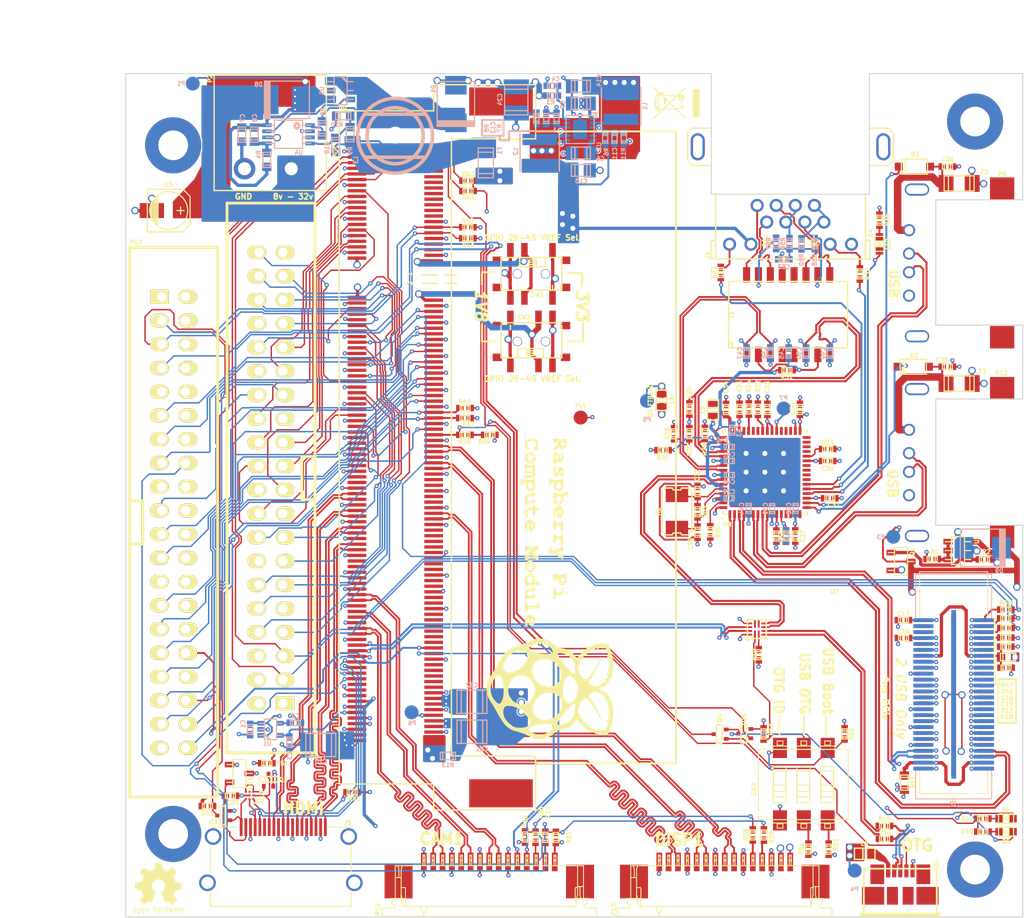
<source format=kicad_pcb>
(kicad_pcb (version 20160815) (host pcbnew no-vcs-found-7400~56~ubuntu16.04.1)
  (title_block (title "COMPUTADORA INDUSTRIAL ABIERTA ARGENTINA. CIAA-ACC (HPC)") (date 2016-10-17) (rev V1.1) (company "Instituto Nacional de Tecnología Industrial - Centro de Micro y Nanoelectrónica") (comment 1 "Authors: See 'doc/CHANGES.txt' file.      License: See 'doc/LICENCIA_CIAA_ACC.txt' file."))
  (layers (0 Top.Sig mixed) (1 In1.GND power) (2 In2.PWR power) (31 Bot.Sig mixed) (34 B.Paste user) (35 F.Paste user) (36 B.SilkS user) (37 F.SilkS user) (38 B.Mask user) (39 F.Mask user) (44 Edge.Cuts user))
  (net 0 "")
  (net 1 GND)
  (net 2 +5V)
  (net 3 +1.2V)
  (net 4 "Net-(H1-Pad1)")
  (net 5 "Net-(H2-Pad1)")
  (net 6 "Net-(H3-Pad1)")
  (net 7 "Net-(H4-Pad1)")
  (net 8 "Net-(J2-Pad48)")
  (net 9 "Net-(J2-Pad50)")
  (net 10 +24V)
  (net 11 "Net-(C8-Pad2)")
  (net 12 "Net-(C10-Pad2)")
  (net 13 "Net-(C10-Pad1)")
  (net 14 "Net-(D1-Pad2)")
  (net 15 +5VP)
  (net 16 "/PCIe/104 One Bank Interface/PE_RST")
  (net 17 "/PCIe/104 One Bank Interface/ONEB_3V3")
  (net 18 HUSB0_D+)
  (net 19 HUSB0_D-)
  (net 20 "/PCIe/104 One Bank Interface/PEx1_0T+")
  (net 21 "/PCIe/104 One Bank Interface/PEx1_0T-")
  (net 22 "/PCIe/104 One Bank Interface/PEx1_3T+")
  (net 23 "/PCIe/104 One Bank Interface/PEx1_3T-")
  (net 24 "/PCIe/104 One Bank Interface/PEx1_0R+")
  (net 25 "/PCIe/104 One Bank Interface/PEx1_0R-")
  (net 26 "/PCIe/104 One Bank Interface/PEx1_3R+")
  (net 27 "/PCIe/104 One Bank Interface/PEx1_3R-")
  (net 28 "/PCIe/104 One Bank Interface/PEx1_0CLK+")
  (net 29 "/PCIe/104 One Bank Interface/PEx1_0CLK-")
  (net 30 "Net-(C18-Pad2)")
  (net 31 "/PCIe/104 One Bank Interface/PEx1_3CLK+")
  (net 32 "/PCIe/104 One Bank Interface/PEx1_3CLK-")
  (net 33 "/PCIe/104 One Bank Interface/PWRGOOD")
  (net 34 "Net-(J1-Pad48)")
  (net 35 "Net-(J1-Pad50)")
  (net 36 "/PCIe/104 One Bank Interface/PSON")
  (net 37 HUSB1_D+)
  (net 38 "/PCIe/104 One Bank Interface/USB_OC")
  (net 39 HUSB1_D-)
  (net 40 "/PCIe/104 One Bank Interface/DIR")
  (net 41 "/PCIe/104 One Bank Interface/PEx1_2CLK-")
  (net 42 SMB_SCL)
  (net 43 SMB_ALERT)
  (net 44 SMB_SDA)
  (net 45 "/PCIe/104 One Bank Interface/PEx1_2T-")
  (net 46 "/PCIe/104 One Bank Interface/PEx1_1T-")
  (net 47 "/PCIe/104 One Bank Interface/PEx1_1T+")
  (net 48 "/PCIe/104 One Bank Interface/PEx1_2T+")
  (net 49 "/PCIe/104 One Bank Interface/PEx1_1R+")
  (net 50 "/PCIe/104 One Bank Interface/PEx1_2R-")
  (net 51 "/PCIe/104 One Bank Interface/PEx1_2R+")
  (net 52 "/PCIe/104 One Bank Interface/PEx1_1R-")
  (net 53 "/PCIe/104 One Bank Interface/PEx1_1CLK+")
  (net 54 "/PCIe/104 One Bank Interface/PEx1_1CLK-")
  (net 55 "/PCIe/104 One Bank Interface/PEx1_2CLK+")
  (net 56 "Net-(J3-Pad1)")
  (net 57 USB_OTGID)
  (net 58 "/USB & Ethernet/RX+")
  (net 59 "/USB & Ethernet/TX+")
  (net 60 "/USB & Ethernet/TX-")
  (net 61 "Net-(C45-Pad1)")
  (net 62 "/USB & Ethernet/RX-")
  (net 63 +3V3)
  (net 64 "Net-(J4-Pad11)")
  (net 65 "Net-(J5-Pad19)")
  (net 66 HDMI_D2+)
  (net 67 "Net-(C52-Pad1)")
  (net 68 HDMI_SDA)
  (net 69 HDMI_SCL)
  (net 70 "Net-(J5-Pad14)")
  (net 71 "Net-(J5-Pad13)")
  (net 72 HDMI_CK-)
  (net 73 HDMI_CK+)
  (net 74 HDMI_D0-)
  (net 75 HDMI_D0+)
  (net 76 HDMI_D1-)
  (net 77 HDMI_D1+)
  (net 78 HDMI_D2-)
  (net 79 "/Raspberry Pi Mod & I/O/GPIO26")
  (net 80 "/Raspberry Pi Mod & I/O/GPIO20")
  (net 81 "/Raspberry Pi Mod & I/O/GPIO19")
  (net 82 "/Raspberry Pi Mod & I/O/GPIO16")
  (net 83 "/Raspberry Pi Mod & I/O/GPIO13")
  (net 84 "/Raspberry Pi Mod & I/O/GPIO6")
  (net 85 "/Raspberry Pi Mod & I/O/GPIO12")
  (net 86 I2C0_SDA)
  (net 87 I2C0_SCL)
  (net 88 "/Raspberry Pi Mod & I/O/GPIO7")
  (net 89 "/Raspberry Pi Mod & I/O/GPIO8")
  (net 90 "/Raspberry Pi Mod & I/O/GPIO11")
  (net 91 "/Raspberry Pi Mod & I/O/GPIO9")
  (net 92 "/Raspberry Pi Mod & I/O/GPIO25")
  (net 93 "/Raspberry Pi Mod & I/O/GPIO10")
  (net 94 "/Raspberry Pi Mod & I/O/GPIO24")
  (net 95 "/Raspberry Pi Mod & I/O/GPIO23")
  (net 96 "/Raspberry Pi Mod & I/O/GPIO22")
  (net 97 "/Raspberry Pi Mod & I/O/GPIO27")
  (net 98 "/Raspberry Pi Mod & I/O/GPIO18")
  (net 99 "/Raspberry Pi Mod & I/O/GPIO17")
  (net 100 "/Raspberry Pi Mod & I/O/GPIO15")
  (net 101 "/Raspberry Pi Mod & I/O/GPIO14")
  (net 102 "/Raspberry Pi Mod & I/O/GPIO4")
  (net 103 I2C1_SDA)
  (net 104 I2C1_SCL)
  (net 105 "Net-(C25-Pad1)")
  (net 106 HUSB2_D-)
  (net 107 HUSB2_D+)
  (net 108 CAM1_D0-)
  (net 109 CAM1_D0+)
  (net 110 CAM1_D1-)
  (net 111 CAM1_D1+)
  (net 112 CAM1_C-)
  (net 113 CAM1_C+)
  (net 114 CAM_GPIO0)
  (net 115 CAM_GPIO1)
  (net 116 "/Raspberry Pi Mod & I/O/GPIO43")
  (net 117 "/Raspberry Pi Mod & I/O/GPIO44")
  (net 118 "/Raspberry Pi Mod & I/O/GPIO45")
  (net 119 "/Raspberry Pi Mod & I/O/GPIO32")
  (net 120 "/Raspberry Pi Mod & I/O/GPIO33")
  (net 121 "/Raspberry Pi Mod & I/O/RUN")
  (net 122 "Net-(P12-Pad18)")
  (net 123 "/Raspberry Pi Mod & I/O/GPIO34")
  (net 124 "Net-(P12-Pad22)")
  (net 125 "/Raspberry Pi Mod & I/O/GPIO35")
  (net 126 "/Raspberry Pi Mod & I/O/GPIO36")
  (net 127 "Net-(P12-Pad24)")
  (net 128 "Net-(P12-Pad26)")
  (net 129 "/Raspberry Pi Mod & I/O/GPIO38")
  (net 130 "Net-(P12-Pad28)")
  (net 131 "/Raspberry Pi Mod & I/O/GPIO37")
  (net 132 "/Raspberry Pi Mod & I/O/GPIO39")
  (net 133 "/Raspberry Pi Mod & I/O/GPIO40")
  (net 134 "/Raspberry Pi Mod & I/O/GPIO41")
  (net 135 "/Raspberry Pi Mod & I/O/GPIO42")
  (net 136 "Net-(R1-Pad1)")
  (net 137 "Net-(Q1-Pad1)")
  (net 138 "Net-(R5-Pad2)")
  (net 139 GPIO0-27_VREF)
  (net 140 +1V8)
  (net 141 "Net-(R52-Pad2)")
  (net 142 "Net-(R51-Pad2)")
  (net 143 USB_OTG_SELECT)
  (net 144 "/User Features & Misc./BOOT_SELECT")
  (net 145 "Net-(U4-Pad3)")
  (net 146 "Net-(U4-Pad7)")
  (net 147 "Net-(U5-Pad5)")
  (net 148 +BATT)
  (net 149 +2V5)
  (net 150 VC_JTAG_TCK)
  (net 151 VC_JTAG_TDO)
  (net 152 VC_JTAG_TMS)
  (net 153 VC_JTAG_TDI)
  (net 154 VC_JTAG_TRST_N)
  (net 155 TVDAC)
  (net 156 "Net-(U6-Pad164)")
  (net 157 "Net-(U6-Pad162)")
  (net 158 "Net-(U6-Pad160)")
  (net 159 "Net-(U6-Pad158)")
  (net 160 "Net-(U6-Pad156)")
  (net 161 "Net-(U6-Pad154)")
  (net 162 "Net-(U6-Pad150)")
  (net 163 "Net-(U6-Pad148)")
  (net 164 "Net-(U6-Pad144)")
  (net 165 "Net-(U6-Pad142)")
  (net 166 "Net-(U6-Pad138)")
  (net 167 "Net-(U6-Pad136)")
  (net 168 "Net-(U6-Pad132)")
  (net 169 "Net-(U6-Pad130)")
  (net 170 "Net-(U6-Pad128)")
  (net 171 "Net-(U6-Pad126)")
  (net 172 "Net-(U6-Pad124)")
  (net 173 DSI1_D1-)
  (net 174 DSI1_D1+)
  (net 175 DSI1_C-)
  (net 176 DSI1_C+)
  (net 177 DSI1_D0-)
  (net 178 DSI1_D0+)
  (net 179 GPIO47_1V8)
  (net 180 GPIO46_1V8)
  (net 181 GPIO28-45_VREF)
  (net 182 "Net-(U6-Pad24)")
  (net 183 "Net-(U6-Pad22)")
  (net 184 "Net-(U6-Pad20)")
  (net 185 "Net-(U6-Pad18)")
  (net 186 "Net-(U6-Pad16)")
  (net 187 "Net-(U6-Pad14)")
  (net 188 "Net-(U6-Pad12)")
  (net 189 "Net-(U6-Pad10)")
  (net 190 "Net-(U6-Pad8)")
  (net 191 "Net-(U6-Pad6)")
  (net 192 "Net-(U6-Pad4)")
  (net 193 EMMC_DISABLE_N)
  (net 194 HDMI_CEC)
  (net 195 USB_D-)
  (net 196 USB_D+)
  (net 197 CAM1_D2-)
  (net 198 CAM1_D2+)
  (net 199 CAM1_D3-)
  (net 200 CAM1_D3+)
  (net 201 "Net-(U6-Pad107)")
  (net 202 "Net-(U6-Pad105)")
  (net 203 "Net-(U6-Pad101)")
  (net 204 "Net-(U6-Pad99)")
  (net 205 "Net-(U6-Pad95)")
  (net 206 "Net-(U6-Pad93)")
  (net 207 "Net-(C26-Pad1)")
  (net 208 HUSB3_D+)
  (net 209 "Net-(C2-Pad1)")
  (net 210 "Net-(L1-Pad1)")
  (net 211 "Net-(L2-Pad1)")
  (net 212 "Net-(C4-Pad1)")
  (net 213 "Net-(C11-Pad2)")
  (net 214 "Net-(C12-Pad2)")
  (net 215 "Net-(U3-Pad11)")
  (net 216 "Net-(U3-Pad5)")
  (net 217 "Net-(R19-Pad1)")
  (net 218 USBS_D-)
  (net 219 USBS_D+)
  (net 220 USB_OTG_D-)
  (net 221 USB_OTG_D+)
  (net 222 "Net-(U7-Pad8)")
  (net 223 "Net-(U7-Pad7)")
  (net 224 "/USB & Ethernet/VDD3V3A")
  (net 225 "Net-(R20-Pad1)")
  (net 226 "Net-(C35-Pad1)")
  (net 227 "Net-(C32-Pad1)")
  (net 228 "Net-(R21-Pad1)")
  (net 229 "Net-(C34-Pad1)")
  (net 230 "Net-(U8-Pad47)")
  (net 231 "Net-(U8-Pad45)")
  (net 232 "Net-(R24-Pad1)")
  (net 233 "Net-(U8-Pad43)")
  (net 234 "Net-(U8-Pad42)")
  (net 235 "Net-(R22-Pad1)")
  (net 236 "Net-(U8-Pad37)")
  (net 237 "Net-(U8-Pad36)")
  (net 238 "Net-(U8-Pad35)")
  (net 239 "Net-(U8-Pad32)")
  (net 240 "Net-(U8-Pad31)")
  (net 241 "Net-(U8-Pad30)")
  (net 242 "Net-(U8-Pad29)")
  (net 243 "Net-(R23-Pad1)")
  (net 244 "/USB & Ethernet/EEDI")
  (net 245 "/USB & Ethernet/EEDO")
  (net 246 "/USB & Ethernet/EECS")
  (net 247 "/USB & Ethernet/EECLK")
  (net 248 "/USB & Ethernet/nSPD_LED")
  (net 249 "/USB & Ethernet/nLNKA_LED")
  (net 250 "/USB & Ethernet/nFDC_LED")
  (net 251 "/USB & Ethernet/PRTCTL5")
  (net 252 "/USB & Ethernet/PRTCTL4")
  (net 253 "Net-(U8-Pad16)")
  (net 254 "Net-(U8-Pad14)")
  (net 255 "Net-(U8-Pad13)")
  (net 256 "Net-(D4-Pad2)")
  (net 257 "Net-(J4-Pad9)")
  (net 258 "Net-(J4-Pad7)")
  (net 259 "Net-(J4-Pad4)")
  (net 260 "/USB & Ethernet/VDDUSBPLL")
  (net 261 "Net-(R58-Pad2)")
  (net 262 "Net-(R57-Pad2)")
  (net 263 "/USB & Ethernet/ORX-")
  (net 264 "/USB & Ethernet/ORX+")
  (net 265 "/USB & Ethernet/OTX-")
  (net 266 "/USB & Ethernet/OTX+")
  (net 267 "Net-(C53-Pad1)")
  (net 268 "Net-(D5-Pad2)")
  (net 269 "/User Features & Misc./BOOT_STATUS")
  (net 270 "Net-(Q2-Pad1)")
  (net 271 "Net-(R54-Pad2)")
  (net 272 "Net-(U10-PadB1)")
  (net 273 "Net-(D8-Pad2)")
  (net 274 "/External Interface Components & Connectors/DISP1_I2C_SDA")
  (net 275 "/External Interface Components & Connectors/DISP1_I2C_SCL")
  (net 276 "/External Interface Components & Connectors/CAM1_I2C_SCL")
  (net 277 "/External Interface Components & Connectors/CAM1_I2C_SDA")
  (net 278 "Net-(U6-Pad179)")
  (net 279 HUSB3_D-)
  (net 280 "Net-(U6-Pad106)")
  (net 281 "Net-(U6-Pad108)")
  (net 282 "Net-(U6-Pad112)")
  (net 283 "Net-(U6-Pad114)")
  (net 284 "/USB & Ethernet/USB_OTG+")
  (net 285 "/USB & Ethernet/USB_OTG-")
  (net 286 "Net-(P12-Pad8)")
  (net 287 "Net-(P12-Pad10)")
  (net 288 "Net-(P12-Pad12)")
  (net 289 "Net-(D6-Pad2)")
  (net 290 "/Raspberry Pi Mod & I/O/GPIO21")
  (net 291 "/Raspberry Pi Mod & I/O/GPIO5")
  (net 292 "/Raspberry Pi Mod & I/O/GPIO0")
  (net 293 "/Raspberry Pi Mod & I/O/GPIO1")
  (net 294 "/USB & Ethernet/nRESET")
  (module w_logo:Logo_silk_OSHW_6x6mm (layer Top.Sig) (at 33.5 116.6)
    (fp_text reference G*** hide)
    (fp_text value LOGO hide)
  )
  (module w_logo:Logo_silk_WEEE_3.4x5mm (layer Top.Sig) (at 88.9 33.1 90)
    (fp_text reference G*** hide)
    (fp_text value LOGO hide)
  )
  (module "project_foot:art-rpi comp logo" (layer Top.Sig) (at 75.4 85.7 270)
    (fp_text reference G*** hide)
    (fp_text value LOGO hide)
  )
  (module project_foot:Socket_SODIMM_DDR1-2_TE_1612618 (layer Top.Sig) (at 58.825175 69.933099 270)
    (fp_text reference U6 (at -36.403099 5.635175) (layer F.SilkS) (effects (font (size 0.45 0.45) (thickness 0.1125))))
    (fp_text value DDR2_SODIMM)
    (fp_text user 1 (at -18.55 -1.53 270) (layer F.SilkS) (effects (font (size 0.45 0.45) (thickness 0.1125))))
    (fp_text user 2 (at -17.57 -1.56 270) (layer F.SilkS) (effects (font (size 0.45 0.45) (thickness 0.1125))))
    (pad "" np_thru_hole circle (at -33.4 0 270) (size 1.6 1.6) (drill 1.6) (layers *.Cu *.Mask))
    (pad "" np_thru_hole circle (at 33.4 0 270) (size 1.1 1.1) (drill 1.1) (layers *.Cu *.Mask))
    (pad "" smd rect (at 37 -11.3 270) (size 3 6.8) (layers Top.Sig F.Paste F.Mask))
    (pad "" smd rect (at -37 -11.3 270) (size 3 6.8) (layers Top.Sig F.Paste F.Mask))
    (pad 1 smd rect (at -31.65 4.1 270) (size 0.35 2) (layers Top.Sig F.Paste F.Mask) (net 1 GND))
    (pad 3 smd rect (at -31.05 4.1 270) (size 0.35 2) (layers Top.Sig F.Paste F.Mask) (net 292 "/Raspberry Pi Mod & I/O/GPIO0"))
    (pad 5 smd rect (at -30.45 4.1 270) (size 0.35 2) (layers Top.Sig F.Paste F.Mask) (net 293 "/Raspberry Pi Mod & I/O/GPIO1"))
    (pad 7 smd rect (at -29.85 4.1 270) (size 0.35 2) (layers Top.Sig F.Paste F.Mask) (net 1 GND))
    (pad 9 smd rect (at -29.25 4.1 270) (size 0.35 2) (layers Top.Sig F.Paste F.Mask) (net 103 I2C1_SDA))
    (pad 11 smd rect (at -28.65 4.1 270) (size 0.35 2) (layers Top.Sig F.Paste F.Mask) (net 104 I2C1_SCL))
    (pad 13 smd rect (at -28.05 4.1 270) (size 0.35 2) (layers Top.Sig F.Paste F.Mask) (net 1 GND))
    (pad 15 smd rect (at -27.45 4.1 270) (size 0.35 2) (layers Top.Sig F.Paste F.Mask) (net 102 "/Raspberry Pi Mod & I/O/GPIO4"))
    (pad 17 smd rect (at -26.85 4.1 270) (size 0.35 2) (layers Top.Sig F.Paste F.Mask) (net 291 "/Raspberry Pi Mod & I/O/GPIO5"))
    (pad 19 smd rect (at -26.25 4.1 270) (size 0.35 2) (layers Top.Sig F.Paste F.Mask) (net 1 GND))
    (pad 21 smd rect (at -25.65 4.1 270) (size 0.35 2) (layers Top.Sig F.Paste F.Mask) (net 84 "/Raspberry Pi Mod & I/O/GPIO6"))
    (pad 23 smd rect (at -25.05 4.1 270) (size 0.35 2) (layers Top.Sig F.Paste F.Mask) (net 88 "/Raspberry Pi Mod & I/O/GPIO7"))
    (pad 25 smd rect (at -24.45 4.1 270) (size 0.35 2) (layers Top.Sig F.Paste F.Mask) (net 1 GND))
    (pad 27 smd rect (at -23.85 4.1 270) (size 0.35 2) (layers Top.Sig F.Paste F.Mask) (net 89 "/Raspberry Pi Mod & I/O/GPIO8"))
    (pad 29 smd rect (at -23.25 4.1 270) (size 0.35 2) (layers Top.Sig F.Paste F.Mask) (net 91 "/Raspberry Pi Mod & I/O/GPIO9"))
    (pad 31 smd rect (at -22.65 4.1 270) (size 0.35 2) (layers Top.Sig F.Paste F.Mask) (net 1 GND))
    (pad 33 smd rect (at -22.05 4.1 270) (size 0.35 2) (layers Top.Sig F.Paste F.Mask) (net 93 "/Raspberry Pi Mod & I/O/GPIO10"))
    (pad 35 smd rect (at -21.45 4.1 270) (size 0.35 2) (layers Top.Sig F.Paste F.Mask) (net 90 "/Raspberry Pi Mod & I/O/GPIO11"))
    (pad 37 smd rect (at -20.85 4.1 270) (size 0.35 2) (layers Top.Sig F.Paste F.Mask) (net 1 GND))
    (pad 39 smd rect (at -20.25 4.1 270) (size 0.35 2) (layers Top.Sig F.Paste F.Mask) (net 139 GPIO0-27_VREF))
    (pad 41 smd rect (at -16.05 4.1 270) (size 0.35 2) (layers Top.Sig F.Paste F.Mask) (net 181 GPIO28-45_VREF))
    (pad 43 smd rect (at -15.45 4.1 270) (size 0.35 2) (layers Top.Sig F.Paste F.Mask) (net 1 GND))
    (pad 45 smd rect (at -14.85 4.1 270) (size 0.35 2) (layers Top.Sig F.Paste F.Mask) (net 85 "/Raspberry Pi Mod & I/O/GPIO12"))
    (pad 47 smd rect (at -14.25 4.1 270) (size 0.35 2) (layers Top.Sig F.Paste F.Mask) (net 83 "/Raspberry Pi Mod & I/O/GPIO13"))
    (pad 49 smd rect (at -13.65 4.1 270) (size 0.35 2) (layers Top.Sig F.Paste F.Mask) (net 1 GND))
    (pad 51 smd rect (at -13.05 4.1 270) (size 0.35 2) (layers Top.Sig F.Paste F.Mask) (net 101 "/Raspberry Pi Mod & I/O/GPIO14"))
    (pad 53 smd rect (at -12.45 4.1 270) (size 0.35 2) (layers Top.Sig F.Paste F.Mask) (net 100 "/Raspberry Pi Mod & I/O/GPIO15"))
    (pad 55 smd rect (at -11.85 4.1 270) (size 0.35 2) (layers Top.Sig F.Paste F.Mask) (net 1 GND))
    (pad 57 smd rect (at -11.25 4.1 270) (size 0.35 2) (layers Top.Sig F.Paste F.Mask) (net 82 "/Raspberry Pi Mod & I/O/GPIO16"))
    (pad 59 smd rect (at -10.65 4.1 270) (size 0.35 2) (layers Top.Sig F.Paste F.Mask) (net 99 "/Raspberry Pi Mod & I/O/GPIO17"))
    (pad 61 smd rect (at -10.05 4.1 270) (size 0.35 2) (layers Top.Sig F.Paste F.Mask) (net 1 GND))
    (pad 63 smd rect (at -9.45 4.1 270) (size 0.35 2) (layers Top.Sig F.Paste F.Mask) (net 98 "/Raspberry Pi Mod & I/O/GPIO18"))
    (pad 65 smd rect (at -8.85 4.1 270) (size 0.35 2) (layers Top.Sig F.Paste F.Mask) (net 81 "/Raspberry Pi Mod & I/O/GPIO19"))
    (pad 67 smd rect (at -8.25 4.1 270) (size 0.35 2) (layers Top.Sig F.Paste F.Mask) (net 1 GND))
    (pad 69 smd rect (at -7.65 4.1 270) (size 0.35 2) (layers Top.Sig F.Paste F.Mask) (net 80 "/Raspberry Pi Mod & I/O/GPIO20"))
    (pad 71 smd rect (at -7.05 4.1 270) (size 0.35 2) (layers Top.Sig F.Paste F.Mask) (net 290 "/Raspberry Pi Mod & I/O/GPIO21"))
    (pad 73 smd rect (at -6.45 4.1 270) (size 0.35 2) (layers Top.Sig F.Paste F.Mask) (net 1 GND))
    (pad 75 smd rect (at -5.85 4.1 270) (size 0.35 2) (layers Top.Sig F.Paste F.Mask) (net 96 "/Raspberry Pi Mod & I/O/GPIO22"))
    (pad 77 smd rect (at -5.25 4.1 270) (size 0.35 2) (layers Top.Sig F.Paste F.Mask) (net 95 "/Raspberry Pi Mod & I/O/GPIO23"))
    (pad 79 smd rect (at -4.65 4.1 270) (size 0.35 2) (layers Top.Sig F.Paste F.Mask) (net 1 GND))
    (pad 81 smd rect (at -4.05 4.1 270) (size 0.35 2) (layers Top.Sig F.Paste F.Mask) (net 94 "/Raspberry Pi Mod & I/O/GPIO24"))
    (pad 83 smd rect (at -3.45 4.1 270) (size 0.35 2) (layers Top.Sig F.Paste F.Mask) (net 92 "/Raspberry Pi Mod & I/O/GPIO25"))
    (pad 85 smd rect (at -2.85 4.1 270) (size 0.35 2) (layers Top.Sig F.Paste F.Mask) (net 1 GND))
    (pad 87 smd rect (at -2.25 4.1 270) (size 0.35 2) (layers Top.Sig F.Paste F.Mask) (net 79 "/Raspberry Pi Mod & I/O/GPIO26"))
    (pad 89 smd rect (at -1.65 4.1 270) (size 0.35 2) (layers Top.Sig F.Paste F.Mask) (net 97 "/Raspberry Pi Mod & I/O/GPIO27"))
    (pad 91 smd rect (at -1.05 4.1 270) (size 0.35 2) (layers Top.Sig F.Paste F.Mask) (net 1 GND))
    (pad 93 smd rect (at -0.45 4.1 270) (size 0.35 2) (layers Top.Sig F.Paste F.Mask) (net 206 "Net-(U6-Pad93)"))
    (pad 95 smd rect (at 0.15 4.1 270) (size 0.35 2) (layers Top.Sig F.Paste F.Mask) (net 205 "Net-(U6-Pad95)"))
    (pad 97 smd rect (at 0.75 4.1 270) (size 0.35 2) (layers Top.Sig F.Paste F.Mask) (net 1 GND))
    (pad 99 smd rect (at 1.35 4.1 270) (size 0.35 2) (layers Top.Sig F.Paste F.Mask) (net 204 "Net-(U6-Pad99)"))
    (pad 101 smd rect (at 1.95 4.1 270) (size 0.35 2) (layers Top.Sig F.Paste F.Mask) (net 203 "Net-(U6-Pad101)"))
    (pad 103 smd rect (at 2.55 4.1 270) (size 0.35 2) (layers Top.Sig F.Paste F.Mask) (net 1 GND))
    (pad 105 smd rect (at 3.15 4.1 270) (size 0.35 2) (layers Top.Sig F.Paste F.Mask) (net 202 "Net-(U6-Pad105)"))
    (pad 107 smd rect (at 3.75 4.1 270) (size 0.35 2) (layers Top.Sig F.Paste F.Mask) (net 201 "Net-(U6-Pad107)"))
    (pad 109 smd rect (at 4.35 4.1 270) (size 0.35 2) (layers Top.Sig F.Paste F.Mask) (net 1 GND))
    (pad 111 smd rect (at 4.95 4.1 270) (size 0.35 2) (layers Top.Sig F.Paste F.Mask) (net 72 HDMI_CK-))
    (pad 113 smd rect (at 5.55 4.1 270) (size 0.35 2) (layers Top.Sig F.Paste F.Mask) (net 73 HDMI_CK+))
    (pad 115 smd rect (at 6.15 4.1 270) (size 0.35 2) (layers Top.Sig F.Paste F.Mask) (net 1 GND))
    (pad 117 smd rect (at 6.75 4.1 270) (size 0.35 2) (layers Top.Sig F.Paste F.Mask) (net 74 HDMI_D0-))
    (pad 119 smd rect (at 7.35 4.1 270) (size 0.35 2) (layers Top.Sig F.Paste F.Mask) (net 75 HDMI_D0+))
    (pad 121 smd rect (at 7.95 4.1 270) (size 0.35 2) (layers Top.Sig F.Paste F.Mask) (net 1 GND))
    (pad 123 smd rect (at 8.55 4.1 270) (size 0.35 2) (layers Top.Sig F.Paste F.Mask) (net 76 HDMI_D1-))
    (pad 125 smd rect (at 9.15 4.1 270) (size 0.35 2) (layers Top.Sig F.Paste F.Mask) (net 77 HDMI_D1+))
    (pad 127 smd rect (at 9.75 4.1 270) (size 0.35 2) (layers Top.Sig F.Paste F.Mask) (net 1 GND))
    (pad 129 smd rect (at 10.35 4.1 270) (size 0.35 2) (layers Top.Sig F.Paste F.Mask) (net 78 HDMI_D2-))
    (pad 131 smd rect (at 10.95 4.1 270) (size 0.35 2) (layers Top.Sig F.Paste F.Mask) (net 66 HDMI_D2+))
    (pad 133 smd rect (at 11.55 4.1 270) (size 0.35 2) (layers Top.Sig F.Paste F.Mask) (net 1 GND))
    (pad 135 smd rect (at 12.15 4.1 270) (size 0.35 2) (layers Top.Sig F.Paste F.Mask) (net 200 CAM1_D3+))
    (pad 137 smd rect (at 12.75 4.1 270) (size 0.35 2) (layers Top.Sig F.Paste F.Mask) (net 199 CAM1_D3-))
    (pad 139 smd rect (at 13.35 4.1 270) (size 0.35 2) (layers Top.Sig F.Paste F.Mask) (net 1 GND))
    (pad 141 smd rect (at 13.95 4.1 270) (size 0.35 2) (layers Top.Sig F.Paste F.Mask) (net 198 CAM1_D2+))
    (pad 143 smd rect (at 14.55 4.1 270) (size 0.35 2) (layers Top.Sig F.Paste F.Mask) (net 197 CAM1_D2-))
    (pad 145 smd rect (at 15.15 4.1 270) (size 0.35 2) (layers Top.Sig F.Paste F.Mask) (net 1 GND))
    (pad 147 smd rect (at 15.75 4.1 270) (size 0.35 2) (layers Top.Sig F.Paste F.Mask) (net 113 CAM1_C+))
    (pad 149 smd rect (at 16.35 4.1 270) (size 0.35 2) (layers Top.Sig F.Paste F.Mask) (net 112 CAM1_C-))
    (pad 151 smd rect (at 16.95 4.1 270) (size 0.35 2) (layers Top.Sig F.Paste F.Mask) (net 1 GND))
    (pad 153 smd rect (at 17.55 4.1 270) (size 0.35 2) (layers Top.Sig F.Paste F.Mask) (net 111 CAM1_D1+))
    (pad 155 smd rect (at 18.15 4.1 270) (size 0.35 2) (layers Top.Sig F.Paste F.Mask) (net 110 CAM1_D1-))
    (pad 157 smd rect (at 18.75 4.1 270) (size 0.35 2) (layers Top.Sig F.Paste F.Mask) (net 1 GND))
    (pad 159 smd rect (at 19.35 4.1 270) (size 0.35 2) (layers Top.Sig F.Paste F.Mask) (net 109 CAM1_D0+))
    (pad 161 smd rect (at 19.95 4.1 270) (size 0.35 2) (layers Top.Sig F.Paste F.Mask) (net 108 CAM1_D0-))
    (pad 163 smd rect (at 20.55 4.1 270) (size 0.35 2) (layers Top.Sig F.Paste F.Mask) (net 1 GND))
    (pad 165 smd rect (at 21.15 4.1 270) (size 0.35 2) (layers Top.Sig F.Paste F.Mask) (net 196 USB_D+))
    (pad 167 smd rect (at 21.75 4.1 270) (size 0.35 2) (layers Top.Sig F.Paste F.Mask) (net 195 USB_D-))
    (pad 169 smd rect (at 22.35 4.1 270) (size 0.35 2) (layers Top.Sig F.Paste F.Mask) (net 1 GND))
    (pad 171 smd rect (at 22.95 4.1 270) (size 0.35 2) (layers Top.Sig F.Paste F.Mask) (net 194 HDMI_CEC))
    (pad 173 smd rect (at 23.55 4.1 270) (size 0.35 2) (layers Top.Sig F.Paste F.Mask) (net 68 HDMI_SDA))
    (pad 175 smd rect (at 24.15 4.1 270) (size 0.35 2) (layers Top.Sig F.Paste F.Mask) (net 69 HDMI_SCL))
    (pad 177 smd rect (at 24.75 4.1 270) (size 0.35 2) (layers Top.Sig F.Paste F.Mask) (net 121 "/Raspberry Pi Mod & I/O/RUN"))
    (pad 179 smd rect (at 25.35 4.1 270) (size 0.35 2) (layers Top.Sig F.Paste F.Mask) (net 278 "Net-(U6-Pad179)"))
    (pad 181 smd rect (at 25.95 4.1 270) (size 0.35 2) (layers Top.Sig F.Paste F.Mask) (net 1 GND))
    (pad 183 smd rect (at 26.55 4.1 270) (size 0.35 2) (layers Top.Sig F.Paste F.Mask) (net 140 +1V8))
    (pad 185 smd rect (at 27.15 4.1 270) (size 0.35 2) (layers Top.Sig F.Paste F.Mask) (net 140 +1V8))
    (pad 187 smd rect (at 27.75 4.1 270) (size 0.35 2) (layers Top.Sig F.Paste F.Mask) (net 1 GND))
    (pad 189 smd rect (at 28.35 4.1 270) (size 0.35 2) (layers Top.Sig F.Paste F.Mask) (net 149 +2V5))
    (pad 191 smd rect (at 28.95 4.1 270) (size 0.35 2) (layers Top.Sig F.Paste F.Mask) (net 63 +3V3))
    (pad 193 smd rect (at 29.55 4.1 270) (size 0.35 2) (layers Top.Sig F.Paste F.Mask) (net 63 +3V3))
    (pad 195 smd rect (at 30.15 4.1 270) (size 0.35 2) (layers Top.Sig F.Paste F.Mask) (net 1 GND))
    (pad 197 smd rect (at 30.75 4.1 270) (size 0.35 2) (layers Top.Sig F.Paste F.Mask) (net 148 +BATT))
    (pad 199 smd rect (at 31.35 4.1 270) (size 0.35 2) (layers Top.Sig F.Paste F.Mask) (net 148 +BATT))
    (pad 2 smd rect (at -31.35 -4.1 270) (size 0.35 2) (layers Top.Sig F.Paste F.Mask) (net 193 EMMC_DISABLE_N))
    (pad 4 smd rect (at -30.75 -4.1 270) (size 0.35 2) (layers Top.Sig F.Paste F.Mask) (net 192 "Net-(U6-Pad4)"))
    (pad 6 smd rect (at -30.15 -4.1 270) (size 0.35 2) (layers Top.Sig F.Paste F.Mask) (net 191 "Net-(U6-Pad6)"))
    (pad 8 smd rect (at -29.55 -4.1 270) (size 0.35 2) (layers Top.Sig F.Paste F.Mask) (net 190 "Net-(U6-Pad8)"))
    (pad 10 smd rect (at -28.95 -4.1 270) (size 0.35 2) (layers Top.Sig F.Paste F.Mask) (net 189 "Net-(U6-Pad10)"))
    (pad 12 smd rect (at -28.35 -4.1 270) (size 0.35 2) (layers Top.Sig F.Paste F.Mask) (net 188 "Net-(U6-Pad12)"))
    (pad 14 smd rect (at -27.75 -4.1 270) (size 0.35 2) (layers Top.Sig F.Paste F.Mask) (net 187 "Net-(U6-Pad14)"))
    (pad 16 smd rect (at -27.15 -4.1 270) (size 0.35 2) (layers Top.Sig F.Paste F.Mask) (net 186 "Net-(U6-Pad16)"))
    (pad 18 smd rect (at -26.55 -4.1 270) (size 0.35 2) (layers Top.Sig F.Paste F.Mask) (net 185 "Net-(U6-Pad18)"))
    (pad 20 smd rect (at -25.95 -4.1 270) (size 0.35 2) (layers Top.Sig F.Paste F.Mask) (net 184 "Net-(U6-Pad20)"))
    (pad 22 smd rect (at -25.35 -4.1 270) (size 0.35 2) (layers Top.Sig F.Paste F.Mask) (net 183 "Net-(U6-Pad22)"))
    (pad 24 smd rect (at -24.75 -4.1 270) (size 0.35 2) (layers Top.Sig F.Paste F.Mask) (net 182 "Net-(U6-Pad24)"))
    (pad 26 smd rect (at -24.15 -4.1 270) (size 0.35 2) (layers Top.Sig F.Paste F.Mask) (net 1 GND))
    (pad 28 smd rect (at -23.55 -4.1 270) (size 0.35 2) (layers Top.Sig F.Paste F.Mask) (net 86 I2C0_SDA))
    (pad 30 smd rect (at -22.95 -4.1 270) (size 0.35 2) (layers Top.Sig F.Paste F.Mask) (net 87 I2C0_SCL))
    (pad 32 smd rect (at -22.35 -4.1 270) (size 0.35 2) (layers Top.Sig F.Paste F.Mask) (net 1 GND))
    (pad 34 smd rect (at -21.75 -4.1 270) (size 0.35 2) (layers Top.Sig F.Paste F.Mask) (net 115 CAM_GPIO1))
    (pad 36 smd rect (at -21.15 -4.1 270) (size 0.35 2) (layers Top.Sig F.Paste F.Mask) (net 114 CAM_GPIO0))
    (pad 38 smd rect (at -20.55 -4.1 270) (size 0.35 2) (layers Top.Sig F.Paste F.Mask) (net 1 GND))
    (pad 40 smd rect (at -19.95 -4.1 270) (size 0.35 2) (layers Top.Sig F.Paste F.Mask) (net 139 GPIO0-27_VREF))
    (pad 42 smd rect (at -15.75 -4.1 270) (size 0.35 2) (layers Top.Sig F.Paste F.Mask) (net 181 GPIO28-45_VREF))
    (pad 44 smd rect (at -15.15 -4.1 270) (size 0.35 2) (layers Top.Sig F.Paste F.Mask) (net 1 GND))
    (pad 46 smd rect (at -14.55 -4.1 270) (size 0.35 2) (layers Top.Sig F.Paste F.Mask) (net 119 "/Raspberry Pi Mod & I/O/GPIO32"))
    (pad 48 smd rect (at -13.95 -4.1 270) (size 0.35 2) (layers Top.Sig F.Paste F.Mask) (net 120 "/Raspberry Pi Mod & I/O/GPIO33"))
    (pad 50 smd rect (at -13.35 -4.1 270) (size 0.35 2) (layers Top.Sig F.Paste F.Mask) (net 1 GND))
    (pad 52 smd rect (at -12.75 -4.1 270) (size 0.35 2) (layers Top.Sig F.Paste F.Mask) (net 123 "/Raspberry Pi Mod & I/O/GPIO34"))
    (pad 54 smd rect (at -12.15 -4.1 270) (size 0.35 2) (layers Top.Sig F.Paste F.Mask) (net 125 "/Raspberry Pi Mod & I/O/GPIO35"))
    (pad 56 smd rect (at -11.55 -4.1 270) (size 0.35 2) (layers Top.Sig F.Paste F.Mask) (net 1 GND))
    (pad 58 smd rect (at -10.95 -4.1 270) (size 0.35 2) (layers Top.Sig F.Paste F.Mask) (net 126 "/Raspberry Pi Mod & I/O/GPIO36"))
    (pad 60 smd rect (at -10.35 -4.1 270) (size 0.35 2) (layers Top.Sig F.Paste F.Mask) (net 131 "/Raspberry Pi Mod & I/O/GPIO37"))
    (pad 62 smd rect (at -9.75 -4.1 270) (size 0.35 2) (layers Top.Sig F.Paste F.Mask) (net 1 GND))
    (pad 64 smd rect (at -9.15 -4.1 270) (size 0.35 2) (layers Top.Sig F.Paste F.Mask) (net 129 "/Raspberry Pi Mod & I/O/GPIO38"))
    (pad 66 smd rect (at -8.55 -4.1 270) (size 0.35 2) (layers Top.Sig F.Paste F.Mask) (net 132 "/Raspberry Pi Mod & I/O/GPIO39"))
    (pad 68 smd rect (at -7.95 -4.1 270) (size 0.35 2) (layers Top.Sig F.Paste F.Mask) (net 1 GND))
    (pad 70 smd rect (at -7.35 -4.1 270) (size 0.35 2) (layers Top.Sig F.Paste F.Mask) (net 133 "/Raspberry Pi Mod & I/O/GPIO40"))
    (pad 72 smd rect (at -6.75 -4.1 270) (size 0.35 2) (layers Top.Sig F.Paste F.Mask) (net 134 "/Raspberry Pi Mod & I/O/GPIO41"))
    (pad 74 smd rect (at -6.15 -4.1 270) (size 0.35 2) (layers Top.Sig F.Paste F.Mask) (net 1 GND))
    (pad 76 smd rect (at -5.55 -4.1 270) (size 0.35 2) (layers Top.Sig F.Paste F.Mask) (net 135 "/Raspberry Pi Mod & I/O/GPIO42"))
    (pad 78 smd rect (at -4.95 -4.1 270) (size 0.35 2) (layers Top.Sig F.Paste F.Mask) (net 116 "/Raspberry Pi Mod & I/O/GPIO43"))
    (pad 80 smd rect (at -4.35 -4.1 270) (size 0.35 2) (layers Top.Sig F.Paste F.Mask) (net 1 GND))
    (pad 82 smd rect (at -3.75 -4.1 270) (size 0.35 2) (layers Top.Sig F.Paste F.Mask) (net 117 "/Raspberry Pi Mod & I/O/GPIO44"))
    (pad 84 smd rect (at -3.15 -4.1 270) (size 0.35 2) (layers Top.Sig F.Paste F.Mask) (net 118 "/Raspberry Pi Mod & I/O/GPIO45"))
    (pad 86 smd rect (at -2.55 -4.1 270) (size 0.35 2) (layers Top.Sig F.Paste F.Mask) (net 1 GND))
    (pad 88 smd rect (at -1.95 -4.1 270) (size 0.35 2) (layers Top.Sig F.Paste F.Mask) (net 180 GPIO46_1V8))
    (pad 90 smd rect (at -1.35 -4.1 270) (size 0.35 2) (layers Top.Sig F.Paste F.Mask) (net 179 GPIO47_1V8))
    (pad 92 smd rect (at -0.75 -4.1 270) (size 0.35 2) (layers Top.Sig F.Paste F.Mask) (net 1 GND))
    (pad 94 smd rect (at -0.15 -4.1 270) (size 0.35 2) (layers Top.Sig F.Paste F.Mask) (net 178 DSI1_D0+))
    (pad 96 smd rect (at 0.45 -4.1 270) (size 0.35 2) (layers Top.Sig F.Paste F.Mask) (net 177 DSI1_D0-))
    (pad 98 smd rect (at 1.05 -4.1 270) (size 0.35 2) (layers Top.Sig F.Paste F.Mask) (net 1 GND))
    (pad 100 smd rect (at 1.65 -4.1 270) (size 0.35 2) (layers Top.Sig F.Paste F.Mask) (net 176 DSI1_C+))
    (pad 102 smd rect (at 2.25 -4.1 270) (size 0.35 2) (layers Top.Sig F.Paste F.Mask) (net 175 DSI1_C-))
    (pad 104 smd rect (at 2.85 -4.1 270) (size 0.35 2) (layers Top.Sig F.Paste F.Mask) (net 1 GND))
    (pad 106 smd rect (at 3.45 -4.1 270) (size 0.35 2) (layers Top.Sig F.Paste F.Mask) (net 280 "Net-(U6-Pad106)"))
    (pad 108 smd rect (at 4.05 -4.1 270) (size 0.35 2) (layers Top.Sig F.Paste F.Mask) (net 281 "Net-(U6-Pad108)"))
    (pad 110 smd rect (at 4.65 -4.1 270) (size 0.35 2) (layers Top.Sig F.Paste F.Mask) (net 1 GND))
    (pad 112 smd rect (at 5.25 -4.1 270) (size 0.35 2) (layers Top.Sig F.Paste F.Mask) (net 282 "Net-(U6-Pad112)"))
    (pad 114 smd rect (at 5.85 -4.1 270) (size 0.35 2) (layers Top.Sig F.Paste F.Mask) (net 283 "Net-(U6-Pad114)"))
    (pad 116 smd rect (at 6.45 -4.1 270) (size 0.35 2) (layers Top.Sig F.Paste F.Mask) (net 1 GND))
    (pad 118 smd rect (at 7.05 -4.1 270) (size 0.35 2) (layers Top.Sig F.Paste F.Mask) (net 174 DSI1_D1+))
    (pad 120 smd rect (at 7.65 -4.1 270) (size 0.35 2) (layers Top.Sig F.Paste F.Mask) (net 173 DSI1_D1-))
    (pad 122 smd rect (at 8.25 -4.1 270) (size 0.35 2) (layers Top.Sig F.Paste F.Mask) (net 1 GND))
    (pad 124 smd rect (at 8.85 -4.1 270) (size 0.35 2) (layers Top.Sig F.Paste F.Mask) (net 172 "Net-(U6-Pad124)"))
    (pad 126 smd rect (at 9.45 -4.1 270) (size 0.35 2) (layers Top.Sig F.Paste F.Mask) (net 171 "Net-(U6-Pad126)"))
    (pad 128 smd rect (at 10.05 -4.1 270) (size 0.35 2) (layers Top.Sig F.Paste F.Mask) (net 170 "Net-(U6-Pad128)"))
    (pad 130 smd rect (at 10.65 -4.1 270) (size 0.35 2) (layers Top.Sig F.Paste F.Mask) (net 169 "Net-(U6-Pad130)"))
    (pad 132 smd rect (at 11.25 -4.1 270) (size 0.35 2) (layers Top.Sig F.Paste F.Mask) (net 168 "Net-(U6-Pad132)"))
    (pad 134 smd rect (at 11.85 -4.1 270) (size 0.35 2) (layers Top.Sig F.Paste F.Mask) (net 1 GND))
    (pad 136 smd rect (at 12.45 -4.1 270) (size 0.35 2) (layers Top.Sig F.Paste F.Mask) (net 167 "Net-(U6-Pad136)"))
    (pad 138 smd rect (at 13.05 -4.1 270) (size 0.35 2) (layers Top.Sig F.Paste F.Mask) (net 166 "Net-(U6-Pad138)"))
    (pad 140 smd rect (at 13.65 -4.1 270) (size 0.35 2) (layers Top.Sig F.Paste F.Mask) (net 1 GND))
    (pad 142 smd rect (at 14.25 -4.1 270) (size 0.35 2) (layers Top.Sig F.Paste F.Mask) (net 165 "Net-(U6-Pad142)"))
    (pad 144 smd rect (at 14.85 -4.1 270) (size 0.35 2) (layers Top.Sig F.Paste F.Mask) (net 164 "Net-(U6-Pad144)"))
    (pad 146 smd rect (at 15.45 -4.1 270) (size 0.35 2) (layers Top.Sig F.Paste F.Mask) (net 1 GND))
    (pad 148 smd rect (at 16.05 -4.1 270) (size 0.35 2) (layers Top.Sig F.Paste F.Mask) (net 163 "Net-(U6-Pad148)"))
    (pad 150 smd rect (at 16.65 -4.1 270) (size 0.35 2) (layers Top.Sig F.Paste F.Mask) (net 162 "Net-(U6-Pad150)"))
    (pad 152 smd rect (at 17.25 -4.1 270) (size 0.35 2) (layers Top.Sig F.Paste F.Mask) (net 1 GND))
    (pad 154 smd rect (at 17.85 -4.1 270) (size 0.35 2) (layers Top.Sig F.Paste F.Mask) (net 161 "Net-(U6-Pad154)"))
    (pad 156 smd rect (at 18.45 -4.1 270) (size 0.35 2) (layers Top.Sig F.Paste F.Mask) (net 160 "Net-(U6-Pad156)"))
    (pad 158 smd rect (at 19.05 -4.1 270) (size 0.35 2) (layers Top.Sig F.Paste F.Mask) (net 159 "Net-(U6-Pad158)"))
    (pad 160 smd rect (at 19.65 -4.1 270) (size 0.35 2) (layers Top.Sig F.Paste F.Mask) (net 158 "Net-(U6-Pad160)"))
    (pad 162 smd rect (at 20.25 -4.1 270) (size 0.35 2) (layers Top.Sig F.Paste F.Mask) (net 157 "Net-(U6-Pad162)"))
    (pad 164 smd rect (at 20.85 -4.1 270) (size 0.35 2) (layers Top.Sig F.Paste F.Mask) (net 156 "Net-(U6-Pad164)"))
    (pad 166 smd rect (at 21.45 -4.1 270) (size 0.35 2) (layers Top.Sig F.Paste F.Mask) (net 155 TVDAC))
    (pad 168 smd rect (at 22.05 -4.1 270) (size 0.35 2) (layers Top.Sig F.Paste F.Mask) (net 57 USB_OTGID))
    (pad 170 smd rect (at 22.65 -4.1 270) (size 0.35 2) (layers Top.Sig F.Paste F.Mask) (net 1 GND))
    (pad 172 smd rect (at 23.25 -4.1 270) (size 0.35 2) (layers Top.Sig F.Paste F.Mask) (net 154 VC_JTAG_TRST_N))
    (pad 174 smd rect (at 23.85 -4.1 270) (size 0.35 2) (layers Top.Sig F.Paste F.Mask) (net 153 VC_JTAG_TDI))
    (pad 176 smd rect (at 24.45 -4.1 270) (size 0.35 2) (layers Top.Sig F.Paste F.Mask) (net 152 VC_JTAG_TMS))
    (pad 178 smd rect (at 25.05 -4.1 270) (size 0.35 2) (layers Top.Sig F.Paste F.Mask) (net 151 VC_JTAG_TDO))
    (pad 180 smd rect (at 25.65 -4.1 270) (size 0.35 2) (layers Top.Sig F.Paste F.Mask) (net 150 VC_JTAG_TCK))
    (pad 182 smd rect (at 26.25 -4.1 270) (size 0.35 2) (layers Top.Sig F.Paste F.Mask) (net 1 GND))
    (pad 184 smd rect (at 26.85 -4.1 270) (size 0.35 2) (layers Top.Sig F.Paste F.Mask) (net 140 +1V8))
    (pad 186 smd rect (at 27.45 -4.1 270) (size 0.35 2) (layers Top.Sig F.Paste F.Mask) (net 140 +1V8))
    (pad 188 smd rect (at 28.05 -4.1 270) (size 0.35 2) (layers Top.Sig F.Paste F.Mask) (net 1 GND))
    (pad 190 smd rect (at 28.65 -4.1 270) (size 0.35 2) (layers Top.Sig F.Paste F.Mask) (net 149 +2V5))
    (pad 192 smd rect (at 29.25 -4.1 270) (size 0.35 2) (layers Top.Sig F.Paste F.Mask) (net 63 +3V3))
    (pad 194 smd rect (at 29.85 -4.1 270) (size 0.35 2) (layers Top.Sig F.Paste F.Mask) (net 63 +3V3))
    (pad 196 smd rect (at 30.45 -4.1 270) (size 0.35 2) (layers Top.Sig F.Paste F.Mask) (net 1 GND))
    (pad 198 smd rect (at 31.05 -4.1 270) (size 0.35 2) (layers Top.Sig F.Paste F.Mask) (net 148 +BATT))
    (pad 200 smd rect (at 31.65 -4.1 270) (size 0.35 2) (layers Top.Sig F.Paste F.Mask) (net 148 +BATT))
  )
  (module w_conn_pc:conn_usb_B_micro_smd (layer Top.Sig) (at 112.815175 117.893099)
    (fp_text reference J3 (at 3.784825 -3.393099) (layer F.SilkS) (effects (font (size 0.45 0.45) (thickness 0.1125))))
    (fp_text value MICRO_USB hide)
    (pad 5 smd rect (at 1.30048 -2.65938) (size 0.44958 1.37922) (layers Top.Sig F.Paste F.Mask) (net 1 GND))
    (pad 4 smd rect (at 0.65024 -2.65938) (size 0.44958 1.37922) (layers Top.Sig F.Paste F.Mask) (net 57 USB_OTGID))
    (pad 3 smd rect (at 0 -2.65938) (size 0.44958 1.37922) (layers Top.Sig F.Paste F.Mask) (net 284 "/USB & Ethernet/USB_OTG+"))
    (pad 2 smd rect (at -0.65024 -2.65938) (size 0.44958 1.37922) (layers Top.Sig F.Paste F.Mask) (net 285 "/USB & Ethernet/USB_OTG-"))
    (pad 1 smd rect (at -1.30048 -2.65938) (size 0.44958 1.37922) (layers Top.Sig F.Paste F.Mask) (net 56 "Net-(J3-Pad1)"))
    (pad "" smd rect (at -2.46126 -2.2987) (size 1.4732 2.10058) (layers Top.Sig F.Paste F.Mask))
    (pad "" smd rect (at 2.46126 -2.2987) (size 1.4732 2.10058) (layers Top.Sig F.Paste F.Mask))
    (pad "" smd rect (at -2.91338 0) (size 2.3749 1.89738) (layers Top.Sig F.Paste F.Mask))
    (pad "" smd rect (at 2.91338 0) (size 2.3749 1.89738) (layers Top.Sig F.Paste F.Mask))
    (pad "" smd rect (at 0.8382 0) (size 1.17348 1.89738) (layers Top.Sig F.Paste F.Mask))
    (pad "" smd rect (at -0.8382 0) (size 1.17348 1.89738) (layers Top.Sig F.Paste F.Mask))
  )
  (module Mounting_Holes:MountingHole_2.2mm_M2_ISO14580 (layer Top.Sig) (at 85.825175 100.733099)
    (fp_text reference REF** hide)
    (fp_text value MountingHole_2.2mm_M2_ISO14580)
    (pad 1 np_thru_hole circle (at 0 0) (size 2.2 2.2) (drill 2.2) (layers *.Cu *.Mask))
  )
  (module Mounting_Holes:MountingHole_2.2mm_M2_ISO14580 (layer Top.Sig) (at 85.825175 39.133099)
    (fp_text reference REF** hide)
    (fp_text value MountingHole_2.2mm_M2_ISO14580)
    (pad 1 np_thru_hole circle (at 0 0) (size 2.2 2.2) (drill 2.2) (layers *.Cu *.Mask))
  )
  (module project_foot:RJE72-188 (layer Top.Sig) (at 101.08 37.78 180)
    (fp_text reference J4 (at 8.88 -11.62 270) (layer F.SilkS) (effects (font (size 0.45 0.45) (thickness 0.1125))))
    (fp_text value RJ45_LEDS)
    (pad 12 thru_hole circle (at -6.52 -10.42 180) (size 1.4 1.4) (drill 0.9) (layers *.Cu *.Mask) (net 63 +3V3))
    (pad 11 thru_hole circle (at -4.23 -10.42 180) (size 1.4 1.4) (drill 0.9) (layers *.Cu *.Mask) (net 64 "Net-(J4-Pad11)"))
    (pad 10 thru_hole circle (at 4.23 -10.42 180) (size 1.4 1.4) (drill 0.9) (layers *.Cu *.Mask) (net 63 +3V3))
    (pad 9 thru_hole circle (at 6.52 -10.42 180) (size 1.4 1.4) (drill 0.9) (layers *.Cu *.Mask) (net 257 "Net-(J4-Pad9)"))
    (pad "" thru_hole oval (at -9.92 0 180) (size 1.5 2.9) (drill oval 1 2.4) (layers *.Cu *.Mask))
    (pad "" thru_hole oval (at 9.92 0 180) (size 1.5 2.9) (drill oval 1 2.4) (layers *.Cu *.Mask))
    (pad 8 thru_hole circle (at -3.57 -8.05 180) (size 1.4 1.4) (drill 0.9) (layers *.Cu *.Mask) (net 258 "Net-(J4-Pad7)"))
    (pad 7 thru_hole circle (at -2.55 -6.27 180) (size 1.4 1.4) (drill 0.9) (layers *.Cu *.Mask) (net 258 "Net-(J4-Pad7)"))
    (pad 6 thru_hole circle (at -1.53 -8.05 180) (size 1.4 1.4) (drill 0.9) (layers *.Cu *.Mask) (net 263 "/USB & Ethernet/ORX-"))
    (pad 5 thru_hole circle (at -0.51 -6.27 180) (size 1.4 1.4) (drill 0.9) (layers *.Cu *.Mask) (net 259 "Net-(J4-Pad4)"))
    (pad 4 thru_hole circle (at 0.51 -8.05 180) (size 1.4 1.4) (drill 0.9) (layers *.Cu *.Mask) (net 259 "Net-(J4-Pad4)"))
    (pad 3 thru_hole circle (at 1.53 -6.27 270) (size 1.4 1.4) (drill 0.9) (layers *.Cu *.Mask) (net 264 "/USB & Ethernet/ORX+"))
    (pad 2 thru_hole circle (at 2.55 -8.05 180) (size 1.4 1.4) (drill 0.9) (layers *.Cu *.Mask) (net 265 "/USB & Ethernet/OTX-"))
    (pad 1 thru_hole circle (at 3.57 -6.27 180) (size 1.4 1.4) (drill 0.9) (layers *.Cu *.Mask) (net 266 "/USB & Ethernet/OTX+"))
  )
  (module project_foot:4825-80002 (layer Top.Sig) (at 114.6 50.2 90)
    (fp_text reference P9 (at 9.5 9.1 180) (layer F.SilkS) (effects (font (size 0.45 0.45) (thickness 0.1125))))
    (fp_text value USB_A)
    (pad "" smd rect (at -7.95 9.1 90) (size 2.4 2.6) (layers Top.Sig F.Paste F.Mask))
    (pad "" smd rect (at 7.95 9.1 90) (size 2.4 2.6) (layers Top.Sig F.Paste F.Mask))
    (pad "" thru_hole oval (at -7.85 0 90) (size 1.3 2.6) (drill oval 0.92 2.3) (layers *.Cu *.Mask))
    (pad "" thru_hole oval (at 7.85 0 90) (size 1.3 2.6) (drill oval 0.92 2.3) (layers *.Cu *.Mask))
    (pad 4 thru_hole circle (at -3.5 -0.85 90) (size 1.3 1.3) (drill 0.92) (layers *.Cu *.Mask) (net 1 GND))
    (pad 3 thru_hole circle (at -1 -0.85 90) (size 1.3 1.3) (drill 0.92) (layers *.Cu *.Mask) (net 208 HUSB3_D+))
    (pad 2 thru_hole circle (at 1 -0.85 90) (size 1.3 1.3) (drill 0.92) (layers *.Cu *.Mask) (net 279 HUSB3_D-))
    (pad 1 thru_hole circle (at 3.5 -0.85 90) (size 1.3 1.3) (drill 0.92) (layers *.Cu *.Mask) (net 207 "Net-(C26-Pad1)"))
  )
  (module project_foot:SSSS820201 (layer Top.Sig) (at 73.38 58.6)
    (fp_text reference SW3 (at -0.78 -2.6 180) (layer F.SilkS) (effects (font (size 0.45 0.45) (thickness 0.1125))))
    (fp_text value Switch_SPDT_x2)
    (pad "" smd rect (at -3.65 1.7) (size 1 0.8) (layers Top.Sig F.Paste F.Mask))
    (pad "" smd rect (at -3.65 -1.7) (size 1 0.8) (layers Top.Sig F.Paste F.Mask))
    (pad "" smd rect (at 3.65 -1.7) (size 1 0.8) (layers Top.Sig F.Paste F.Mask))
    (pad "" smd rect (at 3.65 1.7) (size 1 0.8) (layers Top.Sig F.Paste F.Mask))
    (pad "" np_thru_hole circle (at 1.5 0) (size 1 1) (drill 0.9) (layers *.Cu *.Mask))
    (pad "" np_thru_hole circle (at -1.5 0) (size 1 1) (drill 0.9) (layers *.Cu *.Mask))
    (pad 3 smd rect (at 2.25 2.55) (size 0.7 1.5) (layers Top.Sig F.Paste F.Mask) (net 63 +3V3))
    (pad 2 smd rect (at 0.75 2.55) (size 0.7 1.5) (layers Top.Sig F.Paste F.Mask) (net 181 GPIO28-45_VREF))
    (pad 3 smd rect (at 2.25 -2.55) (size 0.7 1.5) (layers Top.Sig F.Paste F.Mask) (net 63 +3V3))
    (pad 2 smd rect (at 0.75 -2.55) (size 0.7 1.5) (layers Top.Sig F.Paste F.Mask) (net 181 GPIO28-45_VREF))
    (pad 1 smd rect (at -2.25 -2.55) (size 0.7 1.5) (layers Top.Sig F.Paste F.Mask) (net 140 +1V8))
    (pad 1 smd rect (at -2.25 2.55) (size 0.7 1.5) (layers Top.Sig F.Paste F.Mask) (net 140 +1V8))
  )
  (module w_smd_trans:sot23-6 (layer Bot.Sig) (at 52.975175 31.763099 270)
    (fp_text reference U5 (at 0 1.9812 270) (layer B.SilkS) (effects (font (size 0.45 0.45) (thickness 0.1125)) (justify mirror)))
    (fp_text value FDC5614P hide)
    (pad 5 smd rect (at 0 1.05664 270) (size 0.59944 1.00076) (layers Bot.Sig B.Paste B.Mask) (net 147 "Net-(U5-Pad5)"))
    (pad 6 smd rect (at -0.9525 1.05664 270) (size 0.59944 1.00076) (layers Bot.Sig B.Paste B.Mask) (net 14 "Net-(D1-Pad2)"))
    (pad 4 smd rect (at 0.9525 1.05664 270) (size 0.59944 1.00076) (layers Bot.Sig B.Paste B.Mask) (net 10 +24V))
    (pad 2 smd rect (at 0 -1.05664 270) (size 0.59944 1.00076) (layers Bot.Sig B.Paste B.Mask) (net 14 "Net-(D1-Pad2)"))
    (pad 3 smd rect (at 0.9525 -1.05664 270) (size 0.59944 1.00076) (layers Bot.Sig B.Paste B.Mask) (net 146 "Net-(U4-Pad7)"))
    (pad 1 smd rect (at -0.9525 -1.05664 270) (size 0.59944 1.00076) (layers Bot.Sig B.Paste B.Mask) (net 14 "Net-(D1-Pad2)"))
  )
  (module w_smd_dil:msoic-8 (layer Bot.Sig) (at 47.405175 36.443099 270)
    (fp_text reference U4 (at 1.956901 -1.094825) (layer B.SilkS) (effects (font (size 0.45 0.45) (thickness 0.1125)) (justify mirror)))
    (fp_text value LM3489 hide)
    (pad 1 smd rect (at -0.97536 -2.30124 270) (size 0.40894 1.02108) (layers Bot.Sig B.Paste B.Mask) (net 138 "Net-(R5-Pad2)"))
    (pad 2 smd rect (at -0.32512 -2.30124 270) (size 0.40894 1.02108) (layers Bot.Sig B.Paste B.Mask) (net 1 GND))
    (pad 3 smd rect (at 0.32512 -2.30124 270) (size 0.40894 1.02108) (layers Bot.Sig B.Paste B.Mask) (net 145 "Net-(U4-Pad3)"))
    (pad 4 smd rect (at 0.97536 -2.30124 270) (size 0.40894 1.02108) (layers Bot.Sig B.Paste B.Mask) (net 12 "Net-(C10-Pad2)"))
    (pad 5 smd rect (at 0.97536 2.30124 270) (size 0.40894 1.02108) (layers Bot.Sig B.Paste B.Mask) (net 11 "Net-(C8-Pad2)"))
    (pad 6 smd rect (at 0.32512 2.30124 270) (size 0.40894 1.02108) (layers Bot.Sig B.Paste B.Mask) (net 1 GND))
    (pad 7 smd rect (at -0.32512 2.30124 270) (size 0.40894 1.02108) (layers Bot.Sig B.Paste B.Mask) (net 146 "Net-(U4-Pad7)"))
    (pad 8 smd rect (at -0.97536 2.30124 270) (size 0.40894 1.02108) (layers Bot.Sig B.Paste B.Mask) (net 10 +24V))
  )
  (module w_smd_trans:sot23-6 (layer Top.Sig) (at 118.98 80.97 270)
    (fp_text reference U2 (at -1.17 -2.02 270) (layer F.SilkS) (effects (font (size 0.45 0.45) (thickness 0.1125))))
    (fp_text value dmmt5401 hide)
    (pad 1 smd rect (at -0.9525 1.05664 270) (size 0.59944 1.00076) (layers Top.Sig F.Paste F.Mask) (net 136 "Net-(R1-Pad1)"))
    (pad 3 smd rect (at 0.9525 1.05664 270) (size 0.59944 1.00076) (layers Top.Sig F.Paste F.Mask) (net 136 "Net-(R1-Pad1)"))
    (pad 2 smd rect (at 0 1.05664 270) (size 0.59944 1.00076) (layers Top.Sig F.Paste F.Mask) (net 136 "Net-(R1-Pad1)"))
    (pad 4 smd rect (at 0.9525 -1.05664 270) (size 0.59944 1.00076) (layers Top.Sig F.Paste F.Mask) (net 137 "Net-(Q1-Pad1)"))
    (pad 6 smd rect (at -0.9525 -1.05664 270) (size 0.59944 1.00076) (layers Top.Sig F.Paste F.Mask) (net 15 +5VP))
    (pad 5 smd rect (at 0 -1.05664 270) (size 0.59944 1.00076) (layers Top.Sig F.Paste F.Mask) (net 2 +5V))
  )
  (module project_foot:ADF03S04 (layer Top.Sig) (at 102.55 106.03 180)
    (fp_text reference SW2 (at 5.35 -0.47 -90) (layer F.SilkS) (effects (font (size 0.45 0.45) (thickness 0.1125))))
    (fp_text value DIPS_03)
    (pad 1 smd rect (at -2.5 -3.8 180) (size 1.5 2.16) (layers Top.Sig F.Paste F.Mask) (net 141 "Net-(R52-Pad2)"))
    (pad 2 smd rect (at 0.05 -3.8 180) (size 1.5 2.16) (layers Top.Sig F.Paste F.Mask) (net 142 "Net-(R51-Pad2)"))
    (pad 3 smd rect (at 2.6 -3.8 180) (size 1.5 2.16) (layers Top.Sig F.Paste F.Mask) (net 1 GND))
    (pad 4 smd rect (at 2.6 3.95 180) (size 1.5 2.16) (layers Top.Sig F.Paste F.Mask) (net 57 USB_OTGID))
    (pad 5 smd rect (at 0.05 3.95 180) (size 1.5 2.16) (layers Top.Sig F.Paste F.Mask) (net 143 USB_OTG_SELECT))
    (pad 6 smd rect (at -2.5 3.95 180) (size 1.5 2.16) (layers Top.Sig F.Paste F.Mask) (net 144 "/User Features & Misc./BOOT_SELECT"))
  )
  (module project_foot:SSSS820201 (layer Top.Sig) (at 73.38 51.37 180)
    (fp_text reference SW1 (at -0.62 -2.23) (layer F.SilkS) (effects (font (size 0.45 0.45) (thickness 0.1125))))
    (fp_text value "Rotary or Slide Select Switch")
    (pad 1 smd rect (at -2.25 2.55 180) (size 0.7 1.5) (layers Top.Sig F.Paste F.Mask) (net 63 +3V3))
    (pad 1 smd rect (at -2.25 -2.55 180) (size 0.7 1.5) (layers Top.Sig F.Paste F.Mask) (net 63 +3V3))
    (pad 2 smd rect (at 0.75 -2.55 180) (size 0.7 1.5) (layers Top.Sig F.Paste F.Mask) (net 139 GPIO0-27_VREF))
    (pad 3 smd rect (at 2.25 -2.55 180) (size 0.7 1.5) (layers Top.Sig F.Paste F.Mask) (net 140 +1V8))
    (pad 2 smd rect (at 0.75 2.55 180) (size 0.7 1.5) (layers Top.Sig F.Paste F.Mask) (net 139 GPIO0-27_VREF))
    (pad 3 smd rect (at 2.25 2.55 180) (size 0.7 1.5) (layers Top.Sig F.Paste F.Mask) (net 140 +1V8))
    (pad "" np_thru_hole circle (at -1.5 0 180) (size 1 1) (drill 0.9) (layers *.Cu *.Mask))
    (pad "" np_thru_hole circle (at 1.5 0 180) (size 1 1) (drill 0.9) (layers *.Cu *.Mask))
    (pad "" smd rect (at 3.65 1.45 180) (size 1 0.8) (layers Top.Sig F.Paste F.Mask))
    (pad "" smd rect (at 3.65 -1.45 180) (size 1 0.8) (layers Top.Sig F.Paste F.Mask))
    (pad "" smd rect (at -3.65 -1.45 180) (size 1 0.8) (layers Top.Sig F.Paste F.Mask))
    (pad "" smd rect (at -3.65 1.45 180) (size 1 0.8) (layers Top.Sig F.Paste F.Mask))
  )
  (module w_smd_resistors:r_0603 (layer Bot.Sig) (at 53.255175 34.483099)
    (fp_text reference R10 (at -0.655175 0.916901) (layer B.SilkS) (effects (font (size 0.45 0.45) (thickness 0.1125)) (justify mirror)))
    (fp_text value 10k hide)
    (pad 1 smd rect (at 0.75184 0) (size 0.89916 1.00076) (layers Bot.Sig B.Paste B.Mask) (net 12 "Net-(C10-Pad2)"))
    (pad 2 smd rect (at -0.75184 0) (size 0.89916 1.00076) (layers Bot.Sig B.Paste B.Mask) (net 1 GND))
  )
  (module w_smd_resistors:r_0603 (layer Bot.Sig) (at 53.995175 36.423099 270)
    (fp_text reference R9 (at 1.776901 -0.004825 270) (layer B.SilkS) (effects (font (size 0.45 0.45) (thickness 0.1125)) (justify mirror)))
    (fp_text value 30k hide)
    (pad 1 smd rect (at 0.75184 0 270) (size 0.89916 1.00076) (layers Bot.Sig B.Paste B.Mask) (net 13 "Net-(C10-Pad1)"))
    (pad 2 smd rect (at -0.75184 0 270) (size 0.89916 1.00076) (layers Bot.Sig B.Paste B.Mask) (net 12 "Net-(C10-Pad2)"))
  )
  (module w_smd_resistors:r_0603 (layer Bot.Sig) (at 51.035175 35.803099 90)
    (fp_text reference R5 (at 1.803099 0.064825 90) (layer B.SilkS) (effects (font (size 0.45 0.45) (thickness 0.1125)) (justify mirror)))
    (fp_text value 240 hide)
    (pad 2 smd rect (at -0.75184 0 90) (size 0.89916 1.00076) (layers Bot.Sig B.Paste B.Mask) (net 138 "Net-(R5-Pad2)"))
    (pad 1 smd rect (at 0.75184 0 90) (size 0.89916 1.00076) (layers Bot.Sig B.Paste B.Mask) (net 14 "Net-(D1-Pad2)"))
  )
  (module w_smd_resistors:r_0603 (layer Bot.Sig) (at 45.085175 39.173099 270)
    (fp_text reference R4 (at -0.573099 0.885175 270) (layer B.SilkS) (effects (font (size 0.45 0.45) (thickness 0.1125)) (justify mirror)))
    (fp_text value 24k hide)
    (pad 1 smd rect (at 0.75184 0 270) (size 0.89916 1.00076) (layers Bot.Sig B.Paste B.Mask) (net 10 +24V))
    (pad 2 smd rect (at -0.75184 0 270) (size 0.89916 1.00076) (layers Bot.Sig B.Paste B.Mask) (net 11 "Net-(C8-Pad2)"))
  )
  (module w_smd_resistors:r_0402 (layer Top.Sig) (at 121.81 81.92 180)
    (fp_text reference R2 (at -0.19 0.82 180) (layer F.SilkS) (effects (font (size 0.45 0.45) (thickness 0.1125))))
    (fp_text value 47k hide)
    (pad 2 smd rect (at -0.54864 0 180) (size 0.8001 0.6985) (layers Top.Sig F.Paste F.Mask) (net 1 GND))
    (pad 1 smd rect (at 0.54864 0 180) (size 0.8001 0.6985) (layers Top.Sig F.Paste F.Mask) (net 137 "Net-(Q1-Pad1)"))
  )
  (module w_smd_resistors:r_0402 (layer Top.Sig) (at 116.22 81.88)
    (fp_text reference R1 (at 0.28 -0.78) (layer F.SilkS) (effects (font (size 0.45 0.45) (thickness 0.1125))))
    (fp_text value 10k hide)
    (pad 1 smd rect (at 0.54864 0) (size 0.8001 0.6985) (layers Top.Sig F.Paste F.Mask) (net 136 "Net-(R1-Pad1)"))
    (pad 2 smd rect (at -0.54864 0) (size 0.8001 0.6985) (layers Top.Sig F.Paste F.Mask) (net 1 GND))
  )
  (module w_conn_strip:vasch_strip_20x2 (layer Top.Sig) (at 35.13 77.95 270)
    (fp_text reference P12 (at -29.95 4.03) (layer F.SilkS) (effects (font (size 0.45 0.45) (thickness 0.1125))))
    (fp_text value CONN_02X20 hide)
    (pad 6 thru_hole oval (at -19.05 -1.27 270) (size 1.5 2) (drill 1 (offset 0 -0.25)) (layers *.Cu *.Mask F.SilkS) (net 1 GND))
    (pad 5 thru_hole oval (at -19.05 1.27 270) (size 1.5 2) (drill 1 (offset 0 0.25)) (layers *.Cu *.Mask F.SilkS) (net 87 I2C0_SCL))
    (pad 4 thru_hole oval (at -21.59 -1.27 270) (size 1.5 2) (drill 1 (offset 0 -0.25)) (layers *.Cu *.Mask F.SilkS) (net 2 +5V))
    (pad 3 thru_hole oval (at -21.59 1.27 270) (size 1.5 2) (drill 1 (offset 0 0.25)) (layers *.Cu *.Mask F.SilkS) (net 86 I2C0_SDA))
    (pad 2 thru_hole oval (at -24.13 -1.27 270) (size 1.5 2) (drill 1 (offset 0 -0.25)) (layers *.Cu *.Mask F.SilkS) (net 2 +5V))
    (pad 1 thru_hole rect (at -24.13 1.27 270) (size 1.5 2) (drill 1 (offset 0 0.25)) (layers *.Cu *.Mask F.SilkS) (net 63 +3V3))
    (pad 7 thru_hole oval (at -16.51 1.27 270) (size 1.5 2) (drill 1 (offset 0 0.25)) (layers *.Cu *.Mask F.SilkS) (net 115 CAM_GPIO1))
    (pad 8 thru_hole oval (at -16.51 -1.27 270) (size 1.5 2) (drill 1 (offset 0 -0.25)) (layers *.Cu *.Mask F.SilkS) (net 286 "Net-(P12-Pad8)"))
    (pad 10 thru_hole oval (at -13.97 -1.27 270) (size 1.5 2) (drill 1 (offset 0 -0.25)) (layers *.Cu *.Mask F.SilkS) (net 287 "Net-(P12-Pad10)"))
    (pad 9 thru_hole oval (at -13.97 1.27 270) (size 1.5 2) (drill 1 (offset 0 0.25)) (layers *.Cu *.Mask F.SilkS) (net 1 GND))
    (pad 11 thru_hole oval (at -11.43 1.27 270) (size 1.5 2) (drill 1 (offset 0 0.25)) (layers *.Cu *.Mask F.SilkS) (net 114 CAM_GPIO0))
    (pad 12 thru_hole oval (at -11.43 -1.27 270) (size 1.5 2) (drill 1 (offset 0 -0.25)) (layers *.Cu *.Mask F.SilkS) (net 288 "Net-(P12-Pad12)"))
    (pad 14 thru_hole oval (at -8.89 -1.27 270) (size 1.5 2) (drill 1 (offset 0 -0.25)) (layers *.Cu *.Mask F.SilkS) (net 1 GND))
    (pad 13 thru_hole oval (at -8.89 1.27 270) (size 1.5 2) (drill 1 (offset 0 0.25)) (layers *.Cu *.Mask F.SilkS) (net 119 "/Raspberry Pi Mod & I/O/GPIO32"))
    (pad 15 thru_hole oval (at -6.35 1.27 270) (size 1.5 2) (drill 1 (offset 0 0.25)) (layers *.Cu *.Mask F.SilkS) (net 120 "/Raspberry Pi Mod & I/O/GPIO33"))
    (pad 16 thru_hole oval (at -6.35 -1.27 270) (size 1.5 2) (drill 1 (offset 0 -0.25)) (layers *.Cu *.Mask F.SilkS) (net 121 "/Raspberry Pi Mod & I/O/RUN"))
    (pad 18 thru_hole oval (at -3.81 -1.27 270) (size 1.5 2) (drill 1 (offset 0 -0.25)) (layers *.Cu *.Mask F.SilkS) (net 122 "Net-(P12-Pad18)"))
    (pad 17 thru_hole oval (at -3.81 1.27 270) (size 1.5 2) (drill 1 (offset 0 0.25)) (layers *.Cu *.Mask F.SilkS) (net 63 +3V3))
    (pad 19 thru_hole oval (at -1.27 1.27 270) (size 1.5 2) (drill 1 (offset 0 0.25)) (layers *.Cu *.Mask F.SilkS) (net 123 "/Raspberry Pi Mod & I/O/GPIO34"))
    (pad 20 thru_hole oval (at -1.27 -1.27 270) (size 1.5 2) (drill 1 (offset 0 -0.25)) (layers *.Cu *.Mask F.SilkS) (net 1 GND))
    (pad 22 thru_hole oval (at 1.27 -1.27 270) (size 1.5 2) (drill 1 (offset 0 -0.25)) (layers *.Cu *.Mask F.SilkS) (net 124 "Net-(P12-Pad22)"))
    (pad 21 thru_hole oval (at 1.27 1.27 270) (size 1.5 2) (drill 1 (offset 0 0.25)) (layers *.Cu *.Mask F.SilkS) (net 125 "/Raspberry Pi Mod & I/O/GPIO35"))
    (pad 23 thru_hole oval (at 3.81 1.27 270) (size 1.5 2) (drill 1 (offset 0 0.25)) (layers *.Cu *.Mask F.SilkS) (net 126 "/Raspberry Pi Mod & I/O/GPIO36"))
    (pad 24 thru_hole oval (at 3.81 -1.27 270) (size 1.5 2) (drill 1 (offset 0 -0.25)) (layers *.Cu *.Mask F.SilkS) (net 127 "Net-(P12-Pad24)"))
    (pad 26 thru_hole oval (at 6.35 -1.27 270) (size 1.5 2) (drill 1 (offset 0 -0.25)) (layers *.Cu *.Mask F.SilkS) (net 128 "Net-(P12-Pad26)"))
    (pad 25 thru_hole oval (at 6.35 1.27 270) (size 1.5 2) (drill 1 (offset 0 0.25)) (layers *.Cu *.Mask F.SilkS) (net 1 GND))
    (pad 29 thru_hole oval (at 11.43 1.27 270) (size 1.5 2) (drill 1 (offset 0 0.25)) (layers *.Cu *.Mask F.SilkS) (net 129 "/Raspberry Pi Mod & I/O/GPIO38"))
    (pad 30 thru_hole oval (at 11.43 -1.27 270) (size 1.5 2) (drill 1 (offset 0 -0.25)) (layers *.Cu *.Mask F.SilkS) (net 1 GND))
    (pad 28 thru_hole oval (at 8.89 -1.27 270) (size 1.5 2) (drill 1 (offset 0 -0.25)) (layers *.Cu *.Mask F.SilkS) (net 130 "Net-(P12-Pad28)"))
    (pad 27 thru_hole oval (at 8.89 1.27 270) (size 1.5 2) (drill 1 (offset 0 0.25)) (layers *.Cu *.Mask F.SilkS) (net 131 "/Raspberry Pi Mod & I/O/GPIO37"))
    (pad 32 thru_hole oval (at 13.97 -1.27 270) (size 1.5 2) (drill 1 (offset 0 -0.25)) (layers *.Cu *.Mask F.SilkS) (net 155 TVDAC))
    (pad 31 thru_hole oval (at 13.97 1.27 270) (size 1.5 2) (drill 1 (offset 0 0.25)) (layers *.Cu *.Mask F.SilkS) (net 132 "/Raspberry Pi Mod & I/O/GPIO39"))
    (pad 33 thru_hole oval (at 16.51 1.27 270) (size 1.5 2) (drill 1 (offset 0 0.25)) (layers *.Cu *.Mask F.SilkS) (net 133 "/Raspberry Pi Mod & I/O/GPIO40"))
    (pad 34 thru_hole oval (at 16.51 -1.27 270) (size 1.5 2) (drill 1 (offset 0 -0.25)) (layers *.Cu *.Mask F.SilkS) (net 1 GND))
    (pad 36 thru_hole oval (at 19.05 -1.27 270) (size 1.5 2) (drill 1 (offset 0 -0.25)) (layers *.Cu *.Mask F.SilkS) (net 116 "/Raspberry Pi Mod & I/O/GPIO43"))
    (pad 35 thru_hole oval (at 19.05 1.27 270) (size 1.5 2) (drill 1 (offset 0 0.25)) (layers *.Cu *.Mask F.SilkS) (net 134 "/Raspberry Pi Mod & I/O/GPIO41"))
    (pad 39 thru_hole oval (at 24.13 1.27 270) (size 1.5 2) (drill 1 (offset 0 0.25)) (layers *.Cu *.Mask F.SilkS) (net 1 GND))
    (pad 40 thru_hole oval (at 24.13 -1.27 270) (size 1.5 2) (drill 1 (offset 0 -0.25)) (layers *.Cu *.Mask F.SilkS) (net 118 "/Raspberry Pi Mod & I/O/GPIO45"))
    (pad 38 thru_hole oval (at 21.59 -1.27 270) (size 1.5 2) (drill 1 (offset 0 -0.25)) (layers *.Cu *.Mask F.SilkS) (net 117 "/Raspberry Pi Mod & I/O/GPIO44"))
    (pad 37 thru_hole oval (at 21.59 1.27 270) (size 1.5 2) (drill 1 (offset 0 0.25)) (layers *.Cu *.Mask F.SilkS) (net 135 "/Raspberry Pi Mod & I/O/GPIO42"))
  )
  (module w_conn_strip:vasch_strip_20x2 (layer Top.Sig) (at 45.535175 73.203099 90)
    (fp_text reference P8 (at -29.896901 4.664825 180) (layer F.SilkS) (effects (font (size 0.45 0.45) (thickness 0.1125))))
    (fp_text value Raspberry_Pi_+_Conn hide)
    (pad 37 thru_hole oval (at 21.59 1.27 90) (size 1.5 2) (drill 1 (offset 0 0.25)) (layers *.Cu *.Mask F.SilkS) (net 79 "/Raspberry Pi Mod & I/O/GPIO26"))
    (pad 38 thru_hole oval (at 21.59 -1.27 90) (size 1.5 2) (drill 1 (offset 0 -0.25)) (layers *.Cu *.Mask F.SilkS) (net 80 "/Raspberry Pi Mod & I/O/GPIO20"))
    (pad 40 thru_hole oval (at 24.13 -1.27 90) (size 1.5 2) (drill 1 (offset 0 -0.25)) (layers *.Cu *.Mask F.SilkS) (net 290 "/Raspberry Pi Mod & I/O/GPIO21"))
    (pad 39 thru_hole oval (at 24.13 1.27 90) (size 1.5 2) (drill 1 (offset 0 0.25)) (layers *.Cu *.Mask F.SilkS) (net 1 GND))
    (pad 35 thru_hole oval (at 19.05 1.27 90) (size 1.5 2) (drill 1 (offset 0 0.25)) (layers *.Cu *.Mask F.SilkS) (net 81 "/Raspberry Pi Mod & I/O/GPIO19"))
    (pad 36 thru_hole oval (at 19.05 -1.27 90) (size 1.5 2) (drill 1 (offset 0 -0.25)) (layers *.Cu *.Mask F.SilkS) (net 82 "/Raspberry Pi Mod & I/O/GPIO16"))
    (pad 34 thru_hole oval (at 16.51 -1.27 90) (size 1.5 2) (drill 1 (offset 0 -0.25)) (layers *.Cu *.Mask F.SilkS) (net 1 GND))
    (pad 33 thru_hole oval (at 16.51 1.27 90) (size 1.5 2) (drill 1 (offset 0 0.25)) (layers *.Cu *.Mask F.SilkS) (net 83 "/Raspberry Pi Mod & I/O/GPIO13"))
    (pad 31 thru_hole oval (at 13.97 1.27 90) (size 1.5 2) (drill 1 (offset 0 0.25)) (layers *.Cu *.Mask F.SilkS) (net 84 "/Raspberry Pi Mod & I/O/GPIO6"))
    (pad 32 thru_hole oval (at 13.97 -1.27 90) (size 1.5 2) (drill 1 (offset 0 -0.25)) (layers *.Cu *.Mask F.SilkS) (net 85 "/Raspberry Pi Mod & I/O/GPIO12"))
    (pad 27 thru_hole oval (at 8.89 1.27 90) (size 1.5 2) (drill 1 (offset 0 0.25)) (layers *.Cu *.Mask F.SilkS) (net 86 I2C0_SDA))
    (pad 28 thru_hole oval (at 8.89 -1.27 90) (size 1.5 2) (drill 1 (offset 0 -0.25)) (layers *.Cu *.Mask F.SilkS) (net 87 I2C0_SCL))
    (pad 30 thru_hole oval (at 11.43 -1.27 90) (size 1.5 2) (drill 1 (offset 0 -0.25)) (layers *.Cu *.Mask F.SilkS) (net 1 GND))
    (pad 29 thru_hole oval (at 11.43 1.27 90) (size 1.5 2) (drill 1 (offset 0 0.25)) (layers *.Cu *.Mask F.SilkS) (net 291 "/Raspberry Pi Mod & I/O/GPIO5"))
    (pad 25 thru_hole oval (at 6.35 1.27 90) (size 1.5 2) (drill 1 (offset 0 0.25)) (layers *.Cu *.Mask F.SilkS) (net 1 GND))
    (pad 26 thru_hole oval (at 6.35 -1.27 90) (size 1.5 2) (drill 1 (offset 0 -0.25)) (layers *.Cu *.Mask F.SilkS) (net 88 "/Raspberry Pi Mod & I/O/GPIO7"))
    (pad 24 thru_hole oval (at 3.81 -1.27 90) (size 1.5 2) (drill 1 (offset 0 -0.25)) (layers *.Cu *.Mask F.SilkS) (net 89 "/Raspberry Pi Mod & I/O/GPIO8"))
    (pad 23 thru_hole oval (at 3.81 1.27 90) (size 1.5 2) (drill 1 (offset 0 0.25)) (layers *.Cu *.Mask F.SilkS) (net 90 "/Raspberry Pi Mod & I/O/GPIO11"))
    (pad 21 thru_hole oval (at 1.27 1.27 90) (size 1.5 2) (drill 1 (offset 0 0.25)) (layers *.Cu *.Mask F.SilkS) (net 91 "/Raspberry Pi Mod & I/O/GPIO9"))
    (pad 22 thru_hole oval (at 1.27 -1.27 90) (size 1.5 2) (drill 1 (offset 0 -0.25)) (layers *.Cu *.Mask F.SilkS) (net 92 "/Raspberry Pi Mod & I/O/GPIO25"))
    (pad 20 thru_hole oval (at -1.27 -1.27 90) (size 1.5 2) (drill 1 (offset 0 -0.25)) (layers *.Cu *.Mask F.SilkS) (net 1 GND))
    (pad 19 thru_hole oval (at -1.27 1.27 90) (size 1.5 2) (drill 1 (offset 0 0.25)) (layers *.Cu *.Mask F.SilkS) (net 93 "/Raspberry Pi Mod & I/O/GPIO10"))
    (pad 17 thru_hole oval (at -3.81 1.27 90) (size 1.5 2) (drill 1 (offset 0 0.25)) (layers *.Cu *.Mask F.SilkS) (net 63 +3V3))
    (pad 18 thru_hole oval (at -3.81 -1.27 90) (size 1.5 2) (drill 1 (offset 0 -0.25)) (layers *.Cu *.Mask F.SilkS) (net 94 "/Raspberry Pi Mod & I/O/GPIO24"))
    (pad 16 thru_hole oval (at -6.35 -1.27 90) (size 1.5 2) (drill 1 (offset 0 -0.25)) (layers *.Cu *.Mask F.SilkS) (net 95 "/Raspberry Pi Mod & I/O/GPIO23"))
    (pad 15 thru_hole oval (at -6.35 1.27 90) (size 1.5 2) (drill 1 (offset 0 0.25)) (layers *.Cu *.Mask F.SilkS) (net 96 "/Raspberry Pi Mod & I/O/GPIO22"))
    (pad 13 thru_hole oval (at -8.89 1.27 90) (size 1.5 2) (drill 1 (offset 0 0.25)) (layers *.Cu *.Mask F.SilkS) (net 97 "/Raspberry Pi Mod & I/O/GPIO27"))
    (pad 14 thru_hole oval (at -8.89 -1.27 90) (size 1.5 2) (drill 1 (offset 0 -0.25)) (layers *.Cu *.Mask F.SilkS) (net 1 GND))
    (pad 12 thru_hole oval (at -11.43 -1.27 90) (size 1.5 2) (drill 1 (offset 0 -0.25)) (layers *.Cu *.Mask F.SilkS) (net 98 "/Raspberry Pi Mod & I/O/GPIO18"))
    (pad 11 thru_hole oval (at -11.43 1.27 90) (size 1.5 2) (drill 1 (offset 0 0.25)) (layers *.Cu *.Mask F.SilkS) (net 99 "/Raspberry Pi Mod & I/O/GPIO17"))
    (pad 9 thru_hole oval (at -13.97 1.27 90) (size 1.5 2) (drill 1 (offset 0 0.25)) (layers *.Cu *.Mask F.SilkS) (net 1 GND))
    (pad 10 thru_hole oval (at -13.97 -1.27 90) (size 1.5 2) (drill 1 (offset 0 -0.25)) (layers *.Cu *.Mask F.SilkS) (net 100 "/Raspberry Pi Mod & I/O/GPIO15"))
    (pad 8 thru_hole oval (at -16.51 -1.27 90) (size 1.5 2) (drill 1 (offset 0 -0.25)) (layers *.Cu *.Mask F.SilkS) (net 101 "/Raspberry Pi Mod & I/O/GPIO14"))
    (pad 7 thru_hole oval (at -16.51 1.27 90) (size 1.5 2) (drill 1 (offset 0 0.25)) (layers *.Cu *.Mask F.SilkS) (net 102 "/Raspberry Pi Mod & I/O/GPIO4"))
    (pad 1 thru_hole rect (at -24.13 1.27 90) (size 1.5 2) (drill 1 (offset 0 0.25)) (layers *.Cu *.Mask F.SilkS) (net 63 +3V3))
    (pad 2 thru_hole oval (at -24.13 -1.27 90) (size 1.5 2) (drill 1 (offset 0 -0.25)) (layers *.Cu *.Mask F.SilkS) (net 2 +5V))
    (pad 3 thru_hole oval (at -21.59 1.27 90) (size 1.5 2) (drill 1 (offset 0 0.25)) (layers *.Cu *.Mask F.SilkS) (net 103 I2C1_SDA))
    (pad 4 thru_hole oval (at -21.59 -1.27 90) (size 1.5 2) (drill 1 (offset 0 -0.25)) (layers *.Cu *.Mask F.SilkS) (net 2 +5V))
    (pad 5 thru_hole oval (at -19.05 1.27 90) (size 1.5 2) (drill 1 (offset 0 0.25)) (layers *.Cu *.Mask F.SilkS) (net 104 I2C1_SCL))
    (pad 6 thru_hole oval (at -19.05 -1.27 90) (size 1.5 2) (drill 1 (offset 0 -0.25)) (layers *.Cu *.Mask F.SilkS) (net 1 GND))
  )
  (module w_smd_inductors:inductor_smd_8x5mm (layer Bot.Sig) (at 58.805175 36.593099 270)
    (fp_text reference L3 (at 2.606901 4.205175 270) (layer B.SilkS) (effects (font (size 0.45 0.45) (thickness 0.1125)) (justify mirror)))
    (fp_text value 22uH/2.2A/100mO hide)
    (pad 1 smd rect (at -2.49936 0 270) (size 2.9972 7.49808) (layers Bot.Sig B.Paste B.Mask) (net 14 "Net-(D1-Pad2)"))
    (pad 2 smd rect (at 2.49936 0 270) (size 2.9972 7.49808) (layers Bot.Sig B.Paste B.Mask) (net 13 "Net-(C10-Pad1)"))
  )
  (module w_smd_resistors:r_1206 (layer Bot.Sig) (at 68.5 39.5 90)
    (fp_text reference F1 (at 1.3 1.5 90) (layer B.SilkS) (effects (font (size 0.45 0.45) (thickness 0.1125)) (justify mirror)))
    (fp_text value 2A hide)
    (pad 1 smd rect (at 1.397 0 90) (size 1.6002 1.8034) (layers Bot.Sig B.Paste B.Mask) (net 13 "Net-(C10-Pad1)"))
    (pad 2 smd rect (at -1.397 0 90) (size 1.6002 1.8034) (layers Bot.Sig B.Paste B.Mask) (net 15 +5VP))
  )
  (module w_smd_diode:do214aa (layer Bot.Sig) (at 65.3 33.2 270)
    (fp_text reference D1 (at -1.6 2.4 270) (layer B.SilkS) (effects (font (size 0.45 0.45) (thickness 0.1125)) (justify mirror)))
    (fp_text value 0.6V hide)
    (pad 2 smd rect (at 2.00914 0 270) (size 1.99898 2.30124) (layers Bot.Sig B.Paste B.Mask) (net 14 "Net-(D1-Pad2)"))
    (pad 1 smd rect (at -2.00914 0 270) (size 1.99898 2.30124) (layers Bot.Sig B.Paste B.Mask) (net 1 GND))
  )
  (module w_smd_resistors:r_0603 (layer Bot.Sig) (at 52.445175 37.583099 270)
    (fp_text reference C10 (at 0.316901 0.945175 270) (layer B.SilkS) (effects (font (size 0.45 0.45) (thickness 0.1125)) (justify mirror)))
    (fp_text value 0.1uf/50V hide)
    (pad 2 smd rect (at -0.75184 0 270) (size 0.89916 1.00076) (layers Bot.Sig B.Paste B.Mask) (net 12 "Net-(C10-Pad2)"))
    (pad 1 smd rect (at 0.75184 0 270) (size 0.89916 1.00076) (layers Bot.Sig B.Paste B.Mask) (net 13 "Net-(C10-Pad1)"))
  )
  (module w_smd_resistors:r_0603 (layer Bot.Sig) (at 43.755175 36.473099 90)
    (fp_text reference C8 (at 1.773099 0.044825 90) (layer B.SilkS) (effects (font (size 0.45 0.45) (thickness 0.1125)) (justify mirror)))
    (fp_text value 1nf/50V hide)
    (pad 1 smd rect (at 0.75184 0 90) (size 0.89916 1.00076) (layers Bot.Sig B.Paste B.Mask) (net 10 +24V))
    (pad 2 smd rect (at -0.75184 0 90) (size 0.89916 1.00076) (layers Bot.Sig B.Paste B.Mask) (net 11 "Net-(C8-Pad2)"))
  )
  (module w_smd_resistors:r_0603 (layer Bot.Sig) (at 42.415175 36.473099 90)
    (fp_text reference C7 (at 1.773099 0.084825 90) (layer B.SilkS) (effects (font (size 0.45 0.45) (thickness 0.1125)) (justify mirror)))
    (fp_text value 0.1uf/50V hide)
    (pad 2 smd rect (at -0.75184 0 90) (size 0.89916 1.00076) (layers Bot.Sig B.Paste B.Mask) (net 1 GND))
    (pad 1 smd rect (at 0.75184 0 90) (size 0.89916 1.00076) (layers Bot.Sig B.Paste B.Mask) (net 10 +24V))
  )
  (module w_smd_cap:c_elec_4x5.7 (layer Top.Sig) (at 34.6 44.6)
    (fp_text reference C5 (at 0 -2.794) (layer F.SilkS) (effects (font (size 0.45 0.45) (thickness 0.1125))))
    (fp_text value 4.7uf/50V hide)
    (pad 1 smd rect (at 1.80086 0) (size 2.60096 1.6002) (layers Top.Sig F.Paste F.Mask) (net 10 +24V))
    (pad 2 smd rect (at -1.80086 0) (size 2.60096 1.6002) (layers Top.Sig F.Paste F.Mask) (net 1 GND))
  )
  (module project_foot:1-84952-5 (layer Top.Sig) (at 94.075175 116.483099)
    (fp_text reference P10 (at -11.875175 2.856901 90) (layer F.SilkS) (effects (font (size 0.45 0.45) (thickness 0.1125))))
    (fp_text value "DISP0 FCI Connector")
    (pad "" smd rect (at 9.67 -0.11) (size 3 3.6) (layers Top.Sig F.Paste F.Mask))
    (pad 15 smd rect (at 6.97 -2.21) (size 0.61 2) (layers Top.Sig F.Paste F.Mask) (net 63 +3V3))
    (pad 14 smd rect (at 5.97 -2.21) (size 0.61 2) (layers Top.Sig F.Paste F.Mask) (net 63 +3V3))
    (pad 13 smd rect (at 4.97 -2.21) (size 0.61 2) (layers Top.Sig F.Paste F.Mask) (net 1 GND))
    (pad 12 smd rect (at 3.97 -2.21) (size 0.61 2) (layers Top.Sig F.Paste F.Mask) (net 274 "/External Interface Components & Connectors/DISP1_I2C_SDA"))
    (pad 11 smd rect (at 2.97 -2.21) (size 0.61 2) (layers Top.Sig F.Paste F.Mask) (net 275 "/External Interface Components & Connectors/DISP1_I2C_SCL"))
    (pad 10 smd rect (at 1.97 -2.21) (size 0.61 2) (layers Top.Sig F.Paste F.Mask) (net 1 GND))
    (pad 9 smd rect (at 0.97 -2.21) (size 0.61 2) (layers Top.Sig F.Paste F.Mask) (net 178 DSI1_D0+))
    (pad 8 smd rect (at -0.03 -2.21) (size 0.61 2) (layers Top.Sig F.Paste F.Mask) (net 177 DSI1_D0-))
    (pad 7 smd rect (at -1.03 -2.21) (size 0.61 2) (layers Top.Sig F.Paste F.Mask) (net 1 GND))
    (pad 6 smd rect (at -2.03 -2.21) (size 0.61 2) (layers Top.Sig F.Paste F.Mask) (net 176 DSI1_C+))
    (pad 5 smd rect (at -3.03 -2.21) (size 0.61 2) (layers Top.Sig F.Paste F.Mask) (net 175 DSI1_C-))
    (pad 4 smd rect (at -4.03 -2.21) (size 0.61 2) (layers Top.Sig F.Paste F.Mask) (net 1 GND))
    (pad 3 smd rect (at -5.03 -2.21) (size 0.61 2) (layers Top.Sig F.Paste F.Mask) (net 174 DSI1_D1+))
    (pad 2 smd rect (at -6.03 -2.21) (size 0.61 2) (layers Top.Sig F.Paste F.Mask) (net 173 DSI1_D1-))
    (pad 1 smd rect (at -7.03 -2.21) (size 0.61 2) (layers Top.Sig F.Paste F.Mask) (net 1 GND))
    (pad "" smd rect (at -9.73 -0.11) (size 3 3.6) (layers Top.Sig F.Paste F.Mask))
  )
  (module project_foot:1-84952-5 (layer Top.Sig) (at 68.905175 116.483099)
    (fp_text reference P11 (at -11.945175 2.836901 90) (layer F.SilkS) (effects (font (size 0.45 0.45) (thickness 0.1125))))
    (fp_text value "CAM0 FCI Connector")
    (pad "" smd rect (at -9.73 -0.11) (size 3 3.6) (layers Top.Sig F.Paste F.Mask))
    (pad 1 smd rect (at -7.03 -2.21) (size 0.61 2) (layers Top.Sig F.Paste F.Mask) (net 1 GND))
    (pad 2 smd rect (at -6.03 -2.21) (size 0.61 2) (layers Top.Sig F.Paste F.Mask) (net 108 CAM1_D0-))
    (pad 3 smd rect (at -5.03 -2.21) (size 0.61 2) (layers Top.Sig F.Paste F.Mask) (net 109 CAM1_D0+))
    (pad 4 smd rect (at -4.03 -2.21) (size 0.61 2) (layers Top.Sig F.Paste F.Mask) (net 1 GND))
    (pad 5 smd rect (at -3.03 -2.21) (size 0.61 2) (layers Top.Sig F.Paste F.Mask) (net 110 CAM1_D1-))
    (pad 6 smd rect (at -2.03 -2.21) (size 0.61 2) (layers Top.Sig F.Paste F.Mask) (net 111 CAM1_D1+))
    (pad 7 smd rect (at -1.03 -2.21) (size 0.61 2) (layers Top.Sig F.Paste F.Mask) (net 1 GND))
    (pad 8 smd rect (at -0.03 -2.21) (size 0.61 2) (layers Top.Sig F.Paste F.Mask) (net 112 CAM1_C-))
    (pad 9 smd rect (at 0.97 -2.21) (size 0.61 2) (layers Top.Sig F.Paste F.Mask) (net 113 CAM1_C+))
    (pad 10 smd rect (at 1.97 -2.21) (size 0.61 2) (layers Top.Sig F.Paste F.Mask) (net 1 GND))
    (pad 11 smd rect (at 2.97 -2.21) (size 0.61 2) (layers Top.Sig F.Paste F.Mask) (net 114 CAM_GPIO0))
    (pad 12 smd rect (at 3.97 -2.21) (size 0.61 2) (layers Top.Sig F.Paste F.Mask) (net 115 CAM_GPIO1))
    (pad 13 smd rect (at 4.97 -2.21) (size 0.61 2) (layers Top.Sig F.Paste F.Mask) (net 276 "/External Interface Components & Connectors/CAM1_I2C_SCL"))
    (pad 14 smd rect (at 5.97 -2.21) (size 0.61 2) (layers Top.Sig F.Paste F.Mask) (net 277 "/External Interface Components & Connectors/CAM1_I2C_SDA"))
    (pad 15 smd rect (at 6.97 -2.21) (size 0.61 2) (layers Top.Sig F.Paste F.Mask) (net 63 +3V3))
    (pad "" smd rect (at 9.67 -0.11) (size 3 3.6) (layers Top.Sig F.Paste F.Mask))
  )
  (module project_foot:4825-80002 (layer Top.Sig) (at 114.6 71.55 90)
    (fp_text reference P13 (at 9.55 9 180) (layer F.SilkS) (effects (font (size 0.45 0.45) (thickness 0.1125))))
    (fp_text value USB_A)
    (pad 1 thru_hole circle (at 3.5 -0.85 90) (size 1.3 1.3) (drill 0.92) (layers *.Cu *.Mask) (net 105 "Net-(C25-Pad1)"))
    (pad 2 thru_hole circle (at 1 -0.85 90) (size 1.3 1.3) (drill 0.92) (layers *.Cu *.Mask) (net 106 HUSB2_D-))
    (pad 3 thru_hole circle (at -1 -0.85 90) (size 1.3 1.3) (drill 0.92) (layers *.Cu *.Mask) (net 107 HUSB2_D+))
    (pad 4 thru_hole circle (at -3.5 -0.85 90) (size 1.3 1.3) (drill 0.92) (layers *.Cu *.Mask) (net 1 GND))
    (pad "" thru_hole oval (at 7.85 0 90) (size 1.3 2.6) (drill oval 0.92 2.3) (layers *.Cu *.Mask))
    (pad "" thru_hole oval (at -7.85 0 90) (size 1.3 2.6) (drill oval 0.92 2.3) (layers *.Cu *.Mask))
    (pad "" smd rect (at 7.95 9.1 90) (size 2.4 2.6) (layers Top.Sig F.Paste F.Mask))
    (pad "" smd rect (at -7.95 9.1 90) (size 2.4 2.6) (layers Top.Sig F.Paste F.Mask))
  )
  (module samtec:ASP-129637-13 (layer Top.Sig) (at 118.52 96.3555 90)
    (fp_text reference J1 (at -11.2445 -0.02 180) (layer F.SilkS) (effects (font (size 0.45 0.45) (thickness 0.1125))))
    (fp_text value OneBank hide)
    (pad 2 smd rect (at -7.9375 -3.3655 90) (size 0.4064 1.397) (layers Top.Sig F.Paste F.Mask) (net 16 "/PCIe/104 One Bank Interface/PE_RST"))
    (pad 4 smd rect (at -7.3025 -3.3655 90) (size 0.4064 1.397) (layers Top.Sig F.Paste F.Mask) (net 17 "/PCIe/104 One Bank Interface/ONEB_3V3"))
    (pad 6 smd rect (at -6.6675 -3.3655 90) (size 0.4064 1.397) (layers Top.Sig F.Paste F.Mask) (net 37 HUSB1_D+))
    (pad 8 smd rect (at -6.0325 -3.3655 90) (size 0.4064 1.397) (layers Top.Sig F.Paste F.Mask) (net 39 HUSB1_D-))
    (pad 10 smd rect (at -5.3975 -3.3655 90) (size 0.4064 1.397) (layers Top.Sig F.Paste F.Mask) (net 1 GND))
    (pad 12 smd rect (at -4.7625 -3.3655 90) (size 0.4064 1.397) (layers Top.Sig F.Paste F.Mask) (net 20 "/PCIe/104 One Bank Interface/PEx1_0T+"))
    (pad 14 smd rect (at -4.1275 -3.3655 90) (size 0.4064 1.397) (layers Top.Sig F.Paste F.Mask) (net 21 "/PCIe/104 One Bank Interface/PEx1_0T-"))
    (pad 16 smd rect (at -3.4925 -3.3655 90) (size 0.4064 1.397) (layers Top.Sig F.Paste F.Mask) (net 1 GND))
    (pad 18 smd rect (at -2.8575 -3.3655 90) (size 0.4064 1.397) (layers Top.Sig F.Paste F.Mask) (net 22 "/PCIe/104 One Bank Interface/PEx1_3T+"))
    (pad 20 smd rect (at -2.2225 -3.3655 90) (size 0.4064 1.397) (layers Top.Sig F.Paste F.Mask) (net 23 "/PCIe/104 One Bank Interface/PEx1_3T-"))
    (pad 22 smd rect (at -1.5875 -3.3655 90) (size 0.4064 1.397) (layers Top.Sig F.Paste F.Mask) (net 1 GND))
    (pad 24 smd rect (at -0.9525 -3.3655 90) (size 0.4064 1.397) (layers Top.Sig F.Paste F.Mask) (net 24 "/PCIe/104 One Bank Interface/PEx1_0R+"))
    (pad 26 smd rect (at -0.3175 -3.3655 90) (size 0.4064 1.397) (layers Top.Sig F.Paste F.Mask) (net 25 "/PCIe/104 One Bank Interface/PEx1_0R-"))
    (pad 28 smd rect (at 0.3175 -3.3655 90) (size 0.4064 1.397) (layers Top.Sig F.Paste F.Mask) (net 1 GND))
    (pad 30 smd rect (at 0.9525 -3.3655 90) (size 0.4064 1.397) (layers Top.Sig F.Paste F.Mask) (net 26 "/PCIe/104 One Bank Interface/PEx1_3R+"))
    (pad 32 smd rect (at 1.5875 -3.3655 90) (size 0.4064 1.397) (layers Top.Sig F.Paste F.Mask) (net 27 "/PCIe/104 One Bank Interface/PEx1_3R-"))
    (pad 34 smd rect (at 2.2225 -3.3655 90) (size 0.4064 1.397) (layers Top.Sig F.Paste F.Mask) (net 1 GND))
    (pad 36 smd rect (at 2.8575 -3.3655 90) (size 0.4064 1.397) (layers Top.Sig F.Paste F.Mask) (net 28 "/PCIe/104 One Bank Interface/PEx1_0CLK+"))
    (pad 38 smd rect (at 3.4925 -3.3655 90) (size 0.4064 1.397) (layers Top.Sig F.Paste F.Mask) (net 29 "/PCIe/104 One Bank Interface/PEx1_0CLK-"))
    (pad 40 smd rect (at 4.1275 -3.3655 90) (size 0.4064 1.397) (layers Top.Sig F.Paste F.Mask) (net 30 "Net-(C18-Pad2)"))
    (pad 42 smd rect (at 4.7625 -3.3655 90) (size 0.4064 1.397) (layers Top.Sig F.Paste F.Mask) (net 31 "/PCIe/104 One Bank Interface/PEx1_3CLK+"))
    (pad 44 smd rect (at 5.3975 -3.3655 90) (size 0.4064 1.397) (layers Top.Sig F.Paste F.Mask) (net 32 "/PCIe/104 One Bank Interface/PEx1_3CLK-"))
    (pad 46 smd rect (at 6.0325 -3.3655 90) (size 0.4064 1.397) (layers Top.Sig F.Paste F.Mask) (net 33 "/PCIe/104 One Bank Interface/PWRGOOD"))
    (pad 48 smd rect (at 6.6675 -3.3655 90) (size 0.4064 1.397) (layers Top.Sig F.Paste F.Mask) (net 34 "Net-(J1-Pad48)"))
    (pad 50 smd rect (at 7.3025 -3.3655 90) (size 0.4064 1.397) (layers Top.Sig F.Paste F.Mask) (net 35 "Net-(J1-Pad50)"))
    (pad 52 smd rect (at 7.9375 -3.3655 90) (size 0.4064 1.397) (layers Top.Sig F.Paste F.Mask) (net 36 "/PCIe/104 One Bank Interface/PSON"))
    (pad 3 smd rect (at -7.3025 3.3655 90) (size 0.4064 1.397) (layers Top.Sig F.Paste F.Mask) (net 17 "/PCIe/104 One Bank Interface/ONEB_3V3"))
    (pad 9 smd rect (at -5.3975 3.3655 90) (size 0.4064 1.397) (layers Top.Sig F.Paste F.Mask) (net 1 GND))
    (pad 5 smd rect (at -6.6675 3.3655 90) (size 0.4064 1.397) (layers Top.Sig F.Paste F.Mask) (net 18 HUSB0_D+))
    (pad 1 smd rect (at -7.9375 3.3655 90) (size 0.4064 1.397) (layers Top.Sig F.Paste F.Mask) (net 38 "/PCIe/104 One Bank Interface/USB_OC"))
    (pad 7 smd rect (at -6.0325 3.3655 90) (size 0.4064 1.397) (layers Top.Sig F.Paste F.Mask) (net 19 HUSB0_D-))
    (pad 45 smd rect (at 6.0325 3.3655 90) (size 0.4064 1.397) (layers Top.Sig F.Paste F.Mask) (net 40 "/PCIe/104 One Bank Interface/DIR"))
    (pad 43 smd rect (at 5.3975 3.3655 90) (size 0.4064 1.397) (layers Top.Sig F.Paste F.Mask) (net 41 "/PCIe/104 One Bank Interface/PEx1_2CLK-"))
    (pad 49 smd rect (at 7.3025 3.3655 90) (size 0.4064 1.397) (layers Top.Sig F.Paste F.Mask) (net 42 SMB_SCL))
    (pad 51 smd rect (at 7.9375 3.3655 90) (size 0.4064 1.397) (layers Top.Sig F.Paste F.Mask) (net 43 SMB_ALERT))
    (pad 47 smd rect (at 6.6675 3.3655 90) (size 0.4064 1.397) (layers Top.Sig F.Paste F.Mask) (net 44 SMB_SDA))
    (pad 19 smd rect (at -2.2225 3.3655 90) (size 0.4064 1.397) (layers Top.Sig F.Paste F.Mask) (net 45 "/PCIe/104 One Bank Interface/PEx1_2T-"))
    (pad 21 smd rect (at -1.5875 3.3655 90) (size 0.4064 1.397) (layers Top.Sig F.Paste F.Mask) (net 1 GND))
    (pad 13 smd rect (at -4.1275 3.3655 90) (size 0.4064 1.397) (layers Top.Sig F.Paste F.Mask) (net 46 "/PCIe/104 One Bank Interface/PEx1_1T-"))
    (pad 15 smd rect (at -3.4925 3.3655 90) (size 0.4064 1.397) (layers Top.Sig F.Paste F.Mask) (net 1 GND))
    (pad 11 smd rect (at -4.7625 3.3655 90) (size 0.4064 1.397) (layers Top.Sig F.Paste F.Mask) (net 47 "/PCIe/104 One Bank Interface/PEx1_1T+"))
    (pad 17 smd rect (at -2.8575 3.3655 90) (size 0.4064 1.397) (layers Top.Sig F.Paste F.Mask) (net 48 "/PCIe/104 One Bank Interface/PEx1_2T+"))
    (pad 27 smd rect (at 0.3175 3.3655 90) (size 0.4064 1.397) (layers Top.Sig F.Paste F.Mask) (net 1 GND))
    (pad 23 smd rect (at -0.9525 3.3655 90) (size 0.4064 1.397) (layers Top.Sig F.Paste F.Mask) (net 49 "/PCIe/104 One Bank Interface/PEx1_1R+"))
    (pad 31 smd rect (at 1.5875 3.3655 90) (size 0.4064 1.397) (layers Top.Sig F.Paste F.Mask) (net 50 "/PCIe/104 One Bank Interface/PEx1_2R-"))
    (pad 29 smd rect (at 0.9525 3.3655 90) (size 0.4064 1.397) (layers Top.Sig F.Paste F.Mask) (net 51 "/PCIe/104 One Bank Interface/PEx1_2R+"))
    (pad 25 smd rect (at -0.3175 3.3655 90) (size 0.4064 1.397) (layers Top.Sig F.Paste F.Mask) (net 52 "/PCIe/104 One Bank Interface/PEx1_1R-"))
    (pad 33 smd rect (at 2.2225 3.3655 90) (size 0.4064 1.397) (layers Top.Sig F.Paste F.Mask) (net 1 GND))
    (pad 39 smd rect (at 4.1275 3.3655 90) (size 0.4064 1.397) (layers Top.Sig F.Paste F.Mask) (net 30 "Net-(C18-Pad2)"))
    (pad 35 smd rect (at 2.8575 3.3655 90) (size 0.4064 1.397) (layers Top.Sig F.Paste F.Mask) (net 53 "/PCIe/104 One Bank Interface/PEx1_1CLK+"))
    (pad 37 smd rect (at 3.4925 3.3655 90) (size 0.4064 1.397) (layers Top.Sig F.Paste F.Mask) (net 54 "/PCIe/104 One Bank Interface/PEx1_1CLK-"))
    (pad 41 smd rect (at 4.7625 3.3655 90) (size 0.4064 1.397) (layers Top.Sig F.Paste F.Mask) (net 55 "/PCIe/104 One Bank Interface/PEx1_2CLK+"))
    (pad 53 smd rect (at 0 0 90) (size 17.272 0.508) (layers Top.Sig F.Paste F.Mask) (net 15 +5VP))
    (pad "" np_thru_hole circle (at -9.3345 -1.905 90) (size 1.1684 1.1684) (drill 1.1684) (layers *.Cu *.Mask))
    (pad "" np_thru_hole circle (at 9.3345 -1.905 90) (size 1.1684 1.1684) (drill 1.1684) (layers *.Cu *.Mask))
  )
  (module samtec:ASP-129646-22 (layer Bot.Sig) (at 118.52 96.3555 90)
    (fp_text reference J2 (at -11.7445 -0.02 180) (layer B.SilkS) (effects (font (size 0.45 0.45) (thickness 0.1125)) (justify mirror)))
    (fp_text value OneBank hide)
    (pad 1 connect rect (at -7.9375 3.2385 90) (size 0.4064 2.159) (layers Bot.Sig B.Mask) (net 38 "/PCIe/104 One Bank Interface/USB_OC"))
    (pad 3 connect rect (at -7.3025 3.2385 90) (size 0.4064 2.159) (layers Bot.Sig B.Mask) (net 17 "/PCIe/104 One Bank Interface/ONEB_3V3"))
    (pad 5 connect rect (at -6.6675 3.2385 90) (size 0.4064 2.159) (layers Bot.Sig B.Mask) (net 18 HUSB0_D+))
    (pad 7 connect rect (at -6.0325 3.2385 90) (size 0.4064 2.159) (layers Bot.Sig B.Mask) (net 19 HUSB0_D-))
    (pad 9 connect rect (at -5.3975 3.2385 90) (size 0.4064 2.159) (layers Bot.Sig B.Mask) (net 1 GND))
    (pad 11 connect rect (at -4.7625 3.2385 90) (size 0.4064 2.159) (layers Bot.Sig B.Mask) (net 47 "/PCIe/104 One Bank Interface/PEx1_1T+"))
    (pad 13 connect rect (at -4.1275 3.2385 90) (size 0.4064 2.159) (layers Bot.Sig B.Mask) (net 46 "/PCIe/104 One Bank Interface/PEx1_1T-"))
    (pad 15 connect rect (at -3.4925 3.2385 90) (size 0.4064 2.159) (layers Bot.Sig B.Mask) (net 1 GND))
    (pad 17 connect rect (at -2.8575 3.2385 90) (size 0.4064 2.159) (layers Bot.Sig B.Mask) (net 48 "/PCIe/104 One Bank Interface/PEx1_2T+"))
    (pad 19 connect rect (at -2.2225 3.2385 90) (size 0.4064 2.159) (layers Bot.Sig B.Mask) (net 45 "/PCIe/104 One Bank Interface/PEx1_2T-"))
    (pad 21 connect rect (at -1.5875 3.2385 90) (size 0.4064 2.159) (layers Bot.Sig B.Mask) (net 1 GND))
    (pad 23 connect rect (at -0.9525 3.2385 90) (size 0.4064 2.159) (layers Bot.Sig B.Mask) (net 49 "/PCIe/104 One Bank Interface/PEx1_1R+"))
    (pad 25 connect rect (at -0.3175 3.2385 90) (size 0.4064 2.159) (layers Bot.Sig B.Mask) (net 52 "/PCIe/104 One Bank Interface/PEx1_1R-"))
    (pad 27 connect rect (at 0.3175 3.2385 90) (size 0.4064 2.159) (layers Bot.Sig B.Mask) (net 1 GND))
    (pad 29 connect rect (at 0.9525 3.2385 90) (size 0.4064 2.159) (layers Bot.Sig B.Mask) (net 51 "/PCIe/104 One Bank Interface/PEx1_2R+"))
    (pad 31 connect rect (at 1.5875 3.2385 90) (size 0.4064 2.159) (layers Bot.Sig B.Mask) (net 50 "/PCIe/104 One Bank Interface/PEx1_2R-"))
    (pad 33 connect rect (at 2.2225 3.2385 90) (size 0.4064 2.159) (layers Bot.Sig B.Mask) (net 1 GND))
    (pad 35 connect rect (at 2.8575 3.2385 90) (size 0.4064 2.159) (layers Bot.Sig B.Mask) (net 53 "/PCIe/104 One Bank Interface/PEx1_1CLK+"))
    (pad 37 connect rect (at 3.4925 3.2385 90) (size 0.4064 2.159) (layers Bot.Sig B.Mask) (net 54 "/PCIe/104 One Bank Interface/PEx1_1CLK-"))
    (pad 39 connect rect (at 4.1275 3.2385 90) (size 0.4064 2.159) (layers Bot.Sig B.Mask) (net 30 "Net-(C18-Pad2)"))
    (pad 41 connect rect (at 4.7625 3.2385 90) (size 0.4064 2.159) (layers Bot.Sig B.Mask) (net 55 "/PCIe/104 One Bank Interface/PEx1_2CLK+"))
    (pad 43 connect rect (at 5.3975 3.2385 90) (size 0.4064 2.159) (layers Bot.Sig B.Mask) (net 41 "/PCIe/104 One Bank Interface/PEx1_2CLK-"))
    (pad 45 connect rect (at 6.0325 3.2385 90) (size 0.4064 2.159) (layers Bot.Sig B.Mask) (net 40 "/PCIe/104 One Bank Interface/DIR"))
    (pad 47 connect rect (at 6.6675 3.2385 90) (size 0.4064 2.159) (layers Bot.Sig B.Mask) (net 44 SMB_SDA))
    (pad 49 connect rect (at 7.3025 3.2385 90) (size 0.4064 2.159) (layers Bot.Sig B.Mask) (net 42 SMB_SCL))
    (pad 51 connect rect (at 7.9375 3.2385 90) (size 0.4064 2.159) (layers Bot.Sig B.Mask) (net 43 SMB_ALERT))
    (pad 2 connect rect (at -7.9375 -3.2385 90) (size 0.4064 2.159) (layers Bot.Sig B.Mask) (net 16 "/PCIe/104 One Bank Interface/PE_RST"))
    (pad 4 connect rect (at -7.3025 -3.2385 90) (size 0.4064 2.159) (layers Bot.Sig B.Mask) (net 17 "/PCIe/104 One Bank Interface/ONEB_3V3"))
    (pad 6 connect rect (at -6.6675 -3.2385 90) (size 0.4064 2.159) (layers Bot.Sig B.Mask) (net 37 HUSB1_D+))
    (pad 8 connect rect (at -6.0325 -3.2385 90) (size 0.4064 2.159) (layers Bot.Sig B.Mask) (net 39 HUSB1_D-))
    (pad 10 connect rect (at -5.3975 -3.2385 90) (size 0.4064 2.159) (layers Bot.Sig B.Mask) (net 1 GND))
    (pad 12 connect rect (at -4.7625 -3.2385 90) (size 0.4064 2.159) (layers Bot.Sig B.Mask) (net 20 "/PCIe/104 One Bank Interface/PEx1_0T+"))
    (pad 14 connect rect (at -4.1275 -3.2385 90) (size 0.4064 2.159) (layers Bot.Sig B.Mask) (net 21 "/PCIe/104 One Bank Interface/PEx1_0T-"))
    (pad 16 connect rect (at -3.4925 -3.2385 90) (size 0.4064 2.159) (layers Bot.Sig B.Mask) (net 1 GND))
    (pad 18 connect rect (at -2.8575 -3.2385 90) (size 0.4064 2.159) (layers Bot.Sig B.Mask) (net 22 "/PCIe/104 One Bank Interface/PEx1_3T+"))
    (pad 20 connect rect (at -2.2225 -3.2385 90) (size 0.4064 2.159) (layers Bot.Sig B.Mask) (net 23 "/PCIe/104 One Bank Interface/PEx1_3T-"))
    (pad 22 connect rect (at -1.5875 -3.2385 90) (size 0.4064 2.159) (layers Bot.Sig B.Mask) (net 1 GND))
    (pad 24 connect rect (at -0.9525 -3.2385 90) (size 0.4064 2.159) (layers Bot.Sig B.Mask) (net 24 "/PCIe/104 One Bank Interface/PEx1_0R+"))
    (pad 26 connect rect (at -0.3175 -3.2385 90) (size 0.4064 2.159) (layers Bot.Sig B.Mask) (net 25 "/PCIe/104 One Bank Interface/PEx1_0R-"))
    (pad 28 connect rect (at 0.3175 -3.2385 90) (size 0.4064 2.159) (layers Bot.Sig B.Mask) (net 1 GND))
    (pad 30 connect rect (at 0.9525 -3.2385 90) (size 0.4064 2.159) (layers Bot.Sig B.Mask) (net 26 "/PCIe/104 One Bank Interface/PEx1_3R+"))
    (pad 32 connect rect (at 1.5875 -3.2385 90) (size 0.4064 2.159) (layers Bot.Sig B.Mask) (net 27 "/PCIe/104 One Bank Interface/PEx1_3R-"))
    (pad 34 connect rect (at 2.2225 -3.2385 90) (size 0.4064 2.159) (layers Bot.Sig B.Mask) (net 1 GND))
    (pad 36 connect rect (at 2.8575 -3.2385 90) (size 0.4064 2.159) (layers Bot.Sig B.Mask) (net 28 "/PCIe/104 One Bank Interface/PEx1_0CLK+"))
    (pad 38 connect rect (at 3.4925 -3.2385 90) (size 0.4064 2.159) (layers Bot.Sig B.Mask) (net 29 "/PCIe/104 One Bank Interface/PEx1_0CLK-"))
    (pad 40 connect rect (at 4.1275 -3.2385 90) (size 0.4064 2.159) (layers Bot.Sig B.Mask) (net 30 "Net-(C18-Pad2)"))
    (pad 42 connect rect (at 4.7625 -3.2385 90) (size 0.4064 2.159) (layers Bot.Sig B.Mask) (net 31 "/PCIe/104 One Bank Interface/PEx1_3CLK+"))
    (pad 44 connect rect (at 5.3975 -3.2385 90) (size 0.4064 2.159) (layers Bot.Sig B.Mask) (net 32 "/PCIe/104 One Bank Interface/PEx1_3CLK-"))
    (pad 46 connect rect (at 6.0325 -3.2385 90) (size 0.4064 2.159) (layers Bot.Sig B.Mask) (net 33 "/PCIe/104 One Bank Interface/PWRGOOD"))
    (pad 48 connect rect (at 6.6675 -3.2385 90) (size 0.4064 2.159) (layers Bot.Sig B.Mask) (net 8 "Net-(J2-Pad48)"))
    (pad 50 connect rect (at 7.3025 -3.2385 90) (size 0.4064 2.159) (layers Bot.Sig B.Mask) (net 9 "Net-(J2-Pad50)"))
    (pad 52 connect rect (at 7.9375 -3.2385 90) (size 0.4064 2.159) (layers Bot.Sig B.Mask) (net 36 "/PCIe/104 One Bank Interface/PSON"))
    (pad 53 connect rect (at 0 0 90) (size 18.034 0.508) (layers Bot.Sig B.Mask) (net 15 +5VP))
    (pad "" np_thru_hole circle (at -10.287 2.032 90) (size 1.1684 1.1684) (drill 1.1684) (layers *.Cu *.Mask))
    (pad "" np_thru_hole circle (at 10.287 2.032 90) (size 1.1684 1.1684) (drill 1.1684) (layers *.Cu *.Mask))
  )
  (module conn:10029449-111RLF (layer Top.Sig) (at 46.595175 110.553099)
    (fp_text reference J5 (at 7.15 -0.5) (layer F.SilkS) (effects (font (size 0.45 0.45) (thickness 0.1125))))
    (fp_text value HDMI_CONN hide)
    (pad 19 smd rect (at -4.25 0) (size 0.3 1.9) (layers Top.Sig F.Paste F.Mask) (net 65 "Net-(J5-Pad19)"))
    (pad 1 smd rect (at 4.75 0) (size 0.3 1.9) (layers Top.Sig F.Paste F.Mask) (net 66 HDMI_D2+))
    (pad 18 smd rect (at -3.75 0) (size 0.3 1.9) (layers Top.Sig F.Paste F.Mask) (net 67 "Net-(C52-Pad1)"))
    (pad 17 smd rect (at -3.25 0) (size 0.3 1.9) (layers Top.Sig F.Paste F.Mask) (net 1 GND))
    (pad 16 smd rect (at -2.75 0) (size 0.3 1.9) (layers Top.Sig F.Paste F.Mask) (net 68 HDMI_SDA))
    (pad 15 smd rect (at -2.25 0) (size 0.3 1.9) (layers Top.Sig F.Paste F.Mask) (net 69 HDMI_SCL))
    (pad 14 smd rect (at -1.75 0) (size 0.3 1.9) (layers Top.Sig F.Paste F.Mask) (net 70 "Net-(J5-Pad14)"))
    (pad 13 smd rect (at -1.25 0) (size 0.3 1.9) (layers Top.Sig F.Paste F.Mask) (net 71 "Net-(J5-Pad13)"))
    (pad 12 smd rect (at -0.75 0) (size 0.3 1.9) (layers Top.Sig F.Paste F.Mask) (net 72 HDMI_CK-))
    (pad 11 smd rect (at -0.25 0) (size 0.3 1.9) (layers Top.Sig F.Paste F.Mask) (net 1 GND))
    (pad 10 smd rect (at 0.25 0) (size 0.3 1.9) (layers Top.Sig F.Paste F.Mask) (net 73 HDMI_CK+))
    (pad 9 smd rect (at 0.75 0) (size 0.3 1.9) (layers Top.Sig F.Paste F.Mask) (net 74 HDMI_D0-))
    (pad 8 smd rect (at 1.25 0) (size 0.3 1.9) (layers Top.Sig F.Paste F.Mask) (net 1 GND))
    (pad 7 smd rect (at 1.75 0) (size 0.3 1.9) (layers Top.Sig F.Paste F.Mask) (net 75 HDMI_D0+))
    (pad 6 smd rect (at 2.25 0) (size 0.3 1.9) (layers Top.Sig F.Paste F.Mask) (net 76 HDMI_D1-))
    (pad 5 smd rect (at 2.75 0) (size 0.3 1.9) (layers Top.Sig F.Paste F.Mask) (net 1 GND))
    (pad 4 smd rect (at 3.25 0) (size 0.3 1.9) (layers Top.Sig F.Paste F.Mask) (net 77 HDMI_D1+))
    (pad 3 smd rect (at 3.75 0) (size 0.3 1.9) (layers Top.Sig F.Paste F.Mask) (net 78 HDMI_D2-))
    (pad 2 smd rect (at 4.25 0) (size 0.3 1.9) (layers Top.Sig F.Paste F.Mask) (net 1 GND))
    (pad 20 thru_hole circle (at -7.25 1) (size 1.778 1.778) (drill 1.3) (layers *.Cu *.Mask) (net 1 GND))
    (pad 20 thru_hole circle (at 7.25 1) (size 1.778 1.778) (drill 1.3) (layers *.Cu *.Mask) (net 1 GND))
    (pad 20 thru_hole circle (at 7.85 5.95) (size 1.778 1.778) (drill 1.3) (layers *.Cu *.Mask) (net 1 GND))
    (pad 20 thru_hole circle (at -7.85 5.95) (size 1.778 1.778) (drill 1.3) (layers *.Cu *.Mask) (net 1 GND))
  )
  (module misc:PCIE104_HOLE (layer Top.Sig) (at 120.81 115.09)
    (fp_text reference H4 hide)
    (fp_text value PCB_HOLE hide)
    (pad 1 thru_hole circle (at 0 0) (size 6 6) (drill 3.18) (layers *.Cu *.Mask) (net 7 "Net-(H4-Pad1)"))
  )
  (module misc:PCIE104_HOLE (layer Top.Sig) (at 35.08 111.28)
    (fp_text reference H3 hide)
    (fp_text value PCB_HOLE hide)
    (pad 1 thru_hole circle (at 0 0) (size 6 6) (drill 3.18) (layers *.Cu *.Mask) (net 6 "Net-(H3-Pad1)"))
  )
  (module misc:PCIE104_HOLE (layer Top.Sig) (at 120.81 35.08)
    (fp_text reference H2 hide)
    (fp_text value PCB_HOLE hide)
    (pad 1 thru_hole circle (at 0 0) (size 6 6) (drill 3.18) (layers *.Cu *.Mask) (net 5 "Net-(H2-Pad1)"))
  )
  (module misc:PCIE104_HOLE (layer Top.Sig) (at 35.08 37.62)
    (fp_text reference H1 hide)
    (fp_text value PCB_HOLE hide)
    (pad 1 thru_hole circle (at 0 0) (size 6 6) (drill 3.18) (layers *.Cu *.Mask) (net 4 "Net-(H1-Pad1)"))
  )
  (module project_foot:796644-2 (layer Top.Sig) (at 45.205175 40.123099)
    (fp_text reference P2 (at -6.195175 -9.643099 90) (layer F.SilkS) (effects (font (size 0.45 0.45) (thickness 0.1125))))
    (fp_text value "Industrial Power Screw Terminal")
    (pad 1 thru_hole circle (at -2.5 0) (size 2.3 2.3) (drill 1.4) (layers *.Cu *.Mask) (net 1 GND))
    (pad 2 thru_hole circle (at 2.5 0) (size 2.3 2.3) (drill 1.4) (layers *.Cu *.Mask) (net 273 "Net-(D8-Pad2)"))
  )
  (module w_smd_resistors:r_0402 (layer Bot.Sig) (at 43.31 100.11 90)
    (fp_text reference C1 (at 0.6 -0.75 90) (layer B.SilkS) (effects (font (size 0.45 0.45) (thickness 0.1125)) (justify mirror)))
    (fp_text value 1uf/6V hide)
    (pad 2 smd rect (at -0.54864 0 90) (size 0.8001 0.6985) (layers Bot.Sig B.Paste B.Mask) (net 1 GND))
    (pad 1 smd rect (at 0.54864 0 90) (size 0.8001 0.6985) (layers Bot.Sig B.Paste B.Mask) (net 63 +3V3))
  )
  (module w_smd_resistors:r_0402 (layer Bot.Sig) (at 48.14 99.39 180)
    (fp_text reference C2 (at 0.01 0.74 180) (layer B.SilkS) (effects (font (size 0.45 0.45) (thickness 0.1125)) (justify mirror)))
    (fp_text value 100nf/50V hide)
    (pad 1 smd rect (at 0.54864 0 180) (size 0.8001 0.6985) (layers Bot.Sig B.Paste B.Mask) (net 209 "Net-(C2-Pad1)"))
    (pad 2 smd rect (at -0.54864 0 180) (size 0.8001 0.6985) (layers Bot.Sig B.Paste B.Mask) (net 1 GND))
  )
  (module w_smd_cap:c_0805 (layer Bot.Sig) (at 78.662308 38.45)
    (fp_text reference C6 (at 2.087692 0.6) (layer B.SilkS) (effects (font (size 0.45 0.45) (thickness 0.1125)) (justify mirror)))
    (fp_text value 10uf/10V hide)
    (pad 1 smd rect (at 0.9525 0) (size 1.30048 1.4986) (layers Bot.Sig B.Paste B.Mask) (net 2 +5V))
    (pad 2 smd rect (at -0.9525 0) (size 1.30048 1.4986) (layers Bot.Sig B.Paste B.Mask) (net 1 GND))
  )
  (module w_smd_cap:c_0805 (layer Bot.Sig) (at 78.662308 33.15)
    (fp_text reference C9 (at -1.942308 0.11 90) (layer B.SilkS) (effects (font (size 0.45 0.45) (thickness 0.1125)) (justify mirror)))
    (fp_text value 10uf/10V hide)
    (pad 2 smd rect (at -0.9525 0) (size 1.30048 1.4986) (layers Bot.Sig B.Paste B.Mask) (net 1 GND))
    (pad 1 smd rect (at 0.9525 0) (size 1.30048 1.4986) (layers Bot.Sig B.Paste B.Mask) (net 2 +5V))
  )
  (module w_smd_cap:c_0805 (layer Bot.Sig) (at 78.662308 40.3 180)
    (fp_text reference C13 (at -0.037692 -1.14 180) (layer B.SilkS) (effects (font (size 0.45 0.45) (thickness 0.1125)) (justify mirror)))
    (fp_text value 10uf/10V hide)
    (pad 1 smd rect (at 0.9525 0 180) (size 1.30048 1.4986) (layers Bot.Sig B.Paste B.Mask) (net 63 +3V3))
    (pad 2 smd rect (at -0.9525 0 180) (size 1.30048 1.4986) (layers Bot.Sig B.Paste B.Mask) (net 1 GND))
  )
  (module w_smd_cap:c_0805 (layer Bot.Sig) (at 78.662308 31.3)
    (fp_text reference C14 (at 1.927692 -0.6 270) (layer B.SilkS) (effects (font (size 0.45 0.45) (thickness 0.1125)) (justify mirror)))
    (fp_text value 10uf/10V hide)
    (pad 2 smd rect (at -0.9525 0) (size 1.30048 1.4986) (layers Bot.Sig B.Paste B.Mask) (net 1 GND))
    (pad 1 smd rect (at 0.9525 0) (size 1.30048 1.4986) (layers Bot.Sig B.Paste B.Mask) (net 140 +1V8))
  )
  (module Inductors:Inductor_Taiyo-Yuden_MD-4040 (layer Bot.Sig) (at 82.962308 33.45 90)
    (fp_text reference L1 (at 0.01 2.537692 90) (layer B.SilkS) (effects (font (size 0.45 0.45) (thickness 0.1125)) (justify mirror)))
    (fp_text value 4.7uH/2A/107mR)
    (pad 1 smd rect (at -1.4 0 90) (size 1.2 3.7) (layers Bot.Sig B.Paste B.Mask) (net 210 "Net-(L1-Pad1)"))
    (pad 2 smd rect (at 1.4 0 90) (size 1.2 3.7) (layers Bot.Sig B.Paste B.Mask) (net 140 +1V8))
  )
  (module Inductors:Inductor_Taiyo-Yuden_MD-4040 (layer Bot.Sig) (at 74.262308 38.4 270)
    (fp_text reference L2 (at -0.1 2.562308 270) (layer B.SilkS) (effects (font (size 0.45 0.45) (thickness 0.1125)) (justify mirror)))
    (fp_text value 4.7uH/2A/107mR)
    (pad 2 smd rect (at 1.4 0 270) (size 1.2 3.7) (layers Bot.Sig B.Paste B.Mask) (net 63 +3V3))
    (pad 1 smd rect (at -1.4 0 270) (size 1.2 3.7) (layers Bot.Sig B.Paste B.Mask) (net 211 "Net-(L2-Pad1)"))
  )
  (module w_smd_resistors:r_0402 (layer Bot.Sig) (at 75.612308 32.3 180)
    (fp_text reference R3 (at 0.162308 -0.71 180) (layer B.SilkS) (effects (font (size 0.45 0.45) (thickness 0.1125)) (justify mirror)))
    (fp_text value 100k hide)
    (pad 1 smd rect (at 0.54864 0 180) (size 0.8001 0.6985) (layers Bot.Sig B.Paste B.Mask) (net 2 +5V))
    (pad 2 smd rect (at -0.54864 0 180) (size 0.8001 0.6985) (layers Bot.Sig B.Paste B.Mask) (net 212 "Net-(C4-Pad1)"))
  )
  (module w_smd_resistors:r_0402 (layer Bot.Sig) (at 81.262308 36.84864 270)
    (fp_text reference R6 (at 1.47136 -0.117692 270) (layer B.SilkS) (effects (font (size 0.45 0.45) (thickness 0.1125)) (justify mirror)))
    (fp_text value 0R hide)
    (pad 2 smd rect (at -0.54864 0 270) (size 0.8001 0.6985) (layers Bot.Sig B.Paste B.Mask) (net 213 "Net-(C11-Pad2)"))
    (pad 1 smd rect (at 0.54864 0 270) (size 0.8001 0.6985) (layers Bot.Sig B.Paste B.Mask) (net 63 +3V3))
  )
  (module w_smd_resistors:r_0402 (layer Bot.Sig) (at 76.062308 34.75136 90)
    (fp_text reference R7 (at -1.03864 -6.102308 90) (layer B.SilkS) (effects (font (size 0.45 0.45) (thickness 0.1125)) (justify mirror)))
    (fp_text value 0R hide)
    (pad 1 smd rect (at 0.54864 0 90) (size 0.8001 0.6985) (layers Bot.Sig B.Paste B.Mask) (net 140 +1V8))
    (pad 2 smd rect (at -0.54864 0 90) (size 0.8001 0.6985) (layers Bot.Sig B.Paste B.Mask) (net 214 "Net-(C12-Pad2)"))
  )
  (module w_smd_qfn:dfn12 (layer Bot.Sig) (at 78.57751 35.92268 270)
    (fp_text reference U3 (at 1.79732 -2.03249 270) (layer B.SilkS) (effects (font (size 0.45 0.45) (thickness 0.1125)) (justify mirror)))
    (fp_text value PAM2306A hide)
    (pad 1 smd rect (at -1.12268 -1.39954 270) (size 0.24638 0.6985) (layers Bot.Sig B.Paste B.Mask) (net 2 +5V))
    (pad 2 smd rect (at -0.6731 -1.39954 270) (size 0.24638 0.6985) (layers Bot.Sig B.Paste B.Mask) (net 210 "Net-(L1-Pad1)"))
    (pad 3 smd rect (at -0.22098 -1.39954 270) (size 0.24638 0.6985) (layers Bot.Sig B.Paste B.Mask) (net 1 GND))
    (pad 4 smd rect (at 0.22098 -1.39954 270) (size 0.24638 0.6985) (layers Bot.Sig B.Paste B.Mask) (net 213 "Net-(C11-Pad2)"))
    (pad 9 smd rect (at 0.22098 1.39954 270) (size 0.24638 0.6985) (layers Bot.Sig B.Paste B.Mask) (net 1 GND))
    (pad 10 smd rect (at -0.22098 1.39954 270) (size 0.24638 0.6985) (layers Bot.Sig B.Paste B.Mask) (net 214 "Net-(C12-Pad2)"))
    (pad 11 smd rect (at -0.6731 1.39954 270) (size 0.24638 0.6985) (layers Bot.Sig B.Paste B.Mask) (net 215 "Net-(U3-Pad11)"))
    (pad 12 smd rect (at -1.12268 1.39954 270) (size 0.24638 0.6985) (layers Bot.Sig B.Paste B.Mask) (net 212 "Net-(C4-Pad1)"))
    (pad 13 smd rect (at 0 0 270) (size 2.1 1.5) (layers Bot.Sig B.Paste B.Mask) (net 1 GND))
    (pad 5 smd rect (at 0.6731 -1.39954 270) (size 0.24638 0.6985) (layers Bot.Sig B.Paste B.Mask) (net 216 "Net-(U3-Pad5)"))
    (pad 6 smd rect (at 1.12268 -1.39954 270) (size 0.24638 0.6985) (layers Bot.Sig B.Paste B.Mask) (net 2 +5V))
    (pad 8 smd rect (at 0.6731 1.39954 270) (size 0.24638 0.6985) (layers Bot.Sig B.Paste B.Mask) (net 211 "Net-(L2-Pad1)"))
    (pad 7 smd rect (at 1.12268 1.39954 270) (size 0.24638 0.6985) (layers Bot.Sig B.Paste B.Mask) (net 2 +5V))
  )
  (module w_smd_trans:sot323-5 (layer Bot.Sig) (at 45.48 100.09 90)
    (fp_text reference U1 (at -1.54 -0.34 180) (layer B.SilkS) (effects (font (size 0.45 0.45) (thickness 0.1125)) (justify mirror)))
    (fp_text value AP7115 hide)
    (pad 1 smd rect (at -0.65 -1 90) (size 0.5 0.8) (layers Bot.Sig B.Paste B.Mask) (net 63 +3V3) (clearance 0.14))
    (pad 3 smd rect (at 0.65 -1 90) (size 0.5 0.8) (layers Bot.Sig B.Paste B.Mask) (net 63 +3V3) (clearance 0.14))
    (pad 2 smd rect (at 0 -1 90) (size 0.5 0.8) (layers Bot.Sig B.Paste B.Mask) (net 1 GND) (clearance 0.14))
    (pad 4 smd rect (at 0.65 1 90) (size 0.5 0.8) (layers Bot.Sig B.Paste B.Mask) (net 209 "Net-(C2-Pad1)") (clearance 0.14))
    (pad 5 smd rect (at -0.65 1 90) (size 0.5 0.8) (layers Bot.Sig B.Paste B.Mask) (net 149 +2V5) (clearance 0.14))
  )
  (module w_smd_cap:c_0402 (layer Bot.Sig) (at 82.262308 36.84864 270)
    (fp_text reference C11 (at 1.65136 -0.027692 270) (layer B.SilkS) (effects (font (size 0.45 0.45) (thickness 0.1125)) (justify mirror)))
    (fp_text value DNP hide)
    (pad 1 smd rect (at 0.54864 0 270) (size 0.8001 0.6985) (layers Bot.Sig B.Paste B.Mask) (net 63 +3V3))
    (pad 2 smd rect (at -0.54864 0 270) (size 0.8001 0.6985) (layers Bot.Sig B.Paste B.Mask) (net 213 "Net-(C11-Pad2)"))
  )
  (module w_smd_cap:c_0402 (layer Bot.Sig) (at 74.962308 34.75136 90)
    (fp_text reference C12 (at -0.97864 -5.682308 90) (layer B.SilkS) (effects (font (size 0.45 0.45) (thickness 0.1125)) (justify mirror)))
    (fp_text value DNP hide)
    (pad 2 smd rect (at -0.54864 0 90) (size 0.8001 0.6985) (layers Bot.Sig B.Paste B.Mask) (net 214 "Net-(C12-Pad2)"))
    (pad 1 smd rect (at 0.54864 0 90) (size 0.8001 0.6985) (layers Bot.Sig B.Paste B.Mask) (net 140 +1V8))
  )
  (module w_smd_cap:c_1210 (layer Bot.Sig) (at 50.86 101.76)
    (fp_text reference C20 (at 0.0254 1.7526) (layer B.SilkS) (effects (font (size 0.45 0.45) (thickness 0.1125)) (justify mirror)))
    (fp_text value 47uf/10V hide)
    (pad 2 smd rect (at -1.397 0) (size 1.6002 2.6924) (layers Bot.Sig B.Paste B.Mask) (net 1 GND))
    (pad 1 smd rect (at 1.397 0) (size 1.6002 2.6924) (layers Bot.Sig B.Paste B.Mask) (net 148 +BATT))
  )
  (module w_smd_cap:c_1210 (layer Bot.Sig) (at 67.02 100.35 180)
    (fp_text reference C21 (at -1.07 -1.84 180) (layer B.SilkS) (effects (font (size 0.45 0.45) (thickness 0.1125)) (justify mirror)))
    (fp_text value 47uf/10V hide)
    (pad 2 smd rect (at -1.397 0 180) (size 1.6002 2.6924) (layers Bot.Sig B.Paste B.Mask) (net 1 GND))
    (pad 1 smd rect (at 1.397 0 180) (size 1.6002 2.6924) (layers Bot.Sig B.Paste B.Mask) (net 63 +3V3))
  )
  (module w_smd_cap:c_1210 (layer Bot.Sig) (at 67.02 97.14 180)
    (fp_text reference C22 (at -0.01 1.78 180) (layer B.SilkS) (effects (font (size 0.45 0.45) (thickness 0.1125)) (justify mirror)))
    (fp_text value 47uf/10V hide)
    (pad 1 smd rect (at 1.397 0 180) (size 1.6002 2.6924) (layers Bot.Sig B.Paste B.Mask) (net 140 +1V8))
    (pad 2 smd rect (at -1.397 0 180) (size 1.6002 2.6924) (layers Bot.Sig B.Paste B.Mask) (net 1 GND))
  )
  (module w_smd_resistors:r_0402 (layer Bot.Sig) (at 73.91 34.73864 270)
    (fp_text reference R8 (at 1.04136 5.32 270) (layer B.SilkS) (effects (font (size 0.45 0.45) (thickness 0.1125)) (justify mirror)))
    (fp_text value DNP hide)
    (pad 2 smd rect (at -0.54864 0 270) (size 0.8001 0.6985) (layers Bot.Sig B.Paste B.Mask) (net 1 GND))
    (pad 1 smd rect (at 0.54864 0 270) (size 0.8001 0.6985) (layers Bot.Sig B.Paste B.Mask) (net 214 "Net-(C12-Pad2)"))
  )
  (module w_smd_resistors:r_0402 (layer Bot.Sig) (at 83.26 36.84 90)
    (fp_text reference R11 (at -1.67 -0.03 90) (layer B.SilkS) (effects (font (size 0.45 0.45) (thickness 0.1125)) (justify mirror)))
    (fp_text value DNP hide)
    (pad 1 smd rect (at 0.54864 0 90) (size 0.8001 0.6985) (layers Bot.Sig B.Paste B.Mask) (net 213 "Net-(C11-Pad2)"))
    (pad 2 smd rect (at -0.54864 0 90) (size 0.8001 0.6985) (layers Bot.Sig B.Paste B.Mask) (net 1 GND))
  )
  (module w_smd_resistors:r_0603 (layer Bot.Sig) (at 64.45 102.94)
    (fp_text reference R13 (at 0 0.96) (layer B.SilkS) (effects (font (size 0.45 0.45) (thickness 0.1125)) (justify mirror)))
    (fp_text value 0R hide)
    (pad 1 smd rect (at 0.75184 0) (size 0.89916 1.00076) (layers Bot.Sig B.Paste B.Mask) (net 63 +3V3))
    (pad 2 smd rect (at -0.75184 0) (size 0.89916 1.00076) (layers Bot.Sig B.Paste B.Mask) (net 148 +BATT))
  )
  (module w_smd_trans:sot23 (layer Top.Sig) (at 112.89 82.14 270)
    (fp_text reference Q1 (at -1.04 -1.21 270) (layer F.SilkS) (effects (font (size 0.45 0.45) (thickness 0.1125))))
    (fp_text value DMG2305UX hide)
    (pad 1 smd rect (at -0.9525 1.05664 270) (size 0.59944 1.00076) (layers Top.Sig F.Paste F.Mask) (net 137 "Net-(Q1-Pad1)"))
    (pad 2 smd rect (at 0 -1.05664 270) (size 0.59944 1.00076) (layers Top.Sig F.Paste F.Mask) (net 15 +5VP))
    (pad 3 smd rect (at 0.9525 1.05664 270) (size 0.59944 1.00076) (layers Top.Sig F.Paste F.Mask) (net 2 +5V))
  )
  (module w_smd_cap:c_0402 (layer Top.Sig) (at 124.09 90.28)
    (fp_text reference C15 (at 0.16 6.45) (layer F.SilkS) (effects (font (size 0.45 0.45) (thickness 0.1125))))
    (fp_text value 10nf/50V hide)
    (pad 2 smd rect (at -0.54864 0) (size 0.8001 0.6985) (layers Top.Sig F.Paste F.Mask) (net 40 "/PCIe/104 One Bank Interface/DIR"))
    (pad 1 smd rect (at 0.54864 0) (size 0.8001 0.6985) (layers Top.Sig F.Paste F.Mask) (net 1 GND))
  )
  (module w_smd_cap:c_0402 (layer Top.Sig) (at 113.16 90.32 180)
    (fp_text reference C16 (at 0 0.72 180) (layer F.SilkS) (effects (font (size 0.45 0.45) (thickness 0.1125))))
    (fp_text value 10nf/50V hide)
    (pad 1 smd rect (at 0.54864 0 180) (size 0.8001 0.6985) (layers Top.Sig F.Paste F.Mask) (net 1 GND))
    (pad 2 smd rect (at -0.54864 0 180) (size 0.8001 0.6985) (layers Top.Sig F.Paste F.Mask) (net 33 "/PCIe/104 One Bank Interface/PWRGOOD"))
  )
  (module w_smd_cap:c_0402 (layer Top.Sig) (at 113.15 88.41 180)
    (fp_text reference C17 (at 0 0.71 180) (layer F.SilkS) (effects (font (size 0.45 0.45) (thickness 0.1125))))
    (fp_text value 10nf/50V hide)
    (pad 2 smd rect (at -0.54864 0 180) (size 0.8001 0.6985) (layers Top.Sig F.Paste F.Mask) (net 36 "/PCIe/104 One Bank Interface/PSON"))
    (pad 1 smd rect (at 0.54864 0 180) (size 0.8001 0.6985) (layers Top.Sig F.Paste F.Mask) (net 1 GND))
  )
  (module w_smd_cap:c_0402 (layer Top.Sig) (at 124.12 93.49)
    (fp_text reference C18 (at 0.09 5.26) (layer F.SilkS) (effects (font (size 0.45 0.45) (thickness 0.1125))))
    (fp_text value 10nf/50V hide)
    (pad 1 smd rect (at 0.54864 0) (size 0.8001 0.6985) (layers Top.Sig F.Paste F.Mask) (net 1 GND))
    (pad 2 smd rect (at -0.54864 0) (size 0.8001 0.6985) (layers Top.Sig F.Paste F.Mask) (net 30 "Net-(C18-Pad2)"))
  )
  (module w_smd_cap:c_0402 (layer Top.Sig) (at 124.09 91.25)
    (fp_text reference C19 (at 0.12 6.14) (layer F.SilkS) (effects (font (size 0.45 0.45) (thickness 0.1125))))
    (fp_text value 10nf/50V hide)
    (pad 1 smd rect (at 0.54864 0) (size 0.8001 0.6985) (layers Top.Sig F.Paste F.Mask) (net 1 GND))
    (pad 2 smd rect (at -0.54864 0) (size 0.8001 0.6985) (layers Top.Sig F.Paste F.Mask) (net 30 "Net-(C18-Pad2)"))
  )
  (module Measurement_Points:Measurement_Point_Round-SMD-Pad_Small (layer Bot.Sig) (at 37.17 31.02)
    (fp_text reference P1 (at -1.26 0) (layer B.SilkS) (effects (font (size 0.45 0.45) (thickness 0.1125)) (justify mirror)))
    (fp_text value TST)
    (pad 1 smd circle (at 0 0) (size 1.5 1.5) (layers Bot.Sig B.Mask) (net 10 +24V))
  )
  (module Measurement_Points:Measurement_Point_Round-SMD-Pad_Small (layer Bot.Sig) (at 112.06 79.49)
    (fp_text reference P3 (at -1.32 0.02) (layer B.SilkS) (effects (font (size 0.45 0.45) (thickness 0.1125)) (justify mirror)))
    (fp_text value TST)
    (pad 1 smd circle (at 0 0) (size 1.5 1.5) (layers Bot.Sig B.Mask) (net 15 +5VP))
  )
  (module Measurement_Points:Measurement_Point_Round-SMD-Pad_Small (layer Bot.Sig) (at 107.94 115.2)
    (fp_text reference P4 (at 0 2) (layer B.SilkS) (effects (font (size 0.45 0.45) (thickness 0.1125)) (justify mirror)))
    (fp_text value TST)
    (pad 1 smd circle (at 0 0) (size 1.5 1.5) (layers Bot.Sig B.Mask) (net 2 +5V))
  )
  (module Measurement_Points:Measurement_Point_Round-SMD-Pad_Small (layer Bot.Sig) (at 85.73 64.95)
    (fp_text reference P5 (at 0 2) (layer B.SilkS) (effects (font (size 0.45 0.45) (thickness 0.1125)) (justify mirror)))
    (fp_text value TST)
    (pad 1 smd circle (at 0 0) (size 1.5 1.5) (layers Bot.Sig B.Mask) (net 63 +3V3))
  )
  (module Measurement_Points:Measurement_Point_Round-SMD-Pad_Small (layer Bot.Sig) (at 60.56 98.27)
    (fp_text reference P6 (at 0.06 1.15) (layer B.SilkS) (effects (font (size 0.45 0.45) (thickness 0.1125)) (justify mirror)))
    (fp_text value TST)
    (pad 1 smd circle (at 0 0) (size 1.5 1.5) (layers Bot.Sig B.Mask) (net 149 +2V5))
  )
  (module Measurement_Points:Measurement_Point_Round-SMD-Pad_Small (layer Bot.Sig) (at 100.34 65.77)
    (fp_text reference P7 (at 0 -1.11) (layer B.SilkS) (effects (font (size 0.45 0.45) (thickness 0.1125)) (justify mirror)))
    (fp_text value TST)
    (pad 1 smd circle (at 0 0) (size 1.5 1.5) (layers Bot.Sig B.Mask) (net 140 +1V8))
  )
  (module w_smd_resistors:r_0603 (layer Top.Sig) (at 124.34 92.36)
    (fp_text reference R12 (at -0.11 5.71) (layer F.SilkS) (effects (font (size 0.45 0.45) (thickness 0.1125))))
    (fp_text value DNP hide)
    (pad 1 smd rect (at 0.75184 0) (size 0.89916 1.00076) (layers Top.Sig F.Paste F.Mask) (net 15 +5VP))
    (pad 2 smd rect (at -0.75184 0) (size 0.89916 1.00076) (layers Top.Sig F.Paste F.Mask) (net 30 "Net-(C18-Pad2)"))
  )
  (module w_smd_resistors:r_0603 (layer Top.Sig) (at 113.25 105.79 90)
    (fp_text reference R14 (at 0.04 0.92 90) (layer F.SilkS) (effects (font (size 0.45 0.45) (thickness 0.1125))))
    (fp_text value DNP hide)
    (pad 2 smd rect (at -0.75184 0 90) (size 0.89916 1.00076) (layers Top.Sig F.Paste F.Mask) (net 63 +3V3))
    (pad 1 smd rect (at 0.75184 0 90) (size 0.89916 1.00076) (layers Top.Sig F.Paste F.Mask) (net 17 "/PCIe/104 One Bank Interface/ONEB_3V3"))
  )
  (module w_smd_resistors:r_0402 (layer Top.Sig) (at 97.68 92.11 90)
    (fp_text reference R19 (at 0 -0.4826 90) (layer F.SilkS) (effects (font (size 0.45 0.45) (thickness 0.1125))))
    (fp_text value 10k hide)
    (pad 1 smd rect (at 0.54864 0 90) (size 0.8001 0.6985) (layers Top.Sig F.Paste F.Mask) (net 217 "Net-(R19-Pad1)"))
    (pad 2 smd rect (at -0.54864 0 90) (size 0.8001 0.6985) (layers Top.Sig F.Paste F.Mask) (net 1 GND))
  )
  (module project_foot:PWQFN-N12 (layer Top.Sig) (at 97.475175 89.363099)
    (fp_text reference U7 (at 8.3 -4) (layer F.SilkS) (effects (font (size 0.45 0.45) (thickness 0.1125))))
    (fp_text value TS3USB3031)
    (pad 12 smd rect (at -0.8 0.6 90) (size 0.2 0.6) (layers Top.Sig F.Paste F.Mask) (net 63 +3V3))
    (pad 11 smd rect (at -0.8 0.2 90) (size 0.2 0.6) (layers Top.Sig F.Paste F.Mask) (net 196 USB_D+))
    (pad 10 smd rect (at -0.8 -0.2 90) (size 0.2 0.6) (layers Top.Sig F.Paste F.Mask) (net 195 USB_D-))
    (pad 9 smd rect (at -0.8 -0.6 90) (size 0.2 0.6) (layers Top.Sig F.Paste F.Mask) (net 1 GND))
    (pad 6 smd rect (at 0.8 -0.6 90) (size 0.2 0.6) (layers Top.Sig F.Paste F.Mask) (net 218 USBS_D-))
    (pad 5 smd rect (at 0.8 -0.2 90) (size 0.2 0.6) (layers Top.Sig F.Paste F.Mask) (net 219 USBS_D+))
    (pad 4 smd rect (at 0.8 0.2 90) (size 0.2 0.6) (layers Top.Sig F.Paste F.Mask) (net 220 USB_OTG_D-))
    (pad 3 smd rect (at 0.8 0.6 90) (size 0.2 0.6) (layers Top.Sig F.Paste F.Mask) (net 221 USB_OTG_D+))
    (pad 8 smd rect (at -0.2 -0.6) (size 0.2 0.9) (layers Top.Sig F.Paste F.Mask) (net 222 "Net-(U7-Pad8)"))
    (pad 7 smd rect (at 0.2 -0.6 180) (size 0.2 0.9) (layers Top.Sig F.Paste F.Mask) (net 223 "Net-(U7-Pad7)"))
    (pad 2 smd rect (at 0.2 0.6) (size 0.2 0.9) (layers Top.Sig F.Paste F.Mask) (net 217 "Net-(R19-Pad1)"))
    (pad 1 smd rect (at -0.2 0.6) (size 0.2 0.9) (layers Top.Sig F.Paste F.Mask) (net 143 USB_OTG_SELECT))
  )
  (module project_foot:QFN50P900X900X100-65N (layer Top.Sig) (at 98.345175 72.623099 90)
    (fp_text reference U8 (at -5.576901 -4.045175 180) (layer F.SilkS) (effects (font (size 0.45 0.45) (thickness 0.1125))))
    (fp_text value LAN9514I-JZX hide)
    (pad 65 smd rect (at 0 0 90) (size 7.4 7.4) (layers Top.Sig F.Paste F.Mask) (net 1 GND))
    (pad 64 smd rect (at -3.75 -4.45) (size 0.85 0.3) (layers Top.Sig F.Paste F.Mask) (net 224 "/USB & Ethernet/VDD3V3A"))
    (pad 63 smd rect (at -3.25 -4.45) (size 0.85 0.3) (layers Top.Sig F.Paste F.Mask) (net 225 "Net-(R20-Pad1)"))
    (pad 62 smd rect (at -2.75 -4.45) (size 0.85 0.3) (layers Top.Sig F.Paste F.Mask) (net 260 "/USB & Ethernet/VDDUSBPLL"))
    (pad 61 smd rect (at -2.25 -4.45) (size 0.85 0.3) (layers Top.Sig F.Paste F.Mask) (net 226 "Net-(C35-Pad1)"))
    (pad 60 smd rect (at -1.75 -4.45) (size 0.85 0.3) (layers Top.Sig F.Paste F.Mask) (net 227 "Net-(C32-Pad1)"))
    (pad 59 smd rect (at -1.25 -4.45) (size 0.85 0.3) (layers Top.Sig F.Paste F.Mask) (net 219 USBS_D+))
    (pad 58 smd rect (at -0.75 -4.45) (size 0.85 0.3) (layers Top.Sig F.Paste F.Mask) (net 218 USBS_D-))
    (pad 57 smd rect (at -0.25 -4.45) (size 0.85 0.3) (layers Top.Sig F.Paste F.Mask) (net 224 "/USB & Ethernet/VDD3V3A"))
    (pad 56 smd rect (at 0.25 -4.45) (size 0.85 0.3) (layers Top.Sig F.Paste F.Mask) (net 60 "/USB & Ethernet/TX-"))
    (pad 55 smd rect (at 0.75 -4.45) (size 0.85 0.3) (layers Top.Sig F.Paste F.Mask) (net 59 "/USB & Ethernet/TX+"))
    (pad 54 smd rect (at 1.25 -4.45) (size 0.85 0.3) (layers Top.Sig F.Paste F.Mask) (net 224 "/USB & Ethernet/VDD3V3A"))
    (pad 53 smd rect (at 1.75 -4.45) (size 0.85 0.3) (layers Top.Sig F.Paste F.Mask) (net 62 "/USB & Ethernet/RX-"))
    (pad 52 smd rect (at 2.25 -4.45) (size 0.85 0.3) (layers Top.Sig F.Paste F.Mask) (net 58 "/USB & Ethernet/RX+"))
    (pad 51 smd rect (at 2.75 -4.45) (size 0.85 0.3) (layers Top.Sig F.Paste F.Mask) (net 224 "/USB & Ethernet/VDD3V3A"))
    (pad 50 smd rect (at 3.25 -4.45) (size 0.85 0.3) (layers Top.Sig F.Paste F.Mask) (net 228 "Net-(R21-Pad1)"))
    (pad 49 smd rect (at 3.75 -4.45) (size 0.85 0.3) (layers Top.Sig F.Paste F.Mask) (net 224 "/USB & Ethernet/VDD3V3A"))
    (pad 48 smd rect (at 4.45 -3.75 270) (size 0.85 0.3) (layers Top.Sig F.Paste F.Mask) (net 229 "Net-(C34-Pad1)"))
    (pad 47 smd rect (at 4.45 -3.25 270) (size 0.85 0.3) (layers Top.Sig F.Paste F.Mask) (net 230 "Net-(U8-Pad47)"))
    (pad 46 smd rect (at 4.45 -2.75 270) (size 0.85 0.3) (layers Top.Sig F.Paste F.Mask) (net 63 +3V3))
    (pad 45 smd rect (at 4.45 -2.25 270) (size 0.85 0.3) (layers Top.Sig F.Paste F.Mask) (net 231 "Net-(U8-Pad45)"))
    (pad 44 smd rect (at 4.45 -1.75 270) (size 0.85 0.3) (layers Top.Sig F.Paste F.Mask) (net 232 "Net-(R24-Pad1)"))
    (pad 43 smd rect (at 4.45 -1.25 270) (size 0.85 0.3) (layers Top.Sig F.Paste F.Mask) (net 233 "Net-(U8-Pad43)"))
    (pad 42 smd rect (at 4.45 -0.75 270) (size 0.85 0.3) (layers Top.Sig F.Paste F.Mask) (net 234 "Net-(U8-Pad42)"))
    (pad 41 smd rect (at 4.45 -0.25 270) (size 0.85 0.3) (layers Top.Sig F.Paste F.Mask) (net 235 "Net-(R22-Pad1)"))
    (pad 40 smd rect (at 4.45 0.25 270) (size 0.85 0.3) (layers Top.Sig F.Paste F.Mask) (net 63 +3V3))
    (pad 39 smd rect (at 4.45 0.75 270) (size 0.85 0.3) (layers Top.Sig F.Paste F.Mask) (net 63 +3V3))
    (pad 38 smd rect (at 4.45 1.25 270) (size 0.85 0.3) (layers Top.Sig F.Paste F.Mask) (net 140 +1V8))
    (pad 37 smd rect (at 4.45 1.75 270) (size 0.85 0.3) (layers Top.Sig F.Paste F.Mask) (net 236 "Net-(U8-Pad37)"))
    (pad 36 smd rect (at 4.45 2.25 270) (size 0.85 0.3) (layers Top.Sig F.Paste F.Mask) (net 237 "Net-(U8-Pad36)"))
    (pad 35 smd rect (at 4.45 2.75 270) (size 0.85 0.3) (layers Top.Sig F.Paste F.Mask) (net 238 "Net-(U8-Pad35)"))
    (pad 34 smd rect (at 4.45 3.25 270) (size 0.85 0.3) (layers Top.Sig F.Paste F.Mask) (net 1 GND))
    (pad 33 smd rect (at 4.45 3.75 270) (size 0.85 0.3) (layers Top.Sig F.Paste F.Mask) (net 63 +3V3))
    (pad 32 smd rect (at 3.75 4.45 180) (size 0.85 0.3) (layers Top.Sig F.Paste F.Mask) (net 239 "Net-(U8-Pad32)"))
    (pad 31 smd rect (at 3.25 4.45 180) (size 0.85 0.3) (layers Top.Sig F.Paste F.Mask) (net 240 "Net-(U8-Pad31)"))
    (pad 30 smd rect (at 2.75 4.45 180) (size 0.85 0.3) (layers Top.Sig F.Paste F.Mask) (net 241 "Net-(U8-Pad30)"))
    (pad 29 smd rect (at 2.25 4.45 180) (size 0.85 0.3) (layers Top.Sig F.Paste F.Mask) (net 242 "Net-(U8-Pad29)"))
    (pad 28 smd rect (at 1.75 4.45 180) (size 0.85 0.3) (layers Top.Sig F.Paste F.Mask) (net 243 "Net-(R23-Pad1)"))
    (pad 27 smd rect (at 1.25 4.45 180) (size 0.85 0.3) (layers Top.Sig F.Paste F.Mask) (net 63 +3V3))
    (pad 26 smd rect (at 0.75 4.45 180) (size 0.85 0.3) (layers Top.Sig F.Paste F.Mask) (net 244 "/USB & Ethernet/EEDI"))
    (pad 25 smd rect (at 0.25 4.45 180) (size 0.85 0.3) (layers Top.Sig F.Paste F.Mask) (net 245 "/USB & Ethernet/EEDO"))
    (pad 24 smd rect (at -0.25 4.45 180) (size 0.85 0.3) (layers Top.Sig F.Paste F.Mask) (net 246 "/USB & Ethernet/EECS"))
    (pad 23 smd rect (at -0.75 4.45 180) (size 0.85 0.3) (layers Top.Sig F.Paste F.Mask) (net 247 "/USB & Ethernet/EECLK"))
    (pad 22 smd rect (at -1.25 4.45 180) (size 0.85 0.3) (layers Top.Sig F.Paste F.Mask) (net 248 "/USB & Ethernet/nSPD_LED"))
    (pad 21 smd rect (at -1.75 4.45 180) (size 0.85 0.3) (layers Top.Sig F.Paste F.Mask) (net 249 "/USB & Ethernet/nLNKA_LED"))
    (pad 20 smd rect (at -2.25 4.45 180) (size 0.85 0.3) (layers Top.Sig F.Paste F.Mask) (net 250 "/USB & Ethernet/nFDC_LED"))
    (pad 19 smd rect (at -2.75 4.45 180) (size 0.85 0.3) (layers Top.Sig F.Paste F.Mask) (net 63 +3V3))
    (pad 18 smd rect (at -3.25 4.45 180) (size 0.85 0.3) (layers Top.Sig F.Paste F.Mask) (net 251 "/USB & Ethernet/PRTCTL5"))
    (pad 17 smd rect (at -3.75 4.45 180) (size 0.85 0.3) (layers Top.Sig F.Paste F.Mask) (net 252 "/USB & Ethernet/PRTCTL4"))
    (pad 16 smd rect (at -4.45 3.75 90) (size 0.85 0.3) (layers Top.Sig F.Paste F.Mask) (net 253 "Net-(U8-Pad16)"))
    (pad 15 smd rect (at -4.45 3.25 90) (size 0.85 0.3) (layers Top.Sig F.Paste F.Mask) (net 140 +1V8))
    (pad 14 smd rect (at -4.45 2.75 90) (size 0.85 0.3) (layers Top.Sig F.Paste F.Mask) (net 254 "Net-(U8-Pad14)"))
    (pad 13 smd rect (at -4.45 2.25 90) (size 0.85 0.3) (layers Top.Sig F.Paste F.Mask) (net 255 "Net-(U8-Pad13)"))
    (pad 12 smd rect (at -4.45 1.75 90) (size 0.85 0.3) (layers Top.Sig F.Paste F.Mask) (net 294 "/USB & Ethernet/nRESET"))
    (pad 11 smd rect (at -4.45 1.25 90) (size 0.85 0.3) (layers Top.Sig F.Paste F.Mask) (net 63 +3V3))
    (pad 10 smd rect (at -4.45 0.75 90) (size 0.85 0.3) (layers Top.Sig F.Paste F.Mask) (net 224 "/USB & Ethernet/VDD3V3A"))
    (pad 9 smd rect (at -4.45 0.25 90) (size 0.85 0.3) (layers Top.Sig F.Paste F.Mask) (net 208 HUSB3_D+))
    (pad 8 smd rect (at -4.45 -0.25 90) (size 0.85 0.3) (layers Top.Sig F.Paste F.Mask) (net 279 HUSB3_D-))
    (pad 7 smd rect (at -4.45 -0.75 90) (size 0.85 0.3) (layers Top.Sig F.Paste F.Mask) (net 107 HUSB2_D+))
    (pad 6 smd rect (at -4.45 -1.25 90) (size 0.85 0.3) (layers Top.Sig F.Paste F.Mask) (net 106 HUSB2_D-))
    (pad 5 smd rect (at -4.45 -1.75 90) (size 0.85 0.3) (layers Top.Sig F.Paste F.Mask) (net 224 "/USB & Ethernet/VDD3V3A"))
    (pad 4 smd rect (at -4.45 -2.25 90) (size 0.85 0.3) (layers Top.Sig F.Paste F.Mask) (net 37 HUSB1_D+))
    (pad 3 smd rect (at -4.45 -2.75 90) (size 0.85 0.3) (layers Top.Sig F.Paste F.Mask) (net 39 HUSB1_D-))
    (pad 2 smd rect (at -4.45 -3.25 90) (size 0.85 0.3) (layers Top.Sig F.Paste F.Mask) (net 18 HUSB0_D+))
    (pad 1 smd rect (at -4.45 -3.75 90) (size 0.85 0.3) (layers Top.Sig F.Paste F.Mask) (net 19 HUSB0_D-))
  )
  (module w_smd_cap:c_1210 (layer Bot.Sig) (at 71.76 32.77 90)
    (fp_text reference C24 (at 0.05 -1.75 90) (layer B.SilkS) (effects (font (size 0.45 0.45) (thickness 0.1125)) (justify mirror)))
    (fp_text value 47uf/10V hide)
    (pad 1 smd rect (at 1.397 0 90) (size 1.6002 2.6924) (layers Bot.Sig B.Paste B.Mask) (net 2 +5V))
    (pad 2 smd rect (at -1.397 0 90) (size 1.6002 2.6924) (layers Bot.Sig B.Paste B.Mask) (net 1 GND))
  )
  (module w_smd_diode:sod123 (layer Top.Sig) (at 114.2 61.3 180)
    (fp_text reference D2 (at -0.1 1.2 180) (layer F.SilkS) (effects (font (size 0.45 0.45) (thickness 0.1125))))
    (fp_text value BAS16D hide)
    (pad 1 smd rect (at -1.67386 0 180) (size 0.8509 0.8509) (layers Top.Sig F.Paste F.Mask) (net 105 "Net-(C25-Pad1)"))
    (pad 2 smd rect (at 1.67386 0 180) (size 0.8509 0.8509) (layers Top.Sig F.Paste F.Mask) (net 252 "/USB & Ethernet/PRTCTL4"))
  )
  (module w_smd_diode:sod123 (layer Top.Sig) (at 114.32614 39.9 180)
    (fp_text reference D3 (at -0.07386 1.3 180) (layer F.SilkS) (effects (font (size 0.45 0.45) (thickness 0.1125))))
    (fp_text value BAS16D hide)
    (pad 2 smd rect (at 1.67386 0 180) (size 0.8509 0.8509) (layers Top.Sig F.Paste F.Mask) (net 251 "/USB & Ethernet/PRTCTL5"))
    (pad 1 smd rect (at -1.67386 0 180) (size 0.8509 0.8509) (layers Top.Sig F.Paste F.Mask) (net 207 "Net-(C26-Pad1)"))
  )
  (module w_smd_leds:Led_0603 (layer Top.Sig) (at 110.585175 48.163799 90)
    (fp_text reference D4 (at 1.163799 -0.885175 90) (layer F.SilkS) (effects (font (size 0.45 0.45) (thickness 0.1125))))
    (fp_text value LED (at 0 0.914825 90) (layer F.SilkS) (effects (font (size 0.45 0.45) (thickness 0.1125))))
    (pad 1 smd rect (at -0.7493 0 90) (size 0.79756 0.79756) (layers Top.Sig F.Paste F.Mask) (net 250 "/USB & Ethernet/nFDC_LED"))
    (pad 2 smd rect (at 0.7493 0 90) (size 0.79756 0.79756) (layers Top.Sig F.Paste F.Mask) (net 256 "Net-(D4-Pad2)"))
  )
  (module w_smd_resistors:r_1206 (layer Top.Sig) (at 119.103 63.1)
    (fp_text reference F2 (at 2.497 -1.3) (layer F.SilkS) (effects (font (size 0.45 0.45) (thickness 0.1125))))
    (fp_text value 1A hide)
    (pad 1 smd rect (at 1.397 0) (size 1.6002 1.8034) (layers Top.Sig F.Paste F.Mask) (net 2 +5V))
    (pad 2 smd rect (at -1.397 0) (size 1.6002 1.8034) (layers Top.Sig F.Paste F.Mask) (net 105 "Net-(C25-Pad1)"))
  )
  (module w_smd_resistors:r_1206 (layer Top.Sig) (at 119.103 41.7)
    (fp_text reference F3 (at 2.697 -1.2) (layer F.SilkS) (effects (font (size 0.45 0.45) (thickness 0.1125))))
    (fp_text value 1A hide)
    (pad 2 smd rect (at -1.397 0) (size 1.6002 1.8034) (layers Top.Sig F.Paste F.Mask) (net 207 "Net-(C26-Pad1)"))
    (pad 1 smd rect (at 1.397 0) (size 1.6002 1.8034) (layers Top.Sig F.Paste F.Mask) (net 2 +5V))
  )
  (module w_smd_inductors:inductor_smd_0603 (layer Top.Sig) (at 109.01 113.4)
    (fp_text reference L4 (at -0.03 -1.09) (layer F.SilkS) (effects (font (size 0.45 0.45) (thickness 0.1125))))
    (fp_text value "2A FTBEAD" hide)
    (pad 2 smd rect (at 0.63754 0) (size 0.635 1.016) (layers Top.Sig F.Paste F.Mask) (net 56 "Net-(J3-Pad1)"))
    (pad 1 smd rect (at -0.63754 0) (size 0.635 1.016) (layers Top.Sig F.Paste F.Mask) (net 2 +5V))
  )
  (module w_smd_inductors:inductor_smd_0603 (layer Top.Sig) (at 92.775175 65.915559 90)
    (fp_text reference L5 (at 0 -1.09982 90) (layer F.SilkS) (effects (font (size 0.45 0.45) (thickness 0.1125))))
    (fp_text value "2A FTBEAD" hide)
    (pad 1 smd rect (at -0.63754 0 90) (size 0.635 1.016) (layers Top.Sig F.Paste F.Mask) (net 260 "/USB & Ethernet/VDDUSBPLL"))
    (pad 2 smd rect (at 0.63754 0 90) (size 0.635 1.016) (layers Top.Sig F.Paste F.Mask) (net 229 "Net-(C34-Pad1)"))
  )
  (module w_crystal:crystal_smd_5x3.2mm (layer Top.Sig) (at 88.935175 76.783099 270)
    (fp_text reference X1 (at 0 2.035175 270) (layer F.SilkS) (effects (font (size 0.45 0.45) (thickness 0.1125))))
    (fp_text value 25.000MHz hide)
    (pad 1 smd rect (at -1.85 0 270) (size 1.7 2.4) (layers Top.Sig F.Paste F.Mask) (net 227 "Net-(C32-Pad1)"))
    (pad 2 smd rect (at 1.85 0 270) (size 1.7 2.4) (layers Top.Sig F.Paste F.Mask) (net 226 "Net-(C35-Pad1)"))
  )
  (module project_foot:H1102 (layer Top.Sig) (at 100.825175 55.733099)
    (fp_text reference T1 (at -6.025 0 90) (layer F.SilkS) (effects (font (size 0.45 0.45) (thickness 0.1125))))
    (fp_text value H1102)
    (pad 16 smd rect (at -4.445 -4.255) (size 0.76 1.65) (layers Top.Sig F.Paste F.Mask) (net 266 "/USB & Ethernet/OTX+"))
    (pad 1 smd rect (at -4.445 4.255) (size 0.76 1.65) (layers Top.Sig F.Paste F.Mask) (net 59 "/USB & Ethernet/TX+"))
    (pad 15 smd rect (at -3.175 -4.255) (size 0.76 1.65) (layers Top.Sig F.Paste F.Mask) (net 262 "Net-(R57-Pad2)"))
    (pad 2 smd rect (at -3.175 4.255) (size 0.76 1.65) (layers Top.Sig F.Paste F.Mask) (net 61 "Net-(C45-Pad1)"))
    (pad 14 smd rect (at -1.905 -4.255) (size 0.76 1.65) (layers Top.Sig F.Paste F.Mask) (net 265 "/USB & Ethernet/OTX-"))
    (pad 3 smd rect (at -1.905 4.255) (size 0.76 1.65) (layers Top.Sig F.Paste F.Mask) (net 60 "/USB & Ethernet/TX-"))
    (pad 13 smd rect (at -0.635 -4.255) (size 0.76 1.65) (layers Top.Sig F.Paste F.Mask))
    (pad 4 smd rect (at -0.635 4.255) (size 0.76 1.65) (layers Top.Sig F.Paste F.Mask))
    (pad 12 smd rect (at 0.635 -4.255) (size 0.76 1.65) (layers Top.Sig F.Paste F.Mask))
    (pad 5 smd rect (at 0.635 4.255) (size 0.76 1.65) (layers Top.Sig F.Paste F.Mask))
    (pad 11 smd rect (at 1.905 -4.255) (size 0.76 1.65) (layers Top.Sig F.Paste F.Mask) (net 264 "/USB & Ethernet/ORX+"))
    (pad 6 smd rect (at 1.905 4.255) (size 0.76 1.65) (layers Top.Sig F.Paste F.Mask) (net 58 "/USB & Ethernet/RX+"))
    (pad 10 smd rect (at 3.175 -4.255) (size 0.76 1.65) (layers Top.Sig F.Paste F.Mask) (net 261 "Net-(R58-Pad2)"))
    (pad 7 smd rect (at 3.175 4.255) (size 0.76 1.65) (layers Top.Sig F.Paste F.Mask) (net 61 "Net-(C45-Pad1)"))
    (pad 9 smd rect (at 4.445 -4.255) (size 0.76 1.65) (layers Top.Sig F.Paste F.Mask) (net 263 "/USB & Ethernet/ORX-"))
    (pad 8 smd rect (at 4.445 4.255) (size 0.76 1.65) (layers Top.Sig F.Paste F.Mask) (net 62 "/USB & Ethernet/RX-"))
  )
  (module w_smd_inductors:inductor_smd_0603 (layer Top.Sig) (at 87.3 64.9 270)
    (fp_text reference L6 (at 0 -1.09982 270) (layer F.SilkS) (effects (font (size 0.45 0.45) (thickness 0.1125))))
    (fp_text value "2A FTBEAD" (at 0 1.19888 270) (layer F.SilkS) (effects (font (size 0.45 0.45) (thickness 0.1125))))
    (pad 1 smd rect (at -0.63754 0 270) (size 0.635 1.016) (layers Top.Sig F.Paste F.Mask) (net 63 +3V3))
    (pad 2 smd rect (at 0.63754 0 270) (size 0.635 1.016) (layers Top.Sig F.Paste F.Mask) (net 224 "/USB & Ethernet/VDD3V3A"))
  )
  (module w_smd_cap:c_0402 (layer Bot.Sig) (at 47.51 101.46 90)
    (fp_text reference C3 (at -1.44 0.03 90) (layer B.SilkS) (effects (font (size 0.45 0.45) (thickness 0.1125)) (justify mirror)))
    (fp_text value 4.7uf6.3V hide)
    (pad 1 smd rect (at 0.54864 0 90) (size 0.8001 0.6985) (layers Bot.Sig B.Paste B.Mask) (net 149 +2V5))
    (pad 2 smd rect (at -0.54864 0 90) (size 0.8001 0.6985) (layers Bot.Sig B.Paste B.Mask) (net 1 GND))
  )
  (module w_smd_cap:c_0402 (layer Bot.Sig) (at 75.612308 31.25)
    (fp_text reference C4 (at 0.337692 -0.72) (layer B.SilkS) (effects (font (size 0.45 0.45) (thickness 0.1125)) (justify mirror)))
    (fp_text value 100nf/50V hide)
    (pad 2 smd rect (at -0.54864 0) (size 0.8001 0.6985) (layers Bot.Sig B.Paste B.Mask) (net 1 GND))
    (pad 1 smd rect (at 0.54864 0) (size 0.8001 0.6985) (layers Bot.Sig B.Paste B.Mask) (net 212 "Net-(C4-Pad1)"))
  )
  (module w_smd_cap:c_0402 (layer Top.Sig) (at 117.84864 61.3 180)
    (fp_text reference C25 (at 0.54864 0.7 180) (layer F.SilkS) (effects (font (size 0.45 0.45) (thickness 0.1125))))
    (fp_text value 100n/50V hide)
    (pad 1 smd rect (at 0.54864 0 180) (size 0.8001 0.6985) (layers Top.Sig F.Paste F.Mask) (net 105 "Net-(C25-Pad1)"))
    (pad 2 smd rect (at -0.54864 0 180) (size 0.8001 0.6985) (layers Top.Sig F.Paste F.Mask) (net 1 GND))
  )
  (module w_smd_cap:c_0402 (layer Top.Sig) (at 117.84864 39.9 180)
    (fp_text reference C26 (at 0 0.8 180) (layer F.SilkS) (effects (font (size 0.45 0.45) (thickness 0.1125))))
    (fp_text value 100n/50V hide)
    (pad 2 smd rect (at -0.54864 0 180) (size 0.8001 0.6985) (layers Top.Sig F.Paste F.Mask) (net 1 GND))
    (pad 1 smd rect (at 0.54864 0 180) (size 0.8001 0.6985) (layers Top.Sig F.Paste F.Mask) (net 207 "Net-(C26-Pad1)"))
  )
  (module w_smd_cap:c_0402 (layer Top.Sig) (at 101.585175 79.414459 90)
    (fp_text reference C27 (at 0 0.814825 90) (layer F.SilkS) (effects (font (size 0.45 0.45) (thickness 0.1125))))
    (fp_text value 4.7uf6.3V hide)
    (pad 1 smd rect (at 0.54864 0 90) (size 0.8001 0.6985) (layers Top.Sig F.Paste F.Mask) (net 140 +1V8))
    (pad 2 smd rect (at -0.54864 0 90) (size 0.8001 0.6985) (layers Top.Sig F.Paste F.Mask) (net 1 GND))
  )
  (module w_smd_cap:c_0402 (layer Bot.Sig) (at 101.625175 76.451739 270)
    (fp_text reference C28 (at 0.018261 0.715175 270) (layer B.SilkS) (effects (font (size 0.45 0.45) (thickness 0.1125)) (justify mirror)))
    (fp_text value 0.1uf/50V hide)
    (pad 2 smd rect (at -0.54864 0 270) (size 0.8001 0.6985) (layers Bot.Sig B.Paste B.Mask) (net 1 GND))
    (pad 1 smd rect (at 0.54864 0 270) (size 0.8001 0.6985) (layers Bot.Sig B.Paste B.Mask) (net 140 +1V8))
  )
  (module w_smd_cap:c_0402 (layer Bot.Sig) (at 94.516535 75.373099 180)
    (fp_text reference C29 (at 0 0.693099 180) (layer B.SilkS) (effects (font (size 0.45 0.45) (thickness 0.1125)) (justify mirror)))
    (fp_text value 0.1uf/50V hide)
    (pad 1 smd rect (at 0.54864 0 180) (size 0.8001 0.6985) (layers Bot.Sig B.Paste B.Mask) (net 260 "/USB & Ethernet/VDDUSBPLL"))
    (pad 2 smd rect (at -0.54864 0 180) (size 0.8001 0.6985) (layers Bot.Sig B.Paste B.Mask) (net 1 GND))
  )
  (module w_smd_cap:c_0402 (layer Top.Sig) (at 105.046535 71.383099 180)
    (fp_text reference C30 (at 0 -0.816901 180) (layer F.SilkS) (effects (font (size 0.45 0.45) (thickness 0.1125))))
    (fp_text value 4.7uf6.3V hide)
    (pad 1 smd rect (at 0.54864 0 180) (size 0.8001 0.6985) (layers Top.Sig F.Paste F.Mask) (net 63 +3V3))
    (pad 2 smd rect (at -0.54864 0 180) (size 0.8001 0.6985) (layers Top.Sig F.Paste F.Mask) (net 1 GND))
  )
  (module w_smd_cap:c_0402 (layer Top.Sig) (at 95.625175 65.863099 270)
    (fp_text reference C31 (at -2.463099 0.025175 270) (layer F.SilkS) (effects (font (size 0.45 0.45) (thickness 0.1125))))
    (fp_text value 0.1uf/50V hide)
    (pad 1 smd rect (at 0.54864 0 270) (size 0.8001 0.6985) (layers Top.Sig F.Paste F.Mask) (net 63 +3V3))
    (pad 2 smd rect (at -0.54864 0 270) (size 0.8001 0.6985) (layers Top.Sig F.Paste F.Mask) (net 1 GND))
  )
  (module w_smd_cap:c_0402 (layer Top.Sig) (at 91.135175 74.651739 270)
    (fp_text reference C32 (at -1.751739 0.035175 270) (layer F.SilkS) (effects (font (size 0.45 0.45) (thickness 0.1125))))
    (fp_text value 27pf hide)
    (pad 2 smd rect (at -0.54864 0 270) (size 0.8001 0.6985) (layers Top.Sig F.Paste F.Mask) (net 1 GND))
    (pad 1 smd rect (at 0.54864 0 270) (size 0.8001 0.6985) (layers Top.Sig F.Paste F.Mask) (net 227 "Net-(C32-Pad1)"))
  )
  (module w_smd_cap:c_0402 (layer Top.Sig) (at 98.605175 65.871739 270)
    (fp_text reference C33 (at -2.371739 0.005175 270) (layer F.SilkS) (effects (font (size 0.45 0.45) (thickness 0.1125))))
    (fp_text value 0.1uf/50V hide)
    (pad 2 smd rect (at -0.54864 0 270) (size 0.8001 0.6985) (layers Top.Sig F.Paste F.Mask) (net 1 GND))
    (pad 1 smd rect (at 0.54864 0 270) (size 0.8001 0.6985) (layers Top.Sig F.Paste F.Mask) (net 63 +3V3))
  )
  (module w_smd_cap:c_0402 (layer Top.Sig) (at 94.175175 65.881739 270)
    (fp_text reference C34 (at -2.381739 -0.024825 270) (layer F.SilkS) (effects (font (size 0.45 0.45) (thickness 0.1125))))
    (fp_text value 0.1uf/50V hide)
    (pad 1 smd rect (at 0.54864 0 270) (size 0.8001 0.6985) (layers Top.Sig F.Paste F.Mask) (net 229 "Net-(C34-Pad1)"))
    (pad 2 smd rect (at -0.54864 0 270) (size 0.8001 0.6985) (layers Top.Sig F.Paste F.Mask) (net 1 GND))
  )
  (module w_smd_cap:c_0402 (layer Top.Sig) (at 91.135175 79.004459 90)
    (fp_text reference C35 (at -1.295541 -0.735175 90) (layer F.SilkS) (effects (font (size 0.45 0.45) (thickness 0.1125))))
    (fp_text value 27pf hide)
    (pad 1 smd rect (at 0.54864 0 90) (size 0.8001 0.6985) (layers Top.Sig F.Paste F.Mask) (net 226 "Net-(C35-Pad1)"))
    (pad 2 smd rect (at -0.54864 0 90) (size 0.8001 0.6985) (layers Top.Sig F.Paste F.Mask) (net 1 GND))
  )
  (module w_smd_cap:c_0402 (layer Top.Sig) (at 102.085175 65.871739 270)
    (fp_text reference C36 (at -0.071739 0.785175 270) (layer F.SilkS) (effects (font (size 0.45 0.45) (thickness 0.1125))))
    (fp_text value 0.1uf/50V hide)
    (pad 2 smd rect (at -0.54864 0 270) (size 0.8001 0.6985) (layers Top.Sig F.Paste F.Mask) (net 1 GND))
    (pad 1 smd rect (at 0.54864 0 270) (size 0.8001 0.6985) (layers Top.Sig F.Paste F.Mask) (net 63 +3V3))
  )
  (module w_smd_cap:c_0402 (layer Top.Sig) (at 105.275175 75.373099 180)
    (fp_text reference C37 (at -0.424825 -0.726901 180) (layer F.SilkS) (effects (font (size 0.45 0.45) (thickness 0.1125))))
    (fp_text value 0.1uf/50V hide)
    (pad 2 smd rect (at -0.54864 0 180) (size 0.8001 0.6985) (layers Top.Sig F.Paste F.Mask) (net 1 GND))
    (pad 1 smd rect (at 0.54864 0 180) (size 0.8001 0.6985) (layers Top.Sig F.Paste F.Mask) (net 63 +3V3))
  )
  (module w_smd_cap:c_0402 (layer Top.Sig) (at 99.565175 79.423099 90)
    (fp_text reference C38 (at 0.023099 0.734825 90) (layer F.SilkS) (effects (font (size 0.45 0.45) (thickness 0.1125))))
    (fp_text value 0.1uf/50V hide)
    (pad 1 smd rect (at 0.54864 0 90) (size 0.8001 0.6985) (layers Top.Sig F.Paste F.Mask) (net 63 +3V3))
    (pad 2 smd rect (at -0.54864 0 90) (size 0.8001 0.6985) (layers Top.Sig F.Paste F.Mask) (net 1 GND))
  )
  (module w_smd_cap:c_0402 (layer Bot.Sig) (at 99.115175 76.483099 270)
    (fp_text reference C39 (at -0.003099 0.705175 270) (layer B.SilkS) (effects (font (size 0.45 0.45) (thickness 0.1125)) (justify mirror)))
    (fp_text value 0.1uf/50V hide)
    (pad 2 smd rect (at -0.54864 0 270) (size 0.8001 0.6985) (layers Bot.Sig B.Paste B.Mask) (net 1 GND))
    (pad 1 smd rect (at 0.54864 0 270) (size 0.8001 0.6985) (layers Bot.Sig B.Paste B.Mask) (net 224 "/USB & Ethernet/VDD3V3A"))
  )
  (module w_smd_cap:c_0402 (layer Bot.Sig) (at 94.546535 72.883099 180)
    (fp_text reference C40 (at 0.036535 -0.736901 180) (layer B.SilkS) (effects (font (size 0.45 0.45) (thickness 0.1125)) (justify mirror)))
    (fp_text value 0.1uf/50V hide)
    (pad 1 smd rect (at 0.54864 0 180) (size 0.8001 0.6985) (layers Bot.Sig B.Paste B.Mask) (net 224 "/USB & Ethernet/VDD3V3A"))
    (pad 2 smd rect (at -0.54864 0 180) (size 0.8001 0.6985) (layers Bot.Sig B.Paste B.Mask) (net 1 GND))
  )
  (module w_smd_cap:c_0402 (layer Bot.Sig) (at 94.536535 71.383099 180)
    (fp_text reference C41 (at 0.026535 0.693099 180) (layer B.SilkS) (effects (font (size 0.45 0.45) (thickness 0.1125)) (justify mirror)))
    (fp_text value 0.1uf/50V hide)
    (pad 2 smd rect (at -0.54864 0 180) (size 0.8001 0.6985) (layers Bot.Sig B.Paste B.Mask) (net 1 GND))
    (pad 1 smd rect (at 0.54864 0 180) (size 0.8001 0.6985) (layers Bot.Sig B.Paste B.Mask) (net 224 "/USB & Ethernet/VDD3V3A"))
  )
  (module w_smd_cap:c_0402 (layer Bot.Sig) (at 94.536535 69.883099 180)
    (fp_text reference C42 (at 0.786535 0.743099 180) (layer B.SilkS) (effects (font (size 0.45 0.45) (thickness 0.1125)) (justify mirror)))
    (fp_text value 0.1uf/50V hide)
    (pad 1 smd rect (at 0.54864 0 180) (size 0.8001 0.6985) (layers Bot.Sig B.Paste B.Mask) (net 224 "/USB & Ethernet/VDD3V3A"))
    (pad 2 smd rect (at -0.54864 0 180) (size 0.8001 0.6985) (layers Bot.Sig B.Paste B.Mask) (net 1 GND))
  )
  (module w_smd_cap:c_0402 (layer Bot.Sig) (at 94.845175 68.094459 90)
    (fp_text reference C43 (at -0.055541 0.724825 90) (layer B.SilkS) (effects (font (size 0.45 0.45) (thickness 0.1125)) (justify mirror)))
    (fp_text value 0.1uf/50V hide)
    (pad 2 smd rect (at -0.54864 0 90) (size 0.8001 0.6985) (layers Bot.Sig B.Paste B.Mask) (net 1 GND))
    (pad 1 smd rect (at 0.54864 0 90) (size 0.8001 0.6985) (layers Bot.Sig B.Paste B.Mask) (net 224 "/USB & Ethernet/VDD3V3A"))
  )
  (module w_smd_cap:c_0402 (layer Bot.Sig) (at 96.595175 76.461739 270)
    (fp_text reference C44 (at -0.001739 0.735175 270) (layer B.SilkS) (effects (font (size 0.45 0.45) (thickness 0.1125)) (justify mirror)))
    (fp_text value 0.1uf/50V hide)
    (pad 1 smd rect (at 0.54864 0 270) (size 0.8001 0.6985) (layers Bot.Sig B.Paste B.Mask) (net 224 "/USB & Ethernet/VDD3V3A"))
    (pad 2 smd rect (at -0.54864 0 270) (size 0.8001 0.6985) (layers Bot.Sig B.Paste B.Mask) (net 1 GND))
  )
  (module w_smd_cap:c_0402 (layer Bot.Sig) (at 100.87 59.85 270)
    (fp_text reference C45 (at 0 0.74 270) (layer B.SilkS) (effects (font (size 0.45 0.45) (thickness 0.1125)) (justify mirror)))
    (fp_text value 0.022uf/50V hide)
    (pad 2 smd rect (at -0.54864 0 270) (size 0.8001 0.6985) (layers Bot.Sig B.Paste B.Mask) (net 1 GND))
    (pad 1 smd rect (at 0.54864 0 270) (size 0.8001 0.6985) (layers Bot.Sig B.Paste B.Mask) (net 61 "Net-(C45-Pad1)"))
  )
  (module w_smd_cap:c_0402 (layer Bot.Sig) (at 98.925175 59.813099 270)
    (fp_text reference C46 (at 0.026901 0.685175 270) (layer B.SilkS) (effects (font (size 0.45 0.45) (thickness 0.1125)) (justify mirror)))
    (fp_text value 15pf/50V hide)
    (pad 1 smd rect (at 0.54864 0 270) (size 0.8001 0.6985) (layers Bot.Sig B.Paste B.Mask) (net 60 "/USB & Ethernet/TX-"))
    (pad 2 smd rect (at -0.54864 0 270) (size 0.8001 0.6985) (layers Bot.Sig B.Paste B.Mask) (net 1 GND))
  )
  (module w_smd_cap:c_0402 (layer Bot.Sig) (at 96.375175 59.843099 270)
    (fp_text reference C47 (at 0 0.705175 270) (layer B.SilkS) (effects (font (size 0.45 0.45) (thickness 0.1125)) (justify mirror)))
    (fp_text value 15pf/50V hide)
    (pad 2 smd rect (at -0.54864 0 270) (size 0.8001 0.6985) (layers Bot.Sig B.Paste B.Mask) (net 1 GND))
    (pad 1 smd rect (at 0.54864 0 270) (size 0.8001 0.6985) (layers Bot.Sig B.Paste B.Mask) (net 59 "/USB & Ethernet/TX+"))
  )
  (module w_smd_cap:c_0402 (layer Bot.Sig) (at 105.285175 59.853099 270)
    (fp_text reference C49 (at -0.003099 0.705175 270) (layer B.SilkS) (effects (font (size 0.45 0.45) (thickness 0.1125)) (justify mirror)))
    (fp_text value 15pf/50V hide)
    (pad 1 smd rect (at 0.54864 0 270) (size 0.8001 0.6985) (layers Bot.Sig B.Paste B.Mask) (net 62 "/USB & Ethernet/RX-"))
    (pad 2 smd rect (at -0.54864 0 270) (size 0.8001 0.6985) (layers Bot.Sig B.Paste B.Mask) (net 1 GND))
  )
  (module w_smd_cap:c_0402 (layer Bot.Sig) (at 102.735175 59.863099 270)
    (fp_text reference C50 (at -0.003099 0.725175 270) (layer B.SilkS) (effects (font (size 0.45 0.45) (thickness 0.1125)) (justify mirror)))
    (fp_text value 15pf/50V hide)
    (pad 1 smd rect (at 0.54864 0 270) (size 0.8001 0.6985) (layers Bot.Sig B.Paste B.Mask) (net 58 "/USB & Ethernet/RX+"))
    (pad 2 smd rect (at -0.54864 0 270) (size 0.8001 0.6985) (layers Bot.Sig B.Paste B.Mask) (net 1 GND))
  )
  (module w_smd_cap:c_0402 (layer Top.Sig) (at 45.09136 103.71 180)
    (fp_text reference C51 (at -1.64864 -0.01 180) (layer F.SilkS) (effects (font (size 0.45 0.45) (thickness 0.1125))))
    (fp_text value 100n/50V hide)
    (pad 2 smd rect (at -0.54864 0 180) (size 0.8001 0.6985) (layers Top.Sig F.Paste F.Mask) (net 1 GND))
    (pad 1 smd rect (at 0.54864 0 180) (size 0.8001 0.6985) (layers Top.Sig F.Paste F.Mask) (net 2 +5V))
  )
  (module w_smd_cap:c_0402 (layer Top.Sig) (at 41.2 107.19 180)
    (fp_text reference C52 (at -0.31 -0.75 180) (layer F.SilkS) (effects (font (size 0.45 0.45) (thickness 0.1125))))
    (fp_text value 100n/50V hide)
    (pad 1 smd rect (at 0.54864 0 180) (size 0.8001 0.6985) (layers Top.Sig F.Paste F.Mask) (net 67 "Net-(C52-Pad1)"))
    (pad 2 smd rect (at -0.54864 0 180) (size 0.8001 0.6985) (layers Top.Sig F.Paste F.Mask) (net 1 GND))
  )
  (module w_smd_cap:c_0402 (layer Bot.Sig) (at 100.36136 49.81)
    (fp_text reference C53 (at 0 0.8) (layer B.SilkS) (effects (font (size 0.45 0.45) (thickness 0.1125)) (justify mirror)))
    (fp_text value C hide)
    (pad 2 smd rect (at -0.54864 0) (size 0.8001 0.6985) (layers Bot.Sig B.Paste B.Mask) (net 1 GND))
    (pad 1 smd rect (at 0.54864 0) (size 0.8001 0.6985) (layers Bot.Sig B.Paste B.Mask) (net 267 "Net-(C53-Pad1)"))
  )
  (module w_smd_leds:Led_0603 (layer Top.Sig) (at 124.12 111.04 180)
    (fp_text reference D5 (at -0.01 -1.05 180) (layer F.SilkS) (effects (font (size 0.45 0.45) (thickness 0.1125))))
    (fp_text value "LED GREEN" hide)
    (pad 1 smd rect (at -0.7493 0 180) (size 0.79756 0.79756) (layers Top.Sig F.Paste F.Mask) (net 269 "/User Features & Misc./BOOT_STATUS"))
    (pad 2 smd rect (at 0.7493 0 180) (size 0.79756 0.79756) (layers Top.Sig F.Paste F.Mask) (net 268 "Net-(D5-Pad2)"))
  )
  (module w_smd_leds:Led_0603 (layer Top.Sig) (at 124.12 109.65 180)
    (fp_text reference D6 (at 0 0.92 180) (layer F.SilkS) (effects (font (size 0.45 0.45) (thickness 0.1125))))
    (fp_text value "LED RED" hide)
    (pad 2 smd rect (at 0.7493 0 180) (size 0.79756 0.79756) (layers Top.Sig F.Paste F.Mask) (net 289 "Net-(D6-Pad2)"))
    (pad 1 smd rect (at -0.7493 0 180) (size 0.79756 0.79756) (layers Top.Sig F.Paste F.Mask) (net 1 GND))
  )
  (module project_foot:SOT523 (layer Top.Sig) (at 45.27 105.53)
    (fp_text reference Q2 (at 1.58 -0.04) (layer F.SilkS) (effects (font (size 0.45 0.45) (thickness 0.1125))))
    (fp_text value DMG1012T)
    (pad 1 smd rect (at -0.5 0.65) (size 0.4 0.51) (layers Top.Sig F.Paste F.Mask) (net 270 "Net-(Q2-Pad1)"))
    (pad 2 smd rect (at 0 -0.65) (size 0.4 0.51) (layers Top.Sig F.Paste F.Mask) (net 71 "Net-(J5-Pad13)"))
    (pad 3 smd rect (at 0.5 0.65) (size 0.4 0.51) (layers Top.Sig F.Paste F.Mask) (net 194 HDMI_CEC))
  )
  (module project_foot:SOT523 (layer Top.Sig) (at 40.48 109.31 90)
    (fp_text reference Q3 (at -0.7 -1.13 180) (layer F.SilkS) (effects (font (size 0.45 0.45) (thickness 0.1125))))
    (fp_text value DMG1012T)
    (pad 3 smd rect (at 0.5 0.65 90) (size 0.4 0.51) (layers Top.Sig F.Paste F.Mask) (net 1 GND))
    (pad 2 smd rect (at 0 -0.65 90) (size 0.4 0.51) (layers Top.Sig F.Paste F.Mask) (net 180 GPIO46_1V8))
    (pad 1 smd rect (at -0.5 0.65 90) (size 0.4 0.51) (layers Top.Sig F.Paste F.Mask) (net 65 "Net-(J5-Pad19)"))
  )
  (module project_foot:SOT523 (layer Top.Sig) (at 93.55 100.61 90)
    (fp_text reference Q4 (at 1.71 -0.05 90) (layer F.SilkS) (effects (font (size 0.45 0.45) (thickness 0.1125))))
    (fp_text value DMG1012T)
    (pad 3 smd rect (at 0.5 0.65 90) (size 0.4 0.51) (layers Top.Sig F.Paste F.Mask) (net 269 "/User Features & Misc./BOOT_STATUS"))
    (pad 2 smd rect (at 0 -0.65 90) (size 0.4 0.51) (layers Top.Sig F.Paste F.Mask) (net 193 EMMC_DISABLE_N))
    (pad 1 smd rect (at -0.5 0.65 90) (size 0.4 0.51) (layers Top.Sig F.Paste F.Mask) (net 144 "/User Features & Misc./BOOT_SELECT"))
  )
  (module project_foot:SOT523 (layer Top.Sig) (at 96.18 100.55 90)
    (fp_text reference Q5 (at 1.65 -0.08 90) (layer F.SilkS) (effects (font (size 0.45 0.45) (thickness 0.1125))))
    (fp_text value DMG1012T)
    (pad 1 smd rect (at -0.5 0.65 90) (size 0.4 0.51) (layers Top.Sig F.Paste F.Mask) (net 179 GPIO47_1V8))
    (pad 2 smd rect (at 0 -0.65 90) (size 0.4 0.51) (layers Top.Sig F.Paste F.Mask) (net 269 "/User Features & Misc./BOOT_STATUS"))
    (pad 3 smd rect (at 0.5 0.65 90) (size 0.4 0.51) (layers Top.Sig F.Paste F.Mask) (net 1 GND))
  )
  (module w_smd_resistors:r_0402 (layer Top.Sig) (at 111.125175 110.423099)
    (fp_text reference R15 (at 0 -0.733099) (layer F.SilkS) (effects (font (size 0.45 0.45) (thickness 0.1125))))
    (fp_text value 47R hide)
    (pad 1 smd rect (at 0.54864 0) (size 0.8001 0.6985) (layers Top.Sig F.Paste F.Mask) (net 285 "/USB & Ethernet/USB_OTG-"))
    (pad 2 smd rect (at -0.54864 0) (size 0.8001 0.6985) (layers Top.Sig F.Paste F.Mask) (net 220 USB_OTG_D-))
  )
  (module w_smd_resistors:r_0402 (layer Top.Sig) (at 111.125175 111.803099)
    (fp_text reference R16 (at 0.054825 -0.673099) (layer F.SilkS) (effects (font (size 0.45 0.45) (thickness 0.1125))))
    (fp_text value 47R hide)
    (pad 1 smd rect (at 0.54864 0) (size 0.8001 0.6985) (layers Top.Sig F.Paste F.Mask) (net 284 "/USB & Ethernet/USB_OTG+"))
    (pad 2 smd rect (at -0.54864 0) (size 0.8001 0.6985) (layers Top.Sig F.Paste F.Mask) (net 221 USB_OTG_D+))
  )
  (module w_smd_resistors:r_0402 (layer Top.Sig) (at 92.5 78.96 90)
    (fp_text reference R20 (at 0 0.8 90) (layer F.SilkS) (effects (font (size 0.45 0.45) (thickness 0.1125))))
    (fp_text value 12k hide)
    (pad 2 smd rect (at -0.54864 0 90) (size 0.8001 0.6985) (layers Top.Sig F.Paste F.Mask) (net 1 GND))
    (pad 1 smd rect (at 0.54864 0 90) (size 0.8001 0.6985) (layers Top.Sig F.Paste F.Mask) (net 225 "Net-(R20-Pad1)"))
  )
  (module w_smd_resistors:r_0402 (layer Top.Sig) (at 87.45 70.23)
    (fp_text reference R21 (at 0 0.77) (layer F.SilkS) (effects (font (size 0.45 0.45) (thickness 0.1125))))
    (fp_text value 10k hide)
    (pad 1 smd rect (at 0.54864 0) (size 0.8001 0.6985) (layers Top.Sig F.Paste F.Mask) (net 228 "Net-(R21-Pad1)"))
    (pad 2 smd rect (at -0.54864 0) (size 0.8001 0.6985) (layers Top.Sig F.Paste F.Mask) (net 1 GND))
  )
  (module w_smd_resistors:r_0402 (layer Top.Sig) (at 97.58 65.85136 270)
    (fp_text reference R22 (at -2.45136 -0.02 270) (layer F.SilkS) (effects (font (size 0.45 0.45) (thickness 0.1125))))
    (fp_text value 10k hide)
    (pad 1 smd rect (at 0.54864 0 270) (size 0.8001 0.6985) (layers Top.Sig F.Paste F.Mask) (net 235 "Net-(R22-Pad1)"))
    (pad 2 smd rect (at -0.54864 0 270) (size 0.8001 0.6985) (layers Top.Sig F.Paste F.Mask) (net 63 +3V3))
  )
  (module w_smd_resistors:r_0402 (layer Top.Sig) (at 105.05 70.1 180)
    (fp_text reference R23 (at 0 0.7 180) (layer F.SilkS) (effects (font (size 0.45 0.45) (thickness 0.1125))))
    (fp_text value 10k hide)
    (pad 2 smd rect (at -0.54864 0 180) (size 0.8001 0.6985) (layers Top.Sig F.Paste F.Mask) (net 63 +3V3))
    (pad 1 smd rect (at 0.54864 0 180) (size 0.8001 0.6985) (layers Top.Sig F.Paste F.Mask) (net 243 "Net-(R23-Pad1)"))
  )
  (module w_smd_resistors:r_0402 (layer Top.Sig) (at 96.62 65.82136 270)
    (fp_text reference R24 (at -2.42136 0.02 270) (layer F.SilkS) (effects (font (size 0.45 0.45) (thickness 0.1125))))
    (fp_text value 10k hide)
    (pad 2 smd rect (at -0.54864 0 270) (size 0.8001 0.6985) (layers Top.Sig F.Paste F.Mask) (net 1 GND))
    (pad 1 smd rect (at 0.54864 0 270) (size 0.8001 0.6985) (layers Top.Sig F.Paste F.Mask) (net 232 "Net-(R24-Pad1)"))
  )
  (module w_smd_resistors:r_0402 (layer Top.Sig) (at 90.255175 68.464459 90)
    (fp_text reference R27 (at -1.735541 0.044825 90) (layer F.SilkS) (effects (font (size 0.45 0.45) (thickness 0.1125))))
    (fp_text value 49.9R hide)
    (pad 1 smd rect (at 0.54864 0 90) (size 0.8001 0.6985) (layers Top.Sig F.Paste F.Mask) (net 224 "/USB & Ethernet/VDD3V3A"))
    (pad 2 smd rect (at -0.54864 0 90) (size 0.8001 0.6985) (layers Top.Sig F.Paste F.Mask) (net 59 "/USB & Ethernet/TX+"))
  )
  (module w_smd_resistors:r_0402 (layer Top.Sig) (at 88.635175 68.474459 90)
    (fp_text reference R28 (at 0 -0.735175 90) (layer F.SilkS) (effects (font (size 0.45 0.45) (thickness 0.1125))))
    (fp_text value 49.9R hide)
    (pad 2 smd rect (at -0.54864 0 90) (size 0.8001 0.6985) (layers Top.Sig F.Paste F.Mask) (net 60 "/USB & Ethernet/TX-"))
    (pad 1 smd rect (at 0.54864 0 90) (size 0.8001 0.6985) (layers Top.Sig F.Paste F.Mask) (net 224 "/USB & Ethernet/VDD3V3A"))
  )
  (module w_smd_resistors:r_0402 (layer Top.Sig) (at 91.925175 68.443099 90)
    (fp_text reference R29 (at -1.756901 -0.025175 90) (layer F.SilkS) (effects (font (size 0.45 0.45) (thickness 0.1125))))
    (fp_text value 49.9R hide)
    (pad 1 smd rect (at 0.54864 0 90) (size 0.8001 0.6985) (layers Top.Sig F.Paste F.Mask) (net 224 "/USB & Ethernet/VDD3V3A"))
    (pad 2 smd rect (at -0.54864 0 90) (size 0.8001 0.6985) (layers Top.Sig F.Paste F.Mask) (net 58 "/USB & Ethernet/RX+"))
  )
  (module w_smd_resistors:r_0402 (layer Top.Sig) (at 90.265175 65.821739 270)
    (fp_text reference R30 (at -1.721739 -0.034825 270) (layer F.SilkS) (effects (font (size 0.45 0.45) (thickness 0.1125))))
    (fp_text value 49.9R hide)
    (pad 2 smd rect (at -0.54864 0 270) (size 0.8001 0.6985) (layers Top.Sig F.Paste F.Mask) (net 62 "/USB & Ethernet/RX-"))
    (pad 1 smd rect (at 0.54864 0 270) (size 0.8001 0.6985) (layers Top.Sig F.Paste F.Mask) (net 224 "/USB & Ethernet/VDD3V3A"))
  )
  (module w_smd_resistors:r_0402 (layer Top.Sig) (at 100.696535 61.673099 180)
    (fp_text reference R31 (at 0 -0.726901 180) (layer F.SilkS) (effects (font (size 0.45 0.45) (thickness 0.1125))))
    (fp_text value 10R hide)
    (pad 1 smd rect (at 0.54864 0 180) (size 0.8001 0.6985) (layers Top.Sig F.Paste F.Mask) (net 224 "/USB & Ethernet/VDD3V3A"))
    (pad 2 smd rect (at -0.54864 0 180) (size 0.8001 0.6985) (layers Top.Sig F.Paste F.Mask) (net 61 "Net-(C45-Pad1)"))
  )
  (module w_smd_resistors:r_0402 (layer Top.Sig) (at 108.485175 51.374459 90)
    (fp_text reference R32 (at 0 0.814825 90) (layer F.SilkS) (effects (font (size 0.45 0.45) (thickness 0.1125))))
    (fp_text value 390R hide)
    (pad 2 smd rect (at -0.54864 0 90) (size 0.8001 0.6985) (layers Top.Sig F.Paste F.Mask) (net 249 "/USB & Ethernet/nLNKA_LED"))
    (pad 1 smd rect (at 0.54864 0 90) (size 0.8001 0.6985) (layers Top.Sig F.Paste F.Mask) (net 64 "Net-(J4-Pad11)"))
  )
  (module w_smd_resistors:r_0402 (layer Top.Sig) (at 93.625175 51.224459 90)
    (fp_text reference R33 (at 0.024459 -0.725175 90) (layer F.SilkS) (effects (font (size 0.45 0.45) (thickness 0.1125))))
    (fp_text value 390R hide)
    (pad 2 smd rect (at -0.54864 0 90) (size 0.8001 0.6985) (layers Top.Sig F.Paste F.Mask) (net 248 "/USB & Ethernet/nSPD_LED"))
    (pad 1 smd rect (at 0.54864 0 90) (size 0.8001 0.6985) (layers Top.Sig F.Paste F.Mask) (net 257 "Net-(J4-Pad9)"))
  )
  (module w_smd_resistors:r_0402 (layer Top.Sig) (at 110.585175 45.624459 90)
    (fp_text reference R35 (at 0.024459 0.814825 90) (layer F.SilkS) (effects (font (size 0.45 0.45) (thickness 0.1125))))
    (fp_text value 390R hide)
    (pad 2 smd rect (at -0.54864 0 90) (size 0.8001 0.6985) (layers Top.Sig F.Paste F.Mask) (net 256 "Net-(D4-Pad2)"))
    (pad 1 smd rect (at 0.54864 0 90) (size 0.8001 0.6985) (layers Top.Sig F.Paste F.Mask) (net 63 +3V3))
  )
  (module w_smd_resistors:r_0402 (layer Top.Sig) (at 73.82 111.62864 270)
    (fp_text reference R36 (at -2.62864 -0.58 270) (layer F.SilkS) (effects (font (size 0.45 0.45) (thickness 0.1125))))
    (fp_text value 0R hide)
    (pad 1 smd rect (at 0.54864 0 270) (size 0.8001 0.6985) (layers Top.Sig F.Paste F.Mask) (net 276 "/External Interface Components & Connectors/CAM1_I2C_SCL"))
    (pad 2 smd rect (at -0.54864 0 270) (size 0.8001 0.6985) (layers Top.Sig F.Paste F.Mask) (net 87 I2C0_SCL))
  )
  (module w_smd_resistors:r_0402 (layer Top.Sig) (at 74.87 111.63864 270)
    (fp_text reference R37 (at -2.63864 -0.33 270) (layer F.SilkS) (effects (font (size 0.45 0.45) (thickness 0.1125))))
    (fp_text value 0R hide)
    (pad 2 smd rect (at -0.54864 0 270) (size 0.8001 0.6985) (layers Top.Sig F.Paste F.Mask) (net 86 I2C0_SDA))
    (pad 1 smd rect (at 0.54864 0 270) (size 0.8001 0.6985) (layers Top.Sig F.Paste F.Mask) (net 277 "/External Interface Components & Connectors/CAM1_I2C_SDA"))
  )
  (module w_smd_resistors:r_0402 (layer Top.Sig) (at 54.21 106.82 180)
    (fp_text reference R40 (at -0.23 -0.76 180) (layer F.SilkS) (effects (font (size 0.45 0.45) (thickness 0.1125))))
    (fp_text value 27k hide)
    (pad 1 smd rect (at 0.54864 0 180) (size 0.8001 0.6985) (layers Top.Sig F.Paste F.Mask) (net 194 HDMI_CEC))
    (pad 2 smd rect (at -0.54864 0 180) (size 0.8001 0.6985) (layers Top.Sig F.Paste F.Mask) (net 63 +3V3))
  )
  (module w_smd_resistors:r_0402 (layer Top.Sig) (at 38.74 108.29 180)
    (fp_text reference R41 (at 0.02 -0.74 180) (layer F.SilkS) (effects (font (size 0.45 0.45) (thickness 0.1125))))
    (fp_text value 100k hide)
    (pad 1 smd rect (at 0.54864 0 180) (size 0.8001 0.6985) (layers Top.Sig F.Paste F.Mask) (net 140 +1V8))
    (pad 2 smd rect (at -0.54864 0 180) (size 0.8001 0.6985) (layers Top.Sig F.Paste F.Mask) (net 180 GPIO46_1V8))
  )
  (module w_smd_resistors:r_0402 (layer Top.Sig) (at 66.27 66.8 180)
    (fp_text reference R42 (at -0.4 -0.71 180) (layer F.SilkS) (effects (font (size 0.45 0.45) (thickness 0.1125))))
    (fp_text value 100k hide)
    (pad 1 smd rect (at 0.54864 0 180) (size 0.8001 0.6985) (layers Top.Sig F.Paste F.Mask) (net 118 "/Raspberry Pi Mod & I/O/GPIO45"))
    (pad 2 smd rect (at -0.54864 0 180) (size 0.8001 0.6985) (layers Top.Sig F.Paste F.Mask) (net 1 GND))
  )
  (module w_smd_resistors:r_0402 (layer Top.Sig) (at 66.58 47.57 180)
    (fp_text reference R43 (at -0.03 -0.73 180) (layer F.SilkS) (effects (font (size 0.45 0.45) (thickness 0.1125))))
    (fp_text value 100k hide)
    (pad 2 smd rect (at -0.54864 0 180) (size 0.8001 0.6985) (layers Top.Sig F.Paste F.Mask) (net 1 GND))
    (pad 1 smd rect (at 0.54864 0 180) (size 0.8001 0.6985) (layers Top.Sig F.Paste F.Mask) (net 87 I2C0_SCL))
  )
  (module w_smd_resistors:r_0402 (layer Top.Sig) (at 66.28 65.72 180)
    (fp_text reference R44 (at 0.03 0.69 180) (layer F.SilkS) (effects (font (size 0.45 0.45) (thickness 0.1125))))
    (fp_text value 100k hide)
    (pad 2 smd rect (at -0.54864 0 180) (size 0.8001 0.6985) (layers Top.Sig F.Paste F.Mask) (net 1 GND))
    (pad 1 smd rect (at 0.54864 0 180) (size 0.8001 0.6985) (layers Top.Sig F.Paste F.Mask) (net 117 "/Raspberry Pi Mod & I/O/GPIO44"))
  )
  (module w_smd_resistors:r_0402 (layer Top.Sig) (at 66.58 46.38 180)
    (fp_text reference R45 (at 0.01 0.71 180) (layer F.SilkS) (effects (font (size 0.45 0.45) (thickness 0.1125))))
    (fp_text value 100k hide)
    (pad 2 smd rect (at -0.54864 0 180) (size 0.8001 0.6985) (layers Top.Sig F.Paste F.Mask) (net 1 GND))
    (pad 1 smd rect (at 0.54864 0 180) (size 0.8001 0.6985) (layers Top.Sig F.Paste F.Mask) (net 86 I2C0_SDA))
  )
  (module w_smd_resistors:r_0402 (layer Top.Sig) (at 121.65 111.03 180)
    (fp_text reference R49 (at 1.7 -0.01 180) (layer F.SilkS) (effects (font (size 0.45 0.45) (thickness 0.1125))))
    (fp_text value 390R hide)
    (pad 1 smd rect (at 0.54864 0 180) (size 0.8001 0.6985) (layers Top.Sig F.Paste F.Mask) (net 63 +3V3))
    (pad 2 smd rect (at -0.54864 0 180) (size 0.8001 0.6985) (layers Top.Sig F.Paste F.Mask) (net 268 "Net-(D5-Pad2)"))
  )
  (module w_smd_resistors:r_0402 (layer Top.Sig) (at 102.99 112.9 270)
    (fp_text reference R51 (at -0.01 0.76 270) (layer F.SilkS) (effects (font (size 0.45 0.45) (thickness 0.1125))))
    (fp_text value 1k hide)
    (pad 2 smd rect (at -0.54864 0 270) (size 0.8001 0.6985) (layers Top.Sig F.Paste F.Mask) (net 142 "Net-(R51-Pad2)"))
    (pad 1 smd rect (at 0.54864 0 270) (size 0.8001 0.6985) (layers Top.Sig F.Paste F.Mask) (net 63 +3V3))
  )
  (module w_smd_resistors:r_0402 (layer Top.Sig) (at 105.15 112.91 270)
    (fp_text reference R52 (at -0.46 -0.78 270) (layer F.SilkS) (effects (font (size 0.45 0.45) (thickness 0.1125))))
    (fp_text value 1k hide)
    (pad 2 smd rect (at -0.54864 0 270) (size 0.8001 0.6985) (layers Top.Sig F.Paste F.Mask) (net 141 "Net-(R52-Pad2)"))
    (pad 1 smd rect (at 0.54864 0 270) (size 0.8001 0.6985) (layers Top.Sig F.Paste F.Mask) (net 2 +5V))
  )
  (module w_smd_resistors:r_0402 (layer Top.Sig) (at 98.2 100.58136 270)
    (fp_text reference R53 (at -0.48136 -0.8 270) (layer F.SilkS) (effects (font (size 0.45 0.45) (thickness 0.1125))))
    (fp_text value 47k hide)
    (pad 1 smd rect (at 0.54864 0 270) (size 0.8001 0.6985) (layers Top.Sig F.Paste F.Mask) (net 143 USB_OTG_SELECT))
    (pad 2 smd rect (at -0.54864 0 270) (size 0.8001 0.6985) (layers Top.Sig F.Paste F.Mask) (net 1 GND))
  )
  (module w_smd_resistors:r_0402 (layer Top.Sig) (at 68.93 68.59)
    (fp_text reference R54 (at -0.57 0.75) (layer F.SilkS) (effects (font (size 0.45 0.45) (thickness 0.1125))))
    (fp_text value 47k hide)
    (pad 2 smd rect (at -0.54864 0) (size 0.8001 0.6985) (layers Top.Sig F.Paste F.Mask) (net 271 "Net-(R54-Pad2)"))
    (pad 1 smd rect (at 0.54864 0) (size 0.8001 0.6985) (layers Top.Sig F.Paste F.Mask) (net 140 +1V8))
  )
  (module w_smd_resistors:r_0402 (layer Top.Sig) (at 106.86 100.57864 270)
    (fp_text reference R56 (at 0.02136 -0.74 270) (layer F.SilkS) (effects (font (size 0.45 0.45) (thickness 0.1125))))
    (fp_text value 47k hide)
    (pad 2 smd rect (at -0.54864 0 270) (size 0.8001 0.6985) (layers Top.Sig F.Paste F.Mask) (net 1 GND))
    (pad 1 smd rect (at 0.54864 0 270) (size 0.8001 0.6985) (layers Top.Sig F.Paste F.Mask) (net 144 "/User Features & Misc./BOOT_SELECT"))
  )
  (module w_smd_resistors:r_0402 (layer Bot.Sig) (at 99.54 48.11 270)
    (fp_text reference R57 (at 0.01 0.77 270) (layer B.SilkS) (effects (font (size 0.45 0.45) (thickness 0.1125)) (justify mirror)))
    (fp_text value 75R hide)
    (pad 2 smd rect (at -0.54864 0 270) (size 0.8001 0.6985) (layers Bot.Sig B.Paste B.Mask) (net 262 "Net-(R57-Pad2)"))
    (pad 1 smd rect (at 0.54864 0 270) (size 0.8001 0.6985) (layers Bot.Sig B.Paste B.Mask) (net 267 "Net-(C53-Pad1)"))
  )
  (module w_smd_resistors:r_0402 (layer Bot.Sig) (at 103.66 48.14 270)
    (fp_text reference R58 (at 1.75 0.01 270) (layer B.SilkS) (effects (font (size 0.45 0.45) (thickness 0.1125)) (justify mirror)))
    (fp_text value 75R hide)
    (pad 2 smd rect (at -0.54864 0 270) (size 0.8001 0.6985) (layers Bot.Sig B.Paste B.Mask) (net 261 "Net-(R58-Pad2)"))
    (pad 1 smd rect (at 0.54864 0 270) (size 0.8001 0.6985) (layers Bot.Sig B.Paste B.Mask) (net 267 "Net-(C53-Pad1)"))
  )
  (module w_smd_resistors:r_0402 (layer Bot.Sig) (at 100.96 48.13 90)
    (fp_text reference R59 (at 0.02 -0.7 90) (layer B.SilkS) (effects (font (size 0.45 0.45) (thickness 0.1125)) (justify mirror)))
    (fp_text value 75R hide)
    (pad 1 smd rect (at 0.54864 0 90) (size 0.8001 0.6985) (layers Bot.Sig B.Paste B.Mask) (net 259 "Net-(J4-Pad4)"))
    (pad 2 smd rect (at -0.54864 0 90) (size 0.8001 0.6985) (layers Bot.Sig B.Paste B.Mask) (net 267 "Net-(C53-Pad1)"))
  )
  (module w_smd_resistors:r_0402 (layer Bot.Sig) (at 102.25 48.16 90)
    (fp_text reference R60 (at -1.71 -0.01 90) (layer B.SilkS) (effects (font (size 0.45 0.45) (thickness 0.1125)) (justify mirror)))
    (fp_text value 75R hide)
    (pad 1 smd rect (at 0.54864 0 90) (size 0.8001 0.6985) (layers Bot.Sig B.Paste B.Mask) (net 258 "Net-(J4-Pad7)"))
    (pad 2 smd rect (at -0.54864 0 90) (size 0.8001 0.6985) (layers Bot.Sig B.Paste B.Mask) (net 267 "Net-(C53-Pad1)"))
  )
  (module project_foot:WLCSP9 (layer Top.Sig) (at 43.245175 107.163099 270)
    (fp_text reference U10 (at 0.126901 -1.304825 270) (layer F.SilkS) (effects (font (size 0.45 0.45) (thickness 0.1125))))
    (fp_text value ESD5384)
    (pad C3 smd circle (at 0.4 0.4 270) (size 0.25 0.25) (layers Top.Sig F.Paste F.Mask) (net 65 "Net-(J5-Pad19)"))
    (pad C2 smd circle (at 0 0.4 270) (size 0.25 0.25) (layers Top.Sig F.Paste F.Mask) (net 1 GND))
    (pad C1 smd circle (at -0.4 0.4 270) (size 0.25 0.25) (layers Top.Sig F.Paste F.Mask) (net 270 "Net-(Q2-Pad1)"))
    (pad B3 smd circle (at 0.4 0 270) (size 0.25 0.25) (layers Top.Sig F.Paste F.Mask) (net 68 HDMI_SDA))
    (pad B2 smd circle (at 0 0 270) (size 0.25 0.25) (layers Top.Sig F.Paste F.Mask) (net 1 GND))
    (pad B1 smd circle (at -0.4 0 270) (size 0.25 0.25) (layers Top.Sig F.Paste F.Mask) (net 272 "Net-(U10-PadB1)"))
    (pad A3 smd circle (at 0.4 -0.4 270) (size 0.25 0.25) (layers Top.Sig F.Paste F.Mask) (net 69 HDMI_SCL))
    (pad A2 smd circle (at 0 -0.4 270) (size 0.25 0.25) (layers Top.Sig F.Paste F.Mask) (net 71 "Net-(J5-Pad13)"))
    (pad A1 smd circle (at -0.4 -0.4 270) (size 0.25 0.25) (layers Top.Sig F.Paste F.Mask) (net 270 "Net-(Q2-Pad1)"))
  )
  (module w_smd_trans:sot23 (layer Top.Sig) (at 42.16 104.81 270)
    (fp_text reference U11 (at 1.05 -1.19 270) (layer F.SilkS) (effects (font (size 0.45 0.45) (thickness 0.1125))))
    (fp_text value AP2331W hide)
    (pad 1 smd rect (at -0.9525 1.05664 270) (size 0.59944 1.00076) (layers Top.Sig F.Paste F.Mask) (net 1 GND))
    (pad 2 smd rect (at 0 -1.05664 270) (size 0.59944 1.00076) (layers Top.Sig F.Paste F.Mask) (net 2 +5V))
    (pad 3 smd rect (at 0.9525 1.05664 270) (size 0.59944 1.00076) (layers Top.Sig F.Paste F.Mask) (net 67 "Net-(C52-Pad1)"))
  )
  (module w_smd_diode:do214aa (layer Bot.Sig) (at 47.235175 32.753099 180)
    (fp_text reference D8 (at 3.035175 1.653099 180) (layer B.SilkS) (effects (font (size 0.45 0.45) (thickness 0.1125)) (justify mirror)))
    (fp_text value SMBJ5.0A hide)
    (pad 2 smd rect (at 2.00914 0 180) (size 1.99898 2.30124) (layers Bot.Sig B.Paste B.Mask) (net 273 "Net-(D8-Pad2)"))
    (pad 1 smd rect (at -2.00914 0 180) (size 1.99898 2.30124) (layers Bot.Sig B.Paste B.Mask) (net 10 +24V))
  )
  (module w_smd_diode:do214aa (layer Bot.Sig) (at 121.63 80.67)
    (fp_text reference D9 (at 1.77 2.47) (layer B.SilkS) (effects (font (size 0.45 0.45) (thickness 0.1125)) (justify mirror)))
    (fp_text value SMBJ5.0A hide)
    (pad 1 smd rect (at -2.00914 0) (size 1.99898 2.30124) (layers Bot.Sig B.Paste B.Mask) (net 2 +5V))
    (pad 2 smd rect (at 2.00914 0) (size 1.99898 2.30124) (layers Bot.Sig B.Paste B.Mask) (net 1 GND))
  )
  (module w_smd_resistors:r_0402 (layer Top.Sig) (at 75.99 111.65 270)
    (fp_text reference R61 (at 0 -1.41 270) (layer F.SilkS) (effects (font (size 0.45 0.45) (thickness 0.1125))))
    (fp_text value 1.8k hide)
    (pad 2 smd rect (at -0.54864 0 270) (size 0.8001 0.6985) (layers Top.Sig F.Paste F.Mask) (net 86 I2C0_SDA))
    (pad 1 smd rect (at 0.54864 0 270) (size 0.8001 0.6985) (layers Top.Sig F.Paste F.Mask) (net 63 +3V3))
  )
  (module w_smd_resistors:r_0402 (layer Top.Sig) (at 72.7 111.60864 270)
    (fp_text reference R62 (at -1.70864 0 270) (layer F.SilkS) (effects (font (size 0.45 0.45) (thickness 0.1125))))
    (fp_text value 1.8k hide)
    (pad 1 smd rect (at 0.54864 0 270) (size 0.8001 0.6985) (layers Top.Sig F.Paste F.Mask) (net 63 +3V3))
    (pad 2 smd rect (at -0.54864 0 270) (size 0.8001 0.6985) (layers Top.Sig F.Paste F.Mask) (net 87 I2C0_SCL))
  )
  (module w_smd_resistors:r_0402 (layer Top.Sig) (at 66.6 41.4)
    (fp_text reference R63 (at 0.02 -0.69) (layer F.SilkS) (effects (font (size 0.45 0.45) (thickness 0.1125))))
    (fp_text value 1.8k hide)
    (pad 2 smd rect (at -0.54864 0) (size 0.8001 0.6985) (layers Top.Sig F.Paste F.Mask) (net 103 I2C1_SDA))
    (pad 1 smd rect (at 0.54864 0) (size 0.8001 0.6985) (layers Top.Sig F.Paste F.Mask) (net 63 +3V3))
  )
  (module w_smd_resistors:r_0402 (layer Top.Sig) (at 66.6 42.5)
    (fp_text reference R64 (at 0.07 0.76) (layer F.SilkS) (effects (font (size 0.45 0.45) (thickness 0.1125))))
    (fp_text value 1.8k hide)
    (pad 1 smd rect (at 0.54864 0) (size 0.8001 0.6985) (layers Top.Sig F.Paste F.Mask) (net 63 +3V3))
    (pad 2 smd rect (at -0.54864 0) (size 0.8001 0.6985) (layers Top.Sig F.Paste F.Mask) (net 104 I2C1_SCL))
  )
  (module w_smd_resistors:r_0402 (layer Top.Sig) (at 91.135175 76.824459 90)
    (fp_text reference R65 (at 0 0.764825 90) (layer F.SilkS) (effects (font (size 0.45 0.45) (thickness 0.1125))))
    (fp_text value 1M hide)
    (pad 1 smd rect (at 0.54864 0 90) (size 0.8001 0.6985) (layers Top.Sig F.Paste F.Mask) (net 227 "Net-(C32-Pad1)"))
    (pad 2 smd rect (at -0.54864 0 90) (size 0.8001 0.6985) (layers Top.Sig F.Paste F.Mask) (net 226 "Net-(C35-Pad1)"))
  )
  (module w_smd_resistors:r_0402 (layer Top.Sig) (at 66.27 68.59 180)
    (fp_text reference R55 (at 0 -0.76 180) (layer F.SilkS) (effects (font (size 0.45 0.45) (thickness 0.1125))))
    (fp_text value 1k hide)
    (pad 1 smd rect (at 0.54864 0 180) (size 0.8001 0.6985) (layers Top.Sig F.Paste F.Mask) (net 179 GPIO47_1V8))
    (pad 2 smd rect (at -0.54864 0 180) (size 0.8001 0.6985) (layers Top.Sig F.Paste F.Mask) (net 271 "Net-(R54-Pad2)"))
  )
  (module w_smd_resistors:r_0402 (layer Top.Sig) (at 97.04 111.39 270)
    (fp_text reference R38 (at 0.01 0.71 270) (layer F.SilkS) (effects (font (size 0.45 0.45) (thickness 0.1125))))
    (fp_text value 0R hide)
    (pad 2 smd rect (at -0.54864 0 270) (size 0.8001 0.6985) (layers Top.Sig F.Paste F.Mask) (net 87 I2C0_SCL))
    (pad 1 smd rect (at 0.54864 0 270) (size 0.8001 0.6985) (layers Top.Sig F.Paste F.Mask) (net 275 "/External Interface Components & Connectors/DISP1_I2C_SCL"))
  )
  (module w_smd_resistors:r_0402 (layer Top.Sig) (at 98.23 111.39 270)
    (fp_text reference R39 (at 0.25 -0.81 270) (layer F.SilkS) (effects (font (size 0.45 0.45) (thickness 0.1125))))
    (fp_text value 0R hide)
    (pad 1 smd rect (at 0.54864 0 270) (size 0.8001 0.6985) (layers Top.Sig F.Paste F.Mask) (net 274 "/External Interface Components & Connectors/DISP1_I2C_SDA"))
    (pad 2 smd rect (at -0.54864 0 270) (size 0.8001 0.6985) (layers Top.Sig F.Paste F.Mask) (net 86 I2C0_SDA))
  )
  (module w_smd_resistors:r_0402 (layer Top.Sig) (at 124.11 89.25)
    (fp_text reference R46 (at 0.12 6.79) (layer F.SilkS) (effects (font (size 0.45 0.45) (thickness 0.1125))))
    (fp_text value 0R hide)
    (pad 2 smd rect (at -0.54864 0) (size 0.8001 0.6985) (layers Top.Sig F.Paste F.Mask) (net 44 SMB_SDA))
    (pad 1 smd rect (at 0.54864 0) (size 0.8001 0.6985) (layers Top.Sig F.Paste F.Mask) (net 103 I2C1_SDA))
  )
  (module w_smd_resistors:r_0402 (layer Top.Sig) (at 124.09 88.22)
    (fp_text reference R47 (at 0.12 7.12) (layer F.SilkS) (effects (font (size 0.45 0.45) (thickness 0.1125))))
    (fp_text value 0R hide)
    (pad 2 smd rect (at -0.54864 0) (size 0.8001 0.6985) (layers Top.Sig F.Paste F.Mask) (net 42 SMB_SCL))
    (pad 1 smd rect (at 0.54864 0) (size 0.8001 0.6985) (layers Top.Sig F.Paste F.Mask) (net 104 I2C1_SCL))
  )
  (module w_smd_resistors:r_0402 (layer Top.Sig) (at 124.09864 87.28)
    (fp_text reference R48 (at 0.01136 -0.73) (layer F.SilkS) (effects (font (size 0.45 0.45) (thickness 0.1125))))
    (fp_text value 0R hide)
    (pad 2 smd rect (at -0.54864 0) (size 0.8001 0.6985) (layers Top.Sig F.Paste F.Mask) (net 43 SMB_ALERT))
    (pad 1 smd rect (at 0.54864 0) (size 0.8001 0.6985) (layers Top.Sig F.Paste F.Mask) (net 120 "/Raspberry Pi Mod & I/O/GPIO33"))
  )
  (module w_smd_resistors:r_0402 (layer Top.Sig) (at 121.63136 109.64 180)
    (fp_text reference R17 (at 1.69136 0 180) (layer F.SilkS) (effects (font (size 0.45 0.45) (thickness 0.1125))))
    (fp_text value 390R hide)
    (pad 1 smd rect (at 0.54864 0 180) (size 0.8001 0.6985) (layers Top.Sig F.Paste F.Mask) (net 63 +3V3))
    (pad 2 smd rect (at -0.54864 0 180) (size 0.8001 0.6985) (layers Top.Sig F.Paste F.Mask) (net 289 "Net-(D6-Pad2)"))
  )
  (module Measurement_Points:Measurement_Point_Round-SMD-Pad_Small (layer Top.Sig) (at 78.64 66.74)
    (fp_text reference P14 (at 0 -1.27) (layer F.SilkS) (effects (font (size 0.4 0.4) (thickness 0.1))))
    (fp_text value TST)
    (pad 1 smd circle (at 0 0) (size 1.5 1.5) (layers Top.Sig F.Mask) (net 1 GND))
  )
  (module w_smd_cap:c_0402 (layer Bot.Sig) (at 100.58 79.41 90)
    (fp_text reference C23 (at 0 0.4826 90) (layer B.SilkS) (effects (font (size 0.1524 0.1524) (thickness 0.03048)) (justify mirror)))
    (fp_text value 0.1uf/50V hide)
    (pad 1 smd rect (at 0.54864 0 90) (size 0.8001 0.6985) (layers Bot.Sig B.Paste B.Mask) (net 294 "/USB & Ethernet/nRESET"))
    (pad 2 smd rect (at -0.54864 0 90) (size 0.8001 0.6985) (layers Bot.Sig B.Paste B.Mask) (net 1 GND))
  )
  (module w_smd_resistors:r_0402 (layer Top.Sig) (at 100.59 79.42 90)
    (fp_text reference R18 (at 0 -0.4826 90) (layer F.SilkS) (effects (font (size 0.1524 0.1524) (thickness 0.03048))))
    (fp_text value 10k hide)
    (pad 1 smd rect (at 0.54864 0 90) (size 0.8001 0.6985) (layers Top.Sig F.Paste F.Mask) (net 294 "/USB & Ethernet/nRESET"))
    (pad 2 smd rect (at -0.54864 0 90) (size 0.8001 0.6985) (layers Top.Sig F.Paste F.Mask) (net 63 +3V3))
  )
  (gr_text "*no PCIe" (at 111.2 96.75 270) (layer F.SilkS) (effects (font (size 0.7 0.7) (thickness 0.175) italic)))
  (gr_text "2 USB Only" (at 112.88 96.75 270) (layer F.SilkS) (effects (font (size 1 1) (thickness 0.2) italic)))
  (gr_text OTG (at 114.6 112.5) (layer F.SilkS) (effects (font (size 1.2 1.2) (thickness 0.3))))
  (gr_text USB (at 112 73.8 270) (layer F.SilkS) (effects (font (size 1 1) (thickness 0.25))))
  (gr_text USB (at 112.1 52.4 270) (layer F.SilkS) (effects (font (size 1 1) (thickness 0.25))))
  (gr_text "8v - 32v" (at 47.9 43.1) (layer F.SilkS) (effects (font (size 0.6 0.6))))
  (gr_text GND (at 42.6 43.1) (layer F.SilkS) (effects (font (size 0.6 0.6))))
  (gr_text HDMI (at 49 108.5) (layer F.SilkS) (effects (font (size 1.2 1.2) (thickness 0.3))))
  (gr_text CAM1 (at 63.8 111.8) (layer F.SilkS) (effects (font (size 1.2 1.2) (thickness 0.3))))
  (gr_text DISP1 (at 89.2 111.9) (layer F.SilkS) (effects (font (size 1.2 1.2) (thickness 0.3))))
  (gr_line (start 99.9 98.7) (end 99.9 100.7) (layer F.SilkS) (width 0.2032))
  (gr_line (start 102.5 98.7) (end 102.5 100.7) (layer F.SilkS) (width 0.2032))
  (gr_line (start 104.9 98.7) (end 104.9 100.7) (layer F.SilkS) (width 0.2032))
  (gr_text "USB Boot" (at 105.1 94.9 270) (layer F.SilkS) (effects (font (size 1 1) (thickness 0.25))))
  (gr_text "USB OTG" (at 102.6 95.2 270) (layer F.SilkS) (effects (font (size 1 1) (thickness 0.25))))
  (gr_text "OTG ID" (at 99.8 95.9 270) (layer F.SilkS) (effects (font (size 1 1) (thickness 0.25))))
  (gr_text "GPIO 28-45 VREF Sel." (at 73.5 47.5) (layer F.SilkS) (effects (font (size 0.6 0.6))))
  (gr_text "GPIO 28-45 VREF Sel." (at 73.5 62.6) (layer F.SilkS) (effects (font (size 0.6 0.6))))
  (gr_line (start 78.9 58.6) (end 77.3 58.6) (layer F.SilkS) (width 0.2032))
  (gr_line (start 78.9 56.6) (end 78.9 58.6) (layer F.SilkS) (width 0.2032))
  (gr_line (start 78.8 51.3) (end 77.2 51.3) (layer F.SilkS) (width 0.2032))
  (gr_line (start 78.8 52.7) (end 78.8 51.3) (layer F.SilkS) (width 0.2032))
  (gr_text 3V3 (at 78.8 54.8 270) (layer F.SilkS) (effects (font (size 1.2 1.2) (thickness 0.3) italic)))
  (gr_line (start 68.1 58.6) (end 68.1 56.8) (layer F.SilkS) (width 0.2032))
  (gr_line (start 69.6 58.6) (end 68.1 58.6) (layer F.SilkS) (width 0.2032))
  (gr_line (start 68.1 51.2) (end 69.5 51.2) (layer F.SilkS) (width 0.2032))
  (gr_line (start 68.1 52.5) (end 68.1 51.2) (layer F.SilkS) (width 0.2032))
  (gr_text 1V8 (at 68 54.8 270) (layer F.SilkS) (effects (font (size 1.2 1.2) (thickness 0.3) italic)))
  (gr_line (start 75.8 36.1) (end 75.9 35.8) (layer B.SilkS) (width 0.2032))
  (gr_line (start 71 36.1) (end 75.8 36.1) (layer B.SilkS) (width 0.2032))
  (gr_line (start 71 37.1) (end 71 36.1) (layer B.SilkS) (width 0.2032))
  (gr_line (start 70 37.1) (end 71 37.1) (layer B.SilkS) (width 0.2032))
  (gr_line (start 70 36.7) (end 70 37.1) (layer B.SilkS) (width 0.2032))
  (gr_line (start 70.4 34.9) (end 68.1 34.9) (layer B.SilkS) (width 0.2032))
  (gr_line (start 70.4 36.6) (end 70.4 34.9) (layer B.SilkS) (width 0.2032))
  (gr_line (start 68.1 36.6) (end 70.4 36.6) (layer B.SilkS) (width 0.2032))
  (gr_line (start 68.1 34.9) (end 68.1 36.6) (layer B.SilkS) (width 0.2032))
  (gr_line (start 122.9 88.2) (end 123 88.2) (layer F.SilkS) (width 0.2032))
  (gr_line (start 122.9 95.1) (end 122.9 88.2) (layer F.SilkS) (width 0.2032))
  (gr_line (start 123 95.3) (end 122.9 95.1) (layer F.SilkS) (width 0.2032))
  (gr_line (start 123.3 95.3) (end 123 95.3) (layer F.SilkS) (width 0.2032))
  (gr_line (start 125.2 94.7) (end 123.3 94.7) (layer F.SilkS) (width 0.2032))
  (gr_line (start 125.2 99.4) (end 125.2 94.7) (layer F.SilkS) (width 0.2032))
  (gr_line (start 123.3 99.4) (end 125.2 99.4) (layer F.SilkS) (width 0.2032))
  (gr_line (start 123.3 94.7) (end 123.3 99.4) (layer F.SilkS) (width 0.2032))
  (gr_line (start 116.605175 56.853099) (end 125.905175 56.853099) (layer Edge.Cuts) (width 0.1))
  (gr_line (start 30.005175 29.953099) (end 92.605175 29.953099) (layer Edge.Cuts) (width 0.1))
  (gr_line (start 125.905175 120.153099) (end 30.005175 120.153099) (layer Edge.Cuts) (width 0.1))
  (gr_line (start 92.605175 42.853099) (end 109.505175 42.853099) (layer Edge.Cuts) (width 0.1))
  (gr_line (start 125.905175 43.453099) (end 116.605175 43.453099) (layer Edge.Cuts) (width 0.1))
  (gr_line (start 116.605175 43.453099) (end 116.605175 56.853099) (layer Edge.Cuts) (width 0.1))
  (gr_line (start 109.505175 29.953099) (end 125.905175 29.953099) (layer Edge.Cuts) (width 0.1))
  (gr_line (start 125.905175 64.753099) (end 116.605175 64.753099) (layer Edge.Cuts) (width 0.1))
  (gr_line (start 92.605175 29.953099) (end 92.605175 42.853099) (layer Edge.Cuts) (width 0.1))
  (gr_line (start 116.605175 64.753099) (end 116.605175 78.253099) (layer Edge.Cuts) (width 0.1))
  (gr_line (start 125.905175 29.953099) (end 125.905175 43.453099) (layer Edge.Cuts) (width 0.1))
  (gr_line (start 125.905175 56.853099) (end 125.905175 64.753099) (layer Edge.Cuts) (width 0.1))
  (gr_line (start 109.505175 42.853099) (end 109.505175 29.953099) (layer Edge.Cuts) (width 0.1))
  (gr_line (start 116.605175 78.253099) (end 125.905175 78.253099) (layer Edge.Cuts) (width 0.1))
  (gr_line (start 30.005175 120.153099) (end 30.005175 29.953099) (layer Edge.Cuts) (width 0.1))
  (gr_line (start 125.905175 78.253099) (end 125.905175 120.153099) (layer Edge.Cuts) (width 0.1))
  (gr_line (start 88.825175 36.133099) (end 74.025175 36.133099) (layer F.SilkS) (width 0.2032))
  (gr_line (start 88.825175 103.733099) (end 88.825175 36.133099) (layer F.SilkS) (width 0.2032))
  (gr_line (start 74.025175 103.733099) (end 88.825175 103.733099) (layer F.SilkS) (width 0.2032))
  (segment (start 38.263289 104.82) (end 37.94 104.82) (width 0.15) (layer Top.Sig) (net 0))
  (via (at 72.3 98.2) (size 0.8) (drill 0.54) (layers Top.Sig Bot.Sig) (net 0))
  (segment (start 72.3 97.199988) (end 72.300012 97.2) (width 0.2) (layer Top.Sig) (net 0))
  (via (at 72.300012 97.2) (size 0.8) (drill 0.54) (layers Top.Sig Bot.Sig) (net 0))
  (segment (start 99.65 79.87) (end 99.545175 79.974825) (width 0.15) (layer Bot.Sig) (net 1))
  (segment (start 99.545175 79.974825) (end 99.545175 80.643099) (width 0.15) (layer Bot.Sig) (net 1))
  (segment (start 99.99211 79.87) (end 99.65 79.87) (width 0.15) (layer Bot.Sig) (net 1))
  (segment (start 100.58 79.95864) (end 100.08075 79.95864) (width 0.15) (layer Bot.Sig) (net 1))
  (segment (start 100.08075 79.95864) (end 99.99211 79.87) (width 0.15) (layer Bot.Sig) (net 1))
  (segment (start 83.26 37.38864) (end 83.70136 37.38864) (width 0.2) (layer Bot.Sig) (net 1))
  (segment (start 83.70136 37.38864) (end 83.9 37.19) (width 0.2) (layer Bot.Sig) (net 1))
  (via (at 83.9 37.19) (size 0.4572) (drill 0.2032) (layers Top.Sig Bot.Sig) (net 1))
  (segment (start 52.228599 35.671401) (end 52 35.9) (width 0.2) (layer Bot.Sig) (net 1))
  (segment (start 52.503335 35.396665) (end 52.228599 35.671401) (width 0.2) (layer Bot.Sig) (net 1))
  (segment (start 52.503335 34.483099) (end 52.503335 35.396665) (width 0.2) (layer Bot.Sig) (net 1))
  (via (at 52 35.9) (size 0.4572) (drill 0.2032) (layers Top.Sig Bot.Sig) (net 1))
  (segment (start 87.6 79.8) (end 90.339024 79.8) (width 0.2) (layer Top.Sig) (net 1))
  (segment (start 90.339024 79.8) (end 90.585925 79.553099) (width 0.2) (layer Top.Sig) (net 1))
  (segment (start 90.585925 79.553099) (end 91.135175 79.553099) (width 0.2) (layer Top.Sig) (net 1))
  (segment (start 87.1 79.3) (end 87.6 79.8) (width 0.2) (layer Top.Sig) (net 1))
  (segment (start 87.1 74.3) (end 87.1 79.3) (width 0.2) (layer Top.Sig) (net 1))
  (segment (start 87.582826 73.817174) (end 87.1 74.3) (width 0.2) (layer Top.Sig) (net 1))
  (segment (start 90.3 73.817174) (end 87.582826 73.817174) (width 0.2) (layer Top.Sig) (net 1))
  (segment (start 91.135175 74.103099) (end 90.585925 74.103099) (width 0.2) (layer Top.Sig) (net 1))
  (segment (start 90.585925 74.103099) (end 90.3 73.817174) (width 0.2) (layer Top.Sig) (net 1))
  (segment (start 78.64 66.74) (end 79.86 66.74) (width 0.15) (layer Top.Sig) (net 1))
  (segment (start 79.86 66.74) (end 79.9 66.7) (width 0.15) (layer Top.Sig) (net 1))
  (via (at 79.9 66.7) (size 0.4572) (drill 0.2032) (layers Top.Sig Bot.Sig) (net 1))
  (segment (start 124.842699 109.074619) (end 119.395381 109.074619) (width 0.15) (layer Top.Sig) (net 1))
  (via (at 118.91 109.56) (size 0.4572) (drill 0.2032) (layers Top.Sig Bot.Sig) (net 1))
  (segment (start 124.8693 109.65) (end 124.8693 109.10122) (width 0.15) (layer Top.Sig) (net 1))
  (segment (start 119.138599 109.331401) (end 118.91 109.56) (width 0.15) (layer Top.Sig) (net 1))
  (segment (start 124.8693 109.10122) (end 124.842699 109.074619) (width 0.15) (layer Top.Sig) (net 1))
  (segment (start 119.395381 109.074619) (end 119.138599 109.331401) (width 0.15) (layer Top.Sig) (net 1))
  (segment (start 76.537684 36.14366) (end 76.484594 36.09057) (width 0.2) (layer Bot.Sig) (net 1))
  (segment (start 77.17797 36.14366) (end 76.537684 36.14366) (width 0.2) (layer Bot.Sig) (net 1))
  (via (at 76.484594 36.09057) (size 0.4572) (drill 0.2032) (layers Top.Sig Bot.Sig) (net 1))
  (segment (start 80.560506 35.7017) (end 80.613596 35.75479) (width 0.2) (layer Bot.Sig) (net 1))
  (segment (start 79.97705 35.7017) (end 80.560506 35.7017) (width 0.2) (layer Bot.Sig) (net 1))
  (via (at 80.613596 35.75479) (size 0.4572) (drill 0.2032) (layers Top.Sig Bot.Sig) (net 1))
  (segment (start 73.91 34.19) (end 71.783 34.19) (width 0.2) (layer Bot.Sig) (net 1))
  (segment (start 71.783 34.19) (end 71.76 34.167) (width 0.2) (layer Bot.Sig) (net 1))
  (segment (start 96.375175 59.294459) (end 96.375175 59.075175) (width 0.2) (layer Bot.Sig) (net 1))
  (segment (start 96.375175 59.075175) (end 95.8 58.5) (width 0.2) (layer Bot.Sig) (net 1))
  (via (at 95.8 58.5) (size 0.4572) (drill 0.2032) (layers Top.Sig Bot.Sig) (net 1))
  (segment (start 98.925175 59.264459) (end 98.925175 59.034825) (width 0.2) (layer Bot.Sig) (net 1))
  (segment (start 98.925175 59.034825) (end 99.46 58.5) (width 0.2) (layer Bot.Sig) (net 1))
  (via (at 99.46 58.5) (size 0.4572) (drill 0.2032) (layers Top.Sig Bot.Sig) (net 1))
  (segment (start 102.085175 65.323099) (end 102.085175 64.614825) (width 0.2) (layer Top.Sig) (net 1))
  (segment (start 102.085175 64.614825) (end 102.1 64.6) (width 0.2) (layer Top.Sig) (net 1))
  (via (at 102.1 64.6) (size 0.4572) (drill 0.2032) (layers Top.Sig Bot.Sig) (net 1))
  (segment (start 99.81272 49.81) (end 99.81272 49.58728) (width 0.2) (layer Bot.Sig) (net 1))
  (segment (start 99.81272 49.58728) (end 100.2 49.2) (width 0.2) (layer Bot.Sig) (net 1))
  (via (at 100.2 49.2) (size 0.4572) (drill 0.2032) (layers Top.Sig Bot.Sig) (net 1))
  (segment (start 86.90136 70.23) (end 86.17 70.23) (width 0.15) (layer Top.Sig) (net 1))
  (segment (start 86.17 70.23) (end 86.14 70.2) (width 0.15) (layer Top.Sig) (net 1))
  (via (at 86.14 70.2) (size 0.4572) (drill 0.2032) (layers Top.Sig Bot.Sig) (net 1))
  (segment (start 79.614808 40.3) (end 80.7 40.3) (width 0.35) (layer Bot.Sig) (net 1))
  (via (at 80.7 40.3) (size 0.8) (drill 0.54) (layers Top.Sig Bot.Sig) (net 1))
  (segment (start 77.709808 38.45) (end 76.85 38.45) (width 0.2) (layer Bot.Sig) (net 1))
  (segment (start 76.85 38.45) (end 76.8 38.5) (width 0.2) (layer Bot.Sig) (net 1))
  (via (at 76.8 38.5) (size 0.4572) (drill 0.2032) (layers Top.Sig Bot.Sig) (net 1))
  (segment (start 78.57751 35.92268) (end 78.57751 34.42249) (width 0.2) (layer Bot.Sig) (net 1))
  (segment (start 78.57751 34.42249) (end 78.6 34.4) (width 0.2) (layer Bot.Sig) (net 1))
  (via (at 78.6 34.4) (size 0.4572) (drill 0.2032) (layers Top.Sig Bot.Sig) (net 1))
  (segment (start 77.709808 33.15) (end 77.709808 31.3) (width 0.2) (layer Bot.Sig) (net 1))
  (segment (start 77.709808 33.15) (end 77.709808 34.109808) (width 0.2) (layer Bot.Sig) (net 1))
  (via (at 77.9 34.3) (size 0.4572) (drill 0.2032) (layers Top.Sig Bot.Sig) (net 1))
  (segment (start 77.709808 34.109808) (end 77.9 34.3) (width 0.2) (layer Bot.Sig) (net 1))
  (segment (start 77.709808 31.3) (end 77.7 31.3) (width 0.2) (layer Bot.Sig) (net 1))
  (segment (start 77.7 31.3) (end 76.8 30.4) (width 0.2) (layer Bot.Sig) (net 1))
  (via (at 76.8 30.4) (size 0.4572) (drill 0.2032) (layers Top.Sig Bot.Sig) (net 1))
  (segment (start 75.063668 31.25) (end 75.063668 30.536332) (width 0.2) (layer Bot.Sig) (net 1))
  (segment (start 75.063668 30.536332) (end 75.1 30.5) (width 0.2) (layer Bot.Sig) (net 1))
  (via (at 75.1 30.5) (size 0.4572) (drill 0.2032) (layers Top.Sig Bot.Sig) (net 1))
  (segment (start 71.76 34.167) (end 71.76 35.64) (width 0.35) (layer Bot.Sig) (net 1))
  (segment (start 71.76 35.64) (end 71.7 35.7) (width 0.35) (layer Bot.Sig) (net 1))
  (via (at 71.7 35.7) (size 0.8) (drill 0.54) (layers Top.Sig Bot.Sig) (net 1))
  (segment (start 64.985175 30.743959) (end 66.556041 30.743959) (width 0.35) (layer Bot.Sig) (net 1))
  (segment (start 66.556041 30.743959) (end 66.6 30.7) (width 0.35) (layer Bot.Sig) (net 1))
  (via (at 66.6 30.7) (size 0.8) (drill 0.54) (layers Top.Sig Bot.Sig) (net 1))
  (segment (start 64.985175 30.743959) (end 63.343959 30.743959) (width 0.35) (layer Bot.Sig) (net 1))
  (segment (start 63.343959 30.743959) (end 63.3 30.7) (width 0.35) (layer Bot.Sig) (net 1))
  (via (at 63.3 30.7) (size 0.8) (drill 0.54) (layers Top.Sig Bot.Sig) (net 1))
  (segment (start 32.79914 44.6) (end 32.79914 43.30086) (width 0.35) (layer Top.Sig) (net 1))
  (segment (start 32.79914 43.30086) (end 32.8 43.3) (width 0.35) (layer Top.Sig) (net 1))
  (via (at 32.8 43.3) (size 0.8) (drill 0.54) (layers Top.Sig Bot.Sig) (net 1))
  (segment (start 32.79914 44.6) (end 31 44.6) (width 0.35) (layer Top.Sig) (net 1))
  (via (at 31 44.6) (size 0.8) (drill 0.54) (layers Top.Sig Bot.Sig) (net 1))
  (segment (start 45.103935 36.768219) (end 46.168219 36.768219) (width 0.35) (layer Bot.Sig) (net 1))
  (segment (start 46.168219 36.768219) (end 46.2 36.8) (width 0.35) (layer Bot.Sig) (net 1))
  (via (at 46.2 36.8) (size 0.8) (drill 0.54) (layers Top.Sig Bot.Sig) (net 1))
  (segment (start 42.415175 37.224939) (end 42.415175 39.833099) (width 0.35) (layer Bot.Sig) (net 1))
  (segment (start 42.415175 39.833099) (end 42.705175 40.123099) (width 0.35) (layer Bot.Sig) (net 1))
  (segment (start 49.463 103.563) (end 49.5 103.6) (width 0.2) (layer Bot.Sig) (net 1))
  (segment (start 49.463 101.76) (end 49.463 103.563) (width 0.2) (layer Bot.Sig) (net 1))
  (via (at 49.5 103.6) (size 0.4572) (drill 0.2032) (layers Top.Sig Bot.Sig) (net 1))
  (segment (start 68.417 97.14) (end 71.36 97.14) (width 0.2) (layer Bot.Sig) (net 1))
  (segment (start 71.36 97.14) (end 72.3 96.2) (width 0.2) (layer Bot.Sig) (net 1))
  (via (at 72.3 96.2) (size 0.8) (drill 0.54) (layers Top.Sig Bot.Sig) (net 1))
  (segment (start 118.39728 61.3) (end 118.39728 60.62728) (width 0.2) (layer Top.Sig) (net 1))
  (via (at 118.39 60.62) (size 0.4572) (drill 0.2032) (layers Top.Sig Bot.Sig) (net 1))
  (segment (start 118.39728 60.62728) (end 118.39 60.62) (width 0.2) (layer Top.Sig) (net 1))
  (segment (start 118.39728 61.3) (end 119.13 61.3) (width 0.2) (layer Top.Sig) (net 1))
  (via (at 119.13 61.3) (size 0.4572) (drill 0.2032) (layers Top.Sig Bot.Sig) (net 1))
  (segment (start 118.39728 39.9) (end 119.08 39.9) (width 0.35) (layer Top.Sig) (net 1))
  (segment (start 119.08 39.9) (end 119.1 39.88) (width 0.35) (layer Top.Sig) (net 1))
  (via (at 119.1 39.88) (size 0.4572) (drill 0.2032) (layers Top.Sig Bot.Sig) (net 1))
  (segment (start 115.67136 81.88) (end 115.67136 81.17136) (width 0.2) (layer Top.Sig) (net 1))
  (segment (start 115.67136 81.17136) (end 115.62 81.12) (width 0.2) (layer Top.Sig) (net 1))
  (via (at 115.62 81.12) (size 0.4572) (drill 0.2032) (layers Top.Sig Bot.Sig) (net 1))
  (segment (start 125.374696 91.25) (end 125.385211 91.239485) (width 0.15) (layer Top.Sig) (net 1))
  (segment (start 124.63864 91.25) (end 125.374696 91.25) (width 0.15) (layer Top.Sig) (net 1))
  (via (at 125.385211 91.239485) (size 0.4572) (drill 0.2032) (layers Top.Sig Bot.Sig) (net 1))
  (via (at 125.385211 90.326828) (size 0.4572) (drill 0.2032) (layers Top.Sig Bot.Sig) (net 1))
  (segment (start 124.63864 90.28) (end 125.338383 90.28) (width 0.15) (layer Top.Sig) (net 1))
  (segment (start 125.338383 90.28) (end 125.385211 90.326828) (width 0.15) (layer Top.Sig) (net 1))
  (segment (start 123.63914 80.67) (end 123.63914 81.81086) (width 0.35) (layer Bot.Sig) (net 1))
  (segment (start 123.63914 81.81086) (end 123.17 82.28) (width 0.35) (layer Bot.Sig) (net 1))
  (segment (start 122.35864 81.92) (end 122.81 81.92) (width 0.35) (layer Top.Sig) (net 1))
  (via (at 123.17 82.28) (size 0.8) (drill 0.54) (layers Top.Sig Bot.Sig) (net 1))
  (segment (start 122.81 81.92) (end 123.17 82.28) (width 0.35) (layer Top.Sig) (net 1))
  (segment (start 41.74864 107.19) (end 42.390002 107.19) (width 0.15) (layer Top.Sig) (net 1))
  (segment (start 42.390002 107.19) (end 42.4 107.180002) (width 0.15) (layer Top.Sig) (net 1))
  (segment (start 41.13 108.81) (end 41.59 108.81) (width 0.15) (layer Top.Sig) (net 1))
  (segment (start 41.59 108.81) (end 41.6 108.8) (width 0.15) (layer Top.Sig) (net 1))
  (via (at 41.6 108.8) (size 0.4572) (drill 0.2032) (layers Top.Sig Bot.Sig) (net 1))
  (segment (start 41.10336 103.8575) (end 41.8575 103.8575) (width 0.2) (layer Top.Sig) (net 1))
  (segment (start 41.8575 103.8575) (end 41.9 103.9) (width 0.2) (layer Top.Sig) (net 1))
  (via (at 41.9 103.9) (size 0.4572) (drill 0.2032) (layers Top.Sig Bot.Sig) (net 1))
  (segment (start 45.9 102.90075) (end 45.9 102.3) (width 0.2) (layer Top.Sig) (net 1))
  (via (at 45.9 102.3) (size 0.4572) (drill 0.2032) (layers Top.Sig Bot.Sig) (net 1))
  (segment (start 45.64 103.71) (end 45.64 103.16075) (width 0.2) (layer Top.Sig) (net 1))
  (segment (start 45.64 103.16075) (end 45.9 102.90075) (width 0.2) (layer Top.Sig) (net 1))
  (segment (start 47.51 102.00864) (end 47.00864 102.00864) (width 0.2) (layer Bot.Sig) (net 1))
  (segment (start 47.00864 102.00864) (end 46.7 101.7) (width 0.2) (layer Bot.Sig) (net 1))
  (via (at 46.7 101.7) (size 0.4572) (drill 0.2032) (layers Top.Sig Bot.Sig) (net 1))
  (segment (start 49.463 101.76) (end 47.75864 101.76) (width 0.2) (layer Bot.Sig) (net 1))
  (segment (start 47.75864 101.76) (end 47.51 102.00864) (width 0.2) (layer Bot.Sig) (net 1))
  (segment (start 44.48 100.09) (end 45.19 100.09) (width 0.2) (layer Bot.Sig) (net 1))
  (segment (start 45.19 100.09) (end 45.2 100.1) (width 0.2) (layer Bot.Sig) (net 1))
  (via (at 45.2 100.1) (size 0.4572) (drill 0.2032) (layers Top.Sig Bot.Sig) (net 1))
  (segment (start 43.31 100.65864) (end 42.15864 100.65864) (width 0.2) (layer Bot.Sig) (net 1))
  (segment (start 42.15864 100.65864) (end 42.1 100.6) (width 0.2) (layer Bot.Sig) (net 1))
  (via (at 42.1 100.6) (size 0.4572) (drill 0.2032) (layers Top.Sig Bot.Sig) (net 1))
  (segment (start 106.86 100.03) (end 106.86 99.24) (width 0.15) (layer Top.Sig) (net 1))
  (segment (start 106.86 99.24) (end 106.82 99.2) (width 0.15) (layer Top.Sig) (net 1))
  (via (at 106.82 99.2) (size 0.4572) (drill 0.2032) (layers Top.Sig Bot.Sig) (net 1))
  (segment (start 55.993907 92.283099) (end 56.082785 92.371977) (width 0.15) (layer Top.Sig) (net 1))
  (segment (start 54.725175 92.283099) (end 55.993907 92.283099) (width 0.15) (layer Top.Sig) (net 1))
  (via (at 56.082785 92.371977) (size 0.4572) (drill 0.2032) (layers Top.Sig Bot.Sig) (net 1))
  (segment (start 48.68864 99.39) (end 47.91864 98.62) (width 0.2) (layer Bot.Sig) (net 1))
  (segment (start 47.91864 98.62) (end 47.58 98.62) (width 0.2) (layer Bot.Sig) (net 1))
  (via (at 47.58 98.62) (size 0.4572) (drill 0.2032) (layers Top.Sig Bot.Sig) (net 1))
  (segment (start 61.875175 114.273099) (end 61.875175 115.664825) (width 0.2) (layer Top.Sig) (net 1))
  (segment (start 61.875175 115.664825) (end 61.86 115.68) (width 0.2) (layer Top.Sig) (net 1))
  (via (at 61.86 115.68) (size 0.4572) (drill 0.2032) (layers Top.Sig Bot.Sig) (net 1))
  (segment (start 64.875175 114.273099) (end 64.875175 115.614825) (width 0.2) (layer Top.Sig) (net 1))
  (segment (start 64.875175 115.614825) (end 64.84 115.65) (width 0.2) (layer Top.Sig) (net 1))
  (via (at 64.84 115.65) (size 0.4572) (drill 0.2032) (layers Top.Sig Bot.Sig) (net 1))
  (segment (start 70.875175 114.273099) (end 70.875175 115.665175) (width 0.2) (layer Top.Sig) (net 1))
  (segment (start 70.875175 115.665175) (end 70.92 115.71) (width 0.2) (layer Top.Sig) (net 1))
  (via (at 70.92 115.71) (size 0.4572) (drill 0.2032) (layers Top.Sig Bot.Sig) (net 1))
  (segment (start 67.875175 114.273099) (end 67.875175 115.654825) (width 0.2) (layer Top.Sig) (net 1))
  (segment (start 67.875175 115.654825) (end 67.85 115.68) (width 0.2) (layer Top.Sig) (net 1))
  (via (at 67.85 115.68) (size 0.4572) (drill 0.2032) (layers Top.Sig Bot.Sig) (net 1))
  (segment (start 99.045175 114.273099) (end 99.045175 113.065175) (width 0.2) (layer Top.Sig) (net 1))
  (segment (start 99.045175 113.065175) (end 99.01 113.03) (width 0.2) (layer Top.Sig) (net 1))
  (via (at 99.01 113.03) (size 0.4572) (drill 0.2032) (layers Top.Sig Bot.Sig) (net 1))
  (segment (start 96.045175 114.273099) (end 96.045175 113.024825) (width 0.2) (layer Top.Sig) (net 1))
  (segment (start 96.045175 113.024825) (end 96.05 113.02) (width 0.2) (layer Top.Sig) (net 1))
  (via (at 96.05 113.02) (size 0.4572) (drill 0.2032) (layers Top.Sig Bot.Sig) (net 1))
  (segment (start 93.045175 114.273099) (end 93.045175 112.995175) (width 0.2) (layer Top.Sig) (net 1))
  (segment (start 93.045175 112.995175) (end 93.03 112.98) (width 0.2) (layer Top.Sig) (net 1))
  (via (at 93.03 112.98) (size 0.4572) (drill 0.2032) (layers Top.Sig Bot.Sig) (net 1))
  (segment (start 90.045175 114.273099) (end 90.045175 112.955175) (width 0.2) (layer Top.Sig) (net 1))
  (segment (start 90.045175 112.955175) (end 90.04 112.95) (width 0.2) (layer Top.Sig) (net 1))
  (via (at 90.04 112.95) (size 0.4572) (drill 0.2032) (layers Top.Sig Bot.Sig) (net 1))
  (segment (start 87.045175 114.273099) (end 87.045175 115.494825) (width 0.2) (layer Top.Sig) (net 1))
  (segment (start 87.045175 115.494825) (end 87.01 115.53) (width 0.2) (layer Top.Sig) (net 1))
  (via (at 87.01 115.53) (size 0.4572) (drill 0.2032) (layers Top.Sig Bot.Sig) (net 1))
  (segment (start 90.045175 114.273099) (end 90.045175 115.475175) (width 0.2) (layer Top.Sig) (net 1))
  (segment (start 90.045175 115.475175) (end 90.07 115.5) (width 0.2) (layer Top.Sig) (net 1))
  (via (at 90.07 115.5) (size 0.4572) (drill 0.2032) (layers Top.Sig Bot.Sig) (net 1))
  (segment (start 93.045175 114.273099) (end 93.045175 115.544825) (width 0.2) (layer Top.Sig) (net 1))
  (segment (start 93.045175 115.544825) (end 93.03 115.56) (width 0.2) (layer Top.Sig) (net 1))
  (via (at 93.03 115.56) (size 0.4572) (drill 0.2032) (layers Top.Sig Bot.Sig) (net 1))
  (segment (start 96.045175 114.273099) (end 96.045175 115.534825) (width 0.2) (layer Top.Sig) (net 1))
  (segment (start 96.045175 115.534825) (end 96.02 115.56) (width 0.2) (layer Top.Sig) (net 1))
  (via (at 96.02 115.56) (size 0.4572) (drill 0.2032) (layers Top.Sig Bot.Sig) (net 1))
  (segment (start 99.045175 114.273099) (end 99.045175 115.605175) (width 0.2) (layer Top.Sig) (net 1))
  (segment (start 99.045175 115.605175) (end 99.05 115.61) (width 0.2) (layer Top.Sig) (net 1))
  (via (at 99.05 115.61) (size 0.4572) (drill 0.2032) (layers Top.Sig Bot.Sig) (net 1))
  (segment (start 99.95 109.83) (end 99.95 108.34) (width 0.2) (layer Top.Sig) (net 1))
  (segment (start 99.95 108.34) (end 99.96 108.33) (width 0.2) (layer Top.Sig) (net 1))
  (via (at 99.96 108.33) (size 0.4572) (drill 0.2032) (layers Top.Sig Bot.Sig) (net 1))
  (segment (start 53.483099 79.683099) (end 53.48 79.68) (width 0.15) (layer Top.Sig) (net 1))
  (segment (start 54.725175 79.683099) (end 53.483099 79.683099) (width 0.15) (layer Top.Sig) (net 1))
  (via (at 53.48 79.68) (size 0.4572) (drill 0.2032) (layers Top.Sig Bot.Sig) (net 1))
  (segment (start 53.503099 81.483099) (end 53.49 81.47) (width 0.15) (layer Top.Sig) (net 1))
  (segment (start 54.725175 81.483099) (end 53.503099 81.483099) (width 0.15) (layer Top.Sig) (net 1))
  (via (at 53.49 81.47) (size 0.4572) (drill 0.2032) (layers Top.Sig Bot.Sig) (net 1))
  (segment (start 54.725175 83.283099) (end 53.486901 83.283099) (width 0.15) (layer Top.Sig) (net 1))
  (via (at 53.48 83.29) (size 0.4572) (drill 0.2032) (layers Top.Sig Bot.Sig) (net 1))
  (segment (start 53.486901 83.283099) (end 53.48 83.29) (width 0.15) (layer Top.Sig) (net 1))
  (segment (start 53.473099 85.083099) (end 53.47 85.08) (width 0.15) (layer Top.Sig) (net 1))
  (segment (start 54.725175 85.083099) (end 53.473099 85.083099) (width 0.15) (layer Top.Sig) (net 1))
  (via (at 53.47 85.08) (size 0.4572) (drill 0.2032) (layers Top.Sig Bot.Sig) (net 1))
  (segment (start 54.725175 86.883099) (end 53.493099 86.883099) (width 0.15) (layer Top.Sig) (net 1))
  (segment (start 53.493099 86.883099) (end 53.48 86.87) (width 0.15) (layer Top.Sig) (net 1))
  (via (at 53.48 86.87) (size 0.4572) (drill 0.2032) (layers Top.Sig Bot.Sig) (net 1))
  (segment (start 53.523099 88.683099) (end 53.51 88.67) (width 0.15) (layer Top.Sig) (net 1))
  (segment (start 54.725175 88.683099) (end 53.523099 88.683099) (width 0.15) (layer Top.Sig) (net 1))
  (via (at 53.51 88.67) (size 0.4572) (drill 0.2032) (layers Top.Sig Bot.Sig) (net 1))
  (segment (start 54.725175 90.483099) (end 53.466601 90.483099) (width 0.15) (layer Top.Sig) (net 1))
  (segment (start 53.466601 90.483099) (end 53.459985 90.489715) (width 0.15) (layer Top.Sig) (net 1))
  (via (at 53.459985 90.489715) (size 0.4572) (drill 0.2032) (layers Top.Sig Bot.Sig) (net 1))
  (via (at 64.331527 83.641527) (size 0.4572) (drill 0.2032) (layers Top.Sig Bot.Sig) (net 1))
  (segment (start 63.750175 81.783099) (end 64.255387 81.277887) (width 0.15) (layer Top.Sig) (net 1))
  (segment (start 64.255387 81.277887) (end 64.255387 81.143179) (width 0.15) (layer Top.Sig) (net 1))
  (via (at 63.936999 85.300283) (size 0.4572) (drill 0.2032) (layers Top.Sig Bot.Sig) (net 1))
  (segment (start 62.925175 85.383099) (end 63.007991 85.300283) (width 0.15) (layer Top.Sig) (net 1))
  (segment (start 63.007991 85.300283) (end 63.61371 85.300283) (width 0.15) (layer Top.Sig) (net 1))
  (segment (start 62.925175 81.783099) (end 63.750175 81.783099) (width 0.15) (layer Top.Sig) (net 1))
  (via (at 64.255387 81.143179) (size 0.4572) (drill 0.2032) (layers Top.Sig Bot.Sig) (net 1))
  (segment (start 62.925175 83.583099) (end 64.273099 83.583099) (width 0.15) (layer Top.Sig) (net 1))
  (segment (start 63.61371 85.300283) (end 63.936999 85.300283) (width 0.15) (layer Top.Sig) (net 1))
  (segment (start 64.273099 83.583099) (end 64.331527 83.641527) (width 0.15) (layer Top.Sig) (net 1))
  (segment (start 62.925175 92.583099) (end 64.183099 92.583099) (width 0.15) (layer Top.Sig) (net 1))
  (segment (start 64.183099 92.583099) (end 64.22 92.62) (width 0.15) (layer Top.Sig) (net 1))
  (via (at 64.22 92.62) (size 0.4572) (drill 0.2032) (layers Top.Sig Bot.Sig) (net 1))
  (segment (start 62.925175 45.783099) (end 64.223099 45.783099) (width 0.15) (layer Top.Sig) (net 1))
  (segment (start 64.223099 45.783099) (end 64.23 45.79) (width 0.15) (layer Top.Sig) (net 1))
  (via (at 64.23 45.79) (size 0.4572) (drill 0.2032) (layers Top.Sig Bot.Sig) (net 1))
  (segment (start 62.925175 47.583099) (end 64.253099 47.583099) (width 0.15) (layer Top.Sig) (net 1))
  (segment (start 64.253099 47.583099) (end 64.26 47.59) (width 0.15) (layer Top.Sig) (net 1))
  (via (at 64.26 47.59) (size 0.4572) (drill 0.2032) (layers Top.Sig Bot.Sig) (net 1))
  (segment (start 62.925175 49.383099) (end 64.216901 49.383099) (width 0.15) (layer Top.Sig) (net 1))
  (segment (start 64.216901 49.383099) (end 64.24 49.36) (width 0.15) (layer Top.Sig) (net 1))
  (via (at 64.24 49.36) (size 0.4572) (drill 0.2032) (layers Top.Sig Bot.Sig) (net 1))
  (segment (start 62.925175 54.783099) (end 64.283099 54.783099) (width 0.15) (layer Top.Sig) (net 1))
  (segment (start 64.283099 54.783099) (end 64.29 54.79) (width 0.15) (layer Top.Sig) (net 1))
  (via (at 64.29 54.79) (size 0.4572) (drill 0.2032) (layers Top.Sig Bot.Sig) (net 1))
  (segment (start 62.925175 56.583099) (end 64.256901 56.583099) (width 0.15) (layer Top.Sig) (net 1))
  (segment (start 64.256901 56.583099) (end 64.26 56.58) (width 0.15) (layer Top.Sig) (net 1))
  (via (at 64.26 56.58) (size 0.4572) (drill 0.2032) (layers Top.Sig Bot.Sig) (net 1))
  (segment (start 62.925175 58.383099) (end 64.213099 58.383099) (width 0.15) (layer Top.Sig) (net 1))
  (segment (start 64.213099 58.383099) (end 64.22 58.39) (width 0.15) (layer Top.Sig) (net 1))
  (via (at 64.22 58.39) (size 0.4572) (drill 0.2032) (layers Top.Sig Bot.Sig) (net 1))
  (segment (start 62.925175 60.183099) (end 64.236901 60.183099) (width 0.15) (layer Top.Sig) (net 1))
  (segment (start 64.236901 60.183099) (end 64.25 60.17) (width 0.15) (layer Top.Sig) (net 1))
  (via (at 64.25 60.17) (size 0.4572) (drill 0.2032) (layers Top.Sig Bot.Sig) (net 1))
  (segment (start 62.925175 61.983099) (end 64.206901 61.983099) (width 0.15) (layer Top.Sig) (net 1))
  (segment (start 64.206901 61.983099) (end 64.24 61.95) (width 0.15) (layer Top.Sig) (net 1))
  (via (at 64.24 61.95) (size 0.4572) (drill 0.2032) (layers Top.Sig Bot.Sig) (net 1))
  (segment (start 62.925175 63.783099) (end 64.233099 63.783099) (width 0.15) (layer Top.Sig) (net 1))
  (segment (start 64.233099 63.783099) (end 64.25 63.8) (width 0.15) (layer Top.Sig) (net 1))
  (via (at 64.25 63.8) (size 0.4572) (drill 0.2032) (layers Top.Sig Bot.Sig) (net 1))
  (segment (start 62.925175 65.583099) (end 64.293099 65.583099) (width 0.15) (layer Top.Sig) (net 1))
  (segment (start 64.293099 65.583099) (end 64.3 65.59) (width 0.15) (layer Top.Sig) (net 1))
  (via (at 64.3 65.59) (size 0.4572) (drill 0.2032) (layers Top.Sig Bot.Sig) (net 1))
  (segment (start 62.925175 67.383099) (end 64.263099 67.383099) (width 0.15) (layer Top.Sig) (net 1))
  (segment (start 64.263099 67.383099) (end 64.3 67.42) (width 0.15) (layer Top.Sig) (net 1))
  (via (at 64.3 67.42) (size 0.4572) (drill 0.2032) (layers Top.Sig Bot.Sig) (net 1))
  (segment (start 62.925175 69.183099) (end 64.326901 69.183099) (width 0.15) (layer Top.Sig) (net 1))
  (segment (start 64.326901 69.183099) (end 64.33 69.18) (width 0.15) (layer Top.Sig) (net 1))
  (via (at 64.33 69.18) (size 0.4572) (drill 0.2032) (layers Top.Sig Bot.Sig) (net 1))
  (segment (start 62.925175 70.983099) (end 64.313099 70.983099) (width 0.15) (layer Top.Sig) (net 1))
  (segment (start 64.313099 70.983099) (end 64.33 71) (width 0.15) (layer Top.Sig) (net 1))
  (via (at 64.33 71) (size 0.4572) (drill 0.2032) (layers Top.Sig Bot.Sig) (net 1))
  (segment (start 62.925175 72.783099) (end 64.296901 72.783099) (width 0.15) (layer Top.Sig) (net 1))
  (segment (start 64.296901 72.783099) (end 64.31 72.77) (width 0.15) (layer Top.Sig) (net 1))
  (via (at 64.31 72.77) (size 0.4572) (drill 0.2032) (layers Top.Sig Bot.Sig) (net 1))
  (segment (start 62.925175 74.583099) (end 64.273099 74.583099) (width 0.15) (layer Top.Sig) (net 1))
  (segment (start 64.273099 74.583099) (end 64.3 74.61) (width 0.15) (layer Top.Sig) (net 1))
  (via (at 64.3 74.61) (size 0.4572) (drill 0.2032) (layers Top.Sig Bot.Sig) (net 1))
  (segment (start 62.925175 76.383099) (end 64.286901 76.383099) (width 0.15) (layer Top.Sig) (net 1))
  (segment (start 64.286901 76.383099) (end 64.3 76.37) (width 0.15) (layer Top.Sig) (net 1))
  (via (at 64.3 76.37) (size 0.4572) (drill 0.2032) (layers Top.Sig Bot.Sig) (net 1))
  (segment (start 62.925175 78.183099) (end 64.213099 78.183099) (width 0.15) (layer Top.Sig) (net 1))
  (segment (start 64.213099 78.183099) (end 64.27 78.24) (width 0.15) (layer Top.Sig) (net 1))
  (via (at 64.27 78.24) (size 0.4572) (drill 0.2032) (layers Top.Sig Bot.Sig) (net 1))
  (segment (start 62.925175 87.183099) (end 64.266901 87.183099) (width 0.15) (layer Top.Sig) (net 1))
  (segment (start 64.266901 87.183099) (end 64.27 87.18) (width 0.15) (layer Top.Sig) (net 1))
  (via (at 64.27 87.18) (size 0.4572) (drill 0.2032) (layers Top.Sig Bot.Sig) (net 1))
  (segment (start 62.925175 96.183099) (end 64.246901 96.183099) (width 0.15) (layer Top.Sig) (net 1))
  (segment (start 64.246901 96.183099) (end 64.28 96.15) (width 0.15) (layer Top.Sig) (net 1))
  (via (at 64.28 96.15) (size 0.4572) (drill 0.2032) (layers Top.Sig Bot.Sig) (net 1))
  (segment (start 62.925175 97.983099) (end 64.256901 97.983099) (width 0.15) (layer Top.Sig) (net 1))
  (segment (start 64.256901 97.983099) (end 64.26 97.98) (width 0.15) (layer Top.Sig) (net 1))
  (via (at 64.26 97.98) (size 0.4572) (drill 0.2032) (layers Top.Sig Bot.Sig) (net 1))
  (segment (start 62.925175 100.383099) (end 64.236901 100.383099) (width 0.15) (layer Top.Sig) (net 1))
  (segment (start 64.236901 100.383099) (end 64.26 100.36) (width 0.15) (layer Top.Sig) (net 1))
  (via (at 64.26 100.36) (size 0.4572) (drill 0.2032) (layers Top.Sig Bot.Sig) (net 1))
  (segment (start 54.725175 100.083099) (end 53.383099 100.083099) (width 0.15) (layer Top.Sig) (net 1))
  (segment (start 53.383099 100.083099) (end 53.37 100.07) (width 0.15) (layer Top.Sig) (net 1))
  (via (at 53.37 100.07) (size 0.4572) (drill 0.2032) (layers Top.Sig Bot.Sig) (net 1))
  (segment (start 54.725175 97.683099) (end 53.443099 97.683099) (width 0.15) (layer Top.Sig) (net 1))
  (segment (start 53.443099 97.683099) (end 53.43 97.67) (width 0.15) (layer Top.Sig) (net 1))
  (via (at 53.43 97.67) (size 0.4572) (drill 0.2032) (layers Top.Sig Bot.Sig) (net 1))
  (segment (start 54.725175 95.883099) (end 53.575175 95.883099) (width 0.15) (layer Top.Sig) (net 1))
  (segment (start 53.575175 95.883099) (end 53.36 95.667924) (width 0.15) (layer Top.Sig) (net 1))
  (segment (start 53.36 95.667924) (end 53.36 95.49) (width 0.15) (layer Top.Sig) (net 1))
  (via (at 53.36 95.49) (size 0.4572) (drill 0.2032) (layers Top.Sig Bot.Sig) (net 1))
  (segment (start 54.725175 77.883099) (end 53.203099 77.883099) (width 0.15) (layer Top.Sig) (net 1))
  (via (at 53.2 77.88) (size 0.4572) (drill 0.2032) (layers Top.Sig Bot.Sig) (net 1))
  (segment (start 53.203099 77.883099) (end 53.2 77.88) (width 0.15) (layer Top.Sig) (net 1))
  (segment (start 53.306901 72.483099) (end 53.3 72.49) (width 0.15) (layer Top.Sig) (net 1))
  (segment (start 54.725175 72.483099) (end 53.306901 72.483099) (width 0.15) (layer Top.Sig) (net 1))
  (via (at 53.3 72.49) (size 0.4572) (drill 0.2032) (layers Top.Sig Bot.Sig) (net 1))
  (segment (start 54.725175 74.283099) (end 53.173099 74.283099) (width 0.15) (layer Top.Sig) (net 1))
  (segment (start 53.173099 74.283099) (end 53.16 74.27) (width 0.15) (layer Top.Sig) (net 1))
  (via (at 53.16 74.27) (size 0.4572) (drill 0.2032) (layers Top.Sig Bot.Sig) (net 1))
  (segment (start 54.725175 76.083099) (end 53.116901 76.083099) (width 0.15) (layer Top.Sig) (net 1))
  (segment (start 53.116901 76.083099) (end 53.11 76.09) (width 0.15) (layer Top.Sig) (net 1))
  (via (at 53.11 76.09) (size 0.4572) (drill 0.2032) (layers Top.Sig Bot.Sig) (net 1))
  (segment (start 54.725175 70.683099) (end 53.446901 70.683099) (width 0.15) (layer Top.Sig) (net 1))
  (via (at 53.44 70.69) (size 0.4572) (drill 0.2032) (layers Top.Sig Bot.Sig) (net 1))
  (segment (start 53.446901 70.683099) (end 53.44 70.69) (width 0.15) (layer Top.Sig) (net 1))
  (segment (start 54.725175 68.883099) (end 53.426901 68.883099) (width 0.15) (layer Top.Sig) (net 1))
  (segment (start 53.426901 68.883099) (end 53.41 68.9) (width 0.15) (layer Top.Sig) (net 1))
  (via (at 53.41 68.9) (size 0.4572) (drill 0.2032) (layers Top.Sig Bot.Sig) (net 1))
  (via (at 53.45 67.07) (size 0.4572) (drill 0.2032) (layers Top.Sig Bot.Sig) (net 1))
  (segment (start 54.725175 67.083099) (end 53.463099 67.083099) (width 0.15) (layer Top.Sig) (net 1))
  (segment (start 53.463099 67.083099) (end 53.45 67.07) (width 0.15) (layer Top.Sig) (net 1))
  (segment (start 54.725175 65.283099) (end 53.406901 65.283099) (width 0.15) (layer Top.Sig) (net 1))
  (segment (start 53.406901 65.283099) (end 53.4 65.29) (width 0.15) (layer Top.Sig) (net 1))
  (via (at 53.4 65.29) (size 0.4572) (drill 0.2032) (layers Top.Sig Bot.Sig) (net 1))
  (segment (start 54.725175 63.483099) (end 53.416901 63.483099) (width 0.15) (layer Top.Sig) (net 1))
  (segment (start 53.416901 63.483099) (end 53.41 63.49) (width 0.15) (layer Top.Sig) (net 1))
  (via (at 53.41 63.49) (size 0.4572) (drill 0.2032) (layers Top.Sig Bot.Sig) (net 1))
  (segment (start 54.725175 61.683099) (end 53.463099 61.683099) (width 0.15) (layer Top.Sig) (net 1))
  (segment (start 53.463099 61.683099) (end 53.44 61.66) (width 0.15) (layer Top.Sig) (net 1))
  (via (at 53.44 61.66) (size 0.4572) (drill 0.2032) (layers Top.Sig Bot.Sig) (net 1))
  (segment (start 54.725175 59.883099) (end 53.443099 59.883099) (width 0.15) (layer Top.Sig) (net 1))
  (segment (start 53.443099 59.883099) (end 53.43 59.87) (width 0.15) (layer Top.Sig) (net 1))
  (via (at 53.43 59.87) (size 0.4572) (drill 0.2032) (layers Top.Sig Bot.Sig) (net 1))
  (via (at 53.4 58.08) (size 0.4572) (drill 0.2032) (layers Top.Sig Bot.Sig) (net 1))
  (segment (start 54.725175 58.083099) (end 53.403099 58.083099) (width 0.15) (layer Top.Sig) (net 1))
  (segment (start 53.403099 58.083099) (end 53.4 58.08) (width 0.15) (layer Top.Sig) (net 1))
  (segment (start 53.416901 49.083099) (end 53.41 49.09) (width 0.15) (layer Top.Sig) (net 1))
  (via (at 53.41 49.09) (size 0.4572) (drill 0.2032) (layers Top.Sig Bot.Sig) (net 1))
  (segment (start 54.725175 49.083099) (end 53.416901 49.083099) (width 0.15) (layer Top.Sig) (net 1))
  (segment (start 53.456901 47.283099) (end 53.44 47.3) (width 0.15) (layer Top.Sig) (net 1))
  (via (at 53.44 47.3) (size 0.4572) (drill 0.2032) (layers Top.Sig Bot.Sig) (net 1))
  (segment (start 54.725175 47.283099) (end 53.456901 47.283099) (width 0.15) (layer Top.Sig) (net 1))
  (segment (start 53.453099 45.483099) (end 53.44 45.47) (width 0.15) (layer Top.Sig) (net 1))
  (segment (start 54.725175 45.483099) (end 53.453099 45.483099) (width 0.15) (layer Top.Sig) (net 1))
  (via (at 53.44 45.47) (size 0.4572) (drill 0.2032) (layers Top.Sig Bot.Sig) (net 1))
  (via (at 53.41 43.69) (size 0.4572) (drill 0.2032) (layers Top.Sig Bot.Sig) (net 1))
  (segment (start 54.725175 43.683099) (end 53.416901 43.683099) (width 0.15) (layer Top.Sig) (net 1))
  (segment (start 53.416901 43.683099) (end 53.41 43.69) (width 0.15) (layer Top.Sig) (net 1))
  (segment (start 54.725175 56.283099) (end 53.563099 56.283099) (width 0.15) (layer Top.Sig) (net 1))
  (segment (start 53.563099 56.283099) (end 53.46 56.18) (width 0.15) (layer Top.Sig) (net 1))
  (via (at 53.46 56.18) (size 0.4572) (drill 0.2032) (layers Top.Sig Bot.Sig) (net 1))
  (segment (start 54.725175 54.483099) (end 53.546901 54.483099) (width 0.15) (layer Top.Sig) (net 1))
  (segment (start 53.546901 54.483099) (end 53.43 54.6) (width 0.15) (layer Top.Sig) (net 1))
  (via (at 53.43 54.6) (size 0.4572) (drill 0.2032) (layers Top.Sig Bot.Sig) (net 1))
  (segment (start 54.725175 41.883099) (end 53.413099 41.883099) (width 0.15) (layer Top.Sig) (net 1))
  (via (at 53.4 41.87) (size 0.4572) (drill 0.2032) (layers Top.Sig Bot.Sig) (net 1))
  (segment (start 53.413099 41.883099) (end 53.4 41.87) (width 0.15) (layer Top.Sig) (net 1))
  (segment (start 54.725175 40.083099) (end 53.425175 40.083099) (width 0.2) (layer Top.Sig) (net 1))
  (via (at 53.425175 40.083099) (size 0.4572) (drill 0.2032) (layers Top.Sig Bot.Sig) (net 1))
  (segment (start 54.725175 38.283099) (end 53.375175 38.283099) (width 0.2) (layer Top.Sig) (net 1))
  (segment (start 53.375175 38.283099) (end 53.365175 38.273099) (width 0.2) (layer Top.Sig) (net 1))
  (via (at 53.365175 38.273099) (size 0.4572) (drill 0.2032) (layers Top.Sig Bot.Sig) (net 1))
  (segment (start 114.115655 115.233719) (end 114.115655 114.284345) (width 0.15) (layer Top.Sig) (net 1))
  (segment (start 114.115655 114.284345) (end 114.2 114.2) (width 0.15) (layer Top.Sig) (net 1))
  (via (at 114.2 114.2) (size 0.4572) (drill 0.2032) (layers Top.Sig Bot.Sig) (net 1))
  (segment (start 96.83 100.05) (end 98.18272 100.05) (width 0.15) (layer Top.Sig) (net 1))
  (segment (start 98.18272 100.05) (end 98.2 100.03272) (width 0.15) (layer Top.Sig) (net 1))
  (segment (start 98.2 100.03272) (end 98.2 99.14) (width 0.15) (layer Top.Sig) (net 1))
  (via (at 98.2 99.14) (size 0.4572) (drill 0.2032) (layers Top.Sig Bot.Sig) (net 1))
  (segment (start 97.68 92.65864) (end 97.68 93.36) (width 0.15) (layer Top.Sig) (net 1))
  (segment (start 97.68 93.36) (end 97.66 93.38) (width 0.15) (layer Top.Sig) (net 1))
  (via (at 97.66 93.38) (size 0.4572) (drill 0.2032) (layers Top.Sig Bot.Sig) (net 1))
  (segment (start 96.675175 88.763099) (end 96.123099 88.763099) (width 0.15) (layer Top.Sig) (net 1))
  (segment (start 96.123099 88.763099) (end 95.64 88.28) (width 0.15) (layer Top.Sig) (net 1))
  (via (at 95.64 88.28) (size 0.4572) (drill 0.2032) (layers Top.Sig Bot.Sig) (net 1))
  (segment (start 105.595175 71.383099) (end 106.316901 71.383099) (width 0.2) (layer Top.Sig) (net 1))
  (segment (start 106.316901 71.383099) (end 106.32 71.38) (width 0.2) (layer Top.Sig) (net 1))
  (via (at 106.32 71.38) (size 0.4572) (drill 0.2032) (layers Top.Sig Bot.Sig) (net 1))
  (segment (start 105.823815 75.373099) (end 106.526901 75.373099) (width 0.2) (layer Top.Sig) (net 1))
  (segment (start 106.526901 75.373099) (end 106.54 75.36) (width 0.2) (layer Top.Sig) (net 1))
  (via (at 106.54 75.36) (size 0.4572) (drill 0.2032) (layers Top.Sig Bot.Sig) (net 1))
  (segment (start 91.135175 74.103099) (end 91.783099 74.103099) (width 0.2) (layer Top.Sig) (net 1))
  (segment (start 91.783099 74.103099) (end 91.79 74.11) (width 0.2) (layer Top.Sig) (net 1))
  (via (at 91.79 74.11) (size 0.4572) (drill 0.2032) (layers Top.Sig Bot.Sig) (net 1))
  (segment (start 91.135175 79.553099) (end 91.135175 80.284825) (width 0.2) (layer Top.Sig) (net 1))
  (segment (start 91.135175 80.284825) (end 91.13 80.29) (width 0.2) (layer Top.Sig) (net 1))
  (via (at 91.13 80.29) (size 0.4572) (drill 0.2032) (layers Top.Sig Bot.Sig) (net 1))
  (segment (start 92.5 79.50864) (end 92.5 80.35) (width 0.2) (layer Top.Sig) (net 1))
  (segment (start 92.5 80.35) (end 92.49 80.36) (width 0.2) (layer Top.Sig) (net 1))
  (via (at 92.49 80.36) (size 0.4572) (drill 0.2032) (layers Top.Sig Bot.Sig) (net 1))
  (segment (start 98.33 74.58) (end 96.33 74.58) (width 0.2) (layer Top.Sig) (net 1))
  (via (at 96.33 74.58) (size 0.8) (drill 0.54) (layers Top.Sig Bot.Sig) (net 1))
  (segment (start 100.33 74.58) (end 98.33 74.58) (width 0.2) (layer Bot.Sig) (net 1))
  (via (at 98.33 74.58) (size 0.8) (drill 0.54) (layers Top.Sig Bot.Sig) (net 1))
  (segment (start 100.33 72.58) (end 100.33 74.58) (width 0.2) (layer Top.Sig) (net 1))
  (via (at 100.33 74.58) (size 0.8) (drill 0.54) (layers Top.Sig Bot.Sig) (net 1))
  (segment (start 98.33 72.58) (end 100.33 72.58) (width 0.2) (layer Bot.Sig) (net 1))
  (via (at 100.33 72.58) (size 0.8) (drill 0.54) (layers Top.Sig Bot.Sig) (net 1))
  (segment (start 96.33 72.58) (end 98.33 72.58) (width 0.2) (layer Top.Sig) (net 1))
  (via (at 98.33 72.58) (size 0.8) (drill 0.54) (layers Top.Sig Bot.Sig) (net 1))
  (segment (start 96.33 70.58) (end 96.33 72.58) (width 0.2) (layer Bot.Sig) (net 1))
  (via (at 96.33 72.58) (size 0.8) (drill 0.54) (layers Top.Sig Bot.Sig) (net 1))
  (segment (start 98.33 70.58) (end 96.33 70.58) (width 0.2) (layer Top.Sig) (net 1))
  (via (at 96.33 70.58) (size 0.8) (drill 0.54) (layers Top.Sig Bot.Sig) (net 1))
  (segment (start 100.33 70.58) (end 98.33 70.58) (width 0.2) (layer Bot.Sig) (net 1))
  (via (at 98.33 70.58) (size 0.8) (drill 0.54) (layers Top.Sig Bot.Sig) (net 1))
  (via (at 100.33 70.58) (size 0.8) (drill 0.54) (layers Top.Sig Bot.Sig) (net 1))
  (segment (start 94.175175 65.333099) (end 94.175175 64.564825) (width 0.2) (layer Top.Sig) (net 1))
  (segment (start 94.175175 64.564825) (end 94.2 64.54) (width 0.2) (layer Top.Sig) (net 1))
  (via (at 94.2 64.54) (size 0.4572) (drill 0.2032) (layers Top.Sig Bot.Sig) (net 1))
  (segment (start 96.62 65.27272) (end 96.62 64.49) (width 0.2) (layer Top.Sig) (net 1))
  (segment (start 96.62 64.49) (end 96.64 64.47) (width 0.2) (layer Top.Sig) (net 1))
  (via (at 96.64 64.47) (size 0.4572) (drill 0.2032) (layers Top.Sig Bot.Sig) (net 1))
  (segment (start 98.605175 65.323099) (end 98.605175 64.505175) (width 0.2) (layer Top.Sig) (net 1))
  (segment (start 98.605175 64.505175) (end 98.6 64.5) (width 0.2) (layer Top.Sig) (net 1))
  (via (at 98.6 64.5) (size 0.4572) (drill 0.2032) (layers Top.Sig Bot.Sig) (net 1))
  (segment (start 112.61136 90.32) (end 112.61136 90.92864) (width 0.15) (layer Top.Sig) (net 1))
  (segment (start 112.61136 90.92864) (end 112.57 90.97) (width 0.15) (layer Top.Sig) (net 1))
  (via (at 112.57 90.97) (size 0.4572) (drill 0.2032) (layers Top.Sig Bot.Sig) (net 1))
  (segment (start 112.60136 88.41) (end 112.60136 89.06864) (width 0.15) (layer Top.Sig) (net 1))
  (segment (start 112.60136 89.06864) (end 112.57 89.1) (width 0.15) (layer Top.Sig) (net 1))
  (via (at 112.57 89.1) (size 0.4572) (drill 0.2032) (layers Top.Sig Bot.Sig) (net 1))
  (segment (start 113.92 94.13) (end 115.1515 94.13) (width 0.15) (layer Top.Sig) (net 1))
  (segment (start 115.1515 94.13) (end 115.1545 94.133) (width 0.15) (layer Top.Sig) (net 1))
  (segment (start 115.2815 94.133) (end 113.923 94.133) (width 0.15) (layer Bot.Sig) (net 1))
  (segment (start 113.923 94.133) (end 113.92 94.13) (width 0.15) (layer Bot.Sig) (net 1))
  (via (at 113.92 94.13) (size 0.4572) (drill 0.2032) (layers Top.Sig Bot.Sig) (net 1))
  (segment (start 116.64 96.03) (end 115.2895 96.03) (width 0.15) (layer Bot.Sig) (net 1))
  (segment (start 115.2895 96.03) (end 115.2815 96.038) (width 0.15) (layer Bot.Sig) (net 1))
  (segment (start 115.1545 96.038) (end 116.632 96.038) (width 0.15) (layer Top.Sig) (net 1))
  (segment (start 116.632 96.038) (end 116.64 96.03) (width 0.15) (layer Top.Sig) (net 1))
  (via (at 116.64 96.03) (size 0.4572) (drill 0.2032) (layers Top.Sig Bot.Sig) (net 1))
  (segment (start 113.93 97.94) (end 115.1515 97.94) (width 0.15) (layer Top.Sig) (net 1))
  (segment (start 115.1515 97.94) (end 115.1545 97.943) (width 0.15) (layer Top.Sig) (net 1))
  (segment (start 115.2815 97.943) (end 113.933 97.943) (width 0.15) (layer Bot.Sig) (net 1))
  (segment (start 113.933 97.943) (end 113.93 97.94) (width 0.15) (layer Bot.Sig) (net 1))
  (via (at 113.93 97.94) (size 0.4572) (drill 0.2032) (layers Top.Sig Bot.Sig) (net 1))
  (segment (start 113.92 99.86) (end 115.2695 99.86) (width 0.15) (layer Bot.Sig) (net 1))
  (segment (start 115.2695 99.86) (end 115.2815 99.848) (width 0.15) (layer Bot.Sig) (net 1))
  (segment (start 115.1545 99.848) (end 113.932 99.848) (width 0.15) (layer Top.Sig) (net 1))
  (segment (start 113.932 99.848) (end 113.92 99.86) (width 0.15) (layer Top.Sig) (net 1))
  (via (at 113.92 99.86) (size 0.4572) (drill 0.2032) (layers Top.Sig Bot.Sig) (net 1))
  (segment (start 113.94 101.78) (end 115.1275 101.78) (width 0.15) (layer Top.Sig) (net 1))
  (segment (start 115.1275 101.78) (end 115.1545 101.753) (width 0.15) (layer Top.Sig) (net 1))
  (segment (start 115.2815 101.753) (end 113.967 101.753) (width 0.15) (layer Bot.Sig) (net 1))
  (segment (start 113.967 101.753) (end 113.94 101.78) (width 0.15) (layer Bot.Sig) (net 1))
  (via (at 113.94 101.78) (size 0.4572) (drill 0.2032) (layers Top.Sig Bot.Sig) (net 1))
  (segment (start 121.7585 101.753) (end 120.475067 101.753) (width 0.15) (layer Bot.Sig) (net 1))
  (via (at 120.410908 101.688841) (size 0.4572) (drill 0.2032) (layers Top.Sig Bot.Sig) (net 1))
  (segment (start 120.475067 101.753) (end 120.410908 101.688841) (width 0.15) (layer Top.Sig) (net 1))
  (segment (start 120.475067 101.753) (end 120.410908 101.688841) (width 0.15) (layer Bot.Sig) (net 1))
  (segment (start 121.8855 101.753) (end 120.475067 101.753) (width 0.15) (layer Top.Sig) (net 1))
  (segment (start 120.4 99.83) (end 121.7405 99.83) (width 0.15) (layer Bot.Sig) (net 1))
  (segment (start 121.7405 99.83) (end 121.7585 99.848) (width 0.15) (layer Bot.Sig) (net 1))
  (segment (start 121.8855 99.848) (end 120.418 99.848) (width 0.15) (layer Top.Sig) (net 1))
  (segment (start 120.418 99.848) (end 120.4 99.83) (width 0.15) (layer Top.Sig) (net 1))
  (via (at 120.4 99.83) (size 0.4572) (drill 0.2032) (layers Top.Sig Bot.Sig) (net 1))
  (segment (start 120.4 97.94) (end 121.8825 97.94) (width 0.15) (layer Top.Sig) (net 1))
  (segment (start 121.8825 97.94) (end 121.8855 97.943) (width 0.15) (layer Top.Sig) (net 1))
  (segment (start 121.7585 97.943) (end 120.403 97.943) (width 0.15) (layer Bot.Sig) (net 1))
  (segment (start 120.403 97.943) (end 120.4 97.94) (width 0.15) (layer Bot.Sig) (net 1))
  (via (at 120.4 97.94) (size 0.4572) (drill 0.2032) (layers Top.Sig Bot.Sig) (net 1))
  (segment (start 120.4 96.03) (end 121.7505 96.03) (width 0.15) (layer Bot.Sig) (net 1))
  (segment (start 121.7505 96.03) (end 121.7585 96.038) (width 0.15) (layer Bot.Sig) (net 1))
  (segment (start 121.8855 96.038) (end 120.408 96.038) (width 0.15) (layer Top.Sig) (net 1))
  (segment (start 120.408 96.038) (end 120.4 96.03) (width 0.15) (layer Top.Sig) (net 1))
  (via (at 120.4 96.03) (size 0.4572) (drill 0.2032) (layers Top.Sig Bot.Sig) (net 1))
  (segment (start 120.38 94.14) (end 121.8785 94.14) (width 0.15) (layer Top.Sig) (net 1))
  (segment (start 121.8785 94.14) (end 121.8855 94.133) (width 0.15) (layer Top.Sig) (net 1))
  (segment (start 121.7585 94.133) (end 120.387 94.133) (width 0.15) (layer Bot.Sig) (net 1))
  (segment (start 120.387 94.133) (end 120.38 94.14) (width 0.15) (layer Bot.Sig) (net 1))
  (via (at 120.38 94.14) (size 0.4572) (drill 0.2032) (layers Top.Sig Bot.Sig) (net 1))
  (segment (start 124.66864 93.49) (end 124.66864 94.17864) (width 0.15) (layer Top.Sig) (net 1))
  (segment (start 124.66864 94.17864) (end 124.67 94.18) (width 0.15) (layer Top.Sig) (net 1))
  (via (at 124.67 94.18) (size 0.4572) (drill 0.2032) (layers Top.Sig Bot.Sig) (net 1))
  (segment (start 43.345175 110.553099) (end 43.345175 111.824825) (width 0.15) (layer Top.Sig) (net 1))
  (segment (start 43.345175 111.824825) (end 43.34 111.83) (width 0.15) (layer Top.Sig) (net 1))
  (via (at 43.34 111.83) (size 0.4572) (drill 0.2032) (layers Top.Sig Bot.Sig) (net 1))
  (segment (start 46.345175 110.553099) (end 46.345175 111.794825) (width 0.15) (layer Top.Sig) (net 1))
  (segment (start 46.345175 111.794825) (end 46.33 111.81) (width 0.15) (layer Top.Sig) (net 1))
  (via (at 46.33 111.81) (size 0.4572) (drill 0.2032) (layers Top.Sig Bot.Sig) (net 1))
  (segment (start 47.845175 110.553099) (end 47.845175 111.764825) (width 0.15) (layer Top.Sig) (net 1))
  (segment (start 47.845175 111.764825) (end 47.82 111.79) (width 0.15) (layer Top.Sig) (net 1))
  (via (at 47.82 111.79) (size 0.4572) (drill 0.2032) (layers Top.Sig Bot.Sig) (net 1))
  (segment (start 49.345175 110.553099) (end 49.345175 111.755669) (width 0.15) (layer Top.Sig) (net 1))
  (segment (start 49.345175 111.755669) (end 49.329281 111.771563) (width 0.15) (layer Top.Sig) (net 1))
  (via (at 49.329281 111.771563) (size 0.4572) (drill 0.2032) (layers Top.Sig Bot.Sig) (net 1))
  (segment (start 50.845175 110.553099) (end 50.845175 111.774825) (width 0.15) (layer Top.Sig) (net 1))
  (segment (start 50.845175 111.774825) (end 50.83 111.79) (width 0.15) (layer Top.Sig) (net 1))
  (via (at 50.83 111.79) (size 0.4572) (drill 0.2032) (layers Top.Sig Bot.Sig) (net 1))
  (segment (start 67.12864 47.57) (end 67.92 47.57) (width 0.15) (layer Top.Sig) (net 1))
  (via (at 67.92 47.57) (size 0.4572) (drill 0.2032) (layers Top.Sig Bot.Sig) (net 1))
  (segment (start 67.12864 46.38) (end 67.91 46.38) (width 0.15) (layer Top.Sig) (net 1))
  (segment (start 67.91 46.38) (end 67.93 46.4) (width 0.15) (layer Top.Sig) (net 1))
  (via (at 67.93 46.4) (size 0.4572) (drill 0.2032) (layers Top.Sig Bot.Sig) (net 1))
  (segment (start 66.81864 66.8) (end 67.57 66.8) (width 0.15) (layer Top.Sig) (net 1))
  (segment (start 67.57 66.8) (end 67.58 66.81) (width 0.15) (layer Top.Sig) (net 1))
  (via (at 67.58 66.81) (size 0.4572) (drill 0.2032) (layers Top.Sig Bot.Sig) (net 1))
  (segment (start 66.82864 65.72) (end 67.57 65.72) (width 0.15) (layer Top.Sig) (net 1))
  (segment (start 67.57 65.72) (end 67.59 65.74) (width 0.15) (layer Top.Sig) (net 1))
  (via (at 67.59 65.74) (size 0.4572) (drill 0.2032) (layers Top.Sig Bot.Sig) (net 1))
  (segment (start 70.875175 114.273099) (end 70.875175 112.934825) (width 0.15) (layer Top.Sig) (net 1))
  (segment (start 70.875175 112.934825) (end 70.92 112.89) (width 0.15) (layer Top.Sig) (net 1))
  (via (at 70.92 112.89) (size 0.4572) (drill 0.2032) (layers Top.Sig Bot.Sig) (net 1))
  (segment (start 67.875175 114.273099) (end 67.875175 112.955175) (width 0.15) (layer Top.Sig) (net 1))
  (segment (start 67.875175 112.955175) (end 67.85 112.93) (width 0.15) (layer Top.Sig) (net 1))
  (via (at 67.85 112.93) (size 0.4572) (drill 0.2032) (layers Top.Sig Bot.Sig) (net 1))
  (segment (start 64.875175 114.273099) (end 64.875175 112.925175) (width 0.15) (layer Top.Sig) (net 1))
  (segment (start 64.875175 112.925175) (end 64.86 112.91) (width 0.15) (layer Top.Sig) (net 1))
  (via (at 64.86 112.91) (size 0.4572) (drill 0.2032) (layers Top.Sig Bot.Sig) (net 1))
  (segment (start 61.875175 114.273099) (end 61.875175 112.915175) (width 0.15) (layer Top.Sig) (net 1))
  (segment (start 61.875175 112.915175) (end 61.87 112.91) (width 0.15) (layer Top.Sig) (net 1))
  (via (at 61.87 112.91) (size 0.4572) (drill 0.2032) (layers Top.Sig Bot.Sig) (net 1))
  (segment (start 42.416903 107.163099) (end 42.4 107.180002) (width 0.15) (layer Top.Sig) (net 1))
  (segment (start 42.845175 107.163099) (end 42.416903 107.163099) (width 0.15) (layer Top.Sig) (net 1))
  (via (at 42.4 107.180002) (size 0.4572) (drill 0.2032) (layers Top.Sig Bot.Sig) (net 1))
  (segment (start 105.285175 59.304459) (end 105.285175 59.004825) (width 0.2) (layer Bot.Sig) (net 1))
  (segment (start 105.285175 59.004825) (end 105.81 58.48) (width 0.2) (layer Bot.Sig) (net 1))
  (via (at 105.81 58.48) (size 0.4572) (drill 0.2032) (layers Top.Sig Bot.Sig) (net 1))
  (segment (start 102.735175 59.314459) (end 102.735175 59.115175) (width 0.2) (layer Bot.Sig) (net 1))
  (segment (start 102.735175 59.115175) (end 102.15 58.53) (width 0.2) (layer Bot.Sig) (net 1))
  (via (at 102.15 58.53) (size 0.4572) (drill 0.2032) (layers Top.Sig Bot.Sig) (net 1))
  (segment (start 100.87 59.30136) (end 100.87 58.54) (width 0.2) (layer Bot.Sig) (net 1))
  (segment (start 100.87 58.54) (end 100.85 58.52) (width 0.2) (layer Bot.Sig) (net 1))
  (via (at 100.85 58.52) (size 0.4572) (drill 0.2032) (layers Top.Sig Bot.Sig) (net 1))
  (segment (start 101.435175 67.173099) (end 101.595175 67.333099) (width 0.2) (layer Top.Sig) (net 1))
  (segment (start 101.595175 67.333099) (end 101.595175 68.173099) (width 0.2) (layer Top.Sig) (net 1))
  (segment (start 49.706415 36.117979) (end 48.880055 36.117979) (width 0.2) (layer Bot.Sig) (net 1))
  (via (at 48.855175 36.093099) (size 0.4572) (drill 0.2032) (layers Top.Sig Bot.Sig) (net 1))
  (segment (start 48.880055 36.117979) (end 48.855175 36.093099) (width 0.2) (layer Bot.Sig) (net 1))
  (segment (start 101.585175 79.963099) (end 101.585175 80.653099) (width 0.2) (layer Top.Sig) (net 1))
  (via (at 101.585175 80.653099) (size 0.4572) (drill 0.2032) (layers Top.Sig Bot.Sig) (net 1))
  (segment (start 99.565175 79.971739) (end 99.565175 80.623099) (width 0.2) (layer Top.Sig) (net 1))
  (segment (start 99.565175 80.623099) (end 99.545175 80.643099) (width 0.2) (layer Top.Sig) (net 1))
  (via (at 99.545175 80.643099) (size 0.4572) (drill 0.2032) (layers Top.Sig Bot.Sig) (net 1))
  (via (at 101.435175 67.173099) (size 0.4572) (drill 0.2032) (layers Top.Sig Bot.Sig) (net 1))
  (segment (start 95.625175 65.314459) (end 95.625175 64.513099) (width 0.15) (layer Top.Sig) (net 1))
  (segment (start 95.625175 64.513099) (end 95.605175 64.493099) (width 0.15) (layer Top.Sig) (net 1))
  (via (at 95.605175 64.493099) (size 0.4572) (drill 0.2032) (layers Top.Sig Bot.Sig) (net 1))
  (segment (start 43.245175 107.163099) (end 42.845175 107.163099) (width 0.15) (layer Top.Sig) (net 1))
  (segment (start 78.69025 33.5) (end 79.264808 33.5) (width 0.35) (layer Bot.Sig) (net 2))
  (segment (start 79.264808 33.5) (end 79.614808 33.15) (width 0.35) (layer Bot.Sig) (net 2))
  (segment (start 78.69025 32.8) (end 79.264808 32.8) (width 0.35) (layer Bot.Sig) (net 2))
  (segment (start 79.264808 32.8) (end 79.614808 33.15) (width 0.35) (layer Bot.Sig) (net 2))
  (segment (start 78.69025 32.8) (end 78.69025 33.5) (width 0.35) (layer Bot.Sig) (net 2))
  (segment (start 79.72 37.30241) (end 79.97705 37.04536) (width 0.2) (layer Bot.Sig) (net 2))
  (segment (start 79.614808 38.45) (end 79.614808 37.3507) (width 0.35) (layer Bot.Sig) (net 2))
  (segment (start 79.614808 37.3507) (end 79.663098 37.30241) (width 0.35) (layer Bot.Sig) (net 2))
  (segment (start 79.663098 37.30241) (end 79.72 37.30241) (width 0.35) (layer Bot.Sig) (net 2))
  (segment (start 76.95191 37.04536) (end 76.77 37.22727) (width 0.2) (layer Bot.Sig) (net 2))
  (segment (start 76.558069 37.43021) (end 76.56706 37.43021) (width 0.35) (layer Bot.Sig) (net 2))
  (segment (start 76.56706 37.43021) (end 76.77 37.22727) (width 0.35) (layer Bot.Sig) (net 2))
  (segment (start 79.81 34.63295) (end 79.97705 34.8) (width 0.2) (layer Bot.Sig) (net 2))
  (segment (start 79.614808 33.15) (end 79.614808 34.437758) (width 0.35) (layer Bot.Sig) (net 2))
  (segment (start 79.614808 34.437758) (end 79.81 34.63295) (width 0.35) (layer Bot.Sig) (net 2))
  (segment (start 107.4 113.6) (end 107.4 114.66) (width 0.2) (layer Bot.Sig) (net 2))
  (segment (start 107.4 114.66) (end 107.94 115.2) (width 0.2) (layer Bot.Sig) (net 2))
  (segment (start 79.614808 38.45) (end 80.25 38.45) (width 0.2) (layer Bot.Sig) (net 2))
  (segment (start 80.25 38.45) (end 80.5 38.2) (width 0.2) (layer Bot.Sig) (net 2))
  (via (at 80.5 38.2) (size 0.4572) (drill 0.2032) (layers Top.Sig Bot.Sig) (net 2))
  (segment (start 77.17797 37.04536) (end 76.95191 37.04536) (width 0.2) (layer Bot.Sig) (net 2))
  (via (at 76.558069 37.43021) (size 0.4572) (drill 0.2032) (layers Top.Sig Bot.Sig) (net 2))
  (segment (start 74.2 31.25) (end 74.2 32.3) (width 0.6) (layer Bot.Sig) (net 2))
  (segment (start 73.8 30.85) (end 74.2 31.25) (width 0.6) (layer Bot.Sig) (net 2))
  (segment (start 75.063668 32.3) (end 74.2 32.3) (width 0.6) (layer Bot.Sig) (net 2))
  (via (at 74.2 32.3) (size 0.8) (drill 0.54) (layers Top.Sig Bot.Sig) (net 2))
  (segment (start 68.75 30.9) (end 67.7 30.9) (width 0.6) (layer Bot.Sig) (net 2))
  (segment (start 68.75 30.9) (end 69.75 30.9) (width 0.6) (layer Bot.Sig) (net 2))
  (segment (start 71.76 31.373) (end 73.277 31.373) (width 0.6) (layer Bot.Sig) (net 2))
  (via (at 73.8 30.85) (size 0.8) (drill 0.54) (layers Top.Sig Bot.Sig) (net 2))
  (segment (start 73.277 31.373) (end 73.8 30.85) (width 0.6) (layer Bot.Sig) (net 2))
  (via (at 67.7 30.9) (size 0.8) (drill 0.54) (layers Top.Sig Bot.Sig) (net 2))
  (via (at 68.75 30.9) (size 0.8) (drill 0.54) (layers Top.Sig Bot.Sig) (net 2))
  (segment (start 71.76 31.373) (end 70.223 31.373) (width 0.6) (layer Bot.Sig) (net 2))
  (segment (start 70.223 31.373) (end 69.75 30.9) (width 0.6) (layer Bot.Sig) (net 2))
  (via (at 69.75 30.9) (size 0.8) (drill 0.54) (layers Top.Sig Bot.Sig) (net 2))
  (segment (start 111.83336 83.0925) (end 112.8775 83.0925) (width 0.6) (layer Top.Sig) (net 2))
  (segment (start 112.8775 83.0925) (end 112.94 83.03) (width 0.6) (layer Top.Sig) (net 2))
  (segment (start 120.03664 80.97) (end 119.466158 80.97) (width 0.6) (layer Top.Sig) (net 2))
  (segment (start 119.466158 80.97) (end 118.97 80.473842) (width 0.6) (layer Top.Sig) (net 2))
  (segment (start 118.97 80.473842) (end 118.97 79.525685) (width 0.6) (layer Top.Sig) (net 2))
  (segment (start 118.97 79.525685) (end 118.97 78.96) (width 0.6) (layer Top.Sig) (net 2))
  (segment (start 120.03664 80.97) (end 120.955872 80.97) (width 0.6) (layer Top.Sig) (net 2))
  (segment (start 120.955872 80.97) (end 120.997936 81.012064) (width 0.6) (layer Top.Sig) (net 2))
  (segment (start 120.997936 80.697586) (end 120.997936 81.012064) (width 0.35) (layer Bot.Sig) (net 2))
  (segment (start 120.97035 80.67) (end 120.997936 80.697586) (width 0.35) (layer Bot.Sig) (net 2))
  (segment (start 119.62086 80.67) (end 120.97035 80.67) (width 0.35) (layer Bot.Sig) (net 2))
  (via (at 120.997936 81.012064) (size 0.8) (drill 0.54) (layers Top.Sig Bot.Sig) (net 2))
  (segment (start 105.15 113.45864) (end 105.74864 113.45864) (width 0.2) (layer Top.Sig) (net 2))
  (segment (start 105.74864 113.45864) (end 105.82 113.53) (width 0.2) (layer Top.Sig) (net 2))
  (via (at 105.82 113.53) (size 0.4572) (drill 0.2032) (layers Top.Sig Bot.Sig) (net 2))
  (segment (start 120.5 41.7) (end 121.69 41.7) (width 0.35) (layer Top.Sig) (net 2))
  (via (at 121.72 41.73) (size 0.8) (drill 0.54) (layers Top.Sig Bot.Sig) (net 2))
  (segment (start 121.69 41.7) (end 121.72 41.73) (width 0.35) (layer Top.Sig) (net 2))
  (segment (start 120.5 41.7) (end 120.5 40.34) (width 0.35) (layer Top.Sig) (net 2))
  (segment (start 120.5 40.34) (end 120.46 40.3) (width 0.35) (layer Top.Sig) (net 2))
  (via (at 120.46 40.3) (size 0.8) (drill 0.54) (layers Top.Sig Bot.Sig) (net 2))
  (segment (start 120.5 63.1) (end 121.74 63.1) (width 0.35) (layer Top.Sig) (net 2))
  (segment (start 121.74 63.1) (end 121.75 63.09) (width 0.35) (layer Top.Sig) (net 2))
  (via (at 121.75 63.09) (size 0.8) (drill 0.54) (layers Top.Sig Bot.Sig) (net 2))
  (segment (start 120.5 63.1) (end 120.5 61.73) (width 0.35) (layer Top.Sig) (net 2))
  (segment (start 120.5 61.73) (end 120.48 61.71) (width 0.35) (layer Top.Sig) (net 2))
  (via (at 120.48 61.71) (size 0.8) (drill 0.54) (layers Top.Sig Bot.Sig) (net 2))
  (segment (start 118.97 78.96) (end 118.97 80.01914) (width 0.35) (layer Bot.Sig) (net 2))
  (segment (start 118.97 80.01914) (end 119.62086 80.67) (width 0.35) (layer Bot.Sig) (net 2))
  (via (at 112.94 83.03) (size 0.8) (drill 0.54) (layers Top.Sig Bot.Sig) (net 2))
  (via (at 118.97 78.96) (size 0.8) (drill 0.54) (layers Top.Sig Bot.Sig) (net 2))
  (segment (start 43.21664 104.81) (end 43.99 104.81) (width 0.2) (layer Top.Sig) (net 2))
  (segment (start 43.99 104.81) (end 44 104.8) (width 0.2) (layer Top.Sig) (net 2))
  (via (at 44 104.8) (size 0.4572) (drill 0.2032) (layers Top.Sig Bot.Sig) (net 2))
  (segment (start 44.54272 103.71) (end 43.71 103.71) (width 0.2) (layer Top.Sig) (net 2))
  (segment (start 43.71 103.71) (end 43.7 103.7) (width 0.2) (layer Top.Sig) (net 2))
  (via (at 43.7 103.7) (size 0.4572) (drill 0.2032) (layers Top.Sig Bot.Sig) (net 2))
  (via (at 107.4 113.6) (size 0.8) (drill 0.54) (layers Top.Sig Bot.Sig) (net 2))
  (segment (start 108.37246 113.4) (end 108.1 113.4) (width 0.15) (layer Top.Sig) (net 2))
  (segment (start 108.1 113.4) (end 107.4 112.7) (width 0.15) (layer Top.Sig) (net 2))
  (via (at 107.4 112.7) (size 0.8) (drill 0.54) (layers Top.Sig Bot.Sig) (net 2))
  (via (at 78.69025 33.5) (size 0.4572) (drill 0.2032) (layers Top.Sig Bot.Sig) (net 2))
  (via (at 78.69025 32.8) (size 0.4572) (drill 0.2032) (layers Top.Sig Bot.Sig) (net 2))
  (segment (start 49.2 30.8) (end 48.800001 30.400001) (width 0.2) (layer Bot.Sig) (net 10))
  (segment (start 48.800001 30.400001) (end 37.789999 30.400001) (width 0.2) (layer Bot.Sig) (net 10))
  (segment (start 37.789999 30.400001) (end 37.17 31.02) (width 0.2) (layer Bot.Sig) (net 10))
  (segment (start 49.244315 32.753099) (end 49.244315 30.844315) (width 0.35) (layer Bot.Sig) (net 10))
  (segment (start 49.244315 30.844315) (end 49.2 30.8) (width 0.35) (layer Bot.Sig) (net 10))
  (via (at 49.2 30.8) (size 0.8) (drill 0.54) (layers Top.Sig Bot.Sig) (net 10))
  (segment (start 45.103935 35.467739) (end 45.103935 34.913269) (width 0.35) (layer Bot.Sig) (net 10))
  (segment (start 45.417204 34.6) (end 46.7 34.6) (width 0.35) (layer Bot.Sig) (net 10))
  (segment (start 45.103935 34.913269) (end 45.417204 34.6) (width 0.35) (layer Bot.Sig) (net 10))
  (segment (start 46.7 34.6) (end 47.5 33.8) (width 0.35) (layer Bot.Sig) (net 10))
  (segment (start 47.5 33.8) (end 48.1 33.8) (width 0.35) (layer Bot.Sig) (net 10))
  (segment (start 45.085175 39.924939) (end 45.085175 40.724519) (width 0.35) (layer Bot.Sig) (net 10))
  (segment (start 41.2 36.086054) (end 41.564795 35.721259) (width 0.35) (layer Bot.Sig) (net 10))
  (segment (start 45.085175 40.724519) (end 43.909694 41.9) (width 0.35) (layer Bot.Sig) (net 10))
  (segment (start 43.909694 41.9) (end 42 41.9) (width 0.35) (layer Bot.Sig) (net 10))
  (segment (start 42 41.9) (end 41.2 41.1) (width 0.35) (layer Bot.Sig) (net 10))
  (segment (start 41.564795 35.721259) (end 42.415175 35.721259) (width 0.35) (layer Bot.Sig) (net 10))
  (segment (start 41.2 41.1) (end 41.2 36.086054) (width 0.35) (layer Bot.Sig) (net 10))
  (segment (start 45.085175 39.924939) (end 45.135975 39.924939) (width 0.35) (layer Bot.Sig) (net 10))
  (segment (start 42.021259 35.721259) (end 42.415175 35.721259) (width 0.35) (layer Bot.Sig) (net 10))
  (segment (start 43.755175 35.721259) (end 42.021259 35.721259) (width 0.35) (layer Bot.Sig) (net 10))
  (segment (start 43.755175 35.721259) (end 44.008695 35.467739) (width 0.35) (layer Bot.Sig) (net 10))
  (segment (start 44.008695 35.467739) (end 45.103935 35.467739) (width 0.35) (layer Bot.Sig) (net 10))
  (segment (start 48.1 33.1) (end 48.1 33.8) (width 0.2) (layer Top.Sig) (net 10))
  (via (at 48.1 33.8) (size 0.4572) (drill 0.2032) (layers Top.Sig Bot.Sig) (net 10))
  (segment (start 48.1 32.4) (end 48.1 33.1) (width 0.2) (layer Bot.Sig) (net 10))
  (via (at 48.1 33.1) (size 0.4572) (drill 0.2032) (layers Top.Sig Bot.Sig) (net 10))
  (segment (start 48.1 31.7) (end 48.1 32.4) (width 0.2) (layer Top.Sig) (net 10))
  (via (at 48.1 32.4) (size 0.4572) (drill 0.2032) (layers Top.Sig Bot.Sig) (net 10))
  (segment (start 49.244315 32.753099) (end 49.153099 32.753099) (width 0.2) (layer Bot.Sig) (net 10))
  (segment (start 49.153099 32.753099) (end 48.1 31.7) (width 0.2) (layer Bot.Sig) (net 10))
  (via (at 48.1 31.7) (size 0.4572) (drill 0.2032) (layers Top.Sig Bot.Sig) (net 10))
  (segment (start 43.755175 37.224939) (end 43.948695 37.418459) (width 0.35) (layer Bot.Sig) (net 11))
  (segment (start 43.948695 37.418459) (end 45.103935 37.418459) (width 0.35) (layer Bot.Sig) (net 11))
  (segment (start 45.103935 37.418459) (end 45.103935 38.402499) (width 0.35) (layer Bot.Sig) (net 11))
  (segment (start 45.103935 38.402499) (end 45.085175 38.421259) (width 0.35) (layer Bot.Sig) (net 11))
  (segment (start 54.007015 34.483099) (end 54.007015 35.659419) (width 0.2) (layer Bot.Sig) (net 12))
  (segment (start 54.007015 35.659419) (end 53.995175 35.671259) (width 0.2) (layer Bot.Sig) (net 12))
  (segment (start 52.445175 36.831259) (end 52.495975 36.831259) (width 0.2) (layer Bot.Sig) (net 12))
  (segment (start 52.495975 36.831259) (end 53.655975 35.671259) (width 0.2) (layer Bot.Sig) (net 12))
  (segment (start 53.655975 35.671259) (end 53.995175 35.671259) (width 0.2) (layer Bot.Sig) (net 12))
  (segment (start 53.995175 34.271259) (end 53.917015 34.193099) (width 0.2) (layer Bot.Sig) (net 12))
  (segment (start 49.706415 37.418459) (end 50.416955 37.418459) (width 0.2) (layer Bot.Sig) (net 12))
  (segment (start 50.416955 37.418459) (end 50.479335 37.480839) (width 0.2) (layer Bot.Sig) (net 12))
  (segment (start 50.479335 37.480839) (end 51.744795 37.480839) (width 0.2) (layer Bot.Sig) (net 12))
  (segment (start 51.744795 37.480839) (end 52.394375 36.831259) (width 0.2) (layer Bot.Sig) (net 12))
  (segment (start 52.394375 36.831259) (end 52.445175 36.831259) (width 0.2) (layer Bot.Sig) (net 12))
  (segment (start 65.407541 39.092459) (end 66.397 38.103) (width 0.2) (layer Bot.Sig) (net 13))
  (segment (start 66.397 38.103) (end 68.5 38.103) (width 0.2) (layer Bot.Sig) (net 13))
  (segment (start 58.805175 39.092459) (end 65.407541 39.092459) (width 0.2) (layer Bot.Sig) (net 13))
  (segment (start 57.077015 37.174939) (end 58.805175 38.903099) (width 0.2) (layer Bot.Sig) (net 13))
  (segment (start 58.805175 38.903099) (end 58.805175 39.092459) (width 0.2) (layer Bot.Sig) (net 13))
  (segment (start 53.995175 37.174939) (end 57.077015 37.174939) (width 0.2) (layer Bot.Sig) (net 13))
  (segment (start 53.995175 37.174939) (end 53.944375 37.174939) (width 0.2) (layer Bot.Sig) (net 13))
  (segment (start 52.617435 37.513099) (end 52.445175 37.685359) (width 0.2) (layer Bot.Sig) (net 13))
  (segment (start 53.944375 37.174939) (end 53.606215 37.513099) (width 0.2) (layer Bot.Sig) (net 13))
  (segment (start 53.606215 37.513099) (end 52.617435 37.513099) (width 0.2) (layer Bot.Sig) (net 13))
  (segment (start 52.445175 37.685359) (end 52.445175 38.334939) (width 0.2) (layer Bot.Sig) (net 13))
  (segment (start 58.805175 34.093739) (end 64.316675 34.093739) (width 0.2) (layer Bot.Sig) (net 14))
  (segment (start 64.316675 34.093739) (end 64.985175 34.762239) (width 0.2) (layer Bot.Sig) (net 14))
  (segment (start 51.803755 33.633099) (end 54.395495 33.633099) (width 0.2) (layer Bot.Sig) (net 14))
  (segment (start 54.395495 33.633099) (end 54.856135 34.093739) (width 0.2) (layer Bot.Sig) (net 14))
  (segment (start 54.856135 34.093739) (end 58.805175 34.093739) (width 0.2) (layer Bot.Sig) (net 14))
  (segment (start 51.035175 35.051259) (end 51.035175 34.401679) (width 0.2) (layer Bot.Sig) (net 14))
  (segment (start 51.035175 34.401679) (end 51.803755 33.633099) (width 0.2) (layer Bot.Sig) (net 14))
  (segment (start 118.52 96.3555) (end 117.6445 96.3555) (width 0.2) (layer Bot.Sig) (net 15))
  (segment (start 117.6445 96.3555) (end 117.6 96.4) (width 0.2) (layer Bot.Sig) (net 15))
  (segment (start 112.7 78.5) (end 112.7 78.85) (width 0.2) (layer Bot.Sig) (net 15))
  (segment (start 112.7 78.85) (end 112.06 79.49) (width 0.2) (layer Bot.Sig) (net 15))
  (segment (start 110.96 79.84) (end 112.3 78.5) (width 0.2) (layer Top.Sig) (net 15))
  (segment (start 112.3 78.5) (end 112.7 78.5) (width 0.2) (layer Top.Sig) (net 15))
  (via (at 112.7 78.5) (size 0.4572) (drill 0.2032) (layers Top.Sig Bot.Sig) (net 15))
  (segment (start 110.96 81.72) (end 110.96 79.84) (width 0.2) (layer Top.Sig) (net 15))
  (segment (start 111.38 82.14) (end 110.96 81.72) (width 0.2) (layer Top.Sig) (net 15))
  (segment (start 113.94664 82.14) (end 111.38 82.14) (width 0.2) (layer Top.Sig) (net 15))
  (segment (start 113.94664 82.14) (end 113.94664 85.24664) (width 0.6) (layer Top.Sig) (net 15))
  (segment (start 113.94664 85.24664) (end 114.1 85.4) (width 0.6) (layer Top.Sig) (net 15))
  (segment (start 113.94664 82.6) (end 113.94664 85.24664) (width 0.35) (layer Top.Sig) (net 15))
  (segment (start 113.94664 82.14) (end 113.94664 82.6) (width 0.6) (layer Top.Sig) (net 15))
  (segment (start 125.28 83.1) (end 125.28 81.98) (width 0.6) (layer Top.Sig) (net 15))
  (segment (start 125.28 84.86) (end 125.28 83.1) (width 0.6) (layer Top.Sig) (net 15))
  (segment (start 114.25692 83.1) (end 113.94664 82.78972) (width 0.6) (layer Top.Sig) (net 15))
  (segment (start 125.28 83.1) (end 114.25692 83.1) (width 0.6) (layer Top.Sig) (net 15))
  (segment (start 122.288669 81.169149) (end 122.8 81.17) (width 0.6) (layer Top.Sig) (net 15))
  (segment (start 124.47 81.17) (end 122.288669 81.169149) (width 0.6) (layer Top.Sig) (net 15))
  (segment (start 120.03664 80.0175) (end 121.13702 80.0175) (width 0.6) (layer Top.Sig) (net 15))
  (segment (start 121.13702 80.0175) (end 122.288669 81.169149) (width 0.6) (layer Top.Sig) (net 15))
  (segment (start 122.23 81.17) (end 122.8 81.17) (width 0.35) (layer Top.Sig) (net 15))
  (segment (start 125.28 81.98) (end 124.47 81.17) (width 0.6) (layer Top.Sig) (net 15))
  (via (at 114.1 85.4) (size 0.8) (drill 0.54) (layers Top.Sig Bot.Sig) (net 15))
  (segment (start 113.94664 82.78972) (end 113.94664 82.14) (width 0.35) (layer Top.Sig) (net 15))
  (segment (start 114.33853 83.18161) (end 113.94664 82.78972) (width 0.35) (layer Top.Sig) (net 15))
  (segment (start 115.508674 83.17) (end 115.497064 83.18161) (width 0.35) (layer Top.Sig) (net 15))
  (segment (start 124.93 83.17) (end 115.508674 83.17) (width 0.35) (layer Top.Sig) (net 15))
  (segment (start 125.28 82.82) (end 124.93 83.17) (width 0.35) (layer Top.Sig) (net 15))
  (segment (start 125.28 82.24) (end 125.28 82.82) (width 0.35) (layer Top.Sig) (net 15))
  (segment (start 115.497064 83.18161) (end 114.33853 83.18161) (width 0.35) (layer Top.Sig) (net 15))
  (segment (start 125.28 82.24) (end 125.28 84.294315) (width 0.35) (layer Top.Sig) (net 15))
  (segment (start 125.28 81.98) (end 125.28 82.24) (width 0.35) (layer Top.Sig) (net 15))
  (via (at 125.09184 92.36) (size 0.8) (drill 0.54) (layers Top.Sig Bot.Sig) (net 15))
  (segment (start 125.28 84.294315) (end 125.28 84.86) (width 0.35) (layer Top.Sig) (net 15))
  (segment (start 121.94 80.88) (end 122.23 81.17) (width 0.35) (layer Top.Sig) (net 15))
  (via (at 125.28 84.86) (size 0.8) (drill 0.54) (layers Top.Sig Bot.Sig) (net 15))
  (segment (start 119.4 102.38) (end 119.33 102.45) (width 0.15) (layer Top.Sig) (net 15))
  (segment (start 119.4 96.4) (end 119.4 102.38) (width 0.15) (layer Top.Sig) (net 15))
  (via (at 119.33 102.45) (size 0.8) (drill 0.54) (layers Top.Sig Bot.Sig) (net 15))
  (segment (start 117.6 102.29) (end 117.71 102.4) (width 0.15) (layer Top.Sig) (net 15))
  (segment (start 117.6 96.4) (end 117.6 102.29) (width 0.15) (layer Top.Sig) (net 15))
  (via (at 117.71 102.4) (size 0.8) (drill 0.54) (layers Top.Sig Bot.Sig) (net 15))
  (segment (start 125.09184 92.4108) (end 125.4 92.71896) (width 0.2) (layer Top.Sig) (net 15))
  (segment (start 125.09184 92.36) (end 125.09184 92.4108) (width 0.2) (layer Top.Sig) (net 15))
  (segment (start 125.09184 92.4108) (end 125.36 92.67896) (width 0.2) (layer Top.Sig) (net 15))
  (segment (start 70 41.4) (end 70 40.4) (width 0.15) (layer Top.Sig) (net 15))
  (via (at 70 40.4) (size 0.8) (drill 0.54) (layers Top.Sig Bot.Sig) (net 15))
  (segment (start 68.5 40.897) (end 69.5517 40.897) (width 0.15) (layer Bot.Sig) (net 15))
  (segment (start 69.5517 40.897) (end 70 41.3453) (width 0.15) (layer Bot.Sig) (net 15))
  (segment (start 70 41.3453) (end 70 41.4) (width 0.15) (layer Bot.Sig) (net 15))
  (via (at 70 41.4) (size 0.8) (drill 0.54) (layers Top.Sig Bot.Sig) (net 15))
  (segment (start 118.52 96.3555) (end 119.3555 96.3555) (width 0.15) (layer Top.Sig) (net 15))
  (segment (start 119.3555 96.3555) (end 119.4 96.4) (width 0.15) (layer Top.Sig) (net 15))
  (via (at 119.4 96.4) (size 0.8) (drill 0.54) (layers Top.Sig Bot.Sig) (net 15))
  (segment (start 118.52 96.3555) (end 117.6445 96.3555) (width 0.15) (layer Top.Sig) (net 15))
  (segment (start 117.6445 96.3555) (end 117.6 96.4) (width 0.15) (layer Top.Sig) (net 15))
  (via (at 117.6 96.4) (size 0.8) (drill 0.54) (layers Top.Sig Bot.Sig) (net 15))
  (segment (start 116.66 104.28) (end 115.2945 104.28) (width 0.15) (layer Bot.Sig) (net 16))
  (segment (start 115.2945 104.28) (end 115.2815 104.293) (width 0.15) (layer Bot.Sig) (net 16))
  (segment (start 115.1545 104.293) (end 116.647 104.293) (width 0.15) (layer Top.Sig) (net 16))
  (segment (start 116.647 104.293) (end 116.66 104.28) (width 0.15) (layer Top.Sig) (net 16))
  (via (at 116.66 104.28) (size 0.4572) (drill 0.2032) (layers Top.Sig Bot.Sig) (net 16))
  (segment (start 117.69 104.09) (end 117.273661 103.673661) (width 0.35) (layer Top.Sig) (net 17))
  (segment (start 117.273661 103.673661) (end 116.629374 103.673661) (width 0.35) (layer Top.Sig) (net 17))
  (segment (start 117.69 105.66) (end 117.69 104.09) (width 0.35) (layer Top.Sig) (net 17))
  (segment (start 118 105.97) (end 117.69 105.66) (width 0.35) (layer Top.Sig) (net 17))
  (segment (start 119.14 105.97) (end 118 105.97) (width 0.35) (layer Top.Sig) (net 17))
  (segment (start 119.56 105.55) (end 119.14 105.97) (width 0.35) (layer Top.Sig) (net 17))
  (segment (start 119.56 104.196711) (end 119.56 105.55) (width 0.35) (layer Top.Sig) (net 17))
  (segment (start 120.42 103.66) (end 120.096711 103.66) (width 0.35) (layer Top.Sig) (net 17))
  (segment (start 120.096711 103.66) (end 119.56 104.196711) (width 0.35) (layer Top.Sig) (net 17))
  (segment (start 113.5 104.21) (end 113.27858 104.21) (width 0.35) (layer Top.Sig) (net 17))
  (segment (start 113.27858 104.21) (end 113.25 104.23858) (width 0.35) (layer Top.Sig) (net 17))
  (segment (start 113.25 104.23858) (end 113.25 105.03816) (width 0.35) (layer Top.Sig) (net 17))
  (segment (start 113.5 104) (end 113.5 104.21) (width 0.35) (layer Top.Sig) (net 17))
  (segment (start 113.84 103.66) (end 113.5 104) (width 0.35) (layer Top.Sig) (net 17))
  (segment (start 114.104 103.66) (end 113.84 103.66) (width 0.35) (layer Top.Sig) (net 17))
  (segment (start 115.1545 103.658) (end 114.106 103.658) (width 0.35) (layer Top.Sig) (net 17))
  (segment (start 114.106 103.658) (end 114.104 103.66) (width 0.35) (layer Top.Sig) (net 17))
  (segment (start 116.613713 103.658) (end 116.629374 103.673661) (width 0.15) (layer Bot.Sig) (net 17))
  (segment (start 115.2815 103.658) (end 116.613713 103.658) (width 0.15) (layer Bot.Sig) (net 17))
  (via (at 116.629374 103.673661) (size 0.4572) (drill 0.2032) (layers Top.Sig Bot.Sig) (net 17))
  (segment (start 116.613713 103.658) (end 116.629374 103.673661) (width 0.15) (layer Top.Sig) (net 17))
  (segment (start 115.1545 103.658) (end 116.613713 103.658) (width 0.15) (layer Top.Sig) (net 17))
  (segment (start 120.42 103.66) (end 121.7565 103.66) (width 0.15) (layer Bot.Sig) (net 17))
  (segment (start 121.7565 103.66) (end 121.7585 103.658) (width 0.15) (layer Bot.Sig) (net 17))
  (segment (start 121.8855 103.658) (end 120.422 103.658) (width 0.15) (layer Top.Sig) (net 17))
  (segment (start 120.422 103.658) (end 120.42 103.66) (width 0.15) (layer Top.Sig) (net 17))
  (via (at 120.42 103.66) (size 0.4572) (drill 0.2032) (layers Top.Sig Bot.Sig) (net 17))
  (segment (start 120.436447 103.023) (end 120.416246 103.002799) (width 0.15) (layer Bot.Sig) (net 18))
  (segment (start 120.436447 103.023) (end 120.416246 103.002799) (width 0.15) (layer Top.Sig) (net 18))
  (via (at 120.416246 103.002799) (size 0.4572) (drill 0.2032) (layers Top.Sig Bot.Sig) (net 18))
  (segment (start 121.8855 103.023) (end 120.436447 103.023) (width 0.15) (layer Top.Sig) (net 18))
  (segment (start 121.7585 103.023) (end 120.436447 103.023) (width 0.15) (layer Bot.Sig) (net 18))
  (segment (start 97.486419 84.051099) (end 107.346419 84.051099) (width 0.217) (layer Top.Sig) (net 18))
  (segment (start 110.547175 105.661855) (end 113.026419 108.141099) (width 0.217) (layer Top.Sig) (net 18))
  (segment (start 122.93325 103.023) (end 121.8855 103.023) (width 0.217) (layer Top.Sig) (net 18))
  (segment (start 110.547175 87.251855) (end 110.547175 105.661855) (width 0.217) (layer Top.Sig) (net 18))
  (segment (start 95.095175 77.710599) (end 95.017175 77.788599) (width 0.217) (layer Top.Sig) (net 18))
  (segment (start 123.936332 102.8775) (end 123.07875 102.8775) (width 0.217) (layer Top.Sig) (net 18))
  (segment (start 123.07875 102.8775) (end 122.93325 103.023) (width 0.217) (layer Top.Sig) (net 18))
  (segment (start 95.095175 77.073099) (end 95.095175 77.710599) (width 0.217) (layer Top.Sig) (net 18))
  (segment (start 124.123175 106.771855) (end 124.123175 103.064343) (width 0.217) (layer Top.Sig) (net 18))
  (segment (start 95.017175 77.788599) (end 95.017175 81.581855) (width 0.217) (layer Top.Sig) (net 18))
  (segment (start 95.017175 81.581855) (end 97.486419 84.051099) (width 0.217) (layer Top.Sig) (net 18))
  (segment (start 107.346419 84.051099) (end 110.547175 87.251855) (width 0.217) (layer Top.Sig) (net 18))
  (segment (start 113.026419 108.141099) (end 122.753931 108.141099) (width 0.217) (layer Top.Sig) (net 18))
  (segment (start 122.753931 108.141099) (end 124.123175 106.771855) (width 0.217) (layer Top.Sig) (net 18))
  (segment (start 124.123175 103.064343) (end 123.936332 102.8775) (width 0.217) (layer Top.Sig) (net 18))
  (segment (start 120.438407 102.388) (end 120.396297 102.34589) (width 0.15) (layer Bot.Sig) (net 19))
  (segment (start 121.7585 102.388) (end 120.438407 102.388) (width 0.15) (layer Bot.Sig) (net 19))
  (segment (start 120.438407 102.388) (end 120.396297 102.34589) (width 0.15) (layer Top.Sig) (net 19))
  (segment (start 121.8855 102.388) (end 120.438407 102.388) (width 0.15) (layer Top.Sig) (net 19))
  (via (at 120.396297 102.34589) (size 0.4572) (drill 0.2032) (layers Top.Sig Bot.Sig) (net 19))
  (segment (start 122.896419 108.485099) (end 124.467175 106.914343) (width 0.217) (layer Top.Sig) (net 19))
  (segment (start 110.203175 87.394343) (end 110.203175 105.804343) (width 0.217) (layer Top.Sig) (net 19))
  (segment (start 94.595175 77.073099) (end 94.595175 77.710599) (width 0.217) (layer Top.Sig) (net 19))
  (segment (start 124.07882 102.5335) (end 123.07875 102.5335) (width 0.217) (layer Top.Sig) (net 19))
  (segment (start 107.203931 84.395099) (end 110.203175 87.394343) (width 0.217) (layer Top.Sig) (net 19))
  (segment (start 94.595175 77.710599) (end 94.673175 77.788599) (width 0.217) (layer Top.Sig) (net 19))
  (segment (start 94.673175 77.788599) (end 94.673175 81.724343) (width 0.217) (layer Top.Sig) (net 19))
  (segment (start 94.673175 81.724343) (end 97.343931 84.395099) (width 0.217) (layer Top.Sig) (net 19))
  (segment (start 97.343931 84.395099) (end 107.203931 84.395099) (width 0.217) (layer Top.Sig) (net 19))
  (segment (start 110.203175 105.804343) (end 112.883931 108.485099) (width 0.217) (layer Top.Sig) (net 19))
  (segment (start 112.883931 108.485099) (end 122.896419 108.485099) (width 0.217) (layer Top.Sig) (net 19))
  (segment (start 124.467175 106.914343) (end 124.467175 102.921855) (width 0.217) (layer Top.Sig) (net 19))
  (segment (start 124.467175 102.921855) (end 124.07882 102.5335) (width 0.217) (layer Top.Sig) (net 19))
  (segment (start 123.07875 102.5335) (end 122.93325 102.388) (width 0.217) (layer Top.Sig) (net 19))
  (segment (start 122.93325 102.388) (end 121.8855 102.388) (width 0.217) (layer Top.Sig) (net 19))
  (segment (start 116.64 101.13) (end 115.2935 101.13) (width 0.15) (layer Bot.Sig) (net 20))
  (segment (start 115.2935 101.13) (end 115.2815 101.118) (width 0.15) (layer Bot.Sig) (net 20))
  (segment (start 115.1545 101.118) (end 116.628 101.118) (width 0.15) (layer Top.Sig) (net 20))
  (segment (start 116.628 101.118) (end 116.64 101.13) (width 0.15) (layer Top.Sig) (net 20))
  (via (at 116.64 101.13) (size 0.4572) (drill 0.2032) (layers Top.Sig Bot.Sig) (net 20))
  (segment (start 116.66 100.5) (end 115.1715 100.5) (width 0.15) (layer Top.Sig) (net 21))
  (segment (start 115.1715 100.5) (end 115.1545 100.483) (width 0.15) (layer Top.Sig) (net 21))
  (segment (start 115.2815 100.483) (end 116.643 100.483) (width 0.15) (layer Bot.Sig) (net 21))
  (via (at 116.66 100.5) (size 0.4572) (drill 0.2032) (layers Top.Sig Bot.Sig) (net 21))
  (segment (start 116.643 100.483) (end 116.66 100.5) (width 0.15) (layer Bot.Sig) (net 21))
  (segment (start 116.66 99.19) (end 115.1775 99.19) (width 0.15) (layer Top.Sig) (net 22))
  (segment (start 115.1775 99.19) (end 115.1545 99.213) (width 0.15) (layer Top.Sig) (net 22))
  (segment (start 115.2815 99.213) (end 116.637 99.213) (width 0.15) (layer Bot.Sig) (net 22))
  (segment (start 116.637 99.213) (end 116.66 99.19) (width 0.15) (layer Bot.Sig) (net 22))
  (via (at 116.66 99.19) (size 0.4572) (drill 0.2032) (layers Top.Sig Bot.Sig) (net 22))
  (segment (start 116.68 98.57) (end 115.2895 98.57) (width 0.15) (layer Bot.Sig) (net 23))
  (segment (start 115.2895 98.57) (end 115.2815 98.578) (width 0.15) (layer Bot.Sig) (net 23))
  (segment (start 115.1545 98.578) (end 116.672 98.578) (width 0.15) (layer Top.Sig) (net 23))
  (segment (start 116.672 98.578) (end 116.68 98.57) (width 0.15) (layer Top.Sig) (net 23))
  (via (at 116.68 98.57) (size 0.4572) (drill 0.2032) (layers Top.Sig Bot.Sig) (net 23))
  (segment (start 116.66 97.3) (end 115.2895 97.3) (width 0.15) (layer Bot.Sig) (net 24))
  (segment (start 115.2895 97.3) (end 115.2815 97.308) (width 0.15) (layer Bot.Sig) (net 24))
  (segment (start 115.1545 97.308) (end 116.652 97.308) (width 0.15) (layer Top.Sig) (net 24))
  (segment (start 116.652 97.308) (end 116.66 97.3) (width 0.15) (layer Top.Sig) (net 24))
  (via (at 116.66 97.3) (size 0.4572) (drill 0.2032) (layers Top.Sig Bot.Sig) (net 24))
  (segment (start 116.63 96.68) (end 115.1615 96.68) (width 0.15) (layer Top.Sig) (net 25))
  (segment (start 115.1615 96.68) (end 115.1545 96.673) (width 0.15) (layer Top.Sig) (net 25))
  (segment (start 115.2815 96.673) (end 116.623 96.673) (width 0.15) (layer Bot.Sig) (net 25))
  (segment (start 116.623 96.673) (end 116.63 96.68) (width 0.15) (layer Bot.Sig) (net 25))
  (via (at 116.63 96.68) (size 0.4572) (drill 0.2032) (layers Top.Sig Bot.Sig) (net 25))
  (segment (start 116.64 95.4) (end 115.1575 95.4) (width 0.15) (layer Top.Sig) (net 26))
  (segment (start 115.1575 95.4) (end 115.1545 95.403) (width 0.15) (layer Top.Sig) (net 26))
  (segment (start 115.2815 95.403) (end 116.637 95.403) (width 0.15) (layer Bot.Sig) (net 26))
  (via (at 116.64 95.4) (size 0.4572) (drill 0.2032) (layers Top.Sig Bot.Sig) (net 26))
  (segment (start 116.637 95.403) (end 116.64 95.4) (width 0.15) (layer Bot.Sig) (net 26))
  (segment (start 116.66 94.79) (end 115.3035 94.79) (width 0.15) (layer Bot.Sig) (net 27))
  (segment (start 115.3035 94.79) (end 115.2815 94.768) (width 0.15) (layer Bot.Sig) (net 27))
  (segment (start 115.1545 94.768) (end 116.638 94.768) (width 0.15) (layer Top.Sig) (net 27))
  (segment (start 116.638 94.768) (end 116.66 94.79) (width 0.15) (layer Top.Sig) (net 27))
  (via (at 116.66 94.79) (size 0.4572) (drill 0.2032) (layers Top.Sig Bot.Sig) (net 27))
  (segment (start 116.64 93.51) (end 115.2935 93.51) (width 0.15) (layer Bot.Sig) (net 28))
  (segment (start 115.2935 93.51) (end 115.2815 93.498) (width 0.15) (layer Bot.Sig) (net 28))
  (segment (start 115.1545 93.498) (end 116.628 93.498) (width 0.15) (layer Top.Sig) (net 28))
  (segment (start 116.628 93.498) (end 116.64 93.51) (width 0.15) (layer Top.Sig) (net 28))
  (via (at 116.64 93.51) (size 0.4572) (drill 0.2032) (layers Top.Sig Bot.Sig) (net 28))
  (segment (start 116.64 92.88) (end 115.1715 92.88) (width 0.15) (layer Top.Sig) (net 29))
  (segment (start 115.1715 92.88) (end 115.1545 92.863) (width 0.15) (layer Top.Sig) (net 29))
  (segment (start 115.2815 92.863) (end 116.623 92.863) (width 0.15) (layer Bot.Sig) (net 29))
  (segment (start 116.623 92.863) (end 116.64 92.88) (width 0.15) (layer Bot.Sig) (net 29))
  (via (at 116.64 92.88) (size 0.4572) (drill 0.2032) (layers Top.Sig Bot.Sig) (net 29))
  (segment (start 117.21 92.17) (end 117.15 92.23) (width 0.35) (layer Top.Sig) (net 30))
  (segment (start 117.15 92.23) (end 116.65 92.23) (width 0.35) (layer Top.Sig) (net 30))
  (segment (start 117.21 87.85) (end 117.21 92.17) (width 0.35) (layer Top.Sig) (net 30))
  (segment (start 118.06 87) (end 117.21 87.85) (width 0.35) (layer Top.Sig) (net 30))
  (segment (start 119.46 87) (end 118.06 87) (width 0.35) (layer Top.Sig) (net 30))
  (segment (start 119.86 87.4) (end 119.46 87) (width 0.35) (layer Top.Sig) (net 30))
  (segment (start 119.86 92.013289) (end 119.86 87.4) (width 0.35) (layer Top.Sig) (net 30))
  (segment (start 120.086711 92.24) (end 119.86 92.013289) (width 0.35) (layer Top.Sig) (net 30))
  (segment (start 120.41 92.24) (end 120.086711 92.24) (width 0.35) (layer Top.Sig) (net 30))
  (segment (start 116.65 92.23) (end 115.2835 92.23) (width 0.15) (layer Bot.Sig) (net 30))
  (segment (start 115.2835 92.23) (end 115.2815 92.228) (width 0.15) (layer Bot.Sig) (net 30))
  (segment (start 115.1545 92.228) (end 116.648 92.228) (width 0.15) (layer Top.Sig) (net 30))
  (segment (start 116.648 92.228) (end 116.65 92.23) (width 0.15) (layer Top.Sig) (net 30))
  (via (at 116.65 92.23) (size 0.4572) (drill 0.2032) (layers Top.Sig Bot.Sig) (net 30))
  (segment (start 120.41 92.24) (end 121.7465 92.24) (width 0.15) (layer Bot.Sig) (net 30))
  (segment (start 121.7465 92.24) (end 121.7585 92.228) (width 0.15) (layer Bot.Sig) (net 30))
  (segment (start 121.8855 92.228) (end 120.422 92.228) (width 0.15) (layer Top.Sig) (net 30))
  (segment (start 120.422 92.228) (end 120.41 92.24) (width 0.15) (layer Top.Sig) (net 30))
  (via (at 120.41 92.24) (size 0.4572) (drill 0.2032) (layers Top.Sig Bot.Sig) (net 30))
  (segment (start 121.8855 92.228) (end 123.45616 92.228) (width 0.2) (layer Top.Sig) (net 30))
  (segment (start 123.45616 92.228) (end 123.58816 92.36) (width 0.2) (layer Top.Sig) (net 30))
  (segment (start 123.58816 92.36) (end 123.58816 91.2968) (width 0.2) (layer Top.Sig) (net 30))
  (segment (start 123.58816 91.2968) (end 123.54136 91.25) (width 0.2) (layer Top.Sig) (net 30))
  (segment (start 123.57136 93.49) (end 123.57136 92.3768) (width 0.2) (layer Top.Sig) (net 30))
  (segment (start 123.57136 92.3768) (end 123.58816 92.36) (width 0.2) (layer Top.Sig) (net 30))
  (segment (start 116.64 91.59) (end 115.1575 91.59) (width 0.15) (layer Top.Sig) (net 31))
  (segment (start 115.1575 91.59) (end 115.1545 91.593) (width 0.15) (layer Top.Sig) (net 31))
  (segment (start 115.2815 91.593) (end 116.637 91.593) (width 0.15) (layer Bot.Sig) (net 31))
  (segment (start 116.637 91.593) (end 116.64 91.59) (width 0.15) (layer Bot.Sig) (net 31))
  (via (at 116.64 91.59) (size 0.4572) (drill 0.2032) (layers Top.Sig Bot.Sig) (net 31))
  (segment (start 116.66 90.96) (end 115.2835 90.96) (width 0.15) (layer Bot.Sig) (net 32))
  (segment (start 115.2835 90.96) (end 115.2815 90.958) (width 0.15) (layer Bot.Sig) (net 32))
  (segment (start 115.1545 90.958) (end 116.658 90.958) (width 0.15) (layer Top.Sig) (net 32))
  (segment (start 116.658 90.958) (end 116.66 90.96) (width 0.15) (layer Top.Sig) (net 32))
  (via (at 116.66 90.96) (size 0.4572) (drill 0.2032) (layers Top.Sig Bot.Sig) (net 32))
  (segment (start 116.63 90.31) (end 115.1675 90.31) (width 0.15) (layer Top.Sig) (net 33))
  (segment (start 115.1675 90.31) (end 115.1545 90.323) (width 0.15) (layer Top.Sig) (net 33))
  (segment (start 115.2815 90.323) (end 116.617 90.323) (width 0.2) (layer Bot.Sig) (net 33))
  (segment (start 116.617 90.323) (end 116.63 90.31) (width 0.2) (layer Bot.Sig) (net 33))
  (segment (start 113.70864 90.32) (end 115.1515 90.32) (width 0.15) (layer Top.Sig) (net 33))
  (segment (start 115.1515 90.32) (end 115.1545 90.323) (width 0.15) (layer Top.Sig) (net 33))
  (via (at 116.63 90.31) (size 0.4572) (drill 0.2032) (layers Top.Sig Bot.Sig) (net 33))
  (segment (start 113.69864 88.41) (end 115.1465 88.41) (width 0.15) (layer Top.Sig) (net 36))
  (segment (start 115.1465 88.41) (end 115.1545 88.418) (width 0.15) (layer Top.Sig) (net 36))
  (segment (start 116.68 88.4) (end 115.1725 88.4) (width 0.15) (layer Top.Sig) (net 36))
  (segment (start 115.1725 88.4) (end 115.1545 88.418) (width 0.15) (layer Top.Sig) (net 36))
  (segment (start 115.2815 88.418) (end 116.662 88.418) (width 0.15) (layer Bot.Sig) (net 36))
  (segment (start 116.662 88.418) (end 116.68 88.4) (width 0.15) (layer Bot.Sig) (net 36))
  (via (at 116.68 88.4) (size 0.4572) (drill 0.2032) (layers Top.Sig Bot.Sig) (net 36))
  (segment (start 115.1545 103.023) (end 116.653697 103.023) (width 0.15) (layer Top.Sig) (net 37))
  (segment (start 116.653697 103.023) (end 116.659555 103.017142) (width 0.15) (layer Top.Sig) (net 37))
  (segment (start 116.653697 103.023) (end 116.659555 103.017142) (width 0.15) (layer Bot.Sig) (net 37))
  (segment (start 115.2815 103.023) (end 116.653697 103.023) (width 0.15) (layer Bot.Sig) (net 37))
  (via (at 116.659555 103.017142) (size 0.4572) (drill 0.2032) (layers Top.Sig Bot.Sig) (net 37))
  (segment (start 111.877175 86.081855) (end 111.877175 103.261855) (width 0.217) (layer Top.Sig) (net 37))
  (segment (start 96.095175 77.073099) (end 96.095175 77.710599) (width 0.217) (layer Top.Sig) (net 37))
  (segment (start 98.266419 83.211099) (end 109.006419 83.211099) (width 0.217) (layer Top.Sig) (net 37))
  (segment (start 96.095175 77.710599) (end 96.017175 77.788599) (width 0.217) (layer Top.Sig) (net 37))
  (segment (start 96.017175 80.961855) (end 98.266419 83.211099) (width 0.217) (layer Top.Sig) (net 37))
  (segment (start 96.017175 77.788599) (end 96.017175 80.961855) (width 0.217) (layer Top.Sig) (net 37))
  (segment (start 109.006419 83.211099) (end 111.877175 86.081855) (width 0.217) (layer Top.Sig) (net 37))
  (segment (start 111.877175 103.261855) (end 112.410709 103.795389) (width 0.217) (layer Top.Sig) (net 37))
  (segment (start 112.410709 103.795389) (end 112.702885 103.795389) (width 0.217) (layer Top.Sig) (net 37))
  (segment (start 113.51675 102.8775) (end 113.66225 103.023) (width 0.217) (layer Bot.Sig) (net 37))
  (segment (start 112.702885 103.795389) (end 112.410709 103.795389) (width 0.217) (layer Bot.Sig) (net 37))
  (segment (start 112.410709 103.795389) (end 112.237175 103.621855) (width 0.217) (layer Bot.Sig) (net 37))
  (segment (start 112.237175 103.621855) (end 112.237175 103.294343) (width 0.217) (layer Bot.Sig) (net 37))
  (segment (start 112.237175 103.294343) (end 112.654018 102.8775) (width 0.217) (layer Bot.Sig) (net 37))
  (segment (start 112.654018 102.8775) (end 113.51675 102.8775) (width 0.217) (layer Bot.Sig) (net 37))
  (segment (start 113.66225 103.023) (end 115.2815 103.023) (width 0.217) (layer Bot.Sig) (net 37))
  (via (at 112.702885 103.795389) (size 0.4572) (drill 0.2032) (layers Top.Sig Bot.Sig) (net 37))
  (segment (start 120.45 104.3) (end 121.8785 104.3) (width 0.15) (layer Top.Sig) (net 38))
  (segment (start 121.8785 104.3) (end 121.8855 104.293) (width 0.15) (layer Top.Sig) (net 38))
  (segment (start 121.7585 104.293) (end 120.457 104.293) (width 0.15) (layer Bot.Sig) (net 38))
  (segment (start 120.457 104.293) (end 120.45 104.3) (width 0.15) (layer Bot.Sig) (net 38))
  (via (at 120.45 104.3) (size 0.4572) (drill 0.2032) (layers Top.Sig Bot.Sig) (net 38))
  (segment (start 116.65 102.36) (end 115.1825 102.36) (width 0.15) (layer Top.Sig) (net 39))
  (segment (start 115.1825 102.36) (end 115.1545 102.388) (width 0.15) (layer Top.Sig) (net 39))
  (segment (start 115.2815 102.388) (end 116.622 102.388) (width 0.15) (layer Bot.Sig) (net 39))
  (segment (start 116.622 102.388) (end 116.65 102.36) (width 0.15) (layer Bot.Sig) (net 39))
  (via (at 116.65 102.36) (size 0.4572) (drill 0.2032) (layers Top.Sig Bot.Sig) (net 39))
  (segment (start 95.595175 77.073099) (end 95.595175 77.710599) (width 0.217) (layer Top.Sig) (net 39))
  (segment (start 95.595175 77.710599) (end 95.673175 77.788599) (width 0.217) (layer Top.Sig) (net 39))
  (segment (start 95.673175 77.788599) (end 95.673175 81.104343) (width 0.217) (layer Top.Sig) (net 39))
  (segment (start 108.863931 83.555099) (end 111.533175 86.224343) (width 0.217) (layer Top.Sig) (net 39))
  (segment (start 95.673175 81.104343) (end 98.123931 83.555099) (width 0.217) (layer Top.Sig) (net 39))
  (segment (start 112.167465 104.038633) (end 112.167465 104.330809) (width 0.217) (layer Top.Sig) (net 39))
  (segment (start 98.123931 83.555099) (end 108.863931 83.555099) (width 0.217) (layer Top.Sig) (net 39))
  (segment (start 111.533175 86.224343) (end 111.533175 103.404343) (width 0.217) (layer Top.Sig) (net 39))
  (segment (start 111.533175 103.404343) (end 112.167465 104.038633) (width 0.217) (layer Top.Sig) (net 39))
  (segment (start 113.66225 102.388) (end 115.2815 102.388) (width 0.217) (layer Bot.Sig) (net 39))
  (segment (start 112.167465 104.330809) (end 112.167465 104.038633) (width 0.217) (layer Bot.Sig) (net 39))
  (segment (start 112.167465 104.038633) (end 111.893175 103.764343) (width 0.217) (layer Bot.Sig) (net 39))
  (segment (start 111.893175 103.764343) (end 111.893175 103.151855) (width 0.217) (layer Bot.Sig) (net 39))
  (segment (start 111.893175 103.151855) (end 112.51153 102.5335) (width 0.217) (layer Bot.Sig) (net 39))
  (segment (start 113.51675 102.5335) (end 113.66225 102.388) (width 0.217) (layer Bot.Sig) (net 39))
  (segment (start 112.51153 102.5335) (end 113.51675 102.5335) (width 0.217) (layer Bot.Sig) (net 39))
  (via (at 112.167465 104.330809) (size 0.4572) (drill 0.2032) (layers Top.Sig Bot.Sig) (net 39))
  (segment (start 120.42221 90.323) (end 120.40521 90.34) (width 0.15) (layer Bot.Sig) (net 40))
  (segment (start 121.7585 90.323) (end 120.42221 90.323) (width 0.15) (layer Bot.Sig) (net 40))
  (segment (start 120.42221 90.323) (end 120.40521 90.34) (width 0.15) (layer Top.Sig) (net 40))
  (segment (start 121.8855 90.323) (end 120.42221 90.323) (width 0.15) (layer Top.Sig) (net 40))
  (via (at 120.40521 90.34) (size 0.4572) (drill 0.2032) (layers Top.Sig Bot.Sig) (net 40))
  (segment (start 123.54136 90.28) (end 121.9285 90.28) (width 0.2) (layer Top.Sig) (net 40))
  (segment (start 121.9285 90.28) (end 121.8855 90.323) (width 0.2) (layer Top.Sig) (net 40))
  (segment (start 120.41721 90.958) (end 120.40521 90.97) (width 0.15) (layer Top.Sig) (net 41))
  (segment (start 121.8855 90.958) (end 120.41721 90.958) (width 0.15) (layer Top.Sig) (net 41))
  (via (at 120.40521 90.97) (size 0.4572) (drill 0.2032) (layers Top.Sig Bot.Sig) (net 41))
  (segment (start 120.41721 90.958) (end 120.40521 90.97) (width 0.15) (layer Bot.Sig) (net 41))
  (segment (start 121.7585 90.958) (end 120.41721 90.958) (width 0.15) (layer Bot.Sig) (net 41))
  (segment (start 120.44 89.07) (end 121.8685 89.07) (width 0.15) (layer Top.Sig) (net 42))
  (segment (start 121.8685 89.07) (end 121.8855 89.053) (width 0.15) (layer Top.Sig) (net 42))
  (segment (start 121.7585 89.053) (end 120.457 89.053) (width 0.15) (layer Bot.Sig) (net 42))
  (segment (start 120.457 89.053) (end 120.44 89.07) (width 0.15) (layer Bot.Sig) (net 42))
  (via (at 120.44 89.07) (size 0.4572) (drill 0.2032) (layers Top.Sig Bot.Sig) (net 42))
  (segment (start 121.8855 89.053) (end 122.65756 89.053) (width 0.2) (layer Top.Sig) (net 42))
  (segment (start 122.65756 89.053) (end 123.49056 88.22) (width 0.2) (layer Top.Sig) (net 42))
  (segment (start 123.49056 88.22) (end 123.54136 88.22) (width 0.2) (layer Top.Sig) (net 42))
  (segment (start 120.47 88.41) (end 121.7505 88.41) (width 0.15) (layer Bot.Sig) (net 43))
  (segment (start 121.7505 88.41) (end 121.7585 88.418) (width 0.15) (layer Bot.Sig) (net 43))
  (segment (start 121.8855 88.418) (end 120.478 88.418) (width 0.15) (layer Top.Sig) (net 43))
  (segment (start 120.478 88.418) (end 120.47 88.41) (width 0.15) (layer Top.Sig) (net 43))
  (via (at 120.47 88.41) (size 0.4572) (drill 0.2032) (layers Top.Sig Bot.Sig) (net 43))
  (segment (start 121.8855 88.418) (end 121.8855 88.0148) (width 0.2) (layer Top.Sig) (net 43))
  (segment (start 122.94995 87.28) (end 123.55 87.28) (width 0.2) (layer Top.Sig) (net 43))
  (segment (start 121.8855 88.0148) (end 122.6203 87.28) (width 0.2) (layer Top.Sig) (net 43))
  (segment (start 122.6203 87.28) (end 122.94995 87.28) (width 0.2) (layer Top.Sig) (net 43))
  (segment (start 120.43 89.69) (end 121.7565 89.69) (width 0.15) (layer Bot.Sig) (net 44))
  (segment (start 121.7565 89.69) (end 121.7585 89.688) (width 0.15) (layer Bot.Sig) (net 44))
  (segment (start 121.8855 89.688) (end 120.432 89.688) (width 0.15) (layer Top.Sig) (net 44))
  (segment (start 120.432 89.688) (end 120.43 89.69) (width 0.15) (layer Top.Sig) (net 44))
  (via (at 120.43 89.69) (size 0.4572) (drill 0.2032) (layers Top.Sig Bot.Sig) (net 44))
  (segment (start 121.8855 89.688) (end 123.12336 89.688) (width 0.2) (layer Top.Sig) (net 44))
  (segment (start 123.12336 89.688) (end 123.56136 89.25) (width 0.2) (layer Top.Sig) (net 44))
  (segment (start 120.4 98.61) (end 121.7265 98.61) (width 0.15) (layer Bot.Sig) (net 45))
  (segment (start 121.7265 98.61) (end 121.7585 98.578) (width 0.15) (layer Bot.Sig) (net 45))
  (segment (start 121.8855 98.578) (end 120.432 98.578) (width 0.15) (layer Top.Sig) (net 45))
  (segment (start 120.432 98.578) (end 120.4 98.61) (width 0.15) (layer Top.Sig) (net 45))
  (via (at 120.4 98.61) (size 0.4572) (drill 0.2032) (layers Top.Sig Bot.Sig) (net 45))
  (segment (start 120.783289 100.52) (end 120.820289 100.483) (width 0.15) (layer Top.Sig) (net 46))
  (segment (start 120.820289 100.483) (end 121.8855 100.483) (width 0.15) (layer Top.Sig) (net 46))
  (segment (start 120.41 100.47) (end 120.733289 100.47) (width 0.15) (layer Top.Sig) (net 46))
  (segment (start 120.733289 100.47) (end 120.783289 100.52) (width 0.15) (layer Top.Sig) (net 46))
  (segment (start 121.7585 100.483) (end 120.423 100.483) (width 0.15) (layer Bot.Sig) (net 46))
  (via (at 120.41 100.47) (size 0.4572) (drill 0.2032) (layers Top.Sig Bot.Sig) (net 46))
  (segment (start 120.423 100.483) (end 120.41 100.47) (width 0.15) (layer Bot.Sig) (net 46))
  (segment (start 120.42 101.12) (end 121.7565 101.12) (width 0.15) (layer Bot.Sig) (net 47))
  (segment (start 121.7565 101.12) (end 121.7585 101.118) (width 0.15) (layer Bot.Sig) (net 47))
  (segment (start 121.8855 101.118) (end 120.422 101.118) (width 0.15) (layer Top.Sig) (net 47))
  (segment (start 120.422 101.118) (end 120.42 101.12) (width 0.15) (layer Top.Sig) (net 47))
  (via (at 120.42 101.12) (size 0.4572) (drill 0.2032) (layers Top.Sig Bot.Sig) (net 47))
  (segment (start 120.38 99.2) (end 121.8725 99.2) (width 0.15) (layer Top.Sig) (net 48))
  (segment (start 121.8725 99.2) (end 121.8855 99.213) (width 0.15) (layer Top.Sig) (net 48))
  (segment (start 121.7585 99.213) (end 120.393 99.213) (width 0.15) (layer Bot.Sig) (net 48))
  (segment (start 120.393 99.213) (end 120.38 99.2) (width 0.15) (layer Bot.Sig) (net 48))
  (via (at 120.38 99.2) (size 0.4572) (drill 0.2032) (layers Top.Sig Bot.Sig) (net 48))
  (segment (start 120.39 97.34) (end 121.7265 97.34) (width 0.15) (layer Bot.Sig) (net 49))
  (segment (start 121.7265 97.34) (end 121.7585 97.308) (width 0.15) (layer Bot.Sig) (net 49))
  (segment (start 121.8855 97.308) (end 120.422 97.308) (width 0.15) (layer Top.Sig) (net 49))
  (segment (start 120.422 97.308) (end 120.39 97.34) (width 0.15) (layer Top.Sig) (net 49))
  (via (at 120.39 97.34) (size 0.4572) (drill 0.2032) (layers Top.Sig Bot.Sig) (net 49))
  (segment (start 120.37 94.79) (end 121.7365 94.79) (width 0.15) (layer Bot.Sig) (net 50))
  (segment (start 121.7365 94.79) (end 121.7585 94.768) (width 0.15) (layer Bot.Sig) (net 50))
  (segment (start 121.8855 94.768) (end 120.392 94.768) (width 0.15) (layer Top.Sig) (net 50))
  (segment (start 120.392 94.768) (end 120.37 94.79) (width 0.15) (layer Top.Sig) (net 50))
  (via (at 120.37 94.79) (size 0.4572) (drill 0.2032) (layers Top.Sig Bot.Sig) (net 50))
  (segment (start 120.4 95.4) (end 121.8825 95.4) (width 0.15) (layer Top.Sig) (net 51))
  (segment (start 121.8825 95.4) (end 121.8855 95.403) (width 0.15) (layer Top.Sig) (net 51))
  (segment (start 121.7585 95.403) (end 120.403 95.403) (width 0.15) (layer Bot.Sig) (net 51))
  (segment (start 120.403 95.403) (end 120.4 95.4) (width 0.15) (layer Bot.Sig) (net 51))
  (via (at 120.4 95.4) (size 0.4572) (drill 0.2032) (layers Top.Sig Bot.Sig) (net 51))
  (segment (start 120.41 96.68) (end 121.8785 96.68) (width 0.15) (layer Top.Sig) (net 52))
  (segment (start 121.8785 96.68) (end 121.8855 96.673) (width 0.15) (layer Top.Sig) (net 52))
  (segment (start 121.7585 96.673) (end 120.417 96.673) (width 0.15) (layer Bot.Sig) (net 52))
  (segment (start 120.417 96.673) (end 120.41 96.68) (width 0.15) (layer Bot.Sig) (net 52))
  (via (at 120.41 96.68) (size 0.4572) (drill 0.2032) (layers Top.Sig Bot.Sig) (net 52))
  (segment (start 120.4 93.47) (end 121.7305 93.47) (width 0.15) (layer Bot.Sig) (net 53))
  (segment (start 121.7305 93.47) (end 121.7585 93.498) (width 0.15) (layer Bot.Sig) (net 53))
  (segment (start 121.8855 93.498) (end 120.428 93.498) (width 0.15) (layer Top.Sig) (net 53))
  (segment (start 120.428 93.498) (end 120.4 93.47) (width 0.15) (layer Top.Sig) (net 53))
  (via (at 120.4 93.47) (size 0.4572) (drill 0.2032) (layers Top.Sig Bot.Sig) (net 53))
  (segment (start 120.4 92.87) (end 121.8785 92.87) (width 0.15) (layer Top.Sig) (net 54))
  (segment (start 121.8785 92.87) (end 121.8855 92.863) (width 0.15) (layer Top.Sig) (net 54))
  (segment (start 121.7585 92.863) (end 120.407 92.863) (width 0.15) (layer Bot.Sig) (net 54))
  (segment (start 120.407 92.863) (end 120.4 92.87) (width 0.15) (layer Bot.Sig) (net 54))
  (via (at 120.4 92.87) (size 0.4572) (drill 0.2032) (layers Top.Sig Bot.Sig) (net 54))
  (segment (start 120.44 91.58) (end 121.8725 91.58) (width 0.15) (layer Top.Sig) (net 55))
  (segment (start 121.8725 91.58) (end 121.8855 91.593) (width 0.15) (layer Top.Sig) (net 55))
  (segment (start 121.7585 91.593) (end 120.453 91.593) (width 0.15) (layer Bot.Sig) (net 55))
  (segment (start 120.453 91.593) (end 120.44 91.58) (width 0.15) (layer Bot.Sig) (net 55))
  (via (at 120.44 91.58) (size 0.4572) (drill 0.2032) (layers Top.Sig Bot.Sig) (net 55))
  (segment (start 113.465415 115.233719) (end 113.465415 112.825415) (width 0.15) (layer Top.Sig) (net 57))
  (segment (start 113.465415 112.825415) (end 113.12 112.48) (width 0.15) (layer Top.Sig) (net 57))
  (segment (start 113.12 112.48) (end 109.49 112.48) (width 0.15) (layer Top.Sig) (net 57))
  (segment (start 109.49 112.48) (end 106.04 109.03) (width 0.15) (layer Top.Sig) (net 57))
  (segment (start 106.04 109.03) (end 106.04 106.64) (width 0.15) (layer Top.Sig) (net 57))
  (segment (start 106.04 106.64) (end 103.68 104.28) (width 0.15) (layer Top.Sig) (net 57))
  (segment (start 103.68 104.28) (end 99.413289 104.28) (width 0.15) (layer Top.Sig) (net 57))
  (segment (start 99.413289 104.28) (end 99.09 104.28) (width 0.15) (layer Top.Sig) (net 57))
  (segment (start 72.96 92.1) (end 73.188599 92.328599) (width 0.15) (layer Top.Sig) (net 57))
  (segment (start 91.14 101.59) (end 96.076711 101.59) (width 0.15) (layer Top.Sig) (net 57))
  (segment (start 73.188599 92.328599) (end 81.878599 92.328599) (width 0.15) (layer Top.Sig) (net 57))
  (segment (start 81.878599 92.328599) (end 91.14 101.59) (width 0.15) (layer Top.Sig) (net 57))
  (segment (start 96.076711 101.59) (end 98.766711 104.28) (width 0.15) (layer Top.Sig) (net 57))
  (segment (start 98.766711 104.28) (end 99.09 104.28) (width 0.15) (layer Top.Sig) (net 57))
  (segment (start 98.861401 104.051401) (end 99.09 104.28) (width 0.15) (layer Bot.Sig) (net 57))
  (segment (start 98.78 103.97) (end 98.861401 104.051401) (width 0.15) (layer Bot.Sig) (net 57))
  (segment (start 98.78 102.58) (end 98.78 103.97) (width 0.15) (layer Bot.Sig) (net 57))
  (via (at 99.09 104.28) (size 0.4572) (drill 0.2032) (layers Top.Sig Bot.Sig) (net 57))
  (segment (start 72.84 91.98) (end 72.96 92.1) (width 0.15) (layer Bot.Sig) (net 57))
  (segment (start 61.35 91.98) (end 72.84 91.98) (width 0.15) (layer Bot.Sig) (net 57))
  (via (at 72.96 92.1) (size 0.4572) (drill 0.2032) (layers Top.Sig Bot.Sig) (net 57))
  (segment (start 61.35 91.98) (end 62.922076 91.98) (width 0.15) (layer Top.Sig) (net 57))
  (segment (start 62.922076 91.98) (end 62.925175 91.983099) (width 0.15) (layer Top.Sig) (net 57))
  (via (at 61.35 91.98) (size 0.4572) (drill 0.2032) (layers Top.Sig Bot.Sig) (net 57))
  (segment (start 98.78 102.58) (end 99.45 102.58) (width 0.15) (layer Top.Sig) (net 57))
  (segment (start 99.45 102.58) (end 99.95 102.08) (width 0.15) (layer Top.Sig) (net 57))
  (via (at 98.78 102.58) (size 0.4572) (drill 0.2032) (layers Top.Sig Bot.Sig) (net 57))
  (segment (start 92.126419 70.451099) (end 91.348419 69.673099) (width 0.217) (layer Top.Sig) (net 58))
  (segment (start 91.348419 69.673099) (end 91.245175 69.569855) (width 0.217) (layer Top.Sig) (net 58))
  (segment (start 91.806535 68.991739) (end 91.348419 69.449855) (width 0.2) (layer Top.Sig) (net 58))
  (segment (start 91.348419 69.449855) (end 91.348419 69.673099) (width 0.2) (layer Top.Sig) (net 58))
  (segment (start 91.925175 68.991739) (end 91.806535 68.991739) (width 0.2) (layer Top.Sig) (net 58))
  (segment (start 102.755175 61.093099) (end 102.755175 60.431739) (width 0.2) (layer Bot.Sig) (net 58))
  (segment (start 102.755175 60.431739) (end 102.735175 60.411739) (width 0.2) (layer Bot.Sig) (net 58))
  (segment (start 102.730175 59.988099) (end 102.730175 61.068099) (width 0.2) (layer Top.Sig) (net 58))
  (segment (start 102.730175 61.068099) (end 102.755175 61.093099) (width 0.2) (layer Top.Sig) (net 58))
  (via (at 102.755175 61.093099) (size 0.4572) (drill 0.2032) (layers Top.Sig Bot.Sig) (net 58))
  (segment (start 104.573931 56.121099) (end 103.828175 56.866855) (width 0.217) (layer Top.Sig) (net 58))
  (segment (start 103.828175 57.652599) (end 102.730175 58.750599) (width 0.217) (layer Top.Sig) (net 58))
  (segment (start 108.457175 61.364343) (end 108.457175 57.781855) (width 0.217) (layer Top.Sig) (net 58))
  (segment (start 93.895175 70.373099) (end 93.257675 70.373099) (width 0.217) (layer Top.Sig) (net 58))
  (segment (start 93.179675 70.451099) (end 92.126419 70.451099) (width 0.217) (layer Top.Sig) (net 58))
  (segment (start 93.257675 70.373099) (end 93.179675 70.451099) (width 0.217) (layer Top.Sig) (net 58))
  (segment (start 103.828175 56.866855) (end 103.828175 57.652599) (width 0.217) (layer Top.Sig) (net 58))
  (segment (start 106.796419 56.121099) (end 104.573931 56.121099) (width 0.217) (layer Top.Sig) (net 58))
  (segment (start 108.457175 57.781855) (end 106.796419 56.121099) (width 0.217) (layer Top.Sig) (net 58))
  (segment (start 91.245175 69.569855) (end 91.245175 64.426343) (width 0.217) (layer Top.Sig) (net 58))
  (segment (start 91.245175 64.426343) (end 92.816419 62.855099) (width 0.217) (layer Top.Sig) (net 58))
  (segment (start 92.816419 62.855099) (end 106.966419 62.855099) (width 0.217) (layer Top.Sig) (net 58))
  (segment (start 106.966419 62.855099) (end 108.457175 61.364343) (width 0.217) (layer Top.Sig) (net 58))
  (segment (start 102.730175 58.750599) (end 102.730175 59.988099) (width 0.217) (layer Top.Sig) (net 58))
  (segment (start 90.188324 69.63) (end 89.708207 69.63) (width 0.15) (layer Top.Sig) (net 59))
  (segment (start 89.708207 69.63) (end 89.672914 69.594707) (width 0.15) (layer Top.Sig) (net 59))
  (segment (start 90.255175 69.013099) (end 90.255175 69.563149) (width 0.15) (layer Top.Sig) (net 59))
  (segment (start 90.255175 69.563149) (end 90.188324 69.63) (width 0.15) (layer Top.Sig) (net 59))
  (segment (start 96.380175 58.750599) (end 96.380175 59.988099) (width 0.192) (layer Top.Sig) (net 59))
  (segment (start 91.43151 54.1385) (end 96.16849 54.1385) (width 0.192) (layer Top.Sig) (net 59))
  (segment (start 89.597923 55.972087) (end 91.43151 54.1385) (width 0.192) (layer Top.Sig) (net 59))
  (segment (start 89.597923 70.377913) (end 89.597923 55.972087) (width 0.192) (layer Top.Sig) (net 59))
  (segment (start 91.194609 71.974599) (end 89.597923 70.377913) (width 0.192) (layer Top.Sig) (net 59))
  (segment (start 93.156175 71.974599) (end 91.194609 71.974599) (width 0.192) (layer Top.Sig) (net 59))
  (segment (start 97.501675 57.629099) (end 96.380175 58.750599) (width 0.192) (layer Top.Sig) (net 59))
  (segment (start 96.16849 54.1385) (end 97.501675 55.471685) (width 0.192) (layer Top.Sig) (net 59))
  (segment (start 93.257675 71.873099) (end 93.156175 71.974599) (width 0.192) (layer Top.Sig) (net 59))
  (segment (start 97.501675 55.471685) (end 97.501675 57.629099) (width 0.192) (layer Top.Sig) (net 59))
  (segment (start 93.895175 71.873099) (end 93.257675 71.873099) (width 0.192) (layer Top.Sig) (net 59))
  (segment (start 96.380175 59.741262) (end 96.380175 59.988099) (width 0.217) (layer Top.Sig) (net 59))
  (segment (start 96.365175 61.123099) (end 96.365175 60.401739) (width 0.2) (layer Bot.Sig) (net 59))
  (segment (start 96.365175 60.401739) (end 96.375175 60.391739) (width 0.2) (layer Bot.Sig) (net 59))
  (segment (start 96.380175 59.988099) (end 96.380175 61.108099) (width 0.2) (layer Top.Sig) (net 59))
  (segment (start 96.380175 61.108099) (end 96.365175 61.123099) (width 0.2) (layer Top.Sig) (net 59))
  (via (at 96.365175 61.123099) (size 0.4572) (drill 0.2032) (layers Top.Sig Bot.Sig) (net 59))
  (segment (start 88.635175 69.023099) (end 89.134425 69.023099) (width 0.15) (layer Top.Sig) (net 60))
  (segment (start 89.141326 69.03) (end 89.225933 69.03) (width 0.15) (layer Top.Sig) (net 60))
  (segment (start 89.134425 69.023099) (end 89.141326 69.03) (width 0.15) (layer Top.Sig) (net 60))
  (segment (start 97.798675 57.629099) (end 98.920175 58.750599) (width 0.192) (layer Top.Sig) (net 60))
  (segment (start 96.29151 53.8415) (end 97.798675 55.348665) (width 0.192) (layer Top.Sig) (net 60))
  (segment (start 91.30849 53.8415) (end 96.29151 53.8415) (width 0.192) (layer Top.Sig) (net 60))
  (segment (start 89.300923 55.849067) (end 91.30849 53.8415) (width 0.192) (layer Top.Sig) (net 60))
  (segment (start 89.300923 70.500933) (end 89.300923 55.849067) (width 0.192) (layer Top.Sig) (net 60))
  (segment (start 91.071589 72.271599) (end 89.300923 70.500933) (width 0.192) (layer Top.Sig) (net 60))
  (segment (start 93.156175 72.271599) (end 91.071589 72.271599) (width 0.192) (layer Top.Sig) (net 60))
  (segment (start 93.257675 72.373099) (end 93.156175 72.271599) (width 0.192) (layer Top.Sig) (net 60))
  (segment (start 93.895175 72.373099) (end 93.257675 72.373099) (width 0.192) (layer Top.Sig) (net 60))
  (segment (start 97.798675 55.348665) (end 97.798675 57.629099) (width 0.192) (layer Top.Sig) (net 60))
  (segment (start 98.920175 58.750599) (end 98.920175 59.988099) (width 0.192) (layer Top.Sig) (net 60))
  (segment (start 98.935175 61.063099) (end 98.935175 60.003099) (width 0.2) (layer Top.Sig) (net 60))
  (segment (start 98.935175 60.003099) (end 98.920175 59.988099) (width 0.2) (layer Top.Sig) (net 60))
  (segment (start 98.925175 60.361739) (end 98.925175 61.053099) (width 0.2) (layer Bot.Sig) (net 60))
  (segment (start 98.925175 61.053099) (end 98.935175 61.063099) (width 0.2) (layer Bot.Sig) (net 60))
  (via (at 98.935175 61.063099) (size 0.4572) (drill 0.2032) (layers Top.Sig Bot.Sig) (net 60))
  (segment (start 100.85 61.28) (end 101.636901 61.28) (width 0.2) (layer Bot.Sig) (net 61))
  (segment (start 101.636901 61.28) (end 102 61.643099) (width 0.2) (layer Bot.Sig) (net 61))
  (segment (start 100.85 60.46944) (end 100.85 61.28) (width 0.2) (layer Bot.Sig) (net 61))
  (segment (start 100.87 60.39864) (end 100.87 60.44944) (width 0.2) (layer Bot.Sig) (net 61))
  (segment (start 100.87 60.44944) (end 100.85 60.46944) (width 0.2) (layer Bot.Sig) (net 61))
  (segment (start 102 61.643099) (end 103.695175 61.643099) (width 0.2) (layer Top.Sig) (net 61))
  (segment (start 101.245175 61.673099) (end 101.97 61.673099) (width 0.2) (layer Top.Sig) (net 61))
  (segment (start 101.97 61.673099) (end 102 61.643099) (width 0.2) (layer Top.Sig) (net 61))
  (via (at 102 61.643099) (size 0.4572) (drill 0.2032) (layers Top.Sig Bot.Sig) (net 61))
  (segment (start 98.353677 61.716601) (end 97.650175 61.013099) (width 0.2) (layer Top.Sig) (net 61))
  (segment (start 100.574375 61.053099) (end 99.588475 61.053099) (width 0.2) (layer Top.Sig) (net 61))
  (segment (start 101.194375 61.673099) (end 100.574375 61.053099) (width 0.2) (layer Top.Sig) (net 61))
  (segment (start 101.245175 61.673099) (end 101.194375 61.673099) (width 0.2) (layer Top.Sig) (net 61))
  (segment (start 99.588475 61.053099) (end 98.924973 61.716601) (width 0.2) (layer Top.Sig) (net 61))
  (segment (start 97.650175 61.013099) (end 97.650175 59.988099) (width 0.2) (layer Top.Sig) (net 61))
  (segment (start 98.924973 61.716601) (end 98.353677 61.716601) (width 0.2) (layer Top.Sig) (net 61))
  (segment (start 103.695175 61.643099) (end 104.000175 61.338099) (width 0.2) (layer Top.Sig) (net 61))
  (segment (start 104.000175 61.338099) (end 104.000175 59.988099) (width 0.2) (layer Top.Sig) (net 61))
  (segment (start 90.345125 64.593099) (end 90.591931 64.593099) (width 0.2) (layer Top.Sig) (net 62))
  (segment (start 90.591931 64.593099) (end 90.901184 64.283846) (width 0.2) (layer Top.Sig) (net 62))
  (segment (start 90.265175 65.273099) (end 90.265175 64.673049) (width 0.2) (layer Top.Sig) (net 62))
  (segment (start 90.265175 64.673049) (end 90.345125 64.593099) (width 0.2) (layer Top.Sig) (net 62))
  (segment (start 105.275175 61.113099) (end 105.275175 60.411739) (width 0.2) (layer Bot.Sig) (net 62))
  (segment (start 105.275175 60.411739) (end 105.285175 60.401739) (width 0.2) (layer Bot.Sig) (net 62))
  (segment (start 105.270175 59.988099) (end 105.270175 61.108099) (width 0.2) (layer Top.Sig) (net 62))
  (segment (start 105.270175 61.108099) (end 105.275175 61.113099) (width 0.2) (layer Top.Sig) (net 62))
  (via (at 105.275175 61.113099) (size 0.4572) (drill 0.2032) (layers Top.Sig Bot.Sig) (net 62))
  (segment (start 93.895175 70.873099) (end 93.885175 70.883099) (width 0.217) (layer Top.Sig) (net 62))
  (segment (start 104.503099 58.383746) (end 104.549768 58.337076) (width 0.217) (layer Top.Sig) (net 62))
  (segment (start 104.549768 58.337076) (end 104.856652 58.337076) (width 0.217) (layer Top.Sig) (net 62))
  (segment (start 105.270175 58.946099) (end 105.270175 59.988099) (width 0.217) (layer Top.Sig) (net 62))
  (segment (start 93.885175 70.883099) (end 92.071943 70.883099) (width 0.217) (layer Top.Sig) (net 62))
  (segment (start 104.856652 58.337076) (end 105.270175 58.750599) (width 0.217) (layer Top.Sig) (net 62))
  (segment (start 92.071943 70.883099) (end 90.901184 69.71234) (width 0.217) (layer Top.Sig) (net 62))
  (segment (start 90.901184 69.71234) (end 90.901184 64.283846) (width 0.217) (layer Top.Sig) (net 62))
  (segment (start 104.196215 58.076862) (end 104.196215 58.383746) (width 0.217) (layer Top.Sig) (net 62))
  (segment (start 90.901184 64.283846) (end 92.673931 62.511099) (width 0.217) (layer Top.Sig) (net 62))
  (segment (start 106.653931 56.465099) (end 104.716419 56.465099) (width 0.217) (layer Top.Sig) (net 62))
  (segment (start 92.673931 62.511099) (end 106.823931 62.511099) (width 0.217) (layer Top.Sig) (net 62))
  (segment (start 106.823931 62.511099) (end 108.113175 61.221855) (width 0.217) (layer Top.Sig) (net 62))
  (segment (start 108.113175 61.221855) (end 108.113175 57.924343) (width 0.217) (layer Top.Sig) (net 62))
  (segment (start 104.242885 57.723309) (end 104.242885 58.030193) (width 0.217) (layer Top.Sig) (net 62))
  (segment (start 104.172175 57.652599) (end 104.242885 57.723309) (width 0.217) (layer Top.Sig) (net 62))
  (segment (start 108.113175 57.924343) (end 106.653931 56.465099) (width 0.217) (layer Top.Sig) (net 62))
  (segment (start 105.270175 58.750599) (end 105.270175 58.946099) (width 0.217) (layer Top.Sig) (net 62))
  (segment (start 104.716419 56.465099) (end 104.172175 57.009343) (width 0.217) (layer Top.Sig) (net 62))
  (segment (start 104.172175 57.009343) (end 104.172175 57.652599) (width 0.217) (layer Top.Sig) (net 62))
  (segment (start 104.242885 58.030193) (end 104.196215 58.076862) (width 0.217) (layer Top.Sig) (net 62))
  (segment (start 104.196215 58.383746) (end 104.503099 58.383746) (width 0.217) (layer Top.Sig) (net 62))
  (segment (start 100.59 79.96864) (end 100.59 79.91784) (width 0.15) (layer Top.Sig) (net 63))
  (segment (start 100.59 79.91784) (end 99.565175 78.893015) (width 0.15) (layer Top.Sig) (net 63))
  (segment (start 99.565175 78.893015) (end 99.565175 78.874459) (width 0.15) (layer Top.Sig) (net 63))
  (segment (start 78.365685 46.5) (end 77.8 46.5) (width 0.35) (layer Bot.Sig) (net 63))
  (segment (start 96.85 48.2) (end 95.15 46.5) (width 0.35) (layer Bot.Sig) (net 63))
  (segment (start 95.15 46.5) (end 78.365685 46.5) (width 0.35) (layer Bot.Sig) (net 63))
  (segment (start 77.400001 46.100001) (end 77.8 46.5) (width 0.2) (layer Top.Sig) (net 63))
  (segment (start 76.7 46.1) (end 77.400001 46.100001) (width 0.2) (layer Top.Sig) (net 63))
  (via (at 77.8 46.5) (size 0.8) (drill 0.54) (layers Top.Sig Bot.Sig) (net 63))
  (segment (start 77.5 44.9) (end 77.8 45.2) (width 0.2) (layer Top.Sig) (net 63))
  (segment (start 76.7 44.9) (end 77.5 44.9) (width 0.2) (layer Top.Sig) (net 63))
  (segment (start 77.6 45.2) (end 77.8 45.2) (width 0.2) (layer Bot.Sig) (net 63))
  (segment (start 76.7 46.1) (end 77.6 45.2) (width 0.2) (layer Bot.Sig) (net 63))
  (via (at 77.8 45.2) (size 0.8) (drill 0.54) (layers Top.Sig Bot.Sig) (net 63))
  (via (at 76.7 46.1) (size 0.8) (drill 0.54) (layers Top.Sig Bot.Sig) (net 63))
  (via (at 76.7 44.9) (size 0.8) (drill 0.54) (layers Top.Sig Bot.Sig) (net 63))
  (segment (start 77.709808 43.890192) (end 76.7 44.9) (width 0.2) (layer Bot.Sig) (net 63))
  (segment (start 77.709808 40.3) (end 77.709808 43.890192) (width 0.2) (layer Bot.Sig) (net 63))
  (segment (start 118.4103 109.64) (end 112.54 109.64) (width 0.15) (layer Top.Sig) (net 63))
  (segment (start 112.54 109.64) (end 111.628599 108.728599) (width 0.15) (layer Top.Sig) (net 63))
  (segment (start 120.53267 110.13925) (end 118.90955 110.13925) (width 0.15) (layer Top.Sig) (net 63))
  (segment (start 121.08272 109.64) (end 121.03192 109.64) (width 0.15) (layer Top.Sig) (net 63))
  (segment (start 111.628599 108.728599) (end 111.4 108.5) (width 0.15) (layer Top.Sig) (net 63))
  (segment (start 118.90955 110.13925) (end 118.4103 109.64) (width 0.15) (layer Top.Sig) (net 63))
  (segment (start 121.03192 109.64) (end 120.53267 110.13925) (width 0.15) (layer Top.Sig) (net 63))
  (segment (start 67.14864 41.4) (end 67.14864 42.5) (width 0.15) (layer Top.Sig) (net 63))
  (segment (start 86.08 63.4) (end 85.73 63.75) (width 0.2) (layer Bot.Sig) (net 63))
  (segment (start 85.73 63.75) (end 85.73 64.95) (width 0.2) (layer Bot.Sig) (net 63))
  (segment (start 87.3 63.4) (end 86.08 63.4) (width 0.2) (layer Bot.Sig) (net 63))
  (segment (start 110.585175 45.075819) (end 110.585175 44.314825) (width 0.2) (layer Top.Sig) (net 63))
  (segment (start 110.585175 44.314825) (end 110.6 44.3) (width 0.2) (layer Top.Sig) (net 63))
  (via (at 110.6 44.3) (size 0.4572) (drill 0.2032) (layers Top.Sig Bot.Sig) (net 63))
  (segment (start 87.3 64.26246) (end 87.3 63.4) (width 0.8) (layer Top.Sig) (net 63))
  (via (at 87.3 63.4) (size 0.8) (drill 0.54) (layers Top.Sig Bot.Sig) (net 63))
  (segment (start 75.63 53.92) (end 75.63 52.17) (width 0.35) (layer Top.Sig) (net 63))
  (segment (start 75.63 52.17) (end 75.93 51.87) (width 0.35) (layer Top.Sig) (net 63))
  (via (at 75.93 51.87) (size 0.8) (drill 0.54) (layers Top.Sig Bot.Sig) (net 63))
  (segment (start 75.656601 57.41) (end 75.656601 60.023399) (width 0.35) (layer Top.Sig) (net 63))
  (segment (start 75.63 56.05) (end 75.63 57.383399) (width 0.35) (layer Top.Sig) (net 63))
  (segment (start 75.63 57.383399) (end 75.656601 57.41) (width 0.35) (layer Top.Sig) (net 63))
  (via (at 75.656601 57.41) (size 0.8) (drill 0.54) (layers Top.Sig Bot.Sig) (net 63))
  (segment (start 75.63 60.05) (end 75.63 61.15) (width 0.35) (layer Top.Sig) (net 63))
  (segment (start 75.656601 60.023399) (end 75.63 60.05) (width 0.35) (layer Top.Sig) (net 63))
  (segment (start 75.63 48.82) (end 75.63 49.92) (width 0.35) (layer Top.Sig) (net 63))
  (segment (start 75.63 49.92) (end 75.656601 49.946601) (width 0.35) (layer Top.Sig) (net 63))
  (segment (start 75.656601 49.946601) (end 75.656601 52.793399) (width 0.35) (layer Top.Sig) (net 63))
  (segment (start 75.656601 52.793399) (end 75.63 52.82) (width 0.35) (layer Top.Sig) (net 63))
  (segment (start 75.63 52.82) (end 75.63 53.92) (width 0.35) (layer Top.Sig) (net 63))
  (segment (start 54.75864 106.82) (end 56.08 106.82) (width 0.2) (layer Top.Sig) (net 63))
  (segment (start 56.08 106.82) (end 56.1 106.8) (width 0.2) (layer Top.Sig) (net 63))
  (via (at 56.1 106.8) (size 0.4572) (drill 0.2032) (layers Top.Sig Bot.Sig) (net 63))
  (segment (start 54.725175 98.883099) (end 56.083099 98.883099) (width 0.2) (layer Top.Sig) (net 63))
  (segment (start 56.083099 98.883099) (end 56.1 98.9) (width 0.2) (layer Top.Sig) (net 63))
  (via (at 56.1 98.9) (size 0.4572) (drill 0.2032) (layers Top.Sig Bot.Sig) (net 63))
  (segment (start 54.725175 99.483099) (end 56.083099 99.483099) (width 0.2) (layer Top.Sig) (net 63))
  (segment (start 56.083099 99.483099) (end 56.1 99.5) (width 0.2) (layer Top.Sig) (net 63))
  (via (at 56.1 99.5) (size 0.4572) (drill 0.2032) (layers Top.Sig Bot.Sig) (net 63))
  (segment (start 45.630202 99.893502) (end 45.1767 99.44) (width 0.2) (layer Bot.Sig) (net 63))
  (segment (start 45.630202 100.306498) (end 45.630202 99.893502) (width 0.2) (layer Bot.Sig) (net 63))
  (segment (start 45.1767 99.44) (end 45.08 99.44) (width 0.2) (layer Bot.Sig) (net 63))
  (segment (start 45.1967 100.74) (end 45.630202 100.306498) (width 0.2) (layer Bot.Sig) (net 63))
  (segment (start 44.48 100.74) (end 45.1967 100.74) (width 0.2) (layer Bot.Sig) (net 63))
  (segment (start 113.25 106.54184) (end 112.98184 106.54184) (width 0.15) (layer Top.Sig) (net 63))
  (segment (start 112.98184 106.54184) (end 112.47 106.03) (width 0.15) (layer Top.Sig) (net 63))
  (via (at 112.47 106.03) (size 0.4572) (drill 0.2032) (layers Top.Sig Bot.Sig) (net 63))
  (segment (start 113.25 106.54184) (end 113.25 107.21) (width 0.15) (layer Top.Sig) (net 63))
  (segment (start 113.25 107.21) (end 113.15 107.31) (width 0.15) (layer Top.Sig) (net 63))
  (via (at 113.15 107.31) (size 0.4572) (drill 0.2032) (layers Top.Sig Bot.Sig) (net 63))
  (segment (start 113.25 106.54184) (end 112.47184 106.54184) (width 0.15) (layer Top.Sig) (net 63))
  (segment (start 112.47184 106.54184) (end 112.47 106.54) (width 0.15) (layer Top.Sig) (net 63))
  (via (at 112.47 106.54) (size 0.4572) (drill 0.2032) (layers Top.Sig Bot.Sig) (net 63))
  (segment (start 45.08 99.44) (end 45.86 98.66) (width 0.2) (layer Bot.Sig) (net 63))
  (segment (start 45.86 98.66) (end 46.44 98.66) (width 0.2) (layer Bot.Sig) (net 63))
  (via (at 46.44 98.66) (size 0.4572) (drill 0.2032) (layers Top.Sig Bot.Sig) (net 63))
  (segment (start 44.48 99.44) (end 43.43136 99.44) (width 0.2) (layer Bot.Sig) (net 63))
  (segment (start 43.43136 99.44) (end 43.31 99.56136) (width 0.2) (layer Bot.Sig) (net 63))
  (segment (start 45.08 99.44) (end 44.48 99.44) (width 0.2) (layer Bot.Sig) (net 63))
  (segment (start 62.925175 99.183099) (end 64.243099 99.183099) (width 0.2) (layer Top.Sig) (net 63))
  (segment (start 64.243099 99.183099) (end 64.25 99.19) (width 0.2) (layer Top.Sig) (net 63))
  (via (at 64.25 99.19) (size 0.4572) (drill 0.2032) (layers Top.Sig Bot.Sig) (net 63))
  (segment (start 62.925175 99.783099) (end 64.176901 99.783099) (width 0.2) (layer Top.Sig) (net 63))
  (segment (start 64.176901 99.783099) (end 64.21 99.75) (width 0.2) (layer Top.Sig) (net 63))
  (via (at 64.21 99.75) (size 0.4572) (drill 0.2032) (layers Top.Sig Bot.Sig) (net 63))
  (via (at 111.4 108.5) (size 0.4572) (drill 0.2032) (layers Top.Sig Bot.Sig) (net 63))
  (segment (start 121.10136 111.03) (end 121.10136 109.65864) (width 0.15) (layer Top.Sig) (net 63))
  (segment (start 121.10136 109.65864) (end 121.08272 109.64) (width 0.15) (layer Top.Sig) (net 63))
  (segment (start 102.99 113.44864) (end 103.65136 113.44864) (width 0.15) (layer Top.Sig) (net 63))
  (segment (start 103.65136 113.44864) (end 103.7 113.4) (width 0.15) (layer Top.Sig) (net 63))
  (via (at 103.7 113.4) (size 0.4572) (drill 0.2032) (layers Top.Sig Bot.Sig) (net 63))
  (segment (start 101.045175 114.273099) (end 101.045175 112.745175) (width 0.15) (layer Top.Sig) (net 63))
  (segment (start 101.045175 112.745175) (end 101 112.7) (width 0.15) (layer Top.Sig) (net 63))
  (via (at 101 112.7) (size 0.8) (drill 0.54) (layers Top.Sig Bot.Sig) (net 63))
  (segment (start 100.045175 114.273099) (end 100.045175 112.845175) (width 0.15) (layer Top.Sig) (net 63))
  (segment (start 100.045175 112.845175) (end 100 112.8) (width 0.15) (layer Top.Sig) (net 63))
  (via (at 100 112.8) (size 0.8) (drill 0.54) (layers Top.Sig Bot.Sig) (net 63))
  (segment (start 68.6 42.8) (end 68.6 44.7) (width 0.15) (layer Top.Sig) (net 63))
  (via (at 68.6 44.7) (size 0.4572) (drill 0.2032) (layers Top.Sig Bot.Sig) (net 63))
  (segment (start 68.3 42.5) (end 68.6 42.8) (width 0.15) (layer Top.Sig) (net 63))
  (segment (start 67.19944 42.5) (end 68.3 42.5) (width 0.15) (layer Top.Sig) (net 63))
  (segment (start 67.14864 42.5) (end 67.19944 42.5) (width 0.15) (layer Top.Sig) (net 63))
  (segment (start 95.926901 89.963099) (end 95.68 90.21) (width 0.15) (layer Top.Sig) (net 63))
  (segment (start 95.68 90.21) (end 95.68 90.43) (width 0.15) (layer Top.Sig) (net 63))
  (via (at 95.68 90.43) (size 0.4572) (drill 0.2032) (layers Top.Sig Bot.Sig) (net 63))
  (segment (start 96.225175 89.963099) (end 95.926901 89.963099) (width 0.15) (layer Top.Sig) (net 63))
  (segment (start 105.59864 70.1) (end 106.27 70.1) (width 0.2) (layer Top.Sig) (net 63))
  (segment (start 106.27 70.1) (end 106.29 70.08) (width 0.2) (layer Top.Sig) (net 63))
  (via (at 106.29 70.08) (size 0.4572) (drill 0.2032) (layers Top.Sig Bot.Sig) (net 63))
  (segment (start 77.9 41.8) (end 77.709808 41.609808) (width 0.2) (layer Bot.Sig) (net 63))
  (segment (start 77.709808 41.609808) (end 77.709808 40.3) (width 0.2) (layer Bot.Sig) (net 63))
  (segment (start 80.8 41.8) (end 77.9 41.8) (width 0.2) (layer Bot.Sig) (net 63))
  (segment (start 81.6 41) (end 80.8 41.8) (width 0.2) (layer Bot.Sig) (net 63))
  (segment (start 81.6 38.335022) (end 81.6 41) (width 0.2) (layer Bot.Sig) (net 63))
  (segment (start 81.262308 37.39728) (end 81.262308 37.99733) (width 0.2) (layer Bot.Sig) (net 63))
  (segment (start 81.262308 37.99733) (end 81.6 38.335022) (width 0.2) (layer Bot.Sig) (net 63))
  (segment (start 77.709808 40.3) (end 74.762308 40.3) (width 0.2) (layer Bot.Sig) (net 63))
  (segment (start 74.762308 40.3) (end 74.262308 39.8) (width 0.2) (layer Bot.Sig) (net 63))
  (segment (start 102.085175 66.420379) (end 102.779621 66.420379) (width 0.2) (layer Top.Sig) (net 63))
  (segment (start 102.779621 66.420379) (end 102.8 66.4) (width 0.2) (layer Top.Sig) (net 63))
  (via (at 102.8 66.4) (size 0.4572) (drill 0.2032) (layers Top.Sig Bot.Sig) (net 63))
  (segment (start 97.58 65.30272) (end 97.58 64.52) (width 0.2) (layer Top.Sig) (net 63))
  (segment (start 97.58 64.52) (end 97.6 64.5) (width 0.2) (layer Top.Sig) (net 63))
  (via (at 97.6 64.5) (size 0.4572) (drill 0.2032) (layers Top.Sig Bot.Sig) (net 63))
  (segment (start 75.875175 114.273099) (end 75.875175 112.313465) (width 0.2) (layer Top.Sig) (net 63))
  (segment (start 75.875175 112.313465) (end 75.99 112.19864) (width 0.2) (layer Top.Sig) (net 63))
  (segment (start 75.99 112.19864) (end 76.61136 112.19864) (width 0.15) (layer Top.Sig) (net 63))
  (segment (start 76.61136 112.19864) (end 76.64 112.17) (width 0.15) (layer Top.Sig) (net 63))
  (via (at 76.64 112.17) (size 0.4572) (drill 0.2032) (layers Top.Sig Bot.Sig) (net 63))
  (segment (start 72.7 112.15728) (end 72.03728 112.15728) (width 0.15) (layer Top.Sig) (net 63))
  (segment (start 72.03728 112.15728) (end 72.03 112.15) (width 0.15) (layer Top.Sig) (net 63))
  (via (at 72.03 112.15) (size 0.4572) (drill 0.2032) (layers Top.Sig Bot.Sig) (net 63))
  (segment (start 102.095175 68.173099) (end 102.095175 67.173099) (width 0.2) (layer Top.Sig) (net 63))
  (segment (start 102.095175 67.173099) (end 102.085175 67.163099) (width 0.2) (layer Top.Sig) (net 63))
  (segment (start 95.585175 67.173099) (end 95.585175 68.163099) (width 0.2) (layer Top.Sig) (net 63))
  (segment (start 95.585175 68.163099) (end 95.595175 68.173099) (width 0.2) (layer Top.Sig) (net 63))
  (segment (start 95.625175 66.411739) (end 95.625175 67.133099) (width 0.2) (layer Top.Sig) (net 63))
  (segment (start 95.625175 67.133099) (end 95.585175 67.173099) (width 0.2) (layer Top.Sig) (net 63))
  (segment (start 98.595175 68.173099) (end 98.595175 67.143099) (width 0.2) (layer Top.Sig) (net 63))
  (segment (start 99.095175 68.173099) (end 99.095175 67.643099) (width 0.2) (layer Top.Sig) (net 63))
  (segment (start 99.095175 67.643099) (end 98.595175 67.143099) (width 0.2) (layer Top.Sig) (net 63))
  (segment (start 65.623 100.35) (end 65.623 100.063) (width 0.2) (layer Bot.Sig) (net 63))
  (segment (start 82.262308 37.39728) (end 81.262308 37.39728) (width 0.2) (layer Bot.Sig) (net 63))
  (segment (start 104.497895 71.383099) (end 103.785175 71.383099) (width 0.2) (layer Top.Sig) (net 63))
  (segment (start 102.795175 71.373099) (end 103.775175 71.373099) (width 0.2) (layer Top.Sig) (net 63))
  (segment (start 103.775175 71.373099) (end 103.785175 71.383099) (width 0.2) (layer Top.Sig) (net 63))
  (via (at 103.785175 71.383099) (size 0.4572) (drill 0.2032) (layers Top.Sig Bot.Sig) (net 63))
  (segment (start 99.595175 78.086327) (end 99.63386 78.125012) (width 0.2) (layer Top.Sig) (net 63))
  (segment (start 99.595175 77.073099) (end 99.595175 78.086327) (width 0.2) (layer Top.Sig) (net 63))
  (segment (start 99.565175 78.193697) (end 99.63386 78.125012) (width 0.2) (layer Top.Sig) (net 63))
  (segment (start 99.565175 78.874459) (end 99.565175 78.193697) (width 0.2) (layer Top.Sig) (net 63))
  (via (at 99.63386 78.125012) (size 0.4572) (drill 0.2032) (layers Top.Sig Bot.Sig) (net 63))
  (segment (start 103.795175 75.343099) (end 104.696535 75.343099) (width 0.15) (layer Top.Sig) (net 63))
  (segment (start 104.696535 75.343099) (end 104.726535 75.373099) (width 0.15) (layer Top.Sig) (net 63))
  (segment (start 102.795175 75.373099) (end 103.765175 75.373099) (width 0.15) (layer Top.Sig) (net 63))
  (segment (start 103.765175 75.373099) (end 103.795175 75.343099) (width 0.15) (layer Top.Sig) (net 63))
  (via (at 103.795175 75.343099) (size 0.4572) (drill 0.2032) (layers Top.Sig Bot.Sig) (net 63))
  (segment (start 102.085175 67.163099) (end 102.085175 66.420379) (width 0.15) (layer Top.Sig) (net 63))
  (via (at 102.085175 67.163099) (size 0.4572) (drill 0.2032) (layers Top.Sig Bot.Sig) (net 63))
  (segment (start 98.595175 67.143099) (end 98.595175 66.430379) (width 0.15) (layer Top.Sig) (net 63))
  (segment (start 98.595175 66.430379) (end 98.605175 66.420379) (width 0.15) (layer Top.Sig) (net 63))
  (via (at 98.595175 67.143099) (size 0.4572) (drill 0.2032) (layers Top.Sig Bot.Sig) (net 63))
  (via (at 95.585175 67.173099) (size 0.4572) (drill 0.2032) (layers Top.Sig Bot.Sig) (net 63))
  (segment (start 96.675175 89.963099) (end 96.225175 89.963099) (width 0.15) (layer Top.Sig) (net 63))
  (segment (start 108.065175 49.113099) (end 108.485175 49.533099) (width 0.2) (layer Top.Sig) (net 64))
  (segment (start 108.485175 49.533099) (end 108.485175 50.825819) (width 0.2) (layer Top.Sig) (net 64))
  (segment (start 106.223099 49.113099) (end 108.065175 49.113099) (width 0.2) (layer Top.Sig) (net 64))
  (segment (start 105.31 48.2) (end 106.223099 49.113099) (width 0.2) (layer Top.Sig) (net 64))
  (segment (start 41.13 109.81) (end 41.602076 109.81) (width 0.15) (layer Top.Sig) (net 65))
  (segment (start 41.602076 109.81) (end 41.958977 109.453099) (width 0.15) (layer Top.Sig) (net 65))
  (segment (start 41.958977 109.453099) (end 42.045175 109.453099) (width 0.15) (layer Top.Sig) (net 65))
  (segment (start 42.045175 109.453099) (end 42.345175 109.753099) (width 0.15) (layer Top.Sig) (net 65))
  (segment (start 42.345175 109.753099) (end 42.345175 110.553099) (width 0.15) (layer Top.Sig) (net 65))
  (segment (start 42.845175 107.563099) (end 42.345175 108.063099) (width 0.15) (layer Top.Sig) (net 65))
  (segment (start 42.345175 108.063099) (end 42.345175 110.553099) (width 0.15) (layer Top.Sig) (net 65))
  (segment (start 52.44 104.657189) (end 52.44 104.664993) (width 0.192) (layer Top.Sig) (net 66))
  (segment (start 52.588499 107.211553) (end 52.581576 107.150102) (width 0.192) (layer Top.Sig) (net 66))
  (segment (start 52.581576 101.718488) (end 52.588499 101.657037) (width 0.192) (layer Top.Sig) (net 66))
  (segment (start 52.373791 106.942317) (end 52.31234 106.935394) (width 0.192) (layer Top.Sig) (net 66))
  (segment (start 52.965943 98.885984) (end 52.922215 98.842256) (width 0.192) (layer Top.Sig) (net 66))
  (segment (start 51.345175 110.553099) (end 51.345175 109.411099) (width 0.192) (layer Top.Sig) (net 66))
  (segment (start 52.869854 99.732654) (end 52.922215 99.699753) (width 0.192) (layer Top.Sig) (net 66))
  (segment (start 51.300374 109.366298) (end 51.291176 109.366298) (width 0.192) (layer Top.Sig) (net 66))
  (segment (start 52.998844 102.481339) (end 52.965943 102.428978) (width 0.192) (layer Top.Sig) (net 66))
  (segment (start 51.345175 109.411099) (end 51.300374 109.366298) (width 0.192) (layer Top.Sig) (net 66))
  (segment (start 52.432161 101.905848) (end 52.484522 101.872947) (width 0.192) (layer Top.Sig) (net 66))
  (segment (start 52.146903 100.957602) (end 52.31234 100.957602) (width 0.192) (layer Top.Sig) (net 66))
  (segment (start 50.993675 108.946335) (end 52.5885 107.35151) (width 0.192) (layer Top.Sig) (net 66))
  (segment (start 52.31234 106.54359) (end 52.373791 106.536666) (width 0.192) (layer Top.Sig) (net 66))
  (segment (start 51.291176 109.366298) (end 50.993675 109.068797) (width 0.192) (layer Top.Sig) (net 66))
  (segment (start 52.373791 98.383279) (end 52.432161 98.362854) (width 0.192) (layer Top.Sig) (net 66))
  (segment (start 53.002746 105.872151) (end 53.023171 105.813781) (width 0.192) (layer Top.Sig) (net 66))
  (segment (start 53.023171 105.813781) (end 53.030095 105.75233) (width 0.192) (layer Top.Sig) (net 66))
  (segment (start 52.577113 91.983807) (end 52.577113 90.771002) (width 0.192) (layer Top.Sig) (net 66))
  (segment (start 50.993675 109.068797) (end 50.993675 108.946335) (width 0.192) (layer Top.Sig) (net 66))
  (segment (start 52.965943 103.790974) (end 52.922215 103.747246) (width 0.192) (layer Top.Sig) (net 66))
  (segment (start 52.146903 103.295193) (end 52.44 103.295193) (width 0.192) (layer Top.Sig) (net 66))
  (segment (start 52.5885 107.35151) (end 52.588499 107.211553) (width 0.192) (layer Top.Sig) (net 66))
  (segment (start 52.581576 107.150102) (end 52.561151 107.091732) (width 0.192) (layer Top.Sig) (net 66))
  (segment (start 52.52825 100.253383) (end 52.484522 100.209655) (width 0.192) (layer Top.Sig) (net 66))
  (segment (start 52.588499 98.114043) (end 52.5885 91.995194) (width 0.192) (layer Top.Sig) (net 66))
  (segment (start 52.373791 106.536666) (end 52.432161 106.516241) (width 0.192) (layer Top.Sig) (net 66))
  (segment (start 53.030095 105.326653) (end 53.023171 105.265202) (width 0.192) (layer Top.Sig) (net 66))
  (segment (start 52.561151 107.091732) (end 52.52825 107.039371) (width 0.192) (layer Top.Sig) (net 66))
  (segment (start 52.588499 106.02849) (end 52.753935 106.02849) (width 0.192) (layer Top.Sig) (net 66))
  (segment (start 52.432161 106.516241) (end 52.484522 106.48334) (width 0.192) (layer Top.Sig) (net 66))
  (segment (start 52.52825 107.039371) (end 52.484522 106.995643) (width 0.192) (layer Top.Sig) (net 66))
  (segment (start 52.561151 98.233864) (end 52.581576 98.175494) (width 0.192) (layer Top.Sig) (net 66))
  (segment (start 52.484522 106.995643) (end 52.432161 106.962742) (width 0.192) (layer Top.Sig) (net 66))
  (segment (start 52.750033 103.302997) (end 52.811484 103.296073) (width 0.192) (layer Top.Sig) (net 66))
  (segment (start 52.969845 105.924512) (end 53.002746 105.872151) (width 0.192) (layer Top.Sig) (net 66))
  (segment (start 52.432161 106.962742) (end 52.373791 106.942317) (width 0.192) (layer Top.Sig) (net 66))
  (segment (start 52.146903 106.935394) (end 52.146903 106.54359) (width 0.192) (layer Top.Sig) (net 66))
  (segment (start 52.31234 106.935394) (end 52.146903 106.935394) (width 0.192) (layer Top.Sig) (net 66))
  (segment (start 52.750033 102.325001) (end 52.146903 102.325001) (width 0.192) (layer Top.Sig) (net 66))
  (segment (start 52.146903 106.54359) (end 52.31234 106.54359) (width 0.192) (layer Top.Sig) (net 66))
  (segment (start 52.484522 100.209655) (end 52.432161 100.176754) (width 0.192) (layer Top.Sig) (net 66))
  (segment (start 52.873756 106.001141) (end 52.926117 105.96824) (width 0.192) (layer Top.Sig) (net 66))
  (segment (start 52.750033 103.686997) (end 52.146903 103.686997) (width 0.192) (layer Top.Sig) (net 66))
  (segment (start 52.484522 106.48334) (end 52.52825 106.439612) (width 0.192) (layer Top.Sig) (net 66))
  (segment (start 52.926117 105.110743) (end 52.873756 105.077842) (width 0.192) (layer Top.Sig) (net 66))
  (segment (start 52.811484 99.753079) (end 52.869854 99.732654) (width 0.192) (layer Top.Sig) (net 66))
  (segment (start 53.073675 80.731599) (end 53.225175 80.883099) (width 0.192) (layer Top.Sig) (net 66))
  (segment (start 52.926117 105.96824) (end 52.969845 105.924512) (width 0.192) (layer Top.Sig) (net 66))
  (segment (start 52.52825 106.439612) (end 52.561151 106.387251) (width 0.192) (layer Top.Sig) (net 66))
  (segment (start 52.561151 106.387251) (end 52.581576 106.328881) (width 0.192) (layer Top.Sig) (net 66))
  (segment (start 52.588499 106.26743) (end 52.588499 106.02849) (width 0.192) (layer Top.Sig) (net 66))
  (segment (start 52.581576 106.328881) (end 52.588499 106.26743) (width 0.192) (layer Top.Sig) (net 66))
  (segment (start 53.023171 105.265202) (end 53.002746 105.206832) (width 0.192) (layer Top.Sig) (net 66))
  (segment (start 52.31234 101.933197) (end 52.373791 101.926273) (width 0.192) (layer Top.Sig) (net 66))
  (segment (start 52.753935 106.02849) (end 52.815386 106.021566) (width 0.192) (layer Top.Sig) (net 66))
  (segment (start 52.811484 103.69392) (end 52.750033 103.686997) (width 0.192) (layer Top.Sig) (net 66))
  (segment (start 52.815386 106.021566) (end 52.873756 106.001141) (width 0.192) (layer Top.Sig) (net 66))
  (segment (start 53.019269 103.901705) (end 52.998844 103.843335) (width 0.192) (layer Top.Sig) (net 66))
  (segment (start 53.030095 105.75233) (end 53.030095 105.326653) (width 0.192) (layer Top.Sig) (net 66))
  (segment (start 52.146903 104.657189) (end 52.44 104.657189) (width 0.192) (layer Top.Sig) (net 66))
  (segment (start 53.002746 105.206832) (end 52.969845 105.154471) (width 0.192) (layer Top.Sig) (net 66))
  (segment (start 52.998844 103.146658) (end 53.019269 103.088288) (width 0.192) (layer Top.Sig) (net 66))
  (segment (start 52.750033 104.664993) (end 52.811484 104.658069) (width 0.192) (layer Top.Sig) (net 66))
  (segment (start 52.969845 105.154471) (end 52.926117 105.110743) (width 0.192) (layer Top.Sig) (net 66))
  (segment (start 52.581576 98.175494) (end 52.588499 98.114043) (width 0.192) (layer Top.Sig) (net 66))
  (segment (start 52.873756 105.077842) (end 52.815386 105.057417) (width 0.192) (layer Top.Sig) (net 66))
  (segment (start 52.815386 105.057417) (end 52.753935 105.050494) (width 0.192) (layer Top.Sig) (net 66))
  (segment (start 52.484522 101.872947) (end 52.52825 101.829219) (width 0.192) (layer Top.Sig) (net 66))
  (segment (start 52.753935 105.050494) (end 52.443902 105.050494) (width 0.192) (layer Top.Sig) (net 66))
  (segment (start 52.588499 101.625565) (end 52.581576 101.564114) (width 0.192) (layer Top.Sig) (net 66))
  (segment (start 52.443902 105.050494) (end 52.44 105.048993) (width 0.192) (layer Top.Sig) (net 66))
  (segment (start 52.44 105.048993) (end 52.146903 105.048993) (width 0.192) (layer Top.Sig) (net 66))
  (segment (start 52.146903 105.048993) (end 52.146903 104.657189) (width 0.192) (layer Top.Sig) (net 66))
  (segment (start 52.44 104.664993) (end 52.750033 104.664993) (width 0.192) (layer Top.Sig) (net 66))
  (segment (start 53.019269 102.539709) (end 52.998844 102.481339) (width 0.192) (layer Top.Sig) (net 66))
  (segment (start 52.811484 104.658069) (end 52.869854 104.637644) (width 0.192) (layer Top.Sig) (net 66))
  (segment (start 52.869854 104.637644) (end 52.922215 104.604743) (width 0.192) (layer Top.Sig) (net 66))
  (segment (start 52.373791 100.156329) (end 52.31234 100.149406) (width 0.192) (layer Top.Sig) (net 66))
  (segment (start 52.44 99.757602) (end 52.44 99.760003) (width 0.192) (layer Top.Sig) (net 66))
  (segment (start 52.922215 104.604743) (end 52.965943 104.561015) (width 0.192) (layer Top.Sig) (net 66))
  (segment (start 52.922215 103.747246) (end 52.869854 103.714345) (width 0.192) (layer Top.Sig) (net 66))
  (segment (start 52.965943 103.199019) (end 52.998844 103.146658) (width 0.192) (layer Top.Sig) (net 66))
  (segment (start 53.026193 104.388833) (end 53.026193 103.963156) (width 0.192) (layer Top.Sig) (net 66))
  (segment (start 52.965943 104.561015) (end 52.998844 104.508654) (width 0.192) (layer Top.Sig) (net 66))
  (segment (start 52.998844 104.508654) (end 53.019269 104.450284) (width 0.192) (layer Top.Sig) (net 66))
  (segment (start 52.146903 99.757602) (end 52.44 99.757602) (width 0.192) (layer Top.Sig) (net 66))
  (segment (start 53.019269 104.450284) (end 53.026193 104.388833) (width 0.192) (layer Top.Sig) (net 66))
  (segment (start 52.52825 101.829219) (end 52.561151 101.776858) (width 0.192) (layer Top.Sig) (net 66))
  (segment (start 52.31234 100.149406) (end 52.146903 100.149406) (width 0.192) (layer Top.Sig) (net 66))
  (segment (start 53.026193 103.963156) (end 53.019269 103.901705) (width 0.192) (layer Top.Sig) (net 66))
  (segment (start 52.811484 102.331924) (end 52.750033 102.325001) (width 0.192) (layer Top.Sig) (net 66))
  (segment (start 52.561151 101.505744) (end 52.52825 101.453383) (width 0.192) (layer Top.Sig) (net 66))
  (segment (start 52.998844 103.843335) (end 52.965943 103.790974) (width 0.192) (layer Top.Sig) (net 66))
  (segment (start 52.432161 100.930253) (end 52.484522 100.897352) (width 0.192) (layer Top.Sig) (net 66))
  (segment (start 52.869854 103.714345) (end 52.811484 103.69392) (width 0.192) (layer Top.Sig) (net 66))
  (segment (start 52.146903 103.686997) (end 52.146903 103.295193) (width 0.192) (layer Top.Sig) (net 66))
  (segment (start 52.44 103.295193) (end 52.44 103.302997) (width 0.192) (layer Top.Sig) (net 66))
  (segment (start 52.44 103.302997) (end 52.750033 103.302997) (width 0.192) (layer Top.Sig) (net 66))
  (segment (start 52.811484 103.296073) (end 52.869854 103.275648) (width 0.192) (layer Top.Sig) (net 66))
  (segment (start 52.146903 102.325001) (end 52.146903 101.933197) (width 0.192) (layer Top.Sig) (net 66))
  (segment (start 52.869854 103.275648) (end 52.922215 103.242747) (width 0.192) (layer Top.Sig) (net 66))
  (segment (start 52.922215 103.242747) (end 52.965943 103.199019) (width 0.192) (layer Top.Sig) (net 66))
  (segment (start 53.019269 103.088288) (end 53.026193 103.026837) (width 0.192) (layer Top.Sig) (net 66))
  (segment (start 53.026193 103.026837) (end 53.026193 102.60116) (width 0.192) (layer Top.Sig) (net 66))
  (segment (start 53.026193 102.60116) (end 53.019269 102.539709) (width 0.192) (layer Top.Sig) (net 66))
  (segment (start 52.146903 100.149406) (end 52.146903 99.757602) (width 0.192) (layer Top.Sig) (net 66))
  (segment (start 52.5885 80.95151) (end 52.808411 80.731599) (width 0.192) (layer Top.Sig) (net 66))
  (segment (start 52.965943 102.428978) (end 52.922215 102.38525) (width 0.192) (layer Top.Sig) (net 66))
  (segment (start 52.922215 102.38525) (end 52.869854 102.352349) (width 0.192) (layer Top.Sig) (net 66))
  (segment (start 52.869854 102.352349) (end 52.811484 102.331924) (width 0.192) (layer Top.Sig) (net 66))
  (segment (start 52.146903 101.933197) (end 52.31234 101.933197) (width 0.192) (layer Top.Sig) (net 66))
  (segment (start 52.44 99.760003) (end 52.750033 99.760003) (width 0.192) (layer Top.Sig) (net 66))
  (segment (start 52.373791 101.926273) (end 52.432161 101.905848) (width 0.192) (layer Top.Sig) (net 66))
  (segment (start 52.52825 101.453383) (end 52.484522 101.409655) (width 0.192) (layer Top.Sig) (net 66))
  (segment (start 52.561151 101.776858) (end 52.581576 101.718488) (width 0.192) (layer Top.Sig) (net 66))
  (segment (start 52.588499 101.657037) (end 52.588499 101.625565) (width 0.192) (layer Top.Sig) (net 66))
  (segment (start 52.146903 101.349406) (end 52.146903 100.957602) (width 0.192) (layer Top.Sig) (net 66))
  (segment (start 52.750033 99.760003) (end 52.811484 99.753079) (width 0.192) (layer Top.Sig) (net 66))
  (segment (start 52.811484 98.78893) (end 52.750033 98.782007) (width 0.192) (layer Top.Sig) (net 66))
  (segment (start 52.5885 90.759615) (end 52.5885 80.95151) (width 0.192) (layer Top.Sig) (net 66))
  (segment (start 52.581576 101.564114) (end 52.561151 101.505744) (width 0.192) (layer Top.Sig) (net 66))
  (segment (start 52.561151 100.801263) (end 52.581576 100.742893) (width 0.192) (layer Top.Sig) (net 66))
  (segment (start 52.484522 101.409655) (end 52.432161 101.376754) (width 0.192) (layer Top.Sig) (net 66))
  (segment (start 52.432161 101.376754) (end 52.373791 101.356329) (width 0.192) (layer Top.Sig) (net 66))
  (segment (start 52.965943 99.656025) (end 52.998844 99.603664) (width 0.192) (layer Top.Sig) (net 66))
  (segment (start 52.373791 101.356329) (end 52.31234 101.349406) (width 0.192) (layer Top.Sig) (net 66))
  (segment (start 52.588499 100.681442) (end 52.588499 100.425565) (width 0.192) (layer Top.Sig) (net 66))
  (segment (start 52.922215 99.699753) (end 52.965943 99.656025) (width 0.192) (layer Top.Sig) (net 66))
  (segment (start 52.31234 101.349406) (end 52.146903 101.349406) (width 0.192) (layer Top.Sig) (net 66))
  (segment (start 52.31234 100.957602) (end 52.373791 100.950678) (width 0.192) (layer Top.Sig) (net 66))
  (segment (start 52.373791 100.950678) (end 52.432161 100.930253) (width 0.192) (layer Top.Sig) (net 66))
  (segment (start 52.581576 100.742893) (end 52.588499 100.681442) (width 0.192) (layer Top.Sig) (net 66))
  (segment (start 52.808411 80.731599) (end 53.073675 80.731599) (width 0.192) (layer Top.Sig) (net 66))
  (segment (start 52.484522 100.897352) (end 52.52825 100.853624) (width 0.192) (layer Top.Sig) (net 66))
  (segment (start 52.52825 100.853624) (end 52.561151 100.801263) (width 0.192) (layer Top.Sig) (net 66))
  (segment (start 52.588499 100.425565) (end 52.581576 100.364114) (width 0.192) (layer Top.Sig) (net 66))
  (segment (start 52.581576 100.364114) (end 52.561151 100.305744) (width 0.192) (layer Top.Sig) (net 66))
  (segment (start 52.561151 100.305744) (end 52.52825 100.253383) (width 0.192) (layer Top.Sig) (net 66))
  (segment (start 52.432161 100.176754) (end 52.373791 100.156329) (width 0.192) (layer Top.Sig) (net 66))
  (segment (start 52.998844 99.603664) (end 53.019269 99.545294) (width 0.192) (layer Top.Sig) (net 66))
  (segment (start 52.484522 98.329953) (end 52.52825 98.286225) (width 0.192) (layer Top.Sig) (net 66))
  (segment (start 53.019269 99.545294) (end 53.026193 99.483843) (width 0.192) (layer Top.Sig) (net 66))
  (segment (start 53.026193 99.483843) (end 53.026193 99.058166) (width 0.192) (layer Top.Sig) (net 66))
  (segment (start 53.026193 99.058166) (end 53.019269 98.996715) (width 0.192) (layer Top.Sig) (net 66))
  (segment (start 53.019269 98.996715) (end 52.998844 98.938345) (width 0.192) (layer Top.Sig) (net 66))
  (segment (start 52.998844 98.938345) (end 52.965943 98.885984) (width 0.192) (layer Top.Sig) (net 66))
  (segment (start 52.922215 98.842256) (end 52.869854 98.809355) (width 0.192) (layer Top.Sig) (net 66))
  (segment (start 52.869854 98.809355) (end 52.811484 98.78893) (width 0.192) (layer Top.Sig) (net 66))
  (segment (start 52.750033 98.782007) (end 52.146903 98.782007) (width 0.192) (layer Top.Sig) (net 66))
  (segment (start 52.146903 98.782007) (end 52.146903 98.390203) (width 0.192) (layer Top.Sig) (net 66))
  (segment (start 52.146903 98.390203) (end 52.31234 98.390203) (width 0.192) (layer Top.Sig) (net 66))
  (segment (start 52.31234 98.390203) (end 52.373791 98.383279) (width 0.192) (layer Top.Sig) (net 66))
  (segment (start 52.432161 98.362854) (end 52.484522 98.329953) (width 0.192) (layer Top.Sig) (net 66))
  (segment (start 52.52825 98.286225) (end 52.561151 98.233864) (width 0.192) (layer Top.Sig) (net 66))
  (segment (start 52.5885 91.995194) (end 52.577113 91.983807) (width 0.192) (layer Top.Sig) (net 66))
  (segment (start 52.577113 90.771002) (end 52.5885 90.759615) (width 0.192) (layer Top.Sig) (net 66))
  (segment (start 53.225175 80.883099) (end 54.725175 80.883099) (width 0.192) (layer Top.Sig) (net 66))
  (segment (start 40.65136 107.19) (end 40.65136 106.2145) (width 0.15) (layer Top.Sig) (net 67))
  (segment (start 40.65136 106.2145) (end 41.10336 105.7625) (width 0.15) (layer Top.Sig) (net 67))
  (segment (start 40.43 108.21) (end 40.65136 107.98864) (width 0.15) (layer Top.Sig) (net 67))
  (segment (start 40.65136 107.98864) (end 40.65136 107.19) (width 0.15) (layer Top.Sig) (net 67))
  (segment (start 40.43 110.42) (end 40.43 108.21) (width 0.15) (layer Top.Sig) (net 67))
  (segment (start 40.47 110.46) (end 40.43 110.42) (width 0.15) (layer Top.Sig) (net 67))
  (segment (start 40.48 110.46) (end 40.47 110.46) (width 0.15) (layer Top.Sig) (net 67))
  (segment (start 41.13 111.11) (end 40.48 110.46) (width 0.15) (layer Top.Sig) (net 67))
  (segment (start 41.13 111.45) (end 41.13 111.11) (width 0.15) (layer Top.Sig) (net 67))
  (segment (start 41.64 111.96) (end 41.13 111.45) (width 0.15) (layer Top.Sig) (net 67))
  (segment (start 42.62 111.96) (end 41.64 111.96) (width 0.15) (layer Top.Sig) (net 67))
  (segment (start 42.845175 111.734825) (end 42.62 111.96) (width 0.15) (layer Top.Sig) (net 67))
  (segment (start 42.845175 110.553099) (end 42.845175 111.734825) (width 0.15) (layer Top.Sig) (net 67))
  (segment (start 43.44 109.03) (end 43.825202 108.644798) (width 0.15) (layer Bot.Sig) (net 68))
  (segment (start 53.763289 93.32) (end 53.44 93.32) (width 0.15) (layer Bot.Sig) (net 68))
  (segment (start 43.825202 108.644798) (end 44.529673 108.644798) (width 0.15) (layer Bot.Sig) (net 68))
  (segment (start 54.896778 94.453489) (end 53.763289 93.32) (width 0.15) (layer Bot.Sig) (net 68))
  (segment (start 52.692559 109.051611) (end 54.896778 106.847392) (width 0.15) (layer Bot.Sig) (net 68))
  (segment (start 44.529673 108.644798) (end 44.936486 109.051611) (width 0.15) (layer Bot.Sig) (net 68))
  (segment (start 44.936486 109.051611) (end 52.692559 109.051611) (width 0.15) (layer Bot.Sig) (net 68))
  (segment (start 54.896778 106.847392) (end 54.896778 94.453489) (width 0.15) (layer Bot.Sig) (net 68))
  (segment (start 53.575175 93.483099) (end 53.44 93.347924) (width 0.15) (layer Top.Sig) (net 68))
  (segment (start 54.725175 93.483099) (end 53.575175 93.483099) (width 0.15) (layer Top.Sig) (net 68))
  (via (at 53.44 93.32) (size 0.4572) (drill 0.2032) (layers Top.Sig Bot.Sig) (net 68))
  (segment (start 53.44 93.347924) (end 53.44 93.32) (width 0.15) (layer Top.Sig) (net 68))
  (segment (start 43.44 109.03) (end 43.845175 109.435175) (width 0.15) (layer Top.Sig) (net 68))
  (segment (start 43.845175 109.435175) (end 43.845175 110.553099) (width 0.15) (layer Top.Sig) (net 68))
  (via (at 43.44 109.03) (size 0.4572) (drill 0.2032) (layers Top.Sig Bot.Sig) (net 68))
  (segment (start 43.245175 108.253099) (end 43.845175 108.853099) (width 0.15) (layer Top.Sig) (net 68))
  (segment (start 43.845175 108.853099) (end 43.845175 110.553099) (width 0.15) (layer Top.Sig) (net 68))
  (segment (start 43.245175 107.563099) (end 43.245175 108.253099) (width 0.15) (layer Top.Sig) (net 68))
  (segment (start 44.345175 109.05) (end 44.655175 109.36) (width 0.15) (layer Bot.Sig) (net 69))
  (segment (start 54.203224 92.303224) (end 53.6 92.303224) (width 0.15) (layer Bot.Sig) (net 69))
  (segment (start 55.148389 106.951611) (end 55.148389 93.248389) (width 0.15) (layer Bot.Sig) (net 69))
  (segment (start 52.74 109.36) (end 55.148389 106.951611) (width 0.15) (layer Bot.Sig) (net 69))
  (segment (start 55.148389 93.248389) (end 54.203224 92.303224) (width 0.15) (layer Bot.Sig) (net 69))
  (segment (start 44.655175 109.36) (end 52.74 109.36) (width 0.15) (layer Bot.Sig) (net 69))
  (segment (start 53.793224 92.303224) (end 53.6 92.303224) (width 0.15) (layer Bot.Sig) (net 69))
  (segment (start 53.6 92.303224) (end 53.127076 92.303224) (width 0.15) (layer Bot.Sig) (net 69))
  (segment (start 52.43 93.494419) (end 53.065992 94.130411) (width 0.15) (layer Bot.Sig) (net 69))
  (segment (start 53.127076 92.303224) (end 52.43 93.0003) (width 0.15) (layer Bot.Sig) (net 69))
  (segment (start 53.065992 94.130411) (end 53.389281 94.130411) (width 0.15) (layer Bot.Sig) (net 69))
  (segment (start 52.43 93.0003) (end 52.43 93.494419) (width 0.15) (layer Bot.Sig) (net 69))
  (via (at 53.389281 94.130411) (size 0.4572) (drill 0.2032) (layers Top.Sig Bot.Sig) (net 69))
  (segment (start 53.436593 94.083099) (end 53.389281 94.130411) (width 0.15) (layer Top.Sig) (net 69))
  (segment (start 54.725175 94.083099) (end 53.436593 94.083099) (width 0.15) (layer Top.Sig) (net 69))
  (segment (start 44.345175 108.633099) (end 44.345175 109.05) (width 0.15) (layer Top.Sig) (net 69))
  (segment (start 44.345175 109.05) (end 44.345175 110.553099) (width 0.15) (layer Top.Sig) (net 69))
  (via (at 44.345175 109.05) (size 0.4572) (drill 0.2032) (layers Top.Sig Bot.Sig) (net 69))
  (segment (start 43.770174 108.058098) (end 44.345175 108.633099) (width 0.15) (layer Top.Sig) (net 69))
  (segment (start 43.645175 107.563099) (end 43.770174 107.688098) (width 0.15) (layer Top.Sig) (net 69))
  (segment (start 43.770174 107.688098) (end 43.770174 108.058098) (width 0.15) (layer Top.Sig) (net 69))
  (segment (start 45.38 107.04) (end 45.236901 107.183099) (width 0.15) (layer Top.Sig) (net 71))
  (segment (start 45.236901 107.183099) (end 45.171901 107.183099) (width 0.15) (layer Top.Sig) (net 71))
  (segment (start 45.38 105.395) (end 45.38 107.04) (width 0.15) (layer Top.Sig) (net 71))
  (segment (start 45.27 104.88) (end 45.27 105.285) (width 0.15) (layer Top.Sig) (net 71))
  (segment (start 45.27 105.285) (end 45.38 105.395) (width 0.15) (layer Top.Sig) (net 71))
  (segment (start 43.841951 107.183099) (end 44.76 107.183099) (width 0.15) (layer Top.Sig) (net 71))
  (segment (start 44.76 107.183099) (end 44.885175 107.183099) (width 0.15) (layer Top.Sig) (net 71))
  (segment (start 45.171901 107.183099) (end 44.76 107.183099) (width 0.15) (layer Top.Sig) (net 71))
  (segment (start 44.885175 107.183099) (end 45.345175 107.643099) (width 0.15) (layer Top.Sig) (net 71))
  (segment (start 45.345175 107.643099) (end 45.345175 110.553099) (width 0.15) (layer Top.Sig) (net 71))
  (segment (start 43.645175 107.163099) (end 43.821951 107.163099) (width 0.15) (layer Top.Sig) (net 71))
  (segment (start 43.821951 107.163099) (end 43.841951 107.183099) (width 0.15) (layer Top.Sig) (net 71))
  (segment (start 53.225175 74.883099) (end 54.725175 74.883099) (width 0.192) (layer Top.Sig) (net 72))
  (segment (start 52.195391 75.034599) (end 53.073675 75.034599) (width 0.192) (layer Top.Sig) (net 72))
  (segment (start 49.5415 96.46849) (end 49.5415 77.68849) (width 0.192) (layer Top.Sig) (net 72))
  (segment (start 48.6115 97.39849) (end 49.5415 96.46849) (width 0.192) (layer Top.Sig) (net 72))
  (segment (start 46.5815 103.07849) (end 48.6115 101.04849) (width 0.192) (layer Top.Sig) (net 72))
  (segment (start 46.5815 106.67849) (end 46.5815 103.07849) (width 0.192) (layer Top.Sig) (net 72))
  (segment (start 46.196675 107.063315) (end 46.5815 106.67849) (width 0.192) (layer Top.Sig) (net 72))
  (segment (start 46.196675 108.776599) (end 46.196675 107.063315) (width 0.192) (layer Top.Sig) (net 72))
  (segment (start 45.845175 109.128099) (end 46.196675 108.776599) (width 0.192) (layer Top.Sig) (net 72))
  (segment (start 45.845175 110.553099) (end 45.845175 109.128099) (width 0.192) (layer Top.Sig) (net 72))
  (segment (start 53.073675 75.034599) (end 53.225175 74.883099) (width 0.192) (layer Top.Sig) (net 72))
  (segment (start 48.6115 101.04849) (end 48.6115 97.39849) (width 0.192) (layer Top.Sig) (net 72))
  (segment (start 49.5415 77.68849) (end 52.195391 75.034599) (width 0.192) (layer Top.Sig) (net 72))
  (segment (start 53.225175 75.483099) (end 54.725175 75.483099) (width 0.192) (layer Top.Sig) (net 73))
  (segment (start 49.8385 77.81151) (end 52.318411 75.331599) (width 0.192) (layer Top.Sig) (net 73))
  (segment (start 46.493675 107.186335) (end 46.8785 106.80151) (width 0.192) (layer Top.Sig) (net 73))
  (segment (start 46.845175 109.128099) (end 46.493675 108.776599) (width 0.192) (layer Top.Sig) (net 73))
  (segment (start 52.318411 75.331599) (end 53.073675 75.331599) (width 0.192) (layer Top.Sig) (net 73))
  (segment (start 46.8785 103.20151) (end 48.9085 101.17151) (width 0.192) (layer Top.Sig) (net 73))
  (segment (start 46.8785 106.80151) (end 46.8785 103.20151) (width 0.192) (layer Top.Sig) (net 73))
  (segment (start 49.8385 96.59151) (end 49.8385 77.81151) (width 0.192) (layer Top.Sig) (net 73))
  (segment (start 46.493675 108.776599) (end 46.493675 107.186335) (width 0.192) (layer Top.Sig) (net 73))
  (segment (start 48.9085 101.17151) (end 48.9085 97.52151) (width 0.192) (layer Top.Sig) (net 73))
  (segment (start 48.9085 97.52151) (end 49.8385 96.59151) (width 0.192) (layer Top.Sig) (net 73))
  (segment (start 53.073675 75.331599) (end 53.225175 75.483099) (width 0.192) (layer Top.Sig) (net 73))
  (segment (start 46.845175 110.553099) (end 46.845175 109.128099) (width 0.192) (layer Top.Sig) (net 73))
  (segment (start 53.225175 76.683099) (end 54.725175 76.683099) (width 0.192) (layer Top.Sig) (net 74))
  (segment (start 52.245391 76.834599) (end 53.073675 76.834599) (width 0.192) (layer Top.Sig) (net 74))
  (segment (start 47.711881 105.5675) (end 47.696675 103.653315) (width 0.192) (layer Top.Sig) (net 74))
  (segment (start 47.547098 105.5675) (end 47.711881 105.5675) (width 0.192) (layer Top.Sig) (net 74))
  (segment (start 47.696675 103.653315) (end 49.5815 101.76849) (width 0.192) (layer Top.Sig) (net 74))
  (segment (start 47.488016 105.574156) (end 47.547098 105.5675) (width 0.192) (layer Top.Sig) (net 74))
  (segment (start 47.431897 105.593793) (end 47.488016 105.574156) (width 0.192) (layer Top.Sig) (net 74))
  (segment (start 47.381554 105.625426) (end 47.431897 105.593793) (width 0.192) (layer Top.Sig) (net 74))
  (segment (start 47.339513 105.667467) (end 47.381554 105.625426) (width 0.192) (layer Top.Sig) (net 74))
  (segment (start 47.281586 105.833011) (end 47.288243 105.773929) (width 0.192) (layer Top.Sig) (net 74))
  (segment (start 47.30788 106.395189) (end 47.288243 106.33907) (width 0.192) (layer Top.Sig) (net 74))
  (segment (start 47.339513 106.445532) (end 47.30788 106.395189) (width 0.192) (layer Top.Sig) (net 74))
  (segment (start 47.381554 106.487573) (end 47.339513 106.445532) (width 0.192) (layer Top.Sig) (net 74))
  (segment (start 47.431897 106.519206) (end 47.381554 106.487573) (width 0.192) (layer Top.Sig) (net 74))
  (segment (start 47.547098 106.5455) (end 47.488016 106.538843) (width 0.192) (layer Top.Sig) (net 74))
  (segment (start 48.12697 106.9295) (end 48.12697 106.515088) (width 0.192) (layer Top.Sig) (net 74))
  (segment (start 47.547098 106.9295) (end 48.12697 106.9295) (width 0.192) (layer Top.Sig) (net 74))
  (segment (start 47.488016 106.936156) (end 47.547098 106.9295) (width 0.192) (layer Top.Sig) (net 74))
  (segment (start 47.431897 106.955793) (end 47.488016 106.936156) (width 0.192) (layer Top.Sig) (net 74))
  (segment (start 47.381554 106.987426) (end 47.431897 106.955793) (width 0.192) (layer Top.Sig) (net 74))
  (segment (start 47.339513 107.029467) (end 47.381554 106.987426) (width 0.192) (layer Top.Sig) (net 74))
  (segment (start 47.30788 107.07981) (end 47.339513 107.029467) (width 0.192) (layer Top.Sig) (net 74))
  (segment (start 47.288243 107.135929) (end 47.30788 107.07981) (width 0.192) (layer Top.Sig) (net 74))
  (segment (start 47.281586 107.195011) (end 47.288243 107.135929) (width 0.192) (layer Top.Sig) (net 74))
  (segment (start 50.4815 96.83849) (end 50.4815 78.59849) (width 0.192) (layer Top.Sig) (net 74))
  (segment (start 47.281586 107.641988) (end 47.281586 107.195011) (width 0.192) (layer Top.Sig) (net 74))
  (segment (start 47.288243 105.773929) (end 47.30788 105.71781) (width 0.192) (layer Top.Sig) (net 74))
  (segment (start 47.30788 107.757189) (end 47.288243 107.70107) (width 0.192) (layer Top.Sig) (net 74))
  (segment (start 47.488016 107.900843) (end 47.431897 107.881206) (width 0.192) (layer Top.Sig) (net 74))
  (segment (start 47.845175 106.5455) (end 47.547098 106.5455) (width 0.192) (layer Top.Sig) (net 74))
  (segment (start 48.12697 106.515088) (end 47.845175 106.515088) (width 0.192) (layer Top.Sig) (net 74))
  (segment (start 47.547098 107.9075) (end 47.488016 107.900843) (width 0.192) (layer Top.Sig) (net 74))
  (segment (start 48.12697 108.308206) (end 48.12697 107.893794) (width 0.192) (layer Top.Sig) (net 74))
  (segment (start 47.30788 105.71781) (end 47.339513 105.667467) (width 0.192) (layer Top.Sig) (net 74))
  (segment (start 47.846985 108.334499) (end 47.903104 108.314862) (width 0.192) (layer Top.Sig) (net 74))
  (segment (start 47.796642 108.366132) (end 47.846985 108.334499) (width 0.192) (layer Top.Sig) (net 74))
  (segment (start 47.754601 108.408173) (end 47.796642 108.366132) (width 0.192) (layer Top.Sig) (net 74))
  (segment (start 47.722968 108.458516) (end 47.754601 108.408173) (width 0.192) (layer Top.Sig) (net 74))
  (segment (start 47.703331 108.514635) (end 47.722968 108.458516) (width 0.192) (layer Top.Sig) (net 74))
  (segment (start 47.345175 109.128099) (end 47.696675 108.776599) (width 0.192) (layer Top.Sig) (net 74))
  (segment (start 47.288243 106.33907) (end 47.281586 106.279988) (width 0.192) (layer Top.Sig) (net 74))
  (segment (start 47.488016 106.538843) (end 47.431897 106.519206) (width 0.192) (layer Top.Sig) (net 74))
  (segment (start 47.281586 106.279988) (end 47.281586 105.833011) (width 0.192) (layer Top.Sig) (net 74))
  (segment (start 49.5815 97.73849) (end 50.4815 96.83849) (width 0.192) (layer Top.Sig) (net 74))
  (segment (start 47.845175 107.893794) (end 47.845175 107.9075) (width 0.192) (layer Top.Sig) (net 74))
  (segment (start 53.073675 76.834599) (end 53.225175 76.683099) (width 0.192) (layer Top.Sig) (net 74))
  (segment (start 47.431897 107.881206) (end 47.381554 107.849573) (width 0.192) (layer Top.Sig) (net 74))
  (segment (start 47.962186 108.308206) (end 48.12697 108.308206) (width 0.192) (layer Top.Sig) (net 74))
  (segment (start 47.845175 106.515088) (end 47.845175 106.5455) (width 0.192) (layer Top.Sig) (net 74))
  (segment (start 47.696675 108.573717) (end 47.703331 108.514635) (width 0.192) (layer Top.Sig) (net 74))
  (segment (start 47.288243 107.70107) (end 47.281586 107.641988) (width 0.192) (layer Top.Sig) (net 74))
  (segment (start 47.903104 108.314862) (end 47.962186 108.308206) (width 0.192) (layer Top.Sig) (net 74))
  (segment (start 47.845175 107.9075) (end 47.547098 107.9075) (width 0.192) (layer Top.Sig) (net 74))
  (segment (start 49.5815 101.76849) (end 49.5815 97.73849) (width 0.192) (layer Top.Sig) (net 74))
  (segment (start 47.696675 108.776599) (end 47.696675 108.573717) (width 0.192) (layer Top.Sig) (net 74))
  (segment (start 48.12697 107.893794) (end 47.845175 107.893794) (width 0.192) (layer Top.Sig) (net 74))
  (segment (start 47.381554 107.849573) (end 47.339513 107.807532) (width 0.192) (layer Top.Sig) (net 74))
  (segment (start 47.345175 110.553099) (end 47.345175 109.128099) (width 0.192) (layer Top.Sig) (net 74))
  (segment (start 47.339513 107.807532) (end 47.30788 107.757189) (width 0.192) (layer Top.Sig) (net 74))
  (segment (start 50.4815 78.59849) (end 52.245391 76.834599) (width 0.192) (layer Top.Sig) (net 74))
  (segment (start 53.225175 77.283099) (end 54.725175 77.283099) (width 0.192) (layer Top.Sig) (net 75))
  (segment (start 52.368411 77.131599) (end 53.073675 77.131599) (width 0.192) (layer Top.Sig) (net 75))
  (segment (start 49.8785 97.86151) (end 50.7785 96.96151) (width 0.192) (layer Top.Sig) (net 75))
  (segment (start 49.8785 101.89151) (end 49.8785 97.86151) (width 0.192) (layer Top.Sig) (net 75))
  (segment (start 47.993675 103.776335) (end 49.8785 101.89151) (width 0.192) (layer Top.Sig) (net 75))
  (segment (start 47.987019 105.627658) (end 47.993675 105.568576) (width 0.192) (layer Top.Sig) (net 75))
  (segment (start 47.843365 105.807794) (end 47.893708 105.776161) (width 0.192) (layer Top.Sig) (net 75))
  (segment (start 47.56338 105.834088) (end 47.728164 105.834088) (width 0.192) (layer Top.Sig) (net 75))
  (segment (start 47.935749 105.73412) (end 47.967382 105.683777) (width 0.192) (layer Top.Sig) (net 75))
  (segment (start 47.787246 105.827431) (end 47.843365 105.807794) (width 0.192) (layer Top.Sig) (net 75))
  (segment (start 48.143252 106.2485) (end 47.56338 106.2485) (width 0.192) (layer Top.Sig) (net 75))
  (segment (start 48.202334 106.255156) (end 48.143252 106.2485) (width 0.192) (layer Top.Sig) (net 75))
  (segment (start 48.308796 106.306426) (end 48.258453 106.274793) (width 0.192) (layer Top.Sig) (net 75))
  (segment (start 47.967382 105.683777) (end 47.987019 105.627658) (width 0.192) (layer Top.Sig) (net 75))
  (segment (start 48.350837 106.348467) (end 48.308796 106.306426) (width 0.192) (layer Top.Sig) (net 75))
  (segment (start 48.402107 106.454929) (end 48.38247 106.39881) (width 0.192) (layer Top.Sig) (net 75))
  (segment (start 48.408764 106.514011) (end 48.402107 106.454929) (width 0.192) (layer Top.Sig) (net 75))
  (segment (start 48.38247 107.076189) (end 48.402107 107.02007) (width 0.192) (layer Top.Sig) (net 75))
  (segment (start 48.350837 107.126532) (end 48.38247 107.076189) (width 0.192) (layer Top.Sig) (net 75))
  (segment (start 47.728164 105.834088) (end 47.787246 105.827431) (width 0.192) (layer Top.Sig) (net 75))
  (segment (start 48.202334 107.219843) (end 48.258453 107.200206) (width 0.192) (layer Top.Sig) (net 75))
  (segment (start 47.845175 107.196088) (end 47.845175 107.2265) (width 0.192) (layer Top.Sig) (net 75))
  (segment (start 47.56338 107.6105) (end 47.56338 107.196088) (width 0.192) (layer Top.Sig) (net 75))
  (segment (start 53.073675 77.131599) (end 53.225175 77.283099) (width 0.192) (layer Top.Sig) (net 75))
  (segment (start 50.7785 78.72151) (end 52.368411 77.131599) (width 0.192) (layer Top.Sig) (net 75))
  (segment (start 48.308796 107.168573) (end 48.350837 107.126532) (width 0.192) (layer Top.Sig) (net 75))
  (segment (start 47.860381 107.612) (end 47.845175 107.6105) (width 0.192) (layer Top.Sig) (net 75))
  (segment (start 48.258453 106.274793) (end 48.202334 106.255156) (width 0.192) (layer Top.Sig) (net 75))
  (segment (start 47.56338 107.196088) (end 47.845175 107.196088) (width 0.192) (layer Top.Sig) (net 75))
  (segment (start 48.158458 107.612) (end 47.860381 107.612) (width 0.192) (layer Top.Sig) (net 75))
  (segment (start 50.7785 96.96151) (end 50.7785 78.72151) (width 0.192) (layer Top.Sig) (net 75))
  (segment (start 48.21754 107.618656) (end 48.158458 107.612) (width 0.192) (layer Top.Sig) (net 75))
  (segment (start 47.845175 107.2265) (end 48.143252 107.2265) (width 0.192) (layer Top.Sig) (net 75))
  (segment (start 48.273659 107.638293) (end 48.21754 107.618656) (width 0.192) (layer Top.Sig) (net 75))
  (segment (start 48.417313 107.818429) (end 48.397676 107.76231) (width 0.192) (layer Top.Sig) (net 75))
  (segment (start 48.42397 108.324488) (end 48.42397 107.877511) (width 0.192) (layer Top.Sig) (net 75))
  (segment (start 48.258453 107.200206) (end 48.308796 107.168573) (width 0.192) (layer Top.Sig) (net 75))
  (segment (start 48.408764 106.960988) (end 48.408764 106.514011) (width 0.192) (layer Top.Sig) (net 75))
  (segment (start 47.845175 107.6105) (end 47.56338 107.6105) (width 0.192) (layer Top.Sig) (net 75))
  (segment (start 48.366043 107.711967) (end 48.324002 107.669926) (width 0.192) (layer Top.Sig) (net 75))
  (segment (start 48.417313 108.38357) (end 48.42397 108.324488) (width 0.192) (layer Top.Sig) (net 75))
  (segment (start 47.56338 106.2485) (end 47.56338 105.834088) (width 0.192) (layer Top.Sig) (net 75))
  (segment (start 48.38247 106.39881) (end 48.350837 106.348467) (width 0.192) (layer Top.Sig) (net 75))
  (segment (start 48.21754 108.583343) (end 48.273659 108.563706) (width 0.192) (layer Top.Sig) (net 75))
  (segment (start 48.42397 107.877511) (end 48.417313 107.818429) (width 0.192) (layer Top.Sig) (net 75))
  (segment (start 48.158458 108.59) (end 48.21754 108.583343) (width 0.192) (layer Top.Sig) (net 75))
  (segment (start 48.324002 108.532073) (end 48.366043 108.490032) (width 0.192) (layer Top.Sig) (net 75))
  (segment (start 48.143252 107.2265) (end 48.202334 107.219843) (width 0.192) (layer Top.Sig) (net 75))
  (segment (start 47.993675 108.59) (end 48.158458 108.59) (width 0.192) (layer Top.Sig) (net 75))
  (segment (start 48.366043 108.490032) (end 48.397676 108.439689) (width 0.192) (layer Top.Sig) (net 75))
  (segment (start 48.397676 107.76231) (end 48.366043 107.711967) (width 0.192) (layer Top.Sig) (net 75))
  (segment (start 47.993675 108.776599) (end 47.993675 108.59) (width 0.192) (layer Top.Sig) (net 75))
  (segment (start 47.893708 105.776161) (end 47.935749 105.73412) (width 0.192) (layer Top.Sig) (net 75))
  (segment (start 48.273659 108.563706) (end 48.324002 108.532073) (width 0.192) (layer Top.Sig) (net 75))
  (segment (start 48.324002 107.669926) (end 48.273659 107.638293) (width 0.192) (layer Top.Sig) (net 75))
  (segment (start 48.402107 107.02007) (end 48.408764 106.960988) (width 0.192) (layer Top.Sig) (net 75))
  (segment (start 48.345175 109.128099) (end 47.993675 108.776599) (width 0.192) (layer Top.Sig) (net 75))
  (segment (start 47.993675 105.568576) (end 47.993675 103.776335) (width 0.192) (layer Top.Sig) (net 75))
  (segment (start 48.397676 108.439689) (end 48.417313 108.38357) (width 0.192) (layer Top.Sig) (net 75))
  (segment (start 48.345175 110.553099) (end 48.345175 109.128099) (width 0.192) (layer Top.Sig) (net 75))
  (segment (start 50.210855 104.775219) (end 50.244363 104.721892) (width 0.192) (layer Top.Sig) (net 76))
  (segment (start 50.790721 107.367843) (end 50.850167 107.347042) (width 0.192) (layer Top.Sig) (net 76))
  (segment (start 51.079851 106.95684) (end 51.079672 106.956556) (width 0.192) (layer Top.Sig) (net 76))
  (segment (start 50.631501 107.63849) (end 50.631501 107.621241) (width 0.192) (layer Top.Sig) (net 76))
  (segment (start 51.079672 104.615433) (end 51.079851 104.615149) (width 0.192) (layer Top.Sig) (net 76))
  (segment (start 51.08 102.871504) (end 51.079962 102.871169) (width 0.192) (layer Top.Sig) (net 76))
  (segment (start 50.183002 106.259245) (end 50.190054 106.196661) (width 0.192) (layer Top.Sig) (net 76))
  (segment (start 51.08 104.2335) (end 51.079962 104.233165) (width 0.192) (layer Top.Sig) (net 76))
  (segment (start 50.190054 106.737324) (end 50.183002 106.67474) (width 0.192) (layer Top.Sig) (net 76))
  (segment (start 51.079672 107.339425) (end 51.079851 107.339141) (width 0.192) (layer Top.Sig) (net 76))
  (segment (start 51.079672 103.253437) (end 51.079851 103.253153) (width 0.192) (layer Top.Sig) (net 76))
  (segment (start 51.07915 103.253854) (end 51.079434 103.253675) (width 0.192) (layer Top.Sig) (net 76))
  (segment (start 51.078499 106.955991) (end 50.464253 106.955991) (width 0.192) (layer Top.Sig) (net 76))
  (segment (start 50.190054 103.472669) (end 50.210855 103.413223) (width 0.192) (layer Top.Sig) (net 76))
  (segment (start 51.078499 102.870003) (end 50.912751 102.870003) (width 0.192) (layer Top.Sig) (net 76))
  (segment (start 50.183002 103.950748) (end 50.183002 103.535253) (width 0.192) (layer Top.Sig) (net 76))
  (segment (start 51.079962 107.338824) (end 51.08 107.33849) (width 0.192) (layer Top.Sig) (net 76))
  (segment (start 50.850167 102.862951) (end 50.790721 102.84215) (width 0.192) (layer Top.Sig) (net 76))
  (segment (start 51.08 107.33849) (end 51.08 106.957492) (width 0.192) (layer Top.Sig) (net 76))
  (segment (start 50.912751 102.870003) (end 50.850167 102.862951) (width 0.192) (layer Top.Sig) (net 76))
  (segment (start 50.659353 107.499211) (end 50.692861 107.445884) (width 0.192) (layer Top.Sig) (net 76))
  (segment (start 50.342223 106.005847) (end 50.401669 105.985046) (width 0.192) (layer Top.Sig) (net 76))
  (segment (start 51.079851 105.594844) (end 51.079672 105.59456) (width 0.192) (layer Top.Sig) (net 76))
  (segment (start 51.078499 104.615999) (end 51.078833 104.615961) (width 0.192) (layer Top.Sig) (net 76))
  (segment (start 50.464253 103.254003) (end 51.078499 103.254003) (width 0.192) (layer Top.Sig) (net 76))
  (segment (start 50.183002 103.535253) (end 50.190054 103.472669) (width 0.192) (layer Top.Sig) (net 76))
  (segment (start 51.08 104.614498) (end 51.08 104.2335) (width 0.192) (layer Top.Sig) (net 76))
  (segment (start 50.183002 104.897249) (end 50.190054 104.834665) (width 0.192) (layer Top.Sig) (net 76))
  (segment (start 51.079962 102.871169) (end 51.079851 102.870852) (width 0.192) (layer Top.Sig) (net 76))
  (segment (start 50.288896 105.532634) (end 50.244363 105.488101) (width 0.192) (layer Top.Sig) (net 76))
  (segment (start 51.078833 106.956028) (end 51.078499 106.955991) (width 0.192) (layer Top.Sig) (net 76))
  (segment (start 50.190054 106.196661) (end 50.210855 106.137215) (width 0.192) (layer Top.Sig) (net 76))
  (segment (start 51.07915 102.870151) (end 51.078833 102.87004) (width 0.192) (layer Top.Sig) (net 76))
  (segment (start 50.401669 104.62305) (end 50.464253 104.615999) (width 0.192) (layer Top.Sig) (net 76))
  (segment (start 51.078833 104.232036) (end 51.078499 104.231999) (width 0.192) (layer Top.Sig) (net 76))
  (segment (start 51.078833 103.253965) (end 51.07915 103.253854) (width 0.192) (layer Top.Sig) (net 76))
  (segment (start 51.079851 103.253153) (end 51.079962 103.252836) (width 0.192) (layer Top.Sig) (net 76))
  (segment (start 51.079434 104.232326) (end 51.07915 104.232147) (width 0.192) (layer Top.Sig) (net 76))
  (segment (start 48.845175 110.553099) (end 48.845175 109.753099) (width 0.192) (layer Top.Sig) (net 76))
  (segment (start 50.464253 105.977995) (end 51.078499 105.977995) (width 0.192) (layer Top.Sig) (net 76))
  (segment (start 50.464253 106.955991) (end 50.401669 106.948939) (width 0.192) (layer Top.Sig) (net 76))
  (segment (start 50.401669 103.261054) (end 50.464253 103.254003) (width 0.192) (layer Top.Sig) (net 76))
  (segment (start 50.244363 106.083888) (end 50.288896 106.039355) (width 0.192) (layer Top.Sig) (net 76))
  (segment (start 51.079851 105.977145) (end 51.079962 105.976828) (width 0.192) (layer Top.Sig) (net 76))
  (segment (start 48.899174 109.6991) (end 48.899174 109.366298) (width 0.192) (layer Top.Sig) (net 76))
  (segment (start 50.183002 106.67474) (end 50.183002 106.259245) (width 0.192) (layer Top.Sig) (net 76))
  (segment (start 50.190054 104.834665) (end 50.210855 104.775219) (width 0.192) (layer Top.Sig) (net 76))
  (segment (start 50.288896 104.677359) (end 50.342223 104.643851) (width 0.192) (layer Top.Sig) (net 76))
  (segment (start 51.079434 103.253675) (end 51.079672 103.253437) (width 0.192) (layer Top.Sig) (net 76))
  (segment (start 51.07915 104.61585) (end 51.079434 104.615671) (width 0.192) (layer Top.Sig) (net 76))
  (segment (start 51.079962 104.233165) (end 51.079851 104.232848) (width 0.192) (layer Top.Sig) (net 76))
  (segment (start 48.845175 109.753099) (end 48.899174 109.6991) (width 0.192) (layer Top.Sig) (net 76))
  (segment (start 48.899174 109.366298) (end 49.192157 109.073315) (width 0.192) (layer Top.Sig) (net 76))
  (segment (start 49.192157 109.073315) (end 49.196675 109.073315) (width 0.192) (layer Top.Sig) (net 76))
  (segment (start 49.196675 109.073315) (end 50.631501 107.63849) (width 0.192) (layer Top.Sig) (net 76))
  (segment (start 50.631501 107.621241) (end 50.638552 107.558657) (width 0.192) (layer Top.Sig) (net 76))
  (segment (start 50.638552 107.558657) (end 50.659353 107.499211) (width 0.192) (layer Top.Sig) (net 76))
  (segment (start 50.692861 107.445884) (end 50.737394 107.401351) (width 0.192) (layer Top.Sig) (net 76))
  (segment (start 50.737394 107.401351) (end 50.790721 107.367843) (width 0.192) (layer Top.Sig) (net 76))
  (segment (start 50.850167 107.347042) (end 50.912751 107.339991) (width 0.192) (layer Top.Sig) (net 76))
  (segment (start 50.464253 104.231999) (end 50.401669 104.224947) (width 0.192) (layer Top.Sig) (net 76))
  (segment (start 51.079434 107.339663) (end 51.079672 107.339425) (width 0.192) (layer Top.Sig) (net 76))
  (segment (start 51.4115 97.51849) (end 51.4115 79.89849) (width 0.192) (layer Top.Sig) (net 76))
  (segment (start 50.912751 107.339991) (end 51.078499 107.339991) (width 0.192) (layer Top.Sig) (net 76))
  (segment (start 50.288896 106.039355) (end 50.342223 106.005847) (width 0.192) (layer Top.Sig) (net 76))
  (segment (start 51.078499 107.339991) (end 51.078833 107.339953) (width 0.192) (layer Top.Sig) (net 76))
  (segment (start 51.078833 107.339953) (end 51.07915 107.339842) (width 0.192) (layer Top.Sig) (net 76))
  (segment (start 51.07915 107.339842) (end 51.079434 107.339663) (width 0.192) (layer Top.Sig) (net 76))
  (segment (start 51.079851 107.339141) (end 51.079962 107.338824) (width 0.192) (layer Top.Sig) (net 76))
  (segment (start 51.08 106.957492) (end 51.079962 106.957157) (width 0.192) (layer Top.Sig) (net 76))
  (segment (start 50.631501 102.588752) (end 50.6315 98.29849) (width 0.192) (layer Top.Sig) (net 76))
  (segment (start 52.675391 78.634599) (end 53.073675 78.634599) (width 0.192) (layer Top.Sig) (net 76))
  (segment (start 50.464253 104.615999) (end 51.078499 104.615999) (width 0.192) (layer Top.Sig) (net 76))
  (segment (start 51.078499 105.977995) (end 51.078833 105.977957) (width 0.192) (layer Top.Sig) (net 76))
  (segment (start 51.079962 106.957157) (end 51.079851 106.95684) (width 0.192) (layer Top.Sig) (net 76))
  (segment (start 51.079672 106.956556) (end 51.079434 106.956318) (width 0.192) (layer Top.Sig) (net 76))
  (segment (start 51.079434 106.956318) (end 51.07915 106.956139) (width 0.192) (layer Top.Sig) (net 76))
  (segment (start 51.07915 106.956139) (end 51.078833 106.956028) (width 0.192) (layer Top.Sig) (net 76))
  (segment (start 51.078833 104.615961) (end 51.07915 104.61585) (width 0.192) (layer Top.Sig) (net 76))
  (segment (start 50.401669 106.948939) (end 50.342223 106.928138) (width 0.192) (layer Top.Sig) (net 76))
  (segment (start 50.342223 106.928138) (end 50.288896 106.89463) (width 0.192) (layer Top.Sig) (net 76))
  (segment (start 50.342223 104.643851) (end 50.401669 104.62305) (width 0.192) (layer Top.Sig) (net 76))
  (segment (start 50.288896 106.89463) (end 50.244363 106.850097) (width 0.192) (layer Top.Sig) (net 76))
  (segment (start 50.244363 106.850097) (end 50.210855 106.79677) (width 0.192) (layer Top.Sig) (net 76))
  (segment (start 50.210855 106.79677) (end 50.190054 106.737324) (width 0.192) (layer Top.Sig) (net 76))
  (segment (start 51.079851 104.615149) (end 51.079962 104.614832) (width 0.192) (layer Top.Sig) (net 76))
  (segment (start 50.210855 106.137215) (end 50.244363 106.083888) (width 0.192) (layer Top.Sig) (net 76))
  (segment (start 51.08 105.976494) (end 51.08 105.595496) (width 0.192) (layer Top.Sig) (net 76))
  (segment (start 50.401669 105.985046) (end 50.464253 105.977995) (width 0.192) (layer Top.Sig) (net 76))
  (segment (start 51.078833 105.977957) (end 51.07915 105.977846) (width 0.192) (layer Top.Sig) (net 76))
  (segment (start 50.288896 104.170638) (end 50.244363 104.126105) (width 0.192) (layer Top.Sig) (net 76))
  (segment (start 51.07915 105.977846) (end 51.079434 105.977667) (width 0.192) (layer Top.Sig) (net 76))
  (segment (start 50.210855 103.413223) (end 50.244363 103.359896) (width 0.192) (layer Top.Sig) (net 76))
  (segment (start 51.079434 105.977667) (end 51.079672 105.977429) (width 0.192) (layer Top.Sig) (net 76))
  (segment (start 51.079672 105.977429) (end 51.079851 105.977145) (width 0.192) (layer Top.Sig) (net 76))
  (segment (start 51.079962 105.595161) (end 51.079851 105.594844) (width 0.192) (layer Top.Sig) (net 76))
  (segment (start 51.079962 105.976828) (end 51.08 105.976494) (width 0.192) (layer Top.Sig) (net 76))
  (segment (start 51.079962 104.614832) (end 51.08 104.614498) (width 0.192) (layer Top.Sig) (net 76))
  (segment (start 51.08 105.595496) (end 51.079962 105.595161) (width 0.192) (layer Top.Sig) (net 76))
  (segment (start 51.079672 105.59456) (end 51.079434 105.594322) (width 0.192) (layer Top.Sig) (net 76))
  (segment (start 51.079434 105.594322) (end 51.07915 105.594143) (width 0.192) (layer Top.Sig) (net 76))
  (segment (start 51.07915 105.594143) (end 51.078833 105.594032) (width 0.192) (layer Top.Sig) (net 76))
  (segment (start 51.078833 105.594032) (end 51.078499 105.593995) (width 0.192) (layer Top.Sig) (net 76))
  (segment (start 50.464253 105.593995) (end 50.401669 105.586943) (width 0.192) (layer Top.Sig) (net 76))
  (segment (start 51.078499 105.593995) (end 50.464253 105.593995) (width 0.192) (layer Top.Sig) (net 76))
  (segment (start 50.401669 104.224947) (end 50.342223 104.204146) (width 0.192) (layer Top.Sig) (net 76))
  (segment (start 50.401669 105.586943) (end 50.342223 105.566142) (width 0.192) (layer Top.Sig) (net 76))
  (segment (start 50.342223 105.566142) (end 50.288896 105.532634) (width 0.192) (layer Top.Sig) (net 76))
  (segment (start 50.244363 105.488101) (end 50.210855 105.434774) (width 0.192) (layer Top.Sig) (net 76))
  (segment (start 51.07915 104.232147) (end 51.078833 104.232036) (width 0.192) (layer Top.Sig) (net 76))
  (segment (start 50.210855 105.434774) (end 50.190054 105.375328) (width 0.192) (layer Top.Sig) (net 76))
  (segment (start 50.737394 102.808642) (end 50.692861 102.764109) (width 0.192) (layer Top.Sig) (net 76))
  (segment (start 50.190054 105.375328) (end 50.183002 105.312744) (width 0.192) (layer Top.Sig) (net 76))
  (segment (start 50.183002 105.312744) (end 50.183002 104.897249) (width 0.192) (layer Top.Sig) (net 76))
  (segment (start 50.244363 104.721892) (end 50.288896 104.677359) (width 0.192) (layer Top.Sig) (net 76))
  (segment (start 50.790721 102.84215) (end 50.737394 102.808642) (width 0.192) (layer Top.Sig) (net 76))
  (segment (start 51.079434 104.615671) (end 51.079672 104.615433) (width 0.192) (layer Top.Sig) (net 76))
  (segment (start 51.079851 104.232848) (end 51.079672 104.232564) (width 0.192) (layer Top.Sig) (net 76))
  (segment (start 51.079672 104.232564) (end 51.079434 104.232326) (width 0.192) (layer Top.Sig) (net 76))
  (segment (start 51.078499 104.231999) (end 50.464253 104.231999) (width 0.192) (layer Top.Sig) (net 76))
  (segment (start 50.342223 104.204146) (end 50.288896 104.170638) (width 0.192) (layer Top.Sig) (net 76))
  (segment (start 50.244363 104.126105) (end 50.210855 104.072778) (width 0.192) (layer Top.Sig) (net 76))
  (segment (start 50.210855 104.072778) (end 50.190054 104.013332) (width 0.192) (layer Top.Sig) (net 76))
  (segment (start 50.190054 104.013332) (end 50.183002 103.950748) (width 0.192) (layer Top.Sig) (net 76))
  (segment (start 50.244363 103.359896) (end 50.288896 103.315363) (width 0.192) (layer Top.Sig) (net 76))
  (segment (start 50.288896 103.315363) (end 50.342223 103.281855) (width 0.192) (layer Top.Sig) (net 76))
  (segment (start 50.342223 103.281855) (end 50.401669 103.261054) (width 0.192) (layer Top.Sig) (net 76))
  (segment (start 51.078499 103.254003) (end 51.078833 103.253965) (width 0.192) (layer Top.Sig) (net 76))
  (segment (start 51.079962 103.252836) (end 51.08 103.252502) (width 0.192) (layer Top.Sig) (net 76))
  (segment (start 51.08 103.252502) (end 51.08 102.871504) (width 0.192) (layer Top.Sig) (net 76))
  (segment (start 51.079851 102.870852) (end 51.079672 102.870568) (width 0.192) (layer Top.Sig) (net 76))
  (segment (start 51.079672 102.870568) (end 51.079434 102.87033) (width 0.192) (layer Top.Sig) (net 76))
  (segment (start 51.079434 102.87033) (end 51.07915 102.870151) (width 0.192) (layer Top.Sig) (net 76))
  (segment (start 51.078833 102.87004) (end 51.078499 102.870003) (width 0.192) (layer Top.Sig) (net 76))
  (segment (start 50.692861 102.764109) (end 50.659353 102.710782) (width 0.192) (layer Top.Sig) (net 76))
  (segment (start 50.659353 102.710782) (end 50.638552 102.651336) (width 0.192) (layer Top.Sig) (net 76))
  (segment (start 50.638552 102.651336) (end 50.631501 102.588752) (width 0.192) (layer Top.Sig) (net 76))
  (segment (start 50.6315 98.29849) (end 51.4115 97.51849) (width 0.192) (layer Top.Sig) (net 76))
  (segment (start 51.4115 79.89849) (end 52.675391 78.634599) (width 0.192) (layer Top.Sig) (net 76))
  (segment (start 53.073675 78.634599) (end 53.225175 78.483099) (width 0.192) (layer Top.Sig) (net 76))
  (segment (start 53.225175 78.483099) (end 54.725175 78.483099) (width 0.192) (layer Top.Sig) (net 76))
  (segment (start 49.845175 110.553099) (end 49.845175 109.753099) (width 0.192) (layer Top.Sig) (net 77))
  (segment (start 51.217777 106.686845) (end 51.158331 106.666044) (width 0.192) (layer Top.Sig) (net 77))
  (segment (start 49.621213 109.196335) (end 49.493675 109.196335) (width 0.192) (layer Top.Sig) (net 77))
  (segment (start 51.095747 106.658993) (end 50.481501 106.658993) (width 0.192) (layer Top.Sig) (net 77))
  (segment (start 50.48 106.657492) (end 50.48 106.276494) (width 0.192) (layer Top.Sig) (net 77))
  (segment (start 50.48085 106.658844) (end 50.480566 106.658665) (width 0.192) (layer Top.Sig) (net 77))
  (segment (start 49.845175 109.753099) (end 49.791176 109.6991) (width 0.192) (layer Top.Sig) (net 77))
  (segment (start 51.315637 106.169099) (end 51.349145 106.115772) (width 0.192) (layer Top.Sig) (net 77))
  (segment (start 51.095747 105.296997) (end 50.481501 105.296997) (width 0.192) (layer Top.Sig) (net 77))
  (segment (start 50.93 107.636989) (end 51.095747 107.636989) (width 0.192) (layer Top.Sig) (net 77))
  (segment (start 51.271104 106.213632) (end 51.315637 106.169099) (width 0.192) (layer Top.Sig) (net 77))
  (segment (start 51.369946 106.056326) (end 51.376998 105.993742) (width 0.192) (layer Top.Sig) (net 77))
  (segment (start 49.791176 109.6991) (end 49.791176 109.366298) (width 0.192) (layer Top.Sig) (net 77))
  (segment (start 50.928499 107.63849) (end 50.928536 107.638155) (width 0.192) (layer Top.Sig) (net 77))
  (segment (start 50.480149 106.658143) (end 50.480038 106.657826) (width 0.192) (layer Top.Sig) (net 77))
  (segment (start 51.376998 104.216251) (end 51.369946 104.153667) (width 0.192) (layer Top.Sig) (net 77))
  (segment (start 50.48 106.276494) (end 50.480038 106.276159) (width 0.192) (layer Top.Sig) (net 77))
  (segment (start 51.369946 107.418322) (end 51.376998 107.355738) (width 0.192) (layer Top.Sig) (net 77))
  (segment (start 49.791176 109.366298) (end 49.621213 109.196335) (width 0.192) (layer Top.Sig) (net 77))
  (segment (start 49.493675 109.196335) (end 50.9285 107.76151) (width 0.192) (layer Top.Sig) (net 77))
  (segment (start 50.48085 103.551149) (end 50.481167 103.551038) (width 0.192) (layer Top.Sig) (net 77))
  (segment (start 50.9285 107.76151) (end 50.928499 107.63849) (width 0.192) (layer Top.Sig) (net 77))
  (segment (start 50.929064 107.637316) (end 50.929348 107.637137) (width 0.192) (layer Top.Sig) (net 77))
  (segment (start 50.928536 107.638155) (end 50.928647 107.637838) (width 0.192) (layer Top.Sig) (net 77))
  (segment (start 50.481501 103.935001) (end 50.481167 103.934963) (width 0.192) (layer Top.Sig) (net 77))
  (segment (start 51.095747 107.636989) (end 51.158331 107.629937) (width 0.192) (layer Top.Sig) (net 77))
  (segment (start 51.271104 107.575628) (end 51.315637 107.531095) (width 0.192) (layer Top.Sig) (net 77))
  (segment (start 50.928647 107.637838) (end 50.928826 107.637554) (width 0.192) (layer Top.Sig) (net 77))
  (segment (start 50.929348 102.572856) (end 50.929064 102.572677) (width 0.192) (layer Top.Sig) (net 77))
  (segment (start 51.158331 103.543949) (end 51.217777 103.523148) (width 0.192) (layer Top.Sig) (net 77))
  (segment (start 50.929665 107.637026) (end 50.93 107.636989) (width 0.192) (layer Top.Sig) (net 77))
  (segment (start 51.349145 103.39178) (end 51.369946 103.332334) (width 0.192) (layer Top.Sig) (net 77))
  (segment (start 51.217777 107.609136) (end 51.271104 107.575628) (width 0.192) (layer Top.Sig) (net 77))
  (segment (start 50.928826 107.637554) (end 50.929064 107.637316) (width 0.192) (layer Top.Sig) (net 77))
  (segment (start 50.48085 105.296848) (end 50.480566 105.296669) (width 0.192) (layer Top.Sig) (net 77))
  (segment (start 50.480566 106.658665) (end 50.480328 106.658427) (width 0.192) (layer Top.Sig) (net 77))
  (segment (start 50.480566 103.551328) (end 50.48085 103.551149) (width 0.192) (layer Top.Sig) (net 77))
  (segment (start 50.929348 107.637137) (end 50.929665 107.637026) (width 0.192) (layer Top.Sig) (net 77))
  (segment (start 51.158331 105.304048) (end 51.095747 105.296997) (width 0.192) (layer Top.Sig) (net 77))
  (segment (start 51.315637 106.764886) (end 51.271104 106.720353) (width 0.192) (layer Top.Sig) (net 77))
  (segment (start 51.271104 104.851636) (end 51.315637 104.807103) (width 0.192) (layer Top.Sig) (net 77))
  (segment (start 51.369946 106.877659) (end 51.349145 106.818213) (width 0.192) (layer Top.Sig) (net 77))
  (segment (start 51.369946 102.791671) (end 51.349145 102.732225) (width 0.192) (layer Top.Sig) (net 77))
  (segment (start 51.7085 80.02151) (end 52.798411 78.931599) (width 0.192) (layer Top.Sig) (net 77))
  (segment (start 51.158331 107.629937) (end 51.217777 107.609136) (width 0.192) (layer Top.Sig) (net 77))
  (segment (start 50.480038 103.552167) (end 50.480149 103.55185) (width 0.192) (layer Top.Sig) (net 77))
  (segment (start 51.315637 107.531095) (end 51.349145 107.477768) (width 0.192) (layer Top.Sig) (net 77))
  (segment (start 50.480328 106.275558) (end 50.480566 106.27532) (width 0.192) (layer Top.Sig) (net 77))
  (segment (start 50.480038 105.29583) (end 50.48 105.295496) (width 0.192) (layer Top.Sig) (net 77))
  (segment (start 51.349145 107.477768) (end 51.369946 107.418322) (width 0.192) (layer Top.Sig) (net 77))
  (segment (start 51.158331 103.942052) (end 51.095747 103.935001) (width 0.192) (layer Top.Sig) (net 77))
  (segment (start 51.376998 107.355738) (end 51.376998 106.940243) (width 0.192) (layer Top.Sig) (net 77))
  (segment (start 50.481167 105.296959) (end 50.48085 105.296848) (width 0.192) (layer Top.Sig) (net 77))
  (segment (start 51.349145 102.732225) (end 51.315637 102.678898) (width 0.192) (layer Top.Sig) (net 77))
  (segment (start 51.349145 106.818213) (end 51.315637 106.764886) (width 0.192) (layer Top.Sig) (net 77))
  (segment (start 50.928647 102.572155) (end 50.928536 102.571838) (width 0.192) (layer Top.Sig) (net 77))
  (segment (start 51.376998 106.940243) (end 51.369946 106.877659) (width 0.192) (layer Top.Sig) (net 77))
  (segment (start 51.271104 106.720353) (end 51.217777 106.686845) (width 0.192) (layer Top.Sig) (net 77))
  (segment (start 50.480038 106.276159) (end 50.480149 106.275842) (width 0.192) (layer Top.Sig) (net 77))
  (segment (start 51.271104 103.48964) (end 51.315637 103.445107) (width 0.192) (layer Top.Sig) (net 77))
  (segment (start 51.271104 105.358357) (end 51.217777 105.324849) (width 0.192) (layer Top.Sig) (net 77))
  (segment (start 51.376998 105.578247) (end 51.369946 105.515663) (width 0.192) (layer Top.Sig) (net 77))
  (segment (start 51.158331 106.666044) (end 51.095747 106.658993) (width 0.192) (layer Top.Sig) (net 77))
  (segment (start 50.481501 106.658993) (end 50.481167 106.658955) (width 0.192) (layer Top.Sig) (net 77))
  (segment (start 51.315637 103.445107) (end 51.349145 103.39178) (width 0.192) (layer Top.Sig) (net 77))
  (segment (start 50.480149 106.275842) (end 50.480328 106.275558) (width 0.192) (layer Top.Sig) (net 77))
  (segment (start 50.481167 104.913034) (end 50.481501 104.912997) (width 0.192) (layer Top.Sig) (net 77))
  (segment (start 50.481167 106.658955) (end 50.48085 106.658844) (width 0.192) (layer Top.Sig) (net 77))
  (segment (start 51.217777 104.885144) (end 51.271104 104.851636) (width 0.192) (layer Top.Sig) (net 77))
  (segment (start 51.217777 102.600857) (end 51.158331 102.580056) (width 0.192) (layer Top.Sig) (net 77))
  (segment (start 50.928499 102.571504) (end 50.9285 98.42151) (width 0.192) (layer Top.Sig) (net 77))
  (segment (start 50.480328 106.658427) (end 50.480149 106.658143) (width 0.192) (layer Top.Sig) (net 77))
  (segment (start 51.158331 106.267941) (end 51.217777 106.24714) (width 0.192) (layer Top.Sig) (net 77))
  (segment (start 50.480038 106.657826) (end 50.48 106.657492) (width 0.192) (layer Top.Sig) (net 77))
  (segment (start 50.480566 106.27532) (end 50.48085 106.275141) (width 0.192) (layer Top.Sig) (net 77))
  (segment (start 51.217777 106.24714) (end 51.271104 106.213632) (width 0.192) (layer Top.Sig) (net 77))
  (segment (start 50.48 103.9335) (end 50.48 103.552502) (width 0.192) (layer Top.Sig) (net 77))
  (segment (start 50.48085 106.275141) (end 50.481167 106.27503) (width 0.192) (layer Top.Sig) (net 77))
  (segment (start 50.481167 106.27503) (end 50.481501 106.274993) (width 0.192) (layer Top.Sig) (net 77))
  (segment (start 50.481501 106.274993) (end 51.095747 106.274993) (width 0.192) (layer Top.Sig) (net 77))
  (segment (start 51.095747 106.274993) (end 51.158331 106.267941) (width 0.192) (layer Top.Sig) (net 77))
  (segment (start 51.349145 105.456217) (end 51.315637 105.40289) (width 0.192) (layer Top.Sig) (net 77))
  (segment (start 51.349145 106.115772) (end 51.369946 106.056326) (width 0.192) (layer Top.Sig) (net 77))
  (segment (start 51.376998 105.993742) (end 51.376998 105.578247) (width 0.192) (layer Top.Sig) (net 77))
  (segment (start 51.369946 105.515663) (end 51.349145 105.456217) (width 0.192) (layer Top.Sig) (net 77))
  (segment (start 51.315637 105.40289) (end 51.271104 105.358357) (width 0.192) (layer Top.Sig) (net 77))
  (segment (start 51.369946 103.332334) (end 51.376998 103.26975) (width 0.192) (layer Top.Sig) (net 77))
  (segment (start 51.217777 105.324849) (end 51.158331 105.304048) (width 0.192) (layer Top.Sig) (net 77))
  (segment (start 50.481501 105.296997) (end 50.481167 105.296959) (width 0.192) (layer Top.Sig) (net 77))
  (segment (start 51.217777 103.962853) (end 51.158331 103.942052) (width 0.192) (layer Top.Sig) (net 77))
  (segment (start 50.480566 105.296669) (end 50.480328 105.296431) (width 0.192) (layer Top.Sig) (net 77))
  (segment (start 50.480328 105.296431) (end 50.480149 105.296147) (width 0.192) (layer Top.Sig) (net 77))
  (segment (start 50.480149 105.296147) (end 50.480038 105.29583) (width 0.192) (layer Top.Sig) (net 77))
  (segment (start 50.48 105.295496) (end 50.48 104.914498) (width 0.192) (layer Top.Sig) (net 77))
  (segment (start 51.095747 103.935001) (end 50.481501 103.935001) (width 0.192) (layer Top.Sig) (net 77))
  (segment (start 50.48 104.914498) (end 50.480038 104.914163) (width 0.192) (layer Top.Sig) (net 77))
  (segment (start 50.480038 104.914163) (end 50.480149 104.913846) (width 0.192) (layer Top.Sig) (net 77))
  (segment (start 50.481501 103.551001) (end 51.095747 103.551001) (width 0.192) (layer Top.Sig) (net 77))
  (segment (start 50.480149 104.913846) (end 50.480328 104.913562) (width 0.192) (layer Top.Sig) (net 77))
  (segment (start 50.480038 103.933834) (end 50.48 103.9335) (width 0.192) (layer Top.Sig) (net 77))
  (segment (start 50.480328 104.913562) (end 50.480566 104.913324) (width 0.192) (layer Top.Sig) (net 77))
  (segment (start 50.480566 104.913324) (end 50.48085 104.913145) (width 0.192) (layer Top.Sig) (net 77))
  (segment (start 50.48085 104.913145) (end 50.481167 104.913034) (width 0.192) (layer Top.Sig) (net 77))
  (segment (start 50.929064 102.572677) (end 50.928826 102.572439) (width 0.192) (layer Top.Sig) (net 77))
  (segment (start 50.481501 104.912997) (end 51.095747 104.912997) (width 0.192) (layer Top.Sig) (net 77))
  (segment (start 51.095747 104.912997) (end 51.158331 104.905945) (width 0.192) (layer Top.Sig) (net 77))
  (segment (start 51.158331 104.905945) (end 51.217777 104.885144) (width 0.192) (layer Top.Sig) (net 77))
  (segment (start 50.48 103.552502) (end 50.480038 103.552167) (width 0.192) (layer Top.Sig) (net 77))
  (segment (start 51.315637 104.807103) (end 51.349145 104.753776) (width 0.192) (layer Top.Sig) (net 77))
  (segment (start 51.349145 104.753776) (end 51.369946 104.69433) (width 0.192) (layer Top.Sig) (net 77))
  (segment (start 51.369946 104.69433) (end 51.376998 104.631746) (width 0.192) (layer Top.Sig) (net 77))
  (segment (start 51.376998 104.631746) (end 51.376998 104.216251) (width 0.192) (layer Top.Sig) (net 77))
  (segment (start 51.369946 104.153667) (end 51.349145 104.094221) (width 0.192) (layer Top.Sig) (net 77))
  (segment (start 51.349145 104.094221) (end 51.315637 104.040894) (width 0.192) (layer Top.Sig) (net 77))
  (segment (start 51.315637 104.040894) (end 51.271104 103.996361) (width 0.192) (layer Top.Sig) (net 77))
  (segment (start 50.480149 103.934151) (end 50.480038 103.933834) (width 0.192) (layer Top.Sig) (net 77))
  (segment (start 51.271104 103.996361) (end 51.217777 103.962853) (width 0.192) (layer Top.Sig) (net 77))
  (segment (start 50.480149 103.55185) (end 50.480328 103.551566) (width 0.192) (layer Top.Sig) (net 77))
  (segment (start 50.481167 103.934963) (end 50.48085 103.934852) (width 0.192) (layer Top.Sig) (net 77))
  (segment (start 50.48085 103.934852) (end 50.480566 103.934673) (width 0.192) (layer Top.Sig) (net 77))
  (segment (start 53.073675 78.931599) (end 53.225175 79.083099) (width 0.192) (layer Top.Sig) (net 77))
  (segment (start 50.480566 103.934673) (end 50.480328 103.934435) (width 0.192) (layer Top.Sig) (net 77))
  (segment (start 50.480328 103.934435) (end 50.480149 103.934151) (width 0.192) (layer Top.Sig) (net 77))
  (segment (start 50.480328 103.551566) (end 50.480566 103.551328) (width 0.192) (layer Top.Sig) (net 77))
  (segment (start 50.481167 103.551038) (end 50.481501 103.551001) (width 0.192) (layer Top.Sig) (net 77))
  (segment (start 51.158331 102.580056) (end 51.095747 102.573005) (width 0.192) (layer Top.Sig) (net 77))
  (segment (start 51.095747 103.551001) (end 51.158331 103.543949) (width 0.192) (layer Top.Sig) (net 77))
  (segment (start 51.217777 103.523148) (end 51.271104 103.48964) (width 0.192) (layer Top.Sig) (net 77))
  (segment (start 51.315637 102.678898) (end 51.271104 102.634365) (width 0.192) (layer Top.Sig) (net 77))
  (segment (start 51.376998 103.26975) (end 51.376998 102.854255) (width 0.192) (layer Top.Sig) (net 77))
  (segment (start 51.376998 102.854255) (end 51.369946 102.791671) (width 0.192) (layer Top.Sig) (net 77))
  (segment (start 51.271104 102.634365) (end 51.217777 102.600857) (width 0.192) (layer Top.Sig) (net 77))
  (segment (start 51.095747 102.573005) (end 50.93 102.573005) (width 0.192) (layer Top.Sig) (net 77))
  (segment (start 50.93 102.573005) (end 50.929665 102.572967) (width 0.192) (layer Top.Sig) (net 77))
  (segment (start 50.929665 102.572967) (end 50.929348 102.572856) (width 0.192) (layer Top.Sig) (net 77))
  (segment (start 50.928826 102.572439) (end 50.928647 102.572155) (width 0.192) (layer Top.Sig) (net 77))
  (segment (start 50.928536 102.571838) (end 50.928499 102.571504) (width 0.192) (layer Top.Sig) (net 77))
  (segment (start 50.9285 98.42151) (end 51.7085 97.64151) (width 0.192) (layer Top.Sig) (net 77))
  (segment (start 51.7085 97.64151) (end 51.7085 80.02151) (width 0.192) (layer Top.Sig) (net 77))
  (segment (start 52.798411 78.931599) (end 53.073675 78.931599) (width 0.192) (layer Top.Sig) (net 77))
  (segment (start 53.225175 79.083099) (end 54.725175 79.083099) (width 0.192) (layer Top.Sig) (net 77))
  (segment (start 52.291501 106.250494) (end 52.291501 106.011553) (width 0.192) (layer Top.Sig) (net 78))
  (segment (start 51.881156 98.922666) (end 51.860731 98.864296) (width 0.192) (layer Top.Sig) (net 78))
  (segment (start 52.506209 105.742317) (end 52.56766 105.735394) (width 0.192) (layer Top.Sig) (net 78))
  (segment (start 51.910155 106.354471) (end 51.953883 106.310743) (width 0.192) (layer Top.Sig) (net 78))
  (segment (start 52.733097 99.463005) (end 52.733097 99.071201) (width 0.192) (layer Top.Sig) (net 78))
  (segment (start 51.957785 98.161258) (end 52.010146 98.128357) (width 0.192) (layer Top.Sig) (net 78))
  (segment (start 51.856829 99.679214) (end 51.877254 99.620844) (width 0.192) (layer Top.Sig) (net 78))
  (segment (start 51.881156 101.800341) (end 51.914057 101.74798) (width 0.192) (layer Top.Sig) (net 78))
  (segment (start 51.877254 100.286163) (end 51.856829 100.227793) (width 0.192) (layer Top.Sig) (net 78))
  (segment (start 52.295403 101.644003) (end 52.291501 101.642502) (width 0.192) (layer Top.Sig) (net 78))
  (segment (start 51.914057 98.975027) (end 51.881156 98.922666) (width 0.192) (layer Top.Sig) (net 78))
  (segment (start 52.010146 102.59465) (end 51.957785 102.561749) (width 0.192) (layer Top.Sig) (net 78))
  (segment (start 52.006244 106.277842) (end 52.064614 106.257417) (width 0.192) (layer Top.Sig) (net 78))
  (segment (start 51.914057 101.74798) (end 51.957785 101.704252) (width 0.192) (layer Top.Sig) (net 78))
  (segment (start 51.953883 100.382252) (end 51.910155 100.338524) (width 0.192) (layer Top.Sig) (net 78))
  (segment (start 51.856829 100.879214) (end 51.877254 100.820844) (width 0.192) (layer Top.Sig) (net 78))
  (segment (start 51.853807 105.069831) (end 51.853807 104.644154) (width 0.192) (layer Top.Sig) (net 78))
  (segment (start 52.436098 99.464506) (end 52.44 99.463005) (width 0.192) (layer Top.Sig) (net 78))
  (segment (start 51.856829 106.465202) (end 51.877254 106.406832) (width 0.192) (layer Top.Sig) (net 78))
  (segment (start 52.006244 99.491854) (end 52.064614 99.471429) (width 0.192) (layer Top.Sig) (net 78))
  (segment (start 51.849905 106.95233) (end 51.849905 106.526653) (width 0.192) (layer Top.Sig) (net 78))
  (segment (start 52.064614 107.221566) (end 52.006244 107.201141) (width 0.192) (layer Top.Sig) (net 78))
  (segment (start 51.957785 104.428244) (end 52.010146 104.395343) (width 0.192) (layer Top.Sig) (net 78))
  (segment (start 51.953883 100.724755) (end 52.006244 100.691854) (width 0.192) (layer Top.Sig) (net 78))
  (segment (start 52.010146 101.671351) (end 52.068516 101.650926) (width 0.192) (layer Top.Sig) (net 78))
  (segment (start 52.44 99.463005) (end 52.733097 99.463005) (width 0.192) (layer Top.Sig) (net 78))
  (segment (start 51.860731 101.858711) (end 51.881156 101.800341) (width 0.192) (layer Top.Sig) (net 78))
  (segment (start 51.853807 98.802845) (end 51.853807 98.377168) (width 0.192) (layer Top.Sig) (net 78))
  (segment (start 50.345175 110.553099) (end 50.345175 109.411099) (width 0.192) (layer Top.Sig) (net 78))
  (segment (start 52.395478 105.795643) (end 52.447839 105.762742) (width 0.192) (layer Top.Sig) (net 78))
  (segment (start 52.129967 99.079005) (end 52.068516 99.072081) (width 0.192) (layer Top.Sig) (net 78))
  (segment (start 52.064614 101.635578) (end 52.006244 101.615153) (width 0.192) (layer Top.Sig) (net 78))
  (segment (start 52.44 105.34359) (end 52.44 105.345991) (width 0.192) (layer Top.Sig) (net 78))
  (segment (start 52.068516 98.107932) (end 52.129967 98.101009) (width 0.192) (layer Top.Sig) (net 78))
  (segment (start 51.860731 104.582703) (end 51.881156 104.524333) (width 0.192) (layer Top.Sig) (net 78))
  (segment (start 51.860731 103.769286) (end 51.853807 103.707835) (width 0.192) (layer Top.Sig) (net 78))
  (segment (start 52.006244 100.691854) (end 52.064614 100.671429) (width 0.192) (layer Top.Sig) (net 78))
  (segment (start 52.129967 102.621999) (end 52.068516 102.615075) (width 0.192) (layer Top.Sig) (net 78))
  (segment (start 51.957785 101.704252) (end 52.010146 101.671351) (width 0.192) (layer Top.Sig) (net 78))
  (segment (start 52.291501 106.011553) (end 52.298424 105.950102) (width 0.192) (layer Top.Sig) (net 78))
  (segment (start 52.2915 90.636607) (end 52.2915 80.82849) (width 0.192) (layer Top.Sig) (net 78))
  (segment (start 52.068516 103.977071) (end 52.010146 103.956646) (width 0.192) (layer Top.Sig) (net 78))
  (segment (start 51.856829 107.013781) (end 51.849905 106.95233) (width 0.192) (layer Top.Sig) (net 78))
  (segment (start 51.849905 100.166342) (end 51.849905 99.740665) (width 0.192) (layer Top.Sig) (net 78))
  (segment (start 52.295403 98.101009) (end 52.2915 94.864694) (width 0.192) (layer Top.Sig) (net 78))
  (segment (start 52.733097 105.34359) (end 52.44 105.34359) (width 0.192) (layer Top.Sig) (net 78))
  (segment (start 52.006244 100.415153) (end 51.953883 100.382252) (width 0.192) (layer Top.Sig) (net 78))
  (segment (start 52.280123 92.106825) (end 52.280123 90.647984) (width 0.192) (layer Top.Sig) (net 78))
  (segment (start 52.006244 107.201141) (end 51.953883 107.16824) (width 0.192) (layer Top.Sig) (net 78))
  (segment (start 51.853807 103.282158) (end 51.860731 103.220707) (width 0.192) (layer Top.Sig) (net 78))
  (segment (start 52.35175 105.839371) (end 52.395478 105.795643) (width 0.192) (layer Top.Sig) (net 78))
  (segment (start 52.291501 107.22849) (end 52.126065 107.22849) (width 0.192) (layer Top.Sig) (net 78))
  (segment (start 51.914057 105.242013) (end 51.881156 105.189652) (width 0.192) (layer Top.Sig) (net 78))
  (segment (start 52.291501 101.642502) (end 52.126065 101.642502) (width 0.192) (layer Top.Sig) (net 78))
  (segment (start 50.696675 109.068797) (end 50.696675 108.823315) (width 0.192) (layer Top.Sig) (net 78))
  (segment (start 52.006244 101.615153) (end 51.953883 101.582252) (width 0.192) (layer Top.Sig) (net 78))
  (segment (start 52.733097 104.367995) (end 52.733097 103.976191) (width 0.192) (layer Top.Sig) (net 78))
  (segment (start 51.881156 104.524333) (end 51.914057 104.471972) (width 0.192) (layer Top.Sig) (net 78))
  (segment (start 52.318849 105.891732) (end 52.35175 105.839371) (width 0.192) (layer Top.Sig) (net 78))
  (segment (start 52.129967 101.644003) (end 52.295403 101.644003) (width 0.192) (layer Top.Sig) (net 78))
  (segment (start 50.345175 109.411099) (end 50.389976 109.366298) (width 0.192) (layer Top.Sig) (net 78))
  (segment (start 50.389976 109.366298) (end 50.399174 109.366298) (width 0.192) (layer Top.Sig) (net 78))
  (segment (start 50.399174 109.366298) (end 50.696675 109.068797) (width 0.192) (layer Top.Sig) (net 78))
  (segment (start 50.696675 108.823315) (end 52.291501 107.22849) (width 0.192) (layer Top.Sig) (net 78))
  (segment (start 52.126065 107.22849) (end 52.064614 107.221566) (width 0.192) (layer Top.Sig) (net 78))
  (segment (start 52.733097 105.735394) (end 52.733097 105.34359) (width 0.192) (layer Top.Sig) (net 78))
  (segment (start 51.953883 107.16824) (end 51.910155 107.124512) (width 0.192) (layer Top.Sig) (net 78))
  (segment (start 51.910155 107.124512) (end 51.877254 107.072151) (width 0.192) (layer Top.Sig) (net 78))
  (segment (start 51.877254 107.072151) (end 51.856829 107.013781) (width 0.192) (layer Top.Sig) (net 78))
  (segment (start 51.849905 106.526653) (end 51.856829 106.465202) (width 0.192) (layer Top.Sig) (net 78))
  (segment (start 51.877254 106.406832) (end 51.910155 106.354471) (width 0.192) (layer Top.Sig) (net 78))
  (segment (start 51.881156 103.162337) (end 51.914057 103.109976) (width 0.192) (layer Top.Sig) (net 78))
  (segment (start 51.953883 106.310743) (end 52.006244 106.277842) (width 0.192) (layer Top.Sig) (net 78))
  (segment (start 52.064614 106.257417) (end 52.126065 106.250494) (width 0.192) (layer Top.Sig) (net 78))
  (segment (start 52.126065 101.642502) (end 52.064614 101.635578) (width 0.192) (layer Top.Sig) (net 78))
  (segment (start 51.860731 102.40729) (end 51.853807 102.345839) (width 0.192) (layer Top.Sig) (net 78))
  (segment (start 52.126065 106.250494) (end 52.291501 106.250494) (width 0.192) (layer Top.Sig) (net 78))
  (segment (start 52.298424 105.950102) (end 52.318849 105.891732) (width 0.192) (layer Top.Sig) (net 78))
  (segment (start 52.447839 105.762742) (end 52.506209 105.742317) (width 0.192) (layer Top.Sig) (net 78))
  (segment (start 52.56766 105.735394) (end 52.733097 105.735394) (width 0.192) (layer Top.Sig) (net 78))
  (segment (start 52.44 105.345991) (end 52.129967 105.345991) (width 0.192) (layer Top.Sig) (net 78))
  (segment (start 52.129967 105.345991) (end 52.068516 105.339067) (width 0.192) (layer Top.Sig) (net 78))
  (segment (start 52.068516 105.339067) (end 52.010146 105.318642) (width 0.192) (layer Top.Sig) (net 78))
  (segment (start 52.010146 105.318642) (end 51.957785 105.285741) (width 0.192) (layer Top.Sig) (net 78))
  (segment (start 51.957785 105.285741) (end 51.914057 105.242013) (width 0.192) (layer Top.Sig) (net 78))
  (segment (start 51.881156 105.189652) (end 51.860731 105.131282) (width 0.192) (layer Top.Sig) (net 78))
  (segment (start 51.860731 105.131282) (end 51.853807 105.069831) (width 0.192) (layer Top.Sig) (net 78))
  (segment (start 51.853807 104.644154) (end 51.860731 104.582703) (width 0.192) (layer Top.Sig) (net 78))
  (segment (start 51.914057 104.471972) (end 51.957785 104.428244) (width 0.192) (layer Top.Sig) (net 78))
  (segment (start 52.010146 104.395343) (end 52.068516 104.374918) (width 0.192) (layer Top.Sig) (net 78))
  (segment (start 52.068516 104.374918) (end 52.129967 104.367995) (width 0.192) (layer Top.Sig) (net 78))
  (segment (start 52.733097 99.071201) (end 52.44 99.071201) (width 0.192) (layer Top.Sig) (net 78))
  (segment (start 52.129967 104.367995) (end 52.733097 104.367995) (width 0.192) (layer Top.Sig) (net 78))
  (segment (start 52.733097 103.976191) (end 52.44 103.976191) (width 0.192) (layer Top.Sig) (net 78))
  (segment (start 52.44 103.976191) (end 52.44 103.983995) (width 0.192) (layer Top.Sig) (net 78))
  (segment (start 52.44 103.983995) (end 52.129967 103.983995) (width 0.192) (layer Top.Sig) (net 78))
  (segment (start 52.291501 100.442502) (end 52.126065 100.442502) (width 0.192) (layer Top.Sig) (net 78))
  (segment (start 52.129967 103.983995) (end 52.068516 103.977071) (width 0.192) (layer Top.Sig) (net 78))
  (segment (start 52.010146 103.956646) (end 51.957785 103.923745) (width 0.192) (layer Top.Sig) (net 78))
  (segment (start 51.914057 98.204986) (end 51.957785 98.161258) (width 0.192) (layer Top.Sig) (net 78))
  (segment (start 51.957785 103.923745) (end 51.914057 103.880017) (width 0.192) (layer Top.Sig) (net 78))
  (segment (start 51.860731 98.864296) (end 51.853807 98.802845) (width 0.192) (layer Top.Sig) (net 78))
  (segment (start 52.44 102.621999) (end 52.129967 102.621999) (width 0.192) (layer Top.Sig) (net 78))
  (segment (start 51.914057 103.880017) (end 51.881156 103.827656) (width 0.192) (layer Top.Sig) (net 78))
  (segment (start 51.881156 103.827656) (end 51.860731 103.769286) (width 0.192) (layer Top.Sig) (net 78))
  (segment (start 52.068516 102.615075) (end 52.010146 102.59465) (width 0.192) (layer Top.Sig) (net 78))
  (segment (start 51.853807 103.707835) (end 51.853807 103.282158) (width 0.192) (layer Top.Sig) (net 78))
  (segment (start 51.860731 103.220707) (end 51.881156 103.162337) (width 0.192) (layer Top.Sig) (net 78))
  (segment (start 51.914057 103.109976) (end 51.957785 103.066248) (width 0.192) (layer Top.Sig) (net 78))
  (segment (start 51.853807 101.920162) (end 51.860731 101.858711) (width 0.192) (layer Top.Sig) (net 78))
  (segment (start 51.957785 103.066248) (end 52.010146 103.033347) (width 0.192) (layer Top.Sig) (net 78))
  (segment (start 52.010146 103.033347) (end 52.068516 103.012922) (width 0.192) (layer Top.Sig) (net 78))
  (segment (start 52.068516 103.012922) (end 52.129967 103.005999) (width 0.192) (layer Top.Sig) (net 78))
  (segment (start 52.129967 103.005999) (end 52.733097 103.005999) (width 0.192) (layer Top.Sig) (net 78))
  (segment (start 52.733097 103.005999) (end 52.733097 102.614195) (width 0.192) (layer Top.Sig) (net 78))
  (segment (start 51.853807 98.377168) (end 51.860731 98.315717) (width 0.192) (layer Top.Sig) (net 78))
  (segment (start 52.733097 102.614195) (end 52.44 102.614195) (width 0.192) (layer Top.Sig) (net 78))
  (segment (start 52.44 102.614195) (end 52.44 102.621999) (width 0.192) (layer Top.Sig) (net 78))
  (segment (start 51.957785 102.561749) (end 51.914057 102.518021) (width 0.192) (layer Top.Sig) (net 78))
  (segment (start 52.010146 98.128357) (end 52.068516 98.107932) (width 0.192) (layer Top.Sig) (net 78))
  (segment (start 51.914057 102.518021) (end 51.881156 102.46566) (width 0.192) (layer Top.Sig) (net 78))
  (segment (start 51.881156 102.46566) (end 51.860731 102.40729) (width 0.192) (layer Top.Sig) (net 78))
  (segment (start 51.853807 102.345839) (end 51.853807 101.920162) (width 0.192) (layer Top.Sig) (net 78))
  (segment (start 52.068516 101.650926) (end 52.129967 101.644003) (width 0.192) (layer Top.Sig) (net 78))
  (segment (start 51.953883 101.582252) (end 51.910155 101.538524) (width 0.192) (layer Top.Sig) (net 78))
  (segment (start 51.910155 101.538524) (end 51.877254 101.486163) (width 0.192) (layer Top.Sig) (net 78))
  (segment (start 51.877254 101.486163) (end 51.856829 101.427793) (width 0.192) (layer Top.Sig) (net 78))
  (segment (start 51.856829 101.427793) (end 51.849905 101.366342) (width 0.192) (layer Top.Sig) (net 78))
  (segment (start 52.44 99.079005) (end 52.129967 99.079005) (width 0.192) (layer Top.Sig) (net 78))
  (segment (start 51.849905 101.366342) (end 51.849905 100.940665) (width 0.192) (layer Top.Sig) (net 78))
  (segment (start 51.849905 100.940665) (end 51.856829 100.879214) (width 0.192) (layer Top.Sig) (net 78))
  (segment (start 51.877254 100.820844) (end 51.910155 100.768483) (width 0.192) (layer Top.Sig) (net 78))
  (segment (start 51.910155 100.768483) (end 51.953883 100.724755) (width 0.192) (layer Top.Sig) (net 78))
  (segment (start 52.064614 100.671429) (end 52.126065 100.664506) (width 0.192) (layer Top.Sig) (net 78))
  (segment (start 52.126065 100.664506) (end 52.291501 100.664506) (width 0.192) (layer Top.Sig) (net 78))
  (segment (start 52.291501 100.664506) (end 52.291501 100.442502) (width 0.192) (layer Top.Sig) (net 78))
  (segment (start 52.126065 100.442502) (end 52.064614 100.435578) (width 0.192) (layer Top.Sig) (net 78))
  (segment (start 52.064614 100.435578) (end 52.006244 100.415153) (width 0.192) (layer Top.Sig) (net 78))
  (segment (start 51.957785 99.018755) (end 51.914057 98.975027) (width 0.192) (layer Top.Sig) (net 78))
  (segment (start 51.910155 100.338524) (end 51.877254 100.286163) (width 0.192) (layer Top.Sig) (net 78))
  (segment (start 51.856829 100.227793) (end 51.849905 100.166342) (width 0.192) (layer Top.Sig) (net 78))
  (segment (start 51.849905 99.740665) (end 51.856829 99.679214) (width 0.192) (layer Top.Sig) (net 78))
  (segment (start 51.877254 99.620844) (end 51.910155 99.568483) (width 0.192) (layer Top.Sig) (net 78))
  (segment (start 51.910155 99.568483) (end 51.953883 99.524755) (width 0.192) (layer Top.Sig) (net 78))
  (segment (start 51.953883 99.524755) (end 52.006244 99.491854) (width 0.192) (layer Top.Sig) (net 78))
  (segment (start 52.064614 99.471429) (end 52.126065 99.464506) (width 0.192) (layer Top.Sig) (net 78))
  (segment (start 52.126065 99.464506) (end 52.436098 99.464506) (width 0.192) (layer Top.Sig) (net 78))
  (segment (start 52.44 99.071201) (end 52.44 99.079005) (width 0.192) (layer Top.Sig) (net 78))
  (segment (start 52.068516 99.072081) (end 52.010146 99.051656) (width 0.192) (layer Top.Sig) (net 78))
  (segment (start 52.010146 99.051656) (end 51.957785 99.018755) (width 0.192) (layer Top.Sig) (net 78))
  (segment (start 51.860731 98.315717) (end 51.881156 98.257347) (width 0.192) (layer Top.Sig) (net 78))
  (segment (start 51.881156 98.257347) (end 51.914057 98.204986) (width 0.192) (layer Top.Sig) (net 78))
  (segment (start 52.129967 98.101009) (end 52.295403 98.101009) (width 0.192) (layer Top.Sig) (net 78))
  (segment (start 52.2915 94.864694) (end 52.2915 92.118202) (width 0.192) (layer Top.Sig) (net 78))
  (segment (start 52.2915 92.118202) (end 52.280123 92.106825) (width 0.192) (layer Top.Sig) (net 78))
  (segment (start 52.280123 90.647984) (end 52.2915 90.636607) (width 0.192) (layer Top.Sig) (net 78))
  (segment (start 52.2915 80.82849) (end 52.836891 80.283099) (width 0.192) (layer Top.Sig) (net 78))
  (segment (start 52.836891 80.283099) (end 54.725175 80.283099) (width 0.192) (layer Top.Sig) (net 78))
  (segment (start 59.75 68.08) (end 59.93 68.26) (width 0.15) (layer Top.Sig) (net 79))
  (segment (start 59.75 62.54) (end 59.75 68.08) (width 0.15) (layer Top.Sig) (net 79))
  (segment (start 59.09 61.88) (end 59.75 62.54) (width 0.15) (layer Top.Sig) (net 79))
  (segment (start 59.254833 53.36734) (end 59.254833 57.68266) (width 0.15) (layer Top.Sig) (net 79))
  (segment (start 56.16 52.39) (end 56.86 51.69) (width 0.15) (layer Top.Sig) (net 79))
  (segment (start 59.09 57.847493) (end 59.09 61.88) (width 0.15) (layer Top.Sig) (net 79))
  (segment (start 59.254833 57.68266) (end 59.09 57.847493) (width 0.15) (layer Top.Sig) (net 79))
  (segment (start 57.577493 51.69) (end 59.254833 53.36734) (width 0.15) (layer Top.Sig) (net 79))
  (segment (start 56.86 51.69) (end 57.577493 51.69) (width 0.15) (layer Top.Sig) (net 79))
  (segment (start 55.931401 52.618599) (end 56.16 52.39) (width 0.15) (layer Bot.Sig) (net 79))
  (segment (start 49.33 53.45) (end 55.1 53.45) (width 0.15) (layer Bot.Sig) (net 79))
  (segment (start 47.493099 51.613099) (end 49.33 53.45) (width 0.15) (layer Bot.Sig) (net 79))
  (segment (start 55.1 53.45) (end 55.931401 52.618599) (width 0.15) (layer Bot.Sig) (net 79))
  (segment (start 46.805175 51.613099) (end 47.493099 51.613099) (width 0.15) (layer Bot.Sig) (net 79))
  (segment (start 56.49 68.19) (end 55.983099 67.683099) (width 0.15) (layer Top.Sig) (net 79))
  (segment (start 55.983099 67.683099) (end 54.725175 67.683099) (width 0.15) (layer Top.Sig) (net 79))
  (segment (start 56.49 70.8) (end 56.49 68.19) (width 0.15) (layer Top.Sig) (net 79))
  (segment (start 57.106711 70.76) (end 56.53 70.76) (width 0.15) (layer Bot.Sig) (net 79))
  (via (at 56.49 70.8) (size 0.4572) (drill 0.2032) (layers Top.Sig Bot.Sig) (net 79))
  (segment (start 56.53 70.76) (end 56.49 70.8) (width 0.15) (layer Bot.Sig) (net 79))
  (segment (start 59.93 68.26) (end 59.606711 68.26) (width 0.15) (layer Bot.Sig) (net 79))
  (segment (start 59.606711 68.26) (end 57.106711 70.76) (width 0.15) (layer Bot.Sig) (net 79))
  (via (at 59.93 68.26) (size 0.4572) (drill 0.2032) (layers Top.Sig Bot.Sig) (net 79))
  (via (at 56.16 52.39) (size 0.4572) (drill 0.2032) (layers Top.Sig Bot.Sig) (net 79))
  (segment (start 57.933189 52.401527) (end 57.344816 52.401527) (width 0.15) (layer Top.Sig) (net 80))
  (segment (start 59.003222 53.47156) (end 57.933189 52.401527) (width 0.15) (layer Top.Sig) (net 80))
  (segment (start 59.003222 57.57844) (end 59.003222 53.47156) (width 0.15) (layer Top.Sig) (net 80))
  (segment (start 58.838389 61.111611) (end 58.838389 57.743273) (width 0.15) (layer Top.Sig) (net 80))
  (segment (start 58.44 61.51) (end 58.838389 61.111611) (width 0.15) (layer Top.Sig) (net 80))
  (segment (start 57.344816 52.401527) (end 57.021527 52.401527) (width 0.15) (layer Top.Sig) (net 80))
  (segment (start 58.838389 57.743273) (end 59.003222 57.57844) (width 0.15) (layer Top.Sig) (net 80))
  (segment (start 48.11 52.79) (end 49.17 53.85) (width 0.15) (layer Bot.Sig) (net 80))
  (segment (start 49.17 53.85) (end 55.573054 53.85) (width 0.15) (layer Bot.Sig) (net 80))
  (segment (start 45.442076 52.79) (end 48.11 52.79) (width 0.15) (layer Bot.Sig) (net 80))
  (segment (start 44.265175 51.613099) (end 45.442076 52.79) (width 0.15) (layer Bot.Sig) (net 80))
  (segment (start 56.792928 52.630126) (end 57.021527 52.401527) (width 0.15) (layer Bot.Sig) (net 80))
  (segment (start 55.573054 53.85) (end 56.792928 52.630126) (width 0.15) (layer Bot.Sig) (net 80))
  (via (at 57.021527 52.401527) (size 0.4572) (drill 0.2032) (layers Top.Sig Bot.Sig) (net 80))
  (via (at 58.44 61.51) (size 0.4572) (drill 0.2032) (layers Top.Sig Bot.Sig) (net 80))
  (segment (start 58.2 62.28) (end 58.44 62.04) (width 0.15) (layer Bot.Sig) (net 80))
  (segment (start 58.44 62.04) (end 58.44 61.51) (width 0.15) (layer Bot.Sig) (net 80))
  (segment (start 56.11 62.28) (end 58.2 62.28) (width 0.15) (layer Bot.Sig) (net 80))
  (segment (start 54.725175 62.283099) (end 56.106901 62.283099) (width 0.15) (layer Top.Sig) (net 80))
  (segment (start 56.106901 62.283099) (end 56.11 62.28) (width 0.15) (layer Top.Sig) (net 80))
  (via (at 56.11 62.28) (size 0.4572) (drill 0.2032) (layers Top.Sig Bot.Sig) (net 80))
  (segment (start 58.751611 57.47422) (end 58.751611 53.57578) (width 0.15) (layer Top.Sig) (net 81))
  (segment (start 58.388392 60.936088) (end 58.388392 57.837439) (width 0.15) (layer Top.Sig) (net 81))
  (segment (start 57.768185 52.881841) (end 57.444896 52.881841) (width 0.15) (layer Top.Sig) (net 81))
  (segment (start 58.751611 53.57578) (end 58.057672 52.881841) (width 0.15) (layer Top.Sig) (net 81))
  (segment (start 58.057672 52.881841) (end 57.768185 52.881841) (width 0.15) (layer Top.Sig) (net 81))
  (segment (start 58.388392 57.837439) (end 58.751611 57.47422) (width 0.15) (layer Top.Sig) (net 81))
  (segment (start 57.216297 53.11044) (end 57.444896 52.881841) (width 0.15) (layer Bot.Sig) (net 81))
  (segment (start 56.173638 54.153099) (end 57.216297 53.11044) (width 0.15) (layer Bot.Sig) (net 81))
  (segment (start 46.805175 54.153099) (end 56.173638 54.153099) (width 0.15) (layer Bot.Sig) (net 81))
  (via (at 57.444896 52.881841) (size 0.4572) (drill 0.2032) (layers Top.Sig Bot.Sig) (net 81))
  (segment (start 58.25448 61.07) (end 58.388392 60.936088) (width 0.15) (layer Bot.Sig) (net 81))
  (segment (start 56.19 61.07) (end 58.25448 61.07) (width 0.15) (layer Bot.Sig) (net 81))
  (via (at 58.388392 60.936088) (size 0.4572) (drill 0.2032) (layers Top.Sig Bot.Sig) (net 81))
  (segment (start 56.19 61.07) (end 54.738274 61.07) (width 0.15) (layer Top.Sig) (net 81))
  (segment (start 54.738274 61.07) (end 54.725175 61.083099) (width 0.15) (layer Top.Sig) (net 81))
  (via (at 56.19 61.07) (size 0.4572) (drill 0.2032) (layers Top.Sig Bot.Sig) (net 81))
  (segment (start 57.41 53.68) (end 58.5 53.68) (width 0.15) (layer Top.Sig) (net 82))
  (segment (start 58.5 53.68) (end 58.5 57.37) (width 0.15) (layer Top.Sig) (net 82))
  (segment (start 58.5 57.37) (end 57.85 58.02) (width 0.15) (layer Top.Sig) (net 82))
  (segment (start 57.85 58.02) (end 57.85 58.48) (width 0.15) (layer Top.Sig) (net 82))
  (segment (start 56.13 58.7) (end 54.742076 58.7) (width 0.15) (layer Top.Sig) (net 82))
  (segment (start 54.742076 58.7) (end 54.725175 58.683099) (width 0.15) (layer Top.Sig) (net 82))
  (segment (start 57.316711 58.69) (end 56.14 58.69) (width 0.15) (layer Bot.Sig) (net 82))
  (segment (start 56.14 58.69) (end 56.13 58.7) (width 0.15) (layer Bot.Sig) (net 82))
  (via (at 56.13 58.7) (size 0.4572) (drill 0.2032) (layers Top.Sig Bot.Sig) (net 82))
  (segment (start 57.85 58.48) (end 57.526711 58.48) (width 0.15) (layer Bot.Sig) (net 82))
  (segment (start 57.526711 58.48) (end 57.316711 58.69) (width 0.15) (layer Bot.Sig) (net 82))
  (via (at 57.85 58.48) (size 0.4572) (drill 0.2032) (layers Top.Sig Bot.Sig) (net 82))
  (via (at 57.41 53.68) (size 0.4572) (drill 0.2032) (layers Top.Sig Bot.Sig) (net 82))
  (segment (start 55.88 55.11) (end 57.31 53.68) (width 0.15) (layer Bot.Sig) (net 82))
  (segment (start 57.31 53.68) (end 57.41 53.68) (width 0.15) (layer Bot.Sig) (net 82))
  (segment (start 44.99 55.11) (end 55.88 55.11) (width 0.15) (layer Bot.Sig) (net 82))
  (segment (start 44.265175 54.385175) (end 44.99 55.11) (width 0.15) (layer Bot.Sig) (net 82))
  (segment (start 44.265175 54.153099) (end 44.265175 54.385175) (width 0.15) (layer Bot.Sig) (net 82))
  (segment (start 56.79 56.18) (end 56.293099 55.683099) (width 0.15) (layer Top.Sig) (net 83))
  (segment (start 56.293099 55.683099) (end 54.725175 55.683099) (width 0.15) (layer Top.Sig) (net 83))
  (segment (start 56.286901 56.693099) (end 56.79 56.19) (width 0.15) (layer Bot.Sig) (net 83))
  (segment (start 56.79 56.19) (end 56.79 56.18) (width 0.15) (layer Bot.Sig) (net 83))
  (via (at 56.79 56.18) (size 0.4572) (drill 0.2032) (layers Top.Sig Bot.Sig) (net 83))
  (segment (start 46.805175 56.693099) (end 56.286901 56.693099) (width 0.15) (layer Bot.Sig) (net 83))
  (segment (start 49.110336 58.879664) (end 48.756901 59.233099) (width 0.15) (layer Top.Sig) (net 84))
  (segment (start 53.575175 44.283099) (end 52.37 45.488274) (width 0.15) (layer Top.Sig) (net 84))
  (segment (start 48.756901 59.233099) (end 46.805175 59.233099) (width 0.15) (layer Top.Sig) (net 84))
  (segment (start 49.110336 55.214679) (end 49.110336 58.879664) (width 0.15) (layer Top.Sig) (net 84))
  (segment (start 54.725175 44.283099) (end 53.575175 44.283099) (width 0.15) (layer Top.Sig) (net 84))
  (segment (start 52.37 48.106977) (end 49.29 51.186977) (width 0.15) (layer Top.Sig) (net 84))
  (segment (start 49.29 55.035015) (end 49.110336 55.214679) (width 0.15) (layer Top.Sig) (net 84))
  (segment (start 49.29 51.186977) (end 49.29 55.035015) (width 0.15) (layer Top.Sig) (net 84))
  (segment (start 52.37 45.488274) (end 52.37 48.106977) (width 0.15) (layer Top.Sig) (net 84))
  (segment (start 53.900175 55.083099) (end 51.67 57.313274) (width 0.15) (layer Top.Sig) (net 85))
  (segment (start 54.725175 55.083099) (end 53.900175 55.083099) (width 0.15) (layer Top.Sig) (net 85))
  (segment (start 51.67 57.313274) (end 51.67 58.58) (width 0.15) (layer Top.Sig) (net 85))
  (segment (start 51.31 58.22) (end 45.278274 58.22) (width 0.15) (layer Bot.Sig) (net 85))
  (segment (start 45.278274 58.22) (end 44.265175 59.233099) (width 0.15) (layer Bot.Sig) (net 85))
  (segment (start 51.67 58.58) (end 51.31 58.22) (width 0.15) (layer Bot.Sig) (net 85))
  (via (at 51.67 58.58) (size 0.4572) (drill 0.2032) (layers Top.Sig Bot.Sig) (net 85))
  (segment (start 39.74 96.068813) (end 39.74 65.291796) (width 0.15) (layer Top.Sig) (net 86))
  (segment (start 39.746611 101.613389) (end 39.746611 96.075424) (width 0.15) (layer Top.Sig) (net 86))
  (segment (start 37.58 103.78) (end 39.746611 101.613389) (width 0.15) (layer Top.Sig) (net 86))
  (segment (start 39.746611 96.075424) (end 39.74 96.068813) (width 0.15) (layer Top.Sig) (net 86))
  (segment (start 40.39479 64.637006) (end 40.623389 64.408407) (width 0.15) (layer Top.Sig) (net 86))
  (segment (start 39.74 65.291796) (end 40.39479 64.637006) (width 0.15) (layer Top.Sig) (net 86))
  (segment (start 40.623389 64.085118) (end 40.623389 64.408407) (width 0.15) (layer Top.Sig) (net 86))
  (segment (start 40.623389 59.019219) (end 40.623389 64.085118) (width 0.15) (layer Top.Sig) (net 86))
  (segment (start 39.19417 57.59) (end 40.623389 59.019219) (width 0.15) (layer Top.Sig) (net 86))
  (segment (start 35.66583 57.59) (end 39.19417 57.59) (width 0.15) (layer Top.Sig) (net 86))
  (segment (start 35.111609 57.611609) (end 35.644221 57.611609) (width 0.15) (layer Top.Sig) (net 86))
  (segment (start 33.86 56.36) (end 35.111609 57.611609) (width 0.15) (layer Top.Sig) (net 86))
  (segment (start 35.644221 57.611609) (end 35.66583 57.59) (width 0.15) (layer Top.Sig) (net 86))
  (via (at 40.623389 64.408407) (size 0.4572) (drill 0.2032) (layers Top.Sig Bot.Sig) (net 86))
  (segment (start 46.805175 64.313099) (end 45.712076 63.22) (width 0.15) (layer Bot.Sig) (net 86))
  (segment (start 40.851988 64.179808) (end 40.623389 64.408407) (width 0.15) (layer Bot.Sig) (net 86))
  (segment (start 45.712076 63.22) (end 41.811796 63.22) (width 0.15) (layer Bot.Sig) (net 86))
  (segment (start 41.811796 63.22) (end 40.851988 64.179808) (width 0.15) (layer Bot.Sig) (net 86))
  (segment (start 35.14 57.64) (end 33.86 56.36) (width 0.15) (layer Bot.Sig) (net 86))
  (segment (start 39.55 57.64) (end 35.14 57.64) (width 0.15) (layer Bot.Sig) (net 86))
  (segment (start 42.07 55.12) (end 39.55 57.64) (width 0.15) (layer Bot.Sig) (net 86))
  (segment (start 44.64417 55.12) (end 42.07 55.12) (width 0.15) (layer Bot.Sig) (net 86))
  (segment (start 44.88578 55.361611) (end 44.64417 55.12) (width 0.15) (layer Bot.Sig) (net 86))
  (segment (start 36.94 104.35) (end 37.51 103.78) (width 0.15) (layer Bot.Sig) (net 86))
  (via (at 37.58 103.78) (size 0.4572) (drill 0.2032) (layers Top.Sig Bot.Sig) (net 86))
  (segment (start 37.51 103.78) (end 37.58 103.78) (width 0.15) (layer Bot.Sig) (net 86))
  (segment (start 36.94 104.84) (end 36.94 104.35) (width 0.15) (layer Bot.Sig) (net 86))
  (segment (start 98.2 110.1) (end 98.2 110.81136) (width 0.15) (layer Top.Sig) (net 86))
  (segment (start 98.2 110.81136) (end 98.23 110.84136) (width 0.15) (layer Top.Sig) (net 86))
  (segment (start 77.9 109.9) (end 98 109.9) (width 0.15) (layer Bot.Sig) (net 86))
  (segment (start 98 109.9) (end 98.2 110.1) (width 0.15) (layer Bot.Sig) (net 86))
  (via (at 98.2 110.1) (size 0.4572) (drill 0.2032) (layers Top.Sig Bot.Sig) (net 86))
  (segment (start 76.7 111.1) (end 77.9 109.9) (width 0.15) (layer Bot.Sig) (net 86))
  (segment (start 75.99 111.10136) (end 76.69864 111.10136) (width 0.15) (layer Top.Sig) (net 86))
  (segment (start 76.69864 111.10136) (end 76.7 111.1) (width 0.15) (layer Top.Sig) (net 86))
  (via (at 76.7 111.1) (size 0.4572) (drill 0.2032) (layers Top.Sig Bot.Sig) (net 86))
  (segment (start 38.44 105.38) (end 37.48 105.38) (width 0.15) (layer Bot.Sig) (net 86))
  (segment (start 37.48 105.38) (end 36.94 104.84) (width 0.15) (layer Bot.Sig) (net 86))
  (segment (start 40.5 107.44) (end 38.44 105.38) (width 0.15) (layer Bot.Sig) (net 86))
  (segment (start 40.5 114.63) (end 40.5 107.44) (width 0.15) (layer Bot.Sig) (net 86))
  (segment (start 41.1 115.23) (end 40.5 114.63) (width 0.15) (layer Bot.Sig) (net 86))
  (segment (start 74.63 115.23) (end 41.1 115.23) (width 0.15) (layer Bot.Sig) (net 86))
  (segment (start 74.81 115.05) (end 74.63 115.23) (width 0.15) (layer Bot.Sig) (net 86))
  (segment (start 74.81 110.24) (end 74.81 115.05) (width 0.15) (layer Bot.Sig) (net 86))
  (segment (start 74.87 111.09) (end 74.87 110.3) (width 0.15) (layer Top.Sig) (net 86))
  (segment (start 74.87 110.3) (end 74.81 110.24) (width 0.15) (layer Top.Sig) (net 86))
  (via (at 74.81 110.24) (size 0.4572) (drill 0.2032) (layers Top.Sig Bot.Sig) (net 86))
  (segment (start 74.87 111.09) (end 75.97864 111.09) (width 0.15) (layer Top.Sig) (net 86))
  (segment (start 75.97864 111.09) (end 75.99 111.10136) (width 0.15) (layer Top.Sig) (net 86))
  (segment (start 66 46.34864) (end 66.03136 46.38) (width 0.15) (layer Top.Sig) (net 86))
  (segment (start 66.03136 46.38) (end 62.928274 46.38) (width 0.15) (layer Top.Sig) (net 86))
  (segment (start 62.928274 46.38) (end 62.925175 46.383099) (width 0.15) (layer Top.Sig) (net 86))
  (segment (start 56.328089 55.361611) (end 44.88578 55.361611) (width 0.15) (layer Bot.Sig) (net 86))
  (segment (start 59.03 52.6597) (end 56.328089 55.361611) (width 0.15) (layer Bot.Sig) (net 86))
  (segment (start 59.03 48.31) (end 59.03 52.6597) (width 0.15) (layer Bot.Sig) (net 86))
  (segment (start 60.91 46.43) (end 59.03 48.31) (width 0.15) (layer Bot.Sig) (net 86))
  (segment (start 62.925175 46.383099) (end 60.956901 46.383099) (width 0.15) (layer Top.Sig) (net 86))
  (segment (start 60.956901 46.383099) (end 60.91 46.43) (width 0.15) (layer Top.Sig) (net 86))
  (via (at 60.91 46.43) (size 0.4572) (drill 0.2032) (layers Top.Sig Bot.Sig) (net 86))
  (segment (start 40.048389 100.06534) (end 40.068222 100.045507) (width 0.15) (layer Top.Sig) (net 87))
  (segment (start 40.068222 96.961204) (end 40.048389 96.941371) (width 0.15) (layer Top.Sig) (net 87))
  (segment (start 40.048389 96.941371) (end 40.048389 66.551611) (width 0.15) (layer Top.Sig) (net 87))
  (segment (start 40.048389 102.051611) (end 40.048389 100.06534) (width 0.15) (layer Top.Sig) (net 87))
  (segment (start 40.571401 66.028599) (end 40.8 65.8) (width 0.15) (layer Top.Sig) (net 87))
  (segment (start 40.048389 66.551611) (end 40.571401 66.028599) (width 0.15) (layer Top.Sig) (net 87))
  (segment (start 40.068222 100.045507) (end 40.068222 96.961204) (width 0.15) (layer Top.Sig) (net 87))
  (segment (start 37.7 104.4) (end 40.048389 102.051611) (width 0.15) (layer Top.Sig) (net 87))
  (segment (start 32.07 58.56) (end 32.41 58.9) (width 0.15) (layer Top.Sig) (net 87))
  (segment (start 32.41 58.9) (end 33.86 58.9) (width 0.15) (layer Top.Sig) (net 87))
  (segment (start 32.07 55.95) (end 32.07 58.56) (width 0.15) (layer Top.Sig) (net 87))
  (segment (start 32.82 55.2) (end 32.07 55.95) (width 0.15) (layer Top.Sig) (net 87))
  (segment (start 34.73 55.2) (end 32.82 55.2) (width 0.15) (layer Top.Sig) (net 87))
  (segment (start 35.16 55.63) (end 34.73 55.2) (width 0.15) (layer Top.Sig) (net 87))
  (segment (start 35.16 56.83322) (end 35.16 55.63) (width 0.15) (layer Top.Sig) (net 87))
  (segment (start 35.61339 57.28661) (end 35.16 56.83322) (width 0.15) (layer Top.Sig) (net 87))
  (segment (start 41.028599 59.068599) (end 39.24661 57.28661) (width 0.15) (layer Top.Sig) (net 87))
  (segment (start 39.24661 57.28661) (end 35.61339 57.28661) (width 0.15) (layer Top.Sig) (net 87))
  (segment (start 40.8 65.8) (end 41.028599 65.571401) (width 0.15) (layer Top.Sig) (net 87))
  (segment (start 41.028599 65.571401) (end 41.028599 59.068599) (width 0.15) (layer Top.Sig) (net 87))
  (segment (start 33.86 58.9) (end 34.78661 57.97339) (width 0.15) (layer Bot.Sig) (net 87))
  (segment (start 34.78661 57.97339) (end 39.78661 57.97339) (width 0.15) (layer Bot.Sig) (net 87))
  (segment (start 39.78661 57.97339) (end 42.3 55.46) (width 0.15) (layer Bot.Sig) (net 87))
  (segment (start 42.3 55.46) (end 44.628339 55.46) (width 0.15) (layer Bot.Sig) (net 87))
  (segment (start 44.628339 55.46) (end 44.78156 55.613222) (width 0.15) (layer Bot.Sig) (net 87))
  (segment (start 40.8 65.8) (end 42.286901 64.313099) (width 0.15) (layer Bot.Sig) (net 87))
  (segment (start 42.286901 64.313099) (end 44.265175 64.313099) (width 0.15) (layer Bot.Sig) (net 87))
  (via (at 40.8 65.8) (size 0.4572) (drill 0.2032) (layers Top.Sig Bot.Sig) (net 87))
  (segment (start 37.82 104.82) (end 37.7 104.7) (width 0.15) (layer Bot.Sig) (net 87))
  (segment (start 37.7 104.7) (end 37.7 104.4) (width 0.15) (layer Bot.Sig) (net 87))
  (via (at 37.7 104.4) (size 0.4572) (drill 0.2032) (layers Top.Sig Bot.Sig) (net 87))
  (segment (start 37.94 104.82) (end 37.82 104.82) (width 0.15) (layer Bot.Sig) (net 87))
  (segment (start 74.5 109.52) (end 73.8 110.22) (width 0.15) (layer Bot.Sig) (net 87))
  (segment (start 74.5 109.4) (end 74.5 109.52) (width 0.15) (layer Bot.Sig) (net 87))
  (segment (start 96.8 109.4) (end 74.5 109.4) (width 0.15) (layer Bot.Sig) (net 87))
  (segment (start 97.04 110.84136) (end 97.04 109.64) (width 0.15) (layer Top.Sig) (net 87))
  (segment (start 97.04 109.64) (end 96.8 109.4) (width 0.15) (layer Top.Sig) (net 87))
  (via (at 96.8 109.4) (size 0.4572) (drill 0.2032) (layers Top.Sig Bot.Sig) (net 87))
  (segment (start 73.8 110.22) (end 73.8 111.06) (width 0.15) (layer Top.Sig) (net 87))
  (segment (start 73.8 111.06) (end 73.82 111.08) (width 0.15) (layer Top.Sig) (net 87))
  (segment (start 74.51 111.79) (end 73.8 111.08) (width 0.15) (layer Bot.Sig) (net 87))
  (via (at 73.8 110.22) (size 0.4572) (drill 0.2032) (layers Top.Sig Bot.Sig) (net 87))
  (segment (start 73.8 111.08) (end 73.8 110.22) (width 0.15) (layer Bot.Sig) (net 87))
  (segment (start 74.51 113.76) (end 74.51 111.79) (width 0.15) (layer Bot.Sig) (net 87))
  (segment (start 73.76 114.51) (end 74.51 113.76) (width 0.15) (layer Bot.Sig) (net 87))
  (segment (start 41.95 114.51) (end 73.76 114.51) (width 0.15) (layer Bot.Sig) (net 87))
  (segment (start 40.83 113.39) (end 41.95 114.51) (width 0.15) (layer Bot.Sig) (net 87))
  (segment (start 40.83 107.386711) (end 40.83 113.39) (width 0.15) (layer Bot.Sig) (net 87))
  (segment (start 37.94 104.82) (end 38.263289 104.82) (width 0.15) (layer Bot.Sig) (net 87))
  (segment (start 38.263289 104.82) (end 40.83 107.386711) (width 0.15) (layer Bot.Sig) (net 87))
  (segment (start 73.82 111.08) (end 72.72 111.08) (width 0.15) (layer Top.Sig) (net 87))
  (segment (start 72.72 111.08) (end 72.7 111.06) (width 0.15) (layer Top.Sig) (net 87))
  (segment (start 64.763099 46.983099) (end 65.35 47.57) (width 0.15) (layer Top.Sig) (net 87))
  (segment (start 65.35 47.57) (end 66.03136 47.57) (width 0.15) (layer Top.Sig) (net 87))
  (segment (start 62.925175 46.983099) (end 64.763099 46.983099) (width 0.15) (layer Top.Sig) (net 87))
  (segment (start 59.47 48.51) (end 60.701401 47.278599) (width 0.15) (layer Bot.Sig) (net 87))
  (segment (start 44.78156 55.613222) (end 56.556778 55.613222) (width 0.15) (layer Bot.Sig) (net 87))
  (segment (start 60.701401 47.278599) (end 60.93 47.05) (width 0.15) (layer Bot.Sig) (net 87))
  (segment (start 56.556778 55.613222) (end 59.47 52.7) (width 0.15) (layer Bot.Sig) (net 87))
  (segment (start 59.47 52.7) (end 59.47 48.51) (width 0.15) (layer Bot.Sig) (net 87))
  (segment (start 60.93 47.05) (end 62.858274 47.05) (width 0.15) (layer Top.Sig) (net 87))
  (segment (start 62.858274 47.05) (end 62.925175 46.983099) (width 0.15) (layer Top.Sig) (net 87))
  (via (at 60.93 47.05) (size 0.4572) (drill 0.2032) (layers Top.Sig Bot.Sig) (net 87))
  (segment (start 52.76 48.072807) (end 52.76 45.5503) (width 0.15) (layer Top.Sig) (net 88))
  (segment (start 49.68 62.59) (end 49.68 57.649154) (width 0.15) (layer Top.Sig) (net 88))
  (segment (start 49.68 55.000846) (end 49.68 51.152807) (width 0.15) (layer Top.Sig) (net 88))
  (segment (start 53.575175 44.883099) (end 54.725175 44.883099) (width 0.15) (layer Top.Sig) (net 88))
  (segment (start 53.427201 44.883099) (end 53.575175 44.883099) (width 0.15) (layer Top.Sig) (net 88))
  (segment (start 52.76 45.5503) (end 53.427201 44.883099) (width 0.15) (layer Top.Sig) (net 88))
  (segment (start 49.68 51.152807) (end 52.76 48.072807) (width 0.15) (layer Top.Sig) (net 88))
  (segment (start 45.73 63.5) (end 46.21 63.02) (width 0.15) (layer Top.Sig) (net 88))
  (segment (start 49.511947 55.168899) (end 49.68 55.000846) (width 0.15) (layer Top.Sig) (net 88))
  (segment (start 49.68 57.649154) (end 49.511947 57.481101) (width 0.15) (layer Top.Sig) (net 88))
  (segment (start 49.25 63.02) (end 49.68 62.59) (width 0.15) (layer Top.Sig) (net 88))
  (segment (start 44.265175 66.264825) (end 45.73 64.8) (width 0.15) (layer Top.Sig) (net 88))
  (segment (start 45.73 64.8) (end 45.73 63.5) (width 0.15) (layer Top.Sig) (net 88))
  (segment (start 46.21 63.02) (end 49.25 63.02) (width 0.15) (layer Top.Sig) (net 88))
  (segment (start 44.265175 66.853099) (end 44.265175 66.264825) (width 0.15) (layer Top.Sig) (net 88))
  (segment (start 49.511947 57.481101) (end 49.511947 55.168899) (width 0.15) (layer Top.Sig) (net 88))
  (segment (start 45.51 66.02) (end 45.51 68.148274) (width 0.15) (layer Top.Sig) (net 89))
  (segment (start 50.03 55.006677) (end 49.973558 55.063119) (width 0.15) (layer Top.Sig) (net 89))
  (segment (start 45.51 68.148274) (end 44.265175 69.393099) (width 0.15) (layer Top.Sig) (net 89))
  (segment (start 53.027062 48.161576) (end 50.03 51.158638) (width 0.15) (layer Top.Sig) (net 89))
  (segment (start 45.95 65.58) (end 45.51 66.02) (width 0.15) (layer Top.Sig) (net 89))
  (segment (start 49.47 65.58) (end 45.95 65.58) (width 0.15) (layer Top.Sig) (net 89))
  (segment (start 50.03 65.02) (end 49.47 65.58) (width 0.15) (layer Top.Sig) (net 89))
  (segment (start 50.03 57.793323) (end 50.03 65.02) (width 0.15) (layer Top.Sig) (net 89))
  (segment (start 49.973558 57.736881) (end 50.03 57.793323) (width 0.15) (layer Top.Sig) (net 89))
  (segment (start 49.973558 55.063119) (end 49.973558 57.736881) (width 0.15) (layer Top.Sig) (net 89))
  (segment (start 50.03 51.158638) (end 50.03 55.006677) (width 0.15) (layer Top.Sig) (net 89))
  (segment (start 53.027062 46.956212) (end 53.027062 48.161576) (width 0.15) (layer Top.Sig) (net 89))
  (segment (start 54.725175 46.083099) (end 53.900175 46.083099) (width 0.15) (layer Top.Sig) (net 89))
  (segment (start 53.900175 46.083099) (end 53.027062 46.956212) (width 0.15) (layer Top.Sig) (net 89))
  (segment (start 53.417201 48.483099) (end 53.004798 48.895502) (width 0.15) (layer Top.Sig) (net 90))
  (segment (start 53.004798 48.995202) (end 50.656778 51.343222) (width 0.15) (layer Top.Sig) (net 90))
  (segment (start 50.656778 62.36844) (end 50.746778 62.45844) (width 0.15) (layer Top.Sig) (net 90))
  (segment (start 54.725175 48.483099) (end 53.417201 48.483099) (width 0.15) (layer Top.Sig) (net 90))
  (segment (start 53.004798 48.895502) (end 53.004798 48.995202) (width 0.15) (layer Top.Sig) (net 90))
  (segment (start 50.656778 51.343222) (end 50.656778 62.36844) (width 0.15) (layer Top.Sig) (net 90))
  (segment (start 50.746778 62.45844) (end 50.746778 67.853222) (width 0.15) (layer Top.Sig) (net 90))
  (segment (start 50.746778 67.853222) (end 49.206901 69.393099) (width 0.15) (layer Top.Sig) (net 90))
  (segment (start 49.206901 69.393099) (end 46.805175 69.393099) (width 0.15) (layer Top.Sig) (net 90))
  (segment (start 50.998389 62.35422) (end 50.998389 68.721611) (width 0.15) (layer Top.Sig) (net 91))
  (segment (start 50.908389 62.26422) (end 50.998389 62.35422) (width 0.15) (layer Top.Sig) (net 91))
  (segment (start 50.908389 52.01578) (end 50.908389 62.26422) (width 0.15) (layer Top.Sig) (net 91))
  (segment (start 51.947568 50.976601) (end 50.908389 52.01578) (width 0.15) (layer Top.Sig) (net 91))
  (segment (start 47.786901 71.933099) (end 46.805175 71.933099) (width 0.15) (layer Top.Sig) (net 91))
  (segment (start 50.998389 68.721611) (end 47.786901 71.933099) (width 0.15) (layer Top.Sig) (net 91))
  (segment (start 55.016769 50.976601) (end 51.947568 50.976601) (width 0.15) (layer Top.Sig) (net 91))
  (segment (start 56.56 49.43337) (end 55.016769 50.976601) (width 0.15) (layer Top.Sig) (net 91))
  (segment (start 56.56 47.692924) (end 56.56 49.43337) (width 0.15) (layer Top.Sig) (net 91))
  (segment (start 55.550175 46.683099) (end 56.56 47.692924) (width 0.15) (layer Top.Sig) (net 91))
  (segment (start 54.725175 46.683099) (end 55.550175 46.683099) (width 0.15) (layer Top.Sig) (net 91))
  (segment (start 54.725175 66.483099) (end 52.416901 66.483099) (width 0.15) (layer Top.Sig) (net 92))
  (segment (start 52.416901 66.483099) (end 51.89 67.01) (width 0.15) (layer Top.Sig) (net 92))
  (segment (start 51.89 67.01) (end 51.89 68.99) (width 0.15) (layer Top.Sig) (net 92))
  (segment (start 51.89 68.99) (end 49.28 71.6) (width 0.15) (layer Top.Sig) (net 92))
  (segment (start 49.28 71.6) (end 49.28 76.46) (width 0.15) (layer Top.Sig) (net 92))
  (segment (start 49.28 76.46) (end 47.68 78.06) (width 0.15) (layer Top.Sig) (net 92))
  (segment (start 47.68 78.06) (end 42.51 78.06) (width 0.15) (layer Top.Sig) (net 92))
  (segment (start 42.51 78.06) (end 42.16 77.71) (width 0.15) (layer Top.Sig) (net 92))
  (segment (start 42.16 77.71) (end 42.16 72.6) (width 0.15) (layer Top.Sig) (net 92))
  (segment (start 42.16 72.6) (end 42.826901 71.933099) (width 0.15) (layer Top.Sig) (net 92))
  (segment (start 42.826901 71.933099) (end 44.265175 71.933099) (width 0.15) (layer Top.Sig) (net 92))
  (segment (start 50.495167 66.054833) (end 48.5 68.05) (width 0.15) (layer Top.Sig) (net 93))
  (segment (start 48.5 68.05) (end 46.2 68.05) (width 0.15) (layer Top.Sig) (net 93))
  (segment (start 45.191785 69.058215) (end 45.191785 72.859709) (width 0.15) (layer Top.Sig) (net 93))
  (segment (start 53.575175 48.208099) (end 53.33637 48.208099) (width 0.15) (layer Top.Sig) (net 93))
  (segment (start 53.33637 48.208099) (end 50.405167 51.139302) (width 0.15) (layer Top.Sig) (net 93))
  (segment (start 50.405167 51.139302) (end 50.405167 62.47266) (width 0.15) (layer Top.Sig) (net 93))
  (segment (start 53.900175 47.883099) (end 53.575175 48.208099) (width 0.15) (layer Top.Sig) (net 93))
  (segment (start 54.725175 47.883099) (end 53.900175 47.883099) (width 0.15) (layer Top.Sig) (net 93))
  (segment (start 50.405167 62.47266) (end 50.495167 62.56266) (width 0.15) (layer Top.Sig) (net 93))
  (segment (start 46.2 68.05) (end 45.191785 69.058215) (width 0.15) (layer Top.Sig) (net 93))
  (segment (start 45.191785 72.859709) (end 46.805175 74.473099) (width 0.15) (layer Top.Sig) (net 93))
  (segment (start 50.495167 62.56266) (end 50.495167 66.054833) (width 0.15) (layer Top.Sig) (net 93))
  (segment (start 51.38 67.15) (end 52.646901 65.883099) (width 0.15) (layer Top.Sig) (net 94))
  (segment (start 51.38 69.12) (end 51.38 67.15) (width 0.15) (layer Top.Sig) (net 94))
  (segment (start 52.646901 65.883099) (end 54.725175 65.883099) (width 0.15) (layer Top.Sig) (net 94))
  (segment (start 45.61 75.69) (end 47.77 75.69) (width 0.15) (layer Top.Sig) (net 94))
  (segment (start 47.77 75.69) (end 48.99 74.47) (width 0.15) (layer Top.Sig) (net 94))
  (segment (start 48.99 74.47) (end 48.99 71.51) (width 0.15) (layer Top.Sig) (net 94))
  (segment (start 48.99 71.51) (end 51.38 69.12) (width 0.15) (layer Top.Sig) (net 94))
  (segment (start 44.265175 77.013099) (end 44.286901 77.013099) (width 0.15) (layer Top.Sig) (net 94))
  (segment (start 44.286901 77.013099) (end 45.61 75.69) (width 0.15) (layer Top.Sig) (net 94))
  (segment (start 48.80422 78.551611) (end 48.895831 78.46) (width 0.15) (layer Bot.Sig) (net 95))
  (segment (start 46.40422 78.551611) (end 48.80422 78.551611) (width 0.15) (layer Bot.Sig) (net 95))
  (segment (start 48.895831 78.46) (end 51.41 78.46) (width 0.15) (layer Bot.Sig) (net 95))
  (segment (start 56.521401 73.348599) (end 56.75 73.12) (width 0.15) (layer Bot.Sig) (net 95))
  (segment (start 44.265175 79.553099) (end 45.402732 79.553099) (width 0.15) (layer Bot.Sig) (net 95))
  (segment (start 45.402732 79.553099) (end 46.40422 78.551611) (width 0.15) (layer Bot.Sig) (net 95))
  (segment (start 51.41 78.46) (end 56.521401 73.348599) (width 0.15) (layer Bot.Sig) (net 95))
  (segment (start 55.550175 64.683099) (end 54.725175 64.683099) (width 0.15) (layer Top.Sig) (net 95))
  (segment (start 56.75 65.882924) (end 55.550175 64.683099) (width 0.15) (layer Top.Sig) (net 95))
  (segment (start 56.75 70.460302) (end 56.75 65.882924) (width 0.15) (layer Top.Sig) (net 95))
  (segment (start 56.978599 72.891401) (end 56.978599 70.688901) (width 0.15) (layer Top.Sig) (net 95))
  (segment (start 56.75 73.12) (end 56.978599 72.891401) (width 0.15) (layer Top.Sig) (net 95))
  (segment (start 56.978599 70.688901) (end 56.75 70.460302) (width 0.15) (layer Top.Sig) (net 95))
  (via (at 56.75 73.12) (size 0.4572) (drill 0.2032) (layers Top.Sig Bot.Sig) (net 95))
  (segment (start 44.265175 79.553099) (end 44.476901 79.553099) (width 0.15) (layer Top.Sig) (net 95))
  (segment (start 56.603741 75.676561) (end 56.603741 74.287339) (width 0.15) (layer Bot.Sig) (net 96))
  (segment (start 57.26 73.63108) (end 57.060939 73.830141) (width 0.15) (layer Top.Sig) (net 96))
  (segment (start 46.805175 79.553099) (end 52.727203 79.553099) (width 0.15) (layer Bot.Sig) (net 96))
  (segment (start 57.26 72.780001) (end 57.26 73.63108) (width 0.15) (layer Top.Sig) (net 96))
  (segment (start 57.060939 73.830141) (end 56.83234 74.05874) (width 0.15) (layer Top.Sig) (net 96))
  (segment (start 56.603741 74.287339) (end 56.83234 74.05874) (width 0.15) (layer Bot.Sig) (net 96))
  (segment (start 58.23 71.810001) (end 57.26 72.780001) (width 0.15) (layer Top.Sig) (net 96))
  (via (at 56.83234 74.05874) (size 0.4572) (drill 0.2032) (layers Top.Sig Bot.Sig) (net 96))
  (segment (start 54.725175 64.083099) (end 55.550175 64.083099) (width 0.15) (layer Top.Sig) (net 96))
  (segment (start 55.550175 64.083099) (end 58.23 66.762924) (width 0.15) (layer Top.Sig) (net 96))
  (segment (start 58.23 66.762924) (end 58.23 71.810001) (width 0.15) (layer Top.Sig) (net 96))
  (segment (start 52.727203 79.553099) (end 56.603741 75.676561) (width 0.15) (layer Bot.Sig) (net 96))
  (segment (start 57.271422 74.192712) (end 57.271422 73.06106) (width 0.15) (layer Bot.Sig) (net 97))
  (segment (start 56.941945 77.213886) (end 56.941945 74.522189) (width 0.15) (layer Bot.Sig) (net 97))
  (segment (start 52.062732 82.093099) (end 56.941945 77.213886) (width 0.15) (layer Bot.Sig) (net 97))
  (segment (start 57.271422 73.06106) (end 56.588079 72.377717) (width 0.15) (layer Bot.Sig) (net 97))
  (segment (start 56.588079 72.377717) (end 56.538079 72.377717) (width 0.15) (layer Bot.Sig) (net 97))
  (segment (start 46.805175 82.093099) (end 52.062732 82.093099) (width 0.15) (layer Bot.Sig) (net 97))
  (segment (start 56.941945 74.522189) (end 57.271422 74.192712) (width 0.15) (layer Bot.Sig) (net 97))
  (segment (start 56.538079 72.377717) (end 56.21479 72.377717) (width 0.15) (layer Bot.Sig) (net 97))
  (segment (start 55.986191 72.149118) (end 56.21479 72.377717) (width 0.15) (layer Top.Sig) (net 97))
  (segment (start 55.948389 72.111316) (end 55.986191 72.149118) (width 0.15) (layer Top.Sig) (net 97))
  (segment (start 55.901776 70.244318) (end 55.948389 70.290931) (width 0.15) (layer Top.Sig) (net 97))
  (segment (start 55.901776 68.6347) (end 55.901776 70.244318) (width 0.15) (layer Top.Sig) (net 97))
  (segment (start 55.550175 68.283099) (end 55.901776 68.6347) (width 0.15) (layer Top.Sig) (net 97))
  (segment (start 54.725175 68.283099) (end 55.550175 68.283099) (width 0.15) (layer Top.Sig) (net 97))
  (segment (start 55.948389 70.290931) (end 55.948389 72.111316) (width 0.15) (layer Top.Sig) (net 97))
  (via (at 56.21479 72.377717) (size 0.4572) (drill 0.2032) (layers Top.Sig Bot.Sig) (net 97))
  (segment (start 57.193556 74.626409) (end 57.676624 74.143341) (width 0.15) (layer Bot.Sig) (net 98))
  (segment (start 45.673511 83.706489) (end 53.226791 83.706489) (width 0.15) (layer Bot.Sig) (net 98))
  (segment (start 44.265175 84.633099) (end 44.746901 84.633099) (width 0.15) (layer Bot.Sig) (net 98))
  (segment (start 53.285503 83.765201) (end 54.000629 83.765201) (width 0.15) (layer Bot.Sig) (net 98))
  (segment (start 54.000629 83.765201) (end 57.193556 80.572274) (width 0.15) (layer Bot.Sig) (net 98))
  (segment (start 57.676624 74.143341) (end 57.676624 73.788496) (width 0.15) (layer Bot.Sig) (net 98))
  (segment (start 57.511611 73.300194) (end 57.676624 73.465207) (width 0.15) (layer Top.Sig) (net 98))
  (via (at 57.676624 73.465207) (size 0.4572) (drill 0.2032) (layers Top.Sig Bot.Sig) (net 98))
  (segment (start 56.88 64.732093) (end 58.481611 66.333704) (width 0.15) (layer Top.Sig) (net 98))
  (segment (start 58.481611 66.333704) (end 58.481611 71.91422) (width 0.15) (layer Top.Sig) (net 98))
  (segment (start 57.676624 73.788496) (end 57.676624 73.465207) (width 0.15) (layer Bot.Sig) (net 98))
  (segment (start 56.88 61.170302) (end 56.88 64.732093) (width 0.15) (layer Top.Sig) (net 98))
  (segment (start 44.746901 84.633099) (end 45.673511 83.706489) (width 0.15) (layer Bot.Sig) (net 98))
  (segment (start 57.511611 72.88422) (end 57.511611 73.300194) (width 0.15) (layer Top.Sig) (net 98))
  (segment (start 56.192797 60.483099) (end 56.88 61.170302) (width 0.15) (layer Top.Sig) (net 98))
  (segment (start 54.725175 60.483099) (end 56.192797 60.483099) (width 0.15) (layer Top.Sig) (net 98))
  (segment (start 58.481611 71.91422) (end 57.511611 72.88422) (width 0.15) (layer Top.Sig) (net 98))
  (segment (start 57.193556 80.572274) (end 57.193556 74.626409) (width 0.15) (layer Bot.Sig) (net 98))
  (segment (start 53.226791 83.706489) (end 53.285503 83.765201) (width 0.15) (layer Bot.Sig) (net 98))
  (segment (start 57.970257 73.744448) (end 58.220411 73.494294) (width 0.15) (layer Bot.Sig) (net 99))
  (segment (start 53.736812 84.403188) (end 57.445167 80.694833) (width 0.15) (layer Bot.Sig) (net 99))
  (segment (start 56.464221 60.398692) (end 57.211577 61.146048) (width 0.15) (layer Top.Sig) (net 99))
  (segment (start 58.220411 73.494294) (end 58.220411 73.232365) (width 0.15) (layer Bot.Sig) (net 99))
  (segment (start 57.445167 74.730629) (end 57.970257 74.205539) (width 0.15) (layer Bot.Sig) (net 99))
  (segment (start 52.941283 84.403188) (end 53.736812 84.403188) (width 0.15) (layer Bot.Sig) (net 99))
  (segment (start 54.725175 59.283099) (end 55.550175 59.283099) (width 0.15) (layer Top.Sig) (net 99))
  (segment (start 57.295167 61.986527) (end 57.295167 64.791429) (width 0.15) (layer Top.Sig) (net 99))
  (segment (start 58.220411 72.775167) (end 57.991812 73.003766) (width 0.15) (layer Top.Sig) (net 99))
  (segment (start 56.464221 60.197145) (end 56.464221 60.398692) (width 0.15) (layer Top.Sig) (net 99))
  (segment (start 57.211577 61.146048) (end 57.211577 61.902937) (width 0.15) (layer Top.Sig) (net 99))
  (segment (start 58.220411 73.232365) (end 57.991812 73.003766) (width 0.15) (layer Bot.Sig) (net 99))
  (segment (start 57.211577 61.902937) (end 57.295167 61.986527) (width 0.15) (layer Top.Sig) (net 99))
  (segment (start 46.805175 84.633099) (end 52.711372 84.633099) (width 0.15) (layer Bot.Sig) (net 99))
  (segment (start 52.711372 84.633099) (end 52.941283 84.403188) (width 0.15) (layer Bot.Sig) (net 99))
  (segment (start 58.733222 66.229484) (end 58.733222 72.262356) (width 0.15) (layer Top.Sig) (net 99))
  (segment (start 57.970257 74.205539) (end 57.970257 73.744448) (width 0.15) (layer Bot.Sig) (net 99))
  (via (at 57.991812 73.003766) (size 0.4572) (drill 0.2032) (layers Top.Sig Bot.Sig) (net 99))
  (segment (start 58.733222 72.262356) (end 58.220411 72.775167) (width 0.15) (layer Top.Sig) (net 99))
  (segment (start 57.445167 80.694833) (end 57.445167 74.730629) (width 0.15) (layer Bot.Sig) (net 99))
  (segment (start 55.550175 59.283099) (end 56.464221 60.197145) (width 0.15) (layer Top.Sig) (net 99))
  (segment (start 57.295167 64.791429) (end 58.733222 66.229484) (width 0.15) (layer Top.Sig) (net 99))
  (segment (start 44.265175 87.114825) (end 45.5 85.88) (width 0.15) (layer Bot.Sig) (net 100))
  (segment (start 45.5 85.88) (end 51.820302 85.88) (width 0.15) (layer Bot.Sig) (net 100))
  (segment (start 58.375458 74.156169) (end 58.375458 73.938945) (width 0.15) (layer Bot.Sig) (net 100))
  (segment (start 57.696778 74.834849) (end 58.375458 74.156169) (width 0.15) (layer Bot.Sig) (net 100))
  (segment (start 53.841032 84.654799) (end 57.696778 80.799053) (width 0.15) (layer Bot.Sig) (net 100))
  (segment (start 57.546778 61.882307) (end 57.546778 64.687209) (width 0.15) (layer Top.Sig) (net 100))
  (segment (start 51.820302 85.88) (end 53.045503 84.654799) (width 0.15) (layer Bot.Sig) (net 100))
  (segment (start 53.045503 84.654799) (end 53.841032 84.654799) (width 0.15) (layer Bot.Sig) (net 100))
  (segment (start 59.204831 72.378583) (end 58.146859 73.436555) (width 0.15) (layer Top.Sig) (net 100))
  (segment (start 59.204831 66.345262) (end 59.204831 72.378583) (width 0.15) (layer Top.Sig) (net 100))
  (segment (start 44.265175 87.173099) (end 44.265175 87.114825) (width 0.15) (layer Bot.Sig) (net 100))
  (via (at 58.375458 73.938945) (size 0.4572) (drill 0.2032) (layers Top.Sig Bot.Sig) (net 100))
  (segment (start 56.721611 58.654535) (end 56.721611 60.300251) (width 0.15) (layer Top.Sig) (net 100))
  (segment (start 57.463188 61.041828) (end 57.463188 61.798717) (width 0.15) (layer Top.Sig) (net 100))
  (segment (start 58.146859 73.436555) (end 58.146859 73.710346) (width 0.15) (layer Top.Sig) (net 100))
  (segment (start 55.550175 57.483099) (end 56.721611 58.654535) (width 0.15) (layer Top.Sig) (net 100))
  (segment (start 54.725175 57.483099) (end 55.550175 57.483099) (width 0.15) (layer Top.Sig) (net 100))
  (segment (start 57.463188 61.798717) (end 57.546778 61.882307) (width 0.15) (layer Top.Sig) (net 100))
  (segment (start 57.546778 64.687209) (end 59.204831 66.345262) (width 0.15) (layer Top.Sig) (net 100))
  (segment (start 56.721611 60.300251) (end 57.463188 61.041828) (width 0.15) (layer Top.Sig) (net 100))
  (segment (start 57.696778 80.799053) (end 57.696778 74.834849) (width 0.15) (layer Bot.Sig) (net 100))
  (segment (start 58.146859 73.710346) (end 58.375458 73.938945) (width 0.15) (layer Top.Sig) (net 100))
  (segment (start 57.948389 81.331611) (end 57.948389 74.939069) (width 0.15) (layer Bot.Sig) (net 101))
  (segment (start 59.456442 72.709641) (end 58.918015 73.248068) (width 0.15) (layer Top.Sig) (net 101))
  (segment (start 58.918835 73.878535) (end 58.689416 73.649116) (width 0.15) (layer Bot.Sig) (net 101))
  (segment (start 58.689416 73.649116) (end 58.689416 73.476667) (width 0.15) (layer Bot.Sig) (net 101))
  (segment (start 57.714799 60.937608) (end 57.714799 61.694497) (width 0.15) (layer Top.Sig) (net 101))
  (segment (start 45.598274 88.38) (end 50.9 88.38) (width 0.15) (layer Bot.Sig) (net 101))
  (segment (start 57.948389 74.939069) (end 58.918835 73.968624) (width 0.15) (layer Bot.Sig) (net 101))
  (via (at 58.689416 73.476667) (size 0.4572) (drill 0.2032) (layers Top.Sig Bot.Sig) (net 101))
  (segment (start 54.725175 56.883099) (end 55.550175 56.883099) (width 0.15) (layer Top.Sig) (net 101))
  (segment (start 50.9 88.38) (end 57.948389 81.331611) (width 0.15) (layer Bot.Sig) (net 101))
  (segment (start 55.550175 56.883099) (end 57.217847 58.550771) (width 0.15) (layer Top.Sig) (net 101))
  (segment (start 57.217847 60.440656) (end 57.714799 60.937608) (width 0.15) (layer Top.Sig) (net 101))
  (segment (start 58.918015 73.248068) (end 58.689416 73.476667) (width 0.15) (layer Top.Sig) (net 101))
  (segment (start 57.798389 61.778087) (end 57.798389 64.582989) (width 0.15) (layer Top.Sig) (net 101))
  (segment (start 57.798389 64.582989) (end 59.456442 66.241042) (width 0.15) (layer Top.Sig) (net 101))
  (segment (start 59.456442 66.241042) (end 59.456442 72.709641) (width 0.15) (layer Top.Sig) (net 101))
  (segment (start 58.918835 73.968624) (end 58.918835 73.878535) (width 0.15) (layer Bot.Sig) (net 101))
  (segment (start 57.217847 58.550771) (end 57.217847 60.440656) (width 0.15) (layer Top.Sig) (net 101))
  (segment (start 44.265175 89.713099) (end 45.598274 88.38) (width 0.15) (layer Bot.Sig) (net 101))
  (segment (start 57.714799 61.694497) (end 57.798389 61.778087) (width 0.15) (layer Top.Sig) (net 101))
  (segment (start 44.265175 89.713099) (end 44.626901 89.713099) (width 0.15) (layer Top.Sig) (net 101))
  (segment (start 58.05 51.806676) (end 58.05 44.982924) (width 0.15) (layer Top.Sig) (net 102))
  (segment (start 55.550175 42.483099) (end 54.725175 42.483099) (width 0.15) (layer Top.Sig) (net 102))
  (segment (start 59.506444 57.78688) (end 59.506444 53.26312) (width 0.15) (layer Top.Sig) (net 102))
  (segment (start 59.341611 61.775781) (end 59.341611 57.951713) (width 0.15) (layer Top.Sig) (net 102))
  (segment (start 59.506444 53.26312) (end 58.05 51.806676) (width 0.15) (layer Top.Sig) (net 102))
  (segment (start 60.001611 67.731911) (end 60.001611 62.43578) (width 0.15) (layer Top.Sig) (net 102))
  (segment (start 58.05 44.982924) (end 55.550175 42.483099) (width 0.15) (layer Top.Sig) (net 102))
  (segment (start 60.335202 72.584798) (end 60.335202 68.065502) (width 0.15) (layer Top.Sig) (net 102))
  (segment (start 59.341611 57.951713) (end 59.506444 57.78688) (width 0.15) (layer Top.Sig) (net 102))
  (segment (start 60.335202 68.065502) (end 60.001611 67.731911) (width 0.15) (layer Top.Sig) (net 102))
  (segment (start 59.28 73.64) (end 60.335202 72.584798) (width 0.15) (layer Top.Sig) (net 102))
  (segment (start 60.001611 62.43578) (end 59.341611 61.775781) (width 0.15) (layer Top.Sig) (net 102))
  (segment (start 53.285503 86.464799) (end 53.765201 86.464799) (width 0.15) (layer Bot.Sig) (net 102))
  (segment (start 46.805175 89.713099) (end 50.516901 89.713099) (width 0.15) (layer Bot.Sig) (net 102))
  (segment (start 59.28 73.963289) (end 59.28 73.64) (width 0.15) (layer Bot.Sig) (net 102))
  (segment (start 53.765201 86.464799) (end 58.2 82.03) (width 0.15) (layer Bot.Sig) (net 102))
  (segment (start 58.2 82.03) (end 58.2 75.043289) (width 0.15) (layer Bot.Sig) (net 102))
  (segment (start 53.074799 87.155201) (end 53.074799 86.675503) (width 0.15) (layer Bot.Sig) (net 102))
  (segment (start 50.516901 89.713099) (end 53.074799 87.155201) (width 0.15) (layer Bot.Sig) (net 102))
  (segment (start 53.074799 86.675503) (end 53.285503 86.464799) (width 0.15) (layer Bot.Sig) (net 102))
  (segment (start 58.2 75.043289) (end 59.28 73.963289) (width 0.15) (layer Bot.Sig) (net 102))
  (via (at 59.28 73.64) (size 0.4572) (drill 0.2032) (layers Top.Sig Bot.Sig) (net 102))
  (segment (start 124.3 88.2) (end 124.3 86.5) (width 0.15) (layer Bot.Sig) (net 103))
  (segment (start 77.603222 82.103222) (end 61.896778 82.103222) (width 0.15) (layer Bot.Sig) (net 103))
  (segment (start 47.206901 94.793099) (end 46.805175 94.793099) (width 0.15) (layer Bot.Sig) (net 103))
  (segment (start 54.2 89.8) (end 52.2 89.8) (width 0.15) (layer Bot.Sig) (net 103))
  (segment (start 61.896778 82.103222) (end 54.2 89.8) (width 0.15) (layer Bot.Sig) (net 103))
  (segment (start 52.2 89.8) (end 47.206901 94.793099) (width 0.15) (layer Bot.Sig) (net 103))
  (segment (start 80.2 84.7) (end 77.603222 82.103222) (width 0.15) (layer Bot.Sig) (net 103))
  (segment (start 122.5 84.7) (end 80.2 84.7) (width 0.15) (layer Bot.Sig) (net 103))
  (segment (start 124.3 86.5) (end 122.5 84.7) (width 0.15) (layer Bot.Sig) (net 103))
  (segment (start 125.4 89.3) (end 124.3 88.2) (width 0.15) (layer Bot.Sig) (net 103))
  (segment (start 41.41 47.55) (end 43.538389 45.421611) (width 0.15) (layer Top.Sig) (net 103))
  (segment (start 41.41 64.6903) (end 41.41 47.55) (width 0.15) (layer Top.Sig) (net 103))
  (segment (start 41.461609 64.741909) (end 41.41 64.6903) (width 0.15) (layer Top.Sig) (net 103))
  (segment (start 41.41 80.6897) (end 42.105202 79.994498) (width 0.15) (layer Top.Sig) (net 103))
  (segment (start 41.41 92.579576) (end 41.41 80.6897) (width 0.15) (layer Top.Sig) (net 103))
  (segment (start 45.74 93.37) (end 42.1 93.37) (width 0.15) (layer Top.Sig) (net 103))
  (segment (start 46.805175 94.435175) (end 45.74 93.37) (width 0.15) (layer Top.Sig) (net 103))
  (segment (start 46.805175 94.793099) (end 46.805175 94.435175) (width 0.15) (layer Top.Sig) (net 103))
  (segment (start 41.41 78.9103) (end 41.41 65.21583) (width 0.15) (layer Top.Sig) (net 103))
  (segment (start 41.41 65.21583) (end 41.461609 65.164221) (width 0.15) (layer Top.Sig) (net 103))
  (segment (start 48.722559 45.421611) (end 53.461071 40.683099) (width 0.15) (layer Top.Sig) (net 103))
  (segment (start 42.105202 79.605502) (end 41.41 78.9103) (width 0.15) (layer Top.Sig) (net 103))
  (segment (start 42.1 93.37) (end 42.1 93.269576) (width 0.15) (layer Top.Sig) (net 103))
  (segment (start 43.538389 45.421611) (end 48.722559 45.421611) (width 0.15) (layer Top.Sig) (net 103))
  (segment (start 42.1 93.269576) (end 41.41 92.579576) (width 0.15) (layer Top.Sig) (net 103))
  (segment (start 53.461071 40.683099) (end 54.725175 40.683099) (width 0.15) (layer Top.Sig) (net 103))
  (segment (start 42.105202 79.994498) (end 42.105202 79.605502) (width 0.15) (layer Top.Sig) (net 103))
  (segment (start 41.461609 65.164221) (end 41.461609 64.741909) (width 0.15) (layer Top.Sig) (net 103))
  (segment (start 124.65864 89.25) (end 125.35 89.25) (width 0.15) (layer Top.Sig) (net 103))
  (segment (start 125.35 89.25) (end 125.4 89.3) (width 0.15) (layer Top.Sig) (net 103))
  (via (at 125.4 89.3) (size 0.4572) (drill 0.2032) (layers Top.Sig Bot.Sig) (net 103))
  (segment (start 59.6 37.6) (end 56.516901 40.683099) (width 0.15) (layer Top.Sig) (net 103))
  (segment (start 56.516901 40.683099) (end 54.725175 40.683099) (width 0.15) (layer Top.Sig) (net 103))
  (segment (start 64.3 37.6) (end 59.6 37.6) (width 0.15) (layer Top.Sig) (net 103))
  (segment (start 65.1 38.4) (end 64.3 37.6) (width 0.15) (layer Top.Sig) (net 103))
  (segment (start 65.1 40.49944) (end 65.1 38.4) (width 0.15) (layer Top.Sig) (net 103))
  (segment (start 66.05136 41.4) (end 66.00056 41.4) (width 0.15) (layer Top.Sig) (net 103))
  (segment (start 66.00056 41.4) (end 65.1 40.49944) (width 0.15) (layer Top.Sig) (net 103))
  (segment (start 52.2 89.4) (end 49.346901 92.253099) (width 0.15) (layer Bot.Sig) (net 104))
  (segment (start 61.792559 81.851611) (end 54.24417 89.4) (width 0.15) (layer Bot.Sig) (net 104))
  (segment (start 49.346901 92.253099) (end 46.805175 92.253099) (width 0.15) (layer Bot.Sig) (net 104))
  (segment (start 77.707442 81.851611) (end 61.792559 81.851611) (width 0.15) (layer Bot.Sig) (net 104))
  (segment (start 80.25583 84.4) (end 77.707442 81.851611) (width 0.15) (layer Bot.Sig) (net 104))
  (segment (start 124.7 87.5) (end 124.7 86.2) (width 0.15) (layer Bot.Sig) (net 104))
  (segment (start 122.9 84.4) (end 80.25583 84.4) (width 0.15) (layer Bot.Sig) (net 104))
  (segment (start 54.24417 89.4) (end 52.2 89.4) (width 0.15) (layer Bot.Sig) (net 104))
  (segment (start 125.4 88.2) (end 124.7 87.5) (width 0.15) (layer Bot.Sig) (net 104))
  (segment (start 124.7 86.2) (end 122.9 84.4) (width 0.15) (layer Bot.Sig) (net 104))
  (segment (start 54.725175 41.283099) (end 53.216901 41.283099) (width 0.15) (layer Top.Sig) (net 104))
  (segment (start 53.216901 41.283099) (end 48.8 45.7) (width 0.15) (layer Top.Sig) (net 104))
  (segment (start 42.356813 80.098718) (end 41.74 80.715531) (width 0.15) (layer Top.Sig) (net 104))
  (segment (start 41.74 80.715531) (end 41.74 90.04) (width 0.15) (layer Top.Sig) (net 104))
  (segment (start 41.74 78.884469) (end 42.356813 79.501282) (width 0.15) (layer Top.Sig) (net 104))
  (segment (start 43.76 45.7) (end 41.74 47.72) (width 0.15) (layer Top.Sig) (net 104))
  (segment (start 48.8 45.7) (end 43.76 45.7) (width 0.15) (layer Top.Sig) (net 104))
  (segment (start 42.356813 79.501282) (end 42.356813 80.098718) (width 0.15) (layer Top.Sig) (net 104))
  (segment (start 45.97 90.93) (end 46.805175 91.765175) (width 0.15) (layer Top.Sig) (net 104))
  (segment (start 42.63 90.93) (end 45.97 90.93) (width 0.15) (layer Top.Sig) (net 104))
  (segment (start 46.805175 91.765175) (end 46.805175 92.253099) (width 0.15) (layer Top.Sig) (net 104))
  (segment (start 41.74 90.04) (end 42.63 90.93) (width 0.15) (layer Top.Sig) (net 104))
  (segment (start 41.74 47.72) (end 41.74 78.884469) (width 0.15) (layer Top.Sig) (net 104))
  (segment (start 124.63864 88.22) (end 125.38 88.22) (width 0.15) (layer Top.Sig) (net 104))
  (segment (start 125.38 88.22) (end 125.4 88.2) (width 0.15) (layer Top.Sig) (net 104))
  (via (at 125.4 88.2) (size 0.4572) (drill 0.2032) (layers Top.Sig Bot.Sig) (net 104))
  (segment (start 56.716901 41.283099) (end 55.875175 41.283099) (width 0.15) (layer Top.Sig) (net 104))
  (segment (start 60.148389 37.851611) (end 56.716901 41.283099) (width 0.15) (layer Top.Sig) (net 104))
  (segment (start 64.751611 38.407441) (end 64.195781 37.851611) (width 0.15) (layer Top.Sig) (net 104))
  (segment (start 66.00056 42.5) (end 64.751611 41.251051) (width 0.15) (layer Top.Sig) (net 104))
  (segment (start 66.05136 42.5) (end 66.00056 42.5) (width 0.15) (layer Top.Sig) (net 104))
  (segment (start 55.875175 41.283099) (end 54.725175 41.283099) (width 0.15) (layer Top.Sig) (net 104))
  (segment (start 64.195781 37.851611) (end 60.148389 37.851611) (width 0.15) (layer Top.Sig) (net 104))
  (segment (start 64.751611 41.251051) (end 64.751611 38.407441) (width 0.15) (layer Top.Sig) (net 104))
  (segment (start 117.706 63.1) (end 117.006 62.4) (width 0.8) (layer Top.Sig) (net 105))
  (segment (start 112.62 67.98) (end 112.69 68.05) (width 0.8) (layer Top.Sig) (net 105))
  (segment (start 117.006 62.4) (end 113.38 62.4) (width 0.8) (layer Top.Sig) (net 105))
  (segment (start 112.79839 62.98161) (end 112.79839 63.00161) (width 0.8) (layer Top.Sig) (net 105))
  (segment (start 113.38 62.4) (end 112.79839 62.98161) (width 0.8) (layer Top.Sig) (net 105))
  (segment (start 112.79839 63.00161) (end 112.62 63.18) (width 0.8) (layer Top.Sig) (net 105))
  (segment (start 112.62 63.18) (end 112.62 67.98) (width 0.8) (layer Top.Sig) (net 105))
  (segment (start 112.69 68.05) (end 113.75 68.05) (width 0.8) (layer Top.Sig) (net 105))
  (segment (start 117.3 61.3) (end 117.3 62.694) (width 0.2) (layer Top.Sig) (net 105))
  (segment (start 117.3 62.694) (end 117.706 63.1) (width 0.2) (layer Top.Sig) (net 105))
  (segment (start 115.87386 61.3) (end 117.3 61.3) (width 0.2) (layer Top.Sig) (net 105))
  (segment (start 97.095175 77.710599) (end 97.095175 77.073099) (width 0.217) (layer Top.Sig) (net 106))
  (segment (start 114.578001 71.378001) (end 114.853321 71.378001) (width 0.217) (layer Top.Sig) (net 106))
  (segment (start 113.75 70.55) (end 114.578001 71.378001) (width 0.217) (layer Top.Sig) (net 106))
  (segment (start 114.853321 71.378001) (end 115.537175 72.061855) (width 0.217) (layer Top.Sig) (net 106))
  (segment (start 115.537175 72.061855) (end 115.537175 76.404343) (width 0.217) (layer Top.Sig) (net 106))
  (segment (start 115.537175 76.404343) (end 114.736419 77.205099) (width 0.217) (layer Top.Sig) (net 106))
  (segment (start 97.173175 77.788599) (end 97.095175 77.710599) (width 0.217) (layer Top.Sig) (net 106))
  (segment (start 102.516419 82.745099) (end 98.533931 82.745099) (width 0.217) (layer Top.Sig) (net 106))
  (segment (start 108.056419 77.205099) (end 102.516419 82.745099) (width 0.217) (layer Top.Sig) (net 106))
  (segment (start 98.533931 82.745099) (end 97.173175 81.384343) (width 0.217) (layer Top.Sig) (net 106))
  (segment (start 114.736419 77.205099) (end 108.056419 77.205099) (width 0.217) (layer Top.Sig) (net 106))
  (segment (start 97.173175 81.384343) (end 97.173175 77.788599) (width 0.217) (layer Top.Sig) (net 106))
  (segment (start 113.75 72.55) (end 114.578001 71.721999) (width 0.217) (layer Top.Sig) (net 107))
  (segment (start 97.595175 77.710599) (end 97.595175 77.073099) (width 0.217) (layer Top.Sig) (net 107))
  (segment (start 115.193175 76.261855) (end 114.593931 76.861099) (width 0.217) (layer Top.Sig) (net 107))
  (segment (start 97.517175 81.241855) (end 97.517175 77.788599) (width 0.217) (layer Top.Sig) (net 107))
  (segment (start 114.578001 71.721999) (end 114.710831 71.721999) (width 0.217) (layer Top.Sig) (net 107))
  (segment (start 97.517175 77.788599) (end 97.595175 77.710599) (width 0.217) (layer Top.Sig) (net 107))
  (segment (start 114.710831 71.721999) (end 115.193175 72.204343) (width 0.217) (layer Top.Sig) (net 107))
  (segment (start 115.193175 72.204343) (end 115.193175 76.261855) (width 0.217) (layer Top.Sig) (net 107))
  (segment (start 107.913931 76.861099) (end 102.373931 82.401099) (width 0.217) (layer Top.Sig) (net 107))
  (segment (start 114.593931 76.861099) (end 107.913931 76.861099) (width 0.217) (layer Top.Sig) (net 107))
  (segment (start 102.373931 82.401099) (end 98.676419 82.401099) (width 0.217) (layer Top.Sig) (net 107))
  (segment (start 98.676419 82.401099) (end 97.517175 81.241855) (width 0.217) (layer Top.Sig) (net 107))
  (segment (start 61.308898 109.759185) (end 61.22726 109.759186) (width 0.192) (layer Top.Sig) (net 108))
  (segment (start 61.17933 108.102827) (end 61.159696 108.107308) (width 0.192) (layer Top.Sig) (net 108))
  (segment (start 63.133811 110.037169) (end 63.113673 110.037169) (width 0.192) (layer Top.Sig) (net 108))
  (segment (start 63.357455 110.260813) (end 63.352973 110.241179) (width 0.192) (layer Top.Sig) (net 108))
  (segment (start 60.162726 107.165521) (end 59.599709 107.728534) (width 0.192) (layer Top.Sig) (net 108))
  (segment (start 62.360418 109.363212) (end 62.372974 109.347467) (width 0.192) (layer Top.Sig) (net 108))
  (segment (start 61.38849 109.741019) (end 61.308898 109.759185) (width 0.192) (layer Top.Sig) (net 108))
  (segment (start 61.14767 109.741021) (end 61.074116 109.705599) (width 0.192) (layer Top.Sig) (net 108))
  (segment (start 59.084125 107.728535) (end 59.068316 107.712727) (width 0.192) (layer Top.Sig) (net 108))
  (segment (start 61.409893 108.384386) (end 61.418631 108.366242) (width 0.192) (layer Top.Sig) (net 108))
  (segment (start 59.028975 106.788985) (end 56.9715 104.73151) (width 0.192) (layer Top.Sig) (net 108))
  (segment (start 63.344236 110.223035) (end 63.33168 110.20729) (width 0.192) (layer Top.Sig) (net 108))
  (segment (start 62.488952 110.617777) (end 62.425125 110.668678) (width 0.192) (layer Top.Sig) (net 108))
  (segment (start 59.221508 107.814859) (end 59.147954 107.779437) (width 0.192) (layer Top.Sig) (net 108))
  (segment (start 59.462328 107.814857) (end 59.382736 107.833023) (width 0.192) (layer Top.Sig) (net 108))
  (segment (start 62.381712 109.269918) (end 62.372974 109.251774) (width 0.192) (layer Top.Sig) (net 108))
  (segment (start 61.074116 109.705599) (end 61.010287 109.654697) (width 0.192) (layer Top.Sig) (net 108))
  (segment (start 60.56279 108.691615) (end 60.498963 108.742516) (width 0.192) (layer Top.Sig) (net 108))
  (segment (start 59.050268 106.88228) (end 59.05475 106.862646) (width 0.192) (layer Top.Sig) (net 108))
  (segment (start 63.171589 110.050387) (end 63.153445 110.04165) (width 0.192) (layer Top.Sig) (net 108))
  (segment (start 58.908159 107.036985) (end 59.028976 106.916169) (width 0.192) (layer Top.Sig) (net 108))
  (segment (start 60.111035 108.742518) (end 60.047206 108.691616) (width 0.192) (layer Top.Sig) (net 108))
  (segment (start 60.729833 109.26176) (end 60.729832 109.18012) (width 0.192) (layer Top.Sig) (net 108))
  (segment (start 59.535882 107.779435) (end 59.462328 107.814857) (width 0.192) (layer Top.Sig) (net 108))
  (segment (start 62.360418 109.236029) (end 62.216072 109.091683) (width 0.192) (layer Top.Sig) (net 108))
  (segment (start 63.33168 110.20729) (end 63.187334 110.062944) (width 0.192) (layer Top.Sig) (net 108))
  (segment (start 63.226674 110.986685) (end 63.210865 110.970875) (width 0.192) (layer Top.Sig) (net 108))
  (segment (start 62.425125 110.668678) (end 62.351571 110.7041) (width 0.192) (layer Top.Sig) (net 108))
  (segment (start 58.857258 107.100812) (end 58.908159 107.036985) (width 0.192) (layer Top.Sig) (net 108))
  (segment (start 58.857258 107.488742) (end 58.821836 107.415188) (width 0.192) (layer Top.Sig) (net 108))
  (segment (start 61.423112 108.32647) (end 61.418631 108.306837) (width 0.192) (layer Top.Sig) (net 108))
  (segment (start 63.106376 110.753902) (end 63.106376 110.672263) (width 0.192) (layer Top.Sig) (net 108))
  (segment (start 62.200327 109.079126) (end 62.182183 109.070389) (width 0.192) (layer Top.Sig) (net 108))
  (segment (start 60.45555 107.343756) (end 60.446812 107.325612) (width 0.192) (layer Top.Sig) (net 108))
  (segment (start 61.957559 110.60197) (end 61.797403 110.441814) (width 0.192) (layer Top.Sig) (net 108))
  (segment (start 61.746501 110.377985) (end 61.711079 110.304431) (width 0.192) (layer Top.Sig) (net 108))
  (segment (start 61.797403 110.441814) (end 61.746501 110.377985) (width 0.192) (layer Top.Sig) (net 108))
  (segment (start 61.397337 108.400131) (end 61.409893 108.384386) (width 0.192) (layer Top.Sig) (net 108))
  (segment (start 60.729832 109.18012) (end 60.747998 109.100528) (width 0.192) (layer Top.Sig) (net 108))
  (segment (start 59.766751 108.217039) (end 59.784917 108.137447) (width 0.192) (layer Top.Sig) (net 108))
  (segment (start 63.106376 110.672263) (end 63.124542 110.592672) (width 0.192) (layer Top.Sig) (net 108))
  (segment (start 61.397337 108.272948) (end 61.252991 108.128602) (width 0.192) (layer Top.Sig) (net 108))
  (segment (start 56.9715 90.12151) (end 56.581589 89.731599) (width 0.192) (layer Top.Sig) (net 108))
  (segment (start 62.875175 112.773099) (end 63.226675 112.421599) (width 0.192) (layer Top.Sig) (net 108))
  (segment (start 63.352973 110.241179) (end 63.344236 110.223035) (width 0.192) (layer Top.Sig) (net 108))
  (segment (start 59.784917 108.137447) (end 59.820339 108.063893) (width 0.192) (layer Top.Sig) (net 108))
  (segment (start 59.050268 106.822874) (end 59.041532 106.804731) (width 0.192) (layer Top.Sig) (net 108))
  (segment (start 59.028976 106.916169) (end 59.041532 106.900425) (width 0.192) (layer Top.Sig) (net 108))
  (segment (start 61.973368 110.617778) (end 61.957559 110.60197) (width 0.192) (layer Top.Sig) (net 108))
  (segment (start 60.236387 107.139746) (end 60.216249 107.139746) (width 0.192) (layer Top.Sig) (net 108))
  (segment (start 59.041532 106.900425) (end 59.050268 106.88228) (width 0.192) (layer Top.Sig) (net 108))
  (segment (start 63.33168 110.334473) (end 63.344236 110.318729) (width 0.192) (layer Top.Sig) (net 108))
  (segment (start 62.142411 109.065908) (end 62.122777 109.070389) (width 0.192) (layer Top.Sig) (net 108))
  (segment (start 59.87124 108.000066) (end 60.434256 107.43705) (width 0.192) (layer Top.Sig) (net 108))
  (segment (start 62.216072 109.091683) (end 62.200327 109.079126) (width 0.192) (layer Top.Sig) (net 108))
  (segment (start 62.386193 109.289551) (end 62.381712 109.269918) (width 0.192) (layer Top.Sig) (net 108))
  (segment (start 62.162549 109.065908) (end 62.142411 109.065908) (width 0.192) (layer Top.Sig) (net 108))
  (segment (start 60.78342 109.414904) (end 60.747998 109.34135) (width 0.192) (layer Top.Sig) (net 108))
  (segment (start 61.711079 110.063609) (end 61.746501 109.990055) (width 0.192) (layer Top.Sig) (net 108))
  (segment (start 58.80367 107.253958) (end 58.821836 107.174366) (width 0.192) (layer Top.Sig) (net 108))
  (segment (start 62.104633 109.079126) (end 62.088888 109.091683) (width 0.192) (layer Top.Sig) (net 108))
  (segment (start 62.386193 109.30969) (end 62.386193 109.289551) (width 0.192) (layer Top.Sig) (net 108))
  (segment (start 63.075895 110.050387) (end 63.06015 110.062944) (width 0.192) (layer Top.Sig) (net 108))
  (segment (start 60.446812 107.325612) (end 60.434256 107.309867) (width 0.192) (layer Top.Sig) (net 108))
  (segment (start 63.124542 110.592672) (end 63.159964 110.519118) (width 0.192) (layer Top.Sig) (net 108))
  (segment (start 62.122777 109.070389) (end 62.104633 109.079126) (width 0.192) (layer Top.Sig) (net 108))
  (segment (start 62.182183 109.070389) (end 62.162549 109.065908) (width 0.192) (layer Top.Sig) (net 108))
  (segment (start 60.834322 109.478733) (end 60.78342 109.414904) (width 0.192) (layer Top.Sig) (net 108))
  (segment (start 63.113673 110.037169) (end 63.094039 110.04165) (width 0.192) (layer Top.Sig) (net 108))
  (segment (start 63.153445 110.04165) (end 63.133811 110.037169) (width 0.192) (layer Top.Sig) (net 108))
  (segment (start 60.747998 109.34135) (end 60.729833 109.26176) (width 0.192) (layer Top.Sig) (net 108))
  (segment (start 60.178471 107.152964) (end 60.162726 107.165521) (width 0.192) (layer Top.Sig) (net 108))
  (segment (start 61.409893 108.288693) (end 61.397337 108.272948) (width 0.192) (layer Top.Sig) (net 108))
  (segment (start 59.784917 108.378269) (end 59.766752 108.298679) (width 0.192) (layer Top.Sig) (net 108))
  (segment (start 58.821836 107.415188) (end 58.803671 107.335598) (width 0.192) (layer Top.Sig) (net 108))
  (segment (start 61.418631 108.366242) (end 61.423112 108.346609) (width 0.192) (layer Top.Sig) (net 108))
  (segment (start 62.875175 114.273099) (end 62.875175 112.773099) (width 0.192) (layer Top.Sig) (net 108))
  (segment (start 63.226675 112.421599) (end 63.226674 110.986685) (width 0.192) (layer Top.Sig) (net 108))
  (segment (start 63.210865 110.970875) (end 63.159964 110.907048) (width 0.192) (layer Top.Sig) (net 108))
  (segment (start 63.159964 110.907048) (end 63.124542 110.833494) (width 0.192) (layer Top.Sig) (net 108))
  (segment (start 62.504763 110.601969) (end 62.488952 110.617777) (width 0.192) (layer Top.Sig) (net 108))
  (segment (start 63.124542 110.833494) (end 63.106376 110.753902) (width 0.192) (layer Top.Sig) (net 108))
  (segment (start 63.159964 110.519118) (end 63.210865 110.45529) (width 0.192) (layer Top.Sig) (net 108))
  (segment (start 63.210865 110.45529) (end 63.226674 110.43948) (width 0.192) (layer Top.Sig) (net 108))
  (segment (start 63.226674 110.43948) (end 63.33168 110.334473) (width 0.192) (layer Top.Sig) (net 108))
  (segment (start 63.344236 110.318729) (end 63.352973 110.300585) (width 0.192) (layer Top.Sig) (net 108))
  (segment (start 60.264179 108.796105) (end 60.184589 108.77794) (width 0.192) (layer Top.Sig) (net 108))
  (segment (start 63.352973 110.300585) (end 63.357455 110.280951) (width 0.192) (layer Top.Sig) (net 108))
  (segment (start 59.05475 106.842508) (end 59.050268 106.822874) (width 0.192) (layer Top.Sig) (net 108))
  (segment (start 63.357455 110.280951) (end 63.357455 110.260813) (width 0.192) (layer Top.Sig) (net 108))
  (segment (start 59.382736 107.833023) (end 59.301098 107.833024) (width 0.192) (layer Top.Sig) (net 108))
  (segment (start 63.187334 110.062944) (end 63.171589 110.050387) (width 0.192) (layer Top.Sig) (net 108))
  (segment (start 60.834321 108.963147) (end 61.397337 108.400131) (width 0.192) (layer Top.Sig) (net 108))
  (segment (start 63.094039 110.04165) (end 63.075895 110.050387) (width 0.192) (layer Top.Sig) (net 108))
  (segment (start 61.711079 110.304431) (end 61.692914 110.224841) (width 0.192) (layer Top.Sig) (net 108))
  (segment (start 63.06015 110.062944) (end 62.786547 110.336546) (width 0.192) (layer Top.Sig) (net 108))
  (segment (start 56.581589 89.731599) (end 56.376675 89.731599) (width 0.192) (layer Top.Sig) (net 108))
  (segment (start 62.786547 110.336546) (end 62.778366 110.328366) (width 0.192) (layer Top.Sig) (net 108))
  (segment (start 59.05475 106.862646) (end 59.05475 106.842508) (width 0.192) (layer Top.Sig) (net 108))
  (segment (start 62.778366 110.328366) (end 62.504763 110.601969) (width 0.192) (layer Top.Sig) (net 108))
  (segment (start 62.351571 110.7041) (end 62.271979 110.722266) (width 0.192) (layer Top.Sig) (net 108))
  (segment (start 62.271979 110.722266) (end 62.190341 110.722267) (width 0.192) (layer Top.Sig) (net 108))
  (segment (start 62.190341 110.722267) (end 62.110751 110.704102) (width 0.192) (layer Top.Sig) (net 108))
  (segment (start 62.110751 110.704102) (end 62.037197 110.66868) (width 0.192) (layer Top.Sig) (net 108))
  (segment (start 62.037197 110.66868) (end 61.973368 110.617778) (width 0.192) (layer Top.Sig) (net 108))
  (segment (start 61.692914 110.224841) (end 61.692913 110.143201) (width 0.192) (layer Top.Sig) (net 108))
  (segment (start 61.692913 110.143201) (end 61.711079 110.063609) (width 0.192) (layer Top.Sig) (net 108))
  (segment (start 61.746501 109.990055) (end 61.797402 109.926228) (width 0.192) (layer Top.Sig) (net 108))
  (segment (start 61.797402 109.926228) (end 62.360418 109.363212) (width 0.192) (layer Top.Sig) (net 108))
  (segment (start 62.372974 109.347467) (end 62.381712 109.329323) (width 0.192) (layer Top.Sig) (net 108))
  (segment (start 62.381712 109.329323) (end 62.386193 109.30969) (width 0.192) (layer Top.Sig) (net 108))
  (segment (start 62.372974 109.251774) (end 62.360418 109.236029) (width 0.192) (layer Top.Sig) (net 108))
  (segment (start 62.088888 109.091683) (end 61.525871 109.654696) (width 0.192) (layer Top.Sig) (net 108))
  (segment (start 61.525871 109.654696) (end 61.462044 109.705597) (width 0.192) (layer Top.Sig) (net 108))
  (segment (start 60.747998 109.100528) (end 60.78342 109.026974) (width 0.192) (layer Top.Sig) (net 108))
  (segment (start 61.462044 109.705597) (end 61.38849 109.741019) (width 0.192) (layer Top.Sig) (net 108))
  (segment (start 61.22726 109.759186) (end 61.14767 109.741021) (width 0.192) (layer Top.Sig) (net 108))
  (segment (start 61.010287 109.654697) (end 60.994478 109.638889) (width 0.192) (layer Top.Sig) (net 108))
  (segment (start 60.994478 109.638889) (end 60.834322 109.478733) (width 0.192) (layer Top.Sig) (net 108))
  (segment (start 60.78342 109.026974) (end 60.834321 108.963147) (width 0.192) (layer Top.Sig) (net 108))
  (segment (start 61.423112 108.346609) (end 61.423112 108.32647) (width 0.192) (layer Top.Sig) (net 108))
  (segment (start 61.418631 108.306837) (end 61.409893 108.288693) (width 0.192) (layer Top.Sig) (net 108))
  (segment (start 61.252991 108.128602) (end 61.237246 108.116045) (width 0.192) (layer Top.Sig) (net 108))
  (segment (start 61.237246 108.116045) (end 61.219102 108.107308) (width 0.192) (layer Top.Sig) (net 108))
  (segment (start 61.219102 108.107308) (end 61.199468 108.102827) (width 0.192) (layer Top.Sig) (net 108))
  (segment (start 61.199468 108.102827) (end 61.17933 108.102827) (width 0.192) (layer Top.Sig) (net 108))
  (segment (start 61.159696 108.107308) (end 61.141552 108.116045) (width 0.192) (layer Top.Sig) (net 108))
  (segment (start 61.141552 108.116045) (end 61.125807 108.128602) (width 0.192) (layer Top.Sig) (net 108))
  (segment (start 61.125807 108.128602) (end 60.56279 108.691615) (width 0.192) (layer Top.Sig) (net 108))
  (segment (start 60.498963 108.742516) (end 60.425409 108.777938) (width 0.192) (layer Top.Sig) (net 108))
  (segment (start 60.425409 108.777938) (end 60.345817 108.796104) (width 0.192) (layer Top.Sig) (net 108))
  (segment (start 60.345817 108.796104) (end 60.264179 108.796105) (width 0.192) (layer Top.Sig) (net 108))
  (segment (start 60.184589 108.77794) (end 60.111035 108.742518) (width 0.192) (layer Top.Sig) (net 108))
  (segment (start 60.047206 108.691616) (end 60.031397 108.675808) (width 0.192) (layer Top.Sig) (net 108))
  (segment (start 60.031397 108.675808) (end 59.871241 108.515652) (width 0.192) (layer Top.Sig) (net 108))
  (segment (start 59.871241 108.515652) (end 59.820339 108.451823) (width 0.192) (layer Top.Sig) (net 108))
  (segment (start 60.460031 107.363389) (end 60.45555 107.343756) (width 0.192) (layer Top.Sig) (net 108))
  (segment (start 59.820339 108.451823) (end 59.784917 108.378269) (width 0.192) (layer Top.Sig) (net 108))
  (segment (start 59.766752 108.298679) (end 59.766751 108.217039) (width 0.192) (layer Top.Sig) (net 108))
  (segment (start 59.820339 108.063893) (end 59.87124 108.000066) (width 0.192) (layer Top.Sig) (net 108))
  (segment (start 60.434256 107.43705) (end 60.446812 107.421305) (width 0.192) (layer Top.Sig) (net 108))
  (segment (start 60.446812 107.421305) (end 60.45555 107.403161) (width 0.192) (layer Top.Sig) (net 108))
  (segment (start 60.45555 107.403161) (end 60.460031 107.383528) (width 0.192) (layer Top.Sig) (net 108))
  (segment (start 60.460031 107.383528) (end 60.460031 107.363389) (width 0.192) (layer Top.Sig) (net 108))
  (segment (start 60.434256 107.309867) (end 60.28991 107.165521) (width 0.192) (layer Top.Sig) (net 108))
  (segment (start 60.28991 107.165521) (end 60.274165 107.152964) (width 0.192) (layer Top.Sig) (net 108))
  (segment (start 60.274165 107.152964) (end 60.256021 107.144227) (width 0.192) (layer Top.Sig) (net 108))
  (segment (start 60.256021 107.144227) (end 60.236387 107.139746) (width 0.192) (layer Top.Sig) (net 108))
  (segment (start 60.216249 107.139746) (end 60.196615 107.144227) (width 0.192) (layer Top.Sig) (net 108))
  (segment (start 60.196615 107.144227) (end 60.178471 107.152964) (width 0.192) (layer Top.Sig) (net 108))
  (segment (start 59.599709 107.728534) (end 59.535882 107.779435) (width 0.192) (layer Top.Sig) (net 108))
  (segment (start 59.301098 107.833024) (end 59.221508 107.814859) (width 0.192) (layer Top.Sig) (net 108))
  (segment (start 59.147954 107.779437) (end 59.084125 107.728535) (width 0.192) (layer Top.Sig) (net 108))
  (segment (start 59.068316 107.712727) (end 58.90816 107.552571) (width 0.192) (layer Top.Sig) (net 108))
  (segment (start 58.90816 107.552571) (end 58.857258 107.488742) (width 0.192) (layer Top.Sig) (net 108))
  (segment (start 58.803671 107.335598) (end 58.80367 107.253958) (width 0.192) (layer Top.Sig) (net 108))
  (segment (start 58.821836 107.174366) (end 58.857258 107.100812) (width 0.192) (layer Top.Sig) (net 108))
  (segment (start 59.041532 106.804731) (end 59.028975 106.788985) (width 0.192) (layer Top.Sig) (net 108))
  (segment (start 56.9715 104.73151) (end 56.9715 90.12151) (width 0.192) (layer Top.Sig) (net 108))
  (segment (start 56.376675 89.731599) (end 56.225175 89.883099) (width 0.192) (layer Top.Sig) (net 108))
  (segment (start 56.225175 89.883099) (end 54.725175 89.883099) (width 0.192) (layer Top.Sig) (net 108))
  (segment (start 54.725175 89.883099) (end 55.550175 89.883099) (width 0.192) (layer Top.Sig) (net 108))
  (segment (start 55.550175 89.883099) (end 55.701675 89.731599) (width 0.192) (layer Top.Sig) (net 108))
  (segment (start 62.875175 113.578099) (end 62.875175 114.273099) (width 0.192) (layer Top.Sig) (net 108))
  (segment (start 63.436685 110.776674) (end 63.424129 110.760929) (width 0.192) (layer Top.Sig) (net 109))
  (segment (start 60.267138 106.835211) (end 60.185499 106.835211) (width 0.192) (layer Top.Sig) (net 109))
  (segment (start 61.060143 109.284532) (end 61.047586 109.268787) (width 0.192) (layer Top.Sig) (net 109))
  (segment (start 63.875175 114.273099) (end 63.875175 112.773099) (width 0.192) (layer Top.Sig) (net 109))
  (segment (start 60.334702 108.487091) (end 60.315069 108.491572) (width 0.192) (layer Top.Sig) (net 109))
  (segment (start 61.333744 108.883744) (end 61.333745 108.883745) (width 0.192) (layer Top.Sig) (net 109))
  (segment (start 63.415391 110.68338) (end 63.424129 110.665236) (width 0.192) (layer Top.Sig) (net 109))
  (segment (start 63.875175 112.773099) (end 63.523675 112.421599) (width 0.192) (layer Top.Sig) (net 109))
  (segment (start 63.523675 112.421599) (end 63.523675 110.863665) (width 0.192) (layer Top.Sig) (net 109))
  (segment (start 63.608401 110.076917) (end 63.5575 110.01309) (width 0.192) (layer Top.Sig) (net 109))
  (segment (start 61.958515 108.814961) (end 61.894688 108.865862) (width 0.192) (layer Top.Sig) (net 109))
  (segment (start 63.523675 110.863665) (end 63.436685 110.776674) (width 0.192) (layer Top.Sig) (net 109))
  (segment (start 63.415391 110.742785) (end 63.41091 110.723152) (width 0.192) (layer Top.Sig) (net 109))
  (segment (start 63.424129 110.760929) (end 63.415391 110.742785) (width 0.192) (layer Top.Sig) (net 109))
  (segment (start 60.644267 107.099856) (end 60.484111 106.9397) (width 0.192) (layer Top.Sig) (net 109))
  (segment (start 61.383364 107.85188) (end 61.30981 107.816458) (width 0.192) (layer Top.Sig) (net 109))
  (segment (start 59.108206 107.284709) (end 59.112686 107.265074) (width 0.192) (layer Top.Sig) (net 109))
  (segment (start 63.41091 110.723152) (end 63.41091 110.703013) (width 0.192) (layer Top.Sig) (net 109))
  (segment (start 63.41091 110.703013) (end 63.415391 110.68338) (width 0.192) (layer Top.Sig) (net 109))
  (segment (start 62.929777 109.786223) (end 62.86595 109.837124) (width 0.192) (layer Top.Sig) (net 109))
  (segment (start 62.221091 110.417733) (end 62.201458 110.413252) (width 0.192) (layer Top.Sig) (net 109))
  (segment (start 61.038848 109.191236) (end 61.047586 109.173093) (width 0.192) (layer Top.Sig) (net 109))
  (segment (start 60.084505 108.210012) (end 60.097062 108.194267) (width 0.192) (layer Top.Sig) (net 109))
  (segment (start 61.623157 108.078747) (end 61.607348 108.062937) (width 0.192) (layer Top.Sig) (net 109))
  (segment (start 60.075767 108.287561) (end 60.071287 108.267928) (width 0.192) (layer Top.Sig) (net 109))
  (segment (start 63.424129 110.665236) (end 63.436685 110.649491) (width 0.192) (layer Top.Sig) (net 109))
  (segment (start 59.312215 107.524009) (end 59.294071 107.515271) (width 0.192) (layer Top.Sig) (net 109))
  (segment (start 63.608401 110.464847) (end 63.643823 110.391293) (width 0.192) (layer Top.Sig) (net 109))
  (segment (start 63.436685 110.649491) (end 63.5575 110.528675) (width 0.192) (layer Top.Sig) (net 109))
  (segment (start 59.254795 107.110369) (end 59.305697 107.046542) (width 0.192) (layer Top.Sig) (net 109))
  (segment (start 62.637139 109.105656) (end 62.586238 109.041828) (width 0.192) (layer Top.Sig) (net 109))
  (segment (start 60.241408 108.465797) (end 60.097062 108.321451) (width 0.192) (layer Top.Sig) (net 109))
  (segment (start 60.075767 108.228155) (end 60.084505 108.210012) (width 0.192) (layer Top.Sig) (net 109))
  (segment (start 63.5575 110.528675) (end 63.608401 110.464847) (width 0.192) (layer Top.Sig) (net 109))
  (segment (start 56.225175 89.283099) (end 54.725175 89.283099) (width 0.192) (layer Top.Sig) (net 109))
  (segment (start 63.661989 110.311702) (end 63.661989 110.230063) (width 0.192) (layer Top.Sig) (net 109))
  (segment (start 62.241231 110.417734) (end 62.221091 110.417733) (width 0.192) (layer Top.Sig) (net 109))
  (segment (start 61.674058 108.142575) (end 61.623157 108.078747) (width 0.192) (layer Top.Sig) (net 109))
  (segment (start 60.185499 106.835211) (end 60.105907 106.853377) (width 0.192) (layer Top.Sig) (net 109))
  (segment (start 63.643823 110.391293) (end 63.661989 110.311702) (width 0.192) (layer Top.Sig) (net 109))
  (segment (start 61.447192 107.902781) (end 61.383364 107.85188) (width 0.192) (layer Top.Sig) (net 109))
  (segment (start 63.661989 110.230063) (end 63.643823 110.150471) (width 0.192) (layer Top.Sig) (net 109))
  (segment (start 60.071287 108.24779) (end 60.075767 108.228155) (width 0.192) (layer Top.Sig) (net 109))
  (segment (start 63.643823 110.150471) (end 63.608401 110.076917) (width 0.192) (layer Top.Sig) (net 109))
  (segment (start 62.279008 110.404515) (end 62.260864 110.413253) (width 0.192) (layer Top.Sig) (net 109))
  (segment (start 63.317707 109.786223) (end 63.244153 109.750801) (width 0.192) (layer Top.Sig) (net 109))
  (segment (start 62.183314 110.404514) (end 62.16757 110.391959) (width 0.192) (layer Top.Sig) (net 109))
  (segment (start 63.5575 110.01309) (end 63.541691 109.99728) (width 0.192) (layer Top.Sig) (net 109))
  (segment (start 62.672561 109.420032) (end 62.690727 109.34044) (width 0.192) (layer Top.Sig) (net 109))
  (segment (start 61.315927 109.441434) (end 61.297783 109.450172) (width 0.192) (layer Top.Sig) (net 109))
  (segment (start 61.034368 109.231009) (end 61.034368 109.210871) (width 0.192) (layer Top.Sig) (net 109))
  (segment (start 61.623157 108.594332) (end 61.674058 108.530505) (width 0.192) (layer Top.Sig) (net 109))
  (segment (start 63.381535 109.837124) (end 63.317707 109.786223) (width 0.192) (layer Top.Sig) (net 109))
  (segment (start 63.541691 109.99728) (end 63.381535 109.837124) (width 0.192) (layer Top.Sig) (net 109))
  (segment (start 62.568355 110.118355) (end 62.463351 110.223362) (width 0.192) (layer Top.Sig) (net 109))
  (segment (start 62.576537 110.126536) (end 62.568355 110.118355) (width 0.192) (layer Top.Sig) (net 109))
  (segment (start 63.244153 109.750801) (end 63.164562 109.732635) (width 0.192) (layer Top.Sig) (net 109))
  (segment (start 63.164562 109.732635) (end 63.082923 109.732635) (width 0.192) (layer Top.Sig) (net 109))
  (segment (start 60.710977 107.179494) (end 60.660076 107.115666) (width 0.192) (layer Top.Sig) (net 109))
  (segment (start 59.294071 107.515271) (end 59.278327 107.502716) (width 0.192) (layer Top.Sig) (net 109))
  (segment (start 63.082923 109.732635) (end 63.003331 109.750801) (width 0.192) (layer Top.Sig) (net 109))
  (segment (start 60.105907 106.853377) (end 60.032353 106.888799) (width 0.192) (layer Top.Sig) (net 109))
  (segment (start 62.001929 110.213723) (end 61.997449 110.19409) (width 0.192) (layer Top.Sig) (net 109))
  (segment (start 63.003331 109.750801) (end 62.929777 109.786223) (width 0.192) (layer Top.Sig) (net 109))
  (segment (start 59.238986 106.578974) (end 57.2685 104.60849) (width 0.192) (layer Top.Sig) (net 109))
  (segment (start 62.023224 110.120429) (end 62.296825 109.846825) (width 0.192) (layer Top.Sig) (net 109))
  (segment (start 62.86595 109.837124) (end 62.576537 110.126536) (width 0.192) (layer Top.Sig) (net 109))
  (segment (start 62.463351 110.223362) (end 62.294752 110.391958) (width 0.192) (layer Top.Sig) (net 109))
  (segment (start 59.389765 107.515272) (end 59.371621 107.52401) (width 0.192) (layer Top.Sig) (net 109))
  (segment (start 60.995434 107.85188) (end 60.931607 107.902781) (width 0.192) (layer Top.Sig) (net 109))
  (segment (start 62.294752 110.391958) (end 62.279008 110.404515) (width 0.192) (layer Top.Sig) (net 109))
  (segment (start 61.607348 108.062937) (end 61.447192 107.902781) (width 0.192) (layer Top.Sig) (net 109))
  (segment (start 62.260864 110.413253) (end 62.241231 110.417734) (width 0.192) (layer Top.Sig) (net 109))
  (segment (start 61.27815 109.454653) (end 61.25801 109.454652) (width 0.192) (layer Top.Sig) (net 109))
  (segment (start 62.201458 110.413252) (end 62.183314 110.404514) (width 0.192) (layer Top.Sig) (net 109))
  (segment (start 62.16757 110.391959) (end 62.023224 110.247613) (width 0.192) (layer Top.Sig) (net 109))
  (segment (start 61.674058 108.530505) (end 61.70948 108.456951) (width 0.192) (layer Top.Sig) (net 109))
  (segment (start 62.001929 110.154317) (end 62.010667 110.136174) (width 0.192) (layer Top.Sig) (net 109))
  (segment (start 60.346729 106.853377) (end 60.267138 106.835211) (width 0.192) (layer Top.Sig) (net 109))
  (segment (start 62.690727 109.258801) (end 62.672561 109.17921) (width 0.192) (layer Top.Sig) (net 109))
  (segment (start 62.023224 110.247613) (end 62.010667 110.231868) (width 0.192) (layer Top.Sig) (net 109))
  (segment (start 60.370663 107.920663) (end 60.370664 107.920664) (width 0.192) (layer Top.Sig) (net 109))
  (segment (start 61.333745 108.883745) (end 61.623157 108.594332) (width 0.192) (layer Top.Sig) (net 109))
  (segment (start 60.746399 107.49387) (end 60.764565 107.414278) (width 0.192) (layer Top.Sig) (net 109))
  (segment (start 62.690727 109.34044) (end 62.690727 109.258801) (width 0.192) (layer Top.Sig) (net 109))
  (segment (start 62.346445 108.814961) (end 62.272891 108.779539) (width 0.192) (layer Top.Sig) (net 109))
  (segment (start 62.010667 110.231868) (end 62.001929 110.213723) (width 0.192) (layer Top.Sig) (net 109))
  (segment (start 60.294929 108.491571) (end 60.275296 108.48709) (width 0.192) (layer Top.Sig) (net 109))
  (segment (start 61.997449 110.19409) (end 61.997449 110.173952) (width 0.192) (layer Top.Sig) (net 109))
  (segment (start 61.14858 107.798292) (end 61.068988 107.816458) (width 0.192) (layer Top.Sig) (net 109))
  (segment (start 61.997449 110.173952) (end 62.001929 110.154317) (width 0.192) (layer Top.Sig) (net 109))
  (segment (start 62.111661 108.761373) (end 62.032069 108.779539) (width 0.192) (layer Top.Sig) (net 109))
  (segment (start 61.068988 107.816458) (end 60.995434 107.85188) (width 0.192) (layer Top.Sig) (net 109))
  (segment (start 62.010667 110.136174) (end 62.023224 110.120429) (width 0.192) (layer Top.Sig) (net 109))
  (segment (start 62.296825 109.846825) (end 62.296826 109.846826) (width 0.192) (layer Top.Sig) (net 109))
  (segment (start 60.36859 108.465796) (end 60.352846 108.478353) (width 0.192) (layer Top.Sig) (net 109))
  (segment (start 62.296826 109.846826) (end 62.586238 109.557413) (width 0.192) (layer Top.Sig) (net 109))
  (segment (start 61.894688 108.865862) (end 61.331671 109.428877) (width 0.192) (layer Top.Sig) (net 109))
  (segment (start 62.1933 108.761373) (end 62.111661 108.761373) (width 0.192) (layer Top.Sig) (net 109))
  (segment (start 61.047586 109.268787) (end 61.038848 109.250642) (width 0.192) (layer Top.Sig) (net 109))
  (segment (start 62.586238 109.557413) (end 62.637139 109.493586) (width 0.192) (layer Top.Sig) (net 109))
  (segment (start 62.637139 109.493586) (end 62.672561 109.420032) (width 0.192) (layer Top.Sig) (net 109))
  (segment (start 60.660076 107.115666) (end 60.644267 107.099856) (width 0.192) (layer Top.Sig) (net 109))
  (segment (start 62.672561 109.17921) (end 62.637139 109.105656) (width 0.192) (layer Top.Sig) (net 109))
  (segment (start 62.586238 109.041828) (end 62.570429 109.026018) (width 0.192) (layer Top.Sig) (net 109))
  (segment (start 60.275296 108.48709) (end 60.257152 108.478352) (width 0.192) (layer Top.Sig) (net 109))
  (segment (start 62.570429 109.026018) (end 62.410273 108.865862) (width 0.192) (layer Top.Sig) (net 109))
  (segment (start 62.272891 108.779539) (end 62.1933 108.761373) (width 0.192) (layer Top.Sig) (net 109))
  (segment (start 60.370664 107.920664) (end 60.660076 107.631251) (width 0.192) (layer Top.Sig) (net 109))
  (segment (start 62.410273 108.865862) (end 62.346445 108.814961) (width 0.192) (layer Top.Sig) (net 109))
  (segment (start 62.032069 108.779539) (end 61.958515 108.814961) (width 0.192) (layer Top.Sig) (net 109))
  (segment (start 61.331671 109.428877) (end 61.315927 109.441434) (width 0.192) (layer Top.Sig) (net 109))
  (segment (start 57.2685 104.60849) (end 57.2685 89.99849) (width 0.192) (layer Top.Sig) (net 109))
  (segment (start 61.297783 109.450172) (end 61.27815 109.454653) (width 0.192) (layer Top.Sig) (net 109))
  (segment (start 61.25801 109.454652) (end 61.238377 109.450171) (width 0.192) (layer Top.Sig) (net 109))
  (segment (start 61.238377 109.450171) (end 61.220233 109.441433) (width 0.192) (layer Top.Sig) (net 109))
  (segment (start 61.220233 109.441433) (end 61.204489 109.428878) (width 0.192) (layer Top.Sig) (net 109))
  (segment (start 61.204489 109.428878) (end 61.060143 109.284532) (width 0.192) (layer Top.Sig) (net 109))
  (segment (start 61.30981 107.816458) (end 61.230219 107.798292) (width 0.192) (layer Top.Sig) (net 109))
  (segment (start 61.038848 109.250642) (end 61.034368 109.231009) (width 0.192) (layer Top.Sig) (net 109))
  (segment (start 57.2685 89.99849) (end 56.704609 89.434599) (width 0.192) (layer Top.Sig) (net 109))
  (segment (start 61.034368 109.210871) (end 61.038848 109.191236) (width 0.192) (layer Top.Sig) (net 109))
  (segment (start 60.257152 108.478352) (end 60.241408 108.465797) (width 0.192) (layer Top.Sig) (net 109))
  (segment (start 61.047586 109.173093) (end 61.060143 109.157348) (width 0.192) (layer Top.Sig) (net 109))
  (segment (start 61.70948 108.216129) (end 61.674058 108.142575) (width 0.192) (layer Top.Sig) (net 109))
  (segment (start 61.060143 109.157348) (end 61.333744 108.883744) (width 0.192) (layer Top.Sig) (net 109))
  (segment (start 59.359285 106.811758) (end 59.341119 106.732166) (width 0.192) (layer Top.Sig) (net 109))
  (segment (start 61.70948 108.456951) (end 61.727646 108.377359) (width 0.192) (layer Top.Sig) (net 109))
  (segment (start 61.727646 108.377359) (end 61.727646 108.29572) (width 0.192) (layer Top.Sig) (net 109))
  (segment (start 61.230219 107.798292) (end 61.14858 107.798292) (width 0.192) (layer Top.Sig) (net 109))
  (segment (start 61.727646 108.29572) (end 61.70948 108.216129) (width 0.192) (layer Top.Sig) (net 109))
  (segment (start 60.931607 107.902781) (end 60.36859 108.465796) (width 0.192) (layer Top.Sig) (net 109))
  (segment (start 60.352846 108.478353) (end 60.334702 108.487091) (width 0.192) (layer Top.Sig) (net 109))
  (segment (start 60.315069 108.491572) (end 60.294929 108.491571) (width 0.192) (layer Top.Sig) (net 109))
  (segment (start 60.071287 108.267928) (end 60.071287 108.24779) (width 0.192) (layer Top.Sig) (net 109))
  (segment (start 60.097062 108.321451) (end 60.084505 108.305706) (width 0.192) (layer Top.Sig) (net 109))
  (segment (start 60.084505 108.305706) (end 60.075767 108.287561) (width 0.192) (layer Top.Sig) (net 109))
  (segment (start 60.097062 108.194267) (end 60.370663 107.920663) (width 0.192) (layer Top.Sig) (net 109))
  (segment (start 59.112686 107.265074) (end 59.121424 107.246931) (width 0.192) (layer Top.Sig) (net 109))
  (segment (start 60.420283 106.888799) (end 60.346729 106.853377) (width 0.192) (layer Top.Sig) (net 109))
  (segment (start 60.660076 107.631251) (end 60.710977 107.567424) (width 0.192) (layer Top.Sig) (net 109))
  (segment (start 60.710977 107.567424) (end 60.746399 107.49387) (width 0.192) (layer Top.Sig) (net 109))
  (segment (start 60.764565 107.414278) (end 60.764565 107.332639) (width 0.192) (layer Top.Sig) (net 109))
  (segment (start 60.764565 107.332639) (end 60.746399 107.253048) (width 0.192) (layer Top.Sig) (net 109))
  (segment (start 60.746399 107.253048) (end 60.710977 107.179494) (width 0.192) (layer Top.Sig) (net 109))
  (segment (start 60.484111 106.9397) (end 60.420283 106.888799) (width 0.192) (layer Top.Sig) (net 109))
  (segment (start 60.032353 106.888799) (end 59.968526 106.9397) (width 0.192) (layer Top.Sig) (net 109))
  (segment (start 59.968526 106.9397) (end 59.405509 107.502715) (width 0.192) (layer Top.Sig) (net 109))
  (segment (start 59.405509 107.502715) (end 59.389765 107.515272) (width 0.192) (layer Top.Sig) (net 109))
  (segment (start 59.254796 106.594785) (end 59.238986 106.578974) (width 0.192) (layer Top.Sig) (net 109))
  (segment (start 59.371621 107.52401) (end 59.351988 107.528491) (width 0.192) (layer Top.Sig) (net 109))
  (segment (start 59.351988 107.528491) (end 59.331848 107.52849) (width 0.192) (layer Top.Sig) (net 109))
  (segment (start 59.331848 107.52849) (end 59.312215 107.524009) (width 0.192) (layer Top.Sig) (net 109))
  (segment (start 59.278327 107.502716) (end 59.133981 107.35837) (width 0.192) (layer Top.Sig) (net 109))
  (segment (start 59.359284 106.893396) (end 59.359285 106.811758) (width 0.192) (layer Top.Sig) (net 109))
  (segment (start 59.133981 107.35837) (end 59.121424 107.342625) (width 0.192) (layer Top.Sig) (net 109))
  (segment (start 59.121424 107.342625) (end 59.112686 107.32448) (width 0.192) (layer Top.Sig) (net 109))
  (segment (start 59.112686 107.32448) (end 59.108206 107.304847) (width 0.192) (layer Top.Sig) (net 109))
  (segment (start 59.305697 106.658612) (end 59.254796 106.594785) (width 0.192) (layer Top.Sig) (net 109))
  (segment (start 59.108206 107.304847) (end 59.108206 107.284709) (width 0.192) (layer Top.Sig) (net 109))
  (segment (start 59.121424 107.246931) (end 59.133981 107.231186) (width 0.192) (layer Top.Sig) (net 109))
  (segment (start 59.133981 107.231186) (end 59.254795 107.110369) (width 0.192) (layer Top.Sig) (net 109))
  (segment (start 59.305697 107.046542) (end 59.341119 106.972988) (width 0.192) (layer Top.Sig) (net 109))
  (segment (start 59.341119 106.972988) (end 59.359284 106.893396) (width 0.192) (layer Top.Sig) (net 109))
  (segment (start 59.341119 106.732166) (end 59.305697 106.658612) (width 0.192) (layer Top.Sig) (net 109))
  (segment (start 56.704609 89.434599) (end 56.376675 89.434599) (width 0.192) (layer Top.Sig) (net 109))
  (segment (start 56.376675 89.434599) (end 56.225175 89.283099) (width 0.192) (layer Top.Sig) (net 109))
  (segment (start 54.725175 89.283099) (end 55.550175 89.283099) (width 0.192) (layer Top.Sig) (net 109))
  (segment (start 55.550175 89.283099) (end 55.701675 89.434599) (width 0.192) (layer Top.Sig) (net 109))
  (segment (start 63.875175 113.578099) (end 63.875175 114.273099) (width 0.192) (layer Top.Sig) (net 109))
  (segment (start 59.7615 105.11151) (end 66.226675 111.576685) (width 0.192) (layer Top.Sig) (net 110))
  (segment (start 66.226675 111.576685) (end 66.226675 112.421599) (width 0.192) (layer Top.Sig) (net 110))
  (segment (start 66.226675 112.421599) (end 65.875175 112.773099) (width 0.192) (layer Top.Sig) (net 110))
  (segment (start 65.875175 112.773099) (end 65.875175 114.273099) (width 0.192) (layer Top.Sig) (net 110))
  (segment (start 59.7615 102.41151) (end 59.7615 105.11151) (width 0.192) (layer Top.Sig) (net 110))
  (segment (start 57.9815 100.63151) (end 59.7615 102.41151) (width 0.192) (layer Top.Sig) (net 110))
  (segment (start 57.9815 89.79151) (end 57.9815 100.63151) (width 0.192) (layer Top.Sig) (net 110))
  (segment (start 56.121589 87.931599) (end 57.9815 89.79151) (width 0.192) (layer Top.Sig) (net 110))
  (segment (start 54.725175 88.083099) (end 55.550175 88.083099) (width 0.192) (layer Top.Sig) (net 110))
  (segment (start 55.550175 88.083099) (end 55.701675 87.931599) (width 0.192) (layer Top.Sig) (net 110))
  (segment (start 55.701675 87.931599) (end 56.121589 87.931599) (width 0.192) (layer Top.Sig) (net 110))
  (segment (start 65.875175 113.578099) (end 65.875175 114.273099) (width 0.192) (layer Top.Sig) (net 110))
  (segment (start 60.0585 104.98849) (end 66.523675 111.453665) (width 0.192) (layer Top.Sig) (net 111))
  (segment (start 66.523675 111.453665) (end 66.523675 112.421599) (width 0.192) (layer Top.Sig) (net 111))
  (segment (start 66.523675 112.421599) (end 66.875175 112.773099) (width 0.192) (layer Top.Sig) (net 111))
  (segment (start 66.875175 112.773099) (end 66.875175 114.273099) (width 0.192) (layer Top.Sig) (net 111))
  (segment (start 60.0585 102.28849) (end 60.0585 104.98849) (width 0.192) (layer Top.Sig) (net 111))
  (segment (start 58.2785 100.50849) (end 60.0585 102.28849) (width 0.192) (layer Top.Sig) (net 111))
  (segment (start 58.2785 89.66849) (end 58.2785 100.50849) (width 0.192) (layer Top.Sig) (net 111))
  (segment (start 56.244609 87.634599) (end 58.2785 89.66849) (width 0.192) (layer Top.Sig) (net 111))
  (segment (start 55.550175 87.483099) (end 55.701675 87.634599) (width 0.192) (layer Top.Sig) (net 111))
  (segment (start 54.725175 87.483099) (end 55.550175 87.483099) (width 0.192) (layer Top.Sig) (net 111))
  (segment (start 55.701675 87.634599) (end 56.244609 87.634599) (width 0.192) (layer Top.Sig) (net 111))
  (segment (start 66.875175 113.578099) (end 66.875175 114.273099) (width 0.192) (layer Top.Sig) (net 111))
  (segment (start 58.9615 88.41151) (end 56.681589 86.131599) (width 0.192) (layer Top.Sig) (net 112))
  (segment (start 56.681589 86.131599) (end 56.376675 86.131599) (width 0.192) (layer Top.Sig) (net 112))
  (segment (start 56.376675 86.131599) (end 56.225175 86.283099) (width 0.192) (layer Top.Sig) (net 112))
  (segment (start 56.225175 86.283099) (end 54.725175 86.283099) (width 0.192) (layer Top.Sig) (net 112))
  (segment (start 58.9615 100.09151) (end 58.9615 88.41151) (width 0.192) (layer Top.Sig) (net 112))
  (segment (start 60.7215 101.85151) (end 58.9615 100.09151) (width 0.192) (layer Top.Sig) (net 112))
  (segment (start 60.7215 104.41151) (end 60.7215 101.85151) (width 0.192) (layer Top.Sig) (net 112))
  (segment (start 67.34849 111.0385) (end 60.7215 104.41151) (width 0.192) (layer Top.Sig) (net 112))
  (segment (start 68.33849 111.0385) (end 67.34849 111.0385) (width 0.192) (layer Top.Sig) (net 112))
  (segment (start 69.226675 111.926685) (end 68.33849 111.0385) (width 0.192) (layer Top.Sig) (net 112))
  (segment (start 68.875175 114.273099) (end 68.875175 112.773099) (width 0.192) (layer Top.Sig) (net 112))
  (segment (start 68.875175 112.773099) (end 69.226675 112.421599) (width 0.192) (layer Top.Sig) (net 112))
  (segment (start 69.226675 112.421599) (end 69.226675 111.926685) (width 0.192) (layer Top.Sig) (net 112))
  (segment (start 59.2585 88.28849) (end 56.804609 85.834599) (width 0.192) (layer Top.Sig) (net 113))
  (segment (start 56.804609 85.834599) (end 56.376675 85.834599) (width 0.192) (layer Top.Sig) (net 113))
  (segment (start 56.376675 85.834599) (end 56.225175 85.683099) (width 0.192) (layer Top.Sig) (net 113))
  (segment (start 56.225175 85.683099) (end 54.725175 85.683099) (width 0.192) (layer Top.Sig) (net 113))
  (segment (start 59.2585 99.96849) (end 59.2585 88.28849) (width 0.192) (layer Top.Sig) (net 113))
  (segment (start 61.0185 101.72849) (end 59.2585 99.96849) (width 0.192) (layer Top.Sig) (net 113))
  (segment (start 61.0185 104.28849) (end 61.0185 101.72849) (width 0.192) (layer Top.Sig) (net 113))
  (segment (start 67.47151 110.7415) (end 61.0185 104.28849) (width 0.192) (layer Top.Sig) (net 113))
  (segment (start 68.46151 110.7415) (end 67.47151 110.7415) (width 0.192) (layer Top.Sig) (net 113))
  (segment (start 69.523675 111.803665) (end 68.46151 110.7415) (width 0.192) (layer Top.Sig) (net 113))
  (segment (start 69.875175 114.273099) (end 69.875175 112.773099) (width 0.192) (layer Top.Sig) (net 113))
  (segment (start 69.875175 112.773099) (end 69.523675 112.421599) (width 0.192) (layer Top.Sig) (net 113))
  (segment (start 69.523675 112.421599) (end 69.523675 111.803665) (width 0.192) (layer Top.Sig) (net 113))
  (segment (start 74.528599 91.148599) (end 74.3 90.92) (width 0.2) (layer Bot.Sig) (net 114))
  (segment (start 75.76 92.38) (end 74.528599 91.148599) (width 0.2) (layer Bot.Sig) (net 114))
  (segment (start 75.76 106.743458) (end 75.76 92.38) (width 0.2) (layer Bot.Sig) (net 114))
  (segment (start 71.51 112.58) (end 71.51 110.993458) (width 0.2) (layer Bot.Sig) (net 114))
  (segment (start 71.86 112.93) (end 71.51 112.58) (width 0.2) (layer Bot.Sig) (net 114))
  (segment (start 71.51 110.993458) (end 75.76 106.743458) (width 0.2) (layer Bot.Sig) (net 114))
  (segment (start 69.053668 48.44979) (end 69.072149 48.44979) (width 0.2) (layer Top.Sig) (net 114))
  (segment (start 68.258389 49.245069) (end 69.053668 48.44979) (width 0.2) (layer Top.Sig) (net 114))
  (segment (start 68.258389 65.064931) (end 68.258389 49.245069) (width 0.2) (layer Top.Sig) (net 114))
  (segment (start 71.508389 68.314931) (end 68.258389 65.064931) (width 0.2) (layer Top.Sig) (net 114))
  (segment (start 71.508389 88.128389) (end 71.508389 68.314931) (width 0.2) (layer Top.Sig) (net 114))
  (segment (start 74.3 90.92) (end 71.508389 88.128389) (width 0.2) (layer Top.Sig) (net 114))
  (via (at 69.072149 48.44979) (size 0.4572) (drill 0.2032) (layers Top.Sig Bot.Sig) (net 114))
  (segment (start 68.781939 48.74) (end 68.84355 48.678389) (width 0.2) (layer Bot.Sig) (net 114))
  (segment (start 61.09 48.74) (end 68.781939 48.74) (width 0.2) (layer Bot.Sig) (net 114))
  (segment (start 68.84355 48.678389) (end 69.072149 48.44979) (width 0.2) (layer Bot.Sig) (net 114))
  (via (at 74.3 90.92) (size 0.4572) (drill 0.2032) (layers Top.Sig Bot.Sig) (net 114))
  (segment (start 47.793209 57.87132) (end 47.989729 57.674799) (width 0.15) (layer Bot.Sig) (net 114))
  (segment (start 60.861401 48.968599) (end 61.09 48.74) (width 0.15) (layer Bot.Sig) (net 114))
  (segment (start 60.603398 49.226602) (end 60.861401 48.968599) (width 0.15) (layer Bot.Sig) (net 114))
  (segment (start 47.989729 57.674799) (end 57.155201 57.674799) (width 0.15) (layer Bot.Sig) (net 114))
  (segment (start 37.82 65.17) (end 41.75 61.24) (width 0.15) (layer Bot.Sig) (net 114))
  (segment (start 43.39451 57.87132) (end 47.793209 57.87132) (width 0.15) (layer Bot.Sig) (net 114))
  (segment (start 41.75 59.51583) (end 43.39451 57.87132) (width 0.15) (layer Bot.Sig) (net 114))
  (segment (start 35.21 65.17) (end 37.82 65.17) (width 0.15) (layer Bot.Sig) (net 114))
  (segment (start 57.155201 57.674799) (end 60.603398 54.226602) (width 0.15) (layer Bot.Sig) (net 114))
  (segment (start 33.86 66.52) (end 35.21 65.17) (width 0.15) (layer Bot.Sig) (net 114))
  (segment (start 41.75 61.24) (end 41.75 59.51583) (width 0.15) (layer Bot.Sig) (net 114))
  (segment (start 60.603398 54.226602) (end 60.603398 49.226602) (width 0.15) (layer Bot.Sig) (net 114))
  (segment (start 71.875175 114.273099) (end 71.875175 112.945175) (width 0.15) (layer Top.Sig) (net 114))
  (segment (start 71.875175 112.945175) (end 71.86 112.93) (width 0.15) (layer Top.Sig) (net 114))
  (via (at 71.86 112.93) (size 0.4572) (drill 0.2032) (layers Top.Sig Bot.Sig) (net 114))
  (segment (start 61.09 48.74) (end 62.882076 48.74) (width 0.15) (layer Top.Sig) (net 114))
  (segment (start 62.882076 48.74) (end 62.925175 48.783099) (width 0.15) (layer Top.Sig) (net 114))
  (via (at 61.09 48.74) (size 0.4572) (drill 0.2032) (layers Top.Sig Bot.Sig) (net 114))
  (segment (start 72.89 110.04) (end 72.9 110.05) (width 0.2) (layer Bot.Sig) (net 115))
  (segment (start 72.9 110.05) (end 72.9 112.96) (width 0.2) (layer Bot.Sig) (net 115))
  (segment (start 76.26 106.67) (end 72.89 110.04) (width 0.2) (layer Bot.Sig) (net 115))
  (segment (start 76.26 92.4) (end 76.26 106.67) (width 0.2) (layer Bot.Sig) (net 115))
  (segment (start 75.298599 91.438599) (end 76.26 92.4) (width 0.2) (layer Bot.Sig) (net 115))
  (segment (start 75.07 90.81) (end 75.298599 91.038599) (width 0.2) (layer Bot.Sig) (net 115))
  (segment (start 75.298599 91.038599) (end 75.298599 91.438599) (width 0.2) (layer Bot.Sig) (net 115))
  (segment (start 71.81 87.71) (end 74.91 90.81) (width 0.2) (layer Top.Sig) (net 115))
  (segment (start 74.91 90.81) (end 75.07 90.81) (width 0.2) (layer Top.Sig) (net 115))
  (via (at 75.07 90.81) (size 0.4572) (drill 0.2032) (layers Top.Sig Bot.Sig) (net 115))
  (segment (start 71.81 68.19) (end 71.81 87.71) (width 0.2) (layer Top.Sig) (net 115))
  (segment (start 68.57 64.95) (end 71.81 68.19) (width 0.2) (layer Top.Sig) (net 115))
  (segment (start 68.57 60.402882) (end 68.57 64.95) (width 0.2) (layer Top.Sig) (net 115))
  (segment (start 68.56 60.392882) (end 68.57 60.402882) (width 0.2) (layer Top.Sig) (net 115))
  (segment (start 68.56 49.37) (end 68.56 60.392882) (width 0.2) (layer Top.Sig) (net 115))
  (segment (start 69.05 48.88) (end 68.56 49.37) (width 0.2) (layer Top.Sig) (net 115))
  (segment (start 69.34 48.88) (end 69.05 48.88) (width 0.2) (layer Top.Sig) (net 115))
  (segment (start 69.621401 48.598599) (end 69.34 48.88) (width 0.2) (layer Top.Sig) (net 115))
  (segment (start 68.71664 48.168599) (end 68.865651 48.019588) (width 0.2) (layer Bot.Sig) (net 115))
  (segment (start 69.719588 48.019588) (end 69.841401 48.141401) (width 0.2) (layer Bot.Sig) (net 115))
  (segment (start 68.865651 48.019588) (end 69.719588 48.019588) (width 0.2) (layer Bot.Sig) (net 115))
  (segment (start 61.12 47.94) (end 61.348599 48.168599) (width 0.2) (layer Bot.Sig) (net 115))
  (segment (start 61.348599 48.168599) (end 68.71664 48.168599) (width 0.2) (layer Bot.Sig) (net 115))
  (segment (start 69.841401 48.141401) (end 70.07 48.37) (width 0.2) (layer Bot.Sig) (net 115))
  (segment (start 70.07 48.37) (end 69.841401 48.598599) (width 0.2) (layer Top.Sig) (net 115))
  (segment (start 69.841401 48.598599) (end 69.621401 48.598599) (width 0.2) (layer Top.Sig) (net 115))
  (via (at 70.07 48.37) (size 0.4572) (drill 0.2032) (layers Top.Sig Bot.Sig) (net 115))
  (segment (start 40.76 60.15) (end 35.15 60.15) (width 0.15) (layer Bot.Sig) (net 115))
  (segment (start 61.12 47.94) (end 60.351787 48.708213) (width 0.15) (layer Bot.Sig) (net 115))
  (segment (start 60.351787 48.708213) (end 60.351787 53.868213) (width 0.15) (layer Bot.Sig) (net 115))
  (segment (start 47.688988 57.619709) (end 43.29029 57.619709) (width 0.15) (layer Bot.Sig) (net 115))
  (segment (start 56.796812 57.423188) (end 47.885509 57.423188) (width 0.15) (layer Bot.Sig) (net 115))
  (segment (start 47.885509 57.423188) (end 47.688988 57.619709) (width 0.15) (layer Bot.Sig) (net 115))
  (segment (start 60.351787 53.868213) (end 56.796812 57.423188) (width 0.15) (layer Bot.Sig) (net 115))
  (segment (start 35.15 60.15) (end 33.86 61.44) (width 0.15) (layer Bot.Sig) (net 115))
  (segment (start 43.29029 57.619709) (end 40.76 60.15) (width 0.15) (layer Bot.Sig) (net 115))
  (segment (start 72.875175 114.273099) (end 72.875175 112.984825) (width 0.15) (layer Top.Sig) (net 115))
  (segment (start 72.875175 112.984825) (end 72.9 112.96) (width 0.15) (layer Top.Sig) (net 115))
  (via (at 72.9 112.96) (size 0.4572) (drill 0.2032) (layers Top.Sig Bot.Sig) (net 115))
  (segment (start 62.925175 48.183099) (end 61.363099 48.183099) (width 0.15) (layer Top.Sig) (net 115))
  (segment (start 61.363099 48.183099) (end 61.12 47.94) (width 0.15) (layer Top.Sig) (net 115))
  (via (at 61.12 47.94) (size 0.4572) (drill 0.2032) (layers Top.Sig Bot.Sig) (net 115))
  (segment (start 49.286082 75.548389) (end 43.08578 75.548389) (width 0.15) (layer Bot.Sig) (net 116))
  (segment (start 40.818389 84.355783) (end 39.968389 85.205781) (width 0.15) (layer Bot.Sig) (net 116))
  (segment (start 36.4 97) (end 38.689628 97) (width 0.15) (layer Top.Sig) (net 116))
  (segment (start 39.968389 95.721239) (end 39.208389 96.481239) (width 0.15) (layer Bot.Sig) (net 116))
  (segment (start 38.689628 97) (end 38.751191 96.938437) (width 0.15) (layer Top.Sig) (net 116))
  (segment (start 39.968389 85.205781) (end 39.968389 95.721239) (width 0.15) (layer Bot.Sig) (net 116))
  (segment (start 40.818389 80.429748) (end 40.818389 84.355783) (width 0.15) (layer Bot.Sig) (net 116))
  (segment (start 40.591577 80.202937) (end 40.818389 80.429748) (width 0.15) (layer Bot.Sig) (net 116))
  (segment (start 40.591577 78.042592) (end 40.591577 80.202937) (width 0.15) (layer Bot.Sig) (net 116))
  (segment (start 53.031283 71.803188) (end 49.286082 75.548389) (width 0.15) (layer Bot.Sig) (net 116))
  (segment (start 53.678172 71.803188) (end 53.031283 71.803188) (width 0.15) (layer Bot.Sig) (net 116))
  (segment (start 38.751191 96.938437) (end 38.97979 96.709838) (width 0.15) (layer Top.Sig) (net 116))
  (segment (start 60.48136 65) (end 53.678172 71.803188) (width 0.15) (layer Bot.Sig) (net 116))
  (segment (start 43.08578 75.548389) (end 40.591577 78.042592) (width 0.15) (layer Bot.Sig) (net 116))
  (via (at 38.97979 96.709838) (size 0.4572) (drill 0.2032) (layers Top.Sig Bot.Sig) (net 116))
  (segment (start 61.06 65) (end 60.48136 65) (width 0.15) (layer Bot.Sig) (net 116))
  (segment (start 39.208389 96.481239) (end 38.97979 96.709838) (width 0.15) (layer Bot.Sig) (net 116))
  (segment (start 62.925175 64.983099) (end 61.076901 64.983099) (width 0.15) (layer Top.Sig) (net 116))
  (segment (start 61.076901 64.983099) (end 61.06 65) (width 0.15) (layer Top.Sig) (net 116))
  (via (at 61.06 65) (size 0.4572) (drill 0.2032) (layers Top.Sig Bot.Sig) (net 116))
  (segment (start 49.390302 75.8) (end 43.19 75.8) (width 0.15) (layer Bot.Sig) (net 117))
  (segment (start 40.22 96.86) (end 37.54 99.54) (width 0.15) (layer Bot.Sig) (net 117))
  (segment (start 40.843188 78.146812) (end 40.843188 80.098717) (width 0.15) (layer Bot.Sig) (net 117))
  (segment (start 53.105503 72.084799) (end 49.390302 75.8) (width 0.15) (layer Bot.Sig) (net 117))
  (segment (start 37.54 99.54) (end 36.4 99.54) (width 0.15) (layer Bot.Sig) (net 117))
  (segment (start 61.37 66.21) (end 59.627191 66.21) (width 0.15) (layer Bot.Sig) (net 117))
  (segment (start 41.069999 84.460004) (end 40.22 85.310001) (width 0.15) (layer Bot.Sig) (net 117))
  (segment (start 59.627191 66.21) (end 53.752392 72.084799) (width 0.15) (layer Bot.Sig) (net 117))
  (segment (start 41.07 80.325529) (end 41.069999 84.460004) (width 0.15) (layer Bot.Sig) (net 117))
  (segment (start 43.19 75.8) (end 40.843188 78.146812) (width 0.15) (layer Bot.Sig) (net 117))
  (segment (start 40.843188 80.098717) (end 41.07 80.325529) (width 0.15) (layer Bot.Sig) (net 117))
  (segment (start 53.752392 72.084799) (end 53.105503 72.084799) (width 0.15) (layer Bot.Sig) (net 117))
  (segment (start 40.22 85.310001) (end 40.22 96.86) (width 0.15) (layer Bot.Sig) (net 117))
  (segment (start 62.925175 66.183099) (end 65.268261 66.183099) (width 0.2) (layer Top.Sig) (net 117))
  (segment (start 65.268261 66.183099) (end 65.73136 65.72) (width 0.2) (layer Top.Sig) (net 117))
  (segment (start 62.925175 66.183099) (end 61.396901 66.183099) (width 0.15) (layer Top.Sig) (net 117))
  (segment (start 61.396901 66.183099) (end 61.37 66.21) (width 0.15) (layer Top.Sig) (net 117))
  (via (at 61.37 66.21) (size 0.4572) (drill 0.2032) (layers Top.Sig Bot.Sig) (net 117))
  (segment (start 55.341611 71.148389) (end 59.6 66.89) (width 0.15) (layer Bot.Sig) (net 118))
  (segment (start 48.395781 78.048389) (end 55.29578 71.148389) (width 0.15) (layer Bot.Sig) (net 118))
  (segment (start 41.094799 79.605503) (end 42.651913 78.048389) (width 0.15) (layer Bot.Sig) (net 118))
  (segment (start 41.094799 79.994497) (end 41.094799 79.605503) (width 0.15) (layer Bot.Sig) (net 118))
  (segment (start 41.42 80.319698) (end 41.094799 79.994497) (width 0.15) (layer Bot.Sig) (net 118))
  (segment (start 59.6 66.89) (end 60.916711 66.89) (width 0.15) (layer Bot.Sig) (net 118))
  (segment (start 41.42 84.66) (end 41.42 80.319698) (width 0.15) (layer Bot.Sig) (net 118))
  (segment (start 40.55 85.53) (end 41.42 84.66) (width 0.15) (layer Bot.Sig) (net 118))
  (segment (start 60.916711 66.89) (end 61.24 66.89) (width 0.15) (layer Bot.Sig) (net 118))
  (segment (start 36.84 102.08) (end 40.55 98.37) (width 0.15) (layer Bot.Sig) (net 118))
  (segment (start 36.4 102.08) (end 36.84 102.08) (width 0.15) (layer Bot.Sig) (net 118))
  (segment (start 42.651913 78.048389) (end 48.395781 78.048389) (width 0.15) (layer Bot.Sig) (net 118))
  (segment (start 55.29578 71.148389) (end 55.341611 71.148389) (width 0.15) (layer Bot.Sig) (net 118))
  (segment (start 40.55 98.37) (end 40.55 85.53) (width 0.15) (layer Bot.Sig) (net 118))
  (segment (start 62.925175 66.783099) (end 65.704459 66.783099) (width 0.2) (layer Top.Sig) (net 118))
  (segment (start 65.704459 66.783099) (end 65.72136 66.8) (width 0.2) (layer Top.Sig) (net 118))
  (segment (start 61.24 66.89) (end 62.818274 66.89) (width 0.15) (layer Top.Sig) (net 118))
  (segment (start 62.818274 66.89) (end 62.925175 66.783099) (width 0.15) (layer Top.Sig) (net 118))
  (via (at 61.24 66.89) (size 0.4572) (drill 0.2032) (layers Top.Sig Bot.Sig) (net 118))
  (segment (start 38.73 64.615831) (end 38.73 66.88) (width 0.15) (layer Bot.Sig) (net 119))
  (segment (start 58.255201 58.674497) (end 56.599698 60.33) (width 0.15) (layer Bot.Sig) (net 119))
  (segment (start 58.255201 58.204799) (end 58.255201 58.674497) (width 0.15) (layer Bot.Sig) (net 119))
  (segment (start 56.599698 60.33) (end 43.015831 60.33) (width 0.15) (layer Bot.Sig) (net 119))
  (segment (start 43.015831 60.33) (end 38.73 64.615831) (width 0.15) (layer Bot.Sig) (net 119))
  (segment (start 35.24 67.68) (end 33.86 69.06) (width 0.15) (layer Bot.Sig) (net 119))
  (segment (start 38.73 66.88) (end 37.93 67.68) (width 0.15) (layer Bot.Sig) (net 119))
  (segment (start 61.23 55.23) (end 58.255201 58.204799) (width 0.15) (layer Bot.Sig) (net 119))
  (segment (start 37.93 67.68) (end 35.24 67.68) (width 0.15) (layer Bot.Sig) (net 119))
  (segment (start 62.925175 55.383099) (end 61.383099 55.383099) (width 0.15) (layer Top.Sig) (net 119))
  (segment (start 61.383099 55.383099) (end 61.23 55.23) (width 0.15) (layer Top.Sig) (net 119))
  (via (at 61.23 55.23) (size 0.4572) (drill 0.2032) (layers Top.Sig Bot.Sig) (net 119))
  (segment (start 62.1 56.1) (end 61.98 55.98) (width 0.15) (layer Bot.Sig) (net 120))
  (segment (start 61.98 55.98) (end 61.28 55.98) (width 0.15) (layer Bot.Sig) (net 120))
  (segment (start 62.1 71.4) (end 62.1 56.1) (width 0.15) (layer Bot.Sig) (net 120))
  (segment (start 59.6 73.9) (end 62.1 71.4) (width 0.15) (layer Bot.Sig) (net 120))
  (segment (start 59.6 80.7) (end 59.6 73.9) (width 0.15) (layer Bot.Sig) (net 120))
  (segment (start 60.5 81.6) (end 59.6 80.7) (width 0.15) (layer Bot.Sig) (net 120))
  (segment (start 77.9 81.6) (end 60.5 81.6) (width 0.15) (layer Bot.Sig) (net 120))
  (segment (start 80.4 84.1) (end 77.9 81.6) (width 0.15) (layer Bot.Sig) (net 120))
  (segment (start 123.1 84.1) (end 80.4 84.1) (width 0.15) (layer Bot.Sig) (net 120))
  (segment (start 125.271401 86.271401) (end 123.1 84.1) (width 0.15) (layer Bot.Sig) (net 120))
  (segment (start 125.5 87.3) (end 125.271401 87.071401) (width 0.15) (layer Bot.Sig) (net 120))
  (segment (start 125.271401 87.071401) (end 125.271401 86.271401) (width 0.15) (layer Bot.Sig) (net 120))
  (segment (start 124.64728 87.28) (end 125.48 87.28) (width 0.15) (layer Top.Sig) (net 120))
  (segment (start 125.48 87.28) (end 125.5 87.3) (width 0.15) (layer Top.Sig) (net 120))
  (via (at 125.5 87.3) (size 0.4572) (drill 0.2032) (layers Top.Sig Bot.Sig) (net 120))
  (segment (start 61.051401 56.208599) (end 61.28 55.98) (width 0.15) (layer Bot.Sig) (net 120))
  (segment (start 58.506812 60.123188) (end 58.506812 58.753188) (width 0.15) (layer Bot.Sig) (net 120))
  (segment (start 57.965202 60.664798) (end 58.506812 60.123188) (width 0.15) (layer Bot.Sig) (net 120))
  (segment (start 55.8703 60.79) (end 55.995502 60.664798) (width 0.15) (layer Bot.Sig) (net 120))
  (segment (start 42.911662 60.79) (end 55.8703 60.79) (width 0.15) (layer Bot.Sig) (net 120))
  (segment (start 58.506812 58.753188) (end 61.051401 56.208599) (width 0.15) (layer Bot.Sig) (net 120))
  (segment (start 39 70.35) (end 39 64.701662) (width 0.15) (layer Bot.Sig) (net 120))
  (segment (start 38.89 70.46) (end 39 70.35) (width 0.15) (layer Bot.Sig) (net 120))
  (segment (start 33.86 71.48) (end 34.88 70.46) (width 0.15) (layer Bot.Sig) (net 120))
  (segment (start 33.86 71.6) (end 33.86 71.48) (width 0.15) (layer Bot.Sig) (net 120))
  (segment (start 55.995502 60.664798) (end 57.965202 60.664798) (width 0.15) (layer Bot.Sig) (net 120))
  (segment (start 34.88 70.46) (end 38.89 70.46) (width 0.15) (layer Bot.Sig) (net 120))
  (segment (start 39 64.701662) (end 42.911662 60.79) (width 0.15) (layer Bot.Sig) (net 120))
  (segment (start 61.28 55.98) (end 62.922076 55.98) (width 0.15) (layer Top.Sig) (net 120))
  (segment (start 62.922076 55.98) (end 62.925175 55.983099) (width 0.15) (layer Top.Sig) (net 120))
  (via (at 61.28 55.98) (size 0.4572) (drill 0.2032) (layers Top.Sig Bot.Sig) (net 120))
  (segment (start 46.12 96.23) (end 51.908535 96.23) (width 0.15) (layer Bot.Sig) (net 121))
  (segment (start 36.4 71.6) (end 36.4 71.61) (width 0.15) (layer Bot.Sig) (net 121))
  (segment (start 36.4 71.61) (end 35.22 72.79) (width 0.15) (layer Bot.Sig) (net 121))
  (segment (start 35.22 72.79) (end 32.53 72.79) (width 0.15) (layer Bot.Sig) (net 121))
  (segment (start 32.53 72.79) (end 32.43339 72.88661) (width 0.15) (layer Bot.Sig) (net 121))
  (segment (start 32.43339 72.88661) (end 32.38339 72.88661) (width 0.15) (layer Bot.Sig) (net 121))
  (segment (start 44.71 98.38) (end 45.45 97.64) (width 0.15) (layer Bot.Sig) (net 121))
  (segment (start 42.36 98.38) (end 44.71 98.38) (width 0.15) (layer Bot.Sig) (net 121))
  (segment (start 36.76 103.98) (end 42.36 98.38) (width 0.15) (layer Bot.Sig) (net 121))
  (segment (start 32.38339 72.88661) (end 31.75 73.52) (width 0.15) (layer Bot.Sig) (net 121))
  (segment (start 31.75 73.52) (end 31.75 102.82) (width 0.15) (layer Bot.Sig) (net 121))
  (segment (start 31.75 102.82) (end 32.91 103.98) (width 0.15) (layer Bot.Sig) (net 121))
  (segment (start 32.91 103.98) (end 36.76 103.98) (width 0.15) (layer Bot.Sig) (net 121))
  (segment (start 45.45 97.64) (end 45.45 96.9) (width 0.15) (layer Bot.Sig) (net 121))
  (segment (start 45.45 96.9) (end 46.12 96.23) (width 0.15) (layer Bot.Sig) (net 121))
  (segment (start 51.908535 96.23) (end 53.179424 94.959111) (width 0.15) (layer Bot.Sig) (net 121))
  (segment (start 53.179424 94.959111) (end 53.408023 94.730512) (width 0.15) (layer Bot.Sig) (net 121))
  (segment (start 53.455436 94.683099) (end 53.408023 94.730512) (width 0.15) (layer Top.Sig) (net 121))
  (segment (start 54.725175 94.683099) (end 53.455436 94.683099) (width 0.15) (layer Top.Sig) (net 121))
  (via (at 53.408023 94.730512) (size 0.4572) (drill 0.2032) (layers Top.Sig Bot.Sig) (net 121))
  (segment (start 39.64 69.47417) (end 39.831609 69.665779) (width 0.15) (layer Bot.Sig) (net 123))
  (segment (start 33.86 75.68) (end 33.86 76.68) (width 0.15) (layer Bot.Sig) (net 123))
  (segment (start 39.831609 69.874221) (end 39.64 70.06583) (width 0.15) (layer Bot.Sig) (net 123))
  (segment (start 61.18 57.15) (end 58.93 59.4) (width 0.15) (layer Bot.Sig) (net 123))
  (segment (start 58.93 62.2) (end 58.413222 62.716778) (width 0.15) (layer Bot.Sig) (net 123))
  (segment (start 39.64 64.436278) (end 39.64 69.47417) (width 0.15) (layer Bot.Sig) (net 123))
  (segment (start 38.62 75.38) (end 34.16 75.38) (width 0.15) (layer Bot.Sig) (net 123))
  (segment (start 58.93 59.4) (end 58.93 62.2) (width 0.15) (layer Bot.Sig) (net 123))
  (segment (start 58.413222 62.716778) (end 41.3595 62.716778) (width 0.15) (layer Bot.Sig) (net 123))
  (segment (start 39.64 70.06583) (end 39.64 74.36) (width 0.15) (layer Bot.Sig) (net 123))
  (segment (start 39.64 74.36) (end 38.62 75.38) (width 0.15) (layer Bot.Sig) (net 123))
  (segment (start 34.16 75.38) (end 33.86 75.68) (width 0.15) (layer Bot.Sig) (net 123))
  (segment (start 41.3595 62.716778) (end 39.64 64.436278) (width 0.15) (layer Bot.Sig) (net 123))
  (segment (start 39.831609 69.665779) (end 39.831609 69.874221) (width 0.15) (layer Bot.Sig) (net 123))
  (segment (start 62.925175 57.183099) (end 61.213099 57.183099) (width 0.15) (layer Top.Sig) (net 123))
  (segment (start 61.213099 57.183099) (end 61.18 57.15) (width 0.15) (layer Top.Sig) (net 123))
  (via (at 61.18 57.15) (size 0.4572) (drill 0.2032) (layers Top.Sig Bot.Sig) (net 123))
  (segment (start 40.218188 64.602904) (end 40.218188 64.228453) (width 0.15) (layer Bot.Sig) (net 125))
  (segment (start 59.181611 62.36422) (end 59.181611 59.504218) (width 0.15) (layer Bot.Sig) (net 125))
  (segment (start 60.971401 57.998599) (end 61.2 57.77) (width 0.15) (layer Bot.Sig) (net 125))
  (segment (start 41.478252 62.968389) (end 58.577442 62.968389) (width 0.15) (layer Bot.Sig) (net 125))
  (segment (start 40.25 75.537522) (end 40.25 64.634716) (width 0.15) (layer Bot.Sig) (net 125))
  (segment (start 37.494132 78.29339) (end 40.25 75.537522) (width 0.15) (layer Bot.Sig) (net 125))
  (segment (start 60.687231 57.998599) (end 60.971401 57.998599) (width 0.15) (layer Bot.Sig) (net 125))
  (segment (start 40.218188 64.228453) (end 41.478252 62.968389) (width 0.15) (layer Bot.Sig) (net 125))
  (segment (start 33.86 79.22) (end 34.78661 78.29339) (width 0.15) (layer Bot.Sig) (net 125))
  (segment (start 58.577442 62.968389) (end 59.181611 62.36422) (width 0.15) (layer Bot.Sig) (net 125))
  (segment (start 59.181611 59.504218) (end 60.687231 57.998599) (width 0.15) (layer Bot.Sig) (net 125))
  (segment (start 34.78661 78.29339) (end 37.494132 78.29339) (width 0.15) (layer Bot.Sig) (net 125))
  (segment (start 40.25 64.634716) (end 40.218188 64.602904) (width 0.15) (layer Bot.Sig) (net 125))
  (segment (start 61.2 57.77) (end 62.912076 57.77) (width 0.15) (layer Top.Sig) (net 125))
  (segment (start 62.912076 57.77) (end 62.925175 57.783099) (width 0.15) (layer Top.Sig) (net 125))
  (via (at 61.2 57.77) (size 0.4572) (drill 0.2032) (layers Top.Sig Bot.Sig) (net 125))
  (segment (start 38.8303 78.668883) (end 36.969183 80.53) (width 0.15) (layer Bot.Sig) (net 126))
  (segment (start 47.793209 65.674878) (end 46.317141 65.674878) (width 0.15) (layer Bot.Sig) (net 126))
  (segment (start 40.85 67.3) (end 40.85 75.293353) (width 0.15) (layer Bot.Sig) (net 126))
  (segment (start 59.433222 62.46844) (end 56.206461 65.695201) (width 0.15) (layer Bot.Sig) (net 126))
  (segment (start 44.753209 65.674878) (end 43.277141 65.674878) (width 0.15) (layer Bot.Sig) (net 126))
  (segment (start 42.454799 65.695201) (end 40.85 67.3) (width 0.15) (layer Bot.Sig) (net 126))
  (segment (start 61.31 58.93) (end 60.111661 58.93) (width 0.15) (layer Bot.Sig) (net 126))
  (segment (start 47.813532 65.695201) (end 47.793209 65.674878) (width 0.15) (layer Bot.Sig) (net 126))
  (segment (start 46.296818 65.695201) (end 44.773532 65.695201) (width 0.15) (layer Bot.Sig) (net 126))
  (segment (start 46.317141 65.674878) (end 46.296818 65.695201) (width 0.15) (layer Bot.Sig) (net 126))
  (segment (start 56.206461 65.695201) (end 47.813532 65.695201) (width 0.15) (layer Bot.Sig) (net 126))
  (segment (start 59.433222 59.608438) (end 59.433222 62.46844) (width 0.15) (layer Bot.Sig) (net 126))
  (segment (start 38.8303 77.313053) (end 38.8303 78.668883) (width 0.15) (layer Bot.Sig) (net 126))
  (segment (start 60.111661 58.93) (end 59.433222 59.608438) (width 0.15) (layer Bot.Sig) (net 126))
  (segment (start 43.277141 65.674878) (end 43.256818 65.695201) (width 0.15) (layer Bot.Sig) (net 126))
  (segment (start 43.256818 65.695201) (end 42.454799 65.695201) (width 0.15) (layer Bot.Sig) (net 126))
  (segment (start 40.85 75.293353) (end 38.8303 77.313053) (width 0.15) (layer Bot.Sig) (net 126))
  (segment (start 35.09 80.53) (end 33.86 81.76) (width 0.15) (layer Bot.Sig) (net 126))
  (segment (start 36.969183 80.53) (end 35.09 80.53) (width 0.15) (layer Bot.Sig) (net 126))
  (segment (start 44.773532 65.695201) (end 44.753209 65.674878) (width 0.15) (layer Bot.Sig) (net 126))
  (segment (start 62.925175 58.983099) (end 61.363099 58.983099) (width 0.15) (layer Top.Sig) (net 126))
  (segment (start 61.363099 58.983099) (end 61.31 58.93) (width 0.15) (layer Top.Sig) (net 126))
  (via (at 61.31 58.93) (size 0.4572) (drill 0.2032) (layers Top.Sig Bot.Sig) (net 126))
  (segment (start 60.231401 62.688599) (end 54.67 68.25) (width 0.15) (layer Bot.Sig) (net 129))
  (segment (start 33.86 88.54) (end 33.86 89.38) (width 0.15) (layer Bot.Sig) (net 129))
  (segment (start 41.481611 69.55578) (end 41.481611 75.373404) (width 0.15) (layer Bot.Sig) (net 129))
  (segment (start 39.560334 83.834683) (end 38.561609 84.833408) (width 0.15) (layer Bot.Sig) (net 129))
  (segment (start 38.561609 86.488815) (end 36.790424 88.26) (width 0.15) (layer Bot.Sig) (net 129))
  (segment (start 42.787391 68.25) (end 41.481611 69.55578) (width 0.15) (layer Bot.Sig) (net 129))
  (segment (start 60.46 60.86) (end 60.231401 61.088599) (width 0.15) (layer Bot.Sig) (net 129))
  (segment (start 36.790424 88.26) (end 34.14 88.26) (width 0.15) (layer Bot.Sig) (net 129))
  (segment (start 39.333522 80.724037) (end 39.560334 80.950849) (width 0.15) (layer Bot.Sig) (net 129))
  (segment (start 39.333522 77.521493) (end 39.333522 80.724037) (width 0.15) (layer Bot.Sig) (net 129))
  (segment (start 39.560334 80.950849) (end 39.560334 83.834683) (width 0.15) (layer Bot.Sig) (net 129))
  (segment (start 38.561609 84.833408) (end 38.561609 86.488815) (width 0.15) (layer Bot.Sig) (net 129))
  (segment (start 60.231401 61.088599) (end 60.231401 62.688599) (width 0.15) (layer Bot.Sig) (net 129))
  (segment (start 54.67 68.25) (end 42.787391 68.25) (width 0.15) (layer Bot.Sig) (net 129))
  (segment (start 34.14 88.26) (end 33.86 88.54) (width 0.15) (layer Bot.Sig) (net 129))
  (segment (start 41.481611 75.373404) (end 39.333522 77.521493) (width 0.15) (layer Bot.Sig) (net 129))
  (segment (start 62.925175 60.783099) (end 60.536901 60.783099) (width 0.15) (layer Top.Sig) (net 129))
  (segment (start 60.536901 60.783099) (end 60.46 60.86) (width 0.15) (layer Top.Sig) (net 129))
  (via (at 60.46 60.86) (size 0.4572) (drill 0.2032) (layers Top.Sig Bot.Sig) (net 129))
  (segment (start 60.361401 59.898599) (end 60.59 59.67) (width 0.15) (layer Bot.Sig) (net 131))
  (segment (start 59.684833 60.575167) (end 60.361401 59.898599) (width 0.15) (layer Bot.Sig) (net 131))
  (segment (start 59.684833 62.635167) (end 59.684833 60.575167) (width 0.15) (layer Bot.Sig) (net 131))
  (segment (start 56.373188 65.946812) (end 59.684833 62.635167) (width 0.15) (layer Bot.Sig) (net 131))
  (segment (start 46.421361 65.926489) (end 47.688989 65.926489) (width 0.15) (layer Bot.Sig) (net 131))
  (segment (start 46.401038 65.946812) (end 46.421361 65.926489) (width 0.15) (layer Bot.Sig) (net 131))
  (segment (start 41.23 68.07785) (end 43.381361 65.926489) (width 0.15) (layer Bot.Sig) (net 131))
  (segment (start 47.709312 65.946812) (end 56.373188 65.946812) (width 0.15) (layer Bot.Sig) (net 131))
  (segment (start 39.308723 83.730463) (end 39.308723 81.055068) (width 0.15) (layer Bot.Sig) (net 131))
  (segment (start 35.07 85.63) (end 37.409186 85.63) (width 0.15) (layer Bot.Sig) (net 131))
  (segment (start 33.86 86.84) (end 35.07 85.63) (width 0.15) (layer Bot.Sig) (net 131))
  (segment (start 43.381361 65.926489) (end 44.648989 65.926489) (width 0.15) (layer Bot.Sig) (net 131))
  (segment (start 41.23 75.269185) (end 41.23 68.07785) (width 0.15) (layer Bot.Sig) (net 131))
  (segment (start 44.648989 65.926489) (end 44.669312 65.946812) (width 0.15) (layer Bot.Sig) (net 131))
  (segment (start 39.308723 81.055068) (end 39.081911 80.828257) (width 0.15) (layer Bot.Sig) (net 131))
  (segment (start 39.081911 80.828257) (end 39.081911 77.417274) (width 0.15) (layer Bot.Sig) (net 131))
  (segment (start 39.081911 77.417274) (end 41.23 75.269185) (width 0.15) (layer Bot.Sig) (net 131))
  (segment (start 47.688989 65.926489) (end 47.709312 65.946812) (width 0.15) (layer Bot.Sig) (net 131))
  (segment (start 44.669312 65.946812) (end 46.401038 65.946812) (width 0.15) (layer Bot.Sig) (net 131))
  (segment (start 37.409186 85.63) (end 39.308723 83.730463) (width 0.15) (layer Bot.Sig) (net 131))
  (segment (start 60.59 59.67) (end 62.838274 59.67) (width 0.15) (layer Top.Sig) (net 131))
  (segment (start 62.838274 59.67) (end 62.925175 59.583099) (width 0.15) (layer Top.Sig) (net 131))
  (via (at 60.59 59.67) (size 0.4572) (drill 0.2032) (layers Top.Sig Bot.Sig) (net 131))
  (segment (start 41.733222 70.7) (end 52.474471 70.7) (width 0.15) (layer Bot.Sig) (net 132))
  (segment (start 38.87 88.720424) (end 38.87 84.880848) (width 0.15) (layer Bot.Sig) (net 132))
  (segment (start 60.931401 61.568599) (end 61.16 61.34) (width 0.15) (layer Bot.Sig) (net 132))
  (segment (start 60.483012 62.792819) (end 60.483012 62.016988) (width 0.15) (layer Bot.Sig) (net 132))
  (segment (start 39.585133 77.625713) (end 41.733222 75.477624) (width 0.15) (layer Bot.Sig) (net 132))
  (segment (start 39.811945 80.846628) (end 39.585133 80.619817) (width 0.15) (layer Bot.Sig) (net 132))
  (segment (start 39.811945 83.938903) (end 39.811945 80.846628) (width 0.15) (layer Bot.Sig) (net 132))
  (segment (start 38.87 84.880848) (end 39.811945 83.938903) (width 0.15) (layer Bot.Sig) (net 132))
  (segment (start 36.900424 90.69) (end 38.87 88.720424) (width 0.15) (layer Bot.Sig) (net 132))
  (segment (start 33.86 91.92) (end 35.09 90.69) (width 0.15) (layer Bot.Sig) (net 132))
  (segment (start 53.141283 70.033188) (end 53.242643 70.033188) (width 0.15) (layer Bot.Sig) (net 132))
  (segment (start 35.09 90.69) (end 36.900424 90.69) (width 0.15) (layer Bot.Sig) (net 132))
  (segment (start 41.733222 75.477624) (end 41.733222 70.7) (width 0.15) (layer Bot.Sig) (net 132))
  (segment (start 39.585133 80.619817) (end 39.585133 77.625713) (width 0.15) (layer Bot.Sig) (net 132))
  (segment (start 60.483012 62.016988) (end 60.931401 61.568599) (width 0.15) (layer Bot.Sig) (net 132))
  (segment (start 53.242643 70.033188) (end 60.483012 62.792819) (width 0.15) (layer Bot.Sig) (net 132))
  (segment (start 52.474471 70.7) (end 53.141283 70.033188) (width 0.15) (layer Bot.Sig) (net 132))
  (segment (start 61.16 61.34) (end 62.882076 61.34) (width 0.15) (layer Top.Sig) (net 132))
  (segment (start 62.882076 61.34) (end 62.925175 61.383099) (width 0.15) (layer Top.Sig) (net 132))
  (via (at 61.16 61.34) (size 0.4572) (drill 0.2032) (layers Top.Sig Bot.Sig) (net 132))
  (segment (start 53.245503 70.284799) (end 53.508107 70.284799) (width 0.15) (layer Bot.Sig) (net 133))
  (segment (start 40.063556 84.043123) (end 40.063556 80.742409) (width 0.15) (layer Bot.Sig) (net 133))
  (segment (start 41.984833 71.545167) (end 42.578389 70.951611) (width 0.15) (layer Bot.Sig) (net 133))
  (segment (start 60.659444 63.133462) (end 60.888043 62.904863) (width 0.15) (layer Bot.Sig) (net 133))
  (segment (start 34.78661 93.53339) (end 37.77661 93.53339) (width 0.15) (layer Bot.Sig) (net 133))
  (segment (start 53.508107 70.284799) (end 60.659444 63.133462) (width 0.15) (layer Bot.Sig) (net 133))
  (segment (start 39.836744 80.515597) (end 39.836744 77.729933) (width 0.15) (layer Bot.Sig) (net 133))
  (segment (start 42.578389 70.951611) (end 52.578691 70.951611) (width 0.15) (layer Bot.Sig) (net 133))
  (segment (start 39.836744 77.729933) (end 41.984833 75.581844) (width 0.15) (layer Bot.Sig) (net 133))
  (segment (start 40.063556 80.742409) (end 39.836744 80.515597) (width 0.15) (layer Bot.Sig) (net 133))
  (segment (start 37.77661 93.53339) (end 39.213556 92.096444) (width 0.15) (layer Bot.Sig) (net 133))
  (segment (start 33.86 94.46) (end 34.78661 93.53339) (width 0.15) (layer Bot.Sig) (net 133))
  (segment (start 52.578691 70.951611) (end 53.245503 70.284799) (width 0.15) (layer Bot.Sig) (net 133))
  (segment (start 39.213556 92.096444) (end 39.213556 84.893123) (width 0.15) (layer Bot.Sig) (net 133))
  (segment (start 39.213556 84.893123) (end 40.063556 84.043123) (width 0.15) (layer Bot.Sig) (net 133))
  (segment (start 41.984833 75.581844) (end 41.984833 71.545167) (width 0.15) (layer Bot.Sig) (net 133))
  (segment (start 62.925175 62.583099) (end 61.209807 62.583099) (width 0.15) (layer Top.Sig) (net 133))
  (via (at 60.888043 62.904863) (size 0.4572) (drill 0.2032) (layers Top.Sig Bot.Sig) (net 133))
  (segment (start 61.116642 62.676264) (end 60.888043 62.904863) (width 0.15) (layer Top.Sig) (net 133))
  (segment (start 61.209807 62.583099) (end 61.116642 62.676264) (width 0.15) (layer Top.Sig) (net 133))
  (segment (start 40.088355 80.411377) (end 40.088355 77.834153) (width 0.15) (layer Bot.Sig) (net 134))
  (segment (start 42.236444 74.313556) (end 43.51 73.04) (width 0.15) (layer Bot.Sig) (net 134))
  (segment (start 39.465168 84.99734) (end 40.315167 84.147343) (width 0.15) (layer Bot.Sig) (net 134))
  (segment (start 53.46973 71.299966) (end 53.885201 70.884497) (width 0.15) (layer Bot.Sig) (net 134))
  (segment (start 40.315167 80.638188) (end 40.088355 80.411377) (width 0.15) (layer Bot.Sig) (net 134))
  (segment (start 39.465167 94.834833) (end 39.465168 84.99734) (width 0.15) (layer Bot.Sig) (net 134))
  (segment (start 40.315167 84.147343) (end 40.315167 80.638188) (width 0.15) (layer Bot.Sig) (net 134))
  (segment (start 51.082809 73.04) (end 52.822843 71.299966) (width 0.15) (layer Bot.Sig) (net 134))
  (segment (start 60.908487 63.345451) (end 61.231776 63.345451) (width 0.15) (layer Bot.Sig) (net 134))
  (segment (start 60.897056 63.345451) (end 60.908487 63.345451) (width 0.15) (layer Bot.Sig) (net 134))
  (segment (start 52.822843 71.299966) (end 53.46973 71.299966) (width 0.15) (layer Bot.Sig) (net 134))
  (segment (start 34.78661 96.07339) (end 38.22661 96.07339) (width 0.15) (layer Bot.Sig) (net 134))
  (segment (start 40.088355 77.834153) (end 42.236444 75.686064) (width 0.15) (layer Bot.Sig) (net 134))
  (segment (start 42.236444 75.686064) (end 42.236444 74.313556) (width 0.15) (layer Bot.Sig) (net 134))
  (segment (start 38.22661 96.07339) (end 39.465167 94.834833) (width 0.15) (layer Bot.Sig) (net 134))
  (segment (start 53.885201 70.357306) (end 60.897056 63.345451) (width 0.15) (layer Bot.Sig) (net 134))
  (segment (start 33.86 97) (end 34.78661 96.07339) (width 0.15) (layer Bot.Sig) (net 134))
  (segment (start 53.885201 70.884497) (end 53.885201 70.357306) (width 0.15) (layer Bot.Sig) (net 134))
  (segment (start 43.51 73.04) (end 51.082809 73.04) (width 0.15) (layer Bot.Sig) (net 134))
  (via (at 61.231776 63.345451) (size 0.4572) (drill 0.2032) (layers Top.Sig Bot.Sig) (net 134))
  (segment (start 61.394128 63.183099) (end 61.231776 63.345451) (width 0.15) (layer Top.Sig) (net 134))
  (segment (start 62.925175 63.183099) (end 61.394128 63.183099) (width 0.15) (layer Top.Sig) (net 134))
  (segment (start 54.136812 70.461527) (end 59.98974 64.608599) (width 0.15) (layer Bot.Sig) (net 135))
  (segment (start 36.602386 98.61339) (end 38.574589 96.641187) (width 0.15) (layer Bot.Sig) (net 135))
  (segment (start 54.136812 70.988717) (end 54.136812 70.461527) (width 0.15) (layer Bot.Sig) (net 135))
  (segment (start 39.716778 85.101561) (end 40.566778 84.251563) (width 0.15) (layer Bot.Sig) (net 135))
  (segment (start 40.566778 80.533969) (end 40.339966 80.307157) (width 0.15) (layer Bot.Sig) (net 135))
  (segment (start 43.636239 73.291611) (end 51.187029 73.291611) (width 0.15) (layer Bot.Sig) (net 135))
  (segment (start 42.488055 75.790284) (end 42.488055 74.439795) (width 0.15) (layer Bot.Sig) (net 135))
  (segment (start 40.339966 80.307157) (end 40.339966 77.938373) (width 0.15) (layer Bot.Sig) (net 135))
  (segment (start 39.716778 95.393152) (end 39.716778 85.101561) (width 0.15) (layer Bot.Sig) (net 135))
  (segment (start 38.574589 96.641187) (end 38.574589 96.535341) (width 0.15) (layer Bot.Sig) (net 135))
  (segment (start 33.86 99.54) (end 34.78661 98.61339) (width 0.15) (layer Bot.Sig) (net 135))
  (segment (start 42.488055 74.439795) (end 43.636239 73.291611) (width 0.15) (layer Bot.Sig) (net 135))
  (segment (start 52.927063 71.551577) (end 53.573952 71.551577) (width 0.15) (layer Bot.Sig) (net 135))
  (segment (start 40.566778 84.251563) (end 40.566778 80.533969) (width 0.15) (layer Bot.Sig) (net 135))
  (segment (start 38.574589 96.535341) (end 39.716778 95.393152) (width 0.15) (layer Bot.Sig) (net 135))
  (segment (start 40.339966 77.938373) (end 42.488055 75.790284) (width 0.15) (layer Bot.Sig) (net 135))
  (segment (start 60.221401 64.608599) (end 60.45 64.38) (width 0.15) (layer Bot.Sig) (net 135))
  (segment (start 59.98974 64.608599) (end 60.221401 64.608599) (width 0.15) (layer Bot.Sig) (net 135))
  (segment (start 53.573952 71.551577) (end 54.136812 70.988717) (width 0.15) (layer Bot.Sig) (net 135))
  (segment (start 34.78661 98.61339) (end 36.602386 98.61339) (width 0.15) (layer Bot.Sig) (net 135))
  (segment (start 51.187029 73.291611) (end 52.927063 71.551577) (width 0.15) (layer Bot.Sig) (net 135))
  (segment (start 60.45 64.38) (end 62.922076 64.38) (width 0.15) (layer Top.Sig) (net 135))
  (segment (start 62.922076 64.38) (end 62.925175 64.383099) (width 0.15) (layer Top.Sig) (net 135))
  (via (at 60.45 64.38) (size 0.4572) (drill 0.2032) (layers Top.Sig Bot.Sig) (net 135))
  (segment (start 117.92336 80.97) (end 117.92336 81.9225) (width 0.35) (layer Top.Sig) (net 136))
  (segment (start 117.92336 80.97) (end 117.92336 80.0175) (width 0.35) (layer Top.Sig) (net 136))
  (segment (start 117.92336 81.9225) (end 116.81114 81.9225) (width 0.35) (layer Top.Sig) (net 136))
  (segment (start 116.81114 81.9225) (end 116.76864 81.88) (width 0.35) (layer Top.Sig) (net 136))
  (segment (start 119.18626 81.9225) (end 120.03664 81.9225) (width 0.35) (layer Top.Sig) (net 137))
  (segment (start 118.585371 82.523389) (end 119.18626 81.9225) (width 0.35) (layer Top.Sig) (net 137))
  (segment (start 114.994709 81.954709) (end 114.994709 82.414709) (width 0.35) (layer Top.Sig) (net 137))
  (segment (start 115.103389 82.523389) (end 118.585371 82.523389) (width 0.35) (layer Top.Sig) (net 137))
  (segment (start 114.2275 81.1875) (end 114.994709 81.954709) (width 0.35) (layer Top.Sig) (net 137))
  (segment (start 114.994709 82.414709) (end 115.103389 82.523389) (width 0.35) (layer Top.Sig) (net 137))
  (segment (start 111.83336 81.1875) (end 114.2275 81.1875) (width 0.35) (layer Top.Sig) (net 137))
  (segment (start 120.03664 81.9225) (end 121.25886 81.9225) (width 0.35) (layer Top.Sig) (net 137))
  (segment (start 121.25886 81.9225) (end 121.26136 81.92) (width 0.35) (layer Top.Sig) (net 137))
  (segment (start 49.706415 35.467739) (end 49.941116 35.70244) (width 0.2) (layer Bot.Sig) (net 138))
  (segment (start 51.035175 35.905359) (end 51.035175 36.554939) (width 0.2) (layer Bot.Sig) (net 138))
  (segment (start 49.941116 35.70244) (end 50.832256 35.70244) (width 0.2) (layer Bot.Sig) (net 138))
  (segment (start 50.832256 35.70244) (end 51.035175 35.905359) (width 0.2) (layer Bot.Sig) (net 138))
  (segment (start 54.725175 49.683099) (end 54.725175 50.385175) (width 0.35) (layer Top.Sig) (net 139))
  (segment (start 54.725175 50.385175) (end 54.74 50.4) (width 0.35) (layer Top.Sig) (net 139))
  (segment (start 62.925175 49.983099) (end 61.256901 49.983099) (width 0.35) (layer Top.Sig) (net 139))
  (segment (start 61.256901 49.983099) (end 61.18 50.06) (width 0.35) (layer Top.Sig) (net 139))
  (via (at 54.74 50.4) (size 0.8) (drill 0.54) (layers Top.Sig Bot.Sig) (net 139))
  (via (at 61.18 50.06) (size 0.8) (drill 0.54) (layers Top.Sig Bot.Sig) (net 139))
  (segment (start 71.734315 50.3) (end 61.42 50.3) (width 0.6) (layer Bot.Sig) (net 139))
  (segment (start 61.42 50.3) (end 61.18 50.06) (width 0.6) (layer Bot.Sig) (net 139))
  (segment (start 72.57 50.03) (end 72.004315 50.03) (width 0.6) (layer Bot.Sig) (net 139))
  (segment (start 72.004315 50.03) (end 71.734315 50.3) (width 0.6) (layer Bot.Sig) (net 139))
  (segment (start 72.63 48.82) (end 72.63 49.97) (width 0.35) (layer Top.Sig) (net 139))
  (segment (start 72.63 49.97) (end 72.57 50.03) (width 0.35) (layer Top.Sig) (net 139))
  (via (at 72.57 50.03) (size 0.8) (drill 0.54) (layers Top.Sig Bot.Sig) (net 139))
  (segment (start 72.63 48.82) (end 72.63 49.22) (width 0.35) (layer Top.Sig) (net 139))
  (segment (start 72.63 49.22) (end 73.33 49.92) (width 0.35) (layer Top.Sig) (net 139))
  (segment (start 73.33 49.92) (end 73.33 52.82) (width 0.35) (layer Top.Sig) (net 139))
  (segment (start 73.33 52.82) (end 72.63 53.52) (width 0.35) (layer Top.Sig) (net 139))
  (segment (start 72.63 53.52) (end 72.63 53.92) (width 0.35) (layer Top.Sig) (net 139))
  (segment (start 54.725175 96.483099) (end 53.423099 96.483099) (width 0.2) (layer Top.Sig) (net 140))
  (segment (start 53.423099 96.483099) (end 53.41 96.47) (width 0.2) (layer Top.Sig) (net 140))
  (via (at 53.41 96.47) (size 0.4572) (drill 0.2032) (layers Top.Sig Bot.Sig) (net 140))
  (segment (start 100.34 65.77) (end 100.34 66.44) (width 0.2) (layer Bot.Sig) (net 140))
  (segment (start 100.34 66.44) (end 99.58 67.2) (width 0.2) (layer Bot.Sig) (net 140))
  (segment (start 69.47864 68.59) (end 69.47864 69.19136) (width 0.2) (layer Top.Sig) (net 140))
  (segment (start 69.47864 69.19136) (end 69.45 69.22) (width 0.2) (layer Top.Sig) (net 140))
  (via (at 69.45 69.22) (size 0.4572) (drill 0.2032) (layers Top.Sig Bot.Sig) (net 140))
  (segment (start 71.103399 52.02) (end 71.103399 52.793399) (width 0.35) (layer Top.Sig) (net 140))
  (segment (start 71.103399 49.946601) (end 71.103399 52.02) (width 0.35) (layer Top.Sig) (net 140))
  (segment (start 71.103399 52.02) (end 71.103399 51.833399) (width 0.35) (layer Top.Sig) (net 140))
  (segment (start 71.103399 51.833399) (end 70.53 51.26) (width 0.35) (layer Top.Sig) (net 140))
  (via (at 70.53 51.26) (size 0.8) (drill 0.54) (layers Top.Sig Bot.Sig) (net 140))
  (segment (start 71.13 56.05) (end 71.13 58.14) (width 0.35) (layer Top.Sig) (net 140))
  (segment (start 71.13 58.14) (end 70.9 58.37) (width 0.35) (layer Top.Sig) (net 140))
  (via (at 70.9 58.37) (size 0.8) (drill 0.54) (layers Top.Sig Bot.Sig) (net 140))
  (segment (start 71.13 56.05) (end 71.13 57.15) (width 0.35) (layer Top.Sig) (net 140))
  (segment (start 71.13 57.15) (end 71.103399 57.176601) (width 0.35) (layer Top.Sig) (net 140))
  (segment (start 71.103399 57.176601) (end 71.103399 60.023399) (width 0.35) (layer Top.Sig) (net 140))
  (segment (start 71.103399 60.023399) (end 71.13 60.05) (width 0.35) (layer Top.Sig) (net 140))
  (segment (start 71.13 60.05) (end 71.13 61.15) (width 0.35) (layer Top.Sig) (net 140))
  (segment (start 71.13 48.82) (end 71.13 49.92) (width 0.35) (layer Top.Sig) (net 140))
  (segment (start 71.13 49.92) (end 71.103399 49.946601) (width 0.35) (layer Top.Sig) (net 140))
  (segment (start 71.103399 52.793399) (end 71.13 52.82) (width 0.35) (layer Top.Sig) (net 140))
  (segment (start 71.13 52.82) (end 71.13 53.92) (width 0.35) (layer Top.Sig) (net 140))
  (segment (start 73.6 38.2) (end 74.5 38.2) (width 0.6) (layer Bot.Sig) (net 140))
  (via (at 73.6 38.2) (size 0.8) (drill 0.54) (layers Top.Sig Bot.Sig) (net 140))
  (segment (start 75.5 38.2) (end 74.5 38.2) (width 0.6) (layer Bot.Sig) (net 140))
  (via (at 74.5 38.2) (size 0.8) (drill 0.54) (layers Top.Sig Bot.Sig) (net 140))
  (segment (start 75.8 36.8) (end 75.5 37.1) (width 0.6) (layer Top.Sig) (net 140))
  (segment (start 75.5 37.1) (end 75.5 38.2) (width 0.6) (layer Top.Sig) (net 140))
  (via (at 75.5 38.2) (size 0.8) (drill 0.54) (layers Top.Sig Bot.Sig) (net 140))
  (segment (start 81.9 36.8) (end 75.8 36.8) (width 0.6) (layer Top.Sig) (net 140))
  (segment (start 82.3 36.4) (end 81.9 36.8) (width 0.6) (layer Top.Sig) (net 140))
  (segment (start 82.3 30.9) (end 82.3 36.4) (width 0.6) (layer Top.Sig) (net 140))
  (segment (start 82.3 36.3) (end 81.8 36.8) (width 0.6) (layer Top.Sig) (net 140))
  (segment (start 82.3 30.9) (end 82.3 36.3) (width 0.6) (layer Top.Sig) (net 140))
  (segment (start 82.962308 32.05) (end 82.45 32.05) (width 0.6) (layer Bot.Sig) (net 140))
  (segment (start 82.45 32.05) (end 81.3 30.9) (width 0.6) (layer Bot.Sig) (net 140))
  (via (at 81.3 30.9) (size 0.8) (drill 0.54) (layers Top.Sig Bot.Sig) (net 140))
  (segment (start 82.962308 32.05) (end 82.962308 31.562308) (width 0.6) (layer Bot.Sig) (net 140))
  (segment (start 82.962308 31.562308) (end 82.3 30.9) (width 0.6) (layer Bot.Sig) (net 140))
  (via (at 82.3 30.9) (size 0.8) (drill 0.54) (layers Top.Sig Bot.Sig) (net 140))
  (segment (start 82.962308 32.05) (end 82.962308 31.237692) (width 0.6) (layer Bot.Sig) (net 140))
  (segment (start 82.962308 31.237692) (end 83.3 30.9) (width 0.6) (layer Bot.Sig) (net 140))
  (via (at 83.3 30.9) (size 0.8) (drill 0.54) (layers Top.Sig Bot.Sig) (net 140))
  (segment (start 82.962308 32.05) (end 83.15 32.05) (width 0.6) (layer Bot.Sig) (net 140))
  (segment (start 83.15 32.05) (end 84.3 30.9) (width 0.6) (layer Bot.Sig) (net 140))
  (via (at 84.3 30.9) (size 0.8) (drill 0.54) (layers Top.Sig Bot.Sig) (net 140))
  (segment (start 55.5 109.223364) (end 56.7 110.423364) (width 0.35) (layer Bot.Sig) (net 140))
  (segment (start 55.5 97.802352) (end 55.5 109.223364) (width 0.35) (layer Bot.Sig) (net 140))
  (segment (start 56.494576 96.807776) (end 55.5 97.802352) (width 0.35) (layer Bot.Sig) (net 140))
  (segment (start 76.062308 34.20272) (end 74.962308 34.20272) (width 0.2) (layer Bot.Sig) (net 140))
  (via (at 56.7 110.423364) (size 0.4572) (drill 0.2032) (layers Top.Sig Bot.Sig) (net 140))
  (segment (start 38.19136 108.29) (end 38.19136 107.70864) (width 0.35) (layer Top.Sig) (net 140))
  (segment (start 38.19136 107.70864) (end 38.5 107.4) (width 0.35) (layer Top.Sig) (net 140))
  (via (at 38.5 107.4) (size 0.4572) (drill 0.2032) (layers Top.Sig Bot.Sig) (net 140))
  (via (at 56.494576 96.807776) (size 0.4572) (drill 0.2032) (layers Top.Sig Bot.Sig) (net 140))
  (segment (start 56.219253 97.083099) (end 56.265977 97.036375) (width 0.2) (layer Top.Sig) (net 140))
  (segment (start 56.265977 97.036375) (end 56.494576 96.807776) (width 0.2) (layer Top.Sig) (net 140))
  (segment (start 54.725175 97.083099) (end 56.219253 97.083099) (width 0.2) (layer Top.Sig) (net 140))
  (segment (start 62.925175 96.783099) (end 64.246901 96.783099) (width 0.2) (layer Top.Sig) (net 140))
  (segment (start 64.246901 96.783099) (end 64.27 96.76) (width 0.2) (layer Top.Sig) (net 140))
  (via (at 64.27 96.76) (size 0.4572) (drill 0.2032) (layers Top.Sig Bot.Sig) (net 140))
  (segment (start 62.925175 97.383099) (end 64.226901 97.383099) (width 0.2) (layer Top.Sig) (net 140))
  (segment (start 64.226901 97.383099) (end 64.26 97.35) (width 0.2) (layer Top.Sig) (net 140))
  (via (at 64.26 97.35) (size 0.4572) (drill 0.2032) (layers Top.Sig Bot.Sig) (net 140))
  (segment (start 99.595175 68.173099) (end 99.595175 67.215175) (width 0.2) (layer Top.Sig) (net 140))
  (via (at 99.58 67.2) (size 0.4572) (drill 0.2032) (layers Top.Sig Bot.Sig) (net 140))
  (segment (start 99.595175 67.215175) (end 99.58 67.2) (width 0.2) (layer Top.Sig) (net 140))
  (segment (start 74.962308 34.20272) (end 74.962308 33.6) (width 0.2) (layer Bot.Sig) (net 140))
  (via (at 74.962308 33.6) (size 0.4572) (drill 0.2032) (layers Top.Sig Bot.Sig) (net 140))
  (segment (start 76.062308 34.20272) (end 76.062308 33.55) (width 0.2) (layer Bot.Sig) (net 140))
  (via (at 76.062308 33.55) (size 0.4572) (drill 0.2032) (layers Top.Sig Bot.Sig) (net 140))
  (segment (start 101.625175 77.000379) (end 101.625175 78.013099) (width 0.2) (layer Bot.Sig) (net 140))
  (segment (start 101.625175 78.013099) (end 101.555175 78.083099) (width 0.2) (layer Bot.Sig) (net 140))
  (segment (start 101.585175 78.865819) (end 101.585175 78.113099) (width 0.2) (layer Top.Sig) (net 140))
  (segment (start 101.585175 78.113099) (end 101.555175 78.083099) (width 0.2) (layer Top.Sig) (net 140))
  (segment (start 101.595175 77.073099) (end 101.595175 78.043099) (width 0.2) (layer Top.Sig) (net 140))
  (segment (start 101.595175 78.043099) (end 101.555175 78.083099) (width 0.2) (layer Top.Sig) (net 140))
  (via (at 101.555175 78.083099) (size 0.4572) (drill 0.2032) (layers Top.Sig Bot.Sig) (net 140))
  (segment (start 105.15 112.36136) (end 105.15 109.93) (width 0.2) (layer Top.Sig) (net 141))
  (segment (start 105.15 109.93) (end 105.05 109.83) (width 0.2) (layer Top.Sig) (net 141))
  (segment (start 102.99 112.35136) (end 102.99 110.32) (width 0.2) (layer Top.Sig) (net 142))
  (segment (start 102.99 110.32) (end 102.5 109.83) (width 0.2) (layer Top.Sig) (net 142))
  (segment (start 102.27 100.62) (end 99.20925 100.62) (width 0.15) (layer Top.Sig) (net 143))
  (segment (start 99.20925 100.62) (end 98.85 100.97925) (width 0.15) (layer Top.Sig) (net 143))
  (segment (start 102.5 102.08) (end 102.5 100.85) (width 0.15) (layer Top.Sig) (net 143))
  (segment (start 102.5 100.85) (end 102.27 100.62) (width 0.15) (layer Top.Sig) (net 143))
  (segment (start 97.275175 89.963099) (end 97.275175 90.754825) (width 0.15) (layer Top.Sig) (net 143))
  (segment (start 97.275175 90.754825) (end 97.154149 90.875851) (width 0.15) (layer Top.Sig) (net 143))
  (segment (start 97.154149 90.875851) (end 97.154149 95.454149) (width 0.15) (layer Top.Sig) (net 143))
  (segment (start 97.154149 95.454149) (end 98.85 97.15) (width 0.15) (layer Top.Sig) (net 143))
  (segment (start 98.85 97.15) (end 98.85 100.97925) (width 0.15) (layer Top.Sig) (net 143))
  (segment (start 98.85 100.97925) (end 98.69925 101.13) (width 0.15) (layer Top.Sig) (net 143))
  (segment (start 98.69925 101.13) (end 98.2 101.13) (width 0.15) (layer Top.Sig) (net 143))
  (segment (start 97.275175 89.963099) (end 97.275175 90.533099) (width 0.15) (layer Top.Sig) (net 143))
  (segment (start 103.57 103.89) (end 105.05 102.41) (width 0.15) (layer Top.Sig) (net 144))
  (segment (start 99.2997 103.89) (end 103.57 103.89) (width 0.15) (layer Top.Sig) (net 144))
  (segment (start 99.284498 103.874798) (end 99.2997 103.89) (width 0.15) (layer Top.Sig) (net 144))
  (segment (start 94.2 101.11) (end 96.03583 101.11) (width 0.15) (layer Top.Sig) (net 144))
  (segment (start 96.03583 101.11) (end 98.800628 103.874798) (width 0.15) (layer Top.Sig) (net 144))
  (segment (start 105.05 102.41) (end 105.05 102.08) (width 0.15) (layer Top.Sig) (net 144))
  (segment (start 98.800628 103.874798) (end 99.284498 103.874798) (width 0.15) (layer Top.Sig) (net 144))
  (segment (start 105.05 102.08) (end 105.95 102.08) (width 0.15) (layer Top.Sig) (net 144))
  (segment (start 105.95 102.08) (end 106.86 101.17) (width 0.15) (layer Top.Sig) (net 144))
  (segment (start 106.86 101.17) (end 106.86 101.12728) (width 0.15) (layer Top.Sig) (net 144))
  (segment (start 45.814475 36.117979) (end 45.103935 36.117979) (width 0.2) (layer Bot.Sig) (net 146))
  (segment (start 47.679355 34.253099) (end 45.814475 36.117979) (width 0.2) (layer Bot.Sig) (net 146))
  (segment (start 50.355175 34.253099) (end 47.679355 34.253099) (width 0.2) (layer Bot.Sig) (net 146))
  (segment (start 51.276786 33.331488) (end 50.355175 34.253099) (width 0.2) (layer Bot.Sig) (net 146))
  (segment (start 54.031815 32.715599) (end 53.331435 32.715599) (width 0.2) (layer Bot.Sig) (net 146))
  (segment (start 53.331435 32.715599) (end 52.715546 33.331488) (width 0.2) (layer Bot.Sig) (net 146))
  (segment (start 52.715546 33.331488) (end 51.276786 33.331488) (width 0.2) (layer Bot.Sig) (net 146))
  (segment (start 53.923289 101.8) (end 53.6 101.8) (width 0.15) (layer Top.Sig) (net 148))
  (segment (start 54.533274 101.8) (end 53.923289 101.8) (width 0.15) (layer Top.Sig) (net 148))
  (segment (start 54.725175 101.608099) (end 54.533274 101.8) (width 0.15) (layer Top.Sig) (net 148))
  (segment (start 54.725175 101.283099) (end 54.725175 101.608099) (width 0.15) (layer Top.Sig) (net 148))
  (segment (start 54.239957 101.8) (end 53.6 101.8) (width 0.15) (layer Bot.Sig) (net 148))
  (via (at 53.6 101.8) (size 0.4572) (drill 0.2032) (layers Top.Sig Bot.Sig) (net 148))
  (via (at 54.239957 101.8) (size 0.4572) (drill 0.2032) (layers Top.Sig Bot.Sig) (net 148))
  (segment (start 54.725175 100.683099) (end 53.423099 100.683099) (width 0.2) (layer Top.Sig) (net 148))
  (segment (start 53.423099 100.683099) (end 53.41 100.67) (width 0.2) (layer Top.Sig) (net 148))
  (via (at 53.41 100.67) (size 0.4572) (drill 0.2032) (layers Top.Sig Bot.Sig) (net 148))
  (segment (start 54.725175 101.283099) (end 53.453099 101.283099) (width 0.2) (layer Top.Sig) (net 148))
  (via (at 53.42 101.25) (size 0.4572) (drill 0.2032) (layers Top.Sig Bot.Sig) (net 148))
  (segment (start 53.453099 101.283099) (end 53.42 101.25) (width 0.2) (layer Top.Sig) (net 148))
  (segment (start 62.3 102.3) (end 62.3 102.7) (width 0.15) (layer Top.Sig) (net 148))
  (segment (start 62.3 102.7) (end 62.8 103.2) (width 0.15) (layer Top.Sig) (net 148))
  (via (at 62.8 103.2) (size 0.8) (drill 0.54) (layers Top.Sig Bot.Sig) (net 148))
  (segment (start 63.69816 102.94) (end 62.94 102.94) (width 0.15) (layer Bot.Sig) (net 148))
  (segment (start 62.94 102.94) (end 62.3 102.3) (width 0.15) (layer Bot.Sig) (net 148))
  (via (at 62.3 102.3) (size 0.8) (drill 0.54) (layers Top.Sig Bot.Sig) (net 148))
  (segment (start 61.7 98.6) (end 60.89 98.6) (width 0.2) (layer Bot.Sig) (net 149))
  (segment (start 60.89 98.6) (end 60.56 98.27) (width 0.2) (layer Bot.Sig) (net 149))
  (segment (start 62.925175 98.583099) (end 61.716901 98.583099) (width 0.2) (layer Top.Sig) (net 149))
  (segment (start 61.716901 98.583099) (end 61.7 98.6) (width 0.2) (layer Top.Sig) (net 149))
  (via (at 61.7 98.6) (size 0.4572) (drill 0.2032) (layers Top.Sig Bot.Sig) (net 149))
  (segment (start 53.4 98.3) (end 54.708274 98.3) (width 0.2) (layer Top.Sig) (net 149))
  (segment (start 54.708274 98.3) (end 54.725175 98.283099) (width 0.2) (layer Top.Sig) (net 149))
  (segment (start 52.9 98.3) (end 53.4 98.3) (width 0.2) (layer Bot.Sig) (net 149))
  (via (at 53.4 98.3) (size 0.4572) (drill 0.2032) (layers Top.Sig Bot.Sig) (net 149))
  (segment (start 51.1 100.1) (end 52.9 98.3) (width 0.2) (layer Bot.Sig) (net 149))
  (segment (start 47.72131 100.1) (end 51.1 100.1) (width 0.2) (layer Bot.Sig) (net 149))
  (segment (start 47.51 100.91136) (end 47.51 100.31131) (width 0.2) (layer Bot.Sig) (net 149))
  (segment (start 47.51 100.31131) (end 47.72131 100.1) (width 0.2) (layer Bot.Sig) (net 149))
  (segment (start 46.48 100.74) (end 47.33864 100.74) (width 0.2) (layer Bot.Sig) (net 149))
  (segment (start 47.33864 100.74) (end 47.51 100.91136) (width 0.2) (layer Bot.Sig) (net 149))
  (segment (start 39.41 92.96) (end 38.37 91.92) (width 0.2) (layer Top.Sig) (net 155))
  (segment (start 38.37 91.92) (end 36.4 91.92) (width 0.2) (layer Top.Sig) (net 155))
  (segment (start 39.41 99.956711) (end 39.41 92.96) (width 0.2) (layer Top.Sig) (net 155))
  (segment (start 39.14 100.226711) (end 39.41 99.956711) (width 0.2) (layer Top.Sig) (net 155))
  (segment (start 39.14 100.55) (end 39.14 100.226711) (width 0.2) (layer Top.Sig) (net 155))
  (segment (start 43.805291 95.744709) (end 39.14 100.41) (width 0.2) (layer Bot.Sig) (net 155))
  (segment (start 39.14 100.41) (end 39.14 100.55) (width 0.2) (layer Bot.Sig) (net 155))
  (via (at 39.14 100.55) (size 0.4572) (drill 0.2032) (layers Top.Sig Bot.Sig) (net 155))
  (segment (start 51.11 94.95) (end 50.315291 95.744709) (width 0.2) (layer Bot.Sig) (net 155))
  (segment (start 50.315291 95.744709) (end 43.805291 95.744709) (width 0.2) (layer Bot.Sig) (net 155))
  (segment (start 51.11 93.72) (end 51.11 94.95) (width 0.2) (layer Bot.Sig) (net 155))
  (segment (start 52.9 91.93) (end 51.11 93.72) (width 0.2) (layer Bot.Sig) (net 155))
  (segment (start 54.8 91.93) (end 52.9 91.93) (width 0.2) (layer Bot.Sig) (net 155))
  (segment (start 55.85 92.98) (end 54.8 91.93) (width 0.2) (layer Bot.Sig) (net 155))
  (segment (start 58.01 92.98) (end 55.85 92.98) (width 0.2) (layer Bot.Sig) (net 155))
  (segment (start 59.62 91.37) (end 58.01 92.98) (width 0.2) (layer Bot.Sig) (net 155))
  (segment (start 61.37 91.37) (end 59.62 91.37) (width 0.2) (layer Bot.Sig) (net 155))
  (segment (start 62.925175 91.383099) (end 61.383099 91.383099) (width 0.2) (layer Top.Sig) (net 155))
  (segment (start 61.383099 91.383099) (end 61.37 91.37) (width 0.2) (layer Top.Sig) (net 155))
  (via (at 61.37 91.37) (size 0.4572) (drill 0.2032) (layers Top.Sig Bot.Sig) (net 155))
  (segment (start 83.426882 107.197024) (end 83.431055 107.178739) (width 0.192) (layer Top.Sig) (net 173))
  (segment (start 84.381823 108.087881) (end 84.37013 108.073218) (width 0.192) (layer Top.Sig) (net 173))
  (segment (start 82.463803 106.233945) (end 82.467976 106.21566) (width 0.192) (layer Top.Sig) (net 173))
  (segment (start 88.045175 114.273099) (end 88.045175 113.578099) (width 0.192) (layer Top.Sig) (net 173))
  (segment (start 84.694243 109.843954) (end 84.729098 109.771574) (width 0.192) (layer Top.Sig) (net 173))
  (segment (start 86.320292 110.067976) (end 86.320292 110.049221) (width 0.192) (layer Top.Sig) (net 173))
  (segment (start 88.032066 111.760995) (end 88.013311 111.760995) (width 0.192) (layer Top.Sig) (net 173))
  (segment (start 85.357213 109.104897) (end 85.357213 109.086142) (width 0.192) (layer Top.Sig) (net 173))
  (segment (start 88.067248 111.773306) (end 88.050351 111.765169) (width 0.192) (layer Top.Sig) (net 173))
  (segment (start 83.150185 106.945362) (end 83.135521 106.957056) (width 0.192) (layer Top.Sig) (net 173))
  (segment (start 82.467976 106.21566) (end 82.467976 106.196905) (width 0.192) (layer Top.Sig) (net 173))
  (segment (start 84.217047 107.920135) (end 84.202383 107.908441) (width 0.192) (layer Top.Sig) (net 173))
  (segment (start 86.705344 111.634925) (end 86.720901 111.619367) (width 0.192) (layer Top.Sig) (net 173))
  (segment (start 85.333209 109.036297) (end 85.180126 108.883214) (width 0.192) (layer Top.Sig) (net 173))
  (segment (start 87.396892 112.326472) (end 87.334084 112.37656) (width 0.192) (layer Top.Sig) (net 173))
  (segment (start 88.258999 112.006684) (end 88.258999 111.987929) (width 0.192) (layer Top.Sig) (net 173))
  (segment (start 85.168981 109.318971) (end 85.333209 109.154743) (width 0.192) (layer Top.Sig) (net 173))
  (segment (start 83.021669 108.4586) (end 82.853028 108.289959) (width 0.192) (layer Top.Sig) (net 173))
  (segment (start 88.254826 112.024968) (end 88.258999 112.006684) (width 0.192) (layer Top.Sig) (net 173))
  (segment (start 87.261704 112.411415) (end 87.183384 112.429292) (width 0.192) (layer Top.Sig) (net 173))
  (segment (start 86.655256 111.697732) (end 86.705344 111.634925) (width 0.192) (layer Top.Sig) (net 173))
  (segment (start 82.581497 107.511077) (end 82.518689 107.561165) (width 0.192) (layer Top.Sig) (net 173))
  (segment (start 81.916692 106.199483) (end 81.838371 106.217359) (width 0.192) (layer Top.Sig) (net 173))
  (segment (start 83.172414 108.559101) (end 83.100034 108.524244) (width 0.192) (layer Top.Sig) (net 173))
  (segment (start 86.298625 111.448336) (end 86.220305 111.466213) (width 0.192) (layer Top.Sig) (net 173))
  (segment (start 64.576675 77.431599) (end 64.425175 77.583099) (width 0.192) (layer Top.Sig) (net 173))
  (segment (start 87.334084 112.37656) (end 87.261704 112.411415) (width 0.192) (layer Top.Sig) (net 173))
  (segment (start 86.371005 111.413481) (end 86.298625 111.448336) (width 0.192) (layer Top.Sig) (net 173))
  (segment (start 87.27106 111.066238) (end 87.279198 111.04934) (width 0.192) (layer Top.Sig) (net 173))
  (segment (start 86.720901 111.619367) (end 87.095139 111.245129) (width 0.192) (layer Top.Sig) (net 173))
  (segment (start 81.839861 106.882337) (end 81.889949 106.81953) (width 0.192) (layer Top.Sig) (net 173))
  (segment (start 82.172442 105.993977) (end 82.051879 106.114539) (width 0.192) (layer Top.Sig) (net 173))
  (segment (start 86.143205 109.846293) (end 86.128541 109.834599) (width 0.192) (layer Top.Sig) (net 173))
  (segment (start 83.766019 109.190229) (end 83.731164 109.117851) (width 0.192) (layer Top.Sig) (net 173))
  (segment (start 83.250732 108.576975) (end 83.172414 108.559101) (width 0.192) (layer Top.Sig) (net 173))
  (segment (start 82.259328 105.974146) (end 82.241043 105.969972) (width 0.192) (layer Top.Sig) (net 173))
  (segment (start 88.050351 111.765169) (end 88.032066 111.760995) (width 0.192) (layer Top.Sig) (net 173))
  (segment (start 86.873985 112.310916) (end 86.705344 112.142275) (width 0.192) (layer Top.Sig) (net 173))
  (segment (start 87.037683 110.785367) (end 87.019398 110.789541) (width 0.192) (layer Top.Sig) (net 173))
  (segment (start 81.989071 106.164627) (end 81.916692 106.199483) (width 0.192) (layer Top.Sig) (net 173))
  (segment (start 81.889949 106.81953) (end 81.905506 106.803972) (width 0.192) (layer Top.Sig) (net 173))
  (segment (start 82.455665 106.161723) (end 82.443972 106.14706) (width 0.192) (layer Top.Sig) (net 173))
  (segment (start 88.396675 113.226599) (end 88.396675 112.966685) (width 0.192) (layer Top.Sig) (net 173))
  (segment (start 85.926463 111.363393) (end 85.910906 111.347837) (width 0.192) (layer Top.Sig) (net 173))
  (segment (start 83.037226 108.474156) (end 83.021669 108.4586) (width 0.192) (layer Top.Sig) (net 173))
  (segment (start 84.372467 109.522178) (end 84.294147 109.540055) (width 0.192) (layer Top.Sig) (net 173))
  (segment (start 86.620401 112.007088) (end 86.602523 111.928767) (width 0.192) (layer Top.Sig) (net 173))
  (segment (start 82.074147 107.511077) (end 82.05859 107.495521) (width 0.192) (layer Top.Sig) (net 173))
  (segment (start 84.729098 109.771574) (end 84.779186 109.708767) (width 0.192) (layer Top.Sig) (net 173))
  (segment (start 84.148446 107.89613) (end 84.130161 107.900304) (width 0.192) (layer Top.Sig) (net 173))
  (segment (start 84.185486 107.900304) (end 84.167201 107.89613) (width 0.192) (layer Top.Sig) (net 173))
  (segment (start 82.367989 107.613897) (end 82.287653 107.613896) (width 0.192) (layer Top.Sig) (net 173))
  (segment (start 86.128541 109.834599) (end 86.111644 109.826462) (width 0.192) (layer Top.Sig) (net 173))
  (segment (start 84.779186 109.708767) (end 84.794743 109.693209) (width 0.192) (layer Top.Sig) (net 173))
  (segment (start 87.963465 111.785) (end 87.694231 112.054233) (width 0.192) (layer Top.Sig) (net 173))
  (segment (start 84.37013 108.191664) (end 84.381823 108.177001) (width 0.192) (layer Top.Sig) (net 173))
  (segment (start 82.187106 105.982283) (end 82.172442 105.993977) (width 0.192) (layer Top.Sig) (net 173))
  (segment (start 85.657322 110.807033) (end 85.692177 110.734653) (width 0.192) (layer Top.Sig) (net 173))
  (segment (start 87.283371 111.0123) (end 87.279198 110.994016) (width 0.192) (layer Top.Sig) (net 173))
  (segment (start 85.17689 110.503133) (end 85.098572 110.485259) (width 0.192) (layer Top.Sig) (net 173))
  (segment (start 83.185367 106.933051) (end 83.167082 106.937225) (width 0.192) (layer Top.Sig) (net 173))
  (segment (start 88.246688 112.041866) (end 88.254826 112.024968) (width 0.192) (layer Top.Sig) (net 173))
  (segment (start 82.241043 105.969972) (end 82.222288 105.969972) (width 0.192) (layer Top.Sig) (net 173))
  (segment (start 85.35304 109.123182) (end 85.357213 109.104897) (width 0.192) (layer Top.Sig) (net 173))
  (segment (start 83.409388 108.559099) (end 83.331068 108.576976) (width 0.192) (layer Top.Sig) (net 173))
  (segment (start 84.444847 109.487323) (end 84.372467 109.522178) (width 0.192) (layer Top.Sig) (net 173))
  (segment (start 85.148565 108.863383) (end 85.13028 108.859209) (width 0.192) (layer Top.Sig) (net 173))
  (segment (start 85.111525 108.859209) (end 85.09324 108.863383) (width 0.192) (layer Top.Sig) (net 173))
  (segment (start 85.180126 108.883214) (end 85.165462 108.87152) (width 0.192) (layer Top.Sig) (net 173))
  (segment (start 82.222288 105.969972) (end 82.204003 105.974146) (width 0.192) (layer Top.Sig) (net 173))
  (segment (start 82.467976 106.196905) (end 82.463803 106.178621) (width 0.192) (layer Top.Sig) (net 173))
  (segment (start 85.757822 110.656288) (end 86.13206 110.28205) (width 0.192) (layer Top.Sig) (net 173))
  (segment (start 82.446309 107.59602) (end 82.367989 107.613897) (width 0.192) (layer Top.Sig) (net 173))
  (segment (start 82.05859 107.495521) (end 81.889949 107.32688) (width 0.192) (layer Top.Sig) (net 173))
  (segment (start 83.431055 107.159984) (end 83.426882 107.1417) (width 0.192) (layer Top.Sig) (net 173))
  (segment (start 85.910906 111.347837) (end 85.742265 111.179196) (width 0.192) (layer Top.Sig) (net 173))
  (segment (start 85.639445 110.885354) (end 85.657322 110.807033) (width 0.192) (layer Top.Sig) (net 173))
  (segment (start 85.407926 110.450402) (end 85.335546 110.485257) (width 0.192) (layer Top.Sig) (net 173))
  (segment (start 86.024758 109.846293) (end 85.470734 110.400314) (width 0.192) (layer Top.Sig) (net 173))
  (segment (start 65.021589 77.431599) (end 64.576675 77.431599) (width 0.192) (layer Top.Sig) (net 173))
  (segment (start 82.443972 106.265506) (end 82.455665 106.250843) (width 0.192) (layer Top.Sig) (net 173))
  (segment (start 87.279198 110.994016) (end 87.27106 110.977118) (width 0.192) (layer Top.Sig) (net 173))
  (segment (start 83.407051 107.110139) (end 83.253968 106.957056) (width 0.192) (layer Top.Sig) (net 173))
  (segment (start 88.011613 112.470934) (end 88.011613 112.390599) (width 0.192) (layer Top.Sig) (net 173))
  (segment (start 82.768085 108.154772) (end 82.750207 108.076451) (width 0.192) (layer Top.Sig) (net 173))
  (segment (start 85.692177 110.734653) (end 85.742265 110.671846) (width 0.192) (layer Top.Sig) (net 173))
  (segment (start 83.766019 108.808495) (end 83.816107 108.745688) (width 0.192) (layer Top.Sig) (net 173))
  (segment (start 85.657322 111.044009) (end 85.639444 110.965688) (width 0.192) (layer Top.Sig) (net 173))
  (segment (start 83.407051 107.228585) (end 83.418744 107.213922) (width 0.192) (layer Top.Sig) (net 173))
  (segment (start 83.431055 107.178739) (end 83.431055 107.159984) (width 0.192) (layer Top.Sig) (net 173))
  (segment (start 85.344902 109.05096) (end 85.333209 109.036297) (width 0.192) (layer Top.Sig) (net 173))
  (segment (start 84.000305 109.437235) (end 83.984748 109.421679) (width 0.192) (layer Top.Sig) (net 173))
  (segment (start 86.602523 111.928767) (end 86.602524 111.848433) (width 0.192) (layer Top.Sig) (net 173))
  (segment (start 84.794743 109.693209) (end 85.168981 109.318971) (width 0.192) (layer Top.Sig) (net 173))
  (segment (start 85.639444 110.965688) (end 85.639445 110.885354) (width 0.192) (layer Top.Sig) (net 173))
  (segment (start 87.27106 110.977118) (end 87.259367 110.962455) (width 0.192) (layer Top.Sig) (net 173))
  (segment (start 88.011613 112.390599) (end 88.029489 112.312279) (width 0.192) (layer Top.Sig) (net 173))
  (segment (start 83.222407 106.937225) (end 83.204122 106.933051) (width 0.192) (layer Top.Sig) (net 173))
  (segment (start 87.074723 110.789541) (end 87.056438 110.785367) (width 0.192) (layer Top.Sig) (net 173))
  (segment (start 81.544529 106.114539) (end 79.17849 103.7485) (width 0.192) (layer Top.Sig) (net 173))
  (segment (start 82.204003 105.974146) (end 82.187106 105.982283) (width 0.192) (layer Top.Sig) (net 173))
  (segment (start 84.389961 108.104779) (end 84.381823 108.087881) (width 0.192) (layer Top.Sig) (net 173))
  (segment (start 88.114433 112.684442) (end 88.064345 112.621634) (width 0.192) (layer Top.Sig) (net 173))
  (segment (start 82.136955 107.561165) (end 82.074147 107.511077) (width 0.192) (layer Top.Sig) (net 173))
  (segment (start 86.074604 109.822288) (end 86.056319 109.826462) (width 0.192) (layer Top.Sig) (net 173))
  (segment (start 84.729098 110.153308) (end 84.694243 110.08093) (width 0.192) (layer Top.Sig) (net 173))
  (segment (start 88.045175 113.578099) (end 88.396675 113.226599) (width 0.192) (layer Top.Sig) (net 173))
  (segment (start 88.396675 112.966685) (end 88.114433 112.684442) (width 0.192) (layer Top.Sig) (net 173))
  (segment (start 88.064345 112.621634) (end 88.029489 112.549255) (width 0.192) (layer Top.Sig) (net 173))
  (segment (start 88.029489 112.549255) (end 88.011613 112.470934) (width 0.192) (layer Top.Sig) (net 173))
  (segment (start 88.029489 112.312279) (end 88.064345 112.2399) (width 0.192) (layer Top.Sig) (net 173))
  (segment (start 88.064345 112.2399) (end 88.114433 112.177092) (width 0.192) (layer Top.Sig) (net 173))
  (segment (start 84.294147 109.540055) (end 84.213811 109.540054) (width 0.192) (layer Top.Sig) (net 173))
  (segment (start 88.114433 112.177092) (end 88.234995 112.056529) (width 0.192) (layer Top.Sig) (net 173))
  (segment (start 88.234995 112.056529) (end 88.246688 112.041866) (width 0.192) (layer Top.Sig) (net 173))
  (segment (start 81.787129 107.033038) (end 81.805006 106.954717) (width 0.192) (layer Top.Sig) (net 173))
  (segment (start 88.258999 111.987929) (end 88.254826 111.969644) (width 0.192) (layer Top.Sig) (net 173))
  (segment (start 83.544576 108.474156) (end 83.481768 108.524244) (width 0.192) (layer Top.Sig) (net 173))
  (segment (start 83.242823 107.392813) (end 83.407051 107.228585) (width 0.192) (layer Top.Sig) (net 173))
  (segment (start 88.254826 111.969644) (end 88.246688 111.952746) (width 0.192) (layer Top.Sig) (net 173))
  (segment (start 88.246688 111.952746) (end 88.234995 111.938083) (width 0.192) (layer Top.Sig) (net 173))
  (segment (start 88.234995 111.938083) (end 88.081912 111.785) (width 0.192) (layer Top.Sig) (net 173))
  (segment (start 88.081912 111.785) (end 88.067248 111.773306) (width 0.192) (layer Top.Sig) (net 173))
  (segment (start 88.013311 111.760995) (end 87.995026 111.765169) (width 0.192) (layer Top.Sig) (net 173))
  (segment (start 87.995026 111.765169) (end 87.978129 111.773306) (width 0.192) (layer Top.Sig) (net 173))
  (segment (start 87.978129 111.773306) (end 87.963465 111.785) (width 0.192) (layer Top.Sig) (net 173))
  (segment (start 86.307981 110.014039) (end 86.296288 109.999376) (width 0.192) (layer Top.Sig) (net 173))
  (segment (start 87.694231 112.054233) (end 87.681682 112.041682) (width 0.192) (layer Top.Sig) (net 173))
  (segment (start 82.287653 107.613896) (end 82.209335 107.596022) (width 0.192) (layer Top.Sig) (net 173))
  (segment (start 81.787128 107.113372) (end 81.787129 107.033038) (width 0.192) (layer Top.Sig) (net 173))
  (segment (start 87.681682 112.041682) (end 87.396892 112.326472) (width 0.192) (layer Top.Sig) (net 173))
  (segment (start 87.02473 112.411417) (end 86.95235 112.37656) (width 0.192) (layer Top.Sig) (net 173))
  (segment (start 87.183384 112.429292) (end 87.103048 112.429291) (width 0.192) (layer Top.Sig) (net 173))
  (segment (start 87.103048 112.429291) (end 87.02473 112.411417) (width 0.192) (layer Top.Sig) (net 173))
  (segment (start 86.95235 112.37656) (end 86.889542 112.326472) (width 0.192) (layer Top.Sig) (net 173))
  (segment (start 86.889542 112.326472) (end 86.873985 112.310916) (width 0.192) (layer Top.Sig) (net 173))
  (segment (start 86.705344 112.142275) (end 86.655256 112.079466) (width 0.192) (layer Top.Sig) (net 173))
  (segment (start 83.481768 108.524244) (end 83.409388 108.559099) (width 0.192) (layer Top.Sig) (net 173))
  (segment (start 86.655256 112.079466) (end 86.620401 112.007088) (width 0.192) (layer Top.Sig) (net 173))
  (segment (start 84.676365 110.002609) (end 84.676366 109.922275) (width 0.192) (layer Top.Sig) (net 173))
  (segment (start 86.602524 111.848433) (end 86.620401 111.770112) (width 0.192) (layer Top.Sig) (net 173))
  (segment (start 84.213811 109.540054) (end 84.135493 109.52218) (width 0.192) (layer Top.Sig) (net 173))
  (segment (start 86.620401 111.770112) (end 86.655256 111.697732) (width 0.192) (layer Top.Sig) (net 173))
  (segment (start 87.095139 111.245129) (end 87.259367 111.080901) (width 0.192) (layer Top.Sig) (net 173))
  (segment (start 87.259367 111.080901) (end 87.27106 111.066238) (width 0.192) (layer Top.Sig) (net 173))
  (segment (start 87.279198 111.04934) (end 87.283371 111.031055) (width 0.192) (layer Top.Sig) (net 173))
  (segment (start 83.418744 107.213922) (end 83.426882 107.197024) (width 0.192) (layer Top.Sig) (net 173))
  (segment (start 81.758036 106.217359) (end 81.679716 106.199483) (width 0.192) (layer Top.Sig) (net 173))
  (segment (start 87.283371 111.031055) (end 87.283371 111.0123) (width 0.192) (layer Top.Sig) (net 173))
  (segment (start 87.259367 110.962455) (end 87.106284 110.809372) (width 0.192) (layer Top.Sig) (net 173))
  (segment (start 85.076343 108.87152) (end 85.061679 108.883214) (width 0.192) (layer Top.Sig) (net 173))
  (segment (start 87.106284 110.809372) (end 87.09162 110.797678) (width 0.192) (layer Top.Sig) (net 173))
  (segment (start 87.09162 110.797678) (end 87.074723 110.789541) (width 0.192) (layer Top.Sig) (net 173))
  (segment (start 87.056438 110.785367) (end 87.037683 110.785367) (width 0.192) (layer Top.Sig) (net 173))
  (segment (start 85.333209 109.154743) (end 85.344902 109.14008) (width 0.192) (layer Top.Sig) (net 173))
  (segment (start 87.019398 110.789541) (end 87.002501 110.797678) (width 0.192) (layer Top.Sig) (net 173))
  (segment (start 82.518689 107.561165) (end 82.446309 107.59602) (width 0.192) (layer Top.Sig) (net 173))
  (segment (start 87.002501 110.797678) (end 86.987837 110.809372) (width 0.192) (layer Top.Sig) (net 173))
  (segment (start 83.984748 109.421679) (end 83.816107 109.253038) (width 0.192) (layer Top.Sig) (net 173))
  (segment (start 82.80294 107.845416) (end 82.853028 107.782609) (width 0.192) (layer Top.Sig) (net 173))
  (segment (start 86.987837 110.809372) (end 86.433813 111.363393) (width 0.192) (layer Top.Sig) (net 173))
  (segment (start 86.433813 111.363393) (end 86.371005 111.413481) (width 0.192) (layer Top.Sig) (net 173))
  (segment (start 86.220305 111.466213) (end 86.139969 111.466212) (width 0.192) (layer Top.Sig) (net 173))
  (segment (start 86.139969 111.466212) (end 86.061651 111.448338) (width 0.192) (layer Top.Sig) (net 173))
  (segment (start 86.061651 111.448338) (end 85.989271 111.413481) (width 0.192) (layer Top.Sig) (net 173))
  (segment (start 85.989271 111.413481) (end 85.926463 111.363393) (width 0.192) (layer Top.Sig) (net 173))
  (segment (start 85.742265 111.179196) (end 85.692177 111.116387) (width 0.192) (layer Top.Sig) (net 173))
  (segment (start 85.692177 111.116387) (end 85.657322 111.044009) (width 0.192) (layer Top.Sig) (net 173))
  (segment (start 85.742265 110.671846) (end 85.757822 110.656288) (width 0.192) (layer Top.Sig) (net 173))
  (segment (start 86.13206 110.28205) (end 86.296288 110.117822) (width 0.192) (layer Top.Sig) (net 173))
  (segment (start 86.296288 110.117822) (end 86.307981 110.103159) (width 0.192) (layer Top.Sig) (net 173))
  (segment (start 81.838371 106.217359) (end 81.758036 106.217359) (width 0.192) (layer Top.Sig) (net 173))
  (segment (start 86.307981 110.103159) (end 86.316119 110.086261) (width 0.192) (layer Top.Sig) (net 173))
  (segment (start 86.316119 110.086261) (end 86.320292 110.067976) (width 0.192) (layer Top.Sig) (net 173))
  (segment (start 86.320292 110.049221) (end 86.316119 110.030937) (width 0.192) (layer Top.Sig) (net 173))
  (segment (start 86.316119 110.030937) (end 86.307981 110.014039) (width 0.192) (layer Top.Sig) (net 173))
  (segment (start 86.296288 109.999376) (end 86.143205 109.846293) (width 0.192) (layer Top.Sig) (net 173))
  (segment (start 86.111644 109.826462) (end 86.093359 109.822288) (width 0.192) (layer Top.Sig) (net 173))
  (segment (start 86.093359 109.822288) (end 86.074604 109.822288) (width 0.192) (layer Top.Sig) (net 173))
  (segment (start 86.056319 109.826462) (end 86.039422 109.834599) (width 0.192) (layer Top.Sig) (net 173))
  (segment (start 86.039422 109.834599) (end 86.024758 109.846293) (width 0.192) (layer Top.Sig) (net 173))
  (segment (start 85.470734 110.400314) (end 85.407926 110.450402) (width 0.192) (layer Top.Sig) (net 173))
  (segment (start 85.335546 110.485257) (end 85.257226 110.503134) (width 0.192) (layer Top.Sig) (net 173))
  (segment (start 85.257226 110.503134) (end 85.17689 110.503133) (width 0.192) (layer Top.Sig) (net 173))
  (segment (start 82.750207 108.076451) (end 82.750208 107.996117) (width 0.192) (layer Top.Sig) (net 173))
  (segment (start 85.098572 110.485259) (end 85.026192 110.450402) (width 0.192) (layer Top.Sig) (net 173))
  (segment (start 69.56849 103.7485) (end 66.6815 100.86151) (width 0.192) (layer Top.Sig) (net 173))
  (segment (start 85.026192 110.450402) (end 84.963384 110.400314) (width 0.192) (layer Top.Sig) (net 173))
  (segment (start 84.963384 110.400314) (end 84.947827 110.384758) (width 0.192) (layer Top.Sig) (net 173))
  (segment (start 84.947827 110.384758) (end 84.779186 110.216117) (width 0.192) (layer Top.Sig) (net 173))
  (segment (start 84.779186 110.216117) (end 84.729098 110.153308) (width 0.192) (layer Top.Sig) (net 173))
  (segment (start 84.694243 110.08093) (end 84.676365 110.002609) (width 0.192) (layer Top.Sig) (net 173))
  (segment (start 84.676366 109.922275) (end 84.694243 109.843954) (width 0.192) (layer Top.Sig) (net 173))
  (segment (start 85.344902 109.14008) (end 85.35304 109.123182) (width 0.192) (layer Top.Sig) (net 173))
  (segment (start 85.357213 109.086142) (end 85.35304 109.067858) (width 0.192) (layer Top.Sig) (net 173))
  (segment (start 85.35304 109.067858) (end 85.344902 109.05096) (width 0.192) (layer Top.Sig) (net 173))
  (segment (start 85.165462 108.87152) (end 85.148565 108.863383) (width 0.192) (layer Top.Sig) (net 173))
  (segment (start 85.13028 108.859209) (end 85.111525 108.859209) (width 0.192) (layer Top.Sig) (net 173))
  (segment (start 85.09324 108.863383) (end 85.076343 108.87152) (width 0.192) (layer Top.Sig) (net 173))
  (segment (start 85.061679 108.883214) (end 84.507655 109.437235) (width 0.192) (layer Top.Sig) (net 173))
  (segment (start 84.507655 109.437235) (end 84.444847 109.487323) (width 0.192) (layer Top.Sig) (net 173))
  (segment (start 83.713286 109.03953) (end 83.713287 108.959196) (width 0.192) (layer Top.Sig) (net 173))
  (segment (start 84.135493 109.52218) (end 84.063113 109.487323) (width 0.192) (layer Top.Sig) (net 173))
  (segment (start 84.063113 109.487323) (end 84.000305 109.437235) (width 0.192) (layer Top.Sig) (net 173))
  (segment (start 83.816107 109.253038) (end 83.766019 109.190229) (width 0.192) (layer Top.Sig) (net 173))
  (segment (start 83.731164 109.117851) (end 83.713286 109.03953) (width 0.192) (layer Top.Sig) (net 173))
  (segment (start 83.239304 106.945362) (end 83.222407 106.937225) (width 0.192) (layer Top.Sig) (net 173))
  (segment (start 83.713287 108.959196) (end 83.731164 108.880875) (width 0.192) (layer Top.Sig) (net 173))
  (segment (start 84.130161 107.900304) (end 84.113264 107.908441) (width 0.192) (layer Top.Sig) (net 173))
  (segment (start 83.731164 108.880875) (end 83.766019 108.808495) (width 0.192) (layer Top.Sig) (net 173))
  (segment (start 83.816107 108.745688) (end 83.831664 108.73013) (width 0.192) (layer Top.Sig) (net 173))
  (segment (start 83.831664 108.73013) (end 84.205902 108.355892) (width 0.192) (layer Top.Sig) (net 173))
  (segment (start 84.205902 108.355892) (end 84.37013 108.191664) (width 0.192) (layer Top.Sig) (net 173))
  (segment (start 84.381823 108.177001) (end 84.389961 108.160103) (width 0.192) (layer Top.Sig) (net 173))
  (segment (start 84.389961 108.160103) (end 84.394134 108.141818) (width 0.192) (layer Top.Sig) (net 173))
  (segment (start 84.394134 108.141818) (end 84.394134 108.123063) (width 0.192) (layer Top.Sig) (net 173))
  (segment (start 84.394134 108.123063) (end 84.389961 108.104779) (width 0.192) (layer Top.Sig) (net 173))
  (segment (start 84.37013 108.073218) (end 84.217047 107.920135) (width 0.192) (layer Top.Sig) (net 173))
  (segment (start 84.202383 107.908441) (end 84.185486 107.900304) (width 0.192) (layer Top.Sig) (net 173))
  (segment (start 84.167201 107.89613) (end 84.148446 107.89613) (width 0.192) (layer Top.Sig) (net 173))
  (segment (start 84.113264 107.908441) (end 84.0986 107.920135) (width 0.192) (layer Top.Sig) (net 173))
  (segment (start 84.0986 107.920135) (end 83.544576 108.474156) (width 0.192) (layer Top.Sig) (net 173))
  (segment (start 83.331068 108.576976) (end 83.250732 108.576975) (width 0.192) (layer Top.Sig) (net 173))
  (segment (start 83.100034 108.524244) (end 83.037226 108.474156) (width 0.192) (layer Top.Sig) (net 173))
  (segment (start 82.853028 108.289959) (end 82.80294 108.22715) (width 0.192) (layer Top.Sig) (net 173))
  (segment (start 82.80294 108.22715) (end 82.768085 108.154772) (width 0.192) (layer Top.Sig) (net 173))
  (segment (start 82.750208 107.996117) (end 82.768085 107.917796) (width 0.192) (layer Top.Sig) (net 173))
  (segment (start 82.768085 107.917796) (end 82.80294 107.845416) (width 0.192) (layer Top.Sig) (net 173))
  (segment (start 82.853028 107.782609) (end 82.868585 107.767051) (width 0.192) (layer Top.Sig) (net 173))
  (segment (start 82.868585 107.767051) (end 83.242823 107.392813) (width 0.192) (layer Top.Sig) (net 173))
  (segment (start 83.426882 107.1417) (end 83.418744 107.124802) (width 0.192) (layer Top.Sig) (net 173))
  (segment (start 83.418744 107.124802) (end 83.407051 107.110139) (width 0.192) (layer Top.Sig) (net 173))
  (segment (start 83.253968 106.957056) (end 83.239304 106.945362) (width 0.192) (layer Top.Sig) (net 173))
  (segment (start 83.204122 106.933051) (end 83.185367 106.933051) (width 0.192) (layer Top.Sig) (net 173))
  (segment (start 83.167082 106.937225) (end 83.150185 106.945362) (width 0.192) (layer Top.Sig) (net 173))
  (segment (start 83.135521 106.957056) (end 82.581497 107.511077) (width 0.192) (layer Top.Sig) (net 173))
  (segment (start 82.209335 107.596022) (end 82.136955 107.561165) (width 0.192) (layer Top.Sig) (net 173))
  (segment (start 81.889949 107.32688) (end 81.839861 107.264071) (width 0.192) (layer Top.Sig) (net 173))
  (segment (start 81.839861 107.264071) (end 81.805006 107.191693) (width 0.192) (layer Top.Sig) (net 173))
  (segment (start 81.805006 107.191693) (end 81.787128 107.113372) (width 0.192) (layer Top.Sig) (net 173))
  (segment (start 81.805006 106.954717) (end 81.839861 106.882337) (width 0.192) (layer Top.Sig) (net 173))
  (segment (start 81.905506 106.803972) (end 82.338967 106.370511) (width 0.192) (layer Top.Sig) (net 173))
  (segment (start 82.338967 106.370511) (end 82.443972 106.265506) (width 0.192) (layer Top.Sig) (net 173))
  (segment (start 82.455665 106.250843) (end 82.463803 106.233945) (width 0.192) (layer Top.Sig) (net 173))
  (segment (start 82.463803 106.178621) (end 82.455665 106.161723) (width 0.192) (layer Top.Sig) (net 173))
  (segment (start 82.443972 106.14706) (end 82.290889 105.993977) (width 0.192) (layer Top.Sig) (net 173))
  (segment (start 82.290889 105.993977) (end 82.276225 105.982283) (width 0.192) (layer Top.Sig) (net 173))
  (segment (start 82.276225 105.982283) (end 82.259328 105.974146) (width 0.192) (layer Top.Sig) (net 173))
  (segment (start 82.051879 106.114539) (end 81.989071 106.164627) (width 0.192) (layer Top.Sig) (net 173))
  (segment (start 81.679716 106.199483) (end 81.607337 106.164627) (width 0.192) (layer Top.Sig) (net 173))
  (segment (start 81.607337 106.164627) (end 81.544529 106.114539) (width 0.192) (layer Top.Sig) (net 173))
  (segment (start 79.17849 103.7485) (end 69.56849 103.7485) (width 0.192) (layer Top.Sig) (net 173))
  (segment (start 66.6815 100.86151) (end 66.6815 79.09151) (width 0.192) (layer Top.Sig) (net 173))
  (segment (start 66.6815 79.09151) (end 65.021589 77.431599) (width 0.192) (layer Top.Sig) (net 173))
  (segment (start 64.425175 77.583099) (end 62.925175 77.583099) (width 0.192) (layer Top.Sig) (net 173))
  (segment (start 87.170879 112.120737) (end 87.152594 112.12491) (width 0.192) (layer Top.Sig) (net 174))
  (segment (start 85.558775 109.349195) (end 85.608863 109.286387) (width 0.192) (layer Top.Sig) (net 174))
  (segment (start 89.045175 114.273099) (end 89.045175 113.578099) (width 0.192) (layer Top.Sig) (net 174))
  (segment (start 85.273985 109.633985) (end 85.558775 109.349195) (width 0.192) (layer Top.Sig) (net 174))
  (segment (start 86.928572 110.498861) (end 86.856193 110.533717) (width 0.192) (layer Top.Sig) (net 174))
  (segment (start 85.608863 108.904653) (end 85.558775 108.841845) (width 0.192) (layer Top.Sig) (net 174))
  (segment (start 87.484222 111.844224) (end 87.471673 111.831673) (width 0.192) (layer Top.Sig) (net 174))
  (segment (start 83.632617 106.915687) (end 83.61706 106.900129) (width 0.192) (layer Top.Sig) (net 174))
  (segment (start 87.098657 112.112599) (end 87.083994 112.100906) (width 0.192) (layer Top.Sig) (net 174))
  (segment (start 89.045175 113.578099) (end 88.693675 113.226599) (width 0.192) (layer Top.Sig) (net 174))
  (segment (start 85.189397 110.194579) (end 85.172499 110.186441) (width 0.192) (layer Top.Sig) (net 174))
  (segment (start 82.095686 107.045543) (end 82.103823 107.028646) (width 0.192) (layer Top.Sig) (net 174))
  (segment (start 84.01767 109.008741) (end 84.017669 108.989985) (width 0.192) (layer Top.Sig) (net 174))
  (segment (start 88.693675 113.226599) (end 88.693675 112.843665) (width 0.192) (layer Top.Sig) (net 174))
  (segment (start 86.930912 111.829377) (end 87.200143 111.560143) (width 0.192) (layer Top.Sig) (net 174))
  (segment (start 84.645784 107.941574) (end 84.595696 107.878766) (width 0.192) (layer Top.Sig) (net 174))
  (segment (start 88.693675 112.843665) (end 88.339999 112.48999) (width 0.192) (layer Top.Sig) (net 174))
  (segment (start 87.484933 110.768003) (end 87.469376 110.752445) (width 0.192) (layer Top.Sig) (net 174))
  (segment (start 82.669538 105.952608) (end 82.653981 105.93705) (width 0.192) (layer Top.Sig) (net 174))
  (segment (start 87.535021 110.830811) (end 87.484933 110.768003) (width 0.192) (layer Top.Sig) (net 174))
  (segment (start 88.315995 112.421389) (end 88.320168 112.403105) (width 0.192) (layer Top.Sig) (net 174))
  (segment (start 82.091512 107.082583) (end 82.091511 107.063827) (width 0.192) (layer Top.Sig) (net 174))
  (segment (start 88.339999 112.48999) (end 88.328306 112.475327) (width 0.192) (layer Top.Sig) (net 174))
  (segment (start 88.276363 111.559433) (end 88.213555 111.509346) (width 0.192) (layer Top.Sig) (net 174))
  (segment (start 86.274848 109.570638) (end 86.202469 109.535782) (width 0.192) (layer Top.Sig) (net 174))
  (segment (start 88.460561 112.250981) (end 88.510649 112.188173) (width 0.192) (layer Top.Sig) (net 174))
  (segment (start 88.328306 112.475327) (end 88.320168 112.458429) (width 0.192) (layer Top.Sig) (net 174))
  (segment (start 87.471673 111.831673) (end 87.20244 112.100906) (width 0.192) (layer Top.Sig) (net 174))
  (segment (start 84.34869 107.64448) (end 84.276311 107.609624) (width 0.192) (layer Top.Sig) (net 174))
  (segment (start 88.339999 112.371544) (end 88.460561 112.250981) (width 0.192) (layer Top.Sig) (net 174))
  (segment (start 85.558775 108.841845) (end 85.543218 108.826287) (width 0.192) (layer Top.Sig) (net 174))
  (segment (start 88.510649 111.806439) (end 88.460561 111.743631) (width 0.192) (layer Top.Sig) (net 174))
  (segment (start 88.320168 112.458429) (end 88.315995 112.440144) (width 0.192) (layer Top.Sig) (net 174))
  (segment (start 83.300278 108.272594) (end 83.281524 108.272595) (width 0.192) (layer Top.Sig) (net 174))
  (segment (start 87.187777 112.112599) (end 87.170879 112.120737) (width 0.192) (layer Top.Sig) (net 174))
  (segment (start 87.769013 111.559433) (end 87.753456 111.574991) (width 0.192) (layer Top.Sig) (net 174))
  (segment (start 87.006893 110.480984) (end 86.928572 110.498861) (width 0.192) (layer Top.Sig) (net 174))
  (segment (start 82.754482 106.324771) (end 82.772358 106.24645) (width 0.192) (layer Top.Sig) (net 174))
  (segment (start 88.563381 111.957138) (end 88.545505 111.878818) (width 0.192) (layer Top.Sig) (net 174))
  (segment (start 82.191498 105.665589) (end 82.113177 105.683466) (width 0.192) (layer Top.Sig) (net 174))
  (segment (start 88.320168 112.403105) (end 88.328306 112.386207) (width 0.192) (layer Top.Sig) (net 174))
  (segment (start 87.237927 110.533717) (end 87.165548 110.498861) (width 0.192) (layer Top.Sig) (net 174))
  (segment (start 85.207682 110.198753) (end 85.189397 110.194579) (width 0.192) (layer Top.Sig) (net 174))
  (segment (start 81.825866 105.908803) (end 81.807582 105.912976) (width 0.192) (layer Top.Sig) (net 174))
  (segment (start 88.315995 112.440144) (end 88.315995 112.421389) (width 0.192) (layer Top.Sig) (net 174))
  (segment (start 64.576675 77.134599) (end 64.425175 76.983099) (width 0.192) (layer Top.Sig) (net 174))
  (segment (start 85.004754 109.903219) (end 85.273985 109.633985) (width 0.192) (layer Top.Sig) (net 174))
  (segment (start 81.788827 105.912976) (end 81.770542 105.908803) (width 0.192) (layer Top.Sig) (net 174))
  (segment (start 83.154577 106.628668) (end 83.076256 106.646545) (width 0.192) (layer Top.Sig) (net 174))
  (segment (start 83.281524 108.272595) (end 83.263239 108.268421) (width 0.192) (layer Top.Sig) (net 174))
  (segment (start 87.9042 111.47449) (end 87.831821 111.509346) (width 0.192) (layer Top.Sig) (net 174))
  (segment (start 87.569877 111.140166) (end 87.587753 111.061845) (width 0.192) (layer Top.Sig) (net 174))
  (segment (start 88.328306 112.386207) (end 88.339999 112.371544) (width 0.192) (layer Top.Sig) (net 174))
  (segment (start 88.460561 111.743631) (end 88.276363 111.559433) (width 0.192) (layer Top.Sig) (net 174))
  (segment (start 88.563381 112.037473) (end 88.563381 111.957138) (width 0.192) (layer Top.Sig) (net 174))
  (segment (start 87.152594 112.12491) (end 87.13384 112.124911) (width 0.192) (layer Top.Sig) (net 174))
  (segment (start 88.510649 112.188173) (end 88.545505 112.115794) (width 0.192) (layer Top.Sig) (net 174))
  (segment (start 82.30016 107.305342) (end 82.283262 107.297204) (width 0.192) (layer Top.Sig) (net 174))
  (segment (start 88.545505 112.115794) (end 88.563381 112.037473) (width 0.192) (layer Top.Sig) (net 174))
  (segment (start 88.545505 111.878818) (end 88.510649 111.806439) (width 0.192) (layer Top.Sig) (net 174))
  (segment (start 88.213555 111.509346) (end 88.141176 111.47449) (width 0.192) (layer Top.Sig) (net 174))
  (segment (start 87.484933 111.275353) (end 87.535021 111.212545) (width 0.192) (layer Top.Sig) (net 174))
  (segment (start 86.793385 110.583804) (end 86.777828 110.599362) (width 0.192) (layer Top.Sig) (net 174))
  (segment (start 83.717561 107.28785) (end 83.735437 107.209529) (width 0.192) (layer Top.Sig) (net 174))
  (segment (start 69.69151 103.4515) (end 66.9785 100.73849) (width 0.192) (layer Top.Sig) (net 174))
  (segment (start 88.141176 111.47449) (end 88.062856 111.456613) (width 0.192) (layer Top.Sig) (net 174))
  (segment (start 86.506297 109.789366) (end 86.337656 109.620725) (width 0.192) (layer Top.Sig) (net 174))
  (segment (start 87.13384 112.124911) (end 87.115555 112.120737) (width 0.192) (layer Top.Sig) (net 174))
  (segment (start 88.062856 111.456613) (end 87.982521 111.456613) (width 0.192) (layer Top.Sig) (net 174))
  (segment (start 87.753456 111.574991) (end 87.484222 111.844224) (width 0.192) (layer Top.Sig) (net 174))
  (segment (start 84.226318 109.2315) (end 84.20942 109.223362) (width 0.192) (layer Top.Sig) (net 174))
  (segment (start 83.234912 106.628668) (end 83.154577 106.628668) (width 0.192) (layer Top.Sig) (net 174))
  (segment (start 83.350124 108.24859) (end 83.335461 108.260283) (width 0.192) (layer Top.Sig) (net 174))
  (segment (start 87.115555 112.120737) (end 87.098657 112.112599) (width 0.192) (layer Top.Sig) (net 174))
  (segment (start 87.535021 111.212545) (end 87.569877 111.140166) (width 0.192) (layer Top.Sig) (net 174))
  (segment (start 84.021844 108.971701) (end 84.029981 108.954804) (width 0.192) (layer Top.Sig) (net 174))
  (segment (start 84.244603 109.235674) (end 84.226318 109.2315) (width 0.192) (layer Top.Sig) (net 174))
  (segment (start 87.982521 111.456613) (end 87.9042 111.47449) (width 0.192) (layer Top.Sig) (net 174))
  (segment (start 87.831821 111.509346) (end 87.769013 111.559433) (width 0.192) (layer Top.Sig) (net 174))
  (segment (start 85.157836 110.174748) (end 85.004753 110.021665) (width 0.192) (layer Top.Sig) (net 174))
  (segment (start 85.943827 110.916143) (end 85.948002 110.897859) (width 0.192) (layer Top.Sig) (net 174))
  (segment (start 87.20244 112.100906) (end 87.187777 112.112599) (width 0.192) (layer Top.Sig) (net 174))
  (segment (start 87.083994 112.100906) (end 86.930911 111.947823) (width 0.192) (layer Top.Sig) (net 174))
  (segment (start 86.91108 111.916262) (end 86.906907 111.897978) (width 0.192) (layer Top.Sig) (net 174))
  (segment (start 85.080735 108.554826) (end 85.002414 108.572703) (width 0.192) (layer Top.Sig) (net 174))
  (segment (start 85.261619 110.186441) (end 85.244721 110.194579) (width 0.192) (layer Top.Sig) (net 174))
  (segment (start 86.930911 111.947823) (end 86.919217 111.933159) (width 0.192) (layer Top.Sig) (net 174))
  (segment (start 84.02998 109.043922) (end 84.021843 109.027025) (width 0.192) (layer Top.Sig) (net 174))
  (segment (start 86.919217 111.933159) (end 86.91108 111.916262) (width 0.192) (layer Top.Sig) (net 174))
  (segment (start 86.624674 110.098766) (end 86.624674 110.018431) (width 0.192) (layer Top.Sig) (net 174))
  (segment (start 86.906907 111.897978) (end 86.906906 111.879222) (width 0.192) (layer Top.Sig) (net 174))
  (segment (start 81.962433 105.783967) (end 81.857427 105.888972) (width 0.192) (layer Top.Sig) (net 174))
  (segment (start 86.2078 111.157658) (end 86.189515 111.161831) (width 0.192) (layer Top.Sig) (net 174))
  (segment (start 86.224698 111.14952) (end 86.2078 111.157658) (width 0.192) (layer Top.Sig) (net 174))
  (segment (start 81.738981 105.888972) (end 79.30151 103.4515) (width 0.192) (layer Top.Sig) (net 174))
  (segment (start 87.300735 110.583804) (end 87.237927 110.533717) (width 0.192) (layer Top.Sig) (net 174))
  (segment (start 85.948002 110.897859) (end 85.956139 110.880962) (width 0.192) (layer Top.Sig) (net 174))
  (segment (start 86.906906 111.879222) (end 86.911081 111.860938) (width 0.192) (layer Top.Sig) (net 174))
  (segment (start 86.911081 111.860938) (end 86.919218 111.844041) (width 0.192) (layer Top.Sig) (net 174))
  (segment (start 84.029981 108.954804) (end 84.041675 108.94014) (width 0.192) (layer Top.Sig) (net 174))
  (segment (start 86.919218 111.844041) (end 86.930912 111.829377) (width 0.192) (layer Top.Sig) (net 174))
  (segment (start 84.99306 109.917883) (end 85.004754 109.903219) (width 0.192) (layer Top.Sig) (net 174))
  (segment (start 87.200143 111.560143) (end 87.484933 111.275353) (width 0.192) (layer Top.Sig) (net 174))
  (segment (start 65.144609 77.134599) (end 64.576675 77.134599) (width 0.192) (layer Top.Sig) (net 174))
  (segment (start 87.587753 111.061845) (end 87.587753 110.98151) (width 0.192) (layer Top.Sig) (net 174))
  (segment (start 87.587753 110.98151) (end 87.569877 110.90319) (width 0.192) (layer Top.Sig) (net 174))
  (segment (start 86.152476 111.157658) (end 86.135578 111.14952) (width 0.192) (layer Top.Sig) (net 174))
  (segment (start 87.569877 110.90319) (end 87.535021 110.830811) (width 0.192) (layer Top.Sig) (net 174))
  (segment (start 87.469376 110.752445) (end 87.300735 110.583804) (width 0.192) (layer Top.Sig) (net 174))
  (segment (start 87.165548 110.498861) (end 87.087228 110.480984) (width 0.192) (layer Top.Sig) (net 174))
  (segment (start 87.087228 110.480984) (end 87.006893 110.480984) (width 0.192) (layer Top.Sig) (net 174))
  (segment (start 86.120915 111.137827) (end 85.967832 110.984744) (width 0.192) (layer Top.Sig) (net 174))
  (segment (start 82.772358 106.24645) (end 82.772358 106.166115) (width 0.192) (layer Top.Sig) (net 174))
  (segment (start 85.814749 109.636283) (end 85.276282 110.174748) (width 0.192) (layer Top.Sig) (net 174))
  (segment (start 85.374577 108.657646) (end 85.311769 108.607559) (width 0.192) (layer Top.Sig) (net 174))
  (segment (start 86.856193 110.533717) (end 86.793385 110.583804) (width 0.192) (layer Top.Sig) (net 174))
  (segment (start 83.318563 108.268421) (end 83.300278 108.272594) (width 0.192) (layer Top.Sig) (net 174))
  (segment (start 86.777828 110.599362) (end 86.239361 111.137827) (width 0.192) (layer Top.Sig) (net 174))
  (segment (start 83.313232 106.646545) (end 83.234912 106.628668) (width 0.192) (layer Top.Sig) (net 174))
  (segment (start 85.643719 108.977032) (end 85.608863 108.904653) (width 0.192) (layer Top.Sig) (net 174))
  (segment (start 86.239361 111.137827) (end 86.224698 111.14952) (width 0.192) (layer Top.Sig) (net 174))
  (segment (start 86.189515 111.161831) (end 86.170761 111.161832) (width 0.192) (layer Top.Sig) (net 174))
  (segment (start 84.980748 109.953064) (end 84.984923 109.93478) (width 0.192) (layer Top.Sig) (net 174))
  (segment (start 86.170761 111.161832) (end 86.152476 111.157658) (width 0.192) (layer Top.Sig) (net 174))
  (segment (start 86.237064 110.597064) (end 86.521854 110.312274) (width 0.192) (layer Top.Sig) (net 174))
  (segment (start 84.85167 108.673204) (end 84.313203 109.211669) (width 0.192) (layer Top.Sig) (net 174))
  (segment (start 86.135578 111.14952) (end 86.120915 111.137827) (width 0.192) (layer Top.Sig) (net 174))
  (segment (start 85.967832 110.984744) (end 85.956138 110.97008) (width 0.192) (layer Top.Sig) (net 174))
  (segment (start 85.956138 110.97008) (end 85.948001 110.953183) (width 0.192) (layer Top.Sig) (net 174))
  (segment (start 84.867227 108.657646) (end 84.85167 108.673204) (width 0.192) (layer Top.Sig) (net 174))
  (segment (start 82.115516 107.132428) (end 82.103822 107.117764) (width 0.192) (layer Top.Sig) (net 174))
  (segment (start 84.645784 108.323308) (end 84.68064 108.250929) (width 0.192) (layer Top.Sig) (net 174))
  (segment (start 85.948001 110.953183) (end 85.943828 110.934899) (width 0.192) (layer Top.Sig) (net 174))
  (segment (start 85.661595 109.055352) (end 85.643719 108.977032) (width 0.192) (layer Top.Sig) (net 174))
  (segment (start 83.448419 106.731488) (end 83.385611 106.681401) (width 0.192) (layer Top.Sig) (net 174))
  (segment (start 83.735437 107.129194) (end 83.717561 107.050874) (width 0.192) (layer Top.Sig) (net 174))
  (segment (start 85.943828 110.934899) (end 85.943827 110.916143) (width 0.192) (layer Top.Sig) (net 174))
  (segment (start 82.754482 106.087795) (end 82.719626 106.015416) (width 0.192) (layer Top.Sig) (net 174))
  (segment (start 85.956139 110.880962) (end 85.967833 110.866298) (width 0.192) (layer Top.Sig) (net 174))
  (segment (start 85.967833 110.866298) (end 86.237064 110.597064) (width 0.192) (layer Top.Sig) (net 174))
  (segment (start 86.624674 110.018431) (end 86.606798 109.940111) (width 0.192) (layer Top.Sig) (net 174))
  (segment (start 86.521854 110.312274) (end 86.571942 110.249466) (width 0.192) (layer Top.Sig) (net 174))
  (segment (start 85.965493 109.535782) (end 85.893114 109.570638) (width 0.192) (layer Top.Sig) (net 174))
  (segment (start 86.571942 110.249466) (end 86.606798 110.177087) (width 0.192) (layer Top.Sig) (net 174))
  (segment (start 83.735437 107.209529) (end 83.735437 107.129194) (width 0.192) (layer Top.Sig) (net 174))
  (segment (start 86.606798 110.177087) (end 86.624674 110.098766) (width 0.192) (layer Top.Sig) (net 174))
  (segment (start 84.698516 108.092273) (end 84.68064 108.013953) (width 0.192) (layer Top.Sig) (net 174))
  (segment (start 82.271833 105.665589) (end 82.191498 105.665589) (width 0.192) (layer Top.Sig) (net 174))
  (segment (start 86.606798 109.940111) (end 86.571942 109.867732) (width 0.192) (layer Top.Sig) (net 174))
  (segment (start 86.571942 109.867732) (end 86.521854 109.804924) (width 0.192) (layer Top.Sig) (net 174))
  (segment (start 83.347827 107.707827) (end 83.632617 107.423037) (width 0.192) (layer Top.Sig) (net 174))
  (segment (start 86.124149 109.517905) (end 86.043814 109.517905) (width 0.192) (layer Top.Sig) (net 174))
  (segment (start 83.066901 108.080843) (end 83.058764 108.063946) (width 0.192) (layer Top.Sig) (net 174))
  (segment (start 84.595696 107.878766) (end 84.580139 107.863208) (width 0.192) (layer Top.Sig) (net 174))
  (segment (start 86.521854 109.804924) (end 86.506297 109.789366) (width 0.192) (layer Top.Sig) (net 174))
  (segment (start 84.041674 109.058586) (end 84.02998 109.043922) (width 0.192) (layer Top.Sig) (net 174))
  (segment (start 86.337656 109.620725) (end 86.274848 109.570638) (width 0.192) (layer Top.Sig) (net 174))
  (segment (start 86.202469 109.535782) (end 86.124149 109.517905) (width 0.192) (layer Top.Sig) (net 174))
  (segment (start 86.043814 109.517905) (end 85.965493 109.535782) (width 0.192) (layer Top.Sig) (net 174))
  (segment (start 82.719626 106.39715) (end 82.754482 106.324771) (width 0.192) (layer Top.Sig) (net 174))
  (segment (start 85.172499 110.186441) (end 85.157836 110.174748) (width 0.192) (layer Top.Sig) (net 174))
  (segment (start 83.066902 107.991725) (end 83.078596 107.977061) (width 0.192) (layer Top.Sig) (net 174))
  (segment (start 85.893114 109.570638) (end 85.830306 109.620725) (width 0.192) (layer Top.Sig) (net 174))
  (segment (start 85.830306 109.620725) (end 85.814749 109.636283) (width 0.192) (layer Top.Sig) (net 174))
  (segment (start 83.003877 106.681401) (end 82.941069 106.731488) (width 0.192) (layer Top.Sig) (net 174))
  (segment (start 84.984923 109.93478) (end 84.99306 109.917883) (width 0.192) (layer Top.Sig) (net 174))
  (segment (start 85.276282 110.174748) (end 85.261619 110.186441) (width 0.192) (layer Top.Sig) (net 174))
  (segment (start 85.244721 110.194579) (end 85.226436 110.198752) (width 0.192) (layer Top.Sig) (net 174))
  (segment (start 84.276311 107.609624) (end 84.197991 107.591747) (width 0.192) (layer Top.Sig) (net 174))
  (segment (start 85.661595 109.135687) (end 85.661595 109.055352) (width 0.192) (layer Top.Sig) (net 174))
  (segment (start 84.039335 107.609624) (end 83.966956 107.64448) (width 0.192) (layer Top.Sig) (net 174))
  (segment (start 85.226436 110.198752) (end 85.207682 110.198753) (width 0.192) (layer Top.Sig) (net 174))
  (segment (start 66.9785 100.73849) (end 66.9785 78.96849) (width 0.192) (layer Top.Sig) (net 174))
  (segment (start 82.115517 107.013982) (end 82.384748 106.744748) (width 0.192) (layer Top.Sig) (net 174))
  (segment (start 83.904148 107.694567) (end 83.888591 107.710125) (width 0.192) (layer Top.Sig) (net 174))
  (segment (start 85.004753 110.021665) (end 84.993059 110.007001) (width 0.192) (layer Top.Sig) (net 174))
  (segment (start 84.993059 110.007001) (end 84.984922 109.990104) (width 0.192) (layer Top.Sig) (net 174))
  (segment (start 84.984922 109.990104) (end 84.980749 109.97182) (width 0.192) (layer Top.Sig) (net 174))
  (segment (start 81.807582 105.912976) (end 81.788827 105.912976) (width 0.192) (layer Top.Sig) (net 174))
  (segment (start 83.058764 108.063946) (end 83.054591 108.045662) (width 0.192) (layer Top.Sig) (net 174))
  (segment (start 84.980749 109.97182) (end 84.980748 109.953064) (width 0.192) (layer Top.Sig) (net 174))
  (segment (start 85.608863 109.286387) (end 85.643719 109.214008) (width 0.192) (layer Top.Sig) (net 174))
  (segment (start 85.643719 109.214008) (end 85.661595 109.135687) (width 0.192) (layer Top.Sig) (net 174))
  (segment (start 83.263239 108.268421) (end 83.246341 108.260283) (width 0.192) (layer Top.Sig) (net 174))
  (segment (start 85.543218 108.826287) (end 85.374577 108.657646) (width 0.192) (layer Top.Sig) (net 174))
  (segment (start 85.311769 108.607559) (end 85.23939 108.572703) (width 0.192) (layer Top.Sig) (net 174))
  (segment (start 85.23939 108.572703) (end 85.16107 108.554826) (width 0.192) (layer Top.Sig) (net 174))
  (segment (start 85.16107 108.554826) (end 85.080735 108.554826) (width 0.192) (layer Top.Sig) (net 174))
  (segment (start 85.002414 108.572703) (end 84.930035 108.607559) (width 0.192) (layer Top.Sig) (net 174))
  (segment (start 84.930035 108.607559) (end 84.867227 108.657646) (width 0.192) (layer Top.Sig) (net 174))
  (segment (start 81.857427 105.888972) (end 81.842764 105.900665) (width 0.192) (layer Top.Sig) (net 174))
  (segment (start 84.313203 109.211669) (end 84.29854 109.223362) (width 0.192) (layer Top.Sig) (net 174))
  (segment (start 83.966956 107.64448) (end 83.904148 107.694567) (width 0.192) (layer Top.Sig) (net 174))
  (segment (start 84.29854 109.223362) (end 84.281642 109.2315) (width 0.192) (layer Top.Sig) (net 174))
  (segment (start 84.281642 109.2315) (end 84.263357 109.235673) (width 0.192) (layer Top.Sig) (net 174))
  (segment (start 84.263357 109.235673) (end 84.244603 109.235674) (width 0.192) (layer Top.Sig) (net 174))
  (segment (start 84.20942 109.223362) (end 84.194757 109.211669) (width 0.192) (layer Top.Sig) (net 174))
  (segment (start 84.194757 109.211669) (end 84.041674 109.058586) (width 0.192) (layer Top.Sig) (net 174))
  (segment (start 84.021843 109.027025) (end 84.01767 109.008741) (width 0.192) (layer Top.Sig) (net 174))
  (segment (start 84.017669 108.989985) (end 84.021844 108.971701) (width 0.192) (layer Top.Sig) (net 174))
  (segment (start 82.268599 107.285511) (end 82.115516 107.132428) (width 0.192) (layer Top.Sig) (net 174))
  (segment (start 84.041675 108.94014) (end 84.310906 108.670906) (width 0.192) (layer Top.Sig) (net 174))
  (segment (start 81.842764 105.900665) (end 81.825866 105.908803) (width 0.192) (layer Top.Sig) (net 174))
  (segment (start 84.310906 108.670906) (end 84.595696 108.386116) (width 0.192) (layer Top.Sig) (net 174))
  (segment (start 84.595696 108.386116) (end 84.645784 108.323308) (width 0.192) (layer Top.Sig) (net 174))
  (segment (start 82.772358 106.166115) (end 82.754482 106.087795) (width 0.192) (layer Top.Sig) (net 174))
  (segment (start 84.68064 108.250929) (end 84.698516 108.172608) (width 0.192) (layer Top.Sig) (net 174))
  (segment (start 83.682705 107.360229) (end 83.717561 107.28785) (width 0.192) (layer Top.Sig) (net 174))
  (segment (start 84.698516 108.172608) (end 84.698516 108.092273) (width 0.192) (layer Top.Sig) (net 174))
  (segment (start 84.68064 108.013953) (end 84.645784 107.941574) (width 0.192) (layer Top.Sig) (net 174))
  (segment (start 84.580139 107.863208) (end 84.411498 107.694567) (width 0.192) (layer Top.Sig) (net 174))
  (segment (start 84.411498 107.694567) (end 84.34869 107.64448) (width 0.192) (layer Top.Sig) (net 174))
  (segment (start 84.197991 107.591747) (end 84.117656 107.591747) (width 0.192) (layer Top.Sig) (net 174))
  (segment (start 84.117656 107.591747) (end 84.039335 107.609624) (width 0.192) (layer Top.Sig) (net 174))
  (segment (start 82.113177 105.683466) (end 82.040798 105.718322) (width 0.192) (layer Top.Sig) (net 174))
  (segment (start 83.888591 107.710125) (end 83.350124 108.24859) (width 0.192) (layer Top.Sig) (net 174))
  (segment (start 83.335461 108.260283) (end 83.318563 108.268421) (width 0.192) (layer Top.Sig) (net 174))
  (segment (start 83.246341 108.260283) (end 83.231678 108.24859) (width 0.192) (layer Top.Sig) (net 174))
  (segment (start 83.231678 108.24859) (end 83.078595 108.095507) (width 0.192) (layer Top.Sig) (net 174))
  (segment (start 83.078595 108.095507) (end 83.066901 108.080843) (width 0.192) (layer Top.Sig) (net 174))
  (segment (start 83.054591 108.045662) (end 83.05459 108.026906) (width 0.192) (layer Top.Sig) (net 174))
  (segment (start 83.05459 108.026906) (end 83.058765 108.008622) (width 0.192) (layer Top.Sig) (net 174))
  (segment (start 83.058765 108.008622) (end 83.066902 107.991725) (width 0.192) (layer Top.Sig) (net 174))
  (segment (start 83.078596 107.977061) (end 83.347827 107.707827) (width 0.192) (layer Top.Sig) (net 174))
  (segment (start 83.632617 107.423037) (end 83.682705 107.360229) (width 0.192) (layer Top.Sig) (net 174))
  (segment (start 83.717561 107.050874) (end 83.682705 106.978495) (width 0.192) (layer Top.Sig) (net 174))
  (segment (start 83.682705 106.978495) (end 83.632617 106.915687) (width 0.192) (layer Top.Sig) (net 174))
  (segment (start 83.61706 106.900129) (end 83.448419 106.731488) (width 0.192) (layer Top.Sig) (net 174))
  (segment (start 83.385611 106.681401) (end 83.313232 106.646545) (width 0.192) (layer Top.Sig) (net 174))
  (segment (start 83.076256 106.646545) (end 83.003877 106.681401) (width 0.192) (layer Top.Sig) (net 174))
  (segment (start 81.97799 105.768409) (end 81.962433 105.783967) (width 0.192) (layer Top.Sig) (net 174))
  (segment (start 82.941069 106.731488) (end 82.925512 106.747046) (width 0.192) (layer Top.Sig) (net 174))
  (segment (start 82.372382 107.297204) (end 82.355484 107.305342) (width 0.192) (layer Top.Sig) (net 174))
  (segment (start 82.925512 106.747046) (end 82.387045 107.285511) (width 0.192) (layer Top.Sig) (net 174))
  (segment (start 82.387045 107.285511) (end 82.372382 107.297204) (width 0.192) (layer Top.Sig) (net 174))
  (segment (start 82.355484 107.305342) (end 82.337199 107.309515) (width 0.192) (layer Top.Sig) (net 174))
  (segment (start 82.337199 107.309515) (end 82.318445 107.309516) (width 0.192) (layer Top.Sig) (net 174))
  (segment (start 82.318445 107.309516) (end 82.30016 107.305342) (width 0.192) (layer Top.Sig) (net 174))
  (segment (start 82.283262 107.297204) (end 82.268599 107.285511) (width 0.192) (layer Top.Sig) (net 174))
  (segment (start 82.095685 107.100867) (end 82.091512 107.082583) (width 0.192) (layer Top.Sig) (net 174))
  (segment (start 82.103822 107.117764) (end 82.095685 107.100867) (width 0.192) (layer Top.Sig) (net 174))
  (segment (start 82.091511 107.063827) (end 82.095686 107.045543) (width 0.192) (layer Top.Sig) (net 174))
  (segment (start 82.103823 107.028646) (end 82.115517 107.013982) (width 0.192) (layer Top.Sig) (net 174))
  (segment (start 82.384748 106.744748) (end 82.669538 106.459958) (width 0.192) (layer Top.Sig) (net 174))
  (segment (start 82.669538 106.459958) (end 82.719626 106.39715) (width 0.192) (layer Top.Sig) (net 174))
  (segment (start 82.719626 106.015416) (end 82.669538 105.952608) (width 0.192) (layer Top.Sig) (net 174))
  (segment (start 82.653981 105.93705) (end 82.48534 105.768409) (width 0.192) (layer Top.Sig) (net 174))
  (segment (start 82.48534 105.768409) (end 82.422532 105.718322) (width 0.192) (layer Top.Sig) (net 174))
  (segment (start 82.422532 105.718322) (end 82.350153 105.683466) (width 0.192) (layer Top.Sig) (net 174))
  (segment (start 82.350153 105.683466) (end 82.271833 105.665589) (width 0.192) (layer Top.Sig) (net 174))
  (segment (start 82.040798 105.718322) (end 81.97799 105.768409) (width 0.192) (layer Top.Sig) (net 174))
  (segment (start 81.770542 105.908803) (end 81.753644 105.900665) (width 0.192) (layer Top.Sig) (net 174))
  (segment (start 81.753644 105.900665) (end 81.738981 105.888972) (width 0.192) (layer Top.Sig) (net 174))
  (segment (start 79.30151 103.4515) (end 69.69151 103.4515) (width 0.192) (layer Top.Sig) (net 174))
  (segment (start 66.9785 78.96849) (end 65.144609 77.134599) (width 0.192) (layer Top.Sig) (net 174))
  (segment (start 64.425175 76.983099) (end 62.925175 76.983099) (width 0.192) (layer Top.Sig) (net 174))
  (segment (start 91.396675 112.196685) (end 91.253718 112.053727) (width 0.192) (layer Top.Sig) (net 175))
  (segment (start 91.146105 111.830267) (end 91.146105 111.746188) (width 0.192) (layer Top.Sig) (net 175))
  (segment (start 69.94849 101.9885) (end 67.8215 99.86151) (width 0.192) (layer Top.Sig) (net 175))
  (segment (start 88.666519 109.413943) (end 88.590766 109.377463) (width 0.192) (layer Top.Sig) (net 175))
  (segment (start 90.134119 111.798659) (end 90.058366 111.762178) (width 0.192) (layer Top.Sig) (net 175))
  (segment (start 90.435958 110.400114) (end 90.441016 110.377955) (width 0.192) (layer Top.Sig) (net 175))
  (segment (start 89.337089 110.854288) (end 89.253011 110.854289) (width 0.192) (layer Top.Sig) (net 175))
  (segment (start 89.472879 109.369988) (end 89.463018 109.34951) (width 0.192) (layer Top.Sig) (net 175))
  (segment (start 89.253011 110.854289) (end 89.17104 110.83558) (width 0.192) (layer Top.Sig) (net 175))
  (segment (start 91.253718 112.053727) (end 91.201295 111.987991) (width 0.192) (layer Top.Sig) (net 175))
  (segment (start 90.523628 111.709755) (end 90.457892 111.762177) (width 0.192) (layer Top.Sig) (net 175))
  (segment (start 90.441016 110.355226) (end 90.435958 110.333067) (width 0.192) (layer Top.Sig) (net 175))
  (segment (start 89.177316 109.203754) (end 89.056029 109.32504) (width 0.192) (layer Top.Sig) (net 175))
  (segment (start 88.832569 109.432653) (end 88.74849 109.432653) (width 0.192) (layer Top.Sig) (net 175))
  (segment (start 90.411925 110.438363) (end 90.426097 110.420592) (width 0.192) (layer Top.Sig) (net 175))
  (segment (start 64.425175 72.183099) (end 62.925175 72.183099) (width 0.192) (layer Top.Sig) (net 175))
  (segment (start 90.426097 110.420592) (end 90.435958 110.400114) (width 0.192) (layer Top.Sig) (net 175))
  (segment (start 90.245691 110.1428) (end 90.223532 110.137742) (width 0.192) (layer Top.Sig) (net 175))
  (segment (start 88.74849 109.432653) (end 88.666519 109.413943) (width 0.192) (layer Top.Sig) (net 175))
  (segment (start 89.724468 111.325746) (end 89.724469 111.241668) (width 0.192) (layer Top.Sig) (net 175))
  (segment (start 91.375004 111.401441) (end 91.389175 111.383671) (width 0.192) (layer Top.Sig) (net 175))
  (segment (start 91.404095 111.318304) (end 91.399037 111.296145) (width 0.192) (layer Top.Sig) (net 175))
  (segment (start 91.163882 111.100821) (end 91.141723 111.105879) (width 0.192) (layer Top.Sig) (net 175))
  (segment (start 91.141723 111.105879) (end 91.121245 111.11574) (width 0.192) (layer Top.Sig) (net 175))
  (segment (start 89.779659 111.083944) (end 89.832081 111.018208) (width 0.192) (layer Top.Sig) (net 175))
  (segment (start 91.247019 111.129912) (end 91.229248 111.11574) (width 0.192) (layer Top.Sig) (net 175))
  (segment (start 67.8215 99.86151) (end 67.8215 75.03151) (width 0.192) (layer Top.Sig) (net 175))
  (segment (start 91.045175 112.773099) (end 91.396675 112.421599) (width 0.192) (layer Top.Sig) (net 175))
  (segment (start 89.477937 109.414876) (end 89.477937 109.392147) (width 0.192) (layer Top.Sig) (net 175))
  (segment (start 90.441016 110.377955) (end 90.441016 110.355226) (width 0.192) (layer Top.Sig) (net 175))
  (segment (start 90.200803 110.137742) (end 90.178644 110.1428) (width 0.192) (layer Top.Sig) (net 175))
  (segment (start 91.186611 111.100821) (end 91.163882 111.100821) (width 0.192) (layer Top.Sig) (net 175))
  (segment (start 91.229248 111.11574) (end 91.20877 111.105879) (width 0.192) (layer Top.Sig) (net 175))
  (segment (start 88.76139 110.278589) (end 88.780099 110.196618) (width 0.192) (layer Top.Sig) (net 175))
  (segment (start 91.201295 111.588464) (end 91.253718 111.522729) (width 0.192) (layer Top.Sig) (net 175))
  (segment (start 88.52503 109.32504) (end 81.18849 101.9885) (width 0.192) (layer Top.Sig) (net 175))
  (segment (start 91.375004 111.257897) (end 91.247019 111.129912) (width 0.192) (layer Top.Sig) (net 175))
  (segment (start 88.869002 110.055129) (end 88.885284 110.038846) (width 0.192) (layer Top.Sig) (net 175))
  (segment (start 67.8215 75.03151) (end 64.821589 72.031599) (width 0.192) (layer Top.Sig) (net 175))
  (segment (start 89.848363 111.001925) (end 90.235149 110.615139) (width 0.192) (layer Top.Sig) (net 175))
  (segment (start 90.411925 110.294818) (end 90.28394 110.166833) (width 0.192) (layer Top.Sig) (net 175))
  (segment (start 91.146105 111.746188) (end 91.164815 111.664217) (width 0.192) (layer Top.Sig) (net 175))
  (segment (start 64.576675 72.031599) (end 64.425175 72.183099) (width 0.192) (layer Top.Sig) (net 175))
  (segment (start 91.121245 111.11574) (end 91.103474 111.129912) (width 0.192) (layer Top.Sig) (net 175))
  (segment (start 89.448846 109.475284) (end 89.463018 109.457513) (width 0.192) (layer Top.Sig) (net 175))
  (segment (start 91.201295 111.987991) (end 91.164815 111.912238) (width 0.192) (layer Top.Sig) (net 175))
  (segment (start 91.045175 114.273099) (end 91.045175 112.773099) (width 0.192) (layer Top.Sig) (net 175))
  (segment (start 91.396675 112.421599) (end 91.396675 112.196685) (width 0.192) (layer Top.Sig) (net 175))
  (segment (start 91.164815 111.912238) (end 91.146105 111.830267) (width 0.192) (layer Top.Sig) (net 175))
  (segment (start 91.253718 111.522729) (end 91.27 111.506446) (width 0.192) (layer Top.Sig) (net 175))
  (segment (start 91.164815 111.664217) (end 91.201295 111.588464) (width 0.192) (layer Top.Sig) (net 175))
  (segment (start 91.27 111.506446) (end 91.375004 111.401441) (width 0.192) (layer Top.Sig) (net 175))
  (segment (start 90.382139 111.798658) (end 90.300168 111.817367) (width 0.192) (layer Top.Sig) (net 175))
  (segment (start 91.389175 111.383671) (end 91.399037 111.363192) (width 0.192) (layer Top.Sig) (net 175))
  (segment (start 91.399037 111.363192) (end 91.404095 111.341033) (width 0.192) (layer Top.Sig) (net 175))
  (segment (start 91.404095 111.341033) (end 91.404095 111.318304) (width 0.192) (layer Top.Sig) (net 175))
  (segment (start 91.399037 111.296145) (end 91.389175 111.275667) (width 0.192) (layer Top.Sig) (net 175))
  (segment (start 91.389175 111.275667) (end 91.375004 111.257897) (width 0.192) (layer Top.Sig) (net 175))
  (segment (start 89.832081 111.018208) (end 89.848363 111.001925) (width 0.192) (layer Top.Sig) (net 175))
  (segment (start 91.20877 111.105879) (end 91.186611 111.100821) (width 0.192) (layer Top.Sig) (net 175))
  (segment (start 91.103474 111.129912) (end 90.716687 111.516696) (width 0.192) (layer Top.Sig) (net 175))
  (segment (start 90.716687 111.516696) (end 90.523628 111.709755) (width 0.192) (layer Top.Sig) (net 175))
  (segment (start 89.976349 111.693474) (end 89.832081 111.549206) (width 0.192) (layer Top.Sig) (net 175))
  (segment (start 90.457892 111.762177) (end 90.382139 111.798658) (width 0.192) (layer Top.Sig) (net 175))
  (segment (start 81.18849 101.9885) (end 69.94849 101.9885) (width 0.192) (layer Top.Sig) (net 175))
  (segment (start 90.300168 111.817367) (end 90.21609 111.817368) (width 0.192) (layer Top.Sig) (net 175))
  (segment (start 89.463018 109.457513) (end 89.472879 109.437035) (width 0.192) (layer Top.Sig) (net 175))
  (segment (start 89.215565 109.179721) (end 89.195087 109.189582) (width 0.192) (layer Top.Sig) (net 175))
  (segment (start 90.21609 111.817368) (end 90.134119 111.798659) (width 0.192) (layer Top.Sig) (net 175))
  (segment (start 90.058366 111.762178) (end 89.99263 111.709756) (width 0.192) (layer Top.Sig) (net 175))
  (segment (start 89.99263 111.709756) (end 89.976349 111.693474) (width 0.192) (layer Top.Sig) (net 175))
  (segment (start 89.832081 111.549206) (end 89.779658 111.48347) (width 0.192) (layer Top.Sig) (net 175))
  (segment (start 90.435958 110.333067) (end 90.426097 110.312589) (width 0.192) (layer Top.Sig) (net 175))
  (segment (start 89.494813 110.799098) (end 89.41906 110.835579) (width 0.192) (layer Top.Sig) (net 175))
  (segment (start 89.779658 111.48347) (end 89.743177 111.407717) (width 0.192) (layer Top.Sig) (net 175))
  (segment (start 89.743177 111.407717) (end 89.724468 111.325746) (width 0.192) (layer Top.Sig) (net 175))
  (segment (start 89.724469 111.241668) (end 89.743178 111.159697) (width 0.192) (layer Top.Sig) (net 175))
  (segment (start 89.743178 111.159697) (end 89.779659 111.083944) (width 0.192) (layer Top.Sig) (net 175))
  (segment (start 90.223532 110.137742) (end 90.200803 110.137742) (width 0.192) (layer Top.Sig) (net 175))
  (segment (start 90.235149 110.615139) (end 90.411925 110.438363) (width 0.192) (layer Top.Sig) (net 175))
  (segment (start 90.426097 110.312589) (end 90.411925 110.294818) (width 0.192) (layer Top.Sig) (net 175))
  (segment (start 90.28394 110.166833) (end 90.266169 110.152661) (width 0.192) (layer Top.Sig) (net 175))
  (segment (start 90.266169 110.152661) (end 90.245691 110.1428) (width 0.192) (layer Top.Sig) (net 175))
  (segment (start 90.178644 110.1428) (end 90.158166 110.152661) (width 0.192) (layer Top.Sig) (net 175))
  (segment (start 90.158166 110.152661) (end 90.140395 110.166833) (width 0.192) (layer Top.Sig) (net 175))
  (segment (start 89.01327 110.730395) (end 88.869002 110.586127) (width 0.192) (layer Top.Sig) (net 175))
  (segment (start 90.140395 110.166833) (end 89.560549 110.746676) (width 0.192) (layer Top.Sig) (net 175))
  (segment (start 89.560549 110.746676) (end 89.494813 110.799098) (width 0.192) (layer Top.Sig) (net 175))
  (segment (start 89.41906 110.835579) (end 89.337089 110.854288) (width 0.192) (layer Top.Sig) (net 175))
  (segment (start 89.17104 110.83558) (end 89.095287 110.799099) (width 0.192) (layer Top.Sig) (net 175))
  (segment (start 89.095287 110.799099) (end 89.029551 110.746677) (width 0.192) (layer Top.Sig) (net 175))
  (segment (start 89.029551 110.746677) (end 89.01327 110.730395) (width 0.192) (layer Top.Sig) (net 175))
  (segment (start 88.816579 110.520391) (end 88.780098 110.444638) (width 0.192) (layer Top.Sig) (net 175))
  (segment (start 88.869002 110.586127) (end 88.816579 110.520391) (width 0.192) (layer Top.Sig) (net 175))
  (segment (start 88.780098 110.444638) (end 88.761389 110.362667) (width 0.192) (layer Top.Sig) (net 175))
  (segment (start 88.761389 110.362667) (end 88.76139 110.278589) (width 0.192) (layer Top.Sig) (net 175))
  (segment (start 88.780099 110.196618) (end 88.81658 110.120865) (width 0.192) (layer Top.Sig) (net 175))
  (segment (start 88.81658 110.120865) (end 88.869002 110.055129) (width 0.192) (layer Top.Sig) (net 175))
  (segment (start 88.885284 110.038846) (end 89.343842 109.580288) (width 0.192) (layer Top.Sig) (net 175))
  (segment (start 89.343842 109.580288) (end 89.448846 109.475284) (width 0.192) (layer Top.Sig) (net 175))
  (segment (start 89.472879 109.437035) (end 89.477937 109.414876) (width 0.192) (layer Top.Sig) (net 175))
  (segment (start 89.477937 109.392147) (end 89.472879 109.369988) (width 0.192) (layer Top.Sig) (net 175))
  (segment (start 89.463018 109.34951) (end 89.448846 109.331739) (width 0.192) (layer Top.Sig) (net 175))
  (segment (start 89.448846 109.331739) (end 89.320861 109.203754) (width 0.192) (layer Top.Sig) (net 175))
  (segment (start 89.320861 109.203754) (end 89.30309 109.189582) (width 0.192) (layer Top.Sig) (net 175))
  (segment (start 89.30309 109.189582) (end 89.282612 109.179721) (width 0.192) (layer Top.Sig) (net 175))
  (segment (start 89.282612 109.179721) (end 89.260453 109.174663) (width 0.192) (layer Top.Sig) (net 175))
  (segment (start 89.260453 109.174663) (end 89.237724 109.174663) (width 0.192) (layer Top.Sig) (net 175))
  (segment (start 89.237724 109.174663) (end 89.215565 109.179721) (width 0.192) (layer Top.Sig) (net 175))
  (segment (start 89.195087 109.189582) (end 89.177316 109.203754) (width 0.192) (layer Top.Sig) (net 175))
  (segment (start 89.056029 109.32504) (end 88.990293 109.377463) (width 0.192) (layer Top.Sig) (net 175))
  (segment (start 88.990293 109.377463) (end 88.91454 109.413943) (width 0.192) (layer Top.Sig) (net 175))
  (segment (start 88.91454 109.413943) (end 88.832569 109.432653) (width 0.192) (layer Top.Sig) (net 175))
  (segment (start 88.590766 109.377463) (end 88.52503 109.32504) (width 0.192) (layer Top.Sig) (net 175))
  (segment (start 64.821589 72.031599) (end 64.576675 72.031599) (width 0.192) (layer Top.Sig) (net 175))
  (segment (start 91.217286 110.796008) (end 91.133207 110.796008) (width 0.192) (layer Top.Sig) (net 176))
  (segment (start 88.801894 109.12784) (end 88.779165 109.12784) (width 0.192) (layer Top.Sig) (net 176))
  (segment (start 90.506678 111.306688) (end 90.329902 111.483464) (width 0.192) (layer Top.Sig) (net 176))
  (segment (start 92.045175 114.273099) (end 92.045175 112.773099) (width 0.192) (layer Top.Sig) (net 176))
  (segment (start 92.045175 112.773099) (end 91.693675 112.421599) (width 0.192) (layer Top.Sig) (net 176))
  (segment (start 91.299257 110.814717) (end 91.217286 110.796008) (width 0.192) (layer Top.Sig) (net 176))
  (segment (start 91.455976 111.754704) (end 91.465838 111.734226) (width 0.192) (layer Top.Sig) (net 176))
  (segment (start 89.241049 110.534557) (end 89.223279 110.520386) (width 0.192) (layer Top.Sig) (net 176))
  (segment (start 89.223279 110.520386) (end 89.095294 110.392401) (width 0.192) (layer Top.Sig) (net 176))
  (segment (start 91.051236 110.814717) (end 90.975483 110.851198) (width 0.192) (layer Top.Sig) (net 176))
  (segment (start 91.601295 111.595169) (end 91.653718 111.529433) (width 0.192) (layer Top.Sig) (net 176))
  (segment (start 68.1185 74.90849) (end 64.944609 71.734599) (width 0.192) (layer Top.Sig) (net 176))
  (segment (start 91.693675 112.421599) (end 91.693675 112.073665) (width 0.192) (layer Top.Sig) (net 176))
  (segment (start 91.693675 112.073665) (end 91.480009 111.86) (width 0.192) (layer Top.Sig) (net 176))
  (segment (start 91.37501 110.851198) (end 91.299257 110.814717) (width 0.192) (layer Top.Sig) (net 176))
  (segment (start 89.306416 110.549477) (end 89.283686 110.549476) (width 0.192) (layer Top.Sig) (net 176))
  (segment (start 91.690198 111.45368) (end 91.708908 111.371709) (width 0.192) (layer Top.Sig) (net 176))
  (segment (start 91.455976 111.821751) (end 91.450918 111.799592) (width 0.192) (layer Top.Sig) (net 176))
  (segment (start 91.480009 111.86) (end 91.465838 111.84223) (width 0.192) (layer Top.Sig) (net 176))
  (segment (start 91.465838 111.84223) (end 91.455976 111.821751) (width 0.192) (layer Top.Sig) (net 176))
  (segment (start 91.465838 111.734226) (end 91.480009 111.716456) (width 0.192) (layer Top.Sig) (net 176))
  (segment (start 90.329902 111.483464) (end 90.312132 111.497637) (width 0.192) (layer Top.Sig) (net 176))
  (segment (start 90.186358 111.483465) (end 90.058373 111.35548) (width 0.192) (layer Top.Sig) (net 176))
  (segment (start 91.450918 111.799592) (end 91.450918 111.776863) (width 0.192) (layer Top.Sig) (net 176))
  (segment (start 91.440745 110.90362) (end 91.37501 110.851198) (width 0.192) (layer Top.Sig) (net 176))
  (segment (start 91.708908 111.28763) (end 91.690198 111.205659) (width 0.192) (layer Top.Sig) (net 176))
  (segment (start 89.095294 110.392401) (end 89.081121 110.374629) (width 0.192) (layer Top.Sig) (net 176))
  (segment (start 89.081122 110.266627) (end 89.095293 110.248855) (width 0.192) (layer Top.Sig) (net 176))
  (segment (start 91.480009 111.716456) (end 91.601295 111.595169) (width 0.192) (layer Top.Sig) (net 176))
  (segment (start 90.246765 111.512555) (end 90.224607 111.507498) (width 0.192) (layer Top.Sig) (net 176))
  (segment (start 91.450918 111.776863) (end 91.455976 111.754704) (width 0.192) (layer Top.Sig) (net 176))
  (segment (start 91.653718 111.529433) (end 91.690198 111.45368) (width 0.192) (layer Top.Sig) (net 176))
  (segment (start 91.133207 110.796008) (end 91.051236 110.814717) (width 0.192) (layer Top.Sig) (net 176))
  (segment (start 91.708908 111.371709) (end 91.708908 111.28763) (width 0.192) (layer Top.Sig) (net 176))
  (segment (start 90.029281 111.295071) (end 90.029282 111.272343) (width 0.192) (layer Top.Sig) (net 176))
  (segment (start 91.690198 111.205659) (end 91.653718 111.129906) (width 0.192) (layer Top.Sig) (net 176))
  (segment (start 91.601295 111.06417) (end 91.440745 110.90362) (width 0.192) (layer Top.Sig) (net 176))
  (segment (start 91.653718 111.129906) (end 91.601295 111.06417) (width 0.192) (layer Top.Sig) (net 176))
  (segment (start 90.975483 110.851198) (end 90.909747 110.90362) (width 0.192) (layer Top.Sig) (net 176))
  (segment (start 90.909747 110.90362) (end 90.893465 110.919903) (width 0.192) (layer Top.Sig) (net 176))
  (segment (start 90.621934 110.084809) (end 90.477666 109.940541) (width 0.192) (layer Top.Sig) (net 176))
  (segment (start 89.261528 110.544419) (end 89.241049 110.534557) (width 0.192) (layer Top.Sig) (net 176))
  (segment (start 89.07126 110.287104) (end 89.081122 110.266627) (width 0.192) (layer Top.Sig) (net 176))
  (segment (start 90.893465 110.919903) (end 90.506678 111.306688) (width 0.192) (layer Top.Sig) (net 176))
  (segment (start 90.638217 110.63209) (end 90.690639 110.566354) (width 0.192) (layer Top.Sig) (net 176))
  (segment (start 90.312132 111.497637) (end 90.291653 111.507497) (width 0.192) (layer Top.Sig) (net 176))
  (segment (start 88.862302 109.098749) (end 88.844532 109.11292) (width 0.192) (layer Top.Sig) (net 176))
  (segment (start 90.291653 111.507497) (end 90.269495 111.512556) (width 0.192) (layer Top.Sig) (net 176))
  (segment (start 90.269495 111.512556) (end 90.246765 111.512555) (width 0.192) (layer Top.Sig) (net 176))
  (segment (start 64.944609 71.734599) (end 64.576675 71.734599) (width 0.192) (layer Top.Sig) (net 176))
  (segment (start 90.224607 111.507498) (end 90.204128 111.497636) (width 0.192) (layer Top.Sig) (net 176))
  (segment (start 90.445158 110.825149) (end 90.638217 110.63209) (width 0.192) (layer Top.Sig) (net 176))
  (segment (start 88.824053 109.122782) (end 88.801894 109.12784) (width 0.192) (layer Top.Sig) (net 176))
  (segment (start 89.78275 109.445551) (end 89.78275 109.361472) (width 0.192) (layer Top.Sig) (net 176))
  (segment (start 90.204128 111.497636) (end 90.186358 111.483465) (width 0.192) (layer Top.Sig) (net 176))
  (segment (start 90.058373 111.35548) (end 90.0442 111.337708) (width 0.192) (layer Top.Sig) (net 176))
  (segment (start 89.373099 108.888559) (end 89.291128 108.86985) (width 0.192) (layer Top.Sig) (net 176))
  (segment (start 90.0442 111.337708) (end 90.03434 111.317231) (width 0.192) (layer Top.Sig) (net 176))
  (segment (start 88.967307 108.993745) (end 88.862302 109.098749) (width 0.192) (layer Top.Sig) (net 176))
  (segment (start 88.983589 108.977462) (end 88.967307 108.993745) (width 0.192) (layer Top.Sig) (net 176))
  (segment (start 90.03434 111.317231) (end 90.029281 111.295071) (width 0.192) (layer Top.Sig) (net 176))
  (segment (start 90.029282 111.272343) (end 90.034339 111.250183) (width 0.192) (layer Top.Sig) (net 176))
  (segment (start 90.034339 111.250183) (end 90.044201 111.229706) (width 0.192) (layer Top.Sig) (net 176))
  (segment (start 90.044201 111.229706) (end 90.058372 111.211934) (width 0.192) (layer Top.Sig) (net 176))
  (segment (start 90.72712 110.490601) (end 90.745829 110.40863) (width 0.192) (layer Top.Sig) (net 176))
  (segment (start 89.553851 109.790297) (end 89.675138 109.669011) (width 0.192) (layer Top.Sig) (net 176))
  (segment (start 89.095293 110.248855) (end 89.553851 109.790297) (width 0.192) (layer Top.Sig) (net 176))
  (segment (start 90.058372 111.211934) (end 90.445158 110.825149) (width 0.192) (layer Top.Sig) (net 176))
  (segment (start 90.254207 109.832929) (end 90.170128 109.832929) (width 0.192) (layer Top.Sig) (net 176))
  (segment (start 90.690639 110.566354) (end 90.72712 110.490601) (width 0.192) (layer Top.Sig) (net 176))
  (segment (start 90.745829 110.40863) (end 90.745829 110.324551) (width 0.192) (layer Top.Sig) (net 176))
  (segment (start 90.745829 110.324551) (end 90.72712 110.24258) (width 0.192) (layer Top.Sig) (net 176))
  (segment (start 90.72712 110.24258) (end 90.690639 110.166827) (width 0.192) (layer Top.Sig) (net 176))
  (segment (start 90.170128 109.832929) (end 90.088157 109.851638) (width 0.192) (layer Top.Sig) (net 176))
  (segment (start 90.088157 109.851638) (end 90.012404 109.888119) (width 0.192) (layer Top.Sig) (net 176))
  (segment (start 90.690639 110.166827) (end 90.638217 110.101091) (width 0.192) (layer Top.Sig) (net 176))
  (segment (start 90.638217 110.101091) (end 90.621934 110.084809) (width 0.192) (layer Top.Sig) (net 176))
  (segment (start 89.366823 110.520385) (end 89.349053 110.534558) (width 0.192) (layer Top.Sig) (net 176))
  (segment (start 90.477666 109.940541) (end 90.411931 109.888119) (width 0.192) (layer Top.Sig) (net 176))
  (segment (start 90.411931 109.888119) (end 90.336178 109.851638) (width 0.192) (layer Top.Sig) (net 176))
  (segment (start 90.336178 109.851638) (end 90.254207 109.832929) (width 0.192) (layer Top.Sig) (net 176))
  (segment (start 88.757006 109.122782) (end 88.736528 109.11292) (width 0.192) (layer Top.Sig) (net 176))
  (segment (start 90.012404 109.888119) (end 89.946668 109.940541) (width 0.192) (layer Top.Sig) (net 176))
  (segment (start 89.207049 108.86985) (end 89.125078 108.888559) (width 0.192) (layer Top.Sig) (net 176))
  (segment (start 89.946668 109.940541) (end 89.930386 109.956824) (width 0.192) (layer Top.Sig) (net 176))
  (segment (start 89.930386 109.956824) (end 89.366823 110.520385) (width 0.192) (layer Top.Sig) (net 176))
  (segment (start 89.349053 110.534558) (end 89.328574 110.544418) (width 0.192) (layer Top.Sig) (net 176))
  (segment (start 89.328574 110.544418) (end 89.306416 110.549477) (width 0.192) (layer Top.Sig) (net 176))
  (segment (start 89.283686 110.549476) (end 89.261528 110.544419) (width 0.192) (layer Top.Sig) (net 176))
  (segment (start 89.081121 110.374629) (end 89.071261 110.354152) (width 0.192) (layer Top.Sig) (net 176))
  (segment (start 89.071261 110.354152) (end 89.066202 110.331992) (width 0.192) (layer Top.Sig) (net 176))
  (segment (start 89.066202 110.331992) (end 89.066203 110.309264) (width 0.192) (layer Top.Sig) (net 176))
  (segment (start 70.07151 101.6915) (end 68.1185 99.73849) (width 0.192) (layer Top.Sig) (net 176))
  (segment (start 89.066203 110.309264) (end 89.07126 110.287104) (width 0.192) (layer Top.Sig) (net 176))
  (segment (start 89.675138 109.669011) (end 89.72756 109.603275) (width 0.192) (layer Top.Sig) (net 176))
  (segment (start 89.72756 109.203748) (end 89.675138 109.138012) (width 0.192) (layer Top.Sig) (net 176))
  (segment (start 88.779165 109.12784) (end 88.757006 109.122782) (width 0.192) (layer Top.Sig) (net 176))
  (segment (start 89.72756 109.603275) (end 89.764041 109.527522) (width 0.192) (layer Top.Sig) (net 176))
  (segment (start 89.764041 109.527522) (end 89.78275 109.445551) (width 0.192) (layer Top.Sig) (net 176))
  (segment (start 89.78275 109.361472) (end 89.764041 109.279501) (width 0.192) (layer Top.Sig) (net 176))
  (segment (start 89.764041 109.279501) (end 89.72756 109.203748) (width 0.192) (layer Top.Sig) (net 176))
  (segment (start 89.675138 109.138012) (end 89.658855 109.12173) (width 0.192) (layer Top.Sig) (net 176))
  (segment (start 89.658855 109.12173) (end 89.514587 108.977462) (width 0.192) (layer Top.Sig) (net 176))
  (segment (start 89.514587 108.977462) (end 89.448852 108.92504) (width 0.192) (layer Top.Sig) (net 176))
  (segment (start 89.448852 108.92504) (end 89.373099 108.888559) (width 0.192) (layer Top.Sig) (net 176))
  (segment (start 89.291128 108.86985) (end 89.207049 108.86985) (width 0.192) (layer Top.Sig) (net 176))
  (segment (start 89.125078 108.888559) (end 89.049325 108.92504) (width 0.192) (layer Top.Sig) (net 176))
  (segment (start 64.576675 71.734599) (end 64.425175 71.583099) (width 0.192) (layer Top.Sig) (net 176))
  (segment (start 89.049325 108.92504) (end 88.983589 108.977462) (width 0.192) (layer Top.Sig) (net 176))
  (segment (start 88.844532 109.11292) (end 88.824053 109.122782) (width 0.192) (layer Top.Sig) (net 176))
  (segment (start 88.736528 109.11292) (end 88.718758 109.098749) (width 0.192) (layer Top.Sig) (net 176))
  (segment (start 68.1185 99.73849) (end 68.1185 74.90849) (width 0.192) (layer Top.Sig) (net 176))
  (segment (start 88.718758 109.098749) (end 81.31151 101.6915) (width 0.192) (layer Top.Sig) (net 176))
  (segment (start 81.31151 101.6915) (end 70.07151 101.6915) (width 0.192) (layer Top.Sig) (net 176))
  (segment (start 64.425175 71.583099) (end 62.925175 71.583099) (width 0.192) (layer Top.Sig) (net 176))
  (segment (start 94.045175 114.273099) (end 94.045175 112.773099) (width 0.192) (layer Top.Sig) (net 177))
  (segment (start 94.256643 111.371061) (end 94.375004 111.252699) (width 0.192) (layer Top.Sig) (net 177))
  (segment (start 94.045175 112.773099) (end 94.396675 112.421599) (width 0.192) (layer Top.Sig) (net 177))
  (segment (start 93.324901 111.494479) (end 93.257659 111.479132) (width 0.192) (layer Top.Sig) (net 177))
  (segment (start 64.425175 70.383099) (end 62.925175 70.383099) (width 0.192) (layer Top.Sig) (net 177))
  (segment (start 94.396675 112.421599) (end 94.396675 111.946685) (width 0.192) (layer Top.Sig) (net 177))
  (segment (start 94.21364 111.752728) (end 94.183714 111.690586) (width 0.192) (layer Top.Sig) (net 177))
  (segment (start 94.183714 111.690586) (end 94.168366 111.623343) (width 0.192) (layer Top.Sig) (net 177))
  (segment (start 94.114742 110.974089) (end 94.108709 110.976994) (width 0.192) (layer Top.Sig) (net 177))
  (segment (start 94.396675 111.946685) (end 94.256643 111.806652) (width 0.192) (layer Top.Sig) (net 177))
  (segment (start 92.842632 111.09632) (end 92.812707 111.03418) (width 0.192) (layer Top.Sig) (net 177))
  (segment (start 94.103474 110.981169) (end 94.002215 110.981169) (width 0.192) (layer Top.Sig) (net 177))
  (segment (start 94.168366 111.623343) (end 94.168366 111.554371) (width 0.192) (layer Top.Sig) (net 177))
  (segment (start 92.898993 110.701298) (end 93.003996 110.596292) (width 0.192) (layer Top.Sig) (net 177))
  (segment (start 94.134493 110.974089) (end 94.127966 110.972599) (width 0.192) (layer Top.Sig) (net 177))
  (segment (start 94.256643 111.806652) (end 94.21364 111.752728) (width 0.192) (layer Top.Sig) (net 177))
  (segment (start 92.797358 110.966936) (end 92.797359 110.897964) (width 0.192) (layer Top.Sig) (net 177))
  (segment (start 94.168366 111.554371) (end 94.183714 111.487127) (width 0.192) (layer Top.Sig) (net 177))
  (segment (start 94.383574 111.228208) (end 94.382084 111.22168) (width 0.192) (layer Top.Sig) (net 177))
  (segment (start 94.145761 110.981169) (end 94.140526 110.976994) (width 0.192) (layer Top.Sig) (net 177))
  (segment (start 94.183714 111.487127) (end 94.21364 111.424986) (width 0.192) (layer Top.Sig) (net 177))
  (segment (start 92.885636 110.714655) (end 92.898993 110.701298) (width 0.192) (layer Top.Sig) (net 177))
  (segment (start 94.383574 111.234904) (end 94.383574 111.228208) (width 0.192) (layer Top.Sig) (net 177))
  (segment (start 94.382084 111.241431) (end 94.383574 111.234904) (width 0.192) (layer Top.Sig) (net 177))
  (segment (start 93.461115 111.47913) (end 93.393873 111.494479) (width 0.192) (layer Top.Sig) (net 177))
  (segment (start 94.21364 111.424986) (end 94.256643 111.371061) (width 0.192) (layer Top.Sig) (net 177))
  (segment (start 92.842632 110.768578) (end 92.885636 110.714655) (width 0.192) (layer Top.Sig) (net 177))
  (segment (start 94.375004 111.252699) (end 94.379179 111.247464) (width 0.192) (layer Top.Sig) (net 177))
  (segment (start 94.379179 111.247464) (end 94.382084 111.241431) (width 0.192) (layer Top.Sig) (net 177))
  (segment (start 94.382084 111.22168) (end 94.379179 111.215647) (width 0.192) (layer Top.Sig) (net 177))
  (segment (start 94.379179 111.215647) (end 94.375004 111.210412) (width 0.192) (layer Top.Sig) (net 177))
  (segment (start 92.885635 111.150245) (end 92.842632 111.09632) (width 0.192) (layer Top.Sig) (net 177))
  (segment (start 94.375004 111.210412) (end 94.145761 110.981169) (width 0.192) (layer Top.Sig) (net 177))
  (segment (start 92.797359 110.897964) (end 92.812706 110.83072) (width 0.192) (layer Top.Sig) (net 177))
  (segment (start 94.140526 110.976994) (end 94.134493 110.974089) (width 0.192) (layer Top.Sig) (net 177))
  (segment (start 94.127966 110.972599) (end 94.12127 110.972599) (width 0.192) (layer Top.Sig) (net 177))
  (segment (start 93.012567 110.571802) (end 93.011077 110.565274) (width 0.192) (layer Top.Sig) (net 177))
  (segment (start 94.12127 110.972599) (end 94.114742 110.974089) (width 0.192) (layer Top.Sig) (net 177))
  (segment (start 94.108709 110.976994) (end 94.103474 110.981169) (width 0.192) (layer Top.Sig) (net 177))
  (segment (start 93.141591 111.406201) (end 92.885635 111.150245) (width 0.192) (layer Top.Sig) (net 177))
  (segment (start 69.0715 98.90151) (end 69.0715 73.60151) (width 0.192) (layer Top.Sig) (net 177))
  (segment (start 94.002215 110.981169) (end 93.577183 111.406201) (width 0.192) (layer Top.Sig) (net 177))
  (segment (start 93.577183 111.406201) (end 93.523257 111.449204) (width 0.192) (layer Top.Sig) (net 177))
  (segment (start 93.523257 111.449204) (end 93.461115 111.47913) (width 0.192) (layer Top.Sig) (net 177))
  (segment (start 93.393873 111.494479) (end 93.324901 111.494479) (width 0.192) (layer Top.Sig) (net 177))
  (segment (start 93.257659 111.479132) (end 93.195517 111.449206) (width 0.192) (layer Top.Sig) (net 177))
  (segment (start 93.195517 111.449206) (end 93.141591 111.406201) (width 0.192) (layer Top.Sig) (net 177))
  (segment (start 92.812706 110.83072) (end 92.842632 110.768578) (width 0.192) (layer Top.Sig) (net 177))
  (segment (start 92.812707 111.03418) (end 92.797358 110.966936) (width 0.192) (layer Top.Sig) (net 177))
  (segment (start 93.003996 110.596292) (end 93.008171 110.591057) (width 0.192) (layer Top.Sig) (net 177))
  (segment (start 93.012567 110.578498) (end 93.012567 110.571802) (width 0.192) (layer Top.Sig) (net 177))
  (segment (start 93.008171 110.591057) (end 93.011076 110.585024) (width 0.192) (layer Top.Sig) (net 177))
  (segment (start 93.011076 110.585024) (end 93.012567 110.578498) (width 0.192) (layer Top.Sig) (net 177))
  (segment (start 69.0715 73.60151) (end 65.701589 70.231599) (width 0.192) (layer Top.Sig) (net 177))
  (segment (start 93.011077 110.565274) (end 93.008172 110.559241) (width 0.192) (layer Top.Sig) (net 177))
  (segment (start 93.008172 110.559241) (end 93.003997 110.554006) (width 0.192) (layer Top.Sig) (net 177))
  (segment (start 93.003997 110.554006) (end 86.02849 103.5785) (width 0.192) (layer Top.Sig) (net 177))
  (segment (start 70.99849 100.8285) (end 69.0715 98.90151) (width 0.192) (layer Top.Sig) (net 177))
  (segment (start 86.02849 103.5785) (end 84.90849 103.5785) (width 0.192) (layer Top.Sig) (net 177))
  (segment (start 84.90849 103.5785) (end 82.15849 100.8285) (width 0.192) (layer Top.Sig) (net 177))
  (segment (start 82.15849 100.8285) (end 70.99849 100.8285) (width 0.192) (layer Top.Sig) (net 177))
  (segment (start 65.701589 70.231599) (end 64.576675 70.231599) (width 0.192) (layer Top.Sig) (net 177))
  (segment (start 64.576675 70.231599) (end 64.425175 70.383099) (width 0.192) (layer Top.Sig) (net 177))
  (segment (start 64.425175 69.783099) (end 62.925175 69.783099) (width 0.192) (layer Top.Sig) (net 178))
  (segment (start 64.576675 69.934599) (end 64.425175 69.783099) (width 0.192) (layer Top.Sig) (net 178))
  (segment (start 65.824609 69.934599) (end 64.576675 69.934599) (width 0.192) (layer Top.Sig) (net 178))
  (segment (start 69.3685 73.47849) (end 65.824609 69.934599) (width 0.192) (layer Top.Sig) (net 178))
  (segment (start 71.12151 100.5315) (end 69.3685 98.77849) (width 0.192) (layer Top.Sig) (net 178))
  (segment (start 85.03151 103.2815) (end 82.28151 100.5315) (width 0.192) (layer Top.Sig) (net 178))
  (segment (start 93.270366 110.411277) (end 93.227362 110.357352) (width 0.192) (layer Top.Sig) (net 178))
  (segment (start 93.315639 110.540661) (end 93.300292 110.473419) (width 0.192) (layer Top.Sig) (net 178))
  (segment (start 93.227363 110.792944) (end 93.270366 110.739019) (width 0.192) (layer Top.Sig) (net 178))
  (segment (start 93.109001 110.911305) (end 93.227363 110.792944) (width 0.192) (layer Top.Sig) (net 178))
  (segment (start 93.104826 110.91654) (end 93.109001 110.911305) (width 0.192) (layer Top.Sig) (net 178))
  (segment (start 93.100431 110.935797) (end 93.100431 110.929101) (width 0.192) (layer Top.Sig) (net 178))
  (segment (start 86.15151 103.2815) (end 85.03151 103.2815) (width 0.192) (layer Top.Sig) (net 178))
  (segment (start 93.101922 110.942325) (end 93.100431 110.935797) (width 0.192) (layer Top.Sig) (net 178))
  (segment (start 93.104827 110.948358) (end 93.101922 110.942325) (width 0.192) (layer Top.Sig) (net 178))
  (segment (start 93.109002 110.953593) (end 93.104827 110.948358) (width 0.192) (layer Top.Sig) (net 178))
  (segment (start 93.356039 111.191405) (end 93.349511 111.189915) (width 0.192) (layer Top.Sig) (net 178))
  (segment (start 93.369263 111.189915) (end 93.362735 111.191405) (width 0.192) (layer Top.Sig) (net 178))
  (segment (start 94.159104 110.669526) (end 93.89384 110.669526) (width 0.192) (layer Top.Sig) (net 178))
  (segment (start 94.226347 110.684874) (end 94.159104 110.669526) (width 0.192) (layer Top.Sig) (net 178))
  (segment (start 93.375296 111.187011) (end 93.369263 111.189915) (width 0.192) (layer Top.Sig) (net 178))
  (segment (start 94.59837 111.01376) (end 94.342413 110.757803) (width 0.192) (layer Top.Sig) (net 178))
  (segment (start 94.641373 111.067684) (end 94.59837 111.01376) (width 0.192) (layer Top.Sig) (net 178))
  (segment (start 94.686647 111.197069) (end 94.671299 111.129826) (width 0.192) (layer Top.Sig) (net 178))
  (segment (start 93.227362 110.357352) (end 86.15151 103.2815) (width 0.192) (layer Top.Sig) (net 178))
  (segment (start 94.686647 111.266041) (end 94.686647 111.197069) (width 0.192) (layer Top.Sig) (net 178))
  (segment (start 94.342413 110.757803) (end 94.288488 110.7148) (width 0.192) (layer Top.Sig) (net 178))
  (segment (start 82.28151 100.5315) (end 71.12151 100.5315) (width 0.192) (layer Top.Sig) (net 178))
  (segment (start 69.3685 98.77849) (end 69.3685 73.47849) (width 0.192) (layer Top.Sig) (net 178))
  (segment (start 94.59837 111.449351) (end 94.641373 111.395426) (width 0.192) (layer Top.Sig) (net 178))
  (segment (start 94.288488 110.7148) (end 94.226347 110.684874) (width 0.192) (layer Top.Sig) (net 178))
  (segment (start 93.315639 110.609633) (end 93.315639 110.540661) (width 0.192) (layer Top.Sig) (net 178))
  (segment (start 94.671299 111.129826) (end 94.641373 111.067684) (width 0.192) (layer Top.Sig) (net 178))
  (segment (start 94.475834 111.572948) (end 94.480009 111.567713) (width 0.192) (layer Top.Sig) (net 178))
  (segment (start 94.472929 111.578981) (end 94.475834 111.572948) (width 0.192) (layer Top.Sig) (net 178))
  (segment (start 94.671299 111.333285) (end 94.686647 111.266041) (width 0.192) (layer Top.Sig) (net 178))
  (segment (start 94.471439 111.585509) (end 94.472929 111.578981) (width 0.192) (layer Top.Sig) (net 178))
  (segment (start 93.300291 110.676877) (end 93.315639 110.609633) (width 0.192) (layer Top.Sig) (net 178))
  (segment (start 94.641373 111.395426) (end 94.671299 111.333285) (width 0.192) (layer Top.Sig) (net 178))
  (segment (start 93.338245 111.182836) (end 93.109002 110.953593) (width 0.192) (layer Top.Sig) (net 178))
  (segment (start 93.349511 111.189915) (end 93.34348 111.187011) (width 0.192) (layer Top.Sig) (net 178))
  (segment (start 93.362735 111.191405) (end 93.356039 111.191405) (width 0.192) (layer Top.Sig) (net 178))
  (segment (start 94.472929 111.598732) (end 94.471439 111.592205) (width 0.192) (layer Top.Sig) (net 178))
  (segment (start 94.475834 111.604765) (end 94.472929 111.598732) (width 0.192) (layer Top.Sig) (net 178))
  (segment (start 94.480009 111.567713) (end 94.59837 111.449351) (width 0.192) (layer Top.Sig) (net 178))
  (segment (start 94.471439 111.592205) (end 94.471439 111.585509) (width 0.192) (layer Top.Sig) (net 178))
  (segment (start 94.480009 111.61) (end 94.475834 111.604765) (width 0.192) (layer Top.Sig) (net 178))
  (segment (start 93.100431 110.929101) (end 93.101921 110.922573) (width 0.192) (layer Top.Sig) (net 178))
  (segment (start 93.34348 111.187011) (end 93.338245 111.182836) (width 0.192) (layer Top.Sig) (net 178))
  (segment (start 94.693675 111.823665) (end 94.480009 111.61) (width 0.192) (layer Top.Sig) (net 178))
  (segment (start 93.101921 110.922573) (end 93.104826 110.91654) (width 0.192) (layer Top.Sig) (net 178))
  (segment (start 93.270366 110.739019) (end 93.300291 110.676877) (width 0.192) (layer Top.Sig) (net 178))
  (segment (start 94.693675 112.421599) (end 94.693675 111.823665) (width 0.192) (layer Top.Sig) (net 178))
  (segment (start 93.380531 111.182836) (end 93.375296 111.187011) (width 0.192) (layer Top.Sig) (net 178))
  (segment (start 93.300292 110.473419) (end 93.270366 110.411277) (width 0.192) (layer Top.Sig) (net 178))
  (segment (start 93.89384 110.669526) (end 93.380531 111.182836) (width 0.192) (layer Top.Sig) (net 178))
  (segment (start 95.045175 112.773099) (end 94.693675 112.421599) (width 0.192) (layer Top.Sig) (net 178))
  (segment (start 95.045175 114.273099) (end 95.045175 112.773099) (width 0.192) (layer Top.Sig) (net 178))
  (segment (start 71.1 68.796711) (end 69.498079 67.19479) (width 0.15) (layer Top.Sig) (net 179))
  (segment (start 94.79 97.8) (end 88.06166 97.8) (width 0.15) (layer Top.Sig) (net 179))
  (segment (start 73.33 91.46) (end 71.1 89.23) (width 0.15) (layer Top.Sig) (net 179))
  (segment (start 81.72166 91.46) (end 73.33 91.46) (width 0.15) (layer Top.Sig) (net 179))
  (segment (start 88.06166 97.8) (end 81.72166 91.46) (width 0.15) (layer Top.Sig) (net 179))
  (segment (start 96.04 99.05) (end 94.79 97.8) (width 0.15) (layer Top.Sig) (net 179))
  (segment (start 96.04 100.315) (end 96.04 99.05) (width 0.15) (layer Top.Sig) (net 179))
  (segment (start 96.83 101.05) (end 96.775 101.05) (width 0.15) (layer Top.Sig) (net 179))
  (segment (start 96.775 101.05) (end 96.04 100.315) (width 0.15) (layer Top.Sig) (net 179))
  (segment (start 71.1 89.23) (end 71.1 68.796711) (width 0.15) (layer Top.Sig) (net 179))
  (segment (start 69.313289 67.19479) (end 68.99 67.19479) (width 0.15) (layer Top.Sig) (net 179))
  (segment (start 69.498079 67.19479) (end 69.313289 67.19479) (width 0.15) (layer Top.Sig) (net 179))
  (segment (start 96.83 101.05) (end 96.83 100.99) (width 0.15) (layer Top.Sig) (net 179))
  (via (at 68.99 67.19479) (size 0.4572) (drill 0.2032) (layers Top.Sig Bot.Sig) (net 179))
  (segment (start 68.761401 67.423389) (end 68.99 67.19479) (width 0.15) (layer Bot.Sig) (net 179))
  (segment (start 68.38479 67.8) (end 68.761401 67.423389) (width 0.15) (layer Bot.Sig) (net 179))
  (segment (start 65.7 67.8) (end 68.38479 67.8) (width 0.15) (layer Bot.Sig) (net 179))
  (segment (start 65.7 67.8) (end 65.7 68.56864) (width 0.15) (layer Top.Sig) (net 179))
  (segment (start 65.7 68.56864) (end 65.72136 68.59) (width 0.15) (layer Top.Sig) (net 179))
  (via (at 65.7 67.8) (size 0.4572) (drill 0.2032) (layers Top.Sig Bot.Sig) (net 179))
  (segment (start 65.72136 68.59) (end 62.932076 68.59) (width 0.2) (layer Top.Sig) (net 179))
  (segment (start 62.932076 68.59) (end 62.925175 68.583099) (width 0.2) (layer Top.Sig) (net 179))
  (segment (start 40.3 103.542878) (end 40.3 100.16956) (width 0.15) (layer Top.Sig) (net 180))
  (segment (start 41.271401 80.028599) (end 41.5 79.8) (width 0.15) (layer Top.Sig) (net 180))
  (segment (start 40.329833 100.139727) (end 40.329833 97.276984) (width 0.15) (layer Top.Sig) (net 180))
  (segment (start 39.28864 108.29) (end 39.28864 104.554238) (width 0.15) (layer Top.Sig) (net 180))
  (segment (start 40.319833 80.980167) (end 41.271401 80.028599) (width 0.15) (layer Top.Sig) (net 180))
  (segment (start 40.329833 97.276984) (end 40.319833 97.266984) (width 0.15) (layer Top.Sig) (net 180))
  (segment (start 39.28864 104.554238) (end 40.3 103.542878) (width 0.15) (layer Top.Sig) (net 180))
  (segment (start 40.3 100.16956) (end 40.329833 100.139727) (width 0.15) (layer Top.Sig) (net 180))
  (segment (start 40.319833 97.266984) (end 40.319833 80.980167) (width 0.15) (layer Top.Sig) (net 180))
  (segment (start 61.2 68) (end 62.908274 68) (width 0.15) (layer Top.Sig) (net 180))
  (segment (start 62.908274 68) (end 62.925175 67.983099) (width 0.15) (layer Top.Sig) (net 180))
  (segment (start 60.7 68.5) (end 61.2 68) (width 0.15) (layer Bot.Sig) (net 180))
  (via (at 61.2 68) (size 0.4572) (drill 0.2032) (layers Top.Sig Bot.Sig) (net 180))
  (segment (start 60.7 70) (end 60.7 68.5) (width 0.15) (layer Bot.Sig) (net 180))
  (segment (start 59.3 71.4) (end 60.7 70) (width 0.15) (layer Bot.Sig) (net 180))
  (segment (start 55.4 71.4) (end 59.3 71.4) (width 0.15) (layer Bot.Sig) (net 180))
  (segment (start 48.5 78.3) (end 55.4 71.4) (width 0.15) (layer Bot.Sig) (net 180))
  (segment (start 43 78.3) (end 48.5 78.3) (width 0.15) (layer Bot.Sig) (net 180))
  (segment (start 41.5 79.8) (end 43 78.3) (width 0.15) (layer Bot.Sig) (net 180))
  (via (at 41.5 79.8) (size 0.4572) (drill 0.2032) (layers Top.Sig Bot.Sig) (net 180))
  (segment (start 39.28864 108.29) (end 39.28864 108.76864) (width 0.15) (layer Top.Sig) (net 180))
  (segment (start 39.28864 108.76864) (end 39.83 109.31) (width 0.15) (layer Top.Sig) (net 180))
  (segment (start 54.79 53.68) (end 54.725175 53.744825) (width 0.35) (layer Top.Sig) (net 181))
  (segment (start 54.725175 53.744825) (end 54.725175 53.883099) (width 0.35) (layer Top.Sig) (net 181))
  (segment (start 54.79 52.79) (end 54.79 53.68) (width 0.35) (layer Top.Sig) (net 181))
  (segment (start 54.725175 52.854825) (end 54.79 52.79) (width 0.6) (layer Top.Sig) (net 181))
  (segment (start 62.925175 54.183099) (end 62.003099 54.183099) (width 0.35) (layer Top.Sig) (net 181))
  (segment (start 62.003099 54.183099) (end 61.34 53.52) (width 0.35) (layer Top.Sig) (net 181))
  (segment (start 67.71 53.94) (end 67.29 53.52) (width 0.6) (layer Bot.Sig) (net 181))
  (segment (start 67.29 53.52) (end 61.34 53.52) (width 0.6) (layer Bot.Sig) (net 181))
  (segment (start 67.71 55.7) (end 67.71 53.94) (width 0.6) (layer Bot.Sig) (net 181))
  (segment (start 69.13 57.12) (end 67.71 55.7) (width 0.6) (layer Bot.Sig) (net 181))
  (segment (start 73.43 57.85) (end 72.7 57.12) (width 0.6) (layer Bot.Sig) (net 181))
  (segment (start 72.7 57.12) (end 69.13 57.12) (width 0.6) (layer Bot.Sig) (net 181))
  (segment (start 74.13 56.05) (end 74.13 57.15) (width 0.6) (layer Top.Sig) (net 181))
  (segment (start 74.13 57.15) (end 73.43 57.85) (width 0.6) (layer Top.Sig) (net 181))
  (via (at 73.43 57.85) (size 0.8) (drill 0.54) (layers Top.Sig Bot.Sig) (net 181))
  (via (at 61.34 53.52) (size 0.8) (drill 0.54) (layers Top.Sig Bot.Sig) (net 181))
  (via (at 54.79 52.79) (size 0.8) (drill 0.54) (layers Top.Sig Bot.Sig) (net 181))
  (segment (start 73.43 57.85) (end 73.43 60.05) (width 0.35) (layer Top.Sig) (net 181))
  (segment (start 73.43 60.05) (end 74.13 60.75) (width 0.35) (layer Top.Sig) (net 181))
  (segment (start 74.13 60.75) (end 74.13 61.15) (width 0.35) (layer Top.Sig) (net 181))
  (segment (start 68.52 67.6) (end 69.5203 67.6) (width 0.15) (layer Top.Sig) (net 193))
  (segment (start 68.413389 65.611117) (end 68.413389 67.493389) (width 0.15) (layer Top.Sig) (net 193))
  (segment (start 64.5 43.1) (end 66.8 45.4) (width 0.15) (layer Top.Sig) (net 193))
  (segment (start 64.5 39.332924) (end 64.5 43.1) (width 0.15) (layer Top.Sig) (net 193))
  (segment (start 90.51583 100.61) (end 92.495 100.61) (width 0.15) (layer Top.Sig) (net 193))
  (segment (start 68.52 46.02) (end 68.52 48.592271) (width 0.15) (layer Top.Sig) (net 193))
  (segment (start 81.932818 92.026988) (end 90.51583 100.61) (width 0.15) (layer Top.Sig) (net 193))
  (segment (start 68.413389 67.493389) (end 68.52 67.6) (width 0.15) (layer Top.Sig) (net 193))
  (segment (start 68.52 48.592271) (end 67.981778 49.130493) (width 0.15) (layer Top.Sig) (net 193))
  (segment (start 67.981778 65.179506) (end 68.413389 65.611117) (width 0.15) (layer Top.Sig) (net 193))
  (segment (start 66.8 45.4) (end 67.9 45.4) (width 0.15) (layer Top.Sig) (net 193))
  (segment (start 63.750175 38.583099) (end 64.5 39.332924) (width 0.15) (layer Top.Sig) (net 193))
  (segment (start 62.925175 38.583099) (end 63.750175 38.583099) (width 0.15) (layer Top.Sig) (net 193))
  (segment (start 70.848389 89.33422) (end 73.541157 92.026988) (width 0.15) (layer Top.Sig) (net 193))
  (segment (start 92.495 100.61) (end 92.9 100.61) (width 0.15) (layer Top.Sig) (net 193))
  (segment (start 67.981778 49.130493) (end 67.981778 65.179506) (width 0.15) (layer Top.Sig) (net 193))
  (segment (start 69.5203 67.6) (end 70.848389 68.928089) (width 0.15) (layer Top.Sig) (net 193))
  (segment (start 70.848389 68.928089) (end 70.848389 89.33422) (width 0.15) (layer Top.Sig) (net 193))
  (segment (start 73.541157 92.026988) (end 81.932818 92.026988) (width 0.15) (layer Top.Sig) (net 193))
  (segment (start 67.9 45.4) (end 68.52 46.02) (width 0.15) (layer Top.Sig) (net 193))
  (segment (start 45.77 106.18) (end 45.77 104.77) (width 0.15) (layer Top.Sig) (net 194))
  (segment (start 45.77 104.77) (end 45.9 104.64) (width 0.15) (layer Top.Sig) (net 194))
  (segment (start 53.221401 92.937033) (end 53.45 92.708434) (width 0.15) (layer Bot.Sig) (net 194))
  (segment (start 52.894799 93.263635) (end 53.221401 92.937033) (width 0.15) (layer Bot.Sig) (net 194))
  (segment (start 52.894799 93.484497) (end 52.894799 93.263635) (width 0.15) (layer Bot.Sig) (net 194))
  (segment (start 54.645167 94.715469) (end 53.654899 93.725201) (width 0.15) (layer Bot.Sig) (net 194))
  (segment (start 53.654899 93.725201) (end 53.135503 93.725201) (width 0.15) (layer Bot.Sig) (net 194))
  (segment (start 54.645167 106.174833) (end 54.645167 94.715469) (width 0.15) (layer Bot.Sig) (net 194))
  (segment (start 53.135503 93.725201) (end 52.894799 93.484497) (width 0.15) (layer Bot.Sig) (net 194))
  (segment (start 53.24 107.58) (end 54.645167 106.174833) (width 0.15) (layer Bot.Sig) (net 194))
  (segment (start 46.128599 104.868599) (end 46.128599 108.328599) (width 0.15) (layer Bot.Sig) (net 194))
  (segment (start 52.02 108.8) (end 53.24 107.58) (width 0.15) (layer Bot.Sig) (net 194))
  (segment (start 45.9 104.64) (end 46.128599 104.868599) (width 0.15) (layer Bot.Sig) (net 194))
  (segment (start 46.128599 108.328599) (end 46.6 108.8) (width 0.15) (layer Bot.Sig) (net 194))
  (segment (start 46.6 108.8) (end 52.02 108.8) (width 0.15) (layer Bot.Sig) (net 194))
  (segment (start 53.575175 92.883099) (end 53.45 92.757924) (width 0.15) (layer Top.Sig) (net 194))
  (segment (start 54.725175 92.883099) (end 53.575175 92.883099) (width 0.15) (layer Top.Sig) (net 194))
  (segment (start 53.45 92.757924) (end 53.45 92.708434) (width 0.15) (layer Top.Sig) (net 194))
  (via (at 53.45 92.708434) (size 0.4572) (drill 0.2032) (layers Top.Sig Bot.Sig) (net 194))
  (segment (start 53.24 107.58) (end 53.24 107.24136) (width 0.15) (layer Top.Sig) (net 194))
  (segment (start 53.24 107.24136) (end 53.66136 106.82) (width 0.15) (layer Top.Sig) (net 194))
  (via (at 53.24 107.58) (size 0.4572) (drill 0.2032) (layers Top.Sig Bot.Sig) (net 194))
  (via (at 45.9 104.64) (size 0.4572) (drill 0.2032) (layers Top.Sig Bot.Sig) (net 194))
  (segment (start 93.678001 89.270001) (end 93.61 89.202) (width 0.217) (layer Bot.Sig) (net 195))
  (segment (start 93.61 89.202) (end 60.761244 89.202) (width 0.217) (layer Bot.Sig) (net 195))
  (segment (start 56.281963 91.438037) (end 56 91.72) (width 0.217) (layer Bot.Sig) (net 195))
  (segment (start 93.4714 90.28) (end 93.678001 90.073399) (width 0.217) (layer Bot.Sig) (net 195))
  (segment (start 93.678001 90.073399) (end 93.678001 89.270001) (width 0.217) (layer Bot.Sig) (net 195))
  (segment (start 60.761244 89.202) (end 58.525207 91.438037) (width 0.217) (layer Bot.Sig) (net 195))
  (segment (start 58.525207 91.438037) (end 56.281963 91.438037) (width 0.217) (layer Bot.Sig) (net 195))
  (via (at 93.4714 90.28) (size 0.4572) (drill 0.2032) (layers Top.Sig Bot.Sig) (net 195))
  (segment (start 94.423657 89.163099) (end 93.678001 89.908755) (width 0.217) (layer Top.Sig) (net 195))
  (segment (start 96.14 89.163099) (end 94.423657 89.163099) (width 0.217) (layer Top.Sig) (net 195))
  (segment (start 93.678001 90.073399) (end 93.4714 90.28) (width 0.217) (layer Top.Sig) (net 195))
  (segment (start 93.678001 89.908755) (end 93.678001 90.073399) (width 0.217) (layer Top.Sig) (net 195))
  (segment (start 96.675175 89.163099) (end 96.14 89.163099) (width 0.15) (layer Top.Sig) (net 195))
  (segment (start 54.725175 91.683099) (end 55.963099 91.683099) (width 0.2) (layer Top.Sig) (net 195))
  (segment (start 55.963099 91.683099) (end 56 91.72) (width 0.2) (layer Top.Sig) (net 195))
  (via (at 56 91.72) (size 0.4572) (drill 0.2032) (layers Top.Sig Bot.Sig) (net 195))
  (segment (start 94.021999 89.127513) (end 93.752486 88.858) (width 0.217) (layer Bot.Sig) (net 196))
  (segment (start 60.618756 88.858) (end 58.382717 91.094039) (width 0.217) (layer Bot.Sig) (net 196))
  (segment (start 94.2286 90.28) (end 94.021999 90.073399) (width 0.217) (layer Bot.Sig) (net 196))
  (segment (start 58.382717 91.094039) (end 56.281963 91.094039) (width 0.217) (layer Bot.Sig) (net 196))
  (segment (start 94.021999 90.073399) (end 94.021999 89.127513) (width 0.217) (layer Bot.Sig) (net 196))
  (segment (start 93.752486 88.858) (end 60.618756 88.858) (width 0.217) (layer Bot.Sig) (net 196))
  (segment (start 56.281963 91.094039) (end 56.08259 90.894666) (width 0.217) (layer Bot.Sig) (net 196))
  (segment (start 56.08259 90.894666) (end 56.08259 90.894665) (width 0.217) (layer Bot.Sig) (net 196))
  (segment (start 94.510145 89.563099) (end 94.021999 90.051245) (width 0.217) (layer Top.Sig) (net 196))
  (via (at 94.2286 90.28) (size 0.4572) (drill 0.2032) (layers Top.Sig Bot.Sig) (net 196))
  (segment (start 94.021999 90.073399) (end 94.2286 90.28) (width 0.217) (layer Top.Sig) (net 196))
  (segment (start 94.021999 90.051245) (end 94.021999 90.073399) (width 0.217) (layer Top.Sig) (net 196))
  (segment (start 96.143099 89.563099) (end 94.510145 89.563099) (width 0.217) (layer Top.Sig) (net 196))
  (segment (start 96.675175 89.563099) (end 96.143099 89.563099) (width 0.15) (layer Top.Sig) (net 196))
  (segment (start 56.08259 90.925684) (end 56.08259 90.894665) (width 0.2) (layer Top.Sig) (net 196))
  (segment (start 55.925175 91.083099) (end 56.08259 90.925684) (width 0.2) (layer Top.Sig) (net 196))
  (segment (start 54.725175 91.083099) (end 55.925175 91.083099) (width 0.2) (layer Top.Sig) (net 196))
  (via (at 56.08259 90.894665) (size 0.4572) (drill 0.2032) (layers Top.Sig Bot.Sig) (net 196))
  (segment (start 113.75 46.7) (end 112.72 46.7) (width 0.8) (layer Top.Sig) (net 207))
  (segment (start 112.72 46.7) (end 112.53 46.51) (width 0.8) (layer Top.Sig) (net 207))
  (segment (start 112.53 46.51) (end 112.53 41.51) (width 0.8) (layer Top.Sig) (net 207))
  (segment (start 112.53 41.51) (end 113.03 41.01) (width 0.8) (layer Top.Sig) (net 207))
  (segment (start 113.03 41.01) (end 116.24 41.01) (width 0.8) (layer Top.Sig) (net 207))
  (segment (start 116.24 41.01) (end 116.93 41.7) (width 0.8) (layer Top.Sig) (net 207))
  (segment (start 116.93 41.7) (end 117.706 41.7) (width 0.8) (layer Top.Sig) (net 207))
  (segment (start 117.3 39.9) (end 117.3 41.294) (width 0.2) (layer Top.Sig) (net 207))
  (segment (start 117.3 41.294) (end 117.706 41.7) (width 0.2) (layer Top.Sig) (net 207))
  (segment (start 116 39.9) (end 117.3 39.9) (width 0.2) (layer Top.Sig) (net 207))
  (segment (start 114.938833 50.550001) (end 115.273175 50.884343) (width 0.217) (layer Top.Sig) (net 208))
  (segment (start 113.75 51.2) (end 114.399999 50.550001) (width 0.217) (layer Top.Sig) (net 208))
  (segment (start 114.493931 55.581099) (end 111.783931 55.581099) (width 0.217) (layer Top.Sig) (net 208))
  (segment (start 111.783931 55.581099) (end 110.453175 56.911855) (width 0.217) (layer Top.Sig) (net 208))
  (segment (start 110.453175 72.921855) (end 102.153931 81.221099) (width 0.217) (layer Top.Sig) (net 208))
  (segment (start 114.399999 50.550001) (end 114.938833 50.550001) (width 0.217) (layer Top.Sig) (net 208))
  (segment (start 115.273175 50.884343) (end 115.273175 54.801855) (width 0.217) (layer Top.Sig) (net 208))
  (segment (start 115.273175 54.801855) (end 114.493931 55.581099) (width 0.217) (layer Top.Sig) (net 208))
  (segment (start 98.986419 81.221099) (end 98.517175 80.751855) (width 0.217) (layer Top.Sig) (net 208))
  (segment (start 110.453175 56.911855) (end 110.453175 72.921855) (width 0.217) (layer Top.Sig) (net 208))
  (segment (start 102.153931 81.221099) (end 98.986419 81.221099) (width 0.217) (layer Top.Sig) (net 208))
  (segment (start 98.517175 80.751855) (end 98.517175 77.793099) (width 0.217) (layer Top.Sig) (net 208))
  (segment (start 98.595175 77.715099) (end 98.595175 77.073099) (width 0.217) (layer Top.Sig) (net 208))
  (segment (start 98.517175 77.793099) (end 98.595175 77.715099) (width 0.217) (layer Top.Sig) (net 208))
  (segment (start 46.48 99.44) (end 47.54136 99.44) (width 0.2) (layer Bot.Sig) (net 209))
  (segment (start 47.54136 99.44) (end 47.59136 99.39) (width 0.2) (layer Bot.Sig) (net 209))
  (segment (start 79.97705 35.24958) (end 82.562728 35.24958) (width 0.35) (layer Bot.Sig) (net 210))
  (segment (start 82.562728 35.24958) (end 82.962308 34.85) (width 0.35) (layer Bot.Sig) (net 210))
  (segment (start 74.666528 36.59578) (end 74.262308 37) (width 0.35) (layer Bot.Sig) (net 211))
  (segment (start 77.17797 36.59578) (end 74.666528 36.59578) (width 0.35) (layer Bot.Sig) (net 211))
  (segment (start 76.160948 31.25) (end 76.160948 32.3) (width 0.2) (layer Bot.Sig) (net 212))
  (segment (start 76.312308 32.85) (end 76.161698 32.85) (width 0.2) (layer Bot.Sig) (net 212))
  (segment (start 76.161698 32.85) (end 76.160948 32.84925) (width 0.2) (layer Bot.Sig) (net 212))
  (segment (start 76.160948 32.84925) (end 76.160948 32.3) (width 0.2) (layer Bot.Sig) (net 212))
  (segment (start 76.762308 33.3) (end 76.312308 32.85) (width 0.2) (layer Bot.Sig) (net 212))
  (segment (start 76.762308 34.75) (end 76.762308 33.3) (width 0.2) (layer Bot.Sig) (net 212))
  (segment (start 76.812308 34.8) (end 76.762308 34.75) (width 0.2) (layer Bot.Sig) (net 212))
  (segment (start 77.17797 34.8) (end 76.812308 34.8) (width 0.2) (layer Bot.Sig) (net 212))
  (segment (start 83.26 36.29136) (end 82.270948 36.29136) (width 0.2) (layer Bot.Sig) (net 213))
  (segment (start 82.270948 36.29136) (end 82.262308 36.3) (width 0.2) (layer Bot.Sig) (net 213))
  (segment (start 80.534089 36.3) (end 80.713058 36.3) (width 0.2) (layer Bot.Sig) (net 213))
  (segment (start 80.377749 36.14366) (end 80.534089 36.3) (width 0.2) (layer Bot.Sig) (net 213))
  (segment (start 80.713058 36.3) (end 81.262308 36.3) (width 0.2) (layer Bot.Sig) (net 213))
  (segment (start 79.97705 36.14366) (end 80.377749 36.14366) (width 0.2) (layer Bot.Sig) (net 213))
  (segment (start 82.262308 36.3) (end 81.262308 36.3) (width 0.2) (layer Bot.Sig) (net 213))
  (segment (start 76.422676 35.660368) (end 76.062308 35.3) (width 0.2) (layer Bot.Sig) (net 214))
  (segment (start 77.136638 35.660368) (end 76.422676 35.660368) (width 0.2) (layer Bot.Sig) (net 214))
  (segment (start 77.17797 35.7017) (end 77.136638 35.660368) (width 0.2) (layer Bot.Sig) (net 214))
  (segment (start 73.91 35.28728) (end 74.949588 35.28728) (width 0.2) (layer Bot.Sig) (net 214))
  (segment (start 74.949588 35.28728) (end 74.962308 35.3) (width 0.2) (layer Bot.Sig) (net 214))
  (segment (start 76.062308 35.3) (end 74.962308 35.3) (width 0.2) (layer Bot.Sig) (net 214))
  (segment (start 97.68 91.56136) (end 97.68 89.967924) (width 0.15) (layer Top.Sig) (net 217))
  (segment (start 97.68 89.967924) (end 97.675175 89.963099) (width 0.15) (layer Top.Sig) (net 217))
  (segment (start 99.803931 86.695099) (end 100.003175 86.894343) (width 0.217) (layer Top.Sig) (net 218))
  (segment (start 100.003175 86.894343) (end 100.003175 88.361855) (width 0.217) (layer Top.Sig) (net 218))
  (segment (start 93.179675 73.451099) (end 92.446419 73.451099) (width 0.217) (layer Top.Sig) (net 218))
  (segment (start 85.093175 79.184343) (end 92.603931 86.695099) (width 0.217) (layer Top.Sig) (net 218))
  (segment (start 93.895175 73.373099) (end 93.257675 73.373099) (width 0.217) (layer Top.Sig) (net 218))
  (segment (start 93.257675 73.373099) (end 93.179675 73.451099) (width 0.217) (layer Top.Sig) (net 218))
  (segment (start 92.446419 73.451099) (end 92.006419 73.011099) (width 0.217) (layer Top.Sig) (net 218))
  (segment (start 92.006419 73.011099) (end 86.873931 73.011099) (width 0.217) (layer Top.Sig) (net 218))
  (segment (start 86.873931 73.011099) (end 85.093175 74.791855) (width 0.217) (layer Top.Sig) (net 218))
  (segment (start 85.093175 74.791855) (end 85.093175 79.184343) (width 0.217) (layer Top.Sig) (net 218))
  (segment (start 92.603931 86.695099) (end 99.803931 86.695099) (width 0.217) (layer Top.Sig) (net 218))
  (segment (start 99.703931 88.661099) (end 98.807175 88.661099) (width 0.217) (layer Top.Sig) (net 218))
  (segment (start 98.807175 88.661099) (end 98.795175 88.673099) (width 0.217) (layer Top.Sig) (net 218))
  (segment (start 100.003175 88.361855) (end 99.703931 88.661099) (width 0.217) (layer Top.Sig) (net 218))
  (segment (start 98.275175 88.763099) (end 98.705175 88.763099) (width 0.15) (layer Top.Sig) (net 218))
  (segment (start 98.705175 88.763099) (end 98.795175 88.673099) (width 0.15) (layer Top.Sig) (net 218))
  (segment (start 99.946419 86.351099) (end 100.347175 86.751855) (width 0.217) (layer Top.Sig) (net 219))
  (segment (start 100.347175 86.751855) (end 100.347175 88.504343) (width 0.217) (layer Top.Sig) (net 219))
  (segment (start 93.179675 73.795099) (end 92.303931 73.795099) (width 0.217) (layer Top.Sig) (net 219))
  (segment (start 93.257675 73.873099) (end 93.179675 73.795099) (width 0.217) (layer Top.Sig) (net 219))
  (segment (start 85.437175 74.934343) (end 85.437175 79.041855) (width 0.217) (layer Top.Sig) (net 219))
  (segment (start 92.303931 73.795099) (end 91.863931 73.355099) (width 0.217) (layer Top.Sig) (net 219))
  (segment (start 92.746419 86.351099) (end 99.946419 86.351099) (width 0.217) (layer Top.Sig) (net 219))
  (segment (start 93.895175 73.873099) (end 93.257675 73.873099) (width 0.217) (layer Top.Sig) (net 219))
  (segment (start 87.016419 73.355099) (end 85.437175 74.934343) (width 0.217) (layer Top.Sig) (net 219))
  (segment (start 91.863931 73.355099) (end 87.016419 73.355099) (width 0.217) (layer Top.Sig) (net 219))
  (segment (start 85.437175 79.041855) (end 92.746419 86.351099) (width 0.217) (layer Top.Sig) (net 219))
  (segment (start 98.983175 89.005099) (end 98.955175 89.033099) (width 0.217) (layer Top.Sig) (net 219))
  (segment (start 100.347175 88.504343) (end 99.846419 89.005099) (width 0.217) (layer Top.Sig) (net 219))
  (segment (start 99.846419 89.005099) (end 98.983175 89.005099) (width 0.217) (layer Top.Sig) (net 219))
  (segment (start 98.275175 89.163099) (end 98.825175 89.163099) (width 0.15) (layer Top.Sig) (net 219))
  (segment (start 98.825175 89.163099) (end 98.955175 89.033099) (width 0.15) (layer Top.Sig) (net 219))
  (segment (start 108.987175 109.698047) (end 110.230227 110.941099) (width 0.217) (layer Top.Sig) (net 220))
  (segment (start 110.230227 110.941099) (end 110.576535 110.941099) (width 0.217) (layer Top.Sig) (net 220))
  (segment (start 110.576535 110.941099) (end 110.576535 110.423099) (width 0.217) (layer Top.Sig) (net 220))
  (segment (start 108.987175 93.831855) (end 108.987175 109.698047) (width 0.217) (layer Top.Sig) (net 220))
  (segment (start 104.718419 89.563099) (end 108.987175 93.831855) (width 0.217) (layer Top.Sig) (net 220))
  (segment (start 98.715175 89.563099) (end 104.718419 89.563099) (width 0.217) (layer Top.Sig) (net 220))
  (segment (start 98.275175 89.563099) (end 98.715175 89.563099) (width 0.15) (layer Top.Sig) (net 220))
  (segment (start 108.643175 109.840535) (end 110.087739 111.285099) (width 0.217) (layer Top.Sig) (net 221))
  (segment (start 110.087739 111.285099) (end 110.576535 111.285099) (width 0.217) (layer Top.Sig) (net 221))
  (segment (start 110.576535 111.285099) (end 110.576535 111.803099) (width 0.217) (layer Top.Sig) (net 221))
  (segment (start 108.643175 93.974343) (end 108.643175 109.840535) (width 0.217) (layer Top.Sig) (net 221))
  (segment (start 104.631931 89.963099) (end 108.643175 93.974343) (width 0.217) (layer Top.Sig) (net 221))
  (segment (start 98.725175 89.963099) (end 104.631931 89.963099) (width 0.217) (layer Top.Sig) (net 221))
  (segment (start 98.275175 89.963099) (end 98.725175 89.963099) (width 0.15) (layer Top.Sig) (net 221))
  (segment (start 99.115175 77.031739) (end 99.115175 78.073099) (width 0.2) (layer Bot.Sig) (net 224))
  (segment (start 99.115175 78.073099) (end 99.075175 78.113099) (width 0.2) (layer Bot.Sig) (net 224))
  (segment (start 93.1 76.543274) (end 93.1 76.9) (width 0.2) (layer Top.Sig) (net 224))
  (segment (start 93.1 76.9) (end 93 77) (width 0.2) (layer Top.Sig) (net 224))
  (via (at 93 77) (size 0.4572) (drill 0.2032) (layers Top.Sig Bot.Sig) (net 224))
  (segment (start 93.895175 76.373099) (end 93.270175 76.373099) (width 0.2) (layer Top.Sig) (net 224))
  (segment (start 93.270175 76.373099) (end 93.1 76.543274) (width 0.2) (layer Top.Sig) (net 224))
  (segment (start 95.676901 61.923099) (end 93.545175 64.054825) (width 0.35) (layer Bot.Sig) (net 224))
  (segment (start 93.545175 64.054825) (end 93.545175 67.743099) (width 0.35) (layer Bot.Sig) (net 224))
  (segment (start 99.355175 61.923099) (end 95.676901 61.923099) (width 0.35) (layer Bot.Sig) (net 224))
  (segment (start 92.836592 69.873099) (end 92.70521 70.004481) (width 0.2) (layer Top.Sig) (net 224))
  (segment (start 93.987895 69.883099) (end 92.826592 69.883099) (width 0.2) (layer Bot.Sig) (net 224))
  (segment (start 93.895175 69.873099) (end 92.836592 69.873099) (width 0.2) (layer Top.Sig) (net 224))
  (segment (start 92.826592 69.883099) (end 92.70521 70.004481) (width 0.2) (layer Bot.Sig) (net 224))
  (via (at 92.70521 70.004481) (size 0.4572) (drill 0.2032) (layers Top.Sig Bot.Sig) (net 224))
  (segment (start 87.3 65.53754) (end 87.3 66.4) (width 0.8) (layer Top.Sig) (net 224))
  (via (at 87.3 66.4) (size 0.8) (drill 0.54) (layers Top.Sig Bot.Sig) (net 224))
  (segment (start 100.147895 61.673099) (end 99.605175 61.673099) (width 0.2) (layer Top.Sig) (net 224))
  (via (at 99.355175 61.923099) (size 0.4572) (drill 0.2032) (layers Top.Sig Bot.Sig) (net 224))
  (segment (start 99.605175 61.673099) (end 99.355175 61.923099) (width 0.2) (layer Top.Sig) (net 224))
  (segment (start 90.265175 66.370379) (end 90.265175 67.213099) (width 0.2) (layer Top.Sig) (net 224))
  (segment (start 90.265175 67.213099) (end 90.255175 67.223099) (width 0.2) (layer Top.Sig) (net 224))
  (segment (start 91.925175 67.894459) (end 91.925175 67.183099) (width 0.2) (layer Top.Sig) (net 224))
  (segment (start 91.925175 67.183099) (end 91.905175 67.163099) (width 0.2) (layer Top.Sig) (net 224))
  (via (at 91.905175 67.163099) (size 0.4572) (drill 0.2032) (layers Top.Sig Bot.Sig) (net 224))
  (segment (start 88.635175 67.925819) (end 88.635175 67.213099) (width 0.2) (layer Top.Sig) (net 224))
  (via (at 88.635175 67.213099) (size 0.4572) (drill 0.2032) (layers Top.Sig Bot.Sig) (net 224))
  (segment (start 90.255175 67.915819) (end 90.255175 67.223099) (width 0.2) (layer Top.Sig) (net 224))
  (via (at 90.255175 67.223099) (size 0.4572) (drill 0.2032) (layers Top.Sig Bot.Sig) (net 224))
  (segment (start 96.585175 78.083099) (end 96.585175 77.020379) (width 0.2) (layer Bot.Sig) (net 224))
  (segment (start 96.585175 77.020379) (end 96.595175 77.010379) (width 0.2) (layer Bot.Sig) (net 224))
  (segment (start 96.595175 77.073099) (end 96.595175 78.073099) (width 0.2) (layer Top.Sig) (net 224))
  (segment (start 96.595175 78.073099) (end 96.585175 78.083099) (width 0.2) (layer Top.Sig) (net 224))
  (via (at 96.585175 78.083099) (size 0.4572) (drill 0.2032) (layers Top.Sig Bot.Sig) (net 224))
  (segment (start 93.545175 67.743099) (end 94.647895 67.743099) (width 0.2) (layer Bot.Sig) (net 224))
  (segment (start 94.647895 67.743099) (end 94.845175 67.545819) (width 0.2) (layer Bot.Sig) (net 224))
  (segment (start 93.055175 68.243099) (end 93.545175 67.753099) (width 0.2) (layer Top.Sig) (net 224))
  (segment (start 93.545175 67.753099) (end 93.545175 67.743099) (width 0.2) (layer Top.Sig) (net 224))
  (via (at 93.545175 67.743099) (size 0.4572) (drill 0.2032) (layers Top.Sig Bot.Sig) (net 224))
  (segment (start 93.055175 68.658099) (end 93.055175 68.243099) (width 0.2) (layer Top.Sig) (net 224))
  (segment (start 93.895175 68.873099) (end 93.270175 68.873099) (width 0.2) (layer Top.Sig) (net 224))
  (segment (start 93.270175 68.873099) (end 93.055175 68.658099) (width 0.2) (layer Top.Sig) (net 224))
  (segment (start 92.845175 71.363099) (end 93.967895 71.363099) (width 0.2) (layer Bot.Sig) (net 224))
  (segment (start 93.967895 71.363099) (end 93.987895 71.383099) (width 0.2) (layer Bot.Sig) (net 224))
  (segment (start 93.895175 71.373099) (end 92.855175 71.373099) (width 0.2) (layer Top.Sig) (net 224))
  (segment (start 92.855175 71.373099) (end 92.845175 71.363099) (width 0.2) (layer Top.Sig) (net 224))
  (via (at 92.845175 71.363099) (size 0.4572) (drill 0.2032) (layers Top.Sig Bot.Sig) (net 224))
  (segment (start 92.935175 72.883099) (end 93.997895 72.883099) (width 0.2) (layer Bot.Sig) (net 224))
  (segment (start 93.895175 72.873099) (end 92.945175 72.873099) (width 0.2) (layer Top.Sig) (net 224))
  (segment (start 92.945175 72.873099) (end 92.935175 72.883099) (width 0.2) (layer Top.Sig) (net 224))
  (via (at 92.935175 72.883099) (size 0.4572) (drill 0.2032) (layers Top.Sig Bot.Sig) (net 224))
  (segment (start 99.095175 78.093099) (end 99.075175 78.113099) (width 0.2) (layer Top.Sig) (net 224))
  (segment (start 99.095175 77.073099) (end 99.095175 78.093099) (width 0.2) (layer Top.Sig) (net 224))
  (via (at 99.075175 78.113099) (size 0.4572) (drill 0.2032) (layers Top.Sig Bot.Sig) (net 224))
  (segment (start 93.895175 75.873099) (end 93.320175 75.873099) (width 0.15) (layer Top.Sig) (net 225))
  (segment (start 93.320175 75.873099) (end 92.5 76.693274) (width 0.15) (layer Top.Sig) (net 225))
  (segment (start 92.5 76.693274) (end 92.5 77.86131) (width 0.15) (layer Top.Sig) (net 225))
  (segment (start 92.5 77.86131) (end 92.5 78.41136) (width 0.15) (layer Top.Sig) (net 225))
  (segment (start 91.955175 75.893099) (end 92.975175 74.873099) (width 0.15) (layer Top.Sig) (net 226))
  (segment (start 92.975175 74.873099) (end 93.895175 74.873099) (width 0.15) (layer Top.Sig) (net 226))
  (segment (start 91.955175 77.052349) (end 91.955175 75.893099) (width 0.15) (layer Top.Sig) (net 226))
  (segment (start 91.135175 77.373099) (end 91.634425 77.373099) (width 0.15) (layer Top.Sig) (net 226))
  (segment (start 91.634425 77.373099) (end 91.955175 77.052349) (width 0.15) (layer Top.Sig) (net 226))
  (segment (start 91.135175 77.373099) (end 91.135175 78.455819) (width 0.15) (layer Top.Sig) (net 226))
  (segment (start 88.935175 78.633099) (end 90.957895 78.633099) (width 0.15) (layer Top.Sig) (net 226))
  (segment (start 90.957895 78.633099) (end 91.135175 78.455819) (width 0.15) (layer Top.Sig) (net 226))
  (segment (start 92.237895 75.200379) (end 93.065175 74.373099) (width 0.15) (layer Top.Sig) (net 227))
  (segment (start 93.065175 74.373099) (end 93.895175 74.373099) (width 0.15) (layer Top.Sig) (net 227))
  (segment (start 91.135175 75.200379) (end 92.237895 75.200379) (width 0.15) (layer Top.Sig) (net 227))
  (segment (start 91.135175 75.200379) (end 89.202455 75.200379) (width 0.15) (layer Top.Sig) (net 227))
  (segment (start 89.202455 75.200379) (end 88.935175 74.933099) (width 0.15) (layer Top.Sig) (net 227))
  (segment (start 91.135175 76.275819) (end 91.135175 75.200379) (width 0.15) (layer Top.Sig) (net 227))
  (segment (start 93.082939 69.373099) (end 92.833229 69.123389) (width 0.2) (layer Top.Sig) (net 228))
  (segment (start 90.00521 68.89479) (end 92.281341 68.89479) (width 0.2) (layer Bot.Sig) (net 228))
  (segment (start 92.281341 68.89479) (end 92.60463 68.89479) (width 0.2) (layer Bot.Sig) (net 228))
  (segment (start 93.895175 69.373099) (end 93.082939 69.373099) (width 0.2) (layer Top.Sig) (net 228))
  (segment (start 92.833229 69.123389) (end 92.60463 68.89479) (width 0.2) (layer Top.Sig) (net 228))
  (via (at 92.60463 68.89479) (size 0.4572) (drill 0.2032) (layers Top.Sig Bot.Sig) (net 228))
  (segment (start 88.69 70.21) (end 90.00521 68.89479) (width 0.2) (layer Bot.Sig) (net 228))
  (segment (start 87.99864 70.23) (end 88.67 70.23) (width 0.2) (layer Top.Sig) (net 228))
  (segment (start 88.67 70.23) (end 88.69 70.21) (width 0.2) (layer Top.Sig) (net 228))
  (via (at 88.69 70.21) (size 0.4572) (drill 0.2032) (layers Top.Sig Bot.Sig) (net 228))
  (segment (start 93.483175 65.278019) (end 92.775175 65.278019) (width 0.35) (layer Top.Sig) (net 229))
  (segment (start 94.175175 66.430379) (end 93.930379 66.430379) (width 0.35) (layer Top.Sig) (net 229))
  (segment (start 93.930379 66.430379) (end 93.483175 65.983175) (width 0.35) (layer Top.Sig) (net 229))
  (segment (start 93.483175 65.983175) (end 93.483175 65.278019) (width 0.35) (layer Top.Sig) (net 229))
  (segment (start 94.595175 68.173099) (end 94.595175 66.850379) (width 0.35) (layer Top.Sig) (net 229))
  (segment (start 94.595175 66.850379) (end 94.175175 66.430379) (width 0.35) (layer Top.Sig) (net 229))
  (segment (start 96.62 66.37) (end 96.62 68.148274) (width 0.2) (layer Top.Sig) (net 232))
  (segment (start 96.62 68.148274) (end 96.595175 68.173099) (width 0.2) (layer Top.Sig) (net 232))
  (segment (start 97.58 66.4) (end 97.58 67.00005) (width 0.2) (layer Top.Sig) (net 235))
  (segment (start 97.58 67.00005) (end 98.095175 67.515225) (width 0.2) (layer Top.Sig) (net 235))
  (segment (start 98.095175 67.515225) (end 98.095175 67.548099) (width 0.2) (layer Top.Sig) (net 235))
  (segment (start 98.095175 67.548099) (end 98.095175 68.173099) (width 0.2) (layer Top.Sig) (net 235))
  (segment (start 103.69 70.23) (end 103.82 70.1) (width 0.15) (layer Top.Sig) (net 243))
  (segment (start 103.82 70.1) (end 104.50136 70.1) (width 0.15) (layer Top.Sig) (net 243))
  (segment (start 103.69 70.59) (end 103.69 70.23) (width 0.15) (layer Top.Sig) (net 243))
  (segment (start 103.52 70.76) (end 103.69 70.59) (width 0.15) (layer Top.Sig) (net 243))
  (segment (start 103.483274 70.76) (end 103.52 70.76) (width 0.15) (layer Top.Sig) (net 243))
  (segment (start 102.795175 70.873099) (end 103.370175 70.873099) (width 0.15) (layer Top.Sig) (net 243))
  (segment (start 103.370175 70.873099) (end 103.483274 70.76) (width 0.15) (layer Top.Sig) (net 243))
  (segment (start 103.430175 73.863099) (end 105.675175 73.863099) (width 0.2) (layer Top.Sig) (net 248))
  (segment (start 102.795175 73.873099) (end 103.420175 73.873099) (width 0.2) (layer Top.Sig) (net 248))
  (segment (start 106.495175 54.503099) (end 94.775175 54.503099) (width 0.2) (layer Bot.Sig) (net 248))
  (segment (start 108.665175 56.673099) (end 106.495175 54.503099) (width 0.2) (layer Bot.Sig) (net 248))
  (segment (start 93.655175 53.383099) (end 93.655175 52.553099) (width 0.2) (layer Bot.Sig) (net 248))
  (via (at 106.265175 73.273099) (size 0.4572) (drill 0.2032) (layers Top.Sig Bot.Sig) (net 248))
  (segment (start 105.675175 73.863099) (end 106.265175 73.273099) (width 0.2) (layer Top.Sig) (net 248))
  (segment (start 108.665175 70.873099) (end 108.665175 56.673099) (width 0.2) (layer Bot.Sig) (net 248))
  (segment (start 103.420175 73.873099) (end 103.430175 73.863099) (width 0.2) (layer Top.Sig) (net 248))
  (segment (start 106.265175 73.273099) (end 108.665175 70.873099) (width 0.2) (layer Bot.Sig) (net 248))
  (segment (start 94.775175 54.503099) (end 93.655175 53.383099) (width 0.2) (layer Bot.Sig) (net 248))
  (segment (start 93.655175 52.553099) (end 93.655175 51.803099) (width 0.2) (layer Top.Sig) (net 248))
  (segment (start 93.655175 51.803099) (end 93.625175 51.773099) (width 0.2) (layer Top.Sig) (net 248))
  (via (at 93.655175 52.553099) (size 0.4572) (drill 0.2032) (layers Top.Sig Bot.Sig) (net 248))
  (segment (start 109.043564 71.36471) (end 106.703774 73.7045) (width 0.2) (layer Bot.Sig) (net 249))
  (segment (start 109.043564 53.751488) (end 109.043564 71.36471) (width 0.2) (layer Bot.Sig) (net 249))
  (segment (start 106.703774 73.7045) (end 106.475175 73.933099) (width 0.2) (layer Bot.Sig) (net 249))
  (segment (start 108.395175 53.103099) (end 109.043564 53.751488) (width 0.2) (layer Bot.Sig) (net 249))
  (segment (start 105.736576 74.161698) (end 105.525175 74.373099) (width 0.2) (layer Top.Sig) (net 249))
  (segment (start 105.525175 74.373099) (end 102.795175 74.373099) (width 0.2) (layer Top.Sig) (net 249))
  (segment (start 106.475175 73.933099) (end 106.246576 74.161698) (width 0.2) (layer Top.Sig) (net 249))
  (segment (start 106.246576 74.161698) (end 105.736576 74.161698) (width 0.2) (layer Top.Sig) (net 249))
  (via (at 106.475175 73.933099) (size 0.4572) (drill 0.2032) (layers Top.Sig Bot.Sig) (net 249))
  (segment (start 108.485175 51.923099) (end 108.485175 53.013099) (width 0.2) (layer Top.Sig) (net 249))
  (segment (start 108.485175 53.013099) (end 108.395175 53.103099) (width 0.2) (layer Top.Sig) (net 249))
  (via (at 108.395175 53.103099) (size 0.4572) (drill 0.2032) (layers Top.Sig Bot.Sig) (net 249))
  (segment (start 110.585175 48.913099) (end 110.585175 49.423099) (width 0.2) (layer Top.Sig) (net 250))
  (segment (start 110.585175 49.423099) (end 110.115175 49.893099) (width 0.2) (layer Top.Sig) (net 250))
  (segment (start 109.345175 51.143099) (end 110.115175 50.373099) (width 0.2) (layer Bot.Sig) (net 250))
  (segment (start 110.115175 50.373099) (end 110.115175 49.893099) (width 0.2) (layer Bot.Sig) (net 250))
  (via (at 110.115175 49.893099) (size 0.4572) (drill 0.2032) (layers Top.Sig Bot.Sig) (net 250))
  (segment (start 109.345175 71.923099) (end 109.345175 51.143099) (width 0.2) (layer Bot.Sig) (net 250))
  (segment (start 106.615175 74.653099) (end 109.345175 71.923099) (width 0.2) (layer Bot.Sig) (net 250))
  (segment (start 103.580175 74.713099) (end 106.555175 74.713099) (width 0.2) (layer Top.Sig) (net 250))
  (segment (start 106.555175 74.713099) (end 106.615175 74.653099) (width 0.2) (layer Top.Sig) (net 250))
  (via (at 106.615175 74.653099) (size 0.4572) (drill 0.2032) (layers Top.Sig Bot.Sig) (net 250))
  (segment (start 102.795175 74.873099) (end 103.420175 74.873099) (width 0.2) (layer Top.Sig) (net 250))
  (segment (start 103.420175 74.873099) (end 103.580175 74.713099) (width 0.2) (layer Top.Sig) (net 250))
  (segment (start 112.47773 40.7) (end 112.223289 40.7) (width 0.2) (layer Top.Sig) (net 251))
  (segment (start 112.65228 40.52545) (end 112.47773 40.7) (width 0.2) (layer Top.Sig) (net 251))
  (segment (start 112.65228 39.9) (end 112.65228 40.52545) (width 0.2) (layer Top.Sig) (net 251))
  (segment (start 111.671401 40.928599) (end 111.9 40.7) (width 0.2) (layer Bot.Sig) (net 251))
  (segment (start 111.324929 41.275071) (end 111.671401 40.928599) (width 0.2) (layer Bot.Sig) (net 251))
  (segment (start 111.324929 47.9) (end 111.324929 41.275071) (width 0.2) (layer Bot.Sig) (net 251))
  (segment (start 112.223289 40.7) (end 111.9 40.7) (width 0.2) (layer Top.Sig) (net 251))
  (via (at 111.9 40.7) (size 0.4572) (drill 0.2032) (layers Top.Sig Bot.Sig) (net 251))
  (segment (start 111.324929 47.9) (end 111.324929 71.375071) (width 0.2) (layer Bot.Sig) (net 251))
  (segment (start 111.324929 47.775071) (end 111.324929 47.9) (width 0.2) (layer Bot.Sig) (net 251))
  (segment (start 106.63021 76.06979) (end 104.946164 76.06979) (width 0.2) (layer Bot.Sig) (net 251))
  (segment (start 104.946164 76.06979) (end 104.622875 76.06979) (width 0.2) (layer Bot.Sig) (net 251))
  (segment (start 111.324929 71.375071) (end 106.63021 76.06979) (width 0.2) (layer Bot.Sig) (net 251))
  (segment (start 103.98002 75.873099) (end 104.176711 76.06979) (width 0.2) (layer Top.Sig) (net 251))
  (segment (start 102.795175 75.873099) (end 103.98002 75.873099) (width 0.2) (layer Top.Sig) (net 251))
  (segment (start 104.176711 76.06979) (end 104.299586 76.06979) (width 0.2) (layer Top.Sig) (net 251))
  (segment (start 104.299586 76.06979) (end 104.622875 76.06979) (width 0.2) (layer Top.Sig) (net 251))
  (via (at 104.622875 76.06979) (size 0.4572) (drill 0.2032) (layers Top.Sig Bot.Sig) (net 251))
  (segment (start 113.4 61.2) (end 112.62614 61.2) (width 0.2) (layer Top.Sig) (net 252))
  (segment (start 112.62614 61.2) (end 112.52614 61.3) (width 0.2) (layer Top.Sig) (net 252))
  (segment (start 112.2 61.8) (end 112.8 61.2) (width 0.2) (layer Bot.Sig) (net 252))
  (segment (start 112.8 61.2) (end 113.4 61.2) (width 0.2) (layer Bot.Sig) (net 252))
  (via (at 113.4 61.2) (size 0.4572) (drill 0.2032) (layers Top.Sig Bot.Sig) (net 252))
  (segment (start 112.2 68.1) (end 112.2 61.8) (width 0.2) (layer Bot.Sig) (net 252))
  (segment (start 111.62654 68.67346) (end 112.2 68.1) (width 0.2) (layer Bot.Sig) (net 252))
  (segment (start 111.62654 71.5) (end 111.62654 68.67346) (width 0.2) (layer Bot.Sig) (net 252))
  (segment (start 106.626549 76.499991) (end 111.62654 71.5) (width 0.2) (layer Bot.Sig) (net 252))
  (segment (start 104.40001 76.499991) (end 106.626549 76.499991) (width 0.2) (layer Bot.Sig) (net 252))
  (segment (start 104.1 76.8) (end 104.40001 76.499991) (width 0.2) (layer Bot.Sig) (net 252))
  (segment (start 102.795175 76.373099) (end 103.673099 76.373099) (width 0.2) (layer Top.Sig) (net 252))
  (segment (start 103.673099 76.373099) (end 104.1 76.8) (width 0.2) (layer Top.Sig) (net 252))
  (via (at 104.1 76.8) (size 0.4572) (drill 0.2032) (layers Top.Sig Bot.Sig) (net 252))
  (segment (start 110.585175 46.173099) (end 110.585175 47.414499) (width 0.2) (layer Top.Sig) (net 256))
  (segment (start 93.625175 50.675819) (end 94.174425 50.675819) (width 0.2) (layer Top.Sig) (net 257))
  (segment (start 94.174425 50.675819) (end 94.56 50.290244) (width 0.2) (layer Top.Sig) (net 257))
  (segment (start 94.56 50.290244) (end 94.56 49.189949) (width 0.2) (layer Top.Sig) (net 257))
  (segment (start 94.56 49.189949) (end 94.56 48.2) (width 0.2) (layer Top.Sig) (net 257))
  (segment (start 102.25 47.61136) (end 102.33864 47.61136) (width 0.2) (layer Bot.Sig) (net 258))
  (segment (start 102.33864 47.61136) (end 104.12 45.83) (width 0.2) (layer Bot.Sig) (net 258))
  (segment (start 104.12 45.83) (end 104.65 45.83) (width 0.2) (layer Bot.Sig) (net 258))
  (segment (start 103.63 44.05) (end 104.65 45.07) (width 0.2) (layer Bot.Sig) (net 258))
  (segment (start 104.65 45.07) (end 104.65 45.83) (width 0.2) (layer Bot.Sig) (net 258))
  (segment (start 100.96 47.58136) (end 100.96 46.22) (width 0.2) (layer Bot.Sig) (net 259))
  (segment (start 100.96 46.22) (end 100.57 45.83) (width 0.2) (layer Bot.Sig) (net 259))
  (segment (start 100.57 45.83) (end 101.59 44.81) (width 0.2) (layer Bot.Sig) (net 259))
  (segment (start 101.59 44.81) (end 101.59 44.05) (width 0.2) (layer Bot.Sig) (net 259))
  (segment (start 93.5 74) (end 93.967895 74.467895) (width 0.35) (layer Bot.Sig) (net 260))
  (segment (start 93.1 74) (end 93.5 74) (width 0.35) (layer Bot.Sig) (net 260))
  (segment (start 92.5 69.4) (end 92.2 69.7) (width 0.35) (layer Bot.Sig) (net 260))
  (segment (start 93.3 68.6) (end 93.3 69.2) (width 0.35) (layer Bot.Sig) (net 260))
  (segment (start 92.571401 67.871401) (end 93.3 68.6) (width 0.35) (layer Bot.Sig) (net 260))
  (segment (start 92.2 73.1) (end 93.1 74) (width 0.35) (layer Bot.Sig) (net 260))
  (segment (start 92.2 69.7) (end 92.2 73.1) (width 0.35) (layer Bot.Sig) (net 260))
  (segment (start 92.571401 67.628599) (end 92.571401 67.871401) (width 0.35) (layer Bot.Sig) (net 260))
  (segment (start 93.3 69.2) (end 93.1 69.4) (width 0.35) (layer Bot.Sig) (net 260))
  (segment (start 92.8 67.4) (end 92.571401 67.628599) (width 0.35) (layer Bot.Sig) (net 260))
  (segment (start 93.1 69.4) (end 92.5 69.4) (width 0.35) (layer Bot.Sig) (net 260))
  (segment (start 93.967895 74.467895) (end 93.967895 75.373099) (width 0.35) (layer Bot.Sig) (net 260))
  (segment (start 92.775175 66.553099) (end 92.775175 67.375175) (width 0.35) (layer Top.Sig) (net 260))
  (segment (start 92.775175 67.375175) (end 92.8 67.4) (width 0.35) (layer Top.Sig) (net 260))
  (via (at 92.8 67.4) (size 0.4572) (drill 0.2032) (layers Top.Sig Bot.Sig) (net 260))
  (segment (start 92.915175 75.573099) (end 93.767895 75.573099) (width 0.2) (layer Bot.Sig) (net 260))
  (segment (start 93.767895 75.573099) (end 93.967895 75.373099) (width 0.2) (layer Bot.Sig) (net 260))
  (segment (start 93.895175 75.373099) (end 93.115175 75.373099) (width 0.2) (layer Top.Sig) (net 260))
  (segment (start 93.115175 75.373099) (end 92.915175 75.573099) (width 0.2) (layer Top.Sig) (net 260))
  (via (at 92.915175 75.573099) (size 0.4572) (drill 0.2032) (layers Top.Sig Bot.Sig) (net 260))
  (segment (start 103.95 52.62) (end 103.95 51.528274) (width 0.2) (layer Top.Sig) (net 261))
  (segment (start 103.95 51.528274) (end 104.000175 51.478099) (width 0.2) (layer Top.Sig) (net 261))
  (segment (start 104.35 51.65) (end 103.95 52.05) (width 0.2) (layer Bot.Sig) (net 261))
  (segment (start 103.95 52.05) (end 103.95 52.62) (width 0.2) (layer Bot.Sig) (net 261))
  (via (at 103.95 52.62) (size 0.4572) (drill 0.2032) (layers Top.Sig Bot.Sig) (net 261))
  (segment (start 104.35 47.73211) (end 104.35 51.65) (width 0.2) (layer Bot.Sig) (net 261))
  (segment (start 103.66 47.59136) (end 104.20925 47.59136) (width 0.2) (layer Bot.Sig) (net 261))
  (segment (start 104.20925 47.59136) (end 104.35 47.73211) (width 0.2) (layer Bot.Sig) (net 261))
  (segment (start 97.67 52.62) (end 97.67 51.497924) (width 0.2) (layer Top.Sig) (net 262))
  (segment (start 97.67 51.497924) (end 97.650175 51.478099) (width 0.2) (layer Top.Sig) (net 262))
  (segment (start 97.7 49.45216) (end 97.7 52.59) (width 0.2) (layer Bot.Sig) (net 262))
  (segment (start 97.7 52.59) (end 97.67 52.62) (width 0.2) (layer Bot.Sig) (net 262))
  (via (at 97.67 52.62) (size 0.4572) (drill 0.2032) (layers Top.Sig Bot.Sig) (net 262))
  (segment (start 99.54 47.56136) (end 99.54 47.61216) (width 0.2) (layer Bot.Sig) (net 262))
  (segment (start 99.54 47.61216) (end 97.7 49.45216) (width 0.2) (layer Bot.Sig) (net 262))
  (segment (start 102.61 45.83) (end 102.61 46.689979) (width 0.192) (layer Top.Sig) (net 263))
  (segment (start 104.626677 49.597101) (end 104.844466 49.379313) (width 0.192) (layer Top.Sig) (net 263))
  (segment (start 102.61 46.689979) (end 104.148675 48.228654) (width 0.192) (layer Top.Sig) (net 263))
  (segment (start 104.148675 48.228654) (end 104.148675 49.119099) (width 0.192) (layer Top.Sig) (net 263))
  (segment (start 104.844466 49.379313) (end 105.115994 49.379312) (width 0.192) (layer Top.Sig) (net 263))
  (segment (start 104.148675 49.119099) (end 104.219385 49.189809) (width 0.192) (layer Top.Sig) (net 263))
  (segment (start 104.408889 49.814891) (end 104.626677 49.597101) (width 0.192) (layer Top.Sig) (net 263))
  (segment (start 105.115993 49.65084) (end 105.033969 49.732865) (width 0.192) (layer Top.Sig) (net 263))
  (segment (start 104.219385 49.189809) (end 104.219385 49.461338) (width 0.192) (layer Top.Sig) (net 263))
  (segment (start 104.219385 49.461338) (end 104.13736 49.543362) (width 0.192) (layer Top.Sig) (net 263))
  (segment (start 105.115994 49.379312) (end 105.115993 49.65084) (width 0.192) (layer Top.Sig) (net 263))
  (segment (start 104.13736 49.543362) (end 104.13736 49.814891) (width 0.192) (layer Top.Sig) (net 263))
  (segment (start 104.13736 49.814891) (end 104.408889 49.814891) (width 0.192) (layer Top.Sig) (net 263))
  (segment (start 105.270175 50.240599) (end 105.270175 51.478099) (width 0.192) (layer Top.Sig) (net 263))
  (segment (start 105.033969 49.732865) (end 105.033968 50.004393) (width 0.192) (layer Top.Sig) (net 263))
  (segment (start 105.033968 50.004393) (end 105.270175 50.240599) (width 0.192) (layer Top.Sig) (net 263))
  (segment (start 102.730175 50.240599) (end 103.851675 49.119099) (width 0.192) (layer Top.Sig) (net 264))
  (segment (start 101.467601 45.967601) (end 101.467601 45.399151) (width 0.192) (layer Top.Sig) (net 264))
  (segment (start 102.730175 51.478099) (end 102.730175 50.240599) (width 0.192) (layer Top.Sig) (net 264))
  (segment (start 103.851675 48.351675) (end 101.467601 45.967601) (width 0.192) (layer Top.Sig) (net 264))
  (segment (start 103.851675 49.119099) (end 103.851675 48.351675) (width 0.192) (layer Top.Sig) (net 264))
  (segment (start 101.467601 45.399151) (end 101.000849 44.932399) (width 0.192) (layer Top.Sig) (net 264))
  (segment (start 101.000849 44.932399) (end 100.432399 44.932399) (width 0.192) (layer Top.Sig) (net 264))
  (segment (start 100.432399 44.932399) (end 99.55 44.05) (width 0.192) (layer Top.Sig) (net 264))
  (segment (start 98.53 45.83) (end 97.806999 46.553001) (width 0.192) (layer Top.Sig) (net 265))
  (segment (start 97.806999 46.553001) (end 97.806999 47.408541) (width 0.192) (layer Top.Sig) (net 265))
  (segment (start 97.806999 47.408541) (end 98.044591 47.646133) (width 0.192) (layer Top.Sig) (net 265))
  (segment (start 98.044591 47.646133) (end 98.044592 48.753866) (width 0.192) (layer Top.Sig) (net 265))
  (segment (start 98.765993 49.65084) (end 98.683969 49.732865) (width 0.192) (layer Top.Sig) (net 265))
  (segment (start 98.044592 48.753866) (end 97.806999 48.991459) (width 0.192) (layer Top.Sig) (net 265))
  (segment (start 97.806999 48.991459) (end 97.806999 49.081285) (width 0.192) (layer Top.Sig) (net 265))
  (segment (start 97.869385 49.189809) (end 97.869385 49.461338) (width 0.192) (layer Top.Sig) (net 265))
  (segment (start 98.920175 50.240599) (end 98.920175 50.258933) (width 0.192) (layer Top.Sig) (net 265))
  (segment (start 97.798675 49.119099) (end 97.869385 49.189809) (width 0.192) (layer Top.Sig) (net 265))
  (segment (start 97.806999 49.081285) (end 97.798675 49.089609) (width 0.192) (layer Top.Sig) (net 265))
  (segment (start 97.798675 49.089609) (end 97.798675 49.119099) (width 0.192) (layer Top.Sig) (net 265))
  (segment (start 98.683968 50.004393) (end 98.920175 50.240599) (width 0.192) (layer Top.Sig) (net 265))
  (segment (start 98.494466 49.379313) (end 98.765994 49.379312) (width 0.192) (layer Top.Sig) (net 265))
  (segment (start 97.869385 49.461338) (end 97.78736 49.543362) (width 0.192) (layer Top.Sig) (net 265))
  (segment (start 98.058889 49.814891) (end 98.276677 49.597101) (width 0.192) (layer Top.Sig) (net 265))
  (segment (start 97.78736 49.543362) (end 97.78736 49.814891) (width 0.192) (layer Top.Sig) (net 265))
  (segment (start 98.920175 50.258933) (end 98.920175 51.478099) (width 0.192) (layer Top.Sig) (net 265))
  (segment (start 97.78736 49.814891) (end 98.058889 49.814891) (width 0.192) (layer Top.Sig) (net 265))
  (segment (start 98.683969 49.732865) (end 98.683968 50.004393) (width 0.192) (layer Top.Sig) (net 265))
  (segment (start 98.276677 49.597101) (end 98.494466 49.379313) (width 0.192) (layer Top.Sig) (net 265))
  (segment (start 98.765994 49.379312) (end 98.765993 49.65084) (width 0.192) (layer Top.Sig) (net 265))
  (segment (start 96.380175 51.478099) (end 96.380175 50.240599) (width 0.192) (layer Top.Sig) (net 266))
  (segment (start 96.380175 50.240599) (end 97.501675 49.119099) (width 0.192) (layer Top.Sig) (net 266))
  (segment (start 97.501675 49.119099) (end 97.501675 48.966589) (width 0.192) (layer Top.Sig) (net 266))
  (segment (start 97.501675 48.966589) (end 97.51 48.958264) (width 0.192) (layer Top.Sig) (net 266))
  (segment (start 97.51 48.958264) (end 97.51 48.86845) (width 0.192) (layer Top.Sig) (net 266))
  (segment (start 97.51 48.86845) (end 97.747601 48.630849) (width 0.192) (layer Top.Sig) (net 266))
  (segment (start 97.51 47.53155) (end 97.51 46.553) (width 0.192) (layer Top.Sig) (net 266))
  (segment (start 97.747601 48.630849) (end 97.747601 47.769151) (width 0.192) (layer Top.Sig) (net 266))
  (segment (start 97.51 46.553) (end 97.51 44.05) (width 0.192) (layer Top.Sig) (net 266))
  (segment (start 97.747601 47.769151) (end 97.51 47.53155) (width 0.192) (layer Top.Sig) (net 266))
  (segment (start 100.96 48.67864) (end 99.56 48.67864) (width 0.2) (layer Bot.Sig) (net 267))
  (segment (start 99.56 48.67864) (end 99.54 48.65864) (width 0.2) (layer Bot.Sig) (net 267))
  (segment (start 102.25 48.70864) (end 103.64 48.70864) (width 0.2) (layer Bot.Sig) (net 267))
  (segment (start 103.64 48.70864) (end 103.66 48.68864) (width 0.2) (layer Bot.Sig) (net 267))
  (segment (start 100.96 48.67864) (end 100.96 49.76) (width 0.2) (layer Bot.Sig) (net 267))
  (segment (start 100.96 49.76) (end 100.91 49.81) (width 0.2) (layer Bot.Sig) (net 267))
  (segment (start 100.96 48.67864) (end 102.22 48.67864) (width 0.2) (layer Bot.Sig) (net 267))
  (segment (start 102.22 48.67864) (end 102.25 48.70864) (width 0.2) (layer Bot.Sig) (net 267))
  (segment (start 100.94 48.65864) (end 100.96 48.67864) (width 0.2) (layer Bot.Sig) (net 267))
  (segment (start 122.19864 111.03) (end 123.3607 111.03) (width 0.15) (layer Top.Sig) (net 268))
  (segment (start 123.3607 111.03) (end 123.3707 111.04) (width 0.15) (layer Top.Sig) (net 268))
  (segment (start 118.67 108.984799) (end 118.454799 109.2) (width 0.15) (layer Bot.Sig) (net 269))
  (segment (start 111.4 109.2) (end 102.8 100.6) (width 0.15) (layer Bot.Sig) (net 269))
  (segment (start 120.084799 108.984799) (end 118.67 108.984799) (width 0.15) (layer Bot.Sig) (net 269))
  (segment (start 118.454799 109.2) (end 111.4 109.2) (width 0.15) (layer Bot.Sig) (net 269))
  (segment (start 102.8 100.6) (end 95.123289 100.6) (width 0.15) (layer Bot.Sig) (net 269))
  (segment (start 123 111.9) (end 120.084799 108.984799) (width 0.15) (layer Bot.Sig) (net 269))
  (segment (start 95.123289 100.6) (end 94.8 100.6) (width 0.15) (layer Bot.Sig) (net 269))
  (segment (start 94.8 100.6) (end 95.48 100.6) (width 0.15) (layer Top.Sig) (net 269))
  (segment (start 95.48 100.6) (end 95.53 100.55) (width 0.15) (layer Top.Sig) (net 269))
  (via (at 94.8 100.6) (size 0.4572) (drill 0.2032) (layers Top.Sig Bot.Sig) (net 269))
  (segment (start 124.8693 111.04) (end 124.8693 111.58878) (width 0.15) (layer Top.Sig) (net 269))
  (segment (start 124.8693 111.58878) (end 124.55808 111.9) (width 0.15) (layer Top.Sig) (net 269))
  (segment (start 124.55808 111.9) (end 123 111.9) (width 0.15) (layer Top.Sig) (net 269))
  (via (at 123 111.9) (size 0.4572) (drill 0.2032) (layers Top.Sig Bot.Sig) (net 269))
  (segment (start 94.2 100.11) (end 95.44 100.11) (width 0.15) (layer Top.Sig) (net 269))
  (segment (start 95.44 100.11) (end 95.53 100.2) (width 0.15) (layer Top.Sig) (net 269))
  (segment (start 95.53 100.2) (end 95.53 100.55) (width 0.15) (layer Top.Sig) (net 269))
  (segment (start 44.228099 106.763099) (end 44.591901 106.763099) (width 0.15) (layer Top.Sig) (net 270))
  (segment (start 44.591901 106.763099) (end 44.77 106.585) (width 0.15) (layer Top.Sig) (net 270))
  (segment (start 44.77 106.585) (end 44.77 106.18) (width 0.15) (layer Top.Sig) (net 270))
  (segment (start 44.235 106.77) (end 44.228099 106.763099) (width 0.15) (layer Top.Sig) (net 270))
  (segment (start 44.228099 106.763099) (end 43.645175 106.763099) (width 0.15) (layer Top.Sig) (net 270))
  (segment (start 44.77 106.18) (end 44.77 106.235) (width 0.15) (layer Top.Sig) (net 270))
  (segment (start 43.515175 106.083099) (end 43.645175 106.213099) (width 0.15) (layer Top.Sig) (net 270))
  (segment (start 43.645175 106.213099) (end 43.645175 106.763099) (width 0.15) (layer Top.Sig) (net 270))
  (segment (start 43.035175 106.083099) (end 43.515175 106.083099) (width 0.15) (layer Top.Sig) (net 270))
  (segment (start 42.825175 106.293099) (end 43.035175 106.083099) (width 0.15) (layer Top.Sig) (net 270))
  (segment (start 42.825175 106.566323) (end 42.825175 106.293099) (width 0.15) (layer Top.Sig) (net 270))
  (segment (start 42.845175 106.763099) (end 42.845175 106.586323) (width 0.15) (layer Top.Sig) (net 270))
  (segment (start 42.845175 106.586323) (end 42.825175 106.566323) (width 0.15) (layer Top.Sig) (net 270))
  (segment (start 68.38136 68.59) (end 66.81864 68.59) (width 0.2) (layer Top.Sig) (net 271))
  (segment (start 39.6 35.3) (end 42.146901 32.753099) (width 0.2) (layer Bot.Sig) (net 273))
  (segment (start 42.146901 32.753099) (end 45.226035 32.753099) (width 0.2) (layer Bot.Sig) (net 273))
  (segment (start 39.6 42.5) (end 39.6 35.3) (width 0.2) (layer Bot.Sig) (net 273))
  (segment (start 40.8 43.7) (end 39.6 42.5) (width 0.2) (layer Bot.Sig) (net 273))
  (segment (start 45.754619 43.7) (end 40.8 43.7) (width 0.2) (layer Bot.Sig) (net 273))
  (segment (start 47.705175 40.123099) (end 47.705175 41.749444) (width 0.2) (layer Bot.Sig) (net 273))
  (segment (start 47.705175 41.749444) (end 45.754619 43.7) (width 0.2) (layer Bot.Sig) (net 273))
  (segment (start 98.045175 114.273099) (end 98.045175 112.123465) (width 0.2) (layer Top.Sig) (net 274))
  (segment (start 98.045175 112.123465) (end 98.23 111.93864) (width 0.2) (layer Top.Sig) (net 274))
  (segment (start 97.045175 114.273099) (end 97.045175 111.943815) (width 0.2) (layer Top.Sig) (net 275))
  (segment (start 97.045175 111.943815) (end 97.04 111.93864) (width 0.2) (layer Top.Sig) (net 275))
  (segment (start 73.82 112.17728) (end 73.82 114.217924) (width 0.15) (layer Top.Sig) (net 276))
  (segment (start 73.82 114.217924) (end 73.875175 114.273099) (width 0.15) (layer Top.Sig) (net 276))
  (segment (start 74.87 112.18728) (end 74.87 114.267924) (width 0.15) (layer Top.Sig) (net 277))
  (segment (start 74.87 114.267924) (end 74.875175 114.273099) (width 0.15) (layer Top.Sig) (net 277))
  (segment (start 102.296419 81.565099) (end 98.843931 81.565099) (width 0.217) (layer Top.Sig) (net 279))
  (segment (start 113.75 49.2) (end 114.669238 49.2) (width 0.217) (layer Top.Sig) (net 279))
  (segment (start 114.669238 49.2) (end 115.617175 50.147937) (width 0.217) (layer Top.Sig) (net 279))
  (segment (start 110.797175 73.064343) (end 102.296419 81.565099) (width 0.217) (layer Top.Sig) (net 279))
  (segment (start 115.617175 50.147937) (end 115.617175 54.944343) (width 0.217) (layer Top.Sig) (net 279))
  (segment (start 115.617175 54.944343) (end 114.636419 55.925099) (width 0.217) (layer Top.Sig) (net 279))
  (segment (start 114.636419 55.925099) (end 111.926419 55.925099) (width 0.217) (layer Top.Sig) (net 279))
  (segment (start 111.926419 55.925099) (end 110.797175 57.054343) (width 0.217) (layer Top.Sig) (net 279))
  (segment (start 110.797175 57.054343) (end 110.797175 73.064343) (width 0.217) (layer Top.Sig) (net 279))
  (segment (start 98.095175 80.816343) (end 98.095175 77.073099) (width 0.217) (layer Top.Sig) (net 279))
  (segment (start 98.843931 81.565099) (end 98.095175 80.816343) (width 0.217) (layer Top.Sig) (net 279))
  (segment (start 112.932962 114.952181) (end 112.815175 115.069968) (width 0.217) (layer Top.Sig) (net 284))
  (segment (start 112.932962 113.683661) (end 112.932962 114.952181) (width 0.217) (layer Top.Sig) (net 284))
  (via (at 112.932962 113.683661) (size 0.4572) (drill 0.2032) (layers Top.Sig Bot.Sig) (net 284))
  (segment (start 112.726361 112.055157) (end 112.726361 113.47706) (width 0.217) (layer Bot.Sig) (net 284))
  (segment (start 112.726361 113.47706) (end 112.932962 113.683661) (width 0.217) (layer Bot.Sig) (net 284))
  (segment (start 114.142885 110.930809) (end 113.850709 110.930809) (width 0.217) (layer Bot.Sig) (net 284))
  (segment (start 113.850709 110.930809) (end 112.726361 112.055157) (width 0.217) (layer Bot.Sig) (net 284))
  (via (at 114.142885 110.930809) (size 0.4572) (drill 0.2032) (layers Top.Sig Bot.Sig) (net 284))
  (segment (start 112.79189 111.285099) (end 113.496419 111.285099) (width 0.217) (layer Top.Sig) (net 284))
  (segment (start 113.850709 110.930809) (end 114.142885 110.930809) (width 0.217) (layer Top.Sig) (net 284))
  (segment (start 113.496419 111.285099) (end 113.850709 110.930809) (width 0.217) (layer Top.Sig) (net 284))
  (segment (start 112.27389 111.803099) (end 112.79189 111.285099) (width 0.217) (layer Top.Sig) (net 284))
  (segment (start 111.673815 111.803099) (end 112.27389 111.803099) (width 0.217) (layer Top.Sig) (net 284))
  (segment (start 112.997174 114.887969) (end 112.815175 115.069968) (width 0.217) (layer Top.Sig) (net 284))
  (segment (start 112.815175 115.069968) (end 112.815175 115.233719) (width 0.217) (layer Top.Sig) (net 284))
  (segment (start 112.380284 115.01837) (end 112.164935 115.233719) (width 0.217) (layer Top.Sig) (net 285))
  (segment (start 112.380284 114.376028) (end 112.380284 115.01837) (width 0.217) (layer Top.Sig) (net 285))
  (segment (start 112.422304 114.334008) (end 112.380284 114.376028) (width 0.217) (layer Top.Sig) (net 285))
  (segment (start 112.588963 114.334008) (end 112.422304 114.334008) (width 0.217) (layer Top.Sig) (net 285))
  (segment (start 112.588963 114.096862) (end 112.588963 114.334008) (width 0.217) (layer Top.Sig) (net 285))
  (segment (start 112.175762 113.683661) (end 112.588963 114.096862) (width 0.217) (layer Top.Sig) (net 285))
  (via (at 112.175762 113.683661) (size 0.4572) (drill 0.2032) (layers Top.Sig Bot.Sig) (net 285))
  (segment (start 113.607465 110.687565) (end 112.382363 111.912667) (width 0.217) (layer Bot.Sig) (net 285))
  (segment (start 113.607465 110.395389) (end 113.607465 110.687565) (width 0.217) (layer Bot.Sig) (net 285))
  (segment (start 112.382363 111.912667) (end 112.382363 113.47706) (width 0.217) (layer Bot.Sig) (net 285))
  (segment (start 112.382363 113.47706) (end 112.175762 113.683661) (width 0.217) (layer Bot.Sig) (net 285))
  (via (at 113.607465 110.395389) (size 0.4572) (drill 0.2032) (layers Top.Sig Bot.Sig) (net 285))
  (segment (start 112.79189 110.941099) (end 113.353931 110.941099) (width 0.217) (layer Top.Sig) (net 285))
  (segment (start 113.353931 110.941099) (end 113.607465 110.687565) (width 0.217) (layer Top.Sig) (net 285))
  (segment (start 113.607465 110.687565) (end 113.607465 110.395389) (width 0.217) (layer Top.Sig) (net 285))
  (segment (start 111.673815 110.423099) (end 112.27389 110.423099) (width 0.217) (layer Top.Sig) (net 285))
  (segment (start 112.27389 110.423099) (end 112.79189 110.941099) (width 0.217) (layer Top.Sig) (net 285))
  (segment (start 122.18 109.64) (end 123.3607 109.64) (width 0.15) (layer Top.Sig) (net 289))
  (segment (start 123.3607 109.64) (end 123.3707 109.65) (width 0.15) (layer Top.Sig) (net 289))
  (segment (start 51.16 62.16) (end 51.883099 62.883099) (width 0.15) (layer Top.Sig) (net 290))
  (segment (start 51.883099 62.883099) (end 54.725175 62.883099) (width 0.15) (layer Top.Sig) (net 290))
  (segment (start 51.16 53.213289) (end 51.16 62.16) (width 0.15) (layer Top.Sig) (net 290))
  (segment (start 51.49 52.56) (end 51.49 52.883289) (width 0.15) (layer Top.Sig) (net 290))
  (segment (start 51.49 52.883289) (end 51.16 53.213289) (width 0.15) (layer Top.Sig) (net 290))
  (segment (start 49.44 50.48) (end 51.49 52.53) (width 0.15) (layer Bot.Sig) (net 290))
  (segment (start 51.49 52.53) (end 51.49 52.56) (width 0.15) (layer Bot.Sig) (net 290))
  (via (at 51.49 52.56) (size 0.4572) (drill 0.2032) (layers Top.Sig Bot.Sig) (net 290))
  (segment (start 45.65 50.48) (end 49.44 50.48) (width 0.15) (layer Bot.Sig) (net 290))
  (segment (start 44.265175 49.095175) (end 45.65 50.48) (width 0.15) (layer Bot.Sig) (net 290))
  (segment (start 44.265175 49.073099) (end 44.265175 49.095175) (width 0.15) (layer Bot.Sig) (net 290))
  (segment (start 45.57 60.537924) (end 46.805175 61.773099) (width 0.15) (layer Top.Sig) (net 291))
  (segment (start 47.933511 58.306489) (end 46.421361 58.306489) (width 0.15) (layer Top.Sig) (net 291))
  (segment (start 54.725175 43.083099) (end 53.417201 43.083099) (width 0.15) (layer Top.Sig) (net 291))
  (segment (start 48.99 54.979184) (end 48.858725 55.110459) (width 0.15) (layer Top.Sig) (net 291))
  (segment (start 48.858725 57.381275) (end 47.933511 58.306489) (width 0.15) (layer Top.Sig) (net 291))
  (segment (start 51.97 48.151146) (end 48.99 51.131146) (width 0.15) (layer Top.Sig) (net 291))
  (segment (start 48.858725 55.110459) (end 48.858725 57.381275) (width 0.15) (layer Top.Sig) (net 291))
  (segment (start 51.97 44.5303) (end 51.97 48.151146) (width 0.15) (layer Top.Sig) (net 291))
  (segment (start 53.417201 43.083099) (end 51.97 44.5303) (width 0.15) (layer Top.Sig) (net 291))
  (segment (start 46.421361 58.306489) (end 45.57 59.15785) (width 0.15) (layer Top.Sig) (net 291))
  (segment (start 45.57 59.15785) (end 45.57 60.537924) (width 0.15) (layer Top.Sig) (net 291))
  (segment (start 48.99 51.131146) (end 48.99 54.979184) (width 0.15) (layer Top.Sig) (net 291))
  (segment (start 40.89 46.979999) (end 42.99 44.88) (width 0.15) (layer Top.Sig) (net 292))
  (segment (start 42.99 44.88) (end 47.16 44.88) (width 0.15) (layer Top.Sig) (net 292))
  (segment (start 53.575175 38.883099) (end 54.725175 38.883099) (width 0.15) (layer Top.Sig) (net 292))
  (segment (start 53.156901 38.883099) (end 53.575175 38.883099) (width 0.15) (layer Top.Sig) (net 292))
  (segment (start 47.16 44.88) (end 53.156901 38.883099) (width 0.15) (layer Top.Sig) (net 292))
  (segment (start 43.05583 45.17) (end 41.141611 47.084219) (width 0.15) (layer Top.Sig) (net 293))
  (segment (start 47.47 45.17) (end 43.05583 45.17) (width 0.15) (layer Top.Sig) (net 293))
  (segment (start 53.156901 39.483099) (end 47.47 45.17) (width 0.15) (layer Top.Sig) (net 293))
  (segment (start 54.725175 39.483099) (end 53.156901 39.483099) (width 0.15) (layer Top.Sig) (net 293))
  (segment (start 100.35 78.08131) (end 100.35 78.63136) (width 0.15) (layer Bot.Sig) (net 294))
  (segment (start 100.35 78.63136) (end 100.58 78.86136) (width 0.15) (layer Bot.Sig) (net 294))
  (segment (start 100.59 78.32131) (end 100.35 78.08131) (width 0.15) (layer Top.Sig) (net 294))
  (segment (start 100.095175 77.073099) (end 100.095175 77.826485) (width 0.15) (layer Top.Sig) (net 294))
  (segment (start 100.095175 77.826485) (end 100.35 78.08131) (width 0.15) (layer Top.Sig) (net 294))
  (via (at 100.35 78.08131) (size 0.4572) (drill 0.2032) (layers Top.Sig Bot.Sig) (net 294))
  (segment (start 100.59 78.87136) (end 100.59 78.32131) (width 0.15) (layer Top.Sig) (net 294))
  (zone (net 10) (net_name +24V) (layer Bot.Sig) (connect_pads yes (clearance 0.1016)) (min_thickness 0.254) (fill yes (arc_segments 16) (thermal_gap 0.508) (thermal_bridge_width 0.508))
    (polygon (pts (xy 47.8 31.3) (xy 47.8 34.1) (xy 50.3 34.1) (xy 50.295175 33.753099) (xy 50.8 33.4) (xy 51.3 33.1) (xy 52.5 33.1) (xy 52.5 32.3) (xy 51.3 32.3) (xy 50.3 31.3) (xy 48.3 31.3)))
  )
  (zone (net 14) (net_name "Net-(D1-Pad2)") (layer Bot.Sig) (connect_pads yes (clearance 0.1016)) (min_thickness 0.254) (fill yes (arc_segments 16) (thermal_gap 0.508) (thermal_bridge_width 0.508))
    (polygon (pts (xy 51.3 30.5) (xy 51.3 31.2) (xy 52.5 31.2) (xy 53.5 32.2) (xy 54.7 32.2) (xy 54.7 35.8) (xy 62.7 35.8) (xy 63.7 36) (xy 66.3 36) (xy 66.3 33.6) (xy 63.725175 33.603099) (xy 62.6 32.5) (xy 58.6 32.5) (xy 55.8 30.3) (xy 51.3 30.3)))
  )
  (zone (net 13) (net_name "Net-(C10-Pad1)") (layer Bot.Sig) (connect_pads yes (clearance 0.1016)) (min_thickness 0.254) (fill yes (arc_segments 16) (thermal_gap 0.508) (thermal_bridge_width 0.508))
    (polygon (pts (xy 67.8 36.8) (xy 67.2 36.8) (xy 63.2 37.4) (xy 62.5 37.4) (xy 55.1 37.4) (xy 55.1 36.6) (xy 53.4 36.6) (xy 53.4 37.6) (xy 54.985175 40.593099) (xy 62.595175 40.583099) (xy 67.6 39) (xy 69.6 39) (xy 69.6 36.8) (xy 68.6 36.8)))
  )
  (zone (net 273) (net_name "Net-(D8-Pad2)") (layer Bot.Sig) (connect_pads yes (clearance 0.1016)) (min_thickness 0.254) (fill yes (arc_segments 16) (thermal_gap 0.508) (thermal_bridge_width 0.508))
    (polygon (pts (xy 46.2 38.7) (xy 46.2 41.754516) (xy 45.5 42.5) (xy 41.6 42.5) (xy 40.8 41.7) (xy 40.8 35.4) (xy 41.3 34.9) (xy 44.7 34.9) (xy 44.7 34.3) (xy 46.35 34.3) (xy 46.345175 31.183099) (xy 38.1 31.2) (xy 38.1 39.7) (xy 38.1 45.8) (xy 50.2 45.8) (xy 50.2 38.7)))
  )
  (zone (net 140) (net_name +1V8) (layer Bot.Sig) (connect_pads yes (clearance 0.1016)) (min_thickness 0.254) (fill yes (arc_segments 16) (thermal_gap 0.508) (thermal_bridge_width 0.508))
    (polygon (pts (xy 84.9 32.8) (xy 82.3 32.8) (xy 81.2 32.8) (xy 80.5 32.2) (xy 78.8 32.2) (xy 78.8 30.3) (xy 80.4 30.3) (xy 84.9 30.3) (xy 84.9 31.3)))
  )
  (zone (net 63) (net_name +3V3) (layer Bot.Sig) (connect_pads yes (clearance 0.1016)) (min_thickness 0.254) (fill yes (arc_segments 16) (thermal_gap 0.508) (thermal_bridge_width 0.508))
    (polygon (pts (xy 72.329209 40.454825) (xy 72.329209 39.054825) (xy 76.229209 39.054825) (xy 77.029209 39.454825) (xy 78.429209 39.454825) (xy 78.429209 41.154825) (xy 78.5 48.1) (xy 76.2 48.1) (xy 76.229209 40.554825) (xy 72.329209 40.554825)))
  )
  (zone (net 10) (net_name +24V) (layer Top.Sig) (connect_pads yes (clearance 0.1016)) (min_thickness 0.254) (fill yes (arc_segments 16) (thermal_gap 0.508) (thermal_bridge_width 0.508))
    (polygon (pts (xy 50.3 30.2) (xy 50.3 34.1) (xy 47.7 34.1) (xy 47.7 33.5) (xy 41.5 33.5) (xy 41.2 33.5) (xy 41.2 45.4) (xy 35.045175 45.433099) (xy 35.045175 43.633099) (xy 37.345175 41.233099) (xy 38.645175 38.733099) (xy 38.645175 34.533099) (xy 38.7 30.2) (xy 42.8 30.2)))
  )
  (zone (net 56) (net_name "Net-(J3-Pad1)") (layer Top.Sig) (connect_pads yes (clearance 0.1016)) (min_thickness 0.254) (fill yes (arc_segments 16) (thermal_gap 0.508) (thermal_bridge_width 0.508))
    (polygon (pts (xy 111.745175 115.933099) (xy 111.745175 114.483099) (xy 111.195175 113.683099) (xy 110.09 112.81) (xy 109.24 112.81) (xy 109.25 113.99) (xy 110.03 113.95) (xy 110.33 114.04) (xy 110.595175 114.183099) (xy 111.045175 114.283099) (xy 111.245175 114.433099) (xy 111.295175 114.533099) (xy 111.295175 115.933099)))
  )
  (zone (net 15) (net_name +5VP) (layer Bot.Sig) (connect_pads yes (clearance 0.1016)) (min_thickness 0.254) (fill yes (arc_segments 16) (thermal_gap 0.508) (thermal_bridge_width 0.508))
    (polygon (pts (xy 67.4 40) (xy 71.4 40) (xy 71.4 41.8) (xy 67.4 41.8)))
  )
  (zone (net 1) (net_name GND) (layer Bot.Sig) (connect_pads yes (clearance 0.1016)) (min_thickness 0.254) (fill yes (arc_segments 16) (thermal_gap 0.508) (thermal_bridge_width 0.508))
    (polygon (pts (xy 94.44 68.2) (xy 94.45 69.09) (xy 94.55 69.3) (xy 94.52 76.25) (xy 102.11 76.26) (xy 102.15 68.93) (xy 95.99 68.94) (xy 95.98 68.22)))
  )
  (zone (net 140) (net_name +1V8) (layer Bot.Sig) (connect_pads yes (clearance 0.1016)) (min_thickness 0.254) (fill yes (arc_segments 16) (thermal_gap 0.508) (thermal_bridge_width 0.508))
    (polygon (pts (xy 66.47 95.78) (xy 66.44 98.56) (xy 64.81 98.54) (xy 63.76 97.59) (xy 63.74 96.47) (xy 64.83 95.76)))
  )
  (zone (net 63) (net_name +3V3) (layer Bot.Sig) (connect_pads yes (clearance 0.1016)) (min_thickness 0.254) (fill yes (arc_segments 16) (thermal_gap 0.508) (thermal_bridge_width 0.508))
    (polygon (pts (xy 64.7 103.46) (xy 65.7 103.48) (xy 66.47 101.74) (xy 66.52 98.9) (xy 63.99 98.89) (xy 63.99 99.97) (xy 64.75 99.98) (xy 64.78 101.7) (xy 64.7 102.42)))
  )
  (zone (net 2) (net_name +5V) (layer Top.Sig) (connect_pads yes (clearance 0.1016)) (min_thickness 0.254) (fill yes (arc_segments 16) (thermal_gap 0.508) (thermal_bridge_width 0.508))
    (polygon (pts (xy 109 112.3) (xy 107 112.3) (xy 107 114.2) (xy 109 114.2)))
  )
  (zone (net 148) (net_name +BATT) (layer Top.Sig) (connect_pads yes (clearance 0.1016)) (min_thickness 0.254) (fill yes (arc_segments 16) (thermal_gap 0.508) (thermal_bridge_width 0.508))
    (polygon (pts (xy 64 100.7) (xy 61.8 100.7) (xy 61.8 103.6) (xy 64.2 103.6) (xy 64.2 100.7)))
  )
  (zone (net 148) (net_name +BATT) (layer Bot.Sig) (connect_pads yes (clearance 0.1016)) (min_thickness 0.254) (fill yes (arc_segments 16) (thermal_gap 0.508) (thermal_bridge_width 0.508))
    (polygon (pts (xy 64.2 103.6) (xy 64.2 101.8) (xy 61.8 101.8) (xy 61.8 103.6)))
  )
  (zone (net 148) (net_name +BATT) (layer Bot.Sig) (connect_pads yes (clearance 0.1016)) (min_thickness 0.254) (fill yes (arc_segments 16) (thermal_gap 0.508) (thermal_bridge_width 0.508))
    (polygon (pts (xy 51.4 100.3) (xy 51.4 103.3) (xy 55.2 103.3) (xy 55.2 100.3)))
  )
  (zone (net 1) (net_name GND) (layer Bot.Sig) (connect_pads yes (clearance 0.1016)) (min_thickness 0.254) (fill yes (arc_segments 16) (thermal_gap 0.508) (thermal_bridge_width 0.508))
    (polygon (pts (xy 67.5 95.7) (xy 67.5 101.8) (xy 71.6 101.8) (xy 73 100.6) (xy 73 95.7)))
  )
  (zone (net 140) (net_name +1V8) (layer Top.Sig) (connect_pads yes (clearance 0.1016)) (min_thickness 0.254) (fill yes (arc_segments 16) (thermal_gap 0.508) (thermal_bridge_width 0.508))
    (polygon (pts (xy 80.6 30.2) (xy 80.6 34.7) (xy 73.2 34.7) (xy 73.2 39.1) (xy 85 39.1) (xy 85 30.2)))
  )
)
</source>
